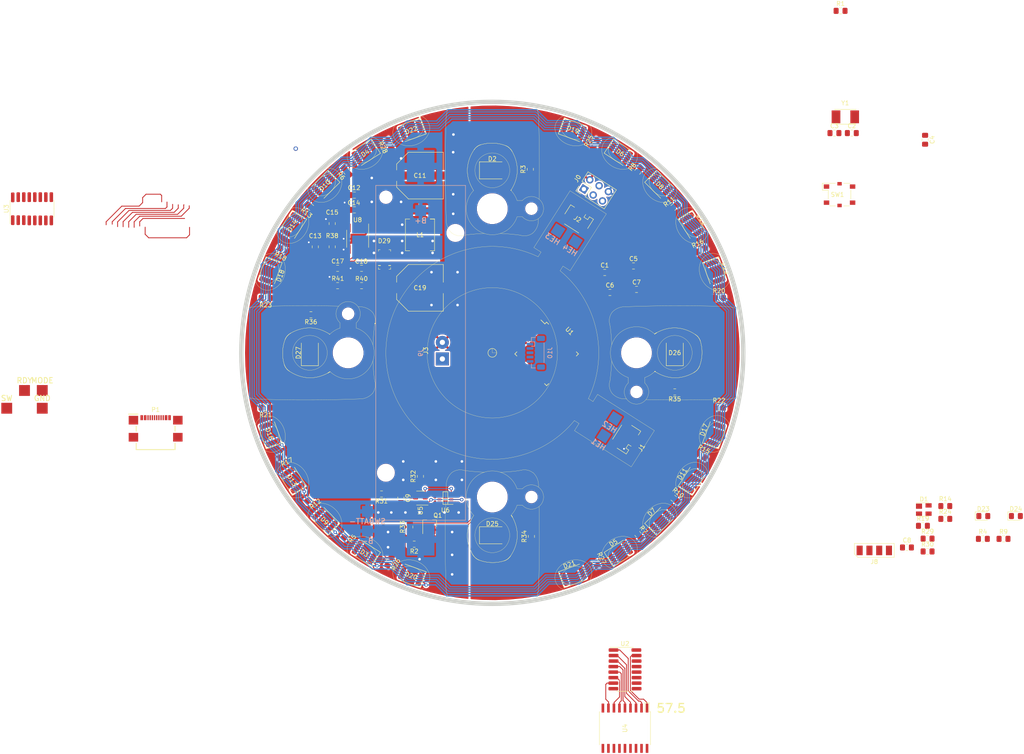
<source format=kicad_pcb>
(kicad_pcb (version 20171130) (host pcbnew "(5.1.5)-3")
  (layers (0 F.Cu signal) (31 B.Cu signal) (34 B.Paste user) (35 F.Paste user) (36 B.SilkS user hide) (37 F.SilkS user) (38 B.Mask user) (39 F.Mask user) (44 Edge.Cuts user))
  (net 0 "")
  (net 1 "Net-(D2-Pad2)")
  (net 2 "Net-(D3-Pad2)")
  (net 3 "Net-(D4-Pad2)")
  (net 4 "Net-(D5-Pad2)")
  (net 5 "Net-(D6-Pad2)")
  (net 6 "Net-(D7-Pad2)")
  (net 7 "Net-(D8-Pad2)")
  (net 8 "Net-(D9-Pad2)")
  (net 9 "Net-(D10-Pad2)")
  (net 10 "Net-(D11-Pad2)")
  (net 11 "Net-(D12-Pad2)")
  (net 12 "Net-(D13-Pad2)")
  (net 13 "Net-(D14-Pad2)")
  (net 14 "Net-(D15-Pad2)")
  (net 15 "Net-(D16-Pad2)")
  (net 16 "Net-(D17-Pad2)")
  (net 17 "Net-(D18-Pad2)")
  (net 18 "Net-(D19-Pad2)")
  (net 19 "Net-(D20-Pad2)")
  (net 20 "Net-(D21-Pad2)")
  (net 21 "Net-(D22-Pad2)")
  (net 22 +5V)
  (net 23 GND)
  (net 24 VBUS)
  (net 25 /XTAL1)
  (net 26 /XTAL2)
  (net 27 /AREF)
  (net 28 /UCAP)
  (net 29 /HALLEFF1)
  (net 30 /HALLEFF2)
  (net 31 /HALLEFF3)
  (net 32 /HALLEFF4)
  (net 33 /nRESET)
  (net 34 "/Shift Registers/BLUELT2")
  (net 35 "/Shift Registers/BLUELT3")
  (net 36 "/Shift Registers/BLUELT4")
  (net 37 "/Shift Registers/BLUELT5")
  (net 38 "/Shift Registers/BLUELT1")
  (net 39 "/Shift Registers/WHTLT")
  (net 40 "/Shift Registers/RDLT")
  (net 41 "/Shift Registers/GRNLT")
  (net 42 /SRLATCH)
  (net 43 /SRCLK)
  (net 44 /SRDATA)
  (net 45 "/Shift Registers/SR1OUT2IN")
  (net 46 "/Shift Registers/SRBLUELT2")
  (net 47 "/Shift Registers/SRBLUELT3")
  (net 48 "/Shift Registers/SRBLUELT4")
  (net 49 "/Shift Registers/SRBLUELT5")
  (net 50 "/Shift Registers/SRBLUELT1")
  (net 51 "/Shift Registers/SRWHTLT")
  (net 52 "/Shift Registers/SRRDLT")
  (net 53 "/Shift Registers/SRGRNLT")
  (net 54 /MISO)
  (net 55 /SCK)
  (net 56 /MOSI)
  (net 57 /Connectors/SHLD)
  (net 58 "Net-(D23-Pad2)")
  (net 59 "Net-(D24-Pad2)")
  (net 60 /D-)
  (net 61 /D+)
  (net 62 /Connectors/CC2)
  (net 63 /Connectors/CC1)
  (net 64 /TXLED)
  (net 65 /RXLED)
  (net 66 /Power/BATT-)
  (net 67 /Power/PVDD)
  (net 68 /Power/BATT+)
  (net 69 "Net-(C13-Pad1)")
  (net 70 /Power/COMP)
  (net 71 /Power/SS)
  (net 72 /Power/SW)
  (net 73 /Power/PVM)
  (net 74 /Power/FB)
  (net 75 /Power/SWITCH)
  (net 76 /MODESEL)
  (net 77 "Net-(D25-Pad2)")
  (net 78 "Net-(D26-Pad2)")
  (net 79 "Net-(D27-Pad2)")
  (net 80 /READY)
  (net 81 /Power/SWBATT-)
  (net 82 /Power/SWGATE)
  (net 83 /Power/PG1)
  (net 84 /Power/PG2)
  (module Naquadah_Generator:Keystone-1042 (layer B.Cu) (at 88.396822 103.658741 90)
    (fp_text reference J9 (at 0 0 270) (layer B.SilkS) (effects (justify mirror)))
    (fp_text value Power_Conn hide)
    (pad "" np_thru_hole circle (at 35.82 -8 90) (size 2.39 2.39) (drill 2.39) (layers *.Cu *.Mask))
    (pad 4 np_thru_hole circle (at 27.6 8 90) (size 3.45 0) (drill 3.45) (layers *.Cu *.Mask))
    (pad 3 np_thru_hole circle (at -27.6 -8 90) (size 3.45 0) (drill 3.45) (layers *.Cu *.Mask))
    (pad 2 smd rect (at 43 0) (size 6.35 7.34) (layers B.Cu B.Paste B.Mask) (net 68 /Power/BATT+))
    (pad 1 smd rect (at -43 0) (size 6.35 7.34) (layers B.Cu B.Paste B.Mask) (net 66 /Power/BATT-))
  )
  (module Naquadah_Generator:Oscillator_ABM3-16.000MHZ-B2-T (layer F.Cu) (at 186.159629 49.333798)
    (fp_text reference Y1 (at -0.02509 -3.175) (layer F.SilkS))
    (fp_text value 16MHz)
    (pad 2 smd rect (at 2.15 0) (size 2 2.95) (layers F.Cu F.Paste F.Mask) (net 26 /XTAL2))
    (pad 1 smd rect (at -2.15 0) (size 2 2.95) (layers F.Cu F.Paste F.Mask) (net 25 /XTAL1))
  )
  (module Naquadah_Generator:SOIC127P1030X265-18N (layer F.Cu) (at 135.431893 190.068771 270)
    (fp_text reference U4 (at 0 0 90) (layer F.SilkS))
    (fp_text value ULN2803ADWRG4)
    (pad 18 smd rect (at 4.64 -5.08 270) (size 2.06 0.6) (layers F.Cu F.Paste F.Mask) (net 41 "/Shift Registers/GRNLT"))
    (pad 17 smd rect (at 4.64 -3.81 270) (size 2.06 0.6) (layers F.Cu F.Paste F.Mask) (net 40 "/Shift Registers/RDLT"))
    (pad 16 smd rect (at 4.64 -2.54 270) (size 2.06 0.6) (layers F.Cu F.Paste F.Mask) (net 39 "/Shift Registers/WHTLT"))
    (pad 15 smd rect (at 4.64 -1.27 270) (size 2.06 0.6) (layers F.Cu F.Paste F.Mask) (net 38 "/Shift Registers/BLUELT1"))
    (pad 14 smd rect (at 4.64 0 270) (size 2.06 0.6) (layers F.Cu F.Paste F.Mask) (net 34 "/Shift Registers/BLUELT2"))
    (pad 13 smd rect (at 4.64 1.27 270) (size 2.06 0.6) (layers F.Cu F.Paste F.Mask) (net 35 "/Shift Registers/BLUELT3"))
    (pad 12 smd rect (at 4.64 2.54 270) (size 2.06 0.6) (layers F.Cu F.Paste F.Mask) (net 36 "/Shift Registers/BLUELT4"))
    (pad 11 smd rect (at 4.64 3.81 270) (size 2.06 0.6) (layers F.Cu F.Paste F.Mask) (net 37 "/Shift Registers/BLUELT5"))
    (pad 10 smd rect (at 4.64 5.08 270) (size 2.06 0.6) (layers F.Cu F.Paste F.Mask))
    (pad 9 smd rect (at -4.64 5.08 270) (size 2.06 0.6) (layers F.Cu F.Paste F.Mask) (net 23 GND))
    (pad 8 smd rect (at -4.64 3.81 270) (size 2.06 0.6) (layers F.Cu F.Paste F.Mask) (net 49 "/Shift Registers/SRBLUELT5"))
    (pad 7 smd rect (at -4.64 2.54 270) (size 2.06 0.6) (layers F.Cu F.Paste F.Mask) (net 48 "/Shift Registers/SRBLUELT4"))
    (pad 6 smd rect (at -4.64 1.27 270) (size 2.06 0.6) (layers F.Cu F.Paste F.Mask) (net 47 "/Shift Registers/SRBLUELT3"))
    (pad 5 smd rect (at -4.64 0 270) (size 2.06 0.6) (layers F.Cu F.Paste F.Mask) (net 46 "/Shift Registers/SRBLUELT2"))
    (pad 4 smd rect (at -4.64 -1.27 270) (size 2.06 0.6) (layers F.Cu F.Paste F.Mask) (net 50 "/Shift Registers/SRBLUELT1"))
    (pad 3 smd rect (at -4.64 -2.54 270) (size 2.06 0.6) (layers F.Cu F.Paste F.Mask) (net 51 "/Shift Registers/SRWHTLT"))
    (pad 2 smd rect (at -4.64 -3.81 270) (size 2.06 0.6) (layers F.Cu F.Paste F.Mask) (net 52 "/Shift Registers/SRRDLT"))
    (pad 1 smd rect (at -4.64 -5.08 270) (size 2.06 0.6) (layers F.Cu F.Paste F.Mask) (net 53 "/Shift Registers/SRGRNLT"))
  )
  (module Arduino:Connector_ISP (layer F.Cu) (at 128.796822 66.258727 57.5)
    (fp_text reference J0 (at 0 -5.08 57.5) (layer F.SilkS))
    (fp_text value Conn_ISP_Prog)
    (pad 1 thru_hole rect (at -1.27 -2.54 57.5) (size 1.7 1.7) (drill 1) (layers *.Cu *.Mask) (net 54 /MISO))
    (pad 2 thru_hole oval (at 1.27 -2.54 57.5) (size 1.7 1.7) (drill 1) (layers *.Cu *.Mask) (net 22 +5V))
    (pad 3 thru_hole oval (at -1.27 0 57.5) (size 1.7 1.7) (drill 1) (layers *.Cu *.Mask) (net 55 /SCK))
    (pad 4 thru_hole oval (at 1.27 0 57.5) (size 1.7 1.7) (drill 1) (layers *.Cu *.Mask) (net 56 /MOSI))
    (pad 5 thru_hole oval (at -1.27 2.54 57.5) (size 1.7 1.7) (drill 1) (layers *.Cu *.Mask) (net 33 /nRESET))
    (pad 6 thru_hole oval (at 1.27 2.54 57.5) (size 1.7 1.7) (drill 1) (layers *.Cu *.Mask) (net 23 GND))
  )
  (module "Li-ion 5A Boost 1A Charge Protect:L_MGV0605" (layer F.Cu) (at 88.246822 76.508727 270)
    (fp_text reference L1 (at 0 -0.03 180) (layer F.SilkS))
    (fp_text value 6.8uH)
    (pad 1 smd roundrect (at -3.1 0 270) (size 2.5 3.5) (layers F.Cu F.Paste F.Mask) (roundrect_rratio 0.078) (net 68 /Power/BATT+))
    (pad 2 smd roundrect (at 3.1 0 270) (size 2.5 3.5) (layers F.Cu F.Paste F.Mask) (roundrect_rratio 0.078) (net 72 /Power/SW))
  )
  (module "Li-ion 5A Boost 1A Charge Protect:DO-214AC" (layer F.Cu) (at 80.086822 82.158727 90)
    (fp_text reference D29 (at 4.26 -0.05 180) (layer F.SilkS))
    (fp_text value "5A 100V")
    (pad 2 smd rect (at 2 0 90) (size 2.5 1.7) (layers F.Cu F.Paste F.Mask) (net 72 /Power/SW))
    (pad 1 smd rect (at -2 0 90) (size 2.5 1.7) (layers F.Cu F.Paste F.Mask) (net 22 +5V))
  )
  (module Naquadah_Generator:Mother_Board_Hor_4_Pin_JST_Conn (layer F.Cu) (at 124.596866 72.758771 327.5)
    (fp_text reference J2 (at -0.03067 0.138056 147.5) (layer F.SilkS))
    (fp_text value State_Sensing_Conn)
    (pad MP smd roundrect (at 2.8 1.875 327.5) (size 1.2 1.8) (layers F.Cu F.Paste F.Mask) (roundrect_rratio 0.208333))
    (pad MP smd roundrect (at -2.8 1.875 327.5) (size 1.2 1.8) (layers F.Cu F.Paste F.Mask) (roundrect_rratio 0.208333))
    (pad 1 smd roundrect (at 1.5 -2 327.5) (size 0.6 1.55) (layers F.Cu F.Paste F.Mask) (net 23 GND))
    (pad 2 smd roundrect (at 0.5 -2 327.5) (size 0.6 1.55) (layers F.Cu F.Paste F.Mask) (net 22 +5V))
    (pad 3 smd roundrect (at -0.5 -2 327.5) (size 0.6 1.55) (layers F.Cu F.Paste F.Mask) (net 32 /HALLEFF4))
    (pad 4 smd roundrect (at -1.5 -2 327.5) (size 0.6 1.55) (layers F.Cu F.Paste F.Mask) (net 31 /HALLEFF3))
  )
  (module Naquadah_Generator:Mother_Board_Hor_4_Pin_JST_Conn (layer F.Cu) (at 135.896866 123.358771 237.5)
    (fp_text reference J1 (at 0 -3.98 57.5) (layer F.SilkS))
    (fp_text value State_Sensing_Conn)
    (pad MP smd roundrect (at 2.8 1.875 237.5) (size 1.2 1.8) (layers F.Cu F.Paste F.Mask) (roundrect_rratio 0.208333))
    (pad MP smd roundrect (at -2.8 1.875 237.5) (size 1.2 1.8) (layers F.Cu F.Paste F.Mask) (roundrect_rratio 0.208333))
    (pad 1 smd roundrect (at 1.5 -2 237.5) (size 0.6 1.55) (layers F.Cu F.Paste F.Mask) (net 23 GND))
    (pad 2 smd roundrect (at 0.5 -2 237.5) (size 0.6 1.55) (layers F.Cu F.Paste F.Mask) (net 22 +5V))
    (pad 3 smd roundrect (at -0.5 -2 237.5) (size 0.6 1.55) (layers F.Cu F.Paste F.Mask) (net 29 /HALLEFF1))
    (pad 4 smd roundrect (at -1.5 -2 237.5) (size 0.6 1.55) (layers F.Cu F.Paste F.Mask) (net 30 /HALLEFF2))
  )
  (module LED_SMD:LED_1812_4532Metric (layer F.Cu) (at 86.247906 52.421168 200)
    (fp_text reference D22 (at 0.013001 -0.003312 20) (layer F.SilkS))
    (fp_text value LED)
    (pad 2 smd roundrect (at 2.1375 0 200) (size 1.125 3.4) (layers F.Cu F.Paste F.Mask) (roundrect_rratio 0.222222) (net 21 "Net-(D22-Pad2)"))
    (pad 1 smd roundrect (at -2.1375 0 200) (size 1.125 3.4) (layers F.Cu F.Paste F.Mask) (roundrect_rratio 0.222222) (net 38 "/Shift Registers/BLUELT1"))
  )
  (module LED_SMD:LED_1812_4532Metric (layer F.Cu) (at 143.452522 65.103115 315)
    (fp_text reference D8 (at -0.000062 0.050425 135) (layer F.SilkS))
    (fp_text value LED)
    (pad 2 smd roundrect (at 2.1375 0 315) (size 1.125 3.4) (layers F.Cu F.Paste F.Mask) (roundrect_rratio 0.222222) (net 7 "Net-(D8-Pad2)"))
    (pad 1 smd roundrect (at -2.1375 0 315) (size 1.125 3.4) (layers F.Cu F.Paste F.Mask) (roundrect_rratio 0.222222) (net 35 "/Shift Registers/BLUELT3"))
  )
  (module LED_SMD:LED_1812_4532Metric (layer F.Cu) (at 62.896812 103.658727 90)
    (fp_text reference D27 (at 0 -2.65 90) (layer F.SilkS))
    (fp_text value LED)
    (pad 2 smd roundrect (at 2.1375 0 90) (size 1.125 3.4) (layers F.Cu F.Paste F.Mask) (roundrect_rratio 0.222222) (net 79 "Net-(D27-Pad2)"))
    (pad 1 smd roundrect (at -2.1375 0 90) (size 1.125 3.4) (layers F.Cu F.Paste F.Mask) (roundrect_rratio 0.222222) (net 41 "/Shift Registers/GRNLT"))
  )
  (module LED_SMD:LED_1812_4532Metric (layer F.Cu) (at 146.896833 103.658727 90)
    (fp_text reference D26 (at 0 -0.000011 180) (layer F.SilkS))
    (fp_text value LED)
    (pad 2 smd roundrect (at 2.1375 0 90) (size 1.125 3.4) (layers F.Cu F.Paste F.Mask) (roundrect_rratio 0.222222) (net 78 "Net-(D26-Pad2)"))
    (pad 1 smd roundrect (at -2.1375 0 90) (size 1.125 3.4) (layers F.Cu F.Paste F.Mask) (roundrect_rratio 0.222222) (net 41 "/Shift Registers/GRNLT"))
  )
  (module LED_SMD:LED_1812_4532Metric (layer F.Cu) (at 104.896822 145.658738)
    (fp_text reference D25 (at 0 -2.65) (layer F.SilkS))
    (fp_text value LED)
    (pad 2 smd roundrect (at 2.1375 0) (size 1.125 3.4) (layers F.Cu F.Paste F.Mask) (roundrect_rratio 0.222222) (net 77 "Net-(D25-Pad2)"))
    (pad 1 smd roundrect (at -2.1375 0) (size 1.125 3.4) (layers F.Cu F.Paste F.Mask) (roundrect_rratio 0.222222) (net 40 "/Shift Registers/RDLT"))
  )
  (module LED_SMD:LED_1812_4532Metric (layer F.Cu) (at 123.545824 154.896374 20)
    (fp_text reference D21 (at 0 -2.65 20) (layer F.SilkS))
    (fp_text value LED)
    (pad 2 smd roundrect (at 2.1375 0 20) (size 1.125 3.4) (layers F.Cu F.Paste F.Mask) (roundrect_rratio 0.222222) (net 20 "Net-(D21-Pad2)"))
    (pad 1 smd roundrect (at -2.1375 0 20) (size 1.125 3.4) (layers F.Cu F.Paste F.Mask) (roundrect_rratio 0.222222) (net 38 "/Shift Registers/BLUELT1"))
  )
  (module LED_SMD:LED_1812_4532Metric (layer F.Cu) (at 86.247906 154.896374 160)
    (fp_text reference D20 (at 0.016417 -0.104255 160) (layer F.SilkS))
    (fp_text value LED)
    (pad 2 smd roundrect (at 2.1375 0 160) (size 1.125 3.4) (layers F.Cu F.Paste F.Mask) (roundrect_rratio 0.222222) (net 19 "Net-(D20-Pad2)"))
    (pad 1 smd roundrect (at -2.1375 0 160) (size 1.125 3.4) (layers F.Cu F.Paste F.Mask) (roundrect_rratio 0.222222) (net 38 "/Shift Registers/BLUELT1"))
  )
  (module LED_SMD:LED_1812_4532Metric (layer F.Cu) (at 123.545824 52.421168 340)
    (fp_text reference D19 (at -0.140885 -0.068379 160) (layer F.SilkS))
    (fp_text value LED)
    (pad 2 smd roundrect (at 2.1375 0 340) (size 1.125 3.4) (layers F.Cu F.Paste F.Mask) (roundrect_rratio 0.222222) (net 18 "Net-(D19-Pad2)"))
    (pad 1 smd roundrect (at -2.1375 0 340) (size 1.125 3.4) (layers F.Cu F.Paste F.Mask) (roundrect_rratio 0.222222) (net 38 "/Shift Registers/BLUELT1"))
  )
  (module LED_SMD:LED_1812_4532Metric (layer F.Cu) (at 53.659262 85.009812 250)
    (fp_text reference D18 (at 0 -2.65 70) (layer F.SilkS))
    (fp_text value LED)
    (pad 2 smd roundrect (at 2.1375 0 250) (size 1.125 3.4) (layers F.Cu F.Paste F.Mask) (roundrect_rratio 0.222222) (net 17 "Net-(D18-Pad2)"))
    (pad 1 smd roundrect (at -2.1375 0 250) (size 1.125 3.4) (layers F.Cu F.Paste F.Mask) (roundrect_rratio 0.222222) (net 37 "/Shift Registers/BLUELT5"))
  )
  (module LED_SMD:LED_1812_4532Metric (layer F.Cu) (at 156.134469 122.30773 70)
    (fp_text reference D17 (at 0 -2.65 70) (layer F.SilkS))
    (fp_text value LED)
    (pad 2 smd roundrect (at 2.1375 0 70) (size 1.125 3.4) (layers F.Cu F.Paste F.Mask) (roundrect_rratio 0.222222) (net 16 "Net-(D17-Pad2)"))
    (pad 1 smd roundrect (at -2.1375 0 70) (size 1.125 3.4) (layers F.Cu F.Paste F.Mask) (roundrect_rratio 0.222222) (net 37 "/Shift Registers/BLUELT5"))
  )
  (module LED_SMD:LED_1812_4532Metric (layer F.Cu) (at 53.659262 122.30773 110)
    (fp_text reference D16 (at -0.004352 -0.078673 110) (layer F.SilkS))
    (fp_text value LED)
    (pad 2 smd roundrect (at 2.1375 0 110) (size 1.125 3.4) (layers F.Cu F.Paste F.Mask) (roundrect_rratio 0.222222) (net 15 "Net-(D16-Pad2)"))
    (pad 1 smd roundrect (at -2.1375 0 110) (size 1.125 3.4) (layers F.Cu F.Paste F.Mask) (roundrect_rratio 0.222222) (net 37 "/Shift Registers/BLUELT5"))
  )
  (module LED_SMD:LED_1812_4532Metric (layer F.Cu) (at 156.134469 85.009812 290)
    (fp_text reference D15 (at 0 -2.65 110) (layer F.SilkS))
    (fp_text value LED)
    (pad 2 smd roundrect (at 2.1375 0 290) (size 1.125 3.4) (layers F.Cu F.Paste F.Mask) (roundrect_rratio 0.222222) (net 14 "Net-(D15-Pad2)"))
    (pad 1 smd roundrect (at -2.1375 0 290) (size 1.125 3.4) (layers F.Cu F.Paste F.Mask) (roundrect_rratio 0.222222) (net 37 "/Shift Registers/BLUELT5"))
  )
  (module LED_SMD:LED_1812_4532Metric (layer F.Cu) (at 58.910166 74.362005 237.5)
    (fp_text reference D14 (at 0.071128 0.006079 57.5) (layer F.SilkS))
    (fp_text value LED)
    (pad 2 smd roundrect (at 2.1375 0 237.5) (size 1.125 3.4) (layers F.Cu F.Paste F.Mask) (roundrect_rratio 0.222222) (net 13 "Net-(D14-Pad2)"))
    (pad 1 smd roundrect (at -2.1375 0 237.5) (size 1.125 3.4) (layers F.Cu F.Paste F.Mask) (roundrect_rratio 0.222222) (net 36 "/Shift Registers/BLUELT4"))
  )
  (module LED_SMD:LED_1812_4532Metric (layer F.Cu) (at 58.910166 132.955537 122.5)
    (fp_text reference D13 (at 0.018352 -0.146413 122.5) (layer F.SilkS))
    (fp_text value LED)
    (pad 2 smd roundrect (at 2.1375 0 122.5) (size 1.125 3.4) (layers F.Cu F.Paste F.Mask) (roundrect_rratio 0.222222) (net 12 "Net-(D13-Pad2)"))
    (pad 1 smd roundrect (at -2.1375 0 122.5) (size 1.125 3.4) (layers F.Cu F.Paste F.Mask) (roundrect_rratio 0.222222) (net 36 "/Shift Registers/BLUELT4"))
  )
  (module LED_SMD:LED_1812_4532Metric (layer F.Cu) (at 150.883565 74.362005 302.5)
    (fp_text reference D12 (at 0 -2.65 122.5) (layer F.SilkS))
    (fp_text value LED)
    (pad 2 smd roundrect (at 2.1375 0 302.5) (size 1.125 3.4) (layers F.Cu F.Paste F.Mask) (roundrect_rratio 0.222222) (net 11 "Net-(D12-Pad2)"))
    (pad 1 smd roundrect (at -2.1375 0 302.5) (size 1.125 3.4) (layers F.Cu F.Paste F.Mask) (roundrect_rratio 0.222222) (net 36 "/Shift Registers/BLUELT4"))
  )
  (module LED_SMD:LED_1812_4532Metric (layer F.Cu) (at 150.883565 132.955537 57.5)
    (fp_text reference D11 (at 0 -2.65 57.5) (layer F.SilkS))
    (fp_text value LED)
    (pad 2 smd roundrect (at 2.1375 0 57.5) (size 1.125 3.4) (layers F.Cu F.Paste F.Mask) (roundrect_rratio 0.222222) (net 10 "Net-(D11-Pad2)"))
    (pad 1 smd roundrect (at -2.1375 0 57.5) (size 1.125 3.4) (layers F.Cu F.Paste F.Mask) (roundrect_rratio 0.222222) (net 36 "/Shift Registers/BLUELT4"))
  )
  (module LED_SMD:LED_1812_4532Metric (layer F.Cu) (at 66.341209 65.103115 225)
    (fp_text reference D10 (at 0.021212 -0.02915 45) (layer F.SilkS))
    (fp_text value LED)
    (pad 2 smd roundrect (at 2.1375 0 225) (size 1.125 3.4) (layers F.Cu F.Paste F.Mask) (roundrect_rratio 0.222222) (net 9 "Net-(D10-Pad2)"))
    (pad 1 smd roundrect (at -2.1375 0 225) (size 1.125 3.4) (layers F.Cu F.Paste F.Mask) (roundrect_rratio 0.222222) (net 35 "/Shift Registers/BLUELT3"))
  )
  (module LED_SMD:LED_1812_4532Metric (layer F.Cu) (at 66.341209 142.214427 135)
    (fp_text reference D9 (at -0.042365 -0.161706 135) (layer F.SilkS))
    (fp_text value LED)
    (pad 2 smd roundrect (at 2.1375 0 135) (size 1.125 3.4) (layers F.Cu F.Paste F.Mask) (roundrect_rratio 0.222222) (net 8 "Net-(D9-Pad2)"))
    (pad 1 smd roundrect (at -2.1375 0 135) (size 1.125 3.4) (layers F.Cu F.Paste F.Mask) (roundrect_rratio 0.222222) (net 35 "/Shift Registers/BLUELT3"))
  )
  (module LED_SMD:LED_1812_4532Metric (layer F.Cu) (at 143.452522 142.214427 45)
    (fp_text reference D7 (at 0 -2.65 45) (layer F.SilkS))
    (fp_text value LED)
    (pad 2 smd roundrect (at 2.1375 0 45) (size 1.125 3.4) (layers F.Cu F.Paste F.Mask) (roundrect_rratio 0.222222) (net 6 "Net-(D7-Pad2)"))
    (pad 1 smd roundrect (at -2.1375 0 45) (size 1.125 3.4) (layers F.Cu F.Paste F.Mask) (roundrect_rratio 0.222222) (net 35 "/Shift Registers/BLUELT3"))
  )
  (module LED_SMD:LED_1812_4532Metric (layer F.Cu) (at 134.193631 57.672071 327)
    (fp_text reference D6 (at 0.054984 -0.12316 147) (layer F.SilkS))
    (fp_text value LED)
    (pad 2 smd roundrect (at 2.1375 0 327) (size 1.125 3.4) (layers F.Cu F.Paste F.Mask) (roundrect_rratio 0.222222) (net 5 "Net-(D6-Pad2)"))
    (pad 1 smd roundrect (at -2.1375 0 327) (size 1.125 3.4) (layers F.Cu F.Paste F.Mask) (roundrect_rratio 0.222222) (net 34 "/Shift Registers/BLUELT2"))
  )
  (module LED_SMD:LED_1812_4532Metric (layer F.Cu) (at 134.193631 149.64547 32.5)
    (fp_text reference D5 (at 0 -2.65 32.5) (layer F.SilkS))
    (fp_text value LED)
    (pad 2 smd roundrect (at 2.1375 0 32.5) (size 1.125 3.4) (layers F.Cu F.Paste F.Mask) (roundrect_rratio 0.222222) (net 4 "Net-(D5-Pad2)"))
    (pad 1 smd roundrect (at -2.1375 0 32.5) (size 1.125 3.4) (layers F.Cu F.Paste F.Mask) (roundrect_rratio 0.222222) (net 34 "/Shift Registers/BLUELT2"))
  )
  (module LED_SMD:LED_1812_4532Metric (layer F.Cu) (at 75.6001 57.672071 212.5)
    (fp_text reference D4 (at -0.033517 -0.052958 32.5) (layer F.SilkS))
    (fp_text value LED)
    (pad 2 smd roundrect (at 2.1375 0 212.5) (size 1.125 3.4) (layers F.Cu F.Paste F.Mask) (roundrect_rratio 0.222222) (net 3 "Net-(D4-Pad2)"))
    (pad 1 smd roundrect (at -2.1375 0 212.5) (size 1.125 3.4) (layers F.Cu F.Paste F.Mask) (roundrect_rratio 0.222222) (net 34 "/Shift Registers/BLUELT2"))
  )
  (module LED_SMD:LED_1812_4532Metric (layer F.Cu) (at 75.6001 149.64547 147.5)
    (fp_text reference D3 (at 0.049989 -0.225419 147.5) (layer F.SilkS))
    (fp_text value LED)
    (pad 2 smd roundrect (at 2.1375 0 147.5) (size 1.125 3.4) (layers F.Cu F.Paste F.Mask) (roundrect_rratio 0.222222) (net 2 "Net-(D3-Pad2)"))
    (pad 1 smd roundrect (at -2.1375 0 147.5) (size 1.125 3.4) (layers F.Cu F.Paste F.Mask) (roundrect_rratio 0.222222) (net 34 "/Shift Registers/BLUELT2"))
  )
  (module LED_SMD:LED_1812_4532Metric (layer F.Cu) (at 104.896822 61.658716)
    (fp_text reference D2 (at 0 -2.65) (layer F.SilkS))
    (fp_text value LED)
    (pad 2 smd roundrect (at 2.1375 0) (size 1.125 3.4) (layers F.Cu F.Paste F.Mask) (roundrect_rratio 0.222222) (net 1 "Net-(D2-Pad2)"))
    (pad 1 smd roundrect (at -2.1375 0) (size 1.125 3.4) (layers F.Cu F.Paste F.Mask) (roundrect_rratio 0.222222) (net 40 "/Shift Registers/RDLT"))
  )
  (module Frequently_Used:Pad_2.5-2.5 (layer F.Cu) (at 1.300866 116.412771)
    (fp_text reference TP11 hide)
    (fp_text value TestPoint hide)
    (fp_text user GND (at 0 -2.3) (layer F.SilkS) (effects (font (size 1.25 1.25) (thickness 0.2))))
    (pad 1 smd rect (at 0 0) (size 2.5 2.5) (layers F.Cu F.Paste F.Mask) (net 23 GND))
  )
  (module Frequently_Used:Pad_2.5-2.5 (layer F.Cu) (at 1.300866 112.322771)
    (fp_text reference TP10 hide)
    (fp_text value TestPoint hide)
    (fp_text user MODE (at 0 -2.3) (layer F.SilkS) (effects (font (size 1.25 1.25) (thickness 0.2))))
    (pad 1 smd rect (at 0 0) (size 2.5 2.5) (layers F.Cu F.Paste F.Mask) (net 76 /MODESEL))
  )
  (module Frequently_Used:Pad_2.5-2.5 (layer B.Cu) (at 88.396822 70.918727)
    (fp_text reference TP9 hide)
    (fp_text value TestPoint hide)
    (fp_text user B+ (at 0 2.3) (layer B.SilkS) (effects (font (size 1.25 1.25) (thickness 0.2)) (justify mirror)))
    (pad 1 smd rect (at 0 0) (size 2.5 2.5) (layers B.Cu B.Paste B.Mask) (net 68 /Power/BATT+))
  )
  (module Frequently_Used:Pad_2.5-2.5 (layer F.Cu) (at -2.789134 112.322771)
    (fp_text reference TP8 hide)
    (fp_text value TestPoint hide)
    (fp_text user RDY (at 0 -2.3) (layer F.SilkS) (effects (font (size 1.25 1.25) (thickness 0.2))))
    (pad 1 smd rect (at 0 0) (size 2.5 2.5) (layers F.Cu F.Paste F.Mask) (net 80 /READY))
  )
  (module Frequently_Used:Pad_2.5-2.5 (layer F.Cu) (at -6.879134 116.412771)
    (fp_text reference TP7 hide)
    (fp_text value TestPoint hide)
    (fp_text user SW (at 0 -2.3) (layer F.SilkS) (effects (font (size 1.25 1.25) (thickness 0.2))))
    (pad 1 smd rect (at 0 0) (size 2.5 2.5) (layers F.Cu F.Paste F.Mask) (net 75 /Power/SWITCH))
  )
  (module Frequently_Used:Pad_2.5-2.5 (layer B.Cu) (at 76.146822 140.158727)
    (fp_text reference TP1 hide)
    (fp_text value TestPoint hide)
    (fp_text user SWBATT- (at 0 2.3) (layer B.SilkS) (effects (font (size 1.25 1.25) (thickness 0.2)) (justify mirror)))
    (pad 1 smd rect (at 0 0) (size 2.5 2.5) (layers B.Cu B.Paste B.Mask) (net 81 /Power/SWBATT-))
  )
  (module Frequently_Used:Pad_2.5-2.5 (layer B.Cu) (at 120.006822 75.528727 327.5)
    (fp_text reference TP6 hide)
    (fp_text value TestPoint hide)
    (fp_text user HE3 (at 0 2.3 327.5) (layer B.SilkS) (effects (font (size 1.25 1.25) (thickness 0.2)) (justify mirror)))
    (pad 1 smd rect (at 0 0 327.5) (size 2.5 2.5) (layers B.Cu B.Paste B.Mask) (net 31 /HALLEFF3))
  )
  (module Frequently_Used:Pad_2.5-2.5 (layer B.Cu) (at 124.016822 78.088727 327.5)
    (fp_text reference TP5 hide)
    (fp_text value TestPoint hide)
    (fp_text user HE4 (at 0 2.3 327.5) (layer B.SilkS) (effects (font (size 1.25 1.25) (thickness 0.2)) (justify mirror)))
    (pad 1 smd rect (at 0 0 327.5) (size 2.5 2.5) (layers B.Cu B.Paste B.Mask) (net 32 /HALLEFF4))
  )
  (module Frequently_Used:Pad_2.5-2.5 (layer B.Cu) (at 133.126822 118.778727 327.5)
    (fp_text reference TP4 hide)
    (fp_text value TestPoint hide)
    (fp_text user HE2 (at 0 2.3 147.5) (layer B.SilkS) (effects (font (size 1.25 1.25) (thickness 0.2)) (justify mirror)))
    (pad 1 smd rect (at 0 0 327.5) (size 2.5 2.5) (layers B.Cu B.Paste B.Mask) (net 30 /HALLEFF2))
  )
  (module Frequently_Used:Pad_2.5-2.5 (layer B.Cu) (at 130.566822 122.788727 327.5)
    (fp_text reference TP3 hide)
    (fp_text value TestPoint hide)
    (fp_text user HE1 (at 0 2.3 147.5) (layer B.SilkS) (effects (font (size 1.25 1.25) (thickness 0.2)) (justify mirror)))
    (pad 1 smd rect (at 0 0 327.5) (size 2.5 2.5) (layers B.Cu B.Paste B.Mask) (net 29 /HALLEFF1))
  )
  (module Frequently_Used:Pad_2.5-2.5 (layer B.Cu) (at 76.146822 144.658727)
    (fp_text reference TP2 hide)
    (fp_text value TestPoint hide)
    (fp_text user B- (at 0 2.3) (layer B.SilkS) (effects (font (size 1.25 1.25) (thickness 0.2)) (justify mirror)))
    (pad 1 smd rect (at 0 0) (size 2.5 2.5) (layers B.Cu B.Paste B.Mask) (net 66 /Power/BATT-))
  )
  (module Frequently_Used:0805_2012Metric_HandSolder (layer F.Cu) (at 63.146822 94.908727 180)
    (fp_text reference R36 (at 0 -1.65) (layer F.SilkS))
    (fp_text value 330)
    (pad 1 smd roundrect (at -1.025 0 180) (size 1.15 1.4) (layers F.Cu F.Paste F.Mask) (roundrect_rratio 0.217391) (net 22 +5V))
    (pad 2 smd roundrect (at 1.025 0 180) (size 1.15 1.4) (layers F.Cu F.Paste F.Mask) (roundrect_rratio 0.217391) (net 79 "Net-(D27-Pad2)"))
  )
  (module Frequently_Used:0805_2012Metric_HandSolder (layer F.Cu) (at 146.896822 112.658727 180)
    (fp_text reference R35 (at 0 -1.65) (layer F.SilkS))
    (fp_text value 330)
    (pad 1 smd roundrect (at -1.025 0 180) (size 1.15 1.4) (layers F.Cu F.Paste F.Mask) (roundrect_rratio 0.217391) (net 22 +5V))
    (pad 2 smd roundrect (at 1.025 0 180) (size 1.15 1.4) (layers F.Cu F.Paste F.Mask) (roundrect_rratio 0.217391) (net 78 "Net-(D26-Pad2)"))
  )
  (module Frequently_Used:0805_2012Metric_HandSolder (layer F.Cu) (at 113.896822 145.908727 90)
    (fp_text reference R34 (at 0 -1.65 90) (layer F.SilkS))
    (fp_text value 330)
    (pad 1 smd roundrect (at -1.025 0 90) (size 1.15 1.4) (layers F.Cu F.Paste F.Mask) (roundrect_rratio 0.217391) (net 22 +5V))
    (pad 2 smd roundrect (at 1.025 0 90) (size 1.15 1.4) (layers F.Cu F.Paste F.Mask) (roundrect_rratio 0.217391) (net 77 "Net-(D25-Pad2)"))
  )
  (module Frequently_Used:0805_2012Metric_HandSolder (layer F.Cu) (at 113.646822 61.408727 90)
    (fp_text reference R3 (at 0 -1.65 90) (layer F.SilkS))
    (fp_text value 330)
    (pad 1 smd roundrect (at -1.025 0 90) (size 1.15 1.4) (layers F.Cu F.Paste F.Mask) (roundrect_rratio 0.217391) (net 22 +5V))
    (pad 2 smd roundrect (at 1.025 0 90) (size 1.15 1.4) (layers F.Cu F.Paste F.Mask) (roundrect_rratio 0.217391) (net 1 "Net-(D2-Pad2)"))
  )
  (module Naquadah_Generator:Mother_Board_Vert_5_Pin_JST_Conn (layer B.Cu) (at 115.346866 103.638771 90)
    (fp_text reference J10 (at -0.025 2.82 90) (layer B.SilkS) (effects (justify mirror)))
    (fp_text value "Power Board Conn")
    (pad 5 smd roundrect (at -2 -1.775 270) (size 0.6 1.55) (layers B.Cu B.Paste B.Mask) (net 75 /Power/SWITCH))
    (pad MP smd roundrect (at -3.3 0.75 270) (size 1.2 1.8) (layers B.Cu B.Paste B.Mask))
    (pad 4 smd roundrect (at -1 -1.775 270) (size 0.6 1.55) (layers B.Cu B.Paste B.Mask) (net 80 /READY))
    (pad 3 smd roundrect (at 0 -1.775 270) (size 0.6 1.55) (layers B.Cu B.Paste B.Mask) (net 76 /MODESEL))
    (pad 2 smd roundrect (at 1 -1.775 270) (size 0.6 1.55) (layers B.Cu B.Paste B.Mask) (net 68 /Power/BATT+))
    (pad 1 smd roundrect (at 2 -1.775 270) (size 0.6 1.55) (layers B.Cu B.Paste B.Mask) (net 66 /Power/BATT-))
    (pad MP smd roundrect (at 3.3 0.75 270) (size 1.2 1.8) (layers B.Cu B.Paste B.Mask))
  )
  (module "Li-ion 5A Boost 1A Charge Protect:0805_2012Metric_HandSolder" (layer F.Cu) (at 85.896822 143.748683 90)
    (fp_text reference R33 (at 0 -1.65 90) (layer F.SilkS))
    (fp_text value 100)
    (pad 1 smd roundrect (at -1.025 0 90) (size 1.15 1.4) (layers F.Cu F.Paste F.Mask) (roundrect_rratio 0.217391) (net 82 /Power/SWGATE))
    (pad 2 smd roundrect (at 1.025 0 90) (size 1.15 1.4) (layers F.Cu F.Paste F.Mask) (roundrect_rratio 0.217391) (net 75 /Power/SWITCH))
  )
  (module "Li-ion 5A Boost 1A Charge Protect:0805_2012Metric_HandSolder" (layer F.Cu) (at 86.921822 147.698727 180)
    (fp_text reference R2 (at 0 -1.65) (layer F.SilkS))
    (fp_text value 1k)
    (pad 1 smd roundrect (at -1.025 0 180) (size 1.15 1.4) (layers F.Cu F.Paste F.Mask) (roundrect_rratio 0.217391) (net 66 /Power/BATT-))
    (pad 2 smd roundrect (at 1.025 0 180) (size 1.15 1.4) (layers F.Cu F.Paste F.Mask) (roundrect_rratio 0.217391) (net 82 /Power/SWGATE))
  )
  (module Naquadah_Generator:SOT-23_Handsoldering (layer F.Cu) (at 90.466866 142.898683 90)
    (fp_text reference Q1 (at 1.809956 1.879956 180) (layer F.SilkS))
    (fp_text value "30V 5A")
    (pad 1 smd rect (at -1.5 -0.95 90) (size 1.9 0.8) (layers F.Cu F.Paste F.Mask) (net 82 /Power/SWGATE))
    (pad 2 smd rect (at -1.5 0.95 90) (size 1.9 0.8) (layers F.Cu F.Paste F.Mask) (net 66 /Power/BATT-))
    (pad 3 smd rect (at 1.5 0 90) (size 1.9 0.8) (layers F.Cu F.Paste F.Mask) (net 81 /Power/SWBATT-))
  )
  (module Package_TO_SOT_SMD:SOT-143 (layer F.Cu) (at 204.216866 139.728771)
    (fp_text reference D1 (at 0.02 -2.38) (layer F.SilkS))
    (fp_text value SDP)
    (pad 1 smd rect (at -1.1 -0.77 270) (size 1.2 1.4) (layers F.Cu F.Paste F.Mask) (net 23 GND))
    (pad 2 smd rect (at -1.1 0.95 270) (size 1 1.4) (layers F.Cu F.Paste F.Mask) (net 61 /D+))
    (pad 3 smd rect (at 1.1 0.95 270) (size 1 1.4) (layers F.Cu F.Paste F.Mask) (net 60 /D-))
    (pad 4 smd rect (at 1.1 -0.95 270) (size 1 1.4) (layers F.Cu F.Paste F.Mask) (net 24 VBUS))
  )
  (module "Li-ion 5A Boost 1A Charge Protect:PAM2423AECADJR" (layer F.Cu) (at 73.896822 77.398727 270)
    (fp_text reference U8 (at -4.34 0.02 180) (layer F.SilkS))
    (fp_text value PAM2423AECADJR)
    (pad 9 smd rect (at 0 0 270) (size 2.28 3.3) (layers F.Cu F.Paste F.Mask) (net 23 GND))
    (pad 8 smd rect (at 2.475 -1.905 270) (size 1.97 0.6) (layers F.Cu F.Paste F.Mask) (net 72 /Power/SW))
    (pad 7 smd rect (at 2.475 -0.635 270) (size 1.97 0.6) (layers F.Cu F.Paste F.Mask) (net 71 /Power/SS))
    (pad 6 smd rect (at 2.475 0.635 270) (size 1.97 0.6) (layers F.Cu F.Paste F.Mask) (net 74 /Power/FB))
    (pad 5 smd rect (at 2.475 1.905 270) (size 1.97 0.6) (layers F.Cu F.Paste F.Mask) (net 23 GND))
    (pad 4 smd rect (at -2.475 1.905 270) (size 1.97 0.6) (layers F.Cu F.Paste F.Mask) (net 70 /Power/COMP))
    (pad 3 smd rect (at -2.475 0.635 270) (size 1.97 0.6) (layers F.Cu F.Paste F.Mask) (net 68 /Power/BATT+))
    (pad 2 smd rect (at -2.475 -0.635 270) (size 1.97 0.6) (layers F.Cu F.Paste F.Mask) (net 68 /Power/BATT+))
    (pad 1 smd rect (at -2.475 -1.905 270) (size 1.97 0.6) (layers F.Cu F.Paste F.Mask) (net 23 GND))
  )
  (module "Li-ion 5A Boost 1A Charge Protect:SOT65P280X95-8N" (layer F.Cu) (at 94.096822 137.088727 180)
    (fp_text reference U6 (at 0 -2.794) (layer F.SilkS))
    (fp_text value ECH8695R-TL-W hide)
    (pad 1 smd rect (at -1.35 -0.975 270) (size 0.45 0.9) (layers F.Cu F.Paste F.Mask) (net 81 /Power/SWBATT-))
    (pad 2 smd rect (at -1.35 -0.325 270) (size 0.45 0.9) (layers F.Cu F.Paste F.Mask) (net 83 /Power/PG1))
    (pad 3 smd rect (at -1.35 0.325 270) (size 0.45 0.9) (layers F.Cu F.Paste F.Mask) (net 23 GND))
    (pad 4 smd rect (at -1.35 0.975 270) (size 0.45 0.9) (layers F.Cu F.Paste F.Mask) (net 84 /Power/PG2))
    (pad 5 smd rect (at 1.35 0.975 270) (size 0.45 0.9) (layers F.Cu F.Paste F.Mask))
    (pad 6 smd rect (at 1.35 0.325 270) (size 0.45 0.9) (layers F.Cu F.Paste F.Mask))
    (pad 7 smd rect (at 1.35 -0.325 270) (size 0.45 0.9) (layers F.Cu F.Paste F.Mask))
    (pad 8 smd rect (at 1.35 -0.975 270) (size 0.45 0.9) (layers F.Cu F.Paste F.Mask))
  )
  (module "Li-ion 5A Boost 1A Charge Protect:SOT-23-6" (layer F.Cu) (at 88.346822 137.088727 180)
    (fp_text reference U5 (at 0 -2.9 270) (layer F.SilkS))
    (fp_text value AP9101CK6)
    (pad 1 smd rect (at -1.1 -0.95 180) (size 1.06 0.65) (layers F.Cu F.Paste F.Mask) (net 83 /Power/PG1))
    (pad 2 smd rect (at -1.1 0 180) (size 1.06 0.65) (layers F.Cu F.Paste F.Mask) (net 73 /Power/PVM))
    (pad 3 smd rect (at -1.1 0.95 180) (size 1.06 0.65) (layers F.Cu F.Paste F.Mask) (net 84 /Power/PG2))
    (pad 4 smd rect (at 1.1 0.95 180) (size 1.06 0.65) (layers F.Cu F.Paste F.Mask))
    (pad 6 smd rect (at 1.1 -0.95 180) (size 1.06 0.65) (layers F.Cu F.Paste F.Mask) (net 81 /Power/SWBATT-))
    (pad 5 smd rect (at 1.1 0 180) (size 1.06 0.65) (layers F.Cu F.Paste F.Mask) (net 67 /Power/PVDD))
  )
  (module "Li-ion 5A Boost 1A Charge Protect:0805_2012Metric_HandSolder" (layer F.Cu) (at 69.286778 88.198683 180)
    (fp_text reference R41 (at -0.060044 1.639956) (layer F.SilkS))
    (fp_text value 10k)
    (pad 1 smd roundrect (at -1.025 0 180) (size 1.15 1.4) (layers F.Cu F.Paste F.Mask) (roundrect_rratio 0.217391) (net 74 /Power/FB))
    (pad 2 smd roundrect (at 1.025 0 180) (size 1.15 1.4) (layers F.Cu F.Paste F.Mask) (roundrect_rratio 0.217391) (net 23 GND))
  )
  (module "Li-ion 5A Boost 1A Charge Protect:0805_2012Metric_HandSolder" (layer F.Cu) (at 74.796822 88.198683 180)
    (fp_text reference R40 (at 0.01 1.599956) (layer F.SilkS))
    (fp_text value 30k)
    (pad 1 smd roundrect (at -1.025 0 180) (size 1.15 1.4) (layers F.Cu F.Paste F.Mask) (roundrect_rratio 0.217391) (net 22 +5V))
    (pad 2 smd roundrect (at 1.025 0 180) (size 1.15 1.4) (layers F.Cu F.Paste F.Mask) (roundrect_rratio 0.217391) (net 74 /Power/FB))
  )
  (module "Li-ion 5A Boost 1A Charge Protect:0805_2012Metric_HandSolder" (layer F.Cu) (at 68.036822 79.258727 270)
    (fp_text reference R38 (at -2.54 0.01 180) (layer F.SilkS))
    (fp_text value 51k)
    (pad 1 smd roundrect (at -1.025 0 270) (size 1.15 1.4) (layers F.Cu F.Paste F.Mask) (roundrect_rratio 0.217391) (net 70 /Power/COMP))
    (pad 2 smd roundrect (at 1.025 0 270) (size 1.15 1.4) (layers F.Cu F.Paste F.Mask) (roundrect_rratio 0.217391) (net 69 "Net-(C13-Pad1)"))
  )
  (module "Li-ion 5A Boost 1A Charge Protect:0805_2012Metric_HandSolder" (layer F.Cu) (at 88.346822 132.088727 90)
    (fp_text reference R32 (at 0 -1.65 90) (layer F.SilkS))
    (fp_text value 2.7k)
    (pad 1 smd roundrect (at -1.025 0 90) (size 1.15 1.4) (layers F.Cu F.Paste F.Mask) (roundrect_rratio 0.217391) (net 73 /Power/PVM))
    (pad 2 smd roundrect (at 1.025 0 90) (size 1.15 1.4) (layers F.Cu F.Paste F.Mask) (roundrect_rratio 0.217391) (net 23 GND))
  )
  (module "Li-ion 5A Boost 1A Charge Protect:0805_2012Metric_HandSolder" (layer F.Cu) (at 79.396822 136.158727 180)
    (fp_text reference R31 (at 0 -1.65) (layer F.SilkS))
    (fp_text value 330)
    (pad 1 smd roundrect (at -1.025 0 180) (size 1.15 1.4) (layers F.Cu F.Paste F.Mask) (roundrect_rratio 0.217391) (net 67 /Power/PVDD))
    (pad 2 smd roundrect (at 1.025 0 180) (size 1.15 1.4) (layers F.Cu F.Paste F.Mask) (roundrect_rratio 0.217391) (net 68 /Power/BATT+))
  )
  (module Frequently_Used:LED_0805_2012Metric_HandSolder (layer F.Cu) (at 225.416866 141.228771)
    (fp_text reference D24 (at 0 -1.65) (layer F.SilkS))
    (fp_text value YELLOW)
    (pad 1 smd roundrect (at -1.025 0) (size 1.15 1.4) (layers F.Cu F.Paste F.Mask) (roundrect_rratio 0.217391) (net 22 +5V))
    (pad 2 smd roundrect (at 1.025 0) (size 1.15 1.4) (layers F.Cu F.Paste F.Mask) (roundrect_rratio 0.217391) (net 59 "Net-(D24-Pad2)"))
  )
  (module Frequently_Used:LED_0805_2012Metric_HandSolder (layer F.Cu) (at 217.916866 141.228771)
    (fp_text reference D23 (at 0 -1.65) (layer F.SilkS))
    (fp_text value GREEN)
    (pad 1 smd roundrect (at -1.025 0) (size 1.15 1.4) (layers F.Cu F.Paste F.Mask) (roundrect_rratio 0.217391) (net 22 +5V))
    (pad 2 smd roundrect (at 1.025 0) (size 1.15 1.4) (layers F.Cu F.Paste F.Mask) (roundrect_rratio 0.217391) (net 58 "Net-(D23-Pad2)"))
  )
  (module "Li-ion 5A Boost 1A Charge Protect:UCD1E471MNL1GS" (layer F.Cu) (at 88.246822 88.698727)
    (fp_text reference C19 (at 0 0) (layer F.SilkS))
    (fp_text value 470uF)
    (pad 2 smd rect (at 4.4 0) (size 4.9 1.9) (layers F.Cu F.Paste F.Mask) (net 23 GND))
    (pad 1 smd rect (at -4.4 0) (size 4.9 1.9) (layers F.Cu F.Paste F.Mask) (net 22 +5V))
  )
  (module "Li-ion 5A Boost 1A Charge Protect:0805_2012Metric_HandSolder" (layer F.Cu) (at 74.796822 84.198727 180)
    (fp_text reference C18 (at 0.05 1.59) (layer F.SilkS))
    (fp_text value 10uF)
    (pad 1 smd roundrect (at -1.025 0 180) (size 1.15 1.4) (layers F.Cu F.Paste F.Mask) (roundrect_rratio 0.217391) (net 22 +5V))
    (pad 2 smd roundrect (at 1.025 0 180) (size 1.15 1.4) (layers F.Cu F.Paste F.Mask) (roundrect_rratio 0.217391) (net 23 GND))
  )
  (module "Li-ion 5A Boost 1A Charge Protect:0805_2012Metric_HandSolder" (layer F.Cu) (at 69.286778 84.198727 180)
    (fp_text reference C17 (at -0.020044 1.63) (layer F.SilkS))
    (fp_text value 10nF)
    (pad 1 smd roundrect (at -1.025 0 180) (size 1.15 1.4) (layers F.Cu F.Paste F.Mask) (roundrect_rratio 0.217391) (net 71 /Power/SS))
    (pad 2 smd roundrect (at 1.025 0 180) (size 1.15 1.4) (layers F.Cu F.Paste F.Mask) (roundrect_rratio 0.217391) (net 23 GND))
  )
  (module "Li-ion 5A Boost 1A Charge Protect:0805_2012Metric_HandSolder" (layer F.Cu) (at 68.036822 73.908727 90)
    (fp_text reference C15 (at 2.59 -0.01 180) (layer F.SilkS))
    (fp_text value 47pF)
    (pad 1 smd roundrect (at -1.025 0 90) (size 1.15 1.4) (layers F.Cu F.Paste F.Mask) (roundrect_rratio 0.217391) (net 70 /Power/COMP))
    (pad 2 smd roundrect (at 1.025 0 90) (size 1.15 1.4) (layers F.Cu F.Paste F.Mask) (roundrect_rratio 0.217391) (net 23 GND))
  )
  (module "Li-ion 5A Boost 1A Charge Protect:0805_2012Metric_HandSolder" (layer F.Cu) (at 73.166822 70.748727 180)
    (fp_text reference C14 (at 0.13 1.62) (layer F.SilkS))
    (fp_text value 1uF)
    (pad 1 smd roundrect (at -1.025 0 180) (size 1.15 1.4) (layers F.Cu F.Paste F.Mask) (roundrect_rratio 0.217391) (net 68 /Power/BATT+))
    (pad 2 smd roundrect (at 1.025 0 180) (size 1.15 1.4) (layers F.Cu F.Paste F.Mask) (roundrect_rratio 0.217391) (net 23 GND))
  )
  (module "Li-ion 5A Boost 1A Charge Protect:0805_2012Metric_HandSolder" (layer F.Cu) (at 64.146822 79.258727 90)
    (fp_text reference C13 (at 2.52 -0.02 180) (layer F.SilkS))
    (fp_text value 2.2nF)
    (pad 1 smd roundrect (at -1.025 0 90) (size 1.15 1.4) (layers F.Cu F.Paste F.Mask) (roundrect_rratio 0.217391) (net 69 "Net-(C13-Pad1)"))
    (pad 2 smd roundrect (at 1.025 0 90) (size 1.15 1.4) (layers F.Cu F.Paste F.Mask) (roundrect_rratio 0.217391) (net 23 GND))
  )
  (module "Li-ion 5A Boost 1A Charge Protect:0805_2012Metric_HandSolder" (layer F.Cu) (at 73.166822 67.348727 180)
    (fp_text reference C12 (at 0.09 1.68) (layer F.SilkS))
    (fp_text value 10uF)
    (pad 1 smd roundrect (at -1.025 0 180) (size 1.15 1.4) (layers F.Cu F.Paste F.Mask) (roundrect_rratio 0.217391) (net 68 /Power/BATT+))
    (pad 2 smd roundrect (at 1.025 0 180) (size 1.15 1.4) (layers F.Cu F.Paste F.Mask) (roundrect_rratio 0.217391) (net 23 GND))
  )
  (module "Li-ion 5A Boost 1A Charge Protect:UCD1E471MNL1GS" (layer F.Cu) (at 88.246822 62.858727)
    (fp_text reference C11 (at 0 0) (layer F.SilkS))
    (fp_text value 470uF)
    (pad 2 smd rect (at 4.4 0) (size 4.9 1.9) (layers F.Cu F.Paste F.Mask) (net 23 GND))
    (pad 1 smd rect (at -4.4 0) (size 4.9 1.9) (layers F.Cu F.Paste F.Mask) (net 68 /Power/BATT+))
  )
  (module "Li-ion 5A Boost 1A Charge Protect:0805_2012Metric_HandSolder" (layer F.Cu) (at 83.846822 137.088727 270)
    (fp_text reference C9 (at 0 -1.65 90) (layer F.SilkS))
    (fp_text value 100nF)
    (pad 1 smd roundrect (at -1.025 0 270) (size 1.15 1.4) (layers F.Cu F.Paste F.Mask) (roundrect_rratio 0.217391) (net 67 /Power/PVDD))
    (pad 2 smd roundrect (at 1.025 0 270) (size 1.15 1.4) (layers F.Cu F.Paste F.Mask) (roundrect_rratio 0.217391) (net 81 /Power/SWBATT-))
  )
  (module Frequently_Used:0805_2012Metric_HandSolder (layer F.Cu) (at 205.086866 149.378771)
    (fp_text reference R30 (at 0 -1.65) (layer F.SilkS))
    (fp_text value 5.1k)
    (pad 2 smd roundrect (at 1.025 0) (size 1.15 1.4) (layers F.Cu F.Paste F.Mask) (roundrect_rratio 0.217391) (net 60 /D-))
    (pad 1 smd roundrect (at -1.025 0) (size 1.15 1.4) (layers F.Cu F.Paste F.Mask) (roundrect_rratio 0.217391) (net 60 /D-))
  )
  (module Frequently_Used:0805_2012Metric_HandSolder (layer F.Cu) (at 205.086866 146.428771)
    (fp_text reference R29 (at 0 -1.65) (layer F.SilkS))
    (fp_text value 5.1k)
    (pad 2 smd roundrect (at 1.025 0) (size 1.15 1.4) (layers F.Cu F.Paste F.Mask) (roundrect_rratio 0.217391) (net 61 /D+))
    (pad 1 smd roundrect (at -1.025 0) (size 1.15 1.4) (layers F.Cu F.Paste F.Mask) (roundrect_rratio 0.217391) (net 61 /D+))
  )
  (module Frequently_Used:0805_2012Metric_HandSolder (layer F.Cu) (at 209.166866 141.878771)
    (fp_text reference R24 (at 0 -1.65) (layer F.SilkS))
    (fp_text value 5.1k)
    (pad 2 smd roundrect (at 1.025 0) (size 1.15 1.4) (layers F.Cu F.Paste F.Mask) (roundrect_rratio 0.217391) (net 63 /Connectors/CC1))
    (pad 1 smd roundrect (at -1.025 0) (size 1.15 1.4) (layers F.Cu F.Paste F.Mask) (roundrect_rratio 0.217391) (net 23 GND))
  )
  (module Frequently_Used:0805_2012Metric_HandSolder (layer F.Cu) (at 204.016866 143.478771)
    (fp_text reference R19 (at 0 -1.65) (layer F.SilkS))
    (fp_text value 5.1k)
    (pad 2 smd roundrect (at 1.025 0) (size 1.15 1.4) (layers F.Cu F.Paste F.Mask) (roundrect_rratio 0.217391) (net 62 /Connectors/CC2))
    (pad 1 smd roundrect (at -1.025 0) (size 1.15 1.4) (layers F.Cu F.Paste F.Mask) (roundrect_rratio 0.217391) (net 23 GND))
  )
  (module Frequently_Used:0805_2012Metric_HandSolder (layer F.Cu) (at 209.166866 138.928771)
    (fp_text reference R14 (at 0 -1.65) (layer F.SilkS))
    (fp_text value 1M)
    (pad 2 smd roundrect (at 1.025 0) (size 1.15 1.4) (layers F.Cu F.Paste F.Mask) (roundrect_rratio 0.217391) (net 23 GND))
    (pad 1 smd roundrect (at -1.025 0) (size 1.15 1.4) (layers F.Cu F.Paste F.Mask) (roundrect_rratio 0.217391) (net 57 /Connectors/SHLD))
  )
  (module Frequently_Used:0805_2012Metric_HandSolder (layer F.Cu) (at 222.566866 146.478771)
    (fp_text reference R9 (at 0 -1.65) (layer F.SilkS))
    (fp_text value 1k)
    (pad 2 smd roundrect (at 1.025 0) (size 1.15 1.4) (layers F.Cu F.Paste F.Mask) (roundrect_rratio 0.217391) (net 65 /RXLED))
    (pad 1 smd roundrect (at -1.025 0) (size 1.15 1.4) (layers F.Cu F.Paste F.Mask) (roundrect_rratio 0.217391) (net 59 "Net-(D24-Pad2)"))
  )
  (module Frequently_Used:0805_2012Metric_HandSolder (layer F.Cu) (at 217.816866 146.478771)
    (fp_text reference R4 (at 0 -1.65) (layer F.SilkS))
    (fp_text value 1k)
    (pad 2 smd roundrect (at 1.025 0) (size 1.15 1.4) (layers F.Cu F.Paste F.Mask) (roundrect_rratio 0.217391) (net 64 /TXLED))
    (pad 1 smd roundrect (at -1.025 0) (size 1.15 1.4) (layers F.Cu F.Paste F.Mask) (roundrect_rratio 0.217391) (net 58 "Net-(D23-Pad2)"))
  )
  (module "Connectors LE:GCT_USB4110-GF-A" (layer F.Cu) (at 27.396822 119.658727)
    (fp_text reference P1 (at 0 -2.921) (layer F.SilkS))
    (fp_text value USB_C_Plug_USB2.0)
    (pad None np_thru_hole circle (at 2.89 0) (size 0.65 0.65) (drill 0.65) (layers *.Cu *.Mask))
    (pad None np_thru_hole circle (at -2.89 0) (size 0.65 0.65) (drill 0.65) (layers *.Cu *.Mask))
    (pad S4 smd rect (at 5.11 3.43) (size 2.18 2) (layers F.Cu F.Paste F.Mask))
    (pad S3 smd rect (at -5.11 3.43) (size 2.18 2) (layers F.Cu F.Paste F.Mask))
    (pad S2 smd rect (at 5.11 -0.5) (size 2.18 2) (layers F.Cu F.Paste F.Mask))
    (pad S1 smd rect (at -5.11 -0.5) (size 2.18 2) (layers F.Cu F.Paste F.Mask) (net 57 /Connectors/SHLD))
    (pad A7 smd rect (at 0.25 -1.075) (size 0.3 1.15) (layers F.Cu F.Paste F.Mask) (net 60 /D-))
    (pad A6 smd rect (at -0.25 -1.075) (size 0.3 1.15) (layers F.Cu F.Paste F.Mask) (net 61 /D+))
    (pad B6 smd rect (at 0.75 -1.075) (size 0.3 1.15) (layers F.Cu F.Paste F.Mask) (net 61 /D+))
    (pad B7 smd rect (at -0.75 -1.075) (size 0.3 1.15) (layers F.Cu F.Paste F.Mask) (net 60 /D-))
    (pad A8 smd rect (at 1.25 -1.075) (size 0.3 1.15) (layers F.Cu F.Paste F.Mask))
    (pad A5 smd rect (at -1.25 -1.075) (size 0.3 1.15) (layers F.Cu F.Paste F.Mask) (net 63 /Connectors/CC1))
    (pad B5 smd rect (at 1.75 -1.075) (size 0.3 1.15) (layers F.Cu F.Paste F.Mask) (net 62 /Connectors/CC2))
    (pad B8 smd rect (at -1.75 -1.075) (size 0.3 1.15) (layers F.Cu F.Paste F.Mask))
    (pad B1/A12 smd rect (at 3.2 -1.075) (size 0.6 1.15) (layers F.Cu F.Paste F.Mask) (net 23 GND))
    (pad B4/A9 smd rect (at 2.4 -1.075) (size 0.6 1.15) (layers F.Cu F.Paste F.Mask) (net 24 VBUS))
    (pad A4/B9 smd rect (at -2.4 -1.075) (size 0.6 1.15) (layers F.Cu F.Paste F.Mask) (net 24 VBUS))
    (pad A1/B12 smd rect (at -3.2 -1.075) (size 0.6 1.15) (layers F.Cu F.Paste F.Mask) (net 23 GND))
  )
  (module Naquadah_Generator:WireSoldPads_1x4_WOL (layer F.Cu) (at 192.826866 149.143771)
    (fp_text reference J8 (at 0 2.6) (layer F.SilkS))
    (fp_text value "USB Solder Pads")
    (pad 1 smd rect (at -3.375 0) (size 1.4 2.2) (layers F.Cu F.Paste F.Mask) (net 23 GND))
    (pad 2 smd rect (at -1.125 0) (size 1.4 2.2) (layers F.Cu F.Paste F.Mask) (net 60 /D-))
    (pad 3 smd rect (at 1.125 0) (size 1.4 2.2) (layers F.Cu F.Paste F.Mask) (net 61 /D+))
    (pad 4 smd rect (at 3.375 0) (size 1.4 2.2) (layers F.Cu F.Paste F.Mask) (net 24 VBUS))
  )
  (module Frequently_Used:0805_2012Metric_HandSolder (layer F.Cu) (at 200.336866 148.458771)
    (fp_text reference C8 (at 0 -1.65) (layer F.SilkS))
    (fp_text value 4.7uF)
    (pad 2 smd roundrect (at 1.025 0) (size 1.15 1.4) (layers F.Cu F.Paste F.Mask) (roundrect_rratio 0.217391) (net 23 GND))
    (pad 1 smd roundrect (at -1.025 0) (size 1.15 1.4) (layers F.Cu F.Paste F.Mask) (roundrect_rratio 0.217391) (net 57 /Connectors/SHLD))
  )
  (module Naquadah_Generator:MountingHole_2.2mm_M2 (layer F.Cu) (at 138.084322 112.658727)
    (fp_text reference H4 hide)
    (fp_text value "PCB Mounting Hole" hide)
    (pad "" np_thru_hole circle (at 0 0) (size 2.2 2.2) (drill 2.2) (layers *.Cu *.Mask))
  )
  (module Naquadah_Generator:MountingHole_2.2mm_M2 (layer F.Cu) (at 113.896822 136.846226)
    (fp_text reference H3 hide)
    (fp_text value "PCB Mounting Hole" hide)
    (pad "" np_thru_hole circle (at 0 0) (size 2.2 2.2) (drill 2.2) (layers *.Cu *.Mask))
  )
  (module Naquadah_Generator:MountingHole_2.2mm_M2 (layer F.Cu) (at 113.896822 70.471228)
    (fp_text reference H2 hide)
    (fp_text value "PCB Mounting Hole" hide)
    (pad "" np_thru_hole circle (at 0 0) (size 2.2 2.2) (drill 2.2) (layers *.Cu *.Mask))
  )
  (module Naquadah_Generator:MountingHole_2.2mm_M2 (layer F.Cu) (at 71.709323 94.658727)
    (fp_text reference H1 hide)
    (fp_text value "PCB Mounting Hole" hide)
    (pad "" np_thru_hole circle (at 0 0) (size 2.2 2.2) (drill 2.2) (layers *.Cu *.Mask))
  )
  (module Naquadah_Generator:MountingHole_Top_Conn_M6 (layer F.Cu) (at 104.896822 70.471228)
    (fp_text reference H8 hide)
    (fp_text value "Top Through Hole" hide)
    (pad "" np_thru_hole circle (at 0 0) (size 6.4 6.4) (drill 6.4) (layers *.Cu *.Mask))
  )
  (module Naquadah_Generator:MountingHole_Top_Conn_M6 (layer F.Cu) (at 71.709323 103.658727)
    (fp_text reference H7 hide)
    (fp_text value "Top Through Hole" hide)
    (pad "" np_thru_hole circle (at 0 0) (size 6.4 6.4) (drill 6.4) (layers *.Cu *.Mask))
  )
  (module Naquadah_Generator:MountingHole_Top_Conn_M6 (layer F.Cu) (at 138.084322 103.658727)
    (fp_text reference H6 hide)
    (fp_text value "Top Through Hole" hide)
    (pad "" np_thru_hole circle (at 0 0) (size 6.4 6.4) (drill 6.4) (layers *.Cu *.Mask))
  )
  (module Naquadah_Generator:MountingHole_Top_Conn_M6 (layer F.Cu) (at 104.896822 136.846226)
    (fp_text reference H5 hide)
    (fp_text value "Top Through Hole" hide)
    (pad "" np_thru_hole circle (at 0 0) (size 6.4 6.4) (drill 6.4) (layers *.Cu *.Mask))
  )
  (module Naquadah_Generator:SOIC-16_3.9x9.9mm_P1.27mm_Hand_Solder (layer F.Cu) (at 135.431893 176.516008)
    (fp_text reference U2 (at 0 -5.9) (layer F.SilkS))
    (fp_text value 74HC595)
    (pad 1 smd roundrect (at -2.625 -4.445) (size 2.25 0.8) (layers F.Cu F.Paste F.Mask) (net 52 "/Shift Registers/SRRDLT"))
    (pad 2 smd roundrect (at -2.625 -3.175) (size 2.25 0.8) (layers F.Cu F.Paste F.Mask) (net 51 "/Shift Registers/SRWHTLT"))
    (pad 3 smd roundrect (at -2.625 -1.905) (size 2.25 0.8) (layers F.Cu F.Paste F.Mask) (net 50 "/Shift Registers/SRBLUELT1"))
    (pad 4 smd roundrect (at -2.675 -0.635) (size 2.25 0.8) (layers F.Cu F.Paste F.Mask) (net 46 "/Shift Registers/SRBLUELT2"))
    (pad 5 smd roundrect (at -2.675 0.635) (size 2.25 0.8) (layers F.Cu F.Paste F.Mask) (net 47 "/Shift Registers/SRBLUELT3"))
    (pad 6 smd roundrect (at -2.675 1.905) (size 2.25 0.8) (layers F.Cu F.Paste F.Mask) (net 48 "/Shift Registers/SRBLUELT4"))
    (pad 7 smd roundrect (at -2.675 3.175) (size 2.25 0.8) (layers F.Cu F.Paste F.Mask) (net 49 "/Shift Registers/SRBLUELT5"))
    (pad 8 smd roundrect (at -2.675 4.445) (size 2.25 0.8) (layers F.Cu F.Paste F.Mask) (net 23 GND))
    (pad 9 smd roundrect (at 2.675 4.445) (size 2.25 0.8) (layers F.Cu F.Paste F.Mask) (net 45 "/Shift Registers/SR1OUT2IN"))
    (pad 10 smd roundrect (at 2.675 3.175) (size 2.25 0.8) (layers F.Cu F.Paste F.Mask) (net 22 +5V))
    (pad 11 smd roundrect (at 2.675 1.905) (size 2.25 0.8) (layers F.Cu F.Paste F.Mask) (net 43 /SRCLK))
    (pad 12 smd roundrect (at 2.675 0.635) (size 2.25 0.8) (layers F.Cu F.Paste F.Mask) (net 42 /SRLATCH))
    (pad 13 smd roundrect (at 2.675 -0.635) (size 2.25 0.8) (layers F.Cu F.Paste F.Mask) (net 23 GND))
    (pad 14 smd roundrect (at 2.675 -1.905) (size 2.25 0.8) (layers F.Cu F.Paste F.Mask) (net 44 /SRDATA))
    (pad 15 smd roundrect (at 2.675 -3.175) (size 2.25 0.8) (layers F.Cu F.Paste F.Mask) (net 53 "/Shift Registers/SRGRNLT"))
    (pad 16 smd roundrect (at 2.625 -4.445) (size 2.25 0.8) (layers F.Cu F.Paste F.Mask) (net 22 +5V))
  )
  (module Naquadah_Generator:SOIC-16_3.9x9.9mm_P1.27mm_Hand_Solder (layer F.Cu) (at -1.053178 70.498727 90)
    (fp_text reference U3 (at 0 -5.9 90) (layer F.SilkS))
    (fp_text value 74HC595)
    (pad 1 smd roundrect (at -2.625 -4.445 90) (size 2.25 0.8) (layers F.Cu F.Paste F.Mask))
    (pad 2 smd roundrect (at -2.625 -3.175 90) (size 2.25 0.8) (layers F.Cu F.Paste F.Mask))
    (pad 3 smd roundrect (at -2.625 -1.905 90) (size 2.25 0.8) (layers F.Cu F.Paste F.Mask))
    (pad 4 smd roundrect (at -2.675 -0.635 90) (size 2.25 0.8) (layers F.Cu F.Paste F.Mask))
    (pad 5 smd roundrect (at -2.675 0.635 90) (size 2.25 0.8) (layers F.Cu F.Paste F.Mask))
    (pad 6 smd roundrect (at -2.675 1.905 90) (size 2.25 0.8) (layers F.Cu F.Paste F.Mask))
    (pad 7 smd roundrect (at -2.675 3.175 90) (size 2.25 0.8) (layers F.Cu F.Paste F.Mask))
    (pad 8 smd roundrect (at -2.675 4.445 90) (size 2.25 0.8) (layers F.Cu F.Paste F.Mask) (net 23 GND))
    (pad 9 smd roundrect (at 2.675 4.445 90) (size 2.25 0.8) (layers F.Cu F.Paste F.Mask))
    (pad 10 smd roundrect (at 2.675 3.175 90) (size 2.25 0.8) (layers F.Cu F.Paste F.Mask) (net 22 +5V))
    (pad 11 smd roundrect (at 2.675 1.905 90) (size 2.25 0.8) (layers F.Cu F.Paste F.Mask) (net 43 /SRCLK))
    (pad 12 smd roundrect (at 2.675 0.635 90) (size 2.25 0.8) (layers F.Cu F.Paste F.Mask) (net 42 /SRLATCH))
    (pad 13 smd roundrect (at 2.675 -0.635 90) (size 2.25 0.8) (layers F.Cu F.Paste F.Mask) (net 23 GND))
    (pad 14 smd roundrect (at 2.675 -1.905 90) (size 2.25 0.8) (layers F.Cu F.Paste F.Mask) (net 45 "/Shift Registers/SR1OUT2IN"))
    (pad 15 smd roundrect (at 2.675 -3.175 90) (size 2.25 0.8) (layers F.Cu F.Paste F.Mask))
    (pad 16 smd roundrect (at 2.625 -4.445 90) (size 2.25 0.8) (layers F.Cu F.Paste F.Mask) (net 22 +5V))
  )
  (module Connector_Wire:SolderWirePad_1x02_P3.81mm_Drill1.2mm (layer F.Cu) (at 93.396822 105.058727 90)
    (fp_text reference J3 (at 1.905 -3.81 90) (layer F.SilkS))
    (fp_text value Conn_01x02)
    (pad 1 thru_hole rect (at 0 0 90) (size 2.99974 2.99974) (drill 1.19888) (layers *.Cu *.Mask) (net 39 "/Shift Registers/WHTLT"))
    (pad 2 thru_hole circle (at 3.81 0 90) (size 2.99974 2.99974) (drill 1.19888) (layers *.Cu *.Mask) (net 22 +5V))
  )
  (module Package_QFP:TQFP-44_10x10mm_P0.8mm (layer F.Cu) (at 117.396822 103.908727 315)
    (fp_text reference U1 (at 0 -7.45 135) (layer F.SilkS))
    (fp_text value ATmega32U4-AU)
    (pad 44 smd rect (at -4 -5.7 45) (size 1.5 0.55) (layers F.Cu F.Paste F.Mask) (net 22 +5V))
    (pad 43 smd rect (at -3.2 -5.7 45) (size 1.5 0.55) (layers F.Cu F.Paste F.Mask) (net 23 GND))
    (pad 42 smd rect (at -2.4 -5.7 45) (size 1.5 0.55) (layers F.Cu F.Paste F.Mask) (net 27 /AREF))
    (pad 41 smd rect (at -1.6 -5.7 45) (size 1.5 0.55) (layers F.Cu F.Paste F.Mask))
    (pad 40 smd rect (at -0.8 -5.7 45) (size 1.5 0.55) (layers F.Cu F.Paste F.Mask))
    (pad 39 smd rect (at 0 -5.7 45) (size 1.5 0.55) (layers F.Cu F.Paste F.Mask))
    (pad 38 smd rect (at 0.8 -5.7 45) (size 1.5 0.55) (layers F.Cu F.Paste F.Mask) (net 42 /SRLATCH))
    (pad 37 smd rect (at 1.6 -5.7 45) (size 1.5 0.55) (layers F.Cu F.Paste F.Mask) (net 43 /SRCLK))
    (pad 36 smd rect (at 2.4 -5.7 45) (size 1.5 0.55) (layers F.Cu F.Paste F.Mask) (net 44 /SRDATA))
    (pad 35 smd rect (at 3.2 -5.7 45) (size 1.5 0.55) (layers F.Cu F.Paste F.Mask) (net 23 GND))
    (pad 34 smd rect (at 4 -5.7 45) (size 1.5 0.55) (layers F.Cu F.Paste F.Mask) (net 22 +5V))
    (pad 33 smd rect (at 5.7 -4 315) (size 1.5 0.55) (layers F.Cu F.Paste F.Mask) (net 23 GND))
    (pad 32 smd rect (at 5.7 -3.2 315) (size 1.5 0.55) (layers F.Cu F.Paste F.Mask))
    (pad 31 smd rect (at 5.7 -2.4 315) (size 1.5 0.55) (layers F.Cu F.Paste F.Mask) (net 31 /HALLEFF3))
    (pad 30 smd rect (at 5.7 -1.6 315) (size 1.5 0.55) (layers F.Cu F.Paste F.Mask))
    (pad 29 smd rect (at 5.7 -0.8 315) (size 1.5 0.55) (layers F.Cu F.Paste F.Mask))
    (pad 28 smd rect (at 5.7 0 315) (size 1.5 0.55) (layers F.Cu F.Paste F.Mask) (net 80 /READY))
    (pad 27 smd rect (at 5.7 0.8 315) (size 1.5 0.55) (layers F.Cu F.Paste F.Mask) (net 32 /HALLEFF4))
    (pad 26 smd rect (at 5.7 1.6 315) (size 1.5 0.55) (layers F.Cu F.Paste F.Mask))
    (pad 25 smd rect (at 5.7 2.4 315) (size 1.5 0.55) (layers F.Cu F.Paste F.Mask) (net 30 /HALLEFF2))
    (pad 24 smd rect (at 5.7 3.2 315) (size 1.5 0.55) (layers F.Cu F.Paste F.Mask) (net 22 +5V))
    (pad 23 smd rect (at 5.7 4 315) (size 1.5 0.55) (layers F.Cu F.Paste F.Mask) (net 23 GND))
    (pad 22 smd rect (at 4 5.7 45) (size 1.5 0.55) (layers F.Cu F.Paste F.Mask) (net 64 /TXLED))
    (pad 21 smd rect (at 3.2 5.7 45) (size 1.5 0.55) (layers F.Cu F.Paste F.Mask))
    (pad 20 smd rect (at 2.4 5.7 45) (size 1.5 0.55) (layers F.Cu F.Paste F.Mask))
    (pad 19 smd rect (at 1.6 5.7 45) (size 1.5 0.55) (layers F.Cu F.Paste F.Mask) (net 76 /MODESEL))
    (pad 18 smd rect (at 0.8 5.7 45) (size 1.5 0.55) (layers F.Cu F.Paste F.Mask) (net 29 /HALLEFF1))
    (pad 17 smd rect (at 0 5.7 45) (size 1.5 0.55) (layers F.Cu F.Paste F.Mask) (net 25 /XTAL1))
    (pad 16 smd rect (at -0.8 5.7 45) (size 1.5 0.55) (layers F.Cu F.Paste F.Mask) (net 26 /XTAL2))
    (pad 15 smd rect (at -1.6 5.7 45) (size 1.5 0.55) (layers F.Cu F.Paste F.Mask) (net 23 GND))
    (pad 14 smd rect (at -2.4 5.7 45) (size 1.5 0.55) (layers F.Cu F.Paste F.Mask) (net 22 +5V))
    (pad 13 smd rect (at -3.2 5.7 45) (size 1.5 0.55) (layers F.Cu F.Paste F.Mask) (net 33 /nRESET))
    (pad 12 smd rect (at -4 5.7 45) (size 1.5 0.55) (layers F.Cu F.Paste F.Mask))
    (pad 11 smd rect (at -5.7 4 315) (size 1.5 0.55) (layers F.Cu F.Paste F.Mask) (net 54 /MISO))
    (pad 10 smd rect (at -5.7 3.2 315) (size 1.5 0.55) (layers F.Cu F.Paste F.Mask) (net 56 /MOSI))
    (pad 9 smd rect (at -5.7 2.4 315) (size 1.5 0.55) (layers F.Cu F.Paste F.Mask) (net 55 /SCK))
    (pad 8 smd rect (at -5.7 1.6 315) (size 1.5 0.55) (layers F.Cu F.Paste F.Mask) (net 65 /RXLED))
    (pad 7 smd rect (at -5.7 0.8 315) (size 1.5 0.55) (layers F.Cu F.Paste F.Mask) (net 24 VBUS))
    (pad 6 smd rect (at -5.7 0 315) (size 1.5 0.55) (layers F.Cu F.Paste F.Mask) (net 28 /UCAP))
    (pad 5 smd rect (at -5.7 -0.8 315) (size 1.5 0.55) (layers F.Cu F.Paste F.Mask) (net 23 GND))
    (pad 4 smd rect (at -5.7 -1.6 315) (size 1.5 0.55) (layers F.Cu F.Paste F.Mask) (net 61 /D+))
    (pad 3 smd rect (at -5.7 -2.4 315) (size 1.5 0.55) (layers F.Cu F.Paste F.Mask) (net 60 /D-))
    (pad 2 smd rect (at -5.7 -3.2 315) (size 1.5 0.55) (layers F.Cu F.Paste F.Mask) (net 24 VBUS))
    (pad 1 smd rect (at -5.7 -4 315) (size 1.5 0.55) (layers F.Cu F.Paste F.Mask))
  )
  (module Naquadah_Generator:PTS526SMG15SMTR2LFS_Hand_Solder (layer F.Cu) (at 184.826822 67.238727)
    (fp_text reference SW1 (at -0.475 0) (layer F.SilkS))
    (fp_text value RESET hide)
    (pad 1 smd rect (at -3 -1.85 90) (size 1 1.25) (layers F.Cu F.Paste F.Mask) (net 23 GND))
    (pad 2 smd rect (at 3 -1.85 90) (size 1 1.25) (layers F.Cu F.Paste F.Mask) (net 23 GND))
    (pad 3 smd rect (at -3 1.85 90) (size 1 1.25) (layers F.Cu F.Paste F.Mask) (net 33 /nRESET))
    (pad 4 smd rect (at 3 1.85 90) (size 1 1.25) (layers F.Cu F.Paste F.Mask) (net 33 /nRESET))
    (pad MP1 smd rect (at 0 -2.5 90) (size 0.8 1) (layers F.Cu F.Paste F.Mask))
    (pad MP2 smd rect (at 0 2.5 90) (size 0.8 1) (layers F.Cu F.Paste F.Mask))
  )
  (module Frequently_Used:0805_2012Metric_HandSolder (layer F.Cu) (at 81.21402 55.64609 116.3)
    (fp_text reference R28 (at 0 -1.65 116.3) (layer F.SilkS))
    (fp_text value 330)
    (pad 1 smd roundrect (at -1.025 0 116.3) (size 1.15 1.4) (layers F.Cu F.Paste F.Mask) (roundrect_rratio 0.217391) (net 22 +5V))
    (pad 2 smd roundrect (at 1.025 0 116.3) (size 1.15 1.4) (layers F.Cu F.Paste F.Mask) (roundrect_rratio 0.217391) (net 21 "Net-(D22-Pad2)"))
  )
  (module Frequently_Used:0805_2012Metric_HandSolder (layer F.Cu) (at 128.579625 151.671364 296.3)
    (fp_text reference R27 (at 0 -1.65 116.3) (layer F.SilkS))
    (fp_text value 330)
    (pad 1 smd roundrect (at -1.025 0 296.3) (size 1.15 1.4) (layers F.Cu F.Paste F.Mask) (roundrect_rratio 0.217391) (net 22 +5V))
    (pad 2 smd roundrect (at 1.025 0 296.3) (size 1.15 1.4) (layers F.Cu F.Paste F.Mask) (roundrect_rratio 0.217391) (net 20 "Net-(D21-Pad2)"))
  )
  (module Frequently_Used:0805_2012Metric_HandSolder (layer F.Cu) (at 81.21402 151.671364 243.7)
    (fp_text reference R26 (at 0 -1.65 63.7) (layer F.SilkS))
    (fp_text value 330)
    (pad 1 smd roundrect (at -1.025 0 243.7) (size 1.15 1.4) (layers F.Cu F.Paste F.Mask) (roundrect_rratio 0.217391) (net 22 +5V))
    (pad 2 smd roundrect (at 1.025 0 243.7) (size 1.15 1.4) (layers F.Cu F.Paste F.Mask) (roundrect_rratio 0.217391) (net 19 "Net-(D20-Pad2)"))
  )
  (module Frequently_Used:0805_2012Metric_HandSolder (layer F.Cu) (at 128.579625 55.64609 63.7)
    (fp_text reference R25 (at 0 -1.65 63.7) (layer F.SilkS))
    (fp_text value 330)
    (pad 1 smd roundrect (at -1.025 0 63.7) (size 1.15 1.4) (layers F.Cu F.Paste F.Mask) (roundrect_rratio 0.217391) (net 22 +5V))
    (pad 2 smd roundrect (at 1.025 0 63.7) (size 1.15 1.4) (layers F.Cu F.Paste F.Mask) (roundrect_rratio 0.217391) (net 18 "Net-(D19-Pad2)"))
  )
  (module Frequently_Used:0805_2012Metric_HandSolder (layer F.Cu) (at 52.718789 91.03629 180)
    (fp_text reference R23 (at 0 -1.65) (layer F.SilkS))
    (fp_text value 330)
    (pad 1 smd roundrect (at -1.025 0 180) (size 1.15 1.4) (layers F.Cu F.Paste F.Mask) (roundrect_rratio 0.217391) (net 22 +5V))
    (pad 2 smd roundrect (at 1.025 0 180) (size 1.15 1.4) (layers F.Cu F.Paste F.Mask) (roundrect_rratio 0.217391) (net 17 "Net-(D18-Pad2)"))
  )
  (module Frequently_Used:0805_2012Metric_HandSolder (layer F.Cu) (at 157.074856 116.281164)
    (fp_text reference R22 (at 0 -1.65) (layer F.SilkS))
    (fp_text value 330)
    (pad 1 smd roundrect (at -1.025 0) (size 1.15 1.4) (layers F.Cu F.Paste F.Mask) (roundrect_rratio 0.217391) (net 22 +5V))
    (pad 2 smd roundrect (at 1.025 0) (size 1.15 1.4) (layers F.Cu F.Paste F.Mask) (roundrect_rratio 0.217391) (net 16 "Net-(D17-Pad2)"))
  )
  (module Frequently_Used:0805_2012Metric_HandSolder (layer F.Cu) (at 52.718789 116.281164 180)
    (fp_text reference R21 (at 0 -1.65) (layer F.SilkS))
    (fp_text value 330)
    (pad 1 smd roundrect (at -1.025 0 180) (size 1.15 1.4) (layers F.Cu F.Paste F.Mask) (roundrect_rratio 0.217391) (net 22 +5V))
    (pad 2 smd roundrect (at 1.025 0 180) (size 1.15 1.4) (layers F.Cu F.Paste F.Mask) (roundrect_rratio 0.217391) (net 15 "Net-(D16-Pad2)"))
  )
  (module Frequently_Used:0805_2012Metric_HandSolder (layer F.Cu) (at 157.074856 91.03629)
    (fp_text reference R20 (at 0 -1.65) (layer F.SilkS))
    (fp_text value 330)
    (pad 2 smd roundrect (at 1.025 0) (size 1.15 1.4) (layers F.Cu F.Paste F.Mask) (roundrect_rratio 0.217391) (net 14 "Net-(D15-Pad2)"))
    (pad 1 smd roundrect (at -1.025 0) (size 1.15 1.4) (layers F.Cu F.Paste F.Mask) (roundrect_rratio 0.217391) (net 22 +5V))
  )
  (module Frequently_Used:0805_2012Metric_HandSolder (layer F.Cu) (at 56.879751 79.984918 153.8)
    (fp_text reference R18 (at 0 -1.65 153.8) (layer F.SilkS))
    (fp_text value 330)
    (pad 1 smd roundrect (at -1.025 0 153.8) (size 1.15 1.4) (layers F.Cu F.Paste F.Mask) (roundrect_rratio 0.217391) (net 22 +5V))
    (pad 2 smd roundrect (at 1.025 0 153.8) (size 1.15 1.4) (layers F.Cu F.Paste F.Mask) (roundrect_rratio 0.217391) (net 13 "Net-(D14-Pad2)"))
  )
  (module Frequently_Used:0805_2012Metric_HandSolder (layer F.Cu) (at 56.879751 127.332536 206.2)
    (fp_text reference R17 (at 0 -1.65 26.2) (layer F.SilkS))
    (fp_text value 330)
    (pad 1 smd roundrect (at -1.025 0 206.2) (size 1.15 1.4) (layers F.Cu F.Paste F.Mask) (roundrect_rratio 0.217391) (net 22 +5V))
    (pad 2 smd roundrect (at 1.025 0 206.2) (size 1.15 1.4) (layers F.Cu F.Paste F.Mask) (roundrect_rratio 0.217391) (net 12 "Net-(D13-Pad2)"))
  )
  (module Frequently_Used:0805_2012Metric_HandSolder (layer F.Cu) (at 152.913894 79.984918 26.2)
    (fp_text reference R16 (at 0 -1.65 26.2) (layer F.SilkS))
    (fp_text value 330)
    (pad 1 smd roundrect (at -1.025 0 26.2) (size 1.15 1.4) (layers F.Cu F.Paste F.Mask) (roundrect_rratio 0.217391) (net 22 +5V))
    (pad 2 smd roundrect (at 1.025 0 26.2) (size 1.15 1.4) (layers F.Cu F.Paste F.Mask) (roundrect_rratio 0.217391) (net 11 "Net-(D12-Pad2)"))
  )
  (module Frequently_Used:0805_2012Metric_HandSolder (layer F.Cu) (at 152.913894 127.332536 333.8)
    (fp_text reference R15 (at 0 -1.65 153.8) (layer F.SilkS))
    (fp_text value 330)
    (pad 1 smd roundrect (at -1.025 0 333.8) (size 1.15 1.4) (layers F.Cu F.Paste F.Mask) (roundrect_rratio 0.217391) (net 22 +5V))
    (pad 2 smd roundrect (at 1.025 0 333.8) (size 1.15 1.4) (layers F.Cu F.Paste F.Mask) (roundrect_rratio 0.217391) (net 10 "Net-(D11-Pad2)"))
  )
  (module Frequently_Used:0805_2012Metric_HandSolder (layer F.Cu) (at 63.141897 70.153285 141.3)
    (fp_text reference R13 (at 0 -1.65 141.3) (layer F.SilkS))
    (fp_text value 330)
    (pad 1 smd roundrect (at -1.025 0 141.3) (size 1.15 1.4) (layers F.Cu F.Paste F.Mask) (roundrect_rratio 0.217391) (net 22 +5V))
    (pad 2 smd roundrect (at 1.025 0 141.3) (size 1.15 1.4) (layers F.Cu F.Paste F.Mask) (roundrect_rratio 0.217391) (net 9 "Net-(D10-Pad2)"))
  )
  (module Frequently_Used:0805_2012Metric_HandSolder (layer F.Cu) (at 63.141897 137.164169 218.7)
    (fp_text reference R12 (at 0 -1.65 38.7) (layer F.SilkS))
    (fp_text value 330)
    (pad 1 smd roundrect (at -1.025 0 218.7) (size 1.15 1.4) (layers F.Cu F.Paste F.Mask) (roundrect_rratio 0.217391) (net 22 +5V))
    (pad 2 smd roundrect (at 1.025 0 218.7) (size 1.15 1.4) (layers F.Cu F.Paste F.Mask) (roundrect_rratio 0.217391) (net 8 "Net-(D9-Pad2)"))
  )
  (module Frequently_Used:0805_2012Metric_HandSolder (layer F.Cu) (at 146.651748 70.153285 38.7)
    (fp_text reference R11 (at 0 -1.65 38.7) (layer F.SilkS))
    (fp_text value 330)
    (pad 1 smd roundrect (at -1.025 0 38.7) (size 1.15 1.4) (layers F.Cu F.Paste F.Mask) (roundrect_rratio 0.217391) (net 22 +5V))
    (pad 2 smd roundrect (at 1.025 0 38.7) (size 1.15 1.4) (layers F.Cu F.Paste F.Mask) (roundrect_rratio 0.217391) (net 7 "Net-(D8-Pad2)"))
  )
  (module Frequently_Used:0805_2012Metric_HandSolder (layer F.Cu) (at 146.651748 137.164169 321.3)
    (fp_text reference R10 (at 0 -1.65 141.3) (layer F.SilkS))
    (fp_text value 330)
    (pad 1 smd roundrect (at -1.025 0 321.3) (size 1.15 1.4) (layers F.Cu F.Paste F.Mask) (roundrect_rratio 0.217391) (net 22 +5V))
    (pad 2 smd roundrect (at 1.025 0 321.3) (size 1.15 1.4) (layers F.Cu F.Paste F.Mask) (roundrect_rratio 0.217391) (net 6 "Net-(D7-Pad2)"))
  )
  (module Frequently_Used:0805_2012Metric_HandSolder (layer F.Cu) (at 138.410084 61.910078 51.2)
    (fp_text reference R8 (at 0 -1.65 51.2) (layer F.SilkS))
    (fp_text value 330)
    (pad 1 smd roundrect (at -1.025 0 51.2) (size 1.15 1.4) (layers F.Cu F.Paste F.Mask) (roundrect_rratio 0.217391) (net 22 +5V))
    (pad 2 smd roundrect (at 1.025 0 51.2) (size 1.15 1.4) (layers F.Cu F.Paste F.Mask) (roundrect_rratio 0.217391) (net 5 "Net-(D6-Pad2)"))
  )
  (module Frequently_Used:0805_2012Metric_HandSolder (layer F.Cu) (at 138.410084 145.407376 308.8)
    (fp_text reference R7 (at 0 -1.65 128.8) (layer F.SilkS))
    (fp_text value 330)
    (pad 1 smd roundrect (at -1.025 0 308.8) (size 1.15 1.4) (layers F.Cu F.Paste F.Mask) (roundrect_rratio 0.217391) (net 22 +5V))
    (pad 2 smd roundrect (at 1.025 0 308.8) (size 1.15 1.4) (layers F.Cu F.Paste F.Mask) (roundrect_rratio 0.217391) (net 4 "Net-(D5-Pad2)"))
  )
  (module Frequently_Used:0805_2012Metric_HandSolder (layer F.Cu) (at 71.38356 61.910078 128.8)
    (fp_text reference R6 (at 0 -1.65 128.8) (layer F.SilkS))
    (fp_text value 330)
    (pad 1 smd roundrect (at -1.025 0 128.8) (size 1.15 1.4) (layers F.Cu F.Paste F.Mask) (roundrect_rratio 0.217391) (net 22 +5V))
    (pad 2 smd roundrect (at 1.025 0 128.8) (size 1.15 1.4) (layers F.Cu F.Paste F.Mask) (roundrect_rratio 0.217391) (net 3 "Net-(D4-Pad2)"))
  )
  (module Frequently_Used:0805_2012Metric_HandSolder (layer F.Cu) (at 71.38356 145.407376 231.2)
    (fp_text reference R5 (at 0 -1.65 51.2) (layer F.SilkS))
    (fp_text value 330)
    (pad 1 smd roundrect (at -1.025 0 231.2) (size 1.15 1.4) (layers F.Cu F.Paste F.Mask) (roundrect_rratio 0.217391) (net 22 +5V))
    (pad 2 smd roundrect (at 1.025 0 231.2) (size 1.15 1.4) (layers F.Cu F.Paste F.Mask) (roundrect_rratio 0.217391) (net 2 "Net-(D3-Pad2)"))
  )
  (module Frequently_Used:0805_2012Metric_HandSolder (layer F.Cu) (at 185.060629 24.938798)
    (fp_text reference R1 (at 0 -1.65) (layer F.SilkS))
    (fp_text value 10k)
    (pad 1 smd roundrect (at -1.025 0) (size 1.15 1.4) (layers F.Cu F.Paste F.Mask) (roundrect_rratio 0.217391) (net 22 +5V))
    (pad 2 smd roundrect (at 1.025 0) (size 1.15 1.4) (layers F.Cu F.Paste F.Mask) (roundrect_rratio 0.217391) (net 33 /nRESET))
  )
  (module Frequently_Used:0805_2012Metric_HandSolder (layer F.Cu) (at 138.096866 89.058771)
    (fp_text reference C7 (at 0 -1.65) (layer F.SilkS))
    (fp_text value 0.1uF)
    (pad 1 smd roundrect (at -1.025 0) (size 1.15 1.4) (layers F.Cu F.Paste F.Mask) (roundrect_rratio 0.217391) (net 22 +5V))
    (pad 2 smd roundrect (at 1.025 0) (size 1.15 1.4) (layers F.Cu F.Paste F.Mask) (roundrect_rratio 0.217391) (net 23 GND))
  )
  (module Frequently_Used:0805_2012Metric_HandSolder (layer F.Cu) (at 131.971866 89.758771)
    (fp_text reference C6 (at 0 -1.65) (layer F.SilkS))
    (fp_text value 1.0uF)
    (pad 1 smd roundrect (at -1.025 0) (size 1.15 1.4) (layers F.Cu F.Paste F.Mask) (roundrect_rratio 0.217391) (net 22 +5V))
    (pad 2 smd roundrect (at 1.025 0) (size 1.15 1.4) (layers F.Cu F.Paste F.Mask) (roundrect_rratio 0.217391) (net 23 GND))
  )
  (module Frequently_Used:0805_2012Metric_HandSolder (layer F.Cu) (at 137.396866 83.658771)
    (fp_text reference C5 (at 0 -1.65) (layer F.SilkS))
    (fp_text value 1.0uF)
    (pad 1 smd roundrect (at -1.025 0) (size 1.15 1.4) (layers F.Cu F.Paste F.Mask) (roundrect_rratio 0.217391) (net 28 /UCAP))
    (pad 2 smd roundrect (at 1.025 0) (size 1.15 1.4) (layers F.Cu F.Paste F.Mask) (roundrect_rratio 0.217391) (net 23 GND))
  )
  (module Frequently_Used:0805_2012Metric_HandSolder (layer F.Cu) (at 204.516866 54.608771 270)
    (fp_text reference C4 (at 0 -1.65 90) (layer F.SilkS))
    (fp_text value 1.0uF)
    (pad 1 smd roundrect (at -1.025 0 270) (size 1.15 1.4) (layers F.Cu F.Paste F.Mask) (roundrect_rratio 0.217391) (net 27 /AREF))
    (pad 2 smd roundrect (at 1.025 0 270) (size 1.15 1.4) (layers F.Cu F.Paste F.Mask) (roundrect_rratio 0.217391) (net 23 GND))
  )
  (module Frequently_Used:0805_2012Metric_HandSolder (layer F.Cu) (at 183.649629 53.073798)
    (fp_text reference C3 (at 0 -1.65) (layer F.SilkS))
    (fp_text value 18pF)
    (pad 1 smd roundrect (at -1.025 0) (size 1.15 1.4) (layers F.Cu F.Paste F.Mask) (roundrect_rratio 0.217391) (net 26 /XTAL2))
    (pad 2 smd roundrect (at 1.025 0) (size 1.15 1.4) (layers F.Cu F.Paste F.Mask) (roundrect_rratio 0.217391) (net 23 GND))
  )
  (module Frequently_Used:0805_2012Metric_HandSolder (layer F.Cu) (at 187.649629 53.073798)
    (fp_text reference C2 (at 0 -1.65) (layer F.SilkS))
    (fp_text value 18pF)
    (pad 1 smd roundrect (at -1.025 0) (size 1.15 1.4) (layers F.Cu F.Paste F.Mask) (roundrect_rratio 0.217391) (net 25 /XTAL1))
    (pad 2 smd roundrect (at 1.025 0) (size 1.15 1.4) (layers F.Cu F.Paste F.Mask) (roundrect_rratio 0.217391) (net 23 GND))
  )
  (module Frequently_Used:0805_2012Metric_HandSolder (layer F.Cu) (at 130.771866 85.158771)
    (fp_text reference C1 (at 0 -1.65) (layer F.SilkS))
    (fp_text value 1.0uF)
    (pad 1 smd roundrect (at -1.025 0) (size 1.15 1.4) (layers F.Cu F.Paste F.Mask) (roundrect_rratio 0.217391) (net 24 VBUS))
    (pad 2 smd roundrect (at 1.025 0) (size 1.15 1.4) (layers F.Cu F.Paste F.Mask) (roundrect_rratio 0.217391) (net 23 GND))
  )
  (gr_text 57.5 (at 146.056866 185.468771) (layer F.SilkS) (effects (font (size 2 2) (thickness 0.3))))
  (gr_line (start 145.727764 142.26877) (end 145.681665 142.38837) (layer F.SilkS) (width 0.05))
  (gr_line (start 145.578965 140.36367) (end 145.635165 140.44387) (layer F.SilkS) (width 0.05))
  (gr_line (start 143.746965 144.39087) (end 143.627765 144.44227) (layer F.SilkS) (width 0.05))
  (gr_line (start 145.832664 141.91027) (end 145.803365 142.02947) (layer F.SilkS) (width 0.05))
  (gr_line (start 144.950265 143.51477) (end 144.853864 143.61447) (layer F.SilkS) (width 0.05))
  (gr_line (start 145.803365 142.02947) (end 145.768365 142.14897) (layer F.SilkS) (width 0.05))
  (gr_line (start 142.797865 144.64677) (end 142.683365 144.65287) (layer F.SilkS) (width 0.05))
  (gr_line (start 143.031365 144.61687) (end 142.913965 144.63477) (layer F.SilkS) (width 0.05))
  (gr_line (start 145.131864 143.30627) (end 145.042965 143.41197) (layer F.SilkS) (width 0.05))
  (gr_line (start 145.445064 142.85967) (end 145.373465 142.97437) (layer F.SilkS) (width 0.05))
  (gr_line (start 143.508164 144.48837) (end 143.388465 144.52897) (layer F.SilkS) (width 0.05))
  (gr_line (start 143.982865 144.27237) (end 143.865365 144.33417) (layer F.SilkS) (width 0.05))
  (gr_line (start 144.437264 143.97727) (end 144.326565 144.05787) (layer F.SilkS) (width 0.05))
  (gr_line (start 144.545665 143.89247) (end 144.437264 143.97727) (layer F.SilkS) (width 0.05))
  (gr_line (start 145.297365 143.08717) (end 145.216665 143.19787) (layer F.SilkS) (width 0.05))
  (gr_line (start 145.635165 140.44387) (end 145.686165 140.52837) (layer F.SilkS) (width 0.05))
  (gr_line (start 144.213765 144.13407) (end 144.099065 144.20557) (layer F.SilkS) (width 0.05))
  (gr_line (start 145.856364 141.79187) (end 145.832664 141.91027) (layer F.SilkS) (width 0.05))
  (gr_line (start 144.754165 143.71087) (end 144.651365 143.80357) (layer F.SilkS) (width 0.05))
  (gr_line (start 145.875465 141.11267) (end 145.886965 141.22077) (layer F.SilkS) (width 0.05))
  (gr_line (start 145.806265 140.80527) (end 145.835065 140.90467) (layer F.SilkS) (width 0.05))
  (gr_line (start 145.858165 141.00717) (end 145.875465 141.11267) (layer F.SilkS) (width 0.05))
  (gr_line (start 145.771765 140.70927) (end 145.806265 140.80527) (layer F.SilkS) (width 0.05))
  (gr_line (start 145.686165 140.52837) (end 145.731665 140.61687) (layer F.SilkS) (width 0.05))
  (gr_line (start 144.651365 143.80357) (end 144.545665 143.89247) (layer F.SilkS) (width 0.05))
  (gr_line (start 145.630265 142.50757) (end 145.573565 142.62597) (layer F.SilkS) (width 0.05))
  (gr_line (start 145.892265 141.44397) (end 145.886164 141.55847) (layer F.SilkS) (width 0.05))
  (gr_line (start 145.731665 140.61687) (end 145.771765 140.70927) (layer F.SilkS) (width 0.05))
  (gr_line (start 145.681665 142.38837) (end 145.630265 142.50757) (layer F.SilkS) (width 0.05))
  (gr_line (start 145.874164 141.67457) (end 145.856364 141.79187) (layer F.SilkS) (width 0.05))
  (gr_line (start 145.835065 140.90467) (end 145.858165 141.00717) (layer F.SilkS) (width 0.05))
  (gr_line (start 142.570765 144.65317) (end 142.460265 144.64757) (layer F.SilkS) (width 0.05))
  (gr_line (start 145.573565 142.62597) (end 145.511764 142.74347) (layer F.SilkS) (width 0.05))
  (gr_line (start 145.768365 142.14897) (end 145.727764 142.26877) (layer F.SilkS) (width 0.05))
  (gr_line (start 142.913965 144.63477) (end 142.797865 144.64677) (layer F.SilkS) (width 0.05))
  (gr_line (start 143.149765 144.59327) (end 143.031365 144.61687) (layer F.SilkS) (width 0.05))
  (gr_line (start 145.373465 142.97437) (end 145.297365 143.08717) (layer F.SilkS) (width 0.05))
  (gr_line (start 145.892565 141.33127) (end 145.892265 141.44397) (layer F.SilkS) (width 0.05))
  (gr_line (start 143.388465 144.52897) (end 143.268864 144.56397) (layer F.SilkS) (width 0.05))
  (gr_line (start 143.865365 144.33417) (end 143.746965 144.39087) (layer F.SilkS) (width 0.05))
  (gr_line (start 145.511764 142.74347) (end 145.445064 142.85967) (layer F.SilkS) (width 0.05))
  (gr_line (start 145.886965 141.22077) (end 145.892565 141.33127) (layer F.SilkS) (width 0.05))
  (gr_line (start 144.099065 144.20557) (end 143.982865 144.27237) (layer F.SilkS) (width 0.05))
  (gr_line (start 145.886164 141.55847) (end 145.874164 141.67457) (layer F.SilkS) (width 0.05))
  (gr_line (start 144.326565 144.05787) (end 144.213765 144.13407) (layer F.SilkS) (width 0.05))
  (gr_line (start 144.853864 143.61447) (end 144.754165 143.71087) (layer F.SilkS) (width 0.05))
  (gr_line (start 145.216665 143.19787) (end 145.131864 143.30627) (layer F.SilkS) (width 0.05))
  (gr_line (start 145.042965 143.41197) (end 144.950265 143.51477) (layer F.SilkS) (width 0.05))
  (gr_line (start 142.683365 144.65287) (end 142.570765 144.65317) (layer F.SilkS) (width 0.05))
  (gr_line (start 143.268864 144.56397) (end 143.149765 144.59327) (layer F.SilkS) (width 0.05))
  (gr_line (start 143.627765 144.44227) (end 143.508164 144.48837) (layer F.SilkS) (width 0.05))
  (gr_line (start 148.724365 134.45217) (end 148.694964 134.34547) (layer F.SilkS) (width 0.05))
  (gr_line (start 149.138365 135.15617) (end 149.070365 135.08477) (layer F.SilkS) (width 0.05))
  (gr_line (start 149.210565 135.22227) (end 149.138365 135.15617) (layer F.SilkS) (width 0.05))
  (gr_line (start 148.947564 134.92667) (end 148.893065 134.84037) (layer F.SilkS) (width 0.05))
  (gr_line (start 143.638765 139.86487) (end 143.757865 139.83547) (layer F.SilkS) (width 0.05))
  (gr_line (start 148.639265 133.52027) (end 148.653065 133.39457) (layer F.SilkS) (width 0.05))
  (gr_line (start 142.256165 140.62517) (end 142.361965 140.53627) (layer F.SilkS) (width 0.05))
  (gr_line (start 145.304465 140.08917) (end 145.380265 140.15047) (layer F.SilkS) (width 0.05))
  (gr_line (start 148.694964 134.34547) (end 148.670865 134.23547) (layer F.SilkS) (width 0.05))
  (gr_line (start 143.993665 139.79397) (end 144.109664 139.78197) (layer F.SilkS) (width 0.05))
  (gr_line (start 145.139865 139.98207) (end 145.224265 140.03297) (layer F.SilkS) (width 0.05))
  (gr_line (start 149.010264 132.25267) (end 149.074165 132.13027) (layer F.SilkS) (width 0.05))
  (gr_line (start 148.758964 134.55527) (end 148.724365 134.45217) (layer F.SilkS) (width 0.05))
  (gr_line (start 142.693865 140.29467) (end 142.808465 140.22317) (layer F.SilkS) (width 0.05))
  (gr_line (start 148.696565 133.14037) (end 148.726265 133.01247) (layer F.SilkS) (width 0.05))
  (gr_line (start 144.958964 139.89637) (end 145.051265 139.93647) (layer F.SilkS) (width 0.05))
  (gr_line (start 144.862865 139.86187) (end 144.958964 139.89637) (layer F.SilkS) (width 0.05))
  (gr_line (start 142.580964 140.37087) (end 142.693865 140.29467) (layer F.SilkS) (width 0.05))
  (gr_line (start 143.876264 139.81187) (end 143.993665 139.79397) (layer F.SilkS) (width 0.05))
  (gr_line (start 148.638665 134.00637) (end 148.630665 133.88797) (layer F.SilkS) (width 0.05))
  (gr_line (start 142.924664 140.15637) (end 143.042165 140.09457) (layer F.SilkS) (width 0.05))
  (gr_line (start 148.896065 132.50237) (end 148.950865 132.37687) (layer F.SilkS) (width 0.05))
  (gr_line (start 148.761065 132.88437) (end 148.801164 132.75647) (layer F.SilkS) (width 0.05))
  (gr_line (start 148.653065 133.39457) (end 148.672065 133.26787) (layer F.SilkS) (width 0.05))
  (gr_line (start 144.763465 139.83307) (end 144.862865 139.86187) (layer F.SilkS) (width 0.05))
  (gr_line (start 142.808465 140.22317) (end 142.924664 140.15637) (layer F.SilkS) (width 0.05))
  (gr_line (start 148.726265 133.01247) (end 148.761065 132.88437) (layer F.SilkS) (width 0.05))
  (gr_line (start 148.628165 133.76727) (end 148.630965 133.64457) (layer F.SilkS) (width 0.05))
  (gr_line (start 148.801164 132.75647) (end 148.846165 132.62907) (layer F.SilkS) (width 0.05))
  (gr_line (start 144.555464 139.79267) (end 144.660965 139.80997) (layer F.SilkS) (width 0.05))
  (gr_line (start 143.757865 139.83547) (end 143.876264 139.81187) (layer F.SilkS) (width 0.05))
  (gr_line (start 148.843465 134.74957) (end 148.798665 134.65447) (layer F.SilkS) (width 0.05))
  (gr_line (start 143.399465 139.94047) (end 143.519165 139.89987) (layer F.SilkS) (width 0.05))
  (gr_line (start 143.279865 139.98647) (end 143.399465 139.94047) (layer F.SilkS) (width 0.05))
  (gr_line (start 148.846165 132.62907) (end 148.896065 132.50237) (layer F.SilkS) (width 0.05))
  (gr_line (start 149.142365 132.00977) (end 149.214865 131.89157) (layer F.SilkS) (width 0.05))
  (gr_line (start 148.950865 132.37687) (end 149.010264 132.25267) (layer F.SilkS) (width 0.05))
  (gr_line (start 145.517665 140.28787) (end 145.578965 140.36367) (layer F.SilkS) (width 0.05))
  (gr_line (start 149.070365 135.08477) (end 149.006665 135.00817) (layer F.SilkS) (width 0.05))
  (gr_line (start 145.451365 140.21677) (end 145.517665 140.28787) (layer F.SilkS) (width 0.05))
  (gr_line (start 143.042165 140.09457) (end 143.160665 140.03797) (layer F.SilkS) (width 0.05))
  (gr_line (start 143.160665 140.03797) (end 143.279865 139.98647) (layer F.SilkS) (width 0.05))
  (gr_line (start 145.380265 140.15047) (end 145.451365 140.21677) (layer F.SilkS) (width 0.05))
  (gr_line (start 144.660965 139.80997) (end 144.763465 139.83307) (layer F.SilkS) (width 0.05))
  (gr_line (start 144.336865 139.77557) (end 144.447365 139.78117) (layer F.SilkS) (width 0.05))
  (gr_line (start 143.519165 139.89987) (end 143.638765 139.86487) (layer F.SilkS) (width 0.05))
  (gr_line (start 149.074165 132.13027) (end 149.142365 132.00977) (layer F.SilkS) (width 0.05))
  (gr_line (start 148.630965 133.64457) (end 148.639265 133.52027) (layer F.SilkS) (width 0.05))
  (gr_line (start 148.670865 134.23547) (end 148.652065 134.12237) (layer F.SilkS) (width 0.05))
  (gr_line (start 149.006665 135.00817) (end 148.947564 134.92667) (layer F.SilkS) (width 0.05))
  (gr_line (start 145.051265 139.93647) (end 145.139865 139.98207) (layer F.SilkS) (width 0.05))
  (gr_line (start 148.798665 134.65447) (end 148.758964 134.55527) (layer F.SilkS) (width 0.05))
  (gr_line (start 145.224265 140.03297) (end 145.304465 140.08917) (layer F.SilkS) (width 0.05))
  (gr_line (start 148.652065 134.12237) (end 148.638665 134.00637) (layer F.SilkS) (width 0.05))
  (gr_line (start 144.447365 139.78117) (end 144.555464 139.79267) (layer F.SilkS) (width 0.05))
  (gr_line (start 144.109664 139.78197) (end 144.224164 139.77587) (layer F.SilkS) (width 0.05))
  (gr_line (start 148.630665 133.88797) (end 148.628165 133.76727) (layer F.SilkS) (width 0.05))
  (gr_line (start 148.672065 133.26787) (end 148.696565 133.14037) (layer F.SilkS) (width 0.05))
  (gr_line (start 144.224164 139.77587) (end 144.336865 139.77557) (layer F.SilkS) (width 0.05))
  (gr_line (start 142.153365 140.71797) (end 142.256165 140.62517) (layer F.SilkS) (width 0.05))
  (gr_line (start 142.470264 140.45147) (end 142.580964 140.37087) (layer F.SilkS) (width 0.05))
  (gr_line (start 142.361965 140.53627) (end 142.470264 140.45147) (layer F.SilkS) (width 0.05))
  (gr_line (start 148.893065 134.84037) (end 148.843465 134.74957) (layer F.SilkS) (width 0.05))
  (gr_line (start 142.053665 140.81427) (end 142.153365 140.71797) (layer F.SilkS) (width 0.05))
  (gr_line (start 149.537965 135.43087) (end 149.450765 135.38737) (layer F.SilkS) (width 0.05))
  (gr_line (start 150.121565 135.56387) (end 150.018265 135.55717) (layer F.SilkS) (width 0.05))
  (gr_line (start 152.759465 133.65827) (end 152.695565 133.78077) (layer F.SilkS) (width 0.05))
  (gr_line (start 153.138665 132.26637) (end 153.130365 132.39067) (layer F.SilkS) (width 0.05))
  (gr_line (start 149.628465 135.46837) (end 149.537965 135.43087) (layer F.SilkS) (width 0.05))
  (gr_line (start 149.721965 135.49987) (end 149.628465 135.46837) (layer F.SilkS) (width 0.05))
  (gr_line (start 150.226665 135.56417) (end 150.121565 135.56387) (layer F.SilkS) (width 0.05))
  (gr_line (start 149.818265 135.52517) (end 149.721965 135.49987) (layer F.SilkS) (width 0.05))
  (gr_line (start 149.917065 135.54427) (end 149.818265 135.52517) (layer F.SilkS) (width 0.05))
  (gr_line (start 152.876565 131.07057) (end 152.926265 131.16137) (layer F.SilkS) (width 0.05))
  (gr_line (start 153.097565 132.64317) (end 153.073165 132.77057) (layer F.SilkS) (width 0.05))
  (gr_line (start 152.822065 130.98437) (end 152.876565 131.07057) (layer F.SilkS) (width 0.05))
  (gr_line (start 152.313965 134.35747) (end 152.226565 134.46377) (layer F.SilkS) (width 0.05))
  (gr_line (start 150.018265 135.55717) (end 149.917065 135.54427) (layer F.SilkS) (width 0.05))
  (gr_line (start 150.333364 135.55827) (end 150.226665 135.56417) (layer F.SilkS) (width 0.05))
  (gr_line (start 153.073165 132.77057) (end 153.043465 132.89857) (layer F.SilkS) (width 0.05))
  (gr_line (start 152.559065 130.68867) (end 152.631265 130.75477) (layer F.SilkS) (width 0.05))
  (gr_line (start 150.441465 135.54607) (end 150.333364 135.55827) (layer F.SilkS) (width 0.05))
  (gr_line (start 150.550565 135.52757) (end 150.441465 135.54607) (layer F.SilkS) (width 0.05))
  (gr_line (start 152.478265 134.13497) (end 152.397965 134.24777) (layer F.SilkS) (width 0.05))
  (gr_line (start 150.992365 135.39247) (end 150.881665 135.43537) (layer F.SilkS) (width 0.05))
  (gr_line (start 152.926265 131.16137) (end 152.970965 131.25657) (layer F.SilkS) (width 0.05))
  (gr_line (start 152.762965 130.90277) (end 152.822065 130.98437) (layer F.SilkS) (width 0.05))
  (gr_line (start 150.660464 135.50297) (end 150.550565 135.52757) (layer F.SilkS) (width 0.05))
  (gr_line (start 150.770965 135.47217) (end 150.660464 135.50297) (layer F.SilkS) (width 0.05))
  (gr_line (start 150.881665 135.43537) (end 150.770965 135.47217) (layer F.SilkS) (width 0.05))
  (gr_line (start 151.102865 135.34387) (end 150.992365 135.39247) (layer F.SilkS) (width 0.05))
  (gr_line (start 152.695565 133.78077) (end 152.627265 133.90117) (layer F.SilkS) (width 0.05))
  (gr_line (start 151.212764 135.28937) (end 151.102865 135.34387) (layer F.SilkS) (width 0.05))
  (gr_line (start 151.321965 135.22927) (end 151.212764 135.28937) (layer F.SilkS) (width 0.05))
  (gr_line (start 151.430065 135.16377) (end 151.321965 135.22927) (layer F.SilkS) (width 0.05))
  (gr_line (start 151.536865 135.09287) (end 151.430065 135.16377) (layer F.SilkS) (width 0.05))
  (gr_line (start 152.042264 134.66517) (end 151.945865 134.75987) (layer F.SilkS) (width 0.05))
  (gr_line (start 152.699365 130.82627) (end 152.762965 130.90277) (layer F.SilkS) (width 0.05))
  (gr_line (start 153.098765 131.67557) (end 153.117565 131.78867) (layer F.SilkS) (width 0.05))
  (gr_line (start 152.631265 130.75477) (end 152.699365 130.82627) (layer F.SilkS) (width 0.05))
  (gr_line (start 152.135965 134.56637) (end 152.042264 134.66517) (layer F.SilkS) (width 0.05))
  (gr_line (start 153.008565 133.02667) (end 152.968565 133.15457) (layer F.SilkS) (width 0.05))
  (gr_line (start 153.141565 132.14377) (end 153.138665 132.26637) (layer F.SilkS) (width 0.05))
  (gr_line (start 152.226565 134.46377) (end 152.135965 134.56637) (layer F.SilkS) (width 0.05))
  (gr_line (start 152.397965 134.24777) (end 152.313965 134.35747) (layer F.SilkS) (width 0.05))
  (gr_line (start 153.130965 131.90457) (end 153.138965 132.02307) (layer F.SilkS) (width 0.05))
  (gr_line (start 151.642064 135.01687) (end 151.536865 135.09287) (layer F.SilkS) (width 0.05))
  (gr_line (start 151.745465 134.93587) (end 151.642064 135.01687) (layer F.SilkS) (width 0.05))
  (gr_line (start 152.818865 133.53407) (end 152.759465 133.65827) (layer F.SilkS) (width 0.05))
  (gr_line (start 153.074665 131.56547) (end 153.098765 131.67557) (layer F.SilkS) (width 0.05))
  (gr_line (start 152.970965 131.25657) (end 153.010665 131.35577) (layer F.SilkS) (width 0.05))
  (gr_line (start 153.138965 132.02307) (end 153.141565 132.14377) (layer F.SilkS) (width 0.05))
  (gr_line (start 152.968565 133.15457) (end 152.923465 133.28197) (layer F.SilkS) (width 0.05))
  (gr_line (start 151.846865 134.85017) (end 151.745465 134.93587) (layer F.SilkS) (width 0.05))
  (gr_line (start 152.627265 133.90117) (end 152.554765 134.01937) (layer F.SilkS) (width 0.05))
  (gr_line (start 152.873565 133.40857) (end 152.818865 133.53407) (layer F.SilkS) (width 0.05))
  (gr_line (start 153.010665 131.35577) (end 153.045265 131.45887) (layer F.SilkS) (width 0.05))
  (gr_line (start 153.130365 132.39067) (end 153.116665 132.51637) (layer F.SilkS) (width 0.05))
  (gr_line (start 151.945865 134.75987) (end 151.846865 134.85017) (layer F.SilkS) (width 0.05))
  (gr_line (start 153.117565 131.78867) (end 153.130965 131.90457) (layer F.SilkS) (width 0.05))
  (gr_line (start 152.923465 133.28197) (end 152.873565 133.40857) (layer F.SilkS) (width 0.05))
  (gr_line (start 153.045265 131.45887) (end 153.074665 131.56547) (layer F.SilkS) (width 0.05))
  (gr_line (start 153.116665 132.51637) (end 153.097565 132.64317) (layer F.SilkS) (width 0.05))
  (gr_line (start 152.554765 134.01937) (end 152.478265 134.13497) (layer F.SilkS) (width 0.05))
  (gr_line (start 149.286865 135.28297) (end 149.210565 135.22227) (layer F.SilkS) (width 0.05))
  (gr_line (start 149.366965 135.33807) (end 149.286865 135.28297) (layer F.SilkS) (width 0.05))
  (gr_line (start 149.450765 135.38737) (end 149.366965 135.33807) (layer F.SilkS) (width 0.05))
  (gr_line (start 153.043465 132.89857) (end 153.008565 133.02667) (layer F.SilkS) (width 0.05))
  (gr_line (start 151.751365 130.35377) (end 151.852565 130.36667) (layer F.SilkS) (width 0.05))
  (gr_line (start 154.991765 124.88317) (end 154.906965 124.83427) (layer F.SilkS) (width 0.05))
  (gr_line (start 149.633765 131.34457) (end 149.727365 131.24577) (layer F.SilkS) (width 0.05))
  (gr_line (start 151.219064 130.38337) (end 151.328264 130.36497) (layer F.SilkS) (width 0.05))
  (gr_line (start 154.298665 124.13867) (end 154.251265 124.03647) (layer F.SilkS) (width 0.05))
  (gr_line (start 150.556864 130.62157) (end 150.666765 130.56717) (layer F.SilkS) (width 0.05))
  (gr_line (start 150.339565 130.74717) (end 150.447664 130.68167) (layer F.SilkS) (width 0.05))
  (gr_line (start 150.127565 130.89407) (end 150.232764 130.81807) (layer F.SilkS) (width 0.05))
  (gr_line (start 154.229865 121.76155) (end 154.275065 121.63048) (layer F.SilkS) (width 0.05))
  (gr_line (start 154.043065 123.09158) (end 154.039365 122.961829) (layer F.SilkS) (width 0.05))
  (gr_line (start 154.096065 122.2958) (end 154.122365 122.16138) (layer F.SilkS) (width 0.05))
  (gr_line (start 152.482865 130.62797) (end 152.559065 130.68867) (layer F.SilkS) (width 0.05))
  (gr_line (start 151.648064 130.34717) (end 151.751365 130.35377) (layer F.SilkS) (width 0.05))
  (gr_line (start 151.109165 130.40807) (end 151.219064 130.38337) (layer F.SilkS) (width 0.05))
  (gr_line (start 150.887965 130.47567) (end 150.998764 130.43877) (layer F.SilkS) (width 0.05))
  (gr_line (start 154.251265 124.03647) (end 154.208465 123.93017) (layer F.SilkS) (width 0.05))
  (gr_line (start 149.727365 131.24577) (end 149.823865 131.15117) (layer F.SilkS) (width 0.05))
  (gr_line (start 154.058365 122.56438) (end 154.074765 122.43024) (layer F.SilkS) (width 0.05))
  (gr_line (start 154.531065 124.50107) (end 154.466765 124.41787) (layer F.SilkS) (width 0.05))
  (gr_line (start 154.189365 121.89394) (end 154.229865 121.76155) (layer F.SilkS) (width 0.05))
  (gr_line (start 154.039365 122.961829) (end 154.040665 122.8305) (layer F.SilkS) (width 0.05))
  (gr_line (start 150.666765 130.56717) (end 150.777264 130.51847) (layer F.SilkS) (width 0.05))
  (gr_line (start 150.024165 130.97507) (end 150.127565 130.89407) (layer F.SilkS) (width 0.05))
  (gr_line (start 149.291365 131.77597) (end 149.371665 131.66317) (layer F.SilkS) (width 0.05))
  (gr_line (start 154.074765 122.43024) (end 154.096065 122.2958) (layer F.SilkS) (width 0.05))
  (gr_line (start 154.046965 122.69791) (end 154.058365 122.56438) (layer F.SilkS) (width 0.05))
  (gr_line (start 154.208465 123.93017) (end 154.170265 123.81987) (layer F.SilkS) (width 0.05))
  (gr_line (start 154.136865 123.70597) (end 154.108265 123.58867) (layer F.SilkS) (width 0.05))
  (gr_line (start 152.402665 130.57287) (end 152.482865 130.62797) (layer F.SilkS) (width 0.05))
  (gr_line (start 152.047765 130.41117) (end 152.141265 130.44257) (layer F.SilkS) (width 0.05))
  (gr_line (start 151.542965 130.34677) (end 151.648064 130.34717) (layer F.SilkS) (width 0.05))
  (gr_line (start 150.447664 130.68167) (end 150.556864 130.62157) (layer F.SilkS) (width 0.05))
  (gr_line (start 154.350465 124.23647) (end 154.298665 124.13867) (layer F.SilkS) (width 0.05))
  (gr_line (start 149.543065 131.44727) (end 149.633765 131.34457) (layer F.SilkS) (width 0.05))
  (gr_line (start 154.108265 123.58867) (end 154.084465 123.46827) (layer F.SilkS) (width 0.05))
  (gr_line (start 154.466765 124.41787) (end 154.406465 124.32967) (layer F.SilkS) (width 0.05))
  (gr_line (start 154.825065 124.77917) (end 154.746365 124.71827) (layer F.SilkS) (width 0.05))
  (gr_line (start 149.214865 131.89157) (end 149.291365 131.77597) (layer F.SilkS) (width 0.05))
  (gr_line (start 154.153465 122.02732) (end 154.189365 121.89394) (layer F.SilkS) (width 0.05))
  (gr_line (start 154.122365 122.16138) (end 154.153465 122.02732) (layer F.SilkS) (width 0.05))
  (gr_line (start 154.406465 124.32967) (end 154.350465 124.23647) (layer F.SilkS) (width 0.05))
  (gr_line (start 154.599165 124.57897) (end 154.531065 124.50107) (layer F.SilkS) (width 0.05))
  (gr_line (start 154.040665 122.8305) (end 154.046965 122.69791) (layer F.SilkS) (width 0.05))
  (gr_line (start 154.670965 124.65147) (end 154.599165 124.57897) (layer F.SilkS) (width 0.05))
  (gr_line (start 150.232764 130.81807) (end 150.339565 130.74717) (layer F.SilkS) (width 0.05))
  (gr_line (start 154.065665 123.34511) (end 154.051865 123.21944) (layer F.SilkS) (width 0.05))
  (gr_line (start 151.436265 130.35277) (end 151.542965 130.34677) (layer F.SilkS) (width 0.05))
  (gr_line (start 150.998764 130.43877) (end 151.109165 130.40807) (layer F.SilkS) (width 0.05))
  (gr_line (start 154.746365 124.71827) (end 154.670965 124.65147) (layer F.SilkS) (width 0.05))
  (gr_line (start 150.777264 130.51847) (end 150.887965 130.47567) (layer F.SilkS) (width 0.05))
  (gr_line (start 152.318965 130.52357) (end 152.402665 130.57287) (layer F.SilkS) (width 0.05))
  (gr_line (start 149.823865 131.15117) (end 149.922864 131.06077) (layer F.SilkS) (width 0.05))
  (gr_line (start 152.141265 130.44257) (end 152.231665 130.48007) (layer F.SilkS) (width 0.05))
  (gr_line (start 152.231665 130.48007) (end 152.318965 130.52357) (layer F.SilkS) (width 0.05))
  (gr_line (start 154.170265 123.81987) (end 154.136865 123.70597) (layer F.SilkS) (width 0.05))
  (gr_line (start 151.951465 130.38577) (end 152.047765 130.41117) (layer F.SilkS) (width 0.05))
  (gr_line (start 149.455665 131.55347) (end 149.543065 131.44727) (layer F.SilkS) (width 0.05))
  (gr_line (start 149.371665 131.66317) (end 149.455665 131.55347) (layer F.SilkS) (width 0.05))
  (gr_line (start 151.328264 130.36497) (end 151.436265 130.35277) (layer F.SilkS) (width 0.05))
  (gr_line (start 151.852565 130.36667) (end 151.951465 130.38577) (layer F.SilkS) (width 0.05))
  (gr_line (start 154.051865 123.21944) (end 154.043065 123.09158) (layer F.SilkS) (width 0.05))
  (gr_line (start 149.922864 131.06077) (end 150.024165 130.97507) (layer F.SilkS) (width 0.05))
  (gr_line (start 154.084465 123.46827) (end 154.065665 123.34511) (layer F.SilkS) (width 0.05))
  (gr_line (start 154.906965 124.83427) (end 154.825065 124.77917) (layer F.SilkS) (width 0.05))
  (gr_line (start 158.228365 121.52382) (end 158.232165 121.653569) (layer F.SilkS) (width 0.05))
  (gr_line (start 158.186965 121.14712) (end 158.205765 121.27029) (layer F.SilkS) (width 0.05))
  (gr_line (start 158.163265 121.02675) (end 158.186965 121.14712) (layer F.SilkS) (width 0.05))
  (gr_line (start 157.672265 120.0364) (end 157.740465 120.1143) (layer F.SilkS) (width 0.05))
  (gr_line (start 157.321265 124.15637) (end 157.234965 124.25337) (layer F.SilkS) (width 0.05))
  (gr_line (start 157.892765 123.241859) (end 157.834465 123.36707) (layer F.SilkS) (width 0.05))
  (gr_line (start 157.600465 119.963959) (end 157.672265 120.0364) (layer F.SilkS) (width 0.05))
  (gr_line (start 155.751265 125.04457) (end 155.650565 125.04737) (layer F.SilkS) (width 0.05))
  (gr_line (start 158.175365 122.319609) (end 158.149165 122.45402) (layer F.SilkS) (width 0.05))
  (gr_line (start 156.057864 124.99697) (end 155.955165 125.01947) (layer F.SilkS) (width 0.05))
  (gr_line (start 158.062965 120.68527) (end 158.101165 120.795539) (layer F.SilkS) (width 0.05))
  (gr_line (start 158.020164 120.578899) (end 158.062965 120.68527) (layer F.SilkS) (width 0.05))
  (gr_line (start 158.213165 122.05102) (end 158.196765 122.185159) (layer F.SilkS) (width 0.05))
  (gr_line (start 156.768165 124.66367) (end 156.669365 124.72947) (layer F.SilkS) (width 0.05))
  (gr_line (start 157.705865 123.60967) (end 157.635765 123.72637) (layer F.SilkS) (width 0.05))
  (gr_line (start 155.356565 125.01597) (end 155.261965 124.99237) (layer F.SilkS) (width 0.05))
  (gr_line (start 156.366065 124.89117) (end 156.263565 124.93277) (layer F.SilkS) (width 0.05))
  (gr_line (start 157.972865 120.4767) (end 158.020164 120.578899) (layer F.SilkS) (width 0.05))
  (gr_line (start 158.082165 122.72146) (end 158.041565 122.85385) (layer F.SilkS) (width 0.05))
  (gr_line (start 157.364465 119.78117) (end 157.446365 119.8362) (layer F.SilkS) (width 0.05))
  (gr_line (start 155.551065 125.04347) (end 155.452965 125.03297) (layer F.SilkS) (width 0.05))
  (gr_line (start 155.852865 125.03527) (end 155.751265 125.04457) (layer F.SilkS) (width 0.05))
  (gr_line (start 157.562165 123.83967) (end 157.484965 123.94927) (layer F.SilkS) (width 0.05))
  (gr_line (start 157.834465 123.36707) (end 157.772165 123.48977) (layer F.SilkS) (width 0.05))
  (gr_line (start 157.146065 124.34567) (end 157.054665 124.43297) (layer F.SilkS) (width 0.05))
  (gr_line (start 157.635765 123.72637) (end 157.562165 123.83967) (layer F.SilkS) (width 0.05))
  (gr_line (start 157.996365 122.98492) (end 157.946765 123.114359) (layer F.SilkS) (width 0.05))
  (gr_line (start 158.101165 120.795539) (end 158.134665 120.909459) (layer F.SilkS) (width 0.05))
  (gr_line (start 157.484965 123.94927) (end 157.404665 124.05487) (layer F.SilkS) (width 0.05))
  (gr_line (start 156.569265 124.78937) (end 156.468065 124.84337) (layer F.SilkS) (width 0.05))
  (gr_line (start 156.865565 124.59227) (end 156.768165 124.66367) (layer F.SilkS) (width 0.05))
  (gr_line (start 158.230865 121.7849) (end 158.224465 121.917489) (layer F.SilkS) (width 0.05))
  (gr_line (start 157.404665 124.05487) (end 157.321265 124.15637) (layer F.SilkS) (width 0.05))
  (gr_line (start 157.740465 120.1143) (end 157.804665 120.197489) (layer F.SilkS) (width 0.05))
  (gr_line (start 157.446365 119.8362) (end 157.525065 119.897179) (layer F.SilkS) (width 0.05))
  (gr_line (start 157.921065 120.378909) (end 157.972865 120.4767) (layer F.SilkS) (width 0.05))
  (gr_line (start 157.864965 120.28577) (end 157.921065 120.378909) (layer F.SilkS) (width 0.05))
  (gr_line (start 158.205765 121.27029) (end 158.219565 121.39596) (layer F.SilkS) (width 0.05))
  (gr_line (start 157.525065 119.897179) (end 157.600465 119.963959) (layer F.SilkS) (width 0.05))
  (gr_line (start 155.079365 124.92587) (end 154.991765 124.88317) (layer F.SilkS) (width 0.05))
  (gr_line (start 155.169565 124.96237) (end 155.079365 124.92587) (layer F.SilkS) (width 0.05))
  (gr_line (start 157.234965 124.25337) (end 157.146065 124.34567) (layer F.SilkS) (width 0.05))
  (gr_line (start 157.279665 119.732229) (end 157.364465 119.78117) (layer F.SilkS) (width 0.05))
  (gr_line (start 156.263565 124.93277) (end 156.160765 124.96807) (layer F.SilkS) (width 0.05))
  (gr_line (start 155.955165 125.01947) (end 155.852865 125.03527) (layer F.SilkS) (width 0.05))
  (gr_line (start 157.054665 124.43297) (end 156.961065 124.51527) (layer F.SilkS) (width 0.05))
  (gr_line (start 157.946765 123.114359) (end 157.892765 123.241859) (layer F.SilkS) (width 0.05))
  (gr_line (start 158.149165 122.45402) (end 158.118065 122.58808) (layer F.SilkS) (width 0.05))
  (gr_line (start 157.804665 120.197489) (end 157.864965 120.28577) (layer F.SilkS) (width 0.05))
  (gr_line (start 158.219565 121.39596) (end 158.228365 121.52382) (layer F.SilkS) (width 0.05))
  (gr_line (start 156.160765 124.96807) (end 156.057864 124.99697) (layer F.SilkS) (width 0.05))
  (gr_line (start 158.224465 121.917489) (end 158.213165 122.05102) (layer F.SilkS) (width 0.05))
  (gr_line (start 156.669365 124.72947) (end 156.569265 124.78937) (layer F.SilkS) (width 0.05))
  (gr_line (start 158.118065 122.58808) (end 158.082165 122.72146) (layer F.SilkS) (width 0.05))
  (gr_line (start 155.452965 125.03297) (end 155.356565 125.01597) (layer F.SilkS) (width 0.05))
  (gr_line (start 156.961065 124.51527) (end 156.865565 124.59227) (layer F.SilkS) (width 0.05))
  (gr_line (start 158.041565 122.85385) (end 157.996365 122.98492) (layer F.SilkS) (width 0.05))
  (gr_line (start 157.772165 123.48977) (end 157.705865 123.60967) (layer F.SilkS) (width 0.05))
  (gr_line (start 155.261965 124.99237) (end 155.169565 124.96237) (layer F.SilkS) (width 0.05))
  (gr_line (start 158.134665 120.909459) (end 158.163265 121.02675) (layer F.SilkS) (width 0.05))
  (gr_line (start 155.650565 125.04737) (end 155.551065 125.04347) (layer F.SilkS) (width 0.05))
  (gr_line (start 156.468065 124.84337) (end 156.366065 124.89117) (layer F.SilkS) (width 0.05))
  (gr_line (start 158.232165 121.653569) (end 158.230865 121.7849) (layer F.SilkS) (width 0.05))
  (gr_line (start 158.196765 122.185159) (end 158.175365 122.319609) (layer F.SilkS) (width 0.05))
  (gr_line (start 154.436965 121.248289) (end 154.499365 121.1256) (layer F.SilkS) (width 0.05))
  (gr_line (start 155.405965 87.29427) (end 155.310365 87.21737) (layer F.SilkS) (width 0.05))
  (gr_line (start 156.914865 119.59947) (end 157.009464 119.623039) (layer F.SilkS) (width 0.05))
  (gr_line (start 156.818465 119.582429) (end 156.914865 119.59947) (layer F.SilkS) (width 0.05))
  (gr_line (start 154.275065 121.63048) (end 154.324765 121.501039) (layer F.SilkS) (width 0.05))
  (gr_line (start 155.310365 120.10012) (end 155.405965 120.02317) (layer F.SilkS) (width 0.05))
  (gr_line (start 154.324765 121.501039) (end 154.378765 121.373539) (layer F.SilkS) (width 0.05))
  (gr_line (start 155.602065 87.43157) (end 155.503265 87.36577) (layer F.SilkS) (width 0.05))
  (gr_line (start 156.720365 119.571959) (end 156.818465 119.582429) (layer F.SilkS) (width 0.05))
  (gr_line (start 156.620865 119.568069) (end 156.720365 119.571959) (layer F.SilkS) (width 0.05))
  (gr_line (start 155.125465 120.26978) (end 155.216765 120.182389) (layer F.SilkS) (width 0.05))
  (gr_line (start 154.786465 120.666139) (end 154.866865 120.5605) (layer F.SilkS) (width 0.05))
  (gr_line (start 156.213664 119.618389) (end 156.316365 119.595979) (layer F.SilkS) (width 0.05))
  (gr_line (start 155.803365 119.772059) (end 155.905365 119.72421) (layer F.SilkS) (width 0.05))
  (gr_line (start 155.702265 119.826019) (end 155.803365 119.772059) (layer F.SilkS) (width 0.05))
  (gr_line (start 154.950265 120.459059) (end 155.036565 120.36207) (layer F.SilkS) (width 0.05))
  (gr_line (start 155.310365 87.21737) (end 155.216765 87.13507) (layer F.SilkS) (width 0.05))
  (gr_line (start 155.503265 87.36577) (end 155.405965 87.29427) (layer F.SilkS) (width 0.05))
  (gr_line (start 156.007865 87.63487) (end 155.905365 87.59327) (layer F.SilkS) (width 0.05))
  (gr_line (start 156.213664 87.69907) (end 156.110765 87.67017) (layer F.SilkS) (width 0.05))
  (gr_line (start 156.007865 119.682579) (end 156.110765 119.647279) (layer F.SilkS) (width 0.05))
  (gr_line (start 155.602065 119.88595) (end 155.702265 119.826019) (layer F.SilkS) (width 0.05))
  (gr_line (start 154.324765 85.81647) (end 154.275065 85.68697) (layer F.SilkS) (width 0.05))
  (gr_line (start 155.503265 119.951719) (end 155.602065 119.88595) (layer F.SilkS) (width 0.05))
  (gr_line (start 154.709364 86.54177) (end 154.635665 86.42847) (layer F.SilkS) (width 0.05))
  (gr_line (start 154.950265 86.85847) (end 154.866865 86.75697) (layer F.SilkS) (width 0.05))
  (gr_line (start 154.786465 86.65137) (end 154.709364 86.54177) (layer F.SilkS) (width 0.05))
  (gr_line (start 155.036565 86.95537) (end 154.950265 86.85847) (layer F.SilkS) (width 0.05))
  (gr_line (start 156.418665 87.73737) (end 156.316365 87.72147) (layer F.SilkS) (width 0.05))
  (gr_line (start 155.216765 87.13507) (end 155.125465 87.04767) (layer F.SilkS) (width 0.05))
  (gr_line (start 154.565565 121.005749) (end 154.635665 120.889039) (layer F.SilkS) (width 0.05))
  (gr_line (start 154.499365 121.1256) (end 154.565565 121.005749) (layer F.SilkS) (width 0.05))
  (gr_line (start 154.499365 86.19187) (end 154.436965 86.06917) (layer F.SilkS) (width 0.05))
  (gr_line (start 155.125465 87.04767) (end 155.036565 86.95537) (layer F.SilkS) (width 0.05))
  (gr_line (start 156.620865 87.74937) (end 156.520265 87.74667) (layer F.SilkS) (width 0.05))
  (gr_line (start 156.316365 87.72147) (end 156.213664 87.69907) (layer F.SilkS) (width 0.05))
  (gr_line (start 155.803365 87.54547) (end 155.702265 87.49147) (layer F.SilkS) (width 0.05))
  (gr_line (start 154.378765 85.94397) (end 154.324765 85.81647) (layer F.SilkS) (width 0.05))
  (gr_line (start 154.866865 86.75697) (end 154.786465 86.65137) (layer F.SilkS) (width 0.05))
  (gr_line (start 156.520265 119.570789) (end 156.620865 119.568069) (layer F.SilkS) (width 0.05))
  (gr_line (start 154.635665 120.889039) (end 154.709364 120.77575) (layer F.SilkS) (width 0.05))
  (gr_line (start 154.378765 121.373539) (end 154.436965 121.248289) (layer F.SilkS) (width 0.05))
  (gr_line (start 156.418665 119.5801) (end 156.520265 119.570789) (layer F.SilkS) (width 0.05))
  (gr_line (start 156.520265 87.74667) (end 156.418665 87.73737) (layer F.SilkS) (width 0.05))
  (gr_line (start 156.316365 119.595979) (end 156.418665 119.5801) (layer F.SilkS) (width 0.05))
  (gr_line (start 154.866865 120.5605) (end 154.950265 120.459059) (layer F.SilkS) (width 0.05))
  (gr_line (start 154.565565 86.31177) (end 154.499365 86.19187) (layer F.SilkS) (width 0.05))
  (gr_line (start 156.110765 119.647279) (end 156.213664 119.618389) (layer F.SilkS) (width 0.05))
  (gr_line (start 154.709364 120.77575) (end 154.786465 120.666139) (layer F.SilkS) (width 0.05))
  (gr_line (start 156.818465 87.73507) (end 156.720365 87.74557) (layer F.SilkS) (width 0.05))
  (gr_line (start 154.635665 86.42847) (end 154.565565 86.31177) (layer F.SilkS) (width 0.05))
  (gr_line (start 156.110765 87.67017) (end 156.007865 87.63487) (layer F.SilkS) (width 0.05))
  (gr_line (start 154.436965 86.06917) (end 154.378765 85.94397) (layer F.SilkS) (width 0.05))
  (gr_line (start 155.702265 87.49147) (end 155.602065 87.43157) (layer F.SilkS) (width 0.05))
  (gr_line (start 155.905365 87.59327) (end 155.803365 87.54547) (layer F.SilkS) (width 0.05))
  (gr_line (start 156.720365 87.74557) (end 156.620865 87.74937) (layer F.SilkS) (width 0.05))
  (gr_line (start 155.905365 119.72421) (end 156.007865 119.682579) (layer F.SilkS) (width 0.05))
  (gr_line (start 155.216765 120.182389) (end 155.310365 120.10012) (layer F.SilkS) (width 0.05))
  (gr_line (start 155.036565 120.36207) (end 155.125465 120.26978) (layer F.SilkS) (width 0.05))
  (gr_line (start 155.405965 120.02317) (end 155.503265 119.951719) (layer F.SilkS) (width 0.05))
  (gr_line (start 157.192065 119.6895) (end 157.279665 119.732229) (layer F.SilkS) (width 0.05))
  (gr_line (start 156.914865 87.71797) (end 156.818465 87.73507) (layer F.SilkS) (width 0.05))
  (gr_line (start 157.101965 119.653069) (end 157.192065 119.6895) (layer F.SilkS) (width 0.05))
  (gr_line (start 157.009464 119.623039) (end 157.101965 119.653069) (layer F.SilkS) (width 0.05))
  (gr_line (start 157.321265 83.16117) (end 157.404665 83.26257) (layer F.SilkS) (width 0.05))
  (gr_line (start 155.551065 82.27407) (end 155.650565 82.27017) (layer F.SilkS) (width 0.05))
  (gr_line (start 158.062965 86.63217) (end 158.020164 86.73857) (layer F.SilkS) (width 0.05))
  (gr_line (start 158.101165 86.52197) (end 158.062965 86.63217) (layer F.SilkS) (width 0.05))
  (gr_line (start 157.054665 82.88447) (end 157.146065 82.97187) (layer F.SilkS) (width 0.05))
  (gr_line (start 158.041565 84.46367) (end 158.082165 84.59597) (layer F.SilkS) (width 0.05))
  (gr_line (start 157.146065 82.97187) (end 157.234965 83.06417) (layer F.SilkS) (width 0.05))
  (gr_line (start 155.356565 82.30157) (end 155.452965 82.28447) (layer F.SilkS) (width 0.05))
  (gr_line (start 157.672265 87.28107) (end 157.600465 87.35347) (layer F.SilkS) (width 0.05))
  (gr_line (start 157.804665 87.11997) (end 157.740465 87.20317) (layer F.SilkS) (width 0.05))
  (gr_line (start 157.946765 84.20307) (end 157.996365 84.33257) (layer F.SilkS) (width 0.05))
  (gr_line (start 157.705865 83.70787) (end 157.772165 83.82767) (layer F.SilkS) (width 0.05))
  (gr_line (start 158.219565 85.92157) (end 158.205765 86.04717) (layer F.SilkS) (width 0.05))
  (gr_line (start 157.921065 86.93857) (end 157.864965 87.03167) (layer F.SilkS) (width 0.05))
  (gr_line (start 157.972865 86.84077) (end 157.921065 86.93857) (layer F.SilkS) (width 0.05))
  (gr_line (start 158.196765 85.13227) (end 158.213165 85.26647) (layer F.SilkS) (width 0.05))
  (gr_line (start 158.175365 84.99787) (end 158.196765 85.13227) (layer F.SilkS) (width 0.05))
  (gr_line (start 157.834465 83.95037) (end 157.892765 84.07557) (layer F.SilkS) (width 0.05))
  (gr_line (start 155.650565 82.27017) (end 155.751265 82.27287) (layer F.SilkS) (width 0.05))
  (gr_line (start 155.452965 82.28447) (end 155.551065 82.27407) (layer F.SilkS) (width 0.05))
  (gr_line (start 157.864965 87.03167) (end 157.804665 87.11997) (layer F.SilkS) (width 0.05))
  (gr_line (start 158.232165 85.66387) (end 158.228365 85.79367) (layer F.SilkS) (width 0.05))
  (gr_line (start 156.961065 82.80217) (end 157.054665 82.88447) (layer F.SilkS) (width 0.05))
  (gr_line (start 158.186965 86.17037) (end 158.163265 86.29077) (layer F.SilkS) (width 0.05))
  (gr_line (start 158.118065 84.72937) (end 158.149165 84.86347) (layer F.SilkS) (width 0.05))
  (gr_line (start 156.057864 82.32047) (end 156.160765 82.34937) (layer F.SilkS) (width 0.05))
  (gr_line (start 156.366065 82.42627) (end 156.468065 82.47417) (layer F.SilkS) (width 0.05))
  (gr_line (start 156.263565 82.38467) (end 156.366065 82.42627) (layer F.SilkS) (width 0.05))
  (gr_line (start 155.955165 82.29807) (end 156.057864 82.32047) (layer F.SilkS) (width 0.05))
  (gr_line (start 155.751265 82.27287) (end 155.852865 82.28217) (layer F.SilkS) (width 0.05))
  (gr_line (start 158.228365 85.79367) (end 158.219565 85.92157) (layer F.SilkS) (width 0.05))
  (gr_line (start 158.224465 85.39997) (end 158.230865 85.53257) (layer F.SilkS) (width 0.05))
  (gr_line (start 158.149165 84.86347) (end 158.175365 84.99787) (layer F.SilkS) (width 0.05))
  (gr_line (start 156.669365 82.58807) (end 156.768165 82.65377) (layer F.SilkS) (width 0.05))
  (gr_line (start 155.852865 82.28217) (end 155.955165 82.29807) (layer F.SilkS) (width 0.05))
  (gr_line (start 157.484965 83.36827) (end 157.562165 83.47787) (layer F.SilkS) (width 0.05))
  (gr_line (start 157.404665 83.26257) (end 157.484965 83.36827) (layer F.SilkS) (width 0.05))
  (gr_line (start 156.865565 82.72527) (end 156.961065 82.80217) (layer F.SilkS) (width 0.05))
  (gr_line (start 156.160765 82.34937) (end 156.263565 82.38467) (layer F.SilkS) (width 0.05))
  (gr_line (start 157.740465 87.20317) (end 157.672265 87.28107) (layer F.SilkS) (width 0.05))
  (gr_line (start 157.562165 83.47787) (end 157.635765 83.59117) (layer F.SilkS) (width 0.05))
  (gr_line (start 157.234965 83.06417) (end 157.321265 83.16117) (layer F.SilkS) (width 0.05))
  (gr_line (start 157.009464 87.69447) (end 156.914865 87.71797) (layer F.SilkS) (width 0.05))
  (gr_line (start 157.101965 87.66437) (end 157.009464 87.69447) (layer F.SilkS) (width 0.05))
  (gr_line (start 157.192065 87.62797) (end 157.101965 87.66437) (layer F.SilkS) (width 0.05))
  (gr_line (start 157.772165 83.82767) (end 157.834465 83.95037) (layer F.SilkS) (width 0.05))
  (gr_line (start 156.569265 82.52807) (end 156.669365 82.58807) (layer F.SilkS) (width 0.05))
  (gr_line (start 157.279665 87.58527) (end 157.192065 87.62797) (layer F.SilkS) (width 0.05))
  (gr_line (start 158.205765 86.04717) (end 158.186965 86.17037) (layer F.SilkS) (width 0.05))
  (gr_line (start 157.446365 87.48127) (end 157.364465 87.53627) (layer F.SilkS) (width 0.05))
  (gr_line (start 157.364465 87.53627) (end 157.279665 87.58527) (layer F.SilkS) (width 0.05))
  (gr_line (start 156.468065 82.47417) (end 156.569265 82.52807) (layer F.SilkS) (width 0.05))
  (gr_line (start 157.635765 83.59117) (end 157.705865 83.70787) (layer F.SilkS) (width 0.05))
  (gr_line (start 156.768165 82.65377) (end 156.865565 82.72527) (layer F.SilkS) (width 0.05))
  (gr_line (start 158.134665 86.40807) (end 158.101165 86.52197) (layer F.SilkS) (width 0.05))
  (gr_line (start 158.230865 85.53257) (end 158.232165 85.66387) (layer F.SilkS) (width 0.05))
  (gr_line (start 158.213165 85.26647) (end 158.224465 85.39997) (layer F.SilkS) (width 0.05))
  (gr_line (start 157.996365 84.33257) (end 158.041565 84.46367) (layer F.SilkS) (width 0.05))
  (gr_line (start 157.892765 84.07557) (end 157.946765 84.20307) (layer F.SilkS) (width 0.05))
  (gr_line (start 158.082165 84.59597) (end 158.118065 84.72937) (layer F.SilkS) (width 0.05))
  (gr_line (start 157.525065 87.42027) (end 157.446365 87.48127) (layer F.SilkS) (width 0.05))
  (gr_line (start 157.600465 87.35347) (end 157.525065 87.42027) (layer F.SilkS) (width 0.05))
  (gr_line (start 158.020164 86.73857) (end 157.972865 86.84077) (layer F.SilkS) (width 0.05))
  (gr_line (start 158.163265 86.29077) (end 158.134665 86.40807) (layer F.SilkS) (width 0.05))
  (gr_line (start 151.109165 76.90947) (end 150.998764 76.87867) (layer F.SilkS) (width 0.05))
  (gr_line (start 151.951465 76.93167) (end 151.852565 76.95077) (layer F.SilkS) (width 0.05))
  (gr_line (start 152.047765 76.90637) (end 151.951465 76.93167) (layer F.SilkS) (width 0.05))
  (gr_line (start 151.648064 76.97037) (end 151.542965 76.97067) (layer F.SilkS) (width 0.05))
  (gr_line (start 154.136865 83.61157) (end 154.170265 83.49767) (layer F.SilkS) (width 0.05))
  (gr_line (start 150.232764 76.49937) (end 150.127565 76.42337) (layer F.SilkS) (width 0.05))
  (gr_line (start 154.122365 85.15607) (end 154.096065 85.02167) (layer F.SilkS) (width 0.05))
  (gr_line (start 154.991765 82.43427) (end 155.079365 82.39157) (layer F.SilkS) (width 0.05))
  (gr_line (start 150.998764 76.87867) (end 150.887965 76.84177) (layer F.SilkS) (width 0.05))
  (gr_line (start 154.251265 83.28097) (end 154.298665 83.17877) (layer F.SilkS) (width 0.05))
  (gr_line (start 154.825065 82.53827) (end 154.906965 82.48327) (layer F.SilkS) (width 0.05))
  (gr_line (start 149.291365 75.54147) (end 149.214865 75.42587) (layer F.SilkS) (width 0.05))
  (gr_line (start 151.219064 76.93407) (end 151.109165 76.90947) (layer F.SilkS) (width 0.05))
  (gr_line (start 154.046965 84.61957) (end 154.040665 84.48697) (layer F.SilkS) (width 0.05))
  (gr_line (start 149.922864 76.25667) (end 149.823865 76.16637) (layer F.SilkS) (width 0.05))
  (gr_line (start 154.746365 82.59927) (end 154.825065 82.53827) (layer F.SilkS) (width 0.05))
  (gr_line (start 154.670965 82.66607) (end 154.746365 82.59927) (layer F.SilkS) (width 0.05))
  (gr_line (start 154.058365 84.75307) (end 154.046965 84.61957) (layer F.SilkS) (width 0.05))
  (gr_line (start 154.208465 83.38737) (end 154.251265 83.28097) (layer F.SilkS) (width 0.05))
  (gr_line (start 150.666765 76.75027) (end 150.556864 76.69587) (layer F.SilkS) (width 0.05))
  (gr_line (start 154.039365 84.35567) (end 154.043065 84.22587) (layer F.SilkS) (width 0.05))
  (gr_line (start 149.455665 75.76397) (end 149.371665 75.65427) (layer F.SilkS) (width 0.05))
  (gr_line (start 149.727365 76.07167) (end 149.633765 75.97287) (layer F.SilkS) (width 0.05))
  (gr_line (start 150.127565 76.42337) (end 150.024165 76.34237) (layer F.SilkS) (width 0.05))
  (gr_line (start 154.040665 84.48697) (end 154.039365 84.35567) (layer F.SilkS) (width 0.05))
  (gr_line (start 149.823865 76.16637) (end 149.727365 76.07167) (layer F.SilkS) (width 0.05))
  (gr_line (start 150.447664 76.63577) (end 150.339565 76.57027) (layer F.SilkS) (width 0.05))
  (gr_line (start 152.231665 76.83737) (end 152.141265 76.87487) (layer F.SilkS) (width 0.05))
  (gr_line (start 149.633765 75.97287) (end 149.543065 75.87027) (layer F.SilkS) (width 0.05))
  (gr_line (start 154.531065 82.81637) (end 154.599165 82.73847) (layer F.SilkS) (width 0.05))
  (gr_line (start 154.170265 83.49767) (end 154.208465 83.38737) (layer F.SilkS) (width 0.05))
  (gr_line (start 151.436265 76.96477) (end 151.328264 76.95257) (layer F.SilkS) (width 0.05))
  (gr_line (start 154.084465 83.84917) (end 154.108265 83.72887) (layer F.SilkS) (width 0.05))
  (gr_line (start 154.065665 83.97237) (end 154.084465 83.84917) (layer F.SilkS) (width 0.05))
  (gr_line (start 149.543065 75.87027) (end 149.455665 75.76397) (layer F.SilkS) (width 0.05))
  (gr_line (start 154.229865 85.55597) (end 154.189365 85.42357) (layer F.SilkS) (width 0.05))
  (gr_line (start 149.371665 75.65427) (end 149.291365 75.54147) (layer F.SilkS) (width 0.05))
  (gr_line (start 155.261965 82.32507) (end 155.356565 82.30157) (layer F.SilkS) (width 0.05))
  (gr_line (start 151.852565 76.95077) (end 151.751365 76.96367) (layer F.SilkS) (width 0.05))
  (gr_line (start 155.169565 82.35517) (end 155.261965 82.32507) (layer F.SilkS) (width 0.05))
  (gr_line (start 154.043065 84.22587) (end 154.051865 84.09807) (layer F.SilkS) (width 0.05))
  (gr_line (start 154.051865 84.09807) (end 154.065665 83.97237) (layer F.SilkS) (width 0.05))
  (gr_line (start 155.079365 82.39157) (end 155.169565 82.35517) (layer F.SilkS) (width 0.05))
  (gr_line (start 154.599165 82.73847) (end 154.670965 82.66607) (layer F.SilkS) (width 0.05))
  (gr_line (start 154.406465 82.98787) (end 154.466765 82.89957) (layer F.SilkS) (width 0.05))
  (gr_line (start 154.108265 83.72887) (end 154.136865 83.61157) (layer F.SilkS) (width 0.05))
  (gr_line (start 154.275065 85.68697) (end 154.229865 85.55597) (layer F.SilkS) (width 0.05))
  (gr_line (start 150.339565 76.57027) (end 150.232764 76.49937) (layer F.SilkS) (width 0.05))
  (gr_line (start 150.887965 76.84177) (end 150.777264 76.79897) (layer F.SilkS) (width 0.05))
  (gr_line (start 151.751365 76.96367) (end 151.648064 76.97037) (layer F.SilkS) (width 0.05))
  (gr_line (start 154.906965 82.48327) (end 154.991765 82.43427) (layer F.SilkS) (width 0.05))
  (gr_line (start 151.328264 76.95257) (end 151.219064 76.93407) (layer F.SilkS) (width 0.05))
  (gr_line (start 154.466765 82.89957) (end 154.531065 82.81637) (layer F.SilkS) (width 0.05))
  (gr_line (start 150.777264 76.79897) (end 150.666765 76.75027) (layer F.SilkS) (width 0.05))
  (gr_line (start 154.350465 83.08097) (end 154.406465 82.98787) (layer F.SilkS) (width 0.05))
  (gr_line (start 154.298665 83.17877) (end 154.350465 83.08097) (layer F.SilkS) (width 0.05))
  (gr_line (start 150.556864 76.69587) (end 150.447664 76.63577) (layer F.SilkS) (width 0.05))
  (gr_line (start 150.024165 76.34237) (end 149.922864 76.25667) (layer F.SilkS) (width 0.05))
  (gr_line (start 154.153465 85.29017) (end 154.122365 85.15607) (layer F.SilkS) (width 0.05))
  (gr_line (start 152.141265 76.87487) (end 152.047765 76.90637) (layer F.SilkS) (width 0.05))
  (gr_line (start 154.074765 84.88727) (end 154.058365 84.75307) (layer F.SilkS) (width 0.05))
  (gr_line (start 154.096065 85.02167) (end 154.074765 84.88727) (layer F.SilkS) (width 0.05))
  (gr_line (start 151.542965 76.97067) (end 151.436265 76.96477) (layer F.SilkS) (width 0.05))
  (gr_line (start 154.189365 85.42357) (end 154.153465 85.29017) (layer F.SilkS) (width 0.05))
  (gr_line (start 150.881665 71.882171) (end 150.992365 71.92497) (layer F.SilkS) (width 0.05))
  (gr_line (start 150.441465 71.77137) (end 150.550565 71.78987) (layer F.SilkS) (width 0.05))
  (gr_line (start 152.822065 76.33317) (end 152.762965 76.41467) (layer F.SilkS) (width 0.05))
  (gr_line (start 150.770965 71.84527) (end 150.881665 71.882171) (layer F.SilkS) (width 0.05))
  (gr_line (start 152.876565 76.24687) (end 152.822065 76.33317) (layer F.SilkS) (width 0.05))
  (gr_line (start 151.945865 72.55757) (end 152.042264 72.65227) (layer F.SilkS) (width 0.05))
  (gr_line (start 150.660464 71.81447) (end 150.770965 71.84527) (layer F.SilkS) (width 0.05))
  (gr_line (start 152.762965 76.41467) (end 152.699365 76.49127) (layer F.SilkS) (width 0.05))
  (gr_line (start 152.970965 76.06097) (end 152.926265 76.15607) (layer F.SilkS) (width 0.05))
  (gr_line (start 152.226565 72.853671) (end 152.313965 72.959971) (layer F.SilkS) (width 0.05))
  (gr_line (start 153.010665 75.96167) (end 152.970965 76.06097) (layer F.SilkS) (width 0.05))
  (gr_line (start 153.098765 75.64197) (end 153.074665 75.75197) (layer F.SilkS) (width 0.05))
  (gr_line (start 150.121565 71.75367) (end 150.226665 71.75327) (layer F.SilkS) (width 0.05))
  (gr_line (start 151.102865 71.973671) (end 151.212764 72.028071) (layer F.SilkS) (width 0.05))
  (gr_line (start 153.117565 75.52877) (end 153.098765 75.64197) (layer F.SilkS) (width 0.05))
  (gr_line (start 153.073165 74.54687) (end 153.097565 74.67437) (layer F.SilkS) (width 0.05))
  (gr_line (start 152.968565 74.16297) (end 153.008565 74.29087) (layer F.SilkS) (width 0.05))
  (gr_line (start 150.992365 71.92497) (end 151.102865 71.973671) (layer F.SilkS) (width 0.05))
  (gr_line (start 152.873565 73.90887) (end 152.923465 74.03557) (layer F.SilkS) (width 0.05))
  (gr_line (start 152.135965 72.75107) (end 152.226565 72.853671) (layer F.SilkS) (width 0.05))
  (gr_line (start 153.138965 75.29447) (end 153.130965 75.41287) (layer F.SilkS) (width 0.05))
  (gr_line (start 149.917065 71.77317) (end 150.018265 71.76027) (layer F.SilkS) (width 0.05))
  (gr_line (start 149.628465 71.84907) (end 149.721965 71.81757) (layer F.SilkS) (width 0.05))
  (gr_line (start 151.321965 72.088171) (end 151.430065 72.15367) (layer F.SilkS) (width 0.05))
  (gr_line (start 153.043465 74.41887) (end 153.073165 74.54687) (layer F.SilkS) (width 0.05))
  (gr_line (start 151.212764 72.028071) (end 151.321965 72.088171) (layer F.SilkS) (width 0.05))
  (gr_line (start 152.759465 73.65917) (end 152.818865 73.78337) (layer F.SilkS) (width 0.05))
  (gr_line (start 149.537965 71.88657) (end 149.628465 71.84907) (layer F.SilkS) (width 0.05))
  (gr_line (start 149.721965 71.81757) (end 149.818265 71.792271) (layer F.SilkS) (width 0.05))
  (gr_line (start 152.818865 73.78337) (end 152.873565 73.90887) (layer F.SilkS) (width 0.05))
  (gr_line (start 152.627265 73.41627) (end 152.695565 73.53677) (layer F.SilkS) (width 0.05))
  (gr_line (start 152.042264 72.65227) (end 152.135965 72.75107) (layer F.SilkS) (width 0.05))
  (gr_line (start 151.745465 72.38157) (end 151.846865 72.467271) (layer F.SilkS) (width 0.05))
  (gr_line (start 151.642064 72.30057) (end 151.745465 72.38157) (layer F.SilkS) (width 0.05))
  (gr_line (start 149.818265 71.792271) (end 149.917065 71.77317) (layer F.SilkS) (width 0.05))
  (gr_line (start 150.333364 71.75917) (end 150.441465 71.77137) (layer F.SilkS) (width 0.05))
  (gr_line (start 150.018265 71.76027) (end 150.121565 71.75367) (layer F.SilkS) (width 0.05))
  (gr_line (start 152.926265 76.15607) (end 152.876565 76.24687) (layer F.SilkS) (width 0.05))
  (gr_line (start 153.045265 75.85867) (end 153.010665 75.96167) (layer F.SilkS) (width 0.05))
  (gr_line (start 153.074665 75.75197) (end 153.045265 75.85867) (layer F.SilkS) (width 0.05))
  (gr_line (start 151.430065 72.15367) (end 151.536865 72.22457) (layer F.SilkS) (width 0.05))
  (gr_line (start 151.536865 72.22457) (end 151.642064 72.30057) (layer F.SilkS) (width 0.05))
  (gr_line (start 153.138665 75.05107) (end 153.141565 75.17377) (layer F.SilkS) (width 0.05))
  (gr_line (start 152.695565 73.53677) (end 152.759465 73.65917) (layer F.SilkS) (width 0.05))
  (gr_line (start 153.130965 75.41287) (end 153.117565 75.52877) (layer F.SilkS) (width 0.05))
  (gr_line (start 153.141565 75.17377) (end 153.138965 75.29447) (layer F.SilkS) (width 0.05))
  (gr_line (start 153.116665 74.80107) (end 153.130365 74.92677) (layer F.SilkS) (width 0.05))
  (gr_line (start 152.478265 73.18247) (end 152.554765 73.29807) (layer F.SilkS) (width 0.05))
  (gr_line (start 150.226665 71.75327) (end 150.333364 71.75917) (layer F.SilkS) (width 0.05))
  (gr_line (start 151.846865 72.467271) (end 151.945865 72.55757) (layer F.SilkS) (width 0.05))
  (gr_line (start 152.318965 76.79387) (end 152.231665 76.83737) (layer F.SilkS) (width 0.05))
  (gr_line (start 152.923465 74.03557) (end 152.968565 74.16297) (layer F.SilkS) (width 0.05))
  (gr_line (start 152.402665 76.74457) (end 152.318965 76.79387) (layer F.SilkS) (width 0.05))
  (gr_line (start 152.482865 76.68947) (end 152.402665 76.74457) (layer F.SilkS) (width 0.05))
  (gr_line (start 153.008565 74.29087) (end 153.043465 74.41887) (layer F.SilkS) (width 0.05))
  (gr_line (start 152.554765 73.29807) (end 152.627265 73.41627) (layer F.SilkS) (width 0.05))
  (gr_line (start 152.313965 72.959971) (end 152.397965 73.069671) (layer F.SilkS) (width 0.05))
  (gr_line (start 153.130365 74.92677) (end 153.138665 75.05107) (layer F.SilkS) (width 0.05))
  (gr_line (start 153.097565 74.67437) (end 153.116665 74.80107) (layer F.SilkS) (width 0.05))
  (gr_line (start 150.550565 71.78987) (end 150.660464 71.81447) (layer F.SilkS) (width 0.05))
  (gr_line (start 152.559065 76.62877) (end 152.482865 76.68947) (layer F.SilkS) (width 0.05))
  (gr_line (start 152.397965 73.069671) (end 152.478265 73.18247) (layer F.SilkS) (width 0.05))
  (gr_line (start 152.631265 76.56267) (end 152.559065 76.62877) (layer F.SilkS) (width 0.05))
  (gr_line (start 152.699365 76.49127) (end 152.631265 76.56267) (layer F.SilkS) (width 0.05))
  (gr_line (start 148.638665 73.31107) (end 148.652065 73.19517) (layer F.SilkS) (width 0.05))
  (gr_line (start 148.630965 73.67287) (end 148.628165 73.55027) (layer F.SilkS) (width 0.05))
  (gr_line (start 148.639265 73.79717) (end 148.630965 73.67287) (layer F.SilkS) (width 0.05))
  (gr_line (start 149.010264 75.06477) (end 148.950865 74.94057) (layer F.SilkS) (width 0.05))
  (gr_line (start 149.210565 72.09517) (end 149.286865 72.03447) (layer F.SilkS) (width 0.05))
  (gr_line (start 144.555464 67.52477) (end 144.447365 67.536271) (layer F.SilkS) (width 0.05))
  (gr_line (start 149.074165 75.18717) (end 149.010264 75.06477) (layer F.SilkS) (width 0.05))
  (gr_line (start 148.798665 72.662971) (end 148.843465 72.56787) (layer F.SilkS) (width 0.05))
  (gr_line (start 148.696565 74.17707) (end 148.672065 74.04957) (layer F.SilkS) (width 0.05))
  (gr_line (start 148.726265 74.30507) (end 148.696565 74.17707) (layer F.SilkS) (width 0.05))
  (gr_line (start 144.763465 67.48437) (end 144.660965 67.50747) (layer F.SilkS) (width 0.05))
  (gr_line (start 145.139865 67.33547) (end 145.051265 67.380971) (layer F.SilkS) (width 0.05))
  (gr_line (start 148.724365 72.86527) (end 148.758964 72.76227) (layer F.SilkS) (width 0.05))
  (gr_line (start 148.947564 72.39077) (end 149.006665 72.30927) (layer F.SilkS) (width 0.05))
  (gr_line (start 148.761065 74.43307) (end 148.726265 74.30507) (layer F.SilkS) (width 0.05))
  (gr_line (start 143.519165 67.41767) (end 143.399465 67.37707) (layer F.SilkS) (width 0.05))
  (gr_line (start 144.109664 67.53547) (end 143.993665 67.52347) (layer F.SilkS) (width 0.05))
  (gr_line (start 143.993665 67.52347) (end 143.876264 67.50557) (layer F.SilkS) (width 0.05))
  (gr_line (start 144.958964 67.421071) (end 144.862865 67.455571) (layer F.SilkS) (width 0.05))
  (gr_line (start 142.153365 66.59957) (end 142.053665 66.50317) (layer F.SilkS) (width 0.05))
  (gr_line (start 142.580964 66.94657) (end 142.470264 66.86597) (layer F.SilkS) (width 0.05))
  (gr_line (start 149.286865 72.03447) (end 149.366965 71.97937) (layer F.SilkS) (width 0.05))
  (gr_line (start 149.138365 72.161271) (end 149.210565 72.09517) (layer F.SilkS) (width 0.05))
  (gr_line (start 149.070365 72.23277) (end 149.138365 72.161271) (layer F.SilkS) (width 0.05))
  (gr_line (start 149.006665 72.30927) (end 149.070365 72.23277) (layer F.SilkS) (width 0.05))
  (gr_line (start 148.893065 72.47707) (end 148.947564 72.39077) (layer F.SilkS) (width 0.05))
  (gr_line (start 144.336865 67.54187) (end 144.224164 67.54157) (layer F.SilkS) (width 0.05))
  (gr_line (start 148.672065 74.04957) (end 148.653065 73.92287) (layer F.SilkS) (width 0.05))
  (gr_line (start 142.808465 67.09437) (end 142.693865 67.02277) (layer F.SilkS) (width 0.05))
  (gr_line (start 148.670865 73.08207) (end 148.694964 72.97197) (layer F.SilkS) (width 0.05))
  (gr_line (start 142.470264 66.86597) (end 142.361965 66.78117) (layer F.SilkS) (width 0.05))
  (gr_line (start 148.628165 73.55027) (end 148.630665 73.42947) (layer F.SilkS) (width 0.05))
  (gr_line (start 144.224164 67.54157) (end 144.109664 67.53547) (layer F.SilkS) (width 0.05))
  (gr_line (start 148.950865 74.94057) (end 148.896065 74.81507) (layer F.SilkS) (width 0.05))
  (gr_line (start 149.214865 75.42587) (end 149.142365 75.30767) (layer F.SilkS) (width 0.05))
  (gr_line (start 148.801164 74.56097) (end 148.761065 74.43307) (layer F.SilkS) (width 0.05))
  (gr_line (start 148.846165 74.68847) (end 148.801164 74.56097) (layer F.SilkS) (width 0.05))
  (gr_line (start 149.142365 75.30767) (end 149.074165 75.18717) (layer F.SilkS) (width 0.05))
  (gr_line (start 143.757865 67.48197) (end 143.638765 67.45267) (layer F.SilkS) (width 0.05))
  (gr_line (start 142.361965 66.78117) (end 142.256165 66.69227) (layer F.SilkS) (width 0.05))
  (gr_line (start 145.304465 67.22827) (end 145.224265 67.28447) (layer F.SilkS) (width 0.05))
  (gr_line (start 142.256165 66.69227) (end 142.153365 66.59957) (layer F.SilkS) (width 0.05))
  (gr_line (start 143.042165 67.22287) (end 142.924664 67.161071) (layer F.SilkS) (width 0.05))
  (gr_line (start 148.843465 72.56787) (end 148.893065 72.47707) (layer F.SilkS) (width 0.05))
  (gr_line (start 148.630665 73.42947) (end 148.638665 73.31107) (layer F.SilkS) (width 0.05))
  (gr_line (start 142.693865 67.02277) (end 142.580964 66.94657) (layer F.SilkS) (width 0.05))
  (gr_line (start 145.051265 67.380971) (end 144.958964 67.421071) (layer F.SilkS) (width 0.05))
  (gr_line (start 148.896065 74.81507) (end 148.846165 74.68847) (layer F.SilkS) (width 0.05))
  (gr_line (start 142.924664 67.161071) (end 142.808465 67.09437) (layer F.SilkS) (width 0.05))
  (gr_line (start 143.279865 67.330971) (end 143.160665 67.279571) (layer F.SilkS) (width 0.05))
  (gr_line (start 148.694964 72.97197) (end 148.724365 72.86527) (layer F.SilkS) (width 0.05))
  (gr_line (start 148.653065 73.92287) (end 148.639265 73.79717) (layer F.SilkS) (width 0.05))
  (gr_line (start 145.224265 67.28447) (end 145.139865 67.33547) (layer F.SilkS) (width 0.05))
  (gr_line (start 143.160665 67.279571) (end 143.042165 67.22287) (layer F.SilkS) (width 0.05))
  (gr_line (start 143.399465 67.37707) (end 143.279865 67.330971) (layer F.SilkS) (width 0.05))
  (gr_line (start 143.638765 67.45267) (end 143.519165 67.41767) (layer F.SilkS) (width 0.05))
  (gr_line (start 143.876264 67.50557) (end 143.757865 67.48197) (layer F.SilkS) (width 0.05))
  (gr_line (start 144.660965 67.50747) (end 144.555464 67.52477) (layer F.SilkS) (width 0.05))
  (gr_line (start 144.862865 67.455571) (end 144.763465 67.48437) (layer F.SilkS) (width 0.05))
  (gr_line (start 144.447365 67.536271) (end 144.336865 67.54187) (layer F.SilkS) (width 0.05))
  (gr_line (start 149.450765 71.93007) (end 149.537965 71.88657) (layer F.SilkS) (width 0.05))
  (gr_line (start 149.366965 71.97937) (end 149.450765 71.93007) (layer F.SilkS) (width 0.05))
  (gr_line (start 148.652065 73.19517) (end 148.670865 73.08207) (layer F.SilkS) (width 0.05))
  (gr_line (start 148.758964 72.76227) (end 148.798665 72.662971) (layer F.SilkS) (width 0.05))
  (gr_line (start 145.635165 66.87357) (end 145.578965 66.95377) (layer F.SilkS) (width 0.05))
  (gr_line (start 145.768365 65.16847) (end 145.803365 65.28807) (layer F.SilkS) (width 0.05))
  (gr_line (start 145.686165 66.78917) (end 145.635165 66.87357) (layer F.SilkS) (width 0.05))
  (gr_line (start 145.131864 64.01127) (end 145.216665 64.11957) (layer F.SilkS) (width 0.05))
  (gr_line (start 145.731665 66.700571) (end 145.686165 66.78917) (layer F.SilkS) (width 0.05))
  (gr_line (start 142.352065 62.68137) (end 142.460265 62.66987) (layer F.SilkS) (width 0.05))
  (gr_line (start 145.042965 63.905471) (end 145.131864 64.01127) (layer F.SilkS) (width 0.05))
  (gr_line (start 145.681665 64.92917) (end 145.727764 65.04877) (layer F.SilkS) (width 0.05))
  (gr_line (start 145.771765 66.608171) (end 145.731665 66.700571) (layer F.SilkS) (width 0.05))
  (gr_line (start 145.573565 64.69147) (end 145.630265 64.80997) (layer F.SilkS) (width 0.05))
  (gr_line (start 142.144065 62.72177) (end 142.246665 62.69867) (layer F.SilkS) (width 0.05))
  (gr_line (start 141.767765 62.87077) (end 141.856265 62.82517) (layer F.SilkS) (width 0.05))
  (gr_line (start 145.803365 65.28807) (end 145.832664 65.407171) (layer F.SilkS) (width 0.05))
  (gr_line (start 145.727764 65.04877) (end 145.768365 65.16847) (layer F.SilkS) (width 0.05))
  (gr_line (start 145.511764 64.57397) (end 145.573565 64.69147) (layer F.SilkS) (width 0.05))
  (gr_line (start 143.388465 62.78857) (end 143.508164 62.82917) (layer F.SilkS) (width 0.05))
  (gr_line (start 142.797865 62.670671) (end 142.913965 62.682671) (layer F.SilkS) (width 0.05))
  (gr_line (start 142.913965 62.682671) (end 143.031365 62.70057) (layer F.SilkS) (width 0.05))
  (gr_line (start 141.948665 62.78507) (end 142.044665 62.75057) (layer F.SilkS) (width 0.05))
  (gr_line (start 144.754165 63.60667) (end 144.853864 63.702971) (layer F.SilkS) (width 0.05))
  (gr_line (start 144.326565 63.25957) (end 144.437264 63.34017) (layer F.SilkS) (width 0.05))
  (gr_line (start 145.835065 66.41277) (end 145.806265 66.51217) (layer F.SilkS) (width 0.05))
  (gr_line (start 145.886965 66.09667) (end 145.875465 66.20477) (layer F.SilkS) (width 0.05))
  (gr_line (start 145.892565 65.986171) (end 145.886965 66.09667) (layer F.SilkS) (width 0.05))
  (gr_line (start 145.892265 65.87347) (end 145.892565 65.986171) (layer F.SilkS) (width 0.05))
  (gr_line (start 145.886164 65.75897) (end 145.892265 65.87347) (layer F.SilkS) (width 0.05))
  (gr_line (start 142.570765 62.66427) (end 142.683365 62.66457) (layer F.SilkS) (width 0.05))
  (gr_line (start 145.874164 65.642971) (end 145.886164 65.75897) (layer F.SilkS) (width 0.05))
  (gr_line (start 144.099065 63.11187) (end 144.213765 63.18337) (layer F.SilkS) (width 0.05))
  (gr_line (start 145.832664 65.407171) (end 145.856364 65.525571) (layer F.SilkS) (width 0.05))
  (gr_line (start 144.437264 63.34017) (end 144.545665 63.424971) (layer F.SilkS) (width 0.05))
  (gr_line (start 145.856364 65.525571) (end 145.874164 65.642971) (layer F.SilkS) (width 0.05))
  (gr_line (start 142.683365 62.66457) (end 142.797865 62.670671) (layer F.SilkS) (width 0.05))
  (gr_line (start 145.216665 64.11957) (end 145.297365 64.23027) (layer F.SilkS) (width 0.05))
  (gr_line (start 144.853864 63.702971) (end 144.950265 63.80267) (layer F.SilkS) (width 0.05))
  (gr_line (start 145.445064 64.45777) (end 145.511764 64.57397) (layer F.SilkS) (width 0.05))
  (gr_line (start 145.373465 64.34307) (end 145.445064 64.45777) (layer F.SilkS) (width 0.05))
  (gr_line (start 144.950265 63.80267) (end 145.042965 63.905471) (layer F.SilkS) (width 0.05))
  (gr_line (start 143.149765 62.724171) (end 143.268864 62.75357) (layer F.SilkS) (width 0.05))
  (gr_line (start 144.545665 63.424971) (end 144.651365 63.51387) (layer F.SilkS) (width 0.05))
  (gr_line (start 141.603065 62.97787) (end 141.683265 62.92167) (layer F.SilkS) (width 0.05))
  (gr_line (start 144.651365 63.51387) (end 144.754165 63.60667) (layer F.SilkS) (width 0.05))
  (gr_line (start 143.865365 62.98327) (end 143.982865 63.045071) (layer F.SilkS) (width 0.05))
  (gr_line (start 145.806265 66.51217) (end 145.771765 66.608171) (layer F.SilkS) (width 0.05))
  (gr_line (start 145.858165 66.31027) (end 145.835065 66.41277) (layer F.SilkS) (width 0.05))
  (gr_line (start 144.213765 63.18337) (end 144.326565 63.25957) (layer F.SilkS) (width 0.05))
  (gr_line (start 141.856265 62.82517) (end 141.948665 62.78507) (layer F.SilkS) (width 0.05))
  (gr_line (start 145.297365 64.23027) (end 145.373465 64.34307) (layer F.SilkS) (width 0.05))
  (gr_line (start 143.982865 63.045071) (end 144.099065 63.11187) (layer F.SilkS) (width 0.05))
  (gr_line (start 143.627765 62.87517) (end 143.746965 62.926671) (layer F.SilkS) (width 0.05))
  (gr_line (start 145.875465 66.20477) (end 145.858165 66.31027) (layer F.SilkS) (width 0.05))
  (gr_line (start 145.630265 64.80997) (end 145.681665 64.92917) (layer F.SilkS) (width 0.05))
  (gr_line (start 141.683265 62.92167) (end 141.767765 62.87077) (layer F.SilkS) (width 0.05))
  (gr_line (start 143.746965 62.926671) (end 143.865365 62.98327) (layer F.SilkS) (width 0.05))
  (gr_line (start 143.508164 62.82917) (end 143.627765 62.87517) (layer F.SilkS) (width 0.05))
  (gr_line (start 143.268864 62.75357) (end 143.388465 62.78857) (layer F.SilkS) (width 0.05))
  (gr_line (start 143.031365 62.70057) (end 143.149765 62.724171) (layer F.SilkS) (width 0.05))
  (gr_line (start 142.246665 62.69867) (end 142.352065 62.68137) (layer F.SilkS) (width 0.05))
  (gr_line (start 142.044665 62.75057) (end 142.144065 62.72177) (layer F.SilkS) (width 0.05))
  (gr_line (start 142.460265 62.66987) (end 142.570765 62.66427) (layer F.SilkS) (width 0.05))
  (gr_line (start 145.380265 67.166971) (end 145.304465 67.22827) (layer F.SilkS) (width 0.05))
  (gr_line (start 145.451365 67.10067) (end 145.380265 67.166971) (layer F.SilkS) (width 0.05))
  (gr_line (start 145.517665 67.02957) (end 145.451365 67.10067) (layer F.SilkS) (width 0.05))
  (gr_line (start 145.578965 66.95377) (end 145.517665 67.02957) (layer F.SilkS) (width 0.05))
  (gr_line (start 141.014964 143.09747) (end 141.015265 142.98477) (layer F.SilkS) (width 0.05))
  (gr_line (start 141.072465 143.52407) (end 141.049365 143.42157) (layer F.SilkS) (width 0.05))
  (gr_line (start 134.633965 147.41357) (end 134.759665 147.39987) (layer F.SilkS) (width 0.05))
  (gr_line (start 141.020564 143.20797) (end 141.014964 143.09747) (layer F.SilkS) (width 0.05))
  (gr_line (start 141.277365 141.92127) (end 141.334065 141.80277) (layer F.SilkS) (width 0.05))
  (gr_line (start 141.856265 144.49227) (end 141.767765 144.44677) (layer F.SilkS) (width 0.05))
  (gr_line (start 141.032065 143.31607) (end 141.020564 143.20797) (layer F.SilkS) (width 0.05))
  (gr_line (start 134.123764 147.52167) (end 134.251865 147.48677) (layer F.SilkS) (width 0.05))
  (gr_line (start 134.507265 147.43267) (end 134.633965 147.41357) (layer F.SilkS) (width 0.05))
  (gr_line (start 141.462564 141.56907) (end 141.534065 141.45437) (layer F.SilkS) (width 0.05))
  (gr_line (start 134.251865 147.48677) (end 134.379765 147.45707) (layer F.SilkS) (width 0.05))
  (gr_line (start 133.868465 147.60677) (end 133.995865 147.56167) (layer F.SilkS) (width 0.05))
  (gr_line (start 141.175865 143.81187) (end 141.135764 143.71947) (layer F.SilkS) (width 0.05))
  (gr_line (start 141.021365 142.87027) (end 141.033464 142.75427) (layer F.SilkS) (width 0.05))
  (gr_line (start 141.603065 144.33957) (end 141.527365 144.27827) (layer F.SilkS) (width 0.05))
  (gr_line (start 133.616265 147.71137) (end 133.741765 147.65667) (layer F.SilkS) (width 0.05))
  (gr_line (start 133.369665 147.83467) (end 133.492165 147.77077) (layer F.SilkS) (width 0.05))
  (gr_line (start 141.015265 142.98477) (end 141.021365 142.87027) (layer F.SilkS) (width 0.05))
  (gr_line (start 141.395764 141.68527) (end 141.462564 141.56907) (layer F.SilkS) (width 0.05))
  (gr_line (start 142.246665 144.61877) (end 142.144065 144.59567) (layer F.SilkS) (width 0.05))
  (gr_line (start 141.051265 142.63687) (end 141.074865 142.51847) (layer F.SilkS) (width 0.05))
  (gr_line (start 141.272365 143.98487) (end 141.221465 143.90047) (layer F.SilkS) (width 0.05))
  (gr_line (start 141.456165 144.21197) (end 141.389965 144.14087) (layer F.SilkS) (width 0.05))
  (gr_line (start 141.767765 144.44677) (end 141.683265 144.39577) (layer F.SilkS) (width 0.05))
  (gr_line (start 133.130965 147.97547) (end 133.249164 147.90297) (layer F.SilkS) (width 0.05))
  (gr_line (start 141.033464 142.75427) (end 141.051265 142.63687) (layer F.SilkS) (width 0.05))
  (gr_line (start 141.527365 144.27827) (end 141.456165 144.21197) (layer F.SilkS) (width 0.05))
  (gr_line (start 142.044665 144.56687) (end 141.948665 144.53237) (layer F.SilkS) (width 0.05))
  (gr_line (start 141.389965 144.14087) (end 141.328565 144.06507) (layer F.SilkS) (width 0.05))
  (gr_line (start 133.249164 147.90297) (end 133.369665 147.83467) (layer F.SilkS) (width 0.05))
  (gr_line (start 141.864565 141.01677) (end 141.957365 140.91397) (layer F.SilkS) (width 0.05))
  (gr_line (start 141.334065 141.80277) (end 141.395764 141.68527) (layer F.SilkS) (width 0.05))
  (gr_line (start 141.179864 142.15997) (end 141.225864 142.04037) (layer F.SilkS) (width 0.05))
  (gr_line (start 141.139265 142.27977) (end 141.179864 142.15997) (layer F.SilkS) (width 0.05))
  (gr_line (start 141.328565 144.06507) (end 141.272365 143.98487) (layer F.SilkS) (width 0.05))
  (gr_line (start 141.101264 143.62347) (end 141.072465 143.52407) (layer F.SilkS) (width 0.05))
  (gr_line (start 141.221465 143.90047) (end 141.175865 143.81187) (layer F.SilkS) (width 0.05))
  (gr_line (start 135.584865 147.45557) (end 135.691565 147.48497) (layer F.SilkS) (width 0.05))
  (gr_line (start 135.127365 147.39127) (end 135.245765 147.39927) (layer F.SilkS) (width 0.05))
  (gr_line (start 135.474865 147.43147) (end 135.584865 147.45557) (layer F.SilkS) (width 0.05))
  (gr_line (start 141.074865 142.51847) (end 141.104265 142.39937) (layer F.SilkS) (width 0.05))
  (gr_line (start 141.104265 142.39937) (end 141.139265 142.27977) (layer F.SilkS) (width 0.05))
  (gr_line (start 135.361765 147.41267) (end 135.474865 147.43147) (layer F.SilkS) (width 0.05))
  (gr_line (start 141.957365 140.91397) (end 142.053665 140.81427) (layer F.SilkS) (width 0.05))
  (gr_line (start 135.245765 147.39927) (end 135.361765 147.41267) (layer F.SilkS) (width 0.05))
  (gr_line (start 141.690865 141.23087) (end 141.775765 141.12247) (layer F.SilkS) (width 0.05))
  (gr_line (start 141.135764 143.71947) (end 141.101264 143.62347) (layer F.SilkS) (width 0.05))
  (gr_line (start 141.948665 144.53237) (end 141.856265 144.49227) (layer F.SilkS) (width 0.05))
  (gr_line (start 142.460265 144.64757) (end 142.352065 144.63607) (layer F.SilkS) (width 0.05))
  (gr_line (start 141.225864 142.04037) (end 141.277365 141.92127) (layer F.SilkS) (width 0.05))
  (gr_line (start 133.995865 147.56167) (end 134.123764 147.52167) (layer F.SilkS) (width 0.05))
  (gr_line (start 133.492165 147.77077) (end 133.616265 147.71137) (layer F.SilkS) (width 0.05))
  (gr_line (start 133.741765 147.65667) (end 133.868465 147.60677) (layer F.SilkS) (width 0.05))
  (gr_line (start 142.352065 144.63607) (end 142.246665 144.61877) (layer F.SilkS) (width 0.05))
  (gr_line (start 141.775765 141.12247) (end 141.864565 141.01677) (layer F.SilkS) (width 0.05))
  (gr_line (start 141.534065 141.45437) (end 141.610265 141.34157) (layer F.SilkS) (width 0.05))
  (gr_line (start 142.144065 144.59567) (end 142.044665 144.56687) (layer F.SilkS) (width 0.05))
  (gr_line (start 141.683265 144.39577) (end 141.603065 144.33957) (layer F.SilkS) (width 0.05))
  (gr_line (start 135.006665 147.38867) (end 135.127365 147.39127) (layer F.SilkS) (width 0.05))
  (gr_line (start 141.049365 143.42157) (end 141.032065 143.31607) (layer F.SilkS) (width 0.05))
  (gr_line (start 134.883964 147.39157) (end 135.006665 147.38867) (layer F.SilkS) (width 0.05))
  (gr_line (start 141.610265 141.34157) (end 141.690865 141.23087) (layer F.SilkS) (width 0.05))
  (gr_line (start 134.759665 147.39987) (end 134.883964 147.39157) (layer F.SilkS) (width 0.05))
  (gr_line (start 134.379765 147.45707) (end 134.507265 147.43267) (layer F.SilkS) (width 0.05))
  (gr_line (start 134.393965 55.58837) (end 134.521365 55.633371) (layer F.SilkS) (width 0.05))
  (gr_line (start 133.383164 55.41537) (end 133.505765 55.41817) (layer F.SilkS) (width 0.05))
  (gr_line (start 133.262465 55.41787) (end 133.383164 55.41537) (layer F.SilkS) (width 0.05))
  (gr_line (start 133.755765 55.44027) (end 133.882564 55.45927) (layer F.SilkS) (width 0.05))
  (gr_line (start 135.374365 56.07857) (end 135.487165 56.158871) (layer F.SilkS) (width 0.05))
  (gr_line (start 136.711565 57.78597) (end 136.742365 57.89637) (layer F.SilkS) (width 0.05))
  (gr_line (start 134.521365 55.633371) (end 134.647965 55.68327) (layer F.SilkS) (width 0.05))
  (gr_line (start 136.468765 57.23487) (end 136.528765 57.344071) (layer F.SilkS) (width 0.05))
  (gr_line (start 136.739265 58.83497) (end 136.707765 58.92847) (layer F.SilkS) (width 0.05))
  (gr_line (start 134.266065 55.54837) (end 134.393965 55.58837) (layer F.SilkS) (width 0.05))
  (gr_line (start 136.522365 59.27007) (end 136.461765 59.34627) (layer F.SilkS) (width 0.05))
  (gr_line (start 135.703164 56.33027) (end 135.805865 56.42097) (layer F.SilkS) (width 0.05))
  (gr_line (start 136.577465 59.18987) (end 136.522365 59.27007) (layer F.SilkS) (width 0.05))
  (gr_line (start 136.403165 57.12677) (end 136.468765 57.23487) (layer F.SilkS) (width 0.05))
  (gr_line (start 136.674765 57.67527) (end 136.711565 57.78597) (layer F.SilkS) (width 0.05))
  (gr_line (start 134.897665 55.79747) (end 135.020165 55.861371) (layer F.SilkS) (width 0.05))
  (gr_line (start 136.626765 59.10617) (end 136.577465 59.18987) (layer F.SilkS) (width 0.05))
  (gr_line (start 135.904565 56.51457) (end 135.999265 56.61107) (layer F.SilkS) (width 0.05))
  (gr_line (start 136.175365 56.81137) (end 136.256265 56.91477) (layer F.SilkS) (width 0.05))
  (gr_line (start 135.487165 56.158871) (end 135.596865 56.24287) (layer F.SilkS) (width 0.05))
  (gr_line (start 136.796664 58.53857) (end 136.783765 58.63977) (layer F.SilkS) (width 0.05))
  (gr_line (start 135.140565 55.92957) (end 135.258765 56.00207) (layer F.SilkS) (width 0.05))
  (gr_line (start 135.805865 56.42097) (end 135.904565 56.51457) (layer F.SilkS) (width 0.05))
  (gr_line (start 135.999265 56.61107) (end 136.089565 56.71007) (layer F.SilkS) (width 0.05))
  (gr_line (start 136.785465 58.115471) (end 136.797665 58.22347) (layer F.SilkS) (width 0.05))
  (gr_line (start 134.010065 55.48377) (end 134.137965 55.51347) (layer F.SilkS) (width 0.05))
  (gr_line (start 136.631965 57.56447) (end 136.674765 57.67527) (layer F.SilkS) (width 0.05))
  (gr_line (start 136.089565 56.71007) (end 136.175365 56.81137) (layer F.SilkS) (width 0.05))
  (gr_line (start 136.670265 59.01887) (end 136.626765 59.10617) (layer F.SilkS) (width 0.05))
  (gr_line (start 136.256265 56.91477) (end 136.332365 57.01997) (layer F.SilkS) (width 0.05))
  (gr_line (start 136.707765 58.92847) (end 136.670265 59.01887) (layer F.SilkS) (width 0.05))
  (gr_line (start 133.505765 55.41817) (end 133.630164 55.42647) (layer F.SilkS) (width 0.05))
  (gr_line (start 136.764564 58.73867) (end 136.739265 58.83497) (layer F.SilkS) (width 0.05))
  (gr_line (start 136.803565 58.330171) (end 136.803265 58.43527) (layer F.SilkS) (width 0.05))
  (gr_line (start 136.797665 58.22347) (end 136.803565 58.330171) (layer F.SilkS) (width 0.05))
  (gr_line (start 136.583265 57.45397) (end 136.631965 57.56447) (layer F.SilkS) (width 0.05))
  (gr_line (start 136.332365 57.01997) (end 136.403165 57.12677) (layer F.SilkS) (width 0.05))
  (gr_line (start 135.258765 56.00207) (end 135.374365 56.07857) (layer F.SilkS) (width 0.05))
  (gr_line (start 134.647965 55.68327) (end 134.773565 55.73807) (layer F.SilkS) (width 0.05))
  (gr_line (start 133.630164 55.42647) (end 133.755765 55.44027) (layer F.SilkS) (width 0.05))
  (gr_line (start 136.783765 58.63977) (end 136.764564 58.73867) (layer F.SilkS) (width 0.05))
  (gr_line (start 134.137965 55.51347) (end 134.266065 55.54837) (layer F.SilkS) (width 0.05))
  (gr_line (start 134.773565 55.73807) (end 134.897665 55.79747) (layer F.SilkS) (width 0.05))
  (gr_line (start 136.803265 58.43527) (end 136.796664 58.53857) (layer F.SilkS) (width 0.05))
  (gr_line (start 136.528765 57.344071) (end 136.583265 57.45397) (layer F.SilkS) (width 0.05))
  (gr_line (start 135.020165 55.861371) (end 135.140565 55.92957) (layer F.SilkS) (width 0.05))
  (gr_line (start 135.596865 56.24287) (end 135.703164 56.33027) (layer F.SilkS) (width 0.05))
  (gr_line (start 133.143965 55.42587) (end 133.262465 55.41787) (layer F.SilkS) (width 0.05))
  (gr_line (start 136.766965 58.00627) (end 136.785465 58.115471) (layer F.SilkS) (width 0.05))
  (gr_line (start 133.882564 55.45927) (end 134.010065 55.48377) (layer F.SilkS) (width 0.05))
  (gr_line (start 136.742365 57.89637) (end 136.766965 58.00627) (layer F.SilkS) (width 0.05))
  (gr_line (start 132.902565 59.18517) (end 132.792965 59.10127) (layer F.SilkS) (width 0.05))
  (gr_line (start 125.903064 51.78867) (end 125.968865 51.88747) (layer F.SilkS) (width 0.05))
  (gr_line (start 132.142265 55.79387) (end 132.223765 55.73477) (layer F.SilkS) (width 0.05))
  (gr_line (start 131.921064 58.10917) (end 131.860964 58.000071) (layer F.SilkS) (width 0.05))
  (gr_line (start 126.231765 53.29487) (end 126.201765 53.38737) (layer F.SilkS) (width 0.05))
  (gr_line (start 132.390565 58.73307) (end 132.300265 58.63407) (layer F.SilkS) (width 0.05))
  (gr_line (start 133.130965 59.34197) (end 133.015365 59.26557) (layer F.SilkS) (width 0.05))
  (gr_line (start 132.595165 55.54617) (end 132.698264 55.51157) (layer F.SilkS) (width 0.05))
  (gr_line (start 132.495965 55.58587) (end 132.595165 55.54617) (layer F.SilkS) (width 0.05))
  (gr_line (start 132.309965 55.680271) (end 132.400765 55.63067) (layer F.SilkS) (width 0.05))
  (gr_line (start 132.057465 58.32407) (end 131.986565 58.21727) (layer F.SilkS) (width 0.05))
  (gr_line (start 132.065665 55.857571) (end 132.142265 55.79387) (layer F.SilkS) (width 0.05))
  (gr_line (start 131.928064 55.99777) (end 131.994165 55.92557) (layer F.SilkS) (width 0.05))
  (gr_line (start 131.592165 57.12057) (end 131.586165 57.01387) (layer F.SilkS) (width 0.05))
  (gr_line (start 131.678165 57.55817) (end 131.647464 57.44767) (layer F.SilkS) (width 0.05))
  (gr_line (start 131.715065 57.66887) (end 131.678165 57.55817) (layer F.SilkS) (width 0.05))
  (gr_line (start 132.686665 59.01377) (end 132.583965 58.92317) (layer F.SilkS) (width 0.05))
  (gr_line (start 132.214465 58.53267) (end 132.133465 58.42927) (layer F.SilkS) (width 0.05))
  (gr_line (start 125.968865 51.88747) (end 126.028765 51.98767) (layer F.SilkS) (width 0.05))
  (gr_line (start 125.831665 51.69137) (end 125.903064 51.78867) (layer F.SilkS) (width 0.05))
  (gr_line (start 131.719464 56.32517) (end 131.762965 56.23797) (layer F.SilkS) (width 0.05))
  (gr_line (start 131.994165 55.92557) (end 132.065665 55.857571) (layer F.SilkS) (width 0.05))
  (gr_line (start 126.255365 53.20027) (end 126.231765 53.29487) (layer F.SilkS) (width 0.05))
  (gr_line (start 131.650565 56.50917) (end 131.681964 56.41567) (layer F.SilkS) (width 0.05))
  (gr_line (start 131.806564 57.890071) (end 131.757865 57.779571) (layer F.SilkS) (width 0.05))
  (gr_line (start 126.172164 52.29327) (end 126.207465 52.39617) (layer F.SilkS) (width 0.05))
  (gr_line (start 126.258764 52.60177) (end 126.274664 52.70407) (layer F.SilkS) (width 0.05))
  (gr_line (start 126.236365 52.49907) (end 126.258764 52.60177) (layer F.SilkS) (width 0.05))
  (gr_line (start 126.130565 52.19077) (end 126.172164 52.29327) (layer F.SilkS) (width 0.05))
  (gr_line (start 126.028765 51.98767) (end 126.082765 52.08877) (layer F.SilkS) (width 0.05))
  (gr_line (start 131.762965 56.23797) (end 131.812364 56.154171) (layer F.SilkS) (width 0.05))
  (gr_line (start 131.757865 57.779571) (end 131.715065 57.66887) (layer F.SilkS) (width 0.05))
  (gr_line (start 132.485165 58.82947) (end 132.390565 58.73307) (layer F.SilkS) (width 0.05))
  (gr_line (start 126.286765 52.906271) (end 126.282864 53.00577) (layer F.SilkS) (width 0.05))
  (gr_line (start 126.082765 52.08877) (end 126.130565 52.19077) (layer F.SilkS) (width 0.05))
  (gr_line (start 131.622765 57.33777) (end 131.604365 57.228671) (layer F.SilkS) (width 0.05))
  (gr_line (start 132.792965 59.10127) (end 132.686665 59.01377) (layer F.SilkS) (width 0.05))
  (gr_line (start 126.272365 53.10387) (end 126.255365 53.20027) (layer F.SilkS) (width 0.05))
  (gr_line (start 126.207465 52.39617) (end 126.236365 52.49907) (layer F.SilkS) (width 0.05))
  (gr_line (start 131.867365 56.07407) (end 131.928064 55.99777) (layer F.SilkS) (width 0.05))
  (gr_line (start 131.812364 56.154171) (end 131.867365 56.07407) (layer F.SilkS) (width 0.05))
  (gr_line (start 133.015365 59.26557) (end 132.902565 59.18517) (layer F.SilkS) (width 0.05))
  (gr_line (start 131.606065 56.70427) (end 131.625265 56.60547) (layer F.SilkS) (width 0.05))
  (gr_line (start 133.028065 55.43927) (end 133.143965 55.42587) (layer F.SilkS) (width 0.05))
  (gr_line (start 131.681964 56.41567) (end 131.719464 56.32517) (layer F.SilkS) (width 0.05))
  (gr_line (start 132.300265 58.63407) (end 132.214465 58.53267) (layer F.SilkS) (width 0.05))
  (gr_line (start 126.283965 52.80557) (end 126.286765 52.906271) (layer F.SilkS) (width 0.05))
  (gr_line (start 132.400765 55.63067) (end 132.495965 55.58587) (layer F.SilkS) (width 0.05))
  (gr_line (start 131.625265 56.60547) (end 131.650565 56.50917) (layer F.SilkS) (width 0.05))
  (gr_line (start 131.586565 56.90877) (end 131.593165 56.805471) (layer F.SilkS) (width 0.05))
  (gr_line (start 132.914965 55.45807) (end 133.028065 55.43927) (layer F.SilkS) (width 0.05))
  (gr_line (start 126.274664 52.70407) (end 126.283965 52.80557) (layer F.SilkS) (width 0.05))
  (gr_line (start 131.593165 56.805471) (end 131.606065 56.70427) (layer F.SilkS) (width 0.05))
  (gr_line (start 126.282864 53.00577) (end 126.272365 53.10387) (layer F.SilkS) (width 0.05))
  (gr_line (start 131.586165 57.01387) (end 131.586565 56.90877) (layer F.SilkS) (width 0.05))
  (gr_line (start 131.604365 57.228671) (end 131.592165 57.12057) (layer F.SilkS) (width 0.05))
  (gr_line (start 131.647464 57.44767) (end 131.622765 57.33777) (layer F.SilkS) (width 0.05))
  (gr_line (start 131.986565 58.21727) (end 131.921064 58.10917) (layer F.SilkS) (width 0.05))
  (gr_line (start 132.133465 58.42927) (end 132.057465 58.32407) (layer F.SilkS) (width 0.05))
  (gr_line (start 131.860964 58.000071) (end 131.806564 57.890071) (layer F.SilkS) (width 0.05))
  (gr_line (start 132.804965 55.48217) (end 132.914965 55.45807) (layer F.SilkS) (width 0.05))
  (gr_line (start 132.583965 58.92317) (end 132.485165 58.82947) (layer F.SilkS) (width 0.05))
  (gr_line (start 132.698264 55.51157) (end 132.804965 55.48217) (layer F.SilkS) (width 0.05))
  (gr_line (start 132.223765 55.73477) (end 132.309965 55.680271) (layer F.SilkS) (width 0.05))
  (gr_line (start 122.386465 50.36987) (end 122.509665 50.35107) (layer F.SilkS) (width 0.05))
  (gr_line (start 121.924665 50.49387) (end 122.034965 50.45567) (layer F.SilkS) (width 0.05))
  (gr_line (start 120.838865 51.64197) (end 120.862465 51.547371) (layer F.SilkS) (width 0.05))
  (gr_line (start 122.266165 50.39357) (end 122.386465 50.36987) (layer F.SilkS) (width 0.05))
  (gr_line (start 123.693365 50.40777) (end 123.827465 50.438871) (layer F.SilkS) (width 0.05))
  (gr_line (start 122.148865 50.42227) (end 122.266165 50.39357) (layer F.SilkS) (width 0.05))
  (gr_line (start 121.136565 51.03177) (end 121.203365 50.95637) (layer F.SilkS) (width 0.05))
  (gr_line (start 121.275765 50.88457) (end 121.353665 50.81647) (layer F.SilkS) (width 0.05))
  (gr_line (start 120.835365 52.24057) (end 120.819465 52.13827) (layer F.SilkS) (width 0.05))
  (gr_line (start 121.020565 51.19237) (end 121.075565 51.11047) (layer F.SilkS) (width 0.05))
  (gr_line (start 120.963565 52.65147) (end 120.921965 52.54897) (layer F.SilkS) (width 0.05))
  (gr_line (start 122.892965 50.32467) (end 123.024265 50.32597) (layer F.SilkS) (width 0.05))
  (gr_line (start 121.618265 50.63587) (end 121.716065 50.58407) (layer F.SilkS) (width 0.05))
  (gr_line (start 122.635365 50.33727) (end 122.763165 50.32847) (layer F.SilkS) (width 0.05))
  (gr_line (start 122.763165 50.32847) (end 122.892965 50.32467) (layer F.SilkS) (width 0.05))
  (gr_line (start 121.525165 50.69187) (end 121.618265 50.63587) (layer F.SilkS) (width 0.05))
  (gr_line (start 122.509665 50.35107) (end 122.635365 50.33727) (layer F.SilkS) (width 0.05))
  (gr_line (start 120.862465 51.547371) (end 120.892465 51.45497) (layer F.SilkS) (width 0.05))
  (gr_line (start 121.065365 52.85467) (end 121.011465 52.75347) (layer F.SilkS) (width 0.05))
  (gr_line (start 120.857765 52.34327) (end 120.835365 52.24057) (layer F.SilkS) (width 0.05))
  (gr_line (start 121.262565 53.150971) (end 121.191065 53.053571) (layer F.SilkS) (width 0.05))
  (gr_line (start 121.353665 50.81647) (end 121.436865 50.75217) (layer F.SilkS) (width 0.05))
  (gr_line (start 120.971665 51.27717) (end 121.020565 51.19237) (layer F.SilkS) (width 0.05))
  (gr_line (start 120.810165 52.03667) (end 120.807465 51.93597) (layer F.SilkS) (width 0.05))
  (gr_line (start 121.011465 52.75347) (end 120.963565 52.65147) (layer F.SilkS) (width 0.05))
  (gr_line (start 121.125365 52.95477) (end 121.065365 52.85467) (layer F.SilkS) (width 0.05))
  (gr_line (start 125.754665 51.59577) (end 125.831665 51.69137) (layer F.SilkS) (width 0.05))
  (gr_line (start 125.585065 51.41087) (end 125.672365 51.50217) (layer F.SilkS) (width 0.05))
  (gr_line (start 124.965765 50.92107) (end 125.079065 50.99477) (layer F.SilkS) (width 0.05))
  (gr_line (start 125.079065 50.99477) (end 125.188665 51.07187) (layer F.SilkS) (width 0.05))
  (gr_line (start 124.729165 50.78477) (end 124.849065 50.85097) (layer F.SilkS) (width 0.05))
  (gr_line (start 121.203365 50.95637) (end 121.275765 50.88457) (layer F.SilkS) (width 0.05))
  (gr_line (start 123.424565 50.36017) (end 123.558965 50.38147) (layer F.SilkS) (width 0.05))
  (gr_line (start 123.290365 50.34377) (end 123.424565 50.36017) (layer F.SilkS) (width 0.05))
  (gr_line (start 120.821865 51.73837) (end 120.838865 51.64197) (layer F.SilkS) (width 0.05))
  (gr_line (start 121.818265 50.536671) (end 121.924665 50.49387) (layer F.SilkS) (width 0.05))
  (gr_line (start 123.827465 50.438871) (end 123.960865 50.474771) (layer F.SilkS) (width 0.05))
  (gr_line (start 123.024265 50.32597) (end 123.156865 50.33237) (layer F.SilkS) (width 0.05))
  (gr_line (start 120.819465 52.13827) (end 120.810165 52.03667) (layer F.SilkS) (width 0.05))
  (gr_line (start 120.921965 52.54897) (end 120.886665 52.446171) (layer F.SilkS) (width 0.05))
  (gr_line (start 120.886665 52.446171) (end 120.857765 52.34327) (layer F.SilkS) (width 0.05))
  (gr_line (start 123.156865 50.33237) (end 123.290365 50.34377) (layer F.SilkS) (width 0.05))
  (gr_line (start 121.191065 53.053571) (end 121.125365 52.95477) (layer F.SilkS) (width 0.05))
  (gr_line (start 124.849065 50.85097) (end 124.965765 50.92107) (layer F.SilkS) (width 0.05))
  (gr_line (start 121.075565 51.11047) (end 121.136565 51.03177) (layer F.SilkS) (width 0.05))
  (gr_line (start 125.672365 51.50217) (end 125.754665 51.59577) (layer F.SilkS) (width 0.05))
  (gr_line (start 124.481265 50.66417) (end 124.606465 50.72237) (layer F.SilkS) (width 0.05))
  (gr_line (start 123.558965 50.38147) (end 123.693365 50.40777) (layer F.SilkS) (width 0.05))
  (gr_line (start 121.716065 50.58407) (end 121.818265 50.536671) (layer F.SilkS) (width 0.05))
  (gr_line (start 121.436865 50.75217) (end 121.525165 50.69187) (layer F.SilkS) (width 0.05))
  (gr_line (start 125.294265 51.152271) (end 125.395765 51.23567) (layer F.SilkS) (width 0.05))
  (gr_line (start 120.892465 51.45497) (end 120.928865 51.36477) (layer F.SilkS) (width 0.05))
  (gr_line (start 125.492765 51.32197) (end 125.585065 51.41087) (layer F.SilkS) (width 0.05))
  (gr_line (start 125.395765 51.23567) (end 125.492765 51.32197) (layer F.SilkS) (width 0.05))
  (gr_line (start 124.606465 50.72237) (end 124.729165 50.78477) (layer F.SilkS) (width 0.05))
  (gr_line (start 124.224265 50.56047) (end 124.353765 50.61017) (layer F.SilkS) (width 0.05))
  (gr_line (start 120.811365 51.83647) (end 120.821865 51.73837) (layer F.SilkS) (width 0.05))
  (gr_line (start 120.807465 51.93597) (end 120.811365 51.83647) (layer F.SilkS) (width 0.05))
  (gr_line (start 125.188665 51.07187) (end 125.294265 51.152271) (layer F.SilkS) (width 0.05))
  (gr_line (start 122.034965 50.45567) (end 122.148865 50.42227) (layer F.SilkS) (width 0.05))
  (gr_line (start 124.353765 50.61017) (end 124.481265 50.66417) (layer F.SilkS) (width 0.05))
  (gr_line (start 120.928865 51.36477) (end 120.971665 51.27717) (layer F.SilkS) (width 0.05))
  (gr_line (start 124.093265 50.51527) (end 124.224265 50.56047) (layer F.SilkS) (width 0.05))
  (gr_line (start 123.960865 50.474771) (end 124.093265 50.51527) (layer F.SilkS) (width 0.05))
  (gr_line (start 121.509165 53.43147) (end 121.421765 53.34007) (layer F.SilkS) (width 0.05))
  (gr_line (start 123.535165 54.46077) (end 123.400765 54.43457) (layer F.SilkS) (width 0.05))
  (gr_line (start 83.588756 154.92127) (end 83.559866 154.81837) (layer F.SilkS) (width 0.05))
  (gr_line (start 121.698465 53.60667) (end 121.601465 53.52037) (layer F.SilkS) (width 0.05))
  (gr_line (start 122.364965 54.05757) (end 122.245165 53.99127) (layer F.SilkS) (width 0.05))
  (gr_line (start 125.378065 54.25827) (end 125.275865 54.30557) (layer F.SilkS) (width 0.05))
  (gr_line (start 126.073664 53.64987) (end 126.018565 53.73177) (layer F.SilkS) (width 0.05))
  (gr_line (start 124.458865 54.50497) (end 124.330965 54.513771) (layer F.SilkS) (width 0.05))
  (gr_line (start 121.799865 53.69007) (end 121.698465 53.60667) (layer F.SilkS) (width 0.05))
  (gr_line (start 124.584465 54.49117) (end 124.458865 54.50497) (layer F.SilkS) (width 0.05))
  (gr_line (start 124.945365 54.42007) (end 124.828065 54.44867) (layer F.SilkS) (width 0.05))
  (gr_line (start 121.905565 53.77037) (end 121.799865 53.69007) (layer F.SilkS) (width 0.05))
  (gr_line (start 83.513425 154.31167) (end 83.523906 154.213569) (layer F.SilkS) (width 0.05))
  (gr_line (start 125.657265 54.09007) (end 125.569065 54.150371) (layer F.SilkS) (width 0.05))
  (gr_line (start 122.128465 53.92117) (end 122.015165 53.84757) (layer F.SilkS) (width 0.05))
  (gr_line (start 83.964645 155.62607) (end 83.893195 155.52877) (layer F.SilkS) (width 0.05))
  (gr_line (start 122.015165 53.84757) (end 121.905565 53.77037) (layer F.SilkS) (width 0.05))
  (gr_line (start 122.740465 54.23217) (end 122.612965 54.17817) (layer F.SilkS) (width 0.05))
  (gr_line (start 125.275865 54.30557) (end 125.169565 54.34837) (layer F.SilkS) (width 0.05))
  (gr_line (start 83.512265 154.51187) (end 83.509545 154.41117) (layer F.SilkS) (width 0.05))
  (gr_line (start 123.937265 54.50987) (end 123.803765 54.49857) (layer F.SilkS) (width 0.05))
  (gr_line (start 124.069865 54.51627) (end 123.937265 54.50987) (layer F.SilkS) (width 0.05))
  (gr_line (start 122.245165 53.99127) (end 122.128465 53.92117) (layer F.SilkS) (width 0.05))
  (gr_line (start 123.803765 54.49857) (end 123.669665 54.48217) (layer F.SilkS) (width 0.05))
  (gr_line (start 122.487665 54.11987) (end 122.364965 54.05757) (layer F.SilkS) (width 0.05))
  (gr_line (start 122.612965 54.17817) (end 122.487665 54.11987) (layer F.SilkS) (width 0.05))
  (gr_line (start 125.957565 53.81047) (end 125.890864 53.88587) (layer F.SilkS) (width 0.05))
  (gr_line (start 83.559866 154.81837) (end 83.537456 154.715669) (layer F.SilkS) (width 0.05))
  (gr_line (start 124.707665 54.47237) (end 124.584465 54.49117) (layer F.SilkS) (width 0.05))
  (gr_line (start 122.869865 54.281771) (end 122.740465 54.23217) (layer F.SilkS) (width 0.05))
  (gr_line (start 123.000965 54.32697) (end 122.869865 54.281771) (layer F.SilkS) (width 0.05))
  (gr_line (start 123.133365 54.36757) (end 123.000965 54.32697) (layer F.SilkS) (width 0.05))
  (gr_line (start 123.266665 54.40347) (end 123.133365 54.36757) (layer F.SilkS) (width 0.05))
  (gr_line (start 123.669665 54.48217) (end 123.535165 54.46077) (layer F.SilkS) (width 0.05))
  (gr_line (start 83.564506 154.02257) (end 83.594545 153.93007) (layer F.SilkS) (width 0.05))
  (gr_line (start 124.330965 54.513771) (end 124.201265 54.517571) (layer F.SilkS) (width 0.05))
  (gr_line (start 125.740464 54.02587) (end 125.657265 54.09007) (layer F.SilkS) (width 0.05))
  (gr_line (start 83.827425 155.429969) (end 83.767486 155.32987) (layer F.SilkS) (width 0.05))
  (gr_line (start 125.475865 54.20647) (end 125.378065 54.25827) (layer F.SilkS) (width 0.05))
  (gr_line (start 83.540945 154.11717) (end 83.564506 154.02257) (layer F.SilkS) (width 0.05))
  (gr_line (start 83.523906 154.213569) (end 83.540945 154.11717) (layer F.SilkS) (width 0.05))
  (gr_line (start 83.509545 154.41117) (end 83.513425 154.31167) (layer F.SilkS) (width 0.05))
  (gr_line (start 126.018565 53.73177) (end 125.957565 53.81047) (layer F.SilkS) (width 0.05))
  (gr_line (start 125.169565 54.34837) (end 125.059265 54.38657) (layer F.SilkS) (width 0.05))
  (gr_line (start 124.828065 54.44867) (end 124.707665 54.47237) (layer F.SilkS) (width 0.05))
  (gr_line (start 125.890864 53.88587) (end 125.818364 53.95767) (layer F.SilkS) (width 0.05))
  (gr_line (start 125.059265 54.38657) (end 124.945365 54.42007) (layer F.SilkS) (width 0.05))
  (gr_line (start 83.624056 155.024169) (end 83.588756 154.92127) (layer F.SilkS) (width 0.05))
  (gr_line (start 83.767486 155.32987) (end 83.713536 155.22867) (layer F.SilkS) (width 0.05))
  (gr_line (start 125.569065 54.150371) (end 125.475865 54.20647) (layer F.SilkS) (width 0.05))
  (gr_line (start 126.122565 53.56507) (end 126.073664 53.64987) (layer F.SilkS) (width 0.05))
  (gr_line (start 83.537456 154.715669) (end 83.521566 154.61347) (layer F.SilkS) (width 0.05))
  (gr_line (start 126.165265 53.47747) (end 126.122565 53.56507) (layer F.SilkS) (width 0.05))
  (gr_line (start 83.665686 155.126669) (end 83.624056 155.024169) (layer F.SilkS) (width 0.05))
  (gr_line (start 126.201765 53.38737) (end 126.165265 53.47747) (layer F.SilkS) (width 0.05))
  (gr_line (start 121.339465 53.24647) (end 121.262565 53.150971) (layer F.SilkS) (width 0.05))
  (gr_line (start 124.201265 54.517571) (end 124.069865 54.51627) (layer F.SilkS) (width 0.05))
  (gr_line (start 125.818364 53.95767) (end 125.740464 54.02587) (layer F.SilkS) (width 0.05))
  (gr_line (start 83.713536 155.22867) (end 83.665686 155.126669) (layer F.SilkS) (width 0.05))
  (gr_line (start 83.521566 154.61347) (end 83.512265 154.51187) (layer F.SilkS) (width 0.05))
  (gr_line (start 121.421765 53.34007) (end 121.339465 53.24647) (layer F.SilkS) (width 0.05))
  (gr_line (start 121.601465 53.52037) (end 121.509165 53.43147) (layer F.SilkS) (width 0.05))
  (gr_line (start 123.400765 54.43457) (end 123.266665 54.40347) (layer F.SilkS) (width 0.05))
  (gr_line (start 83.893195 155.52877) (end 83.827425 155.429969) (layer F.SilkS) (width 0.05))
  (gr_line (start 88.867374 155.95267) (end 88.824645 156.04027) (layer F.SilkS) (width 0.05))
  (gr_line (start 88.957405 155.675469) (end 88.933834 155.77007) (layer F.SilkS) (width 0.05))
  (gr_line (start 88.974445 155.57907) (end 88.957405 155.675469) (layer F.SilkS) (width 0.05))
  (gr_line (start 88.784814 154.56397) (end 88.832665 154.66597) (layer F.SilkS) (width 0.05))
  (gr_line (start 87.160915 156.98017) (end 87.033055 156.98897) (layer F.SilkS) (width 0.05))
  (gr_line (start 87.409755 156.94757) (end 87.286585 156.96637) (layer F.SilkS) (width 0.05))
  (gr_line (start 88.730855 154.46287) (end 88.784814 154.56397) (layer F.SilkS) (width 0.05))
  (gr_line (start 87.286585 156.96637) (end 87.160915 156.98017) (layer F.SilkS) (width 0.05))
  (gr_line (start 88.520474 156.43287) (end 88.442564 156.50107) (layer F.SilkS) (width 0.05))
  (gr_line (start 87.977975 156.78077) (end 87.871604 156.823569) (layer F.SilkS) (width 0.05))
  (gr_line (start 88.986084 155.280769) (end 88.988795 155.38147) (layer F.SilkS) (width 0.05))
  (gr_line (start 88.976774 155.17917) (end 88.986084 155.280769) (layer F.SilkS) (width 0.05))
  (gr_line (start 88.659694 156.285669) (end 88.592905 156.36107) (layer F.SilkS) (width 0.05))
  (gr_line (start 86.237267 156.935969) (end 86.102854 156.90977) (layer F.SilkS) (width 0.05))
  (gr_line (start 86.371709 156.957369) (end 86.237267 156.935969) (layer F.SilkS) (width 0.05))
  (gr_line (start 87.530124 156.92387) (end 87.409755 156.94757) (layer F.SilkS) (width 0.05))
  (gr_line (start 88.080174 156.733469) (end 87.977975 156.78077) (layer F.SilkS) (width 0.05))
  (gr_line (start 88.960895 155.076969) (end 88.976774 155.17917) (layer F.SilkS) (width 0.05))
  (gr_line (start 88.271105 156.625569) (end 88.177965 156.681669) (layer F.SilkS) (width 0.05))
  (gr_line (start 88.533705 154.16657) (end 88.605145 154.26387) (layer F.SilkS) (width 0.05))
  (gr_line (start 84.041596 155.721669) (end 83.964645 155.62607) (layer F.SilkS) (width 0.05))
  (gr_line (start 85.442508 156.70737) (end 85.31501 156.653269) (layer F.SilkS) (width 0.05))
  (gr_line (start 85.835409 156.84277) (end 85.703021 156.80217) (layer F.SilkS) (width 0.05))
  (gr_line (start 84.123856 155.815269) (end 84.041596 155.721669) (layer F.SilkS) (width 0.05))
  (gr_line (start 84.211245 155.90657) (end 84.123856 155.815269) (layer F.SilkS) (width 0.05))
  (gr_line (start 84.303545 155.99557) (end 84.211245 155.90657) (layer F.SilkS) (width 0.05))
  (gr_line (start 84.400525 156.081769) (end 84.303545 155.99557) (layer F.SilkS) (width 0.05))
  (gr_line (start 88.988795 155.38147) (end 88.984915 155.48097) (layer F.SilkS) (width 0.05))
  (gr_line (start 84.830511 156.396369) (end 84.717218 156.32267) (layer F.SilkS) (width 0.05))
  (gr_line (start 85.968794 156.878569) (end 85.835409 156.84277) (layer F.SilkS) (width 0.05))
  (gr_line (start 86.102854 156.90977) (end 85.968794 156.878569) (layer F.SilkS) (width 0.05))
  (gr_line (start 88.775705 156.12507) (end 88.720674 156.20697) (layer F.SilkS) (width 0.05))
  (gr_line (start 87.647414 156.89517) (end 87.530124 156.92387) (layer F.SilkS) (width 0.05))
  (gr_line (start 88.832665 154.66597) (end 88.874284 154.76847) (layer F.SilkS) (width 0.05))
  (gr_line (start 88.605145 154.26387) (end 88.670915 154.36267) (layer F.SilkS) (width 0.05))
  (gr_line (start 88.938484 154.97427) (end 88.960895 155.076969) (layer F.SilkS) (width 0.05))
  (gr_line (start 88.909584 154.871369) (end 88.938484 154.97427) (layer F.SilkS) (width 0.05))
  (gr_line (start 88.933834 155.77007) (end 88.903804 155.86257) (layer F.SilkS) (width 0.05))
  (gr_line (start 88.670915 154.36267) (end 88.730855 154.46287) (layer F.SilkS) (width 0.05))
  (gr_line (start 87.033055 156.98897) (end 86.903294 156.99277) (layer F.SilkS) (width 0.05))
  (gr_line (start 84.501965 156.165269) (end 84.400525 156.081769) (layer F.SilkS) (width 0.05))
  (gr_line (start 84.607616 156.24557) (end 84.501965 156.165269) (layer F.SilkS) (width 0.05))
  (gr_line (start 84.947221 156.46647) (end 84.830511 156.396369) (layer F.SilkS) (width 0.05))
  (gr_line (start 85.31501 156.653269) (end 85.189763 156.595069) (layer F.SilkS) (width 0.05))
  (gr_line (start 86.505855 156.97377) (end 86.371709 156.957369) (layer F.SilkS) (width 0.05))
  (gr_line (start 87.761324 156.86177) (end 87.647414 156.89517) (layer F.SilkS) (width 0.05))
  (gr_line (start 88.177965 156.681669) (end 88.080174 156.733469) (layer F.SilkS) (width 0.05))
  (gr_line (start 88.442564 156.50107) (end 88.359385 156.565269) (layer F.SilkS) (width 0.05))
  (gr_line (start 88.874284 154.76847) (end 88.909584 154.871369) (layer F.SilkS) (width 0.05))
  (gr_line (start 88.903804 155.86257) (end 88.867374 155.95267) (layer F.SilkS) (width 0.05))
  (gr_line (start 85.189763 156.595069) (end 85.067068 156.53277) (layer F.SilkS) (width 0.05))
  (gr_line (start 88.720674 156.20697) (end 88.659694 156.285669) (layer F.SilkS) (width 0.05))
  (gr_line (start 86.903294 156.99277) (end 86.771975 156.99147) (layer F.SilkS) (width 0.05))
  (gr_line (start 88.359385 156.565269) (end 88.271105 156.625569) (layer F.SilkS) (width 0.05))
  (gr_line (start 84.717218 156.32267) (end 84.607616 156.24557) (layer F.SilkS) (width 0.05))
  (gr_line (start 86.771975 156.99147) (end 86.639385 156.98507) (layer F.SilkS) (width 0.05))
  (gr_line (start 85.067068 156.53277) (end 84.947221 156.46647) (layer F.SilkS) (width 0.05))
  (gr_line (start 85.571948 156.75697) (end 85.442508 156.70737) (layer F.SilkS) (width 0.05))
  (gr_line (start 87.871604 156.823569) (end 87.761324 156.86177) (layer F.SilkS) (width 0.05))
  (gr_line (start 88.984915 155.48097) (end 88.974445 155.57907) (layer F.SilkS) (width 0.05))
  (gr_line (start 85.703021 156.80217) (end 85.571948 156.75697) (layer F.SilkS) (width 0.05))
  (gr_line (start 86.639385 156.98507) (end 86.505855 156.97377) (layer F.SilkS) (width 0.05))
  (gr_line (start 88.824645 156.04027) (end 88.775705 156.12507) (layer F.SilkS) (width 0.05))
  (gr_line (start 88.592905 156.36107) (end 88.520474 156.43287) (layer F.SilkS) (width 0.05))
  (gr_line (start 84.737015 152.93087) (end 84.850933 152.89747) (layer F.SilkS) (width 0.05))
  (gr_line (start 76.304165 147.77077) (end 76.426615 147.83467) (layer F.SilkS) (width 0.05))
  (gr_line (start 88.194794 153.79707) (end 88.287095 153.886069) (layer F.SilkS) (width 0.05))
  (gr_line (start 86.126635 152.83527) (end 86.261077 152.85667) (layer F.SilkS) (width 0.05))
  (gr_line (start 84.418175 153.05927) (end 84.520375 153.01187) (layer F.SilkS) (width 0.05))
  (gr_line (start 85.337428 152.81247) (end 85.465293 152.80367) (layer F.SilkS) (width 0.05))
  (gr_line (start 84.520375 153.01187) (end 84.626741 152.96907) (layer F.SilkS) (width 0.05))
  (gr_line (start 76.054475 147.65667) (end 76.180015 147.71137) (layer F.SilkS) (width 0.05))
  (gr_line (start 88.097814 153.71087) (end 88.194794 153.79707) (layer F.SilkS) (width 0.05))
  (gr_line (start 87.996374 153.62737) (end 88.097814 153.71087) (layer F.SilkS) (width 0.05))
  (gr_line (start 85.858961 152.80757) (end 85.992489 152.81897) (layer F.SilkS) (width 0.05))
  (gr_line (start 87.308585 153.19757) (end 87.431274 153.25987) (layer F.SilkS) (width 0.05))
  (gr_line (start 86.795325 152.99047) (end 86.926394 153.03567) (layer F.SilkS) (width 0.05))
  (gr_line (start 86.662935 152.94997) (end 86.795325 152.99047) (layer F.SilkS) (width 0.05))
  (gr_line (start 85.595045 152.79987) (end 85.726373 152.80117) (layer F.SilkS) (width 0.05))
  (gr_line (start 84.96822 152.86877) (end 85.088592 152.84507) (layer F.SilkS) (width 0.05))
  (gr_line (start 76.426615 147.83467) (end 76.547085 147.90297) (layer F.SilkS) (width 0.05))
  (gr_line (start 76.180015 147.71137) (end 76.304165 147.77077) (layer F.SilkS) (width 0.05))
  (gr_line (start 75.544445 147.48677) (end 75.672515 147.52167) (layer F.SilkS) (width 0.05))
  (gr_line (start 75.289065 147.43267) (end 75.416465 147.45707) (layer F.SilkS) (width 0.05))
  (gr_line (start 87.055835 153.08537) (end 87.183334 153.13937) (layer F.SilkS) (width 0.05))
  (gr_line (start 86.529554 152.91407) (end 86.662935 152.94997) (layer F.SilkS) (width 0.05))
  (gr_line (start 84.320386 153.11097) (end 84.418175 153.05927) (layer F.SilkS) (width 0.05))
  (gr_line (start 86.39549 152.88297) (end 86.529554 152.91407) (layer F.SilkS) (width 0.05))
  (gr_line (start 83.838645 153.50697) (end 83.905436 153.431569) (layer F.SilkS) (width 0.05))
  (gr_line (start 83.673706 153.75237) (end 83.722645 153.66757) (layer F.SilkS) (width 0.05))
  (gr_line (start 83.777666 153.58567) (end 83.838645 153.50697) (layer F.SilkS) (width 0.05))
  (gr_line (start 83.630965 153.83997) (end 83.673706 153.75237) (layer F.SilkS) (width 0.05))
  (gr_line (start 75.036565 147.39987) (end 75.162265 147.41357) (layer F.SilkS) (width 0.05))
  (gr_line (start 76.547085 147.90297) (end 76.665276 147.97547) (layer F.SilkS) (width 0.05))
  (gr_line (start 85.211761 152.82627) (end 85.337428 152.81247) (layer F.SilkS) (width 0.05))
  (gr_line (start 84.850933 152.89747) (end 84.96822 152.86877) (layer F.SilkS) (width 0.05))
  (gr_line (start 84.055776 153.29167) (end 84.138965 153.22737) (layer F.SilkS) (width 0.05))
  (gr_line (start 83.594545 153.93007) (end 83.630965 153.83997) (layer F.SilkS) (width 0.05))
  (gr_line (start 74.789665 147.38867) (end 74.912265 147.39157) (layer F.SilkS) (width 0.05))
  (gr_line (start 75.162265 147.41357) (end 75.289065 147.43267) (layer F.SilkS) (width 0.05))
  (gr_line (start 75.800415 147.56167) (end 75.927835 147.60677) (layer F.SilkS) (width 0.05))
  (gr_line (start 84.227236 153.16707) (end 84.320386 153.11097) (layer F.SilkS) (width 0.05))
  (gr_line (start 83.722645 153.66757) (end 83.777666 153.58567) (layer F.SilkS) (width 0.05))
  (gr_line (start 87.890724 153.547069) (end 87.996374 153.62737) (layer F.SilkS) (width 0.05))
  (gr_line (start 87.781125 153.46997) (end 87.890724 153.547069) (layer F.SilkS) (width 0.05))
  (gr_line (start 84.626741 152.96907) (end 84.737015 152.93087) (layer F.SilkS) (width 0.05))
  (gr_line (start 87.667834 153.39627) (end 87.781125 153.46997) (layer F.SilkS) (width 0.05))
  (gr_line (start 74.912265 147.39157) (end 75.036565 147.39987) (layer F.SilkS) (width 0.05))
  (gr_line (start 87.551125 153.32617) (end 87.667834 153.39627) (layer F.SilkS) (width 0.05))
  (gr_line (start 85.465293 152.80367) (end 85.595045 152.79987) (layer F.SilkS) (width 0.05))
  (gr_line (start 83.977865 153.35977) (end 84.055776 153.29167) (layer F.SilkS) (width 0.05))
  (gr_line (start 87.431274 153.25987) (end 87.551125 153.32617) (layer F.SilkS) (width 0.05))
  (gr_line (start 87.183334 153.13937) (end 87.308585 153.19757) (layer F.SilkS) (width 0.05))
  (gr_line (start 74.550465 147.39927) (end 74.668965 147.39127) (layer F.SilkS) (width 0.05))
  (gr_line (start 83.905436 153.431569) (end 83.977865 153.35977) (layer F.SilkS) (width 0.05))
  (gr_line (start 75.416465 147.45707) (end 75.544445 147.48677) (layer F.SilkS) (width 0.05))
  (gr_line (start 84.138965 153.22737) (end 84.227236 153.16707) (layer F.SilkS) (width 0.05))
  (gr_line (start 75.927835 147.60677) (end 76.054475 147.65667) (layer F.SilkS) (width 0.05))
  (gr_line (start 75.672515 147.52167) (end 75.800415 147.56167) (layer F.SilkS) (width 0.05))
  (gr_line (start 74.668965 147.39127) (end 74.789665 147.38867) (layer F.SilkS) (width 0.05))
  (gr_line (start 86.926394 153.03567) (end 87.055835 153.08537) (layer F.SilkS) (width 0.05))
  (gr_line (start 85.992489 152.81897) (end 86.126635 152.83527) (layer F.SilkS) (width 0.05))
  (gr_line (start 85.726373 152.80117) (end 85.858961 152.80757) (layer F.SilkS) (width 0.05))
  (gr_line (start 86.261077 152.85667) (end 86.39549 152.88297) (layer F.SilkS) (width 0.05))
  (gr_line (start 88.456754 154.07097) (end 88.533705 154.16657) (layer F.SilkS) (width 0.05))
  (gr_line (start 85.088592 152.84507) (end 85.211761 152.82627) (layer F.SilkS) (width 0.05))
  (gr_line (start 88.374485 153.97737) (end 88.456754 154.07097) (layer F.SilkS) (width 0.05))
  (gr_line (start 88.287095 153.886069) (end 88.374485 153.97737) (layer F.SilkS) (width 0.05))
  (gr_line (start 73.031665 148.57877) (end 73.057065 148.48247) (layer F.SilkS) (width 0.05))
  (gr_line (start 76.652295 151.89157) (end 76.533836 151.89957) (layer F.SilkS) (width 0.05))
  (gr_line (start 73.125965 148.29857) (end 73.169465 148.21137) (layer F.SilkS) (width 0.05))
  (gr_line (start 73.088465 148.38897) (end 73.125965 148.29857) (layer F.SilkS) (width 0.05))
  (gr_line (start 73.267465 149.97337) (end 73.213065 149.86347) (layer F.SilkS) (width 0.05))
  (gr_line (start 75.274965 151.68407) (end 75.148265 151.63417) (layer F.SilkS) (width 0.05))
  (gr_line (start 76.040485 151.87727) (end 75.913745 151.85817) (layer F.SilkS) (width 0.05))
  (gr_line (start 74.211365 147.45557) (end 74.321465 147.43147) (layer F.SilkS) (width 0.05))
  (gr_line (start 74.104765 147.48497) (end 74.211365 147.45557) (layer F.SilkS) (width 0.05))
  (gr_line (start 73.273865 148.04747) (end 73.334565 147.97117) (layer F.SilkS) (width 0.05))
  (gr_line (start 75.530255 151.76917) (end 75.402365 151.72917) (layer F.SilkS) (width 0.05))
  (gr_line (start 73.218765 148.12757) (end 73.273865 148.04747) (layer F.SilkS) (width 0.05))
  (gr_line (start 72.993065 148.88217) (end 72.999665 148.77887) (layer F.SilkS) (width 0.05))
  (gr_line (start 73.121565 149.64227) (end 73.084665 149.53147) (layer F.SilkS) (width 0.05))
  (gr_line (start 74.199365 151.07457) (end 74.093165 150.98717) (layer F.SilkS) (width 0.05))
  (gr_line (start 74.776165 151.45617) (end 74.655665 151.38787) (layer F.SilkS) (width 0.05))
  (gr_line (start 76.413135 151.90217) (end 76.290475 151.89927) (layer F.SilkS) (width 0.05))
  (gr_line (start 74.655665 151.38787) (end 74.537465 151.31537) (layer F.SilkS) (width 0.05))
  (gr_line (start 75.786255 151.83377) (end 75.658325 151.80407) (layer F.SilkS) (width 0.05))
  (gr_line (start 73.400665 147.89897) (end 73.472165 147.83097) (layer F.SilkS) (width 0.05))
  (gr_line (start 73.334565 147.97117) (end 73.400665 147.89897) (layer F.SilkS) (width 0.05))
  (gr_line (start 72.998665 149.09397) (end 72.992665 148.98727) (layer F.SilkS) (width 0.05))
  (gr_line (start 73.053965 149.42107) (end 73.029265 149.31117) (layer F.SilkS) (width 0.05))
  (gr_line (start 73.213065 149.86347) (end 73.164365 149.75297) (layer F.SilkS) (width 0.05))
  (gr_line (start 73.029265 149.31117) (end 73.010865 149.20207) (layer F.SilkS) (width 0.05))
  (gr_line (start 73.084665 149.53147) (end 73.053965 149.42107) (layer F.SilkS) (width 0.05))
  (gr_line (start 75.022765 151.57947) (end 74.898565 151.52007) (layer F.SilkS) (width 0.05))
  (gr_line (start 73.393065 150.19067) (end 73.327565 150.08257) (layer F.SilkS) (width 0.05))
  (gr_line (start 73.620965 150.50607) (end 73.539965 150.40267) (layer F.SilkS) (width 0.05))
  (gr_line (start 74.001665 147.51957) (end 74.104765 147.48497) (layer F.SilkS) (width 0.05))
  (gr_line (start 73.716465 147.65367) (end 73.807265 147.60407) (layer F.SilkS) (width 0.05))
  (gr_line (start 73.630265 147.70817) (end 73.716465 147.65367) (layer F.SilkS) (width 0.05))
  (gr_line (start 74.898565 151.52007) (end 74.776165 151.45617) (layer F.SilkS) (width 0.05))
  (gr_line (start 76.166165 151.89097) (end 76.040485 151.87727) (layer F.SilkS) (width 0.05))
  (gr_line (start 73.010865 149.20207) (end 72.998665 149.09397) (layer F.SilkS) (width 0.05))
  (gr_line (start 73.012565 148.67767) (end 73.031665 148.57877) (layer F.SilkS) (width 0.05))
  (gr_line (start 72.992665 148.98727) (end 72.993065 148.88217) (layer F.SilkS) (width 0.05))
  (gr_line (start 74.421865 151.23887) (end 74.309065 151.15857) (layer F.SilkS) (width 0.05))
  (gr_line (start 76.533836 151.89957) (end 76.413135 151.90217) (layer F.SilkS) (width 0.05))
  (gr_line (start 74.321465 147.43147) (end 74.434565 147.41267) (layer F.SilkS) (width 0.05))
  (gr_line (start 73.472165 147.83097) (end 73.548665 147.76727) (layer F.SilkS) (width 0.05))
  (gr_line (start 73.548665 147.76727) (end 73.630265 147.70817) (layer F.SilkS) (width 0.05))
  (gr_line (start 73.797065 150.70637) (end 73.706665 150.60737) (layer F.SilkS) (width 0.05))
  (gr_line (start 73.807265 147.60407) (end 73.902465 147.55927) (layer F.SilkS) (width 0.05))
  (gr_line (start 72.999665 148.77887) (end 73.012565 148.67767) (layer F.SilkS) (width 0.05))
  (gr_line (start 73.539965 150.40267) (end 73.463965 150.29747) (layer F.SilkS) (width 0.05))
  (gr_line (start 75.913745 151.85817) (end 75.786255 151.83377) (layer F.SilkS) (width 0.05))
  (gr_line (start 73.327565 150.08257) (end 73.267465 149.97337) (layer F.SilkS) (width 0.05))
  (gr_line (start 73.706665 150.60737) (end 73.620965 150.50607) (layer F.SilkS) (width 0.05))
  (gr_line (start 73.990465 150.89657) (end 73.891665 150.80287) (layer F.SilkS) (width 0.05))
  (gr_line (start 73.057065 148.48247) (end 73.088465 148.38897) (layer F.SilkS) (width 0.05))
  (gr_line (start 73.164365 149.75297) (end 73.121565 149.64227) (layer F.SilkS) (width 0.05))
  (gr_line (start 73.463965 150.29747) (end 73.393065 150.19067) (layer F.SilkS) (width 0.05))
  (gr_line (start 73.891665 150.80287) (end 73.797065 150.70637) (layer F.SilkS) (width 0.05))
  (gr_line (start 74.093165 150.98717) (end 73.990465 150.89657) (layer F.SilkS) (width 0.05))
  (gr_line (start 74.309065 151.15857) (end 74.199365 151.07457) (layer F.SilkS) (width 0.05))
  (gr_line (start 74.537465 151.31537) (end 74.421865 151.23887) (layer F.SilkS) (width 0.05))
  (gr_line (start 75.402365 151.72917) (end 75.274965 151.68407) (layer F.SilkS) (width 0.05))
  (gr_line (start 75.658325 151.80407) (end 75.530255 151.76917) (layer F.SilkS) (width 0.05))
  (gr_line (start 75.148265 151.63417) (end 75.022765 151.57947) (layer F.SilkS) (width 0.05))
  (gr_line (start 74.434565 147.41267) (end 74.550465 147.39927) (layer F.SilkS) (width 0.05))
  (gr_line (start 76.290475 151.89927) (end 76.166165 151.89097) (layer F.SilkS) (width 0.05))
  (gr_line (start 73.902465 147.55927) (end 74.001665 147.51957) (layer F.SilkS) (width 0.05))
  (gr_line (start 73.169465 148.21137) (end 73.218765 148.12757) (layer F.SilkS) (width 0.05))
  (gr_line (start 67.642865 140.71797) (end 67.742565 140.81427) (layer F.SilkS) (width 0.05))
  (gr_line (start 67.215265 140.37087) (end 67.325965 140.45147) (layer F.SilkS) (width 0.05))
  (gr_line (start 77.868216 151.31967) (end 77.802076 151.39187) (layer F.SilkS) (width 0.05))
  (gr_line (start 67.540065 140.62517) (end 67.642865 140.71797) (layer F.SilkS) (width 0.05))
  (gr_line (start 77.928895 151.24337) (end 77.868216 151.31967) (layer F.SilkS) (width 0.05))
  (gr_line (start 77.581815 148.78477) (end 77.662796 148.88817) (layer F.SilkS) (width 0.05))
  (gr_line (start 67.434365 140.53627) (end 67.540065 140.62517) (layer F.SilkS) (width 0.05))
  (gr_line (start 78.171065 150.71207) (end 78.145735 150.80837) (layer F.SilkS) (width 0.05))
  (gr_line (start 77.983965 151.16327) (end 77.928895 151.24337) (layer F.SilkS) (width 0.05))
  (gr_line (start 77.809666 149.10017) (end 77.875216 149.20827) (layer F.SilkS) (width 0.05))
  (gr_line (start 78.033296 151.07957) (end 77.983965 151.16327) (layer F.SilkS) (width 0.05))
  (gr_line (start 78.076776 150.99227) (end 78.033296 151.07957) (layer F.SilkS) (width 0.05))
  (gr_line (start 66.871565 140.15637) (end 66.987765 140.22317) (layer F.SilkS) (width 0.05))
  (gr_line (start 76.780905 148.05197) (end 76.893685 148.13227) (layer F.SilkS) (width 0.05))
  (gr_line (start 66.038465 139.83547) (end 66.157565 139.86487) (layer F.SilkS) (width 0.05))
  (gr_line (start 78.145735 150.80837) (end 78.114285 150.90187) (layer F.SilkS) (width 0.05))
  (gr_line (start 78.210085 150.30357) (end 78.209735 150.40867) (layer F.SilkS) (width 0.05))
  (gr_line (start 76.665276 147.97547) (end 76.780905 148.05197) (layer F.SilkS) (width 0.05))
  (gr_line (start 78.191946 150.08877) (end 78.204146 150.19687) (layer F.SilkS) (width 0.05))
  (gr_line (start 77.738805 148.99337) (end 77.809666 149.10017) (layer F.SilkS) (width 0.05))
  (gr_line (start 77.003355 148.21627) (end 77.109655 148.30367) (layer F.SilkS) (width 0.05))
  (gr_line (start 66.635665 140.03797) (end 66.754065 140.09457) (layer F.SilkS) (width 0.05))
  (gr_line (start 66.277165 139.89987) (end 66.396865 139.94047) (layer F.SilkS) (width 0.05))
  (gr_line (start 65.802665 139.79397) (end 65.920065 139.81187) (layer F.SilkS) (width 0.05))
  (gr_line (start 78.203105 150.51197) (end 78.190205 150.61317) (layer F.SilkS) (width 0.05))
  (gr_line (start 76.893685 148.13227) (end 77.003355 148.21627) (layer F.SilkS) (width 0.05))
  (gr_line (start 78.148845 149.86977) (end 78.173496 149.97967) (layer F.SilkS) (width 0.05))
  (gr_line (start 66.157565 139.86487) (end 66.277165 139.89987) (layer F.SilkS) (width 0.05))
  (gr_line (start 66.396865 139.94047) (end 66.516465 139.98647) (layer F.SilkS) (width 0.05))
  (gr_line (start 78.173496 149.97967) (end 78.191946 150.08877) (layer F.SilkS) (width 0.05))
  (gr_line (start 78.081226 149.64857) (end 78.118065 149.75937) (layer F.SilkS) (width 0.05))
  (gr_line (start 77.662796 148.88817) (end 77.738805 148.99337) (layer F.SilkS) (width 0.05))
  (gr_line (start 77.405755 148.58447) (end 77.496065 148.68347) (layer F.SilkS) (width 0.05))
  (gr_line (start 77.311096 148.48797) (end 77.405755 148.58447) (layer F.SilkS) (width 0.05))
  (gr_line (start 66.516465 139.98647) (end 66.635665 140.03797) (layer F.SilkS) (width 0.05))
  (gr_line (start 67.102465 140.29467) (end 67.215265 140.37087) (layer F.SilkS) (width 0.05))
  (gr_line (start 66.754065 140.09457) (end 66.871565 140.15637) (layer F.SilkS) (width 0.05))
  (gr_line (start 77.201115 151.77127) (end 77.098046 151.80587) (layer F.SilkS) (width 0.05))
  (gr_line (start 77.802076 151.39187) (end 77.730626 151.45997) (layer F.SilkS) (width 0.05))
  (gr_line (start 76.768215 151.87817) (end 76.652295 151.89157) (layer F.SilkS) (width 0.05))
  (gr_line (start 77.109655 148.30367) (end 77.212315 148.39427) (layer F.SilkS) (width 0.05))
  (gr_line (start 77.212315 148.39427) (end 77.311096 148.48797) (layer F.SilkS) (width 0.05))
  (gr_line (start 76.881335 151.85937) (end 76.768215 151.87817) (layer F.SilkS) (width 0.05))
  (gr_line (start 78.118065 149.75937) (end 78.148845 149.86977) (layer F.SilkS) (width 0.05))
  (gr_line (start 76.991365 151.83527) (end 76.881335 151.85937) (layer F.SilkS) (width 0.05))
  (gr_line (start 77.098046 151.80587) (end 76.991365 151.83527) (layer F.SilkS) (width 0.05))
  (gr_line (start 77.486276 151.63717) (end 77.395465 151.68687) (layer F.SilkS) (width 0.05))
  (gr_line (start 77.989715 149.42737) (end 78.038405 149.53787) (layer F.SilkS) (width 0.05))
  (gr_line (start 66.987765 140.22317) (end 67.102465 140.29467) (layer F.SilkS) (width 0.05))
  (gr_line (start 77.496065 148.68347) (end 77.581815 148.78477) (layer F.SilkS) (width 0.05))
  (gr_line (start 77.572546 151.58267) (end 77.486276 151.63717) (layer F.SilkS) (width 0.05))
  (gr_line (start 78.204146 150.19687) (end 78.210085 150.30357) (layer F.SilkS) (width 0.05))
  (gr_line (start 77.300335 151.73157) (end 77.201115 151.77127) (layer F.SilkS) (width 0.05))
  (gr_line (start 78.190205 150.61317) (end 78.171065 150.71207) (layer F.SilkS) (width 0.05))
  (gr_line (start 78.209735 150.40867) (end 78.203105 150.51197) (layer F.SilkS) (width 0.05))
  (gr_line (start 78.038405 149.53787) (end 78.081226 149.64857) (layer F.SilkS) (width 0.05))
  (gr_line (start 77.875216 149.20827) (end 77.935276 149.31747) (layer F.SilkS) (width 0.05))
  (gr_line (start 65.920065 139.81187) (end 66.038465 139.83547) (layer F.SilkS) (width 0.05))
  (gr_line (start 77.395465 151.68687) (end 77.300335 151.73157) (layer F.SilkS) (width 0.05))
  (gr_line (start 67.325965 140.45147) (end 67.434365 140.53627) (layer F.SilkS) (width 0.05))
  (gr_line (start 77.654055 151.52357) (end 77.572546 151.58267) (layer F.SilkS) (width 0.05))
  (gr_line (start 77.935276 149.31747) (end 77.989715 149.42737) (layer F.SilkS) (width 0.05))
  (gr_line (start 77.730626 151.45997) (end 77.654055 151.52357) (layer F.SilkS) (width 0.05))
  (gr_line (start 78.114285 150.90187) (end 78.076776 150.99227) (layer F.SilkS) (width 0.05))
  (gr_line (start 64.161065 140.44387) (end 64.217265 140.36367) (layer F.SilkS) (width 0.05))
  (gr_line (start 63.903965 141.44397) (end 63.903665 141.33127) (layer F.SilkS) (width 0.05))
  (gr_line (start 64.664465 143.30627) (end 64.579565 143.19787) (layer F.SilkS) (width 0.05))
  (gr_line (start 66.764965 144.61687) (end 66.646565 144.59327) (layer F.SilkS) (width 0.05))
  (gr_line (start 65.686565 139.78197) (end 65.802665 139.79397) (layer F.SilkS) (width 0.05))
  (gr_line (start 64.933365 139.86187) (end 65.032765 139.83307) (layer F.SilkS) (width 0.05))
  (gr_line (start 63.910165 141.55847) (end 63.903965 141.44397) (layer F.SilkS) (width 0.05))
  (gr_line (start 64.024465 140.70927) (end 64.064565 140.61687) (layer F.SilkS) (width 0.05))
  (gr_line (start 63.989965 140.80527) (end 64.024465 140.70927) (layer F.SilkS) (width 0.05))
  (gr_line (start 65.813365 144.27237) (end 65.697165 144.20557) (layer F.SilkS) (width 0.05))
  (gr_line (start 64.422765 142.97437) (end 64.351265 142.85967) (layer F.SilkS) (width 0.05))
  (gr_line (start 65.930865 144.33417) (end 65.813365 144.27237) (layer F.SilkS) (width 0.05))
  (gr_line (start 64.744965 139.93647) (end 64.837365 139.89637) (layer F.SilkS) (width 0.05))
  (gr_line (start 65.572065 139.77587) (end 65.686565 139.78197) (layer F.SilkS) (width 0.05))
  (gr_line (start 63.961165 140.90467) (end 63.989965 140.80527) (layer F.SilkS) (width 0.05))
  (gr_line (start 64.351265 142.85967) (end 64.284465 142.74347) (layer F.SilkS) (width 0.05))
  (gr_line (start 66.407865 144.52897) (end 66.288165 144.48837) (layer F.SilkS) (width 0.05))
  (gr_line (start 66.527465 144.56397) (end 66.407865 144.52897) (layer F.SilkS) (width 0.05))
  (gr_line (start 65.240765 139.79267) (end 65.348965 139.78117) (layer F.SilkS) (width 0.05))
  (gr_line (start 63.963565 141.91027) (end 63.939965 141.79187) (layer F.SilkS) (width 0.05))
  (gr_line (start 64.114565 142.38837) (end 64.068565 142.26877) (layer F.SilkS) (width 0.05))
  (gr_line (start 65.697165 144.20557) (end 65.582565 144.13407) (layer F.SilkS) (width 0.05))
  (gr_line (start 66.049365 144.39087) (end 65.930865 144.33417) (layer F.SilkS) (width 0.05))
  (gr_line (start 65.459465 139.77557) (end 65.572065 139.77587) (layer F.SilkS) (width 0.05))
  (gr_line (start 65.348965 139.78117) (end 65.459465 139.77557) (layer F.SilkS) (width 0.05))
  (gr_line (start 64.571965 140.03297) (end 64.656465 139.98207) (layer F.SilkS) (width 0.05))
  (gr_line (start 64.278665 140.28787) (end 64.344965 140.21677) (layer F.SilkS) (width 0.05))
  (gr_line (start 64.064565 140.61687) (end 64.110165 140.52837) (layer F.SilkS) (width 0.05))
  (gr_line (start 63.938065 141.00717) (end 63.961165 140.90467) (layer F.SilkS) (width 0.05))
  (gr_line (start 63.920765 141.11267) (end 63.938065 141.00717) (layer F.SilkS) (width 0.05))
  (gr_line (start 64.068565 142.26877) (end 64.027965 142.14897) (layer F.SilkS) (width 0.05))
  (gr_line (start 63.903665 141.33127) (end 63.909265 141.22077) (layer F.SilkS) (width 0.05))
  (gr_line (start 63.939965 141.79187) (end 63.922165 141.67457) (layer F.SilkS) (width 0.05))
  (gr_line (start 66.168565 144.44227) (end 66.049365 144.39087) (layer F.SilkS) (width 0.05))
  (gr_line (start 65.144865 143.80357) (end 65.042065 143.71087) (layer F.SilkS) (width 0.05))
  (gr_line (start 66.288165 144.48837) (end 66.168565 144.44227) (layer F.SilkS) (width 0.05))
  (gr_line (start 63.922165 141.67457) (end 63.910165 141.55847) (layer F.SilkS) (width 0.05))
  (gr_line (start 64.222765 142.62597) (end 64.166065 142.50757) (layer F.SilkS) (width 0.05))
  (gr_line (start 64.753365 143.41197) (end 64.664465 143.30627) (layer F.SilkS) (width 0.05))
  (gr_line (start 65.032765 139.83307) (end 65.135365 139.80997) (layer F.SilkS) (width 0.05))
  (gr_line (start 64.027965 142.14897) (end 63.992965 142.02947) (layer F.SilkS) (width 0.05))
  (gr_line (start 64.942365 143.61447) (end 64.846065 143.51477) (layer F.SilkS) (width 0.05))
  (gr_line (start 63.992965 142.02947) (end 63.963565 141.91027) (layer F.SilkS) (width 0.05))
  (gr_line (start 63.909265 141.22077) (end 63.920765 141.11267) (layer F.SilkS) (width 0.05))
  (gr_line (start 65.250665 143.89247) (end 65.144865 143.80357) (layer F.SilkS) (width 0.05))
  (gr_line (start 65.582565 144.13407) (end 65.469665 144.05787) (layer F.SilkS) (width 0.05))
  (gr_line (start 66.646565 144.59327) (end 66.527465 144.56397) (layer F.SilkS) (width 0.05))
  (gr_line (start 64.846065 143.51477) (end 64.753365 143.41197) (layer F.SilkS) (width 0.05))
  (gr_line (start 64.166065 142.50757) (end 64.114565 142.38837) (layer F.SilkS) (width 0.05))
  (gr_line (start 64.344965 140.21677) (end 64.416065 140.15047) (layer F.SilkS) (width 0.05))
  (gr_line (start 65.135365 139.80997) (end 65.240765 139.79267) (layer F.SilkS) (width 0.05))
  (gr_line (start 64.656465 139.98207) (end 64.744965 139.93647) (layer F.SilkS) (width 0.05))
  (gr_line (start 65.469665 144.05787) (end 65.358965 143.97727) (layer F.SilkS) (width 0.05))
  (gr_line (start 64.579565 143.19787) (end 64.498965 143.08717) (layer F.SilkS) (width 0.05))
  (gr_line (start 65.042065 143.71087) (end 64.942365 143.61447) (layer F.SilkS) (width 0.05))
  (gr_line (start 66.882365 144.63477) (end 66.764965 144.61687) (layer F.SilkS) (width 0.05))
  (gr_line (start 64.837365 139.89637) (end 64.933365 139.86187) (layer F.SilkS) (width 0.05))
  (gr_line (start 65.358965 143.97727) (end 65.250665 143.89247) (layer F.SilkS) (width 0.05))
  (gr_line (start 64.498965 143.08717) (end 64.422765 142.97437) (layer F.SilkS) (width 0.05))
  (gr_line (start 64.110165 140.52837) (end 64.161065 140.44387) (layer F.SilkS) (width 0.05))
  (gr_line (start 64.491765 140.08917) (end 64.571965 140.03297) (layer F.SilkS) (width 0.05))
  (gr_line (start 64.416065 140.15047) (end 64.491765 140.08917) (layer F.SilkS) (width 0.05))
  (gr_line (start 64.217265 140.36367) (end 64.278665 140.28787) (layer F.SilkS) (width 0.05))
  (gr_line (start 64.284465 142.74347) (end 64.222765 142.62597) (layer F.SilkS) (width 0.05))
  (gr_line (start 68.193265 144.33957) (end 68.112965 144.39577) (layer F.SilkS) (width 0.05))
  (gr_line (start 59.348565 130.68167) (end 59.456665 130.74717) (layer F.SilkS) (width 0.05))
  (gr_line (start 68.764165 143.31607) (end 68.746865 143.42157) (layer F.SilkS) (width 0.05))
  (gr_line (start 68.340065 144.21197) (end 68.268965 144.27827) (layer F.SilkS) (width 0.05))
  (gr_line (start 68.406365 144.14087) (end 68.340065 144.21197) (layer F.SilkS) (width 0.05))
  (gr_line (start 60.253165 131.44727) (end 60.340665 131.55347) (layer F.SilkS) (width 0.05))
  (gr_line (start 68.523865 143.98487) (end 68.467665 144.06507) (layer F.SilkS) (width 0.05))
  (gr_line (start 68.620365 143.81187) (end 68.574865 143.90047) (layer F.SilkS) (width 0.05))
  (gr_line (start 68.745065 142.63687) (end 68.762866 142.75427) (layer F.SilkS) (width 0.05))
  (gr_line (start 68.262165 141.45437) (end 68.333765 141.56907) (layer F.SilkS) (width 0.05))
  (gr_line (start 68.616465 142.15997) (end 68.657065 142.27977) (layer F.SilkS) (width 0.05))
  (gr_line (start 68.660465 143.71947) (end 68.620365 143.81187) (layer F.SilkS) (width 0.05))
  (gr_line (start 68.746865 143.42157) (end 68.723865 143.52407) (layer F.SilkS) (width 0.05))
  (gr_line (start 68.774865 142.87027) (end 68.780965 142.98477) (layer F.SilkS) (width 0.05))
  (gr_line (start 68.721365 142.51847) (end 68.745065 142.63687) (layer F.SilkS) (width 0.05))
  (gr_line (start 60.424565 131.66317) (end 60.504965 131.77597) (layer F.SilkS) (width 0.05))
  (gr_line (start 68.570365 142.04037) (end 68.616465 142.15997) (layer F.SilkS) (width 0.05))
  (gr_line (start 68.518965 141.92127) (end 68.570365 142.04037) (layer F.SilkS) (width 0.05))
  (gr_line (start 59.972465 131.15117) (end 60.068865 131.24577) (layer F.SilkS) (width 0.05))
  (gr_line (start 68.333765 141.56907) (end 68.400465 141.68527) (layer F.SilkS) (width 0.05))
  (gr_line (start 59.018965 130.51847) (end 59.129465 130.56717) (layer F.SilkS) (width 0.05))
  (gr_line (start 58.908265 130.47567) (end 59.018965 130.51847) (layer F.SilkS) (width 0.05))
  (gr_line (start 68.462265 141.80277) (end 68.518965 141.92127) (layer F.SilkS) (width 0.05))
  (gr_line (start 59.129465 130.56717) (end 59.239465 130.62157) (layer F.SilkS) (width 0.05))
  (gr_line (start 67.838965 140.91397) (end 67.931665 141.01677) (layer F.SilkS) (width 0.05))
  (gr_line (start 60.504965 131.77597) (end 60.581465 131.89157) (layer F.SilkS) (width 0.05))
  (gr_line (start 60.340665 131.55347) (end 60.424565 131.66317) (layer F.SilkS) (width 0.05))
  (gr_line (start 60.068865 131.24577) (end 60.162565 131.34457) (layer F.SilkS) (width 0.05))
  (gr_line (start 66.998365 144.64677) (end 66.882365 144.63477) (layer F.SilkS) (width 0.05))
  (gr_line (start 67.112865 144.65287) (end 66.998365 144.64677) (layer F.SilkS) (width 0.05))
  (gr_line (start 60.162565 131.34457) (end 60.253165 131.44727) (layer F.SilkS) (width 0.05))
  (gr_line (start 68.467665 144.06507) (end 68.406365 144.14087) (layer F.SilkS) (width 0.05))
  (gr_line (start 67.652165 144.59567) (end 67.549665 144.61877) (layer F.SilkS) (width 0.05))
  (gr_line (start 68.775665 143.20797) (end 68.764165 143.31607) (layer F.SilkS) (width 0.05))
  (gr_line (start 67.931665 141.01677) (end 68.020565 141.12247) (layer F.SilkS) (width 0.05))
  (gr_line (start 59.239465 130.62157) (end 59.348565 130.68167) (layer F.SilkS) (width 0.05))
  (gr_line (start 59.563465 130.81807) (end 59.668765 130.89407) (layer F.SilkS) (width 0.05))
  (gr_line (start 67.225565 144.65317) (end 67.112865 144.65287) (layer F.SilkS) (width 0.05))
  (gr_line (start 68.762866 142.75427) (end 68.774865 142.87027) (layer F.SilkS) (width 0.05))
  (gr_line (start 68.657065 142.27977) (end 68.692065 142.39937) (layer F.SilkS) (width 0.05))
  (gr_line (start 68.692065 142.39937) (end 68.721365 142.51847) (layer F.SilkS) (width 0.05))
  (gr_line (start 59.873465 131.06077) (end 59.972465 131.15117) (layer F.SilkS) (width 0.05))
  (gr_line (start 68.400465 141.68527) (end 68.462265 141.80277) (layer F.SilkS) (width 0.05))
  (gr_line (start 59.772065 130.97507) (end 59.873465 131.06077) (layer F.SilkS) (width 0.05))
  (gr_line (start 68.574865 143.90047) (end 68.523865 143.98487) (layer F.SilkS) (width 0.05))
  (gr_line (start 68.105465 141.23087) (end 68.186065 141.34157) (layer F.SilkS) (width 0.05))
  (gr_line (start 67.751565 144.56687) (end 67.652165 144.59567) (layer F.SilkS) (width 0.05))
  (gr_line (start 68.112965 144.39577) (end 68.028565 144.44677) (layer F.SilkS) (width 0.05))
  (gr_line (start 59.668765 130.89407) (end 59.772065 130.97507) (layer F.SilkS) (width 0.05))
  (gr_line (start 68.268965 144.27827) (end 68.193265 144.33957) (layer F.SilkS) (width 0.05))
  (gr_line (start 67.336065 144.64757) (end 67.225565 144.65317) (layer F.SilkS) (width 0.05))
  (gr_line (start 68.723865 143.52407) (end 68.694965 143.62347) (layer F.SilkS) (width 0.05))
  (gr_line (start 67.444165 144.63607) (end 67.336065 144.64757) (layer F.SilkS) (width 0.05))
  (gr_line (start 67.549665 144.61877) (end 67.444165 144.63607) (layer F.SilkS) (width 0.05))
  (gr_line (start 67.742565 140.81427) (end 67.838965 140.91397) (layer F.SilkS) (width 0.05))
  (gr_line (start 67.847665 144.53237) (end 67.751565 144.56687) (layer F.SilkS) (width 0.05))
  (gr_line (start 68.781266 143.09747) (end 68.775665 143.20797) (layer F.SilkS) (width 0.05))
  (gr_line (start 68.780965 142.98477) (end 68.781266 143.09747) (layer F.SilkS) (width 0.05))
  (gr_line (start 67.939965 144.49227) (end 67.847665 144.53237) (layer F.SilkS) (width 0.05))
  (gr_line (start 68.028565 144.44677) (end 67.939965 144.49227) (layer F.SilkS) (width 0.05))
  (gr_line (start 68.186065 141.34157) (end 68.262165 141.45437) (layer F.SilkS) (width 0.05))
  (gr_line (start 68.694965 143.62347) (end 68.660465 143.71947) (layer F.SilkS) (width 0.05))
  (gr_line (start 68.020565 141.12247) (end 68.105465 141.23087) (layer F.SilkS) (width 0.05))
  (gr_line (start 59.456665 130.74717) (end 59.563465 130.81807) (layer F.SilkS) (width 0.05))
  (gr_line (start 58.468065 130.36497) (end 58.577165 130.38337) (layer F.SilkS) (width 0.05))
  (gr_line (start 56.752865 132.89857) (end 56.723165 132.77057) (layer F.SilkS) (width 0.05))
  (gr_line (start 56.657665 132.26637) (end 56.654765 132.14377) (layer F.SilkS) (width 0.05))
  (gr_line (start 57.748565 130.41117) (end 57.844865 130.38577) (layer F.SilkS) (width 0.05))
  (gr_line (start 57.033265 130.90277) (end 57.096965 130.82627) (layer F.SilkS) (width 0.05))
  (gr_line (start 57.753965 134.66517) (end 57.660365 134.56637) (layer F.SilkS) (width 0.05))
  (gr_line (start 58.693465 135.34387) (end 58.583465 135.28937) (layer F.SilkS) (width 0.05))
  (gr_line (start 57.100765 133.78077) (end 57.036865 133.65827) (layer F.SilkS) (width 0.05))
  (gr_line (start 58.148165 130.34717) (end 58.253365 130.34677) (layer F.SilkS) (width 0.05))
  (gr_line (start 57.168965 133.90117) (end 57.100765 133.78077) (layer F.SilkS) (width 0.05))
  (gr_line (start 57.398265 134.24777) (end 57.317965 134.13497) (layer F.SilkS) (width 0.05))
  (gr_line (start 57.477365 130.52357) (end 57.564565 130.48007) (layer F.SilkS) (width 0.05))
  (gr_line (start 56.721565 131.56547) (end 56.750965 131.45887) (layer F.SilkS) (width 0.05))
  (gr_line (start 58.050765 134.93587) (end 57.949465 134.85017) (layer F.SilkS) (width 0.05))
  (gr_line (start 58.360065 130.35277) (end 58.468065 130.36497) (layer F.SilkS) (width 0.05))
  (gr_line (start 58.253365 130.34677) (end 58.360065 130.35277) (layer F.SilkS) (width 0.05))
  (gr_line (start 58.044865 130.35377) (end 58.148165 130.34717) (layer F.SilkS) (width 0.05))
  (gr_line (start 57.844865 130.38577) (end 57.943665 130.36667) (layer F.SilkS) (width 0.05))
  (gr_line (start 56.678665 131.78867) (end 56.697465 131.67557) (layer F.SilkS) (width 0.05))
  (gr_line (start 57.660365 134.56637) (end 57.569665 134.46377) (layer F.SilkS) (width 0.05))
  (gr_line (start 56.872765 133.28197) (end 56.827765 133.15457) (layer F.SilkS) (width 0.05))
  (gr_line (start 56.922665 133.40857) (end 56.872765 133.28197) (layer F.SilkS) (width 0.05))
  (gr_line (start 57.943665 130.36667) (end 58.044865 130.35377) (layer F.SilkS) (width 0.05))
  (gr_line (start 56.827765 133.15457) (end 56.787765 133.02667) (layer F.SilkS) (width 0.05))
  (gr_line (start 57.655065 130.44257) (end 57.748565 130.41117) (layer F.SilkS) (width 0.05))
  (gr_line (start 57.164965 130.75477) (end 57.237165 130.68867) (layer F.SilkS) (width 0.05))
  (gr_line (start 56.654765 132.14377) (end 56.657265 132.02307) (layer F.SilkS) (width 0.05))
  (gr_line (start 58.474265 135.22927) (end 58.366165 135.16377) (layer F.SilkS) (width 0.05))
  (gr_line (start 57.241465 134.01937) (end 57.168965 133.90117) (layer F.SilkS) (width 0.05))
  (gr_line (start 57.564565 130.48007) (end 57.655065 130.44257) (layer F.SilkS) (width 0.05))
  (gr_line (start 57.393565 130.57287) (end 57.477365 130.52357) (layer F.SilkS) (width 0.05))
  (gr_line (start 57.237165 130.68867) (end 57.313465 130.62797) (layer F.SilkS) (width 0.05))
  (gr_line (start 57.096965 130.82627) (end 57.164965 130.75477) (layer F.SilkS) (width 0.05))
  (gr_line (start 56.825265 131.25657) (end 56.870065 131.16137) (layer F.SilkS) (width 0.05))
  (gr_line (start 56.787765 133.02667) (end 56.752865 132.89857) (layer F.SilkS) (width 0.05))
  (gr_line (start 57.036865 133.65827) (end 56.977465 133.53407) (layer F.SilkS) (width 0.05))
  (gr_line (start 56.974165 130.98437) (end 57.033265 130.90277) (layer F.SilkS) (width 0.05))
  (gr_line (start 58.154165 135.01687) (end 58.050765 134.93587) (layer F.SilkS) (width 0.05))
  (gr_line (start 57.850465 134.75987) (end 57.753965 134.66517) (layer F.SilkS) (width 0.05))
  (gr_line (start 56.785565 131.35577) (end 56.825265 131.25657) (layer F.SilkS) (width 0.05))
  (gr_line (start 56.750965 131.45887) (end 56.785565 131.35577) (layer F.SilkS) (width 0.05))
  (gr_line (start 56.697465 131.67557) (end 56.721565 131.56547) (layer F.SilkS) (width 0.05))
  (gr_line (start 58.583465 135.28937) (end 58.474265 135.22927) (layer F.SilkS) (width 0.05))
  (gr_line (start 57.569665 134.46377) (end 57.482265 134.35747) (layer F.SilkS) (width 0.05))
  (gr_line (start 56.919665 131.07057) (end 56.974165 130.98437) (layer F.SilkS) (width 0.05))
  (gr_line (start 58.366165 135.16377) (end 58.259365 135.09287) (layer F.SilkS) (width 0.05))
  (gr_line (start 56.870065 131.16137) (end 56.919665 131.07057) (layer F.SilkS) (width 0.05))
  (gr_line (start 56.665965 132.39067) (end 56.657665 132.26637) (layer F.SilkS) (width 0.05))
  (gr_line (start 56.657265 132.02307) (end 56.665265 131.90457) (layer F.SilkS) (width 0.05))
  (gr_line (start 57.317965 134.13497) (end 57.241465 134.01937) (layer F.SilkS) (width 0.05))
  (gr_line (start 56.679665 132.51637) (end 56.665965 132.39067) (layer F.SilkS) (width 0.05))
  (gr_line (start 57.482265 134.35747) (end 57.398265 134.24777) (layer F.SilkS) (width 0.05))
  (gr_line (start 58.914665 135.43537) (end 58.803865 135.39247) (layer F.SilkS) (width 0.05))
  (gr_line (start 57.949465 134.85017) (end 57.850465 134.75987) (layer F.SilkS) (width 0.05))
  (gr_line (start 58.803865 135.39247) (end 58.693465 135.34387) (layer F.SilkS) (width 0.05))
  (gr_line (start 57.313465 130.62797) (end 57.393565 130.57287) (layer F.SilkS) (width 0.05))
  (gr_line (start 56.977465 133.53407) (end 56.922665 133.40857) (layer F.SilkS) (width 0.05))
  (gr_line (start 58.259365 135.09287) (end 58.154165 135.01687) (layer F.SilkS) (width 0.05))
  (gr_line (start 56.698765 132.64317) (end 56.679665 132.51637) (layer F.SilkS) (width 0.05))
  (gr_line (start 56.665265 131.90457) (end 56.678665 131.78867) (layer F.SilkS) (width 0.05))
  (gr_line (start 58.797565 130.43877) (end 58.908265 130.47567) (layer F.SilkS) (width 0.05))
  (gr_line (start 58.687065 130.40807) (end 58.797565 130.43877) (layer F.SilkS) (width 0.05))
  (gr_line (start 58.577165 130.38337) (end 58.687065 130.40807) (layer F.SilkS) (width 0.05))
  (gr_line (start 56.723165 132.77057) (end 56.698765 132.64317) (layer F.SilkS) (width 0.05))
  (gr_line (start 141.389965 63.17657) (end 141.456165 63.10547) (layer F.SilkS) (width 0.05))
  (gr_line (start 141.175865 63.50557) (end 141.221465 63.41707) (layer F.SilkS) (width 0.05))
  (gr_line (start 134.379765 59.86037) (end 134.251865 59.83067) (layer F.SilkS) (width 0.05))
  (gr_line (start 135.691565 59.83247) (end 135.584865 59.86187) (layer F.SilkS) (width 0.05))
  (gr_line (start 141.328565 63.25237) (end 141.389965 63.17657) (layer F.SilkS) (width 0.05))
  (gr_line (start 141.179864 65.15747) (end 141.139265 65.03767) (layer F.SilkS) (width 0.05))
  (gr_line (start 141.775765 66.19497) (end 141.690865 66.086571) (layer F.SilkS) (width 0.05))
  (gr_line (start 141.014964 64.220071) (end 141.020564 64.10947) (layer F.SilkS) (width 0.05))
  (gr_line (start 141.015265 64.332671) (end 141.014964 64.220071) (layer F.SilkS) (width 0.05))
  (gr_line (start 141.051265 64.68057) (end 141.033464 64.56327) (layer F.SilkS) (width 0.05))
  (gr_line (start 135.361765 59.90477) (end 135.245765 59.91817) (layer F.SilkS) (width 0.05))
  (gr_line (start 141.272365 63.33257) (end 141.328565 63.25237) (layer F.SilkS) (width 0.05))
  (gr_line (start 133.616265 59.60607) (end 133.492165 59.54667) (layer F.SilkS) (width 0.05))
  (gr_line (start 141.334065 65.51467) (end 141.277365 65.39627) (layer F.SilkS) (width 0.05))
  (gr_line (start 141.135764 63.59797) (end 141.175865 63.50557) (layer F.SilkS) (width 0.05))
  (gr_line (start 135.245765 59.91817) (end 135.127365 59.92617) (layer F.SilkS) (width 0.05))
  (gr_line (start 141.101264 63.69397) (end 141.135764 63.59797) (layer F.SilkS) (width 0.05))
  (gr_line (start 141.072465 63.79337) (end 141.101264 63.69397) (layer F.SilkS) (width 0.05))
  (gr_line (start 141.139265 65.03767) (end 141.104265 64.91817) (layer F.SilkS) (width 0.05))
  (gr_line (start 133.868465 59.71077) (end 133.741765 59.66077) (layer F.SilkS) (width 0.05))
  (gr_line (start 141.049365 63.89597) (end 141.072465 63.79337) (layer F.SilkS) (width 0.05))
  (gr_line (start 141.032065 64.001371) (end 141.049365 63.89597) (layer F.SilkS) (width 0.05))
  (gr_line (start 141.020564 64.10947) (end 141.032065 64.001371) (layer F.SilkS) (width 0.05))
  (gr_line (start 141.021365 64.447171) (end 141.015265 64.332671) (layer F.SilkS) (width 0.05))
  (gr_line (start 141.033464 64.56327) (end 141.021365 64.447171) (layer F.SilkS) (width 0.05))
  (gr_line (start 141.074865 64.79897) (end 141.051265 64.68057) (layer F.SilkS) (width 0.05))
  (gr_line (start 141.610265 65.975871) (end 141.534065 65.86307) (layer F.SilkS) (width 0.05))
  (gr_line (start 134.251865 59.83067) (end 134.123764 59.79577) (layer F.SilkS) (width 0.05))
  (gr_line (start 141.104265 64.91817) (end 141.074865 64.79897) (layer F.SilkS) (width 0.05))
  (gr_line (start 141.225864 65.27707) (end 141.179864 65.15747) (layer F.SilkS) (width 0.05))
  (gr_line (start 141.277365 65.39627) (end 141.225864 65.27707) (layer F.SilkS) (width 0.05))
  (gr_line (start 141.395764 65.632171) (end 141.334065 65.51467) (layer F.SilkS) (width 0.05))
  (gr_line (start 141.462564 65.74837) (end 141.395764 65.632171) (layer F.SilkS) (width 0.05))
  (gr_line (start 133.249164 59.41447) (end 133.130965 59.34197) (layer F.SilkS) (width 0.05))
  (gr_line (start 136.166065 59.60937) (end 136.079765 59.66377) (layer F.SilkS) (width 0.05))
  (gr_line (start 141.534065 65.86307) (end 141.462564 65.74837) (layer F.SilkS) (width 0.05))
  (gr_line (start 133.369665 59.482771) (end 133.249164 59.41447) (layer F.SilkS) (width 0.05))
  (gr_line (start 135.006665 59.92877) (end 134.883964 59.92587) (layer F.SilkS) (width 0.05))
  (gr_line (start 135.794665 59.79787) (end 135.691565 59.83247) (layer F.SilkS) (width 0.05))
  (gr_line (start 133.492165 59.54667) (end 133.369665 59.482771) (layer F.SilkS) (width 0.05))
  (gr_line (start 133.741765 59.66077) (end 133.616265 59.60607) (layer F.SilkS) (width 0.05))
  (gr_line (start 135.988965 59.713471) (end 135.893865 59.75817) (layer F.SilkS) (width 0.05))
  (gr_line (start 141.690865 66.086571) (end 141.610265 65.975871) (layer F.SilkS) (width 0.05))
  (gr_line (start 141.864565 66.30067) (end 141.775765 66.19497) (layer F.SilkS) (width 0.05))
  (gr_line (start 134.507265 59.88477) (end 134.379765 59.86037) (layer F.SilkS) (width 0.05))
  (gr_line (start 136.247565 59.550171) (end 136.166065 59.60937) (layer F.SilkS) (width 0.05))
  (gr_line (start 136.461765 59.34627) (end 136.395565 59.41847) (layer F.SilkS) (width 0.05))
  (gr_line (start 135.893865 59.75817) (end 135.794665 59.79787) (layer F.SilkS) (width 0.05))
  (gr_line (start 134.883964 59.92587) (end 134.759665 59.91757) (layer F.SilkS) (width 0.05))
  (gr_line (start 141.957365 66.40347) (end 141.864565 66.30067) (layer F.SilkS) (width 0.05))
  (gr_line (start 134.123764 59.79577) (end 133.995865 59.75577) (layer F.SilkS) (width 0.05))
  (gr_line (start 134.633965 59.90387) (end 134.507265 59.88477) (layer F.SilkS) (width 0.05))
  (gr_line (start 136.395565 59.41847) (end 136.324165 59.486571) (layer F.SilkS) (width 0.05))
  (gr_line (start 135.584865 59.86187) (end 135.474865 59.88597) (layer F.SilkS) (width 0.05))
  (gr_line (start 142.053665 66.50317) (end 141.957365 66.40347) (layer F.SilkS) (width 0.05))
  (gr_line (start 136.079765 59.66377) (end 135.988965 59.713471) (layer F.SilkS) (width 0.05))
  (gr_line (start 134.759665 59.91757) (end 134.633965 59.90387) (layer F.SilkS) (width 0.05))
  (gr_line (start 136.324165 59.486571) (end 136.247565 59.550171) (layer F.SilkS) (width 0.05))
  (gr_line (start 135.474865 59.88597) (end 135.361765 59.90477) (layer F.SilkS) (width 0.05))
  (gr_line (start 133.995865 59.75577) (end 133.868465 59.71077) (layer F.SilkS) (width 0.05))
  (gr_line (start 141.527365 63.03917) (end 141.603065 62.97787) (layer F.SilkS) (width 0.05))
  (gr_line (start 141.456165 63.10547) (end 141.527365 63.03917) (layer F.SilkS) (width 0.05))
  (gr_line (start 141.221465 63.41707) (end 141.272365 63.33257) (layer F.SilkS) (width 0.05))
  (gr_line (start 135.127365 59.92617) (end 135.006665 59.92877) (layer F.SilkS) (width 0.05))
  (gr_line (start 58.309065 107.967501) (end 58.277365 107.946831) (layer F.SilkS) (width 0.05))
  (gr_line (start 59.299465 108.52874) (end 59.265265 108.511961) (layer F.SilkS) (width 0.05))
  (gr_line (start 58.565765 108.128471) (end 58.533365 108.10878) (layer F.SilkS) (width 0.05))
  (gr_line (start 59.679565 108.70394) (end 59.644665 108.68873) (layer F.SilkS) (width 0.05))
  (gr_line (start 58.861265 108.29995) (end 58.828065 108.281411) (layer F.SilkS) (width 0.05))
  (gr_line (start 58.340865 107.988051) (end 58.309065 107.967501) (layer F.SilkS) (width 0.05))
  (gr_line (start 58.468865 108.06903) (end 58.436665 108.04897) (layer F.SilkS) (width 0.05))
  (gr_line (start 58.501065 108.08897) (end 58.468865 108.06903) (layer F.SilkS) (width 0.05))
  (gr_line (start 59.575065 108.65788) (end 59.540365 108.642241) (layer F.SilkS) (width 0.05))
  (gr_line (start 59.095565 108.42599) (end 59.061865 108.40839) (layer F.SilkS) (width 0.05))
  (gr_line (start 58.663465 108.18678) (end 58.630865 108.16747) (layer F.SilkS) (width 0.05))
  (gr_line (start 100.319665 149.98357) (end 100.303365 149.95447) (layer F.SilkS) (width 0.05))
  (gr_line (start 59.540365 108.642241) (end 59.505765 108.626451) (layer F.SilkS) (width 0.05))
  (gr_line (start 58.533365 108.10878) (end 58.501065 108.08897) (layer F.SilkS) (width 0.05))
  (gr_line (start 59.163265 108.46079) (end 59.129365 108.44346) (layer F.SilkS) (width 0.05))
  (gr_line (start 100.336165 150.01257) (end 100.319665 149.98357) (layer F.SilkS) (width 0.05))
  (gr_line (start 58.214365 107.90514) (end 58.182965 107.88411) (layer F.SilkS) (width 0.05))
  (gr_line (start 58.436665 108.04897) (end 58.404665 108.02879) (layer F.SilkS) (width 0.05))
  (gr_line (start 58.404665 108.02879) (end 58.372665 108.00848) (layer F.SilkS) (width 0.05))
  (gr_line (start 58.245765 107.92604) (end 58.214365 107.90514) (layer F.SilkS) (width 0.05))
  (gr_line (start 58.794965 108.26274) (end 58.761965 108.24395) (layer F.SilkS) (width 0.05))
  (gr_line (start 59.265265 108.511961) (end 59.231165 108.49504) (layer F.SilkS) (width 0.05))
  (gr_line (start 58.372665 108.00848) (end 58.340865 107.988051) (layer F.SilkS) (width 0.05))
  (gr_line (start 58.277365 107.946831) (end 58.245765 107.92604) (layer F.SilkS) (width 0.05))
  (gr_line (start 58.598265 108.14803) (end 58.565765 108.128471) (layer F.SilkS) (width 0.05))
  (gr_line (start 58.630865 108.16747) (end 58.598265 108.14803) (layer F.SilkS) (width 0.05))
  (gr_line (start 58.696265 108.20597) (end 58.663465 108.18678) (layer F.SilkS) (width 0.05))
  (gr_line (start 58.729065 108.22502) (end 58.696265 108.20597) (layer F.SilkS) (width 0.05))
  (gr_line (start 59.471165 108.610521) (end 59.436665 108.594451) (layer F.SilkS) (width 0.05))
  (gr_line (start 58.828065 108.281411) (end 58.794965 108.26274) (layer F.SilkS) (width 0.05))
  (gr_line (start 59.714465 108.719001) (end 59.679565 108.70394) (layer F.SilkS) (width 0.05))
  (gr_line (start 59.061865 108.40839) (end 59.028265 108.39065) (layer F.SilkS) (width 0.05))
  (gr_line (start 59.129365 108.44346) (end 59.095565 108.42599) (layer F.SilkS) (width 0.05))
  (gr_line (start 59.028265 108.39065) (end 58.994665 108.372771) (layer F.SilkS) (width 0.05))
  (gr_line (start 58.761965 108.24395) (end 58.729065 108.22502) (layer F.SilkS) (width 0.05))
  (gr_line (start 58.894465 108.318351) (end 58.861265 108.29995) (layer F.SilkS) (width 0.05))
  (gr_line (start 58.994665 108.372771) (end 58.961265 108.354771) (layer F.SilkS) (width 0.05))
  (gr_line (start 59.333665 108.54538) (end 59.299465 108.52874) (layer F.SilkS) (width 0.05))
  (gr_line (start 59.436665 108.594451) (end 59.402265 108.57823) (layer F.SilkS) (width 0.05))
  (gr_line (start 58.927765 108.33663) (end 58.894465 108.318351) (layer F.SilkS) (width 0.05))
  (gr_line (start 59.231165 108.49504) (end 59.197165 108.47798) (layer F.SilkS) (width 0.05))
  (gr_line (start 59.367965 108.56187) (end 59.333665 108.54538) (layer F.SilkS) (width 0.05))
  (gr_line (start 59.644665 108.68873) (end 59.609865 108.67338) (layer F.SilkS) (width 0.05))
  (gr_line (start 58.961265 108.354771) (end 58.927765 108.33663) (layer F.SilkS) (width 0.05))
  (gr_line (start 59.197165 108.47798) (end 59.163265 108.46079) (layer F.SilkS) (width 0.05))
  (gr_line (start 59.402265 108.57823) (end 59.367965 108.56187) (layer F.SilkS) (width 0.05))
  (gr_line (start 59.609865 108.67338) (end 59.575065 108.65788) (layer F.SilkS) (width 0.05))
  (gr_line (start 100.270865 149.89587) (end 100.254665 149.86647) (layer F.SilkS) (width 0.05))
  (gr_line (start 100.287065 149.92527) (end 100.270865 149.89587) (layer F.SilkS) (width 0.05))
  (gr_line (start 100.303365 149.95447) (end 100.287065 149.92527) (layer F.SilkS) (width 0.05))
  (gr_line (start 59.505765 108.626451) (end 59.471165 108.610521) (layer F.SilkS) (width 0.05))
  (gr_line (start 60.533365 109.02333) (end 60.497265 109.01183) (layer F.SilkS) (width 0.05))
  (gr_line (start 61.815665 109.31903) (end 61.778765 109.313531) (layer F.SilkS) (width 0.05))
  (gr_line (start 60.605865 109.045851) (end 60.569565 109.034671) (layer F.SilkS) (width 0.05))
  (gr_line (start 60.860465 109.11944) (end 60.824065 109.10944) (layer F.SilkS) (width 0.05))
  (gr_line (start 61.373165 109.241501) (end 61.336465 109.23391) (layer F.SilkS) (width 0.05))
  (gr_line (start 61.226265 109.21008) (end 61.189665 109.20179) (layer F.SilkS) (width 0.05))
  (gr_line (start 61.079765 109.17589) (end 61.043165 109.166911) (layer F.SilkS) (width 0.05))
  (gr_line (start 62.000865 109.343881) (end 61.963765 109.339261) (layer F.SilkS) (width 0.05))
  (gr_line (start 60.067165 108.86137) (end 60.031565 108.84781) (layer F.SilkS) (width 0.05))
  (gr_line (start 61.852665 109.32435) (end 61.815665 109.31903) (layer F.SilkS) (width 0.05))
  (gr_line (start 60.933465 109.138951) (end 60.896965 109.12928) (layer F.SilkS) (width 0.05))
  (gr_line (start 61.926765 109.33447) (end 61.889665 109.329501) (layer F.SilkS) (width 0.05))
  (gr_line (start 61.889665 109.329501) (end 61.852665 109.32435) (layer F.SilkS) (width 0.05))
  (gr_line (start 59.819665 108.76329) (end 59.784565 108.74867) (layer F.SilkS) (width 0.05))
  (gr_line (start 60.714765 109.07839) (end 60.678365 109.06771) (layer F.SilkS) (width 0.05))
  (gr_line (start 61.189665 109.20179) (end 61.152965 109.19333) (layer F.SilkS) (width 0.05))
  (gr_line (start 61.299665 109.226141) (end 61.262965 109.218201) (layer F.SilkS) (width 0.05))
  (gr_line (start 60.678365 109.06771) (end 60.642065 109.056861) (layer F.SilkS) (width 0.05))
  (gr_line (start 61.006565 109.157761) (end 60.970065 109.14844) (layer F.SilkS) (width 0.05))
  (gr_line (start 61.963765 109.339261) (end 61.926765 109.33447) (layer F.SilkS) (width 0.05))
  (gr_line (start 59.854865 108.777751) (end 59.819665 108.76329) (layer F.SilkS) (width 0.05))
  (gr_line (start 60.138365 108.888021) (end 60.102665 108.87477) (layer F.SilkS) (width 0.05))
  (gr_line (start 61.409965 109.248921) (end 61.373165 109.241501) (layer F.SilkS) (width 0.05))
  (gr_line (start 60.245465 108.926821) (end 60.209765 108.91404) (layer F.SilkS) (width 0.05))
  (gr_line (start 60.317165 108.951901) (end 60.281365 108.93944) (layer F.SilkS) (width 0.05))
  (gr_line (start 61.741765 109.30786) (end 61.704865 109.302011) (layer F.SilkS) (width 0.05))
  (gr_line (start 60.787565 109.099261) (end 60.751165 109.088911) (layer F.SilkS) (width 0.05))
  (gr_line (start 61.630965 109.28979) (end 61.594065 109.28341) (layer F.SilkS) (width 0.05))
  (gr_line (start 61.667865 109.29599) (end 61.630965 109.28979) (layer F.SilkS) (width 0.05))
  (gr_line (start 61.778765 109.313531) (end 61.741765 109.30786) (layer F.SilkS) (width 0.05))
  (gr_line (start 60.569565 109.034671) (end 60.533365 109.02333) (layer F.SilkS) (width 0.05))
  (gr_line (start 60.751165 109.088911) (end 60.714765 109.07839) (layer F.SilkS) (width 0.05))
  (gr_line (start 61.116365 109.184701) (end 61.079765 109.17589) (layer F.SilkS) (width 0.05))
  (gr_line (start 61.520365 109.27014) (end 61.483565 109.26324) (layer F.SilkS) (width 0.05))
  (gr_line (start 59.749465 108.73391) (end 59.714465 108.719001) (layer F.SilkS) (width 0.05))
  (gr_line (start 60.031565 108.84781) (end 59.996165 108.83411) (layer F.SilkS) (width 0.05))
  (gr_line (start 60.173965 108.901111) (end 60.138365 108.888021) (layer F.SilkS) (width 0.05))
  (gr_line (start 61.446765 109.256171) (end 61.409965 109.248921) (layer F.SilkS) (width 0.05))
  (gr_line (start 61.704865 109.302011) (end 61.667865 109.29599) (layer F.SilkS) (width 0.05))
  (gr_line (start 59.784565 108.74867) (end 59.749465 108.73391) (layer F.SilkS) (width 0.05))
  (gr_line (start 59.890065 108.79207) (end 59.854865 108.777751) (layer F.SilkS) (width 0.05))
  (gr_line (start 59.925365 108.806231) (end 59.890065 108.79207) (layer F.SilkS) (width 0.05))
  (gr_line (start 60.389065 108.976351) (end 60.353065 108.964211) (layer F.SilkS) (width 0.05))
  (gr_line (start 59.960765 108.820251) (end 59.925365 108.806231) (layer F.SilkS) (width 0.05))
  (gr_line (start 60.281365 108.93944) (end 60.245465 108.926821) (layer F.SilkS) (width 0.05))
  (gr_line (start 61.043165 109.166911) (end 61.006565 109.157761) (layer F.SilkS) (width 0.05))
  (gr_line (start 61.557265 109.276861) (end 61.520365 109.27014) (layer F.SilkS) (width 0.05))
  (gr_line (start 60.353065 108.964211) (end 60.317165 108.951901) (layer F.SilkS) (width 0.05))
  (gr_line (start 60.461165 109.000161) (end 60.425065 108.988341) (layer F.SilkS) (width 0.05))
  (gr_line (start 61.262965 109.218201) (end 61.226265 109.21008) (layer F.SilkS) (width 0.05))
  (gr_line (start 61.336465 109.23391) (end 61.299665 109.226141) (layer F.SilkS) (width 0.05))
  (gr_line (start 61.594065 109.28341) (end 61.557265 109.276861) (layer F.SilkS) (width 0.05))
  (gr_line (start 60.209765 108.91404) (end 60.173965 108.901111) (layer F.SilkS) (width 0.05))
  (gr_line (start 61.483565 109.26324) (end 61.446765 109.256171) (layer F.SilkS) (width 0.05))
  (gr_line (start 60.425065 108.988341) (end 60.389065 108.976351) (layer F.SilkS) (width 0.05))
  (gr_line (start 62.037965 109.348311) (end 62.000865 109.343881) (layer F.SilkS) (width 0.05))
  (gr_line (start 60.642065 109.056861) (end 60.605865 109.045851) (layer F.SilkS) (width 0.05))
  (gr_line (start 60.896965 109.12928) (end 60.860465 109.11944) (layer F.SilkS) (width 0.05))
  (gr_line (start 60.970065 109.14844) (end 60.933465 109.138951) (layer F.SilkS) (width 0.05))
  (gr_line (start 60.824065 109.10944) (end 60.787565 109.099261) (layer F.SilkS) (width 0.05))
  (gr_line (start 60.497265 109.01183) (end 60.461165 109.000161) (layer F.SilkS) (width 0.05))
  (gr_line (start 61.152965 109.19333) (end 61.116365 109.184701) (layer F.SilkS) (width 0.05))
  (gr_line (start 59.996165 108.83411) (end 59.960765 108.820251) (layer F.SilkS) (width 0.05))
  (gr_line (start 60.102665 108.87477) (end 60.067165 108.86137) (layer F.SilkS) (width 0.05))
  (gr_line (start 63.986465 109.33097) (end 63.949065 109.33592) (layer F.SilkS) (width 0.05))
  (gr_line (start 64.319965 109.27893) (end 64.283265 109.28536) (layer F.SilkS) (width 0.05))
  (gr_line (start 62.484265 109.38772) (end 62.446965 109.385411) (layer F.SilkS) (width 0.05))
  (gr_line (start 63.082865 109.40004) (end 63.045365 109.40062) (layer F.SilkS) (width 0.05))
  (gr_line (start 62.670865 109.39653) (end 62.633565 109.39513) (layer F.SilkS) (width 0.05))
  (gr_line (start 63.685165 109.36571) (end 63.647465 109.36923) (layer F.SilkS) (width 0.05))
  (gr_line (start 63.120465 109.39926) (end 63.082865 109.40004) (layer F.SilkS) (width 0.05))
  (gr_line (start 62.521565 109.38984) (end 62.484265 109.38772) (layer F.SilkS) (width 0.05))
  (gr_line (start 63.949065 109.33592) (end 63.911465 109.340701) (layer F.SilkS) (width 0.05))
  (gr_line (start 62.558865 109.39178) (end 62.521565 109.38984) (layer F.SilkS) (width 0.05))
  (gr_line (start 64.429665 109.258701) (end 64.393165 109.265601) (layer F.SilkS) (width 0.05))
  (gr_line (start 62.970365 109.401261) (end 62.932865 109.401301) (layer F.SilkS) (width 0.05))
  (gr_line (start 64.023865 109.325841) (end 63.986465 109.33097) (layer F.SilkS) (width 0.05))
  (gr_line (start 63.383565 109.388751) (end 63.345965 109.390801) (layer F.SilkS) (width 0.05))
  (gr_line (start 63.571965 109.37573) (end 63.534265 109.378701) (layer F.SilkS) (width 0.05))
  (gr_line (start 62.596165 109.39354) (end 62.558865 109.39178) (layer F.SilkS) (width 0.05))
  (gr_line (start 62.895365 109.40116) (end 62.857965 109.40084) (layer F.SilkS) (width 0.05))
  (gr_line (start 63.007865 109.40103) (end 62.970365 109.401261) (layer F.SilkS) (width 0.05))
  (gr_line (start 62.932865 109.401301) (end 62.895365 109.40116) (layer F.SilkS) (width 0.05))
  (gr_line (start 63.836265 109.349751) (end 63.798465 109.35401) (layer F.SilkS) (width 0.05))
  (gr_line (start 64.098365 109.315101) (end 64.061165 109.320561) (layer F.SilkS) (width 0.05))
  (gr_line (start 63.496565 109.38149) (end 63.458965 109.38409) (layer F.SilkS) (width 0.05))
  (gr_line (start 63.534265 109.378701) (end 63.496565 109.38149) (layer F.SilkS) (width 0.05))
  (gr_line (start 63.647465 109.36923) (end 63.609665 109.372571) (layer F.SilkS) (width 0.05))
  (gr_line (start 64.283265 109.28536) (end 64.246465 109.29163) (layer F.SilkS) (width 0.05))
  (gr_line (start 64.246465 109.29163) (end 64.209565 109.297741) (layer F.SilkS) (width 0.05))
  (gr_line (start 63.760665 109.358101) (end 63.722965 109.36199) (layer F.SilkS) (width 0.05))
  (gr_line (start 64.393165 109.265601) (end 64.356565 109.272351) (layer F.SilkS) (width 0.05))
  (gr_line (start 63.458965 109.38409) (end 63.421265 109.386511) (layer F.SilkS) (width 0.05))
  (gr_line (start 62.260765 109.371221) (end 62.223565 109.367851) (layer F.SilkS) (width 0.05))
  (gr_line (start 62.372465 109.38027) (end 62.335165 109.37743) (layer F.SilkS) (width 0.05))
  (gr_line (start 63.345965 109.390801) (end 63.308365 109.39267) (layer F.SilkS) (width 0.05))
  (gr_line (start 62.633565 109.39513) (end 62.596165 109.39354) (layer F.SilkS) (width 0.05))
  (gr_line (start 62.745665 109.398801) (end 62.708265 109.397751) (layer F.SilkS) (width 0.05))
  (gr_line (start 62.783065 109.399661) (end 62.745665 109.398801) (layer F.SilkS) (width 0.05))
  (gr_line (start 63.233165 109.395861) (end 63.195565 109.39718) (layer F.SilkS) (width 0.05))
  (gr_line (start 62.820465 109.40034) (end 62.783065 109.399661) (layer F.SilkS) (width 0.05))
  (gr_line (start 62.857965 109.40084) (end 62.820465 109.40034) (layer F.SilkS) (width 0.05))
  (gr_line (start 63.308365 109.39267) (end 63.270765 109.394351) (layer F.SilkS) (width 0.05))
  (gr_line (start 64.135465 109.30948) (end 64.098365 109.315101) (layer F.SilkS) (width 0.05))
  (gr_line (start 63.421265 109.386511) (end 63.383565 109.388751) (layer F.SilkS) (width 0.05))
  (gr_line (start 64.172565 109.30369) (end 64.135465 109.30948) (layer F.SilkS) (width 0.05))
  (gr_line (start 62.335165 109.37743) (end 62.297965 109.374421) (layer F.SilkS) (width 0.05))
  (gr_line (start 62.446965 109.385411) (end 62.409665 109.38293) (layer F.SilkS) (width 0.05))
  (gr_line (start 62.075065 109.35258) (end 62.037965 109.348311) (layer F.SilkS) (width 0.05))
  (gr_line (start 63.270765 109.394351) (end 63.233165 109.395861) (layer F.SilkS) (width 0.05))
  (gr_line (start 63.722965 109.36199) (end 63.685165 109.36571) (layer F.SilkS) (width 0.05))
  (gr_line (start 63.911465 109.340701) (end 63.873865 109.345311) (layer F.SilkS) (width 0.05))
  (gr_line (start 64.209565 109.297741) (end 64.172565 109.30369) (layer F.SilkS) (width 0.05))
  (gr_line (start 62.708265 109.397751) (end 62.670865 109.39653) (layer F.SilkS) (width 0.05))
  (gr_line (start 62.112165 109.35666) (end 62.075065 109.35258) (layer F.SilkS) (width 0.05))
  (gr_line (start 62.186465 109.364301) (end 62.149265 109.360571) (layer F.SilkS) (width 0.05))
  (gr_line (start 62.149265 109.360571) (end 62.112165 109.35666) (layer F.SilkS) (width 0.05))
  (gr_line (start 63.873865 109.345311) (end 63.836265 109.349751) (layer F.SilkS) (width 0.05))
  (gr_line (start 62.223565 109.367851) (end 62.186465 109.364301) (layer F.SilkS) (width 0.05))
  (gr_line (start 63.157965 109.39831) (end 63.120465 109.39926) (layer F.SilkS) (width 0.05))
  (gr_line (start 63.798465 109.35401) (end 63.760665 109.358101) (layer F.SilkS) (width 0.05))
  (gr_line (start 63.609665 109.372571) (end 63.571965 109.37573) (layer F.SilkS) (width 0.05))
  (gr_line (start 64.061165 109.320561) (end 64.023865 109.325841) (layer F.SilkS) (width 0.05))
  (gr_line (start 64.356565 109.272351) (end 64.319965 109.27893) (layer F.SilkS) (width 0.05))
  (gr_line (start 62.297965 109.374421) (end 62.260765 109.371221) (layer F.SilkS) (width 0.05))
  (gr_line (start 62.409665 109.38293) (end 62.372465 109.38027) (layer F.SilkS) (width 0.05))
  (gr_line (start 63.045365 109.40062) (end 63.007865 109.40103) (layer F.SilkS) (width 0.05))
  (gr_line (start 63.195565 109.39718) (end 63.157965 109.39831) (layer F.SilkS) (width 0.05))
  (gr_line (start 65.278965 109.049661) (end 65.244665 109.05992) (layer F.SilkS) (width 0.05))
  (gr_line (start 66.416865 108.620821) (end 66.386165 108.634711) (layer F.SilkS) (width 0.05))
  (gr_line (start 65.347365 109.02877) (end 65.313165 109.03928) (layer F.SilkS) (width 0.05))
  (gr_line (start 65.583665 108.951851) (end 65.550165 108.96319) (layer F.SilkS) (width 0.05))
  (gr_line (start 66.041265 108.781751) (end 66.009265 108.794571) (layer F.SilkS) (width 0.05))
  (gr_line (start 65.912565 108.83242) (end 65.880165 108.84484) (layer F.SilkS) (width 0.05))
  (gr_line (start 65.782265 108.88148) (end 65.749365 108.893481) (layer F.SilkS) (width 0.05))
  (gr_line (start 66.568565 108.550181) (end 66.538465 108.564461) (layer F.SilkS) (width 0.05))
  (gr_line (start 64.825365 109.17289) (end 64.789765 109.181421) (layer F.SilkS) (width 0.05))
  (gr_line (start 66.447465 108.606851) (end 66.416865 108.620821) (layer F.SilkS) (width 0.05))
  (gr_line (start 65.650265 108.92883) (end 65.616965 108.940401) (layer F.SilkS) (width 0.05))
  (gr_line (start 66.508265 108.57867) (end 66.477865 108.592801) (layer F.SilkS) (width 0.05))
  (gr_line (start 66.477865 108.592801) (end 66.447465 108.606851) (layer F.SilkS) (width 0.05))
  (gr_line (start 64.538565 109.23708) (end 64.502365 109.24444) (layer F.SilkS) (width 0.05))
  (gr_line (start 65.449165 108.99651) (end 65.415365 109.00738) (layer F.SilkS) (width 0.05))
  (gr_line (start 65.880165 108.84484) (end 65.847665 108.857161) (layer F.SilkS) (width 0.05))
  (gr_line (start 65.977165 108.807291) (end 65.944965 108.819911) (layer F.SilkS) (width 0.05))
  (gr_line (start 65.415365 109.00738) (end 65.381365 109.01814) (layer F.SilkS) (width 0.05))
  (gr_line (start 65.716465 108.90537) (end 65.683365 108.91716) (layer F.SilkS) (width 0.05))
  (gr_line (start 66.538465 108.564461) (end 66.508265 108.57867) (layer F.SilkS) (width 0.05))
  (gr_line (start 64.574765 109.22957) (end 64.538565 109.23708) (layer F.SilkS) (width 0.05))
  (gr_line (start 64.896165 109.15541) (end 64.860765 109.164221) (layer F.SilkS) (width 0.05))
  (gr_line (start 66.073165 108.76884) (end 66.041265 108.781751) (layer F.SilkS) (width 0.05))
  (gr_line (start 65.001665 109.128161) (end 64.966565 109.137381) (layer F.SilkS) (width 0.05))
  (gr_line (start 65.071565 109.109321) (end 65.036665 109.11881) (layer F.SilkS) (width 0.05))
  (gr_line (start 66.355365 108.64851) (end 66.324465 108.662231) (layer F.SilkS) (width 0.05))
  (gr_line (start 65.516565 108.97441) (end 65.482965 108.985521) (layer F.SilkS) (width 0.05))
  (gr_line (start 66.262265 108.689421) (end 66.231065 108.70288) (layer F.SilkS) (width 0.05))
  (gr_line (start 66.293465 108.67587) (end 66.262265 108.689421) (layer F.SilkS) (width 0.05))
  (gr_line (start 66.386165 108.634711) (end 66.355365 108.64851) (layer F.SilkS) (width 0.05))
  (gr_line (start 65.313165 109.03928) (end 65.278965 109.049661) (layer F.SilkS) (width 0.05))
  (gr_line (start 65.482965 108.985521) (end 65.449165 108.99651) (layer F.SilkS) (width 0.05))
  (gr_line (start 65.814965 108.86937) (end 65.782265 108.88148) (layer F.SilkS) (width 0.05))
  (gr_line (start 66.168165 108.729541) (end 66.136665 108.74273) (layer F.SilkS) (width 0.05))
  (gr_line (start 64.646765 109.214101) (end 64.610765 109.221911) (layer F.SilkS) (width 0.05))
  (gr_line (start 64.789765 109.181421) (end 64.754165 109.189811) (layer F.SilkS) (width 0.05))
  (gr_line (start 64.931365 109.146461) (end 64.896165 109.15541) (layer F.SilkS) (width 0.05))
  (gr_line (start 66.104965 108.755841) (end 66.073165 108.76884) (layer F.SilkS) (width 0.05))
  (gr_line (start 66.324465 108.662231) (end 66.293465 108.67587) (layer F.SilkS) (width 0.05))
  (gr_line (start 64.466065 109.251651) (end 64.429665 109.258701) (layer F.SilkS) (width 0.05))
  (gr_line (start 64.502365 109.24444) (end 64.466065 109.251651) (layer F.SilkS) (width 0.05))
  (gr_line (start 64.610765 109.221911) (end 64.574765 109.22957) (layer F.SilkS) (width 0.05))
  (gr_line (start 65.141065 109.08995) (end 65.106365 109.099701) (layer F.SilkS) (width 0.05))
  (gr_line (start 64.682665 109.206151) (end 64.646765 109.214101) (layer F.SilkS) (width 0.05))
  (gr_line (start 65.036665 109.11881) (end 65.001665 109.128161) (layer F.SilkS) (width 0.05))
  (gr_line (start 65.749365 108.893481) (end 65.716465 108.90537) (layer F.SilkS) (width 0.05))
  (gr_line (start 66.199665 108.716261) (end 66.168165 108.729541) (layer F.SilkS) (width 0.05))
  (gr_line (start 65.106365 109.099701) (end 65.071565 109.109321) (layer F.SilkS) (width 0.05))
  (gr_line (start 65.210165 109.07006) (end 65.175665 109.080071) (layer F.SilkS) (width 0.05))
  (gr_line (start 65.944965 108.819911) (end 65.912565 108.83242) (layer F.SilkS) (width 0.05))
  (gr_line (start 66.009265 108.794571) (end 65.977165 108.807291) (layer F.SilkS) (width 0.05))
  (gr_line (start 66.231065 108.70288) (end 66.199665 108.716261) (layer F.SilkS) (width 0.05))
  (gr_line (start 64.718465 109.198051) (end 64.682665 109.206151) (layer F.SilkS) (width 0.05))
  (gr_line (start 66.136665 108.74273) (end 66.104965 108.755841) (layer F.SilkS) (width 0.05))
  (gr_line (start 64.966565 109.137381) (end 64.931365 109.146461) (layer F.SilkS) (width 0.05))
  (gr_line (start 65.175665 109.080071) (end 65.141065 109.08995) (layer F.SilkS) (width 0.05))
  (gr_line (start 65.381365 109.01814) (end 65.347365 109.02877) (layer F.SilkS) (width 0.05))
  (gr_line (start 65.616965 108.940401) (end 65.583665 108.951851) (layer F.SilkS) (width 0.05))
  (gr_line (start 65.683365 108.91716) (end 65.650265 108.92883) (layer F.SilkS) (width 0.05))
  (gr_line (start 65.550165 108.96319) (end 65.516565 108.97441) (layer F.SilkS) (width 0.05))
  (gr_line (start 65.244665 109.05992) (end 65.210165 109.07006) (layer F.SilkS) (width 0.05))
  (gr_line (start 65.847665 108.857161) (end 65.814965 108.86937) (layer F.SilkS) (width 0.05))
  (gr_line (start 64.754165 109.189811) (end 64.718465 109.198051) (layer F.SilkS) (width 0.05))
  (gr_line (start 64.860765 109.164221) (end 64.825365 109.17289) (layer F.SilkS) (width 0.05))
  (gr_line (start 150.428365 98.75557) (end 150.462664 98.77207) (layer F.SilkS) (width 0.05))
  (gr_line (start 150.116764 98.61357) (end 150.151665 98.62877) (layer F.SilkS) (width 0.05))
  (gr_line (start 66.805365 108.433311) (end 66.776165 108.448161) (layer F.SilkS) (width 0.05))
  (gr_line (start 151.230465 99.18897) (end 151.262865 99.20867) (layer F.SilkS) (width 0.05))
  (gr_line (start 151.581965 99.41237) (end 151.613364 99.43337) (layer F.SilkS) (width 0.05))
  (gr_line (start 150.700664 98.89147) (end 150.734365 98.90907) (layer F.SilkS) (width 0.05))
  (gr_line (start 151.198065 99.16947) (end 151.230465 99.18897) (layer F.SilkS) (width 0.05))
  (gr_line (start 66.949465 108.358101) (end 66.920865 108.37327) (layer F.SilkS) (width 0.05))
  (gr_line (start 150.462664 98.77207) (end 150.496865 98.78877) (layer F.SilkS) (width 0.05))
  (gr_line (start 67.006165 108.327601) (end 66.977865 108.342881) (layer F.SilkS) (width 0.05))
  (gr_line (start 66.977865 108.342881) (end 66.949465 108.358101) (layer F.SilkS) (width 0.05))
  (gr_line (start 151.327465 99.24847) (end 151.359565 99.26847) (layer F.SilkS) (width 0.05))
  (gr_line (start 150.393965 98.73927) (end 150.428365 98.75557) (layer F.SilkS) (width 0.05))
  (gr_line (start 150.968165 99.03607) (end 151.001265 99.05477) (layer F.SilkS) (width 0.05))
  (gr_line (start 150.801565 98.94467) (end 150.835064 98.96267) (layer F.SilkS) (width 0.05))
  (gr_line (start 67.034365 108.312261) (end 67.006165 108.327601) (layer F.SilkS) (width 0.05))
  (gr_line (start 151.391665 99.28867) (end 151.423565 99.30897) (layer F.SilkS) (width 0.05))
  (gr_line (start 151.295264 99.22847) (end 151.327465 99.24847) (layer F.SilkS) (width 0.05))
  (gr_line (start 151.359565 99.26847) (end 151.391665 99.28867) (layer F.SilkS) (width 0.05))
  (gr_line (start 150.565065 98.82247) (end 150.599065 98.83947) (layer F.SilkS) (width 0.05))
  (gr_line (start 150.325065 98.70697) (end 150.359565 98.72307) (layer F.SilkS) (width 0.05))
  (gr_line (start 150.868464 98.98087) (end 150.901765 98.99907) (layer F.SilkS) (width 0.05))
  (gr_line (start 150.835064 98.96267) (end 150.868464 98.98087) (layer F.SilkS) (width 0.05))
  (gr_line (start 150.734365 98.90907) (end 150.768065 98.92687) (layer F.SilkS) (width 0.05))
  (gr_line (start 150.151665 98.62877) (end 150.186465 98.64407) (layer F.SilkS) (width 0.05))
  (gr_line (start 150.186465 98.64407) (end 150.221165 98.65957) (layer F.SilkS) (width 0.05))
  (gr_line (start 150.633064 98.85667) (end 150.666864 98.87397) (layer F.SilkS) (width 0.05))
  (gr_line (start 150.046765 98.58357) (end 150.081765 98.59847) (layer F.SilkS) (width 0.05))
  (gr_line (start 150.901765 98.99907) (end 150.935065 99.01757) (layer F.SilkS) (width 0.05))
  (gr_line (start 66.776165 108.448161) (end 66.746865 108.46294) (layer F.SilkS) (width 0.05))
  (gr_line (start 66.863365 108.40342) (end 66.834365 108.418401) (layer F.SilkS) (width 0.05))
  (gr_line (start 151.001265 99.05477) (end 151.034265 99.07357) (layer F.SilkS) (width 0.05))
  (gr_line (start 67.062465 108.296871) (end 67.034365 108.312261) (layer F.SilkS) (width 0.05))
  (gr_line (start 151.518865 99.37067) (end 151.550464 99.39147) (layer F.SilkS) (width 0.05))
  (gr_line (start 151.487265 99.34997) (end 151.518865 99.37067) (layer F.SilkS) (width 0.05))
  (gr_line (start 151.100064 99.11147) (end 151.132765 99.13067) (layer F.SilkS) (width 0.05))
  (gr_line (start 151.455465 99.32947) (end 151.487265 99.34997) (layer F.SilkS) (width 0.05))
  (gr_line (start 151.423565 99.30897) (end 151.455465 99.32947) (layer F.SilkS) (width 0.05))
  (gr_line (start 151.034265 99.07357) (end 151.067164 99.09247) (layer F.SilkS) (width 0.05))
  (gr_line (start 150.290465 98.69097) (end 150.325065 98.70697) (layer F.SilkS) (width 0.05))
  (gr_line (start 150.935065 99.01757) (end 150.968165 99.03607) (layer F.SilkS) (width 0.05))
  (gr_line (start 150.255864 98.67527) (end 150.290465 98.69097) (layer F.SilkS) (width 0.05))
  (gr_line (start 66.834365 108.418401) (end 66.805365 108.433311) (layer F.SilkS) (width 0.05))
  (gr_line (start 66.920865 108.37327) (end 66.892165 108.388371) (layer F.SilkS) (width 0.05))
  (gr_line (start 66.598565 108.535821) (end 66.568565 108.550181) (layer F.SilkS) (width 0.05))
  (gr_line (start 151.067164 99.09247) (end 151.100064 99.11147) (layer F.SilkS) (width 0.05))
  (gr_line (start 150.666864 98.87397) (end 150.700664 98.89147) (layer F.SilkS) (width 0.05))
  (gr_line (start 150.496865 98.78877) (end 150.530965 98.80547) (layer F.SilkS) (width 0.05))
  (gr_line (start 150.221165 98.65957) (end 150.255864 98.67527) (layer F.SilkS) (width 0.05))
  (gr_line (start 151.550464 99.39147) (end 151.581965 99.41237) (layer F.SilkS) (width 0.05))
  (gr_line (start 66.628465 108.52139) (end 66.598565 108.535821) (layer F.SilkS) (width 0.05))
  (gr_line (start 66.717465 108.477661) (end 66.687865 108.49231) (layer F.SilkS) (width 0.05))
  (gr_line (start 66.658265 108.50688) (end 66.628465 108.52139) (layer F.SilkS) (width 0.05))
  (gr_line (start 150.530965 98.80547) (end 150.565065 98.82247) (layer F.SilkS) (width 0.05))
  (gr_line (start 66.687865 108.49231) (end 66.658265 108.50688) (layer F.SilkS) (width 0.05))
  (gr_line (start 151.165465 99.14997) (end 151.198065 99.16947) (layer F.SilkS) (width 0.05))
  (gr_line (start 150.599065 98.83947) (end 150.633064 98.85667) (layer F.SilkS) (width 0.05))
  (gr_line (start 150.768065 98.92687) (end 150.801565 98.94467) (layer F.SilkS) (width 0.05))
  (gr_line (start 150.359565 98.72307) (end 150.393965 98.73927) (layer F.SilkS) (width 0.05))
  (gr_line (start 150.081765 98.59847) (end 150.116764 98.61357) (layer F.SilkS) (width 0.05))
  (gr_line (start 66.746865 108.46294) (end 66.717465 108.477661) (layer F.SilkS) (width 0.05))
  (gr_line (start 66.892165 108.388371) (end 66.863365 108.40342) (layer F.SilkS) (width 0.05))
  (gr_line (start 151.262865 99.20867) (end 151.295264 99.22847) (layer F.SilkS) (width 0.05))
  (gr_line (start 151.132765 99.13067) (end 151.165465 99.14997) (layer F.SilkS) (width 0.05))
  (gr_line (start 149.906164 98.52537) (end 149.941465 98.53967) (layer F.SilkS) (width 0.05))
  (gr_line (start 149.693565 98.44267) (end 149.729165 98.45607) (layer F.SilkS) (width 0.05))
  (gr_line (start 148.606664 98.11567) (end 148.643264 98.12417) (layer F.SilkS) (width 0.05))
  (gr_line (start 148.202165 98.03407) (end 148.239064 98.04057) (layer F.SilkS) (width 0.05))
  (gr_line (start 149.657964 98.42947) (end 149.693565 98.44267) (layer F.SilkS) (width 0.05))
  (gr_line (start 149.407164 98.34107) (end 149.443165 98.35327) (layer F.SilkS) (width 0.05))
  (gr_line (start 149.081564 98.23907) (end 149.117865 98.24977) (layer F.SilkS) (width 0.05))
  (gr_line (start 149.514965 98.37807) (end 149.550765 98.39067) (layer F.SilkS) (width 0.05))
  (gr_line (start 149.479065 98.36557) (end 149.514965 98.37807) (layer F.SilkS) (width 0.05))
  (gr_line (start 147.795465 97.97357) (end 147.832464 97.97817) (layer F.SilkS) (width 0.05))
  (gr_line (start 148.312665 98.05427) (end 148.349564 98.06127) (layer F.SilkS) (width 0.05))
  (gr_line (start 147.758364 97.96917) (end 147.795465 97.97357) (layer F.SilkS) (width 0.05))
  (gr_line (start 148.826264 98.16907) (end 148.862765 98.17857) (layer F.SilkS) (width 0.05))
  (gr_line (start 149.299065 98.30567) (end 149.335164 98.31727) (layer F.SilkS) (width 0.05))
  (gr_line (start 149.870865 98.51127) (end 149.906164 98.52537) (layer F.SilkS) (width 0.05))
  (gr_line (start 148.349564 98.06127) (end 148.386265 98.06857) (layer F.SilkS) (width 0.05))
  (gr_line (start 149.835564 98.49727) (end 149.870865 98.51127) (layer F.SilkS) (width 0.05))
  (gr_line (start 149.800165 98.48337) (end 149.835564 98.49727) (layer F.SilkS) (width 0.05))
  (gr_line (start 149.443165 98.35327) (end 149.479065 98.36557) (layer F.SilkS) (width 0.05))
  (gr_line (start 148.753165 98.15057) (end 148.789664 98.15967) (layer F.SilkS) (width 0.05))
  (gr_line (start 149.550765 98.39067) (end 149.586565 98.40347) (layer F.SilkS) (width 0.05))
  (gr_line (start 147.832464 97.97817) (end 147.869565 97.98297) (layer F.SilkS) (width 0.05))
  (gr_line (start 147.721265 97.96487) (end 147.758364 97.96917) (layer F.SilkS) (width 0.05))
  (gr_line (start 149.586565 98.40347) (end 149.622265 98.41637) (layer F.SilkS) (width 0.05))
  (gr_line (start 149.764665 98.46967) (end 149.800165 98.48337) (layer F.SilkS) (width 0.05))
  (gr_line (start 149.622265 98.41637) (end 149.657964 98.42947) (layer F.SilkS) (width 0.05))
  (gr_line (start 149.154165 98.26057) (end 149.190465 98.27167) (layer F.SilkS) (width 0.05))
  (gr_line (start 148.643264 98.12417) (end 148.679965 98.13277) (layer F.SilkS) (width 0.05))
  (gr_line (start 148.054565 98.00957) (end 148.091464 98.01547) (layer F.SilkS) (width 0.05))
  (gr_line (start 148.017564 98.00397) (end 148.054565 98.00957) (layer F.SilkS) (width 0.05))
  (gr_line (start 149.729165 98.45607) (end 149.764665 98.46967) (layer F.SilkS) (width 0.05))
  (gr_line (start 149.371165 98.32917) (end 149.407164 98.34107) (layer F.SilkS) (width 0.05))
  (gr_line (start 149.335164 98.31727) (end 149.371165 98.32917) (layer F.SilkS) (width 0.05))
  (gr_line (start 149.262864 98.29417) (end 149.299065 98.30567) (layer F.SilkS) (width 0.05))
  (gr_line (start 149.226665 98.28277) (end 149.262864 98.29417) (layer F.SilkS) (width 0.05))
  (gr_line (start 149.190465 98.27167) (end 149.226665 98.28277) (layer F.SilkS) (width 0.05))
  (gr_line (start 148.423065 98.07597) (end 148.459865 98.08357) (layer F.SilkS) (width 0.05))
  (gr_line (start 148.165265 98.02767) (end 148.202165 98.03407) (layer F.SilkS) (width 0.05))
  (gr_line (start 148.128365 98.02147) (end 148.165265 98.02767) (layer F.SilkS) (width 0.05))
  (gr_line (start 148.862765 98.17857) (end 148.899265 98.18817) (layer F.SilkS) (width 0.05))
  (gr_line (start 148.091464 98.01547) (end 148.128365 98.02147) (layer F.SilkS) (width 0.05))
  (gr_line (start 148.789664 98.15967) (end 148.826264 98.16907) (layer F.SilkS) (width 0.05))
  (gr_line (start 149.117865 98.24977) (end 149.154165 98.26057) (layer F.SilkS) (width 0.05))
  (gr_line (start 148.899265 98.18817) (end 148.935765 98.19807) (layer F.SilkS) (width 0.05))
  (gr_line (start 148.935765 98.19807) (end 148.972265 98.20807) (layer F.SilkS) (width 0.05))
  (gr_line (start 147.980565 97.99847) (end 148.017564 98.00397) (layer F.SilkS) (width 0.05))
  (gr_line (start 147.869565 97.98297) (end 147.906565 97.98797) (layer F.SilkS) (width 0.05))
  (gr_line (start 148.569965 98.10737) (end 148.606664 98.11567) (layer F.SilkS) (width 0.05))
  (gr_line (start 148.459865 98.08357) (end 148.496565 98.09137) (layer F.SilkS) (width 0.05))
  (gr_line (start 149.045164 98.22857) (end 149.081564 98.23907) (layer F.SilkS) (width 0.05))
  (gr_line (start 148.679965 98.13277) (end 148.716565 98.14157) (layer F.SilkS) (width 0.05))
  (gr_line (start 148.533265 98.09927) (end 148.569965 98.10737) (layer F.SilkS) (width 0.05))
  (gr_line (start 147.906565 97.98797) (end 147.943565 97.99307) (layer F.SilkS) (width 0.05))
  (gr_line (start 148.239064 98.04057) (end 148.275865 98.04737) (layer F.SilkS) (width 0.05))
  (gr_line (start 149.008665 98.21817) (end 149.045164 98.22857) (layer F.SilkS) (width 0.05))
  (gr_line (start 148.972265 98.20807) (end 149.008665 98.21817) (layer F.SilkS) (width 0.05))
  (gr_line (start 148.496565 98.09137) (end 148.533265 98.09927) (layer F.SilkS) (width 0.05))
  (gr_line (start 147.943565 97.99307) (end 147.980565 97.99847) (layer F.SilkS) (width 0.05))
  (gr_line (start 148.275865 98.04737) (end 148.312665 98.05427) (layer F.SilkS) (width 0.05))
  (gr_line (start 148.716565 98.14157) (end 148.753165 98.15057) (layer F.SilkS) (width 0.05))
  (gr_line (start 150.011765 98.56877) (end 150.046765 98.58357) (layer F.SilkS) (width 0.05))
  (gr_line (start 149.976565 98.55417) (end 150.011765 98.56877) (layer F.SilkS) (width 0.05))
  (gr_line (start 149.941465 98.53967) (end 149.976565 98.55417) (layer F.SilkS) (width 0.05))
  (gr_line (start 148.386265 98.06857) (end 148.423065 98.07597) (layer F.SilkS) (width 0.05))
  (gr_line (start 147.087965 97.91967) (end 147.125365 97.92097) (layer F.SilkS) (width 0.05))
  (gr_line (start 145.439664 98.04517) (end 145.476365 98.03857) (layer F.SilkS) (width 0.05))
  (gr_line (start 147.050565 97.91867) (end 147.087965 97.91967) (layer F.SilkS) (width 0.05))
  (gr_line (start 146.788465 97.91647) (end 146.825965 97.91617) (layer F.SilkS) (width 0.05))
  (gr_line (start 146.148865 97.94827) (end 146.186565 97.94487) (layer F.SilkS) (width 0.05))
  (gr_line (start 145.549865 98.02587) (end 145.586764 98.01977) (layer F.SilkS) (width 0.05))
  (gr_line (start 146.600765 97.92027) (end 146.638265 97.91917) (layer F.SilkS) (width 0.05))
  (gr_line (start 146.713365 97.91747) (end 146.750865 97.91687) (layer F.SilkS) (width 0.05))
  (gr_line (start 146.299665 97.93597) (end 146.337365 97.93337) (layer F.SilkS) (width 0.05))
  (gr_line (start 145.922365 97.97217) (end 145.960065 97.96777) (layer F.SilkS) (width 0.05))
  (gr_line (start 146.863365 97.91617) (end 146.900865 97.91627) (layer F.SilkS) (width 0.05))
  (gr_line (start 146.975765 97.91717) (end 147.013165 97.91777) (layer F.SilkS) (width 0.05))
  (gr_line (start 146.638265 97.91917) (end 146.675865 97.91817) (layer F.SilkS) (width 0.05))
  (gr_line (start 146.525565 97.92307) (end 146.563165 97.92157) (layer F.SilkS) (width 0.05))
  (gr_line (start 146.186565 97.94487) (end 146.224265 97.94177) (layer F.SilkS) (width 0.05))
  (gr_line (start 145.623765 98.01377) (end 145.660765 98.00797) (layer F.SilkS) (width 0.05))
  (gr_line (start 146.450265 97.92667) (end 146.487965 97.92477) (layer F.SilkS) (width 0.05))
  (gr_line (start 146.412664 97.92877) (end 146.450265 97.92667) (layer F.SilkS) (width 0.05))
  (gr_line (start 146.374965 97.93097) (end 146.412664 97.92877) (layer F.SilkS) (width 0.05))
  (gr_line (start 146.261965 97.93877) (end 146.299665 97.93597) (layer F.SilkS) (width 0.05))
  (gr_line (start 145.960065 97.96777) (end 145.997765 97.96347) (layer F.SilkS) (width 0.05))
  (gr_line (start 146.900865 97.91627) (end 146.938364 97.91667) (layer F.SilkS) (width 0.05))
  (gr_line (start 146.675865 97.91817) (end 146.713365 97.91747) (layer F.SilkS) (width 0.05))
  (gr_line (start 146.035565 97.95937) (end 146.073365 97.95547) (layer F.SilkS) (width 0.05))
  (gr_line (start 145.735165 97.99687) (end 145.772465 97.99167) (layer F.SilkS) (width 0.05))
  (gr_line (start 145.660765 98.00797) (end 145.697865 98.00237) (layer F.SilkS) (width 0.05))
  (gr_line (start 145.586764 98.01977) (end 145.623765 98.01377) (layer F.SilkS) (width 0.05))
  (gr_line (start 145.476365 98.03857) (end 145.513065 98.03207) (layer F.SilkS) (width 0.05))
  (gr_line (start 147.684165 97.96077) (end 147.721265 97.96487) (layer F.SilkS) (width 0.05))
  (gr_line (start 147.646965 97.95687) (end 147.684165 97.96077) (layer F.SilkS) (width 0.05))
  (gr_line (start 145.513065 98.03207) (end 145.549865 98.02587) (layer F.SilkS) (width 0.05))
  (gr_line (start 146.825965 97.91617) (end 146.863365 97.91617) (layer F.SilkS) (width 0.05))
  (gr_line (start 147.609865 97.95317) (end 147.646965 97.95687) (layer F.SilkS) (width 0.05))
  (gr_line (start 147.572665 97.94967) (end 147.609865 97.95317) (layer F.SilkS) (width 0.05))
  (gr_line (start 147.535465 97.94627) (end 147.572665 97.94967) (layer F.SilkS) (width 0.05))
  (gr_line (start 147.349265 97.93207) (end 147.386565 97.93457) (layer F.SilkS) (width 0.05))
  (gr_line (start 145.772465 97.99167) (end 145.809765 97.98647) (layer F.SilkS) (width 0.05))
  (gr_line (start 147.274765 97.92767) (end 147.312065 97.92977) (layer F.SilkS) (width 0.05))
  (gr_line (start 146.337365 97.93337) (end 146.374965 97.93097) (layer F.SilkS) (width 0.05))
  (gr_line (start 146.224265 97.94177) (end 146.261965 97.93877) (layer F.SilkS) (width 0.05))
  (gr_line (start 145.366665 98.05877) (end 145.403064 98.05187) (layer F.SilkS) (width 0.05))
  (gr_line (start 146.563165 97.92157) (end 146.600765 97.92027) (layer F.SilkS) (width 0.05))
  (gr_line (start 145.997765 97.96347) (end 146.035565 97.95937) (layer F.SilkS) (width 0.05))
  (gr_line (start 146.750865 97.91687) (end 146.788465 97.91647) (layer F.SilkS) (width 0.05))
  (gr_line (start 146.487965 97.92477) (end 146.525565 97.92307) (layer F.SilkS) (width 0.05))
  (gr_line (start 145.847265 97.98157) (end 145.884765 97.97677) (layer F.SilkS) (width 0.05))
  (gr_line (start 147.498265 97.94307) (end 147.535465 97.94627) (layer F.SilkS) (width 0.05))
  (gr_line (start 147.423865 97.93717) (end 147.461064 97.94007) (layer F.SilkS) (width 0.05))
  (gr_line (start 147.013165 97.91777) (end 147.050565 97.91867) (layer F.SilkS) (width 0.05))
  (gr_line (start 146.938364 97.91667) (end 146.975765 97.91717) (layer F.SilkS) (width 0.05))
  (gr_line (start 147.125365 97.92097) (end 147.162765 97.92237) (layer F.SilkS) (width 0.05))
  (gr_line (start 147.312065 97.92977) (end 147.349265 97.93207) (layer F.SilkS) (width 0.05))
  (gr_line (start 145.330265 98.06587) (end 145.366665 98.05877) (layer F.SilkS) (width 0.05))
  (gr_line (start 147.237365 97.92567) (end 147.274765 97.92767) (layer F.SilkS) (width 0.05))
  (gr_line (start 145.697865 98.00237) (end 145.735165 97.99687) (layer F.SilkS) (width 0.05))
  (gr_line (start 147.461064 97.94007) (end 147.498265 97.94307) (layer F.SilkS) (width 0.05))
  (gr_line (start 147.200065 97.92397) (end 147.237365 97.92567) (layer F.SilkS) (width 0.05))
  (gr_line (start 146.111065 97.95177) (end 146.148865 97.94827) (layer F.SilkS) (width 0.05))
  (gr_line (start 147.386565 97.93457) (end 147.423865 97.93717) (layer F.SilkS) (width 0.05))
  (gr_line (start 146.073365 97.95547) (end 146.111065 97.95177) (layer F.SilkS) (width 0.05))
  (gr_line (start 145.884765 97.97677) (end 145.922365 97.97217) (layer F.SilkS) (width 0.05))
  (gr_line (start 147.162765 97.92237) (end 147.200065 97.92397) (layer F.SilkS) (width 0.05))
  (gr_line (start 145.809765 97.98647) (end 145.847265 97.98157) (layer F.SilkS) (width 0.05))
  (gr_line (start 145.403064 98.05187) (end 145.439664 98.04517) (layer F.SilkS) (width 0.05))
  (gr_line (start 145.185465 98.09557) (end 145.221565 98.08787) (layer F.SilkS) (width 0.05))
  (gr_line (start 144.935465 98.15327) (end 144.970965 98.14457) (layer F.SilkS) (width 0.05))
  (gr_line (start 144.551665 98.25757) (end 144.586065 98.24737) (layer F.SilkS) (width 0.05))
  (gr_line (start 143.916165 98.47267) (end 143.948665 98.46027) (layer F.SilkS) (width 0.05))
  (gr_line (start 144.689965 98.21777) (end 144.724765 98.20817) (layer F.SilkS) (width 0.05))
  (gr_line (start 144.655265 98.22757) (end 144.689965 98.21777) (layer F.SilkS) (width 0.05))
  (gr_line (start 143.318365 98.72467) (end 143.348864 98.71067) (layer F.SilkS) (width 0.05))
  (gr_line (start 144.179265 98.37707) (end 144.212665 98.36567) (layer F.SilkS) (width 0.05))
  (gr_line (start 143.565265 98.61457) (end 143.596565 98.60117) (layer F.SilkS) (width 0.05))
  (gr_line (start 143.257765 98.75297) (end 143.288065 98.73877) (layer F.SilkS) (width 0.05))
  (gr_line (start 143.379465 98.69667) (end 143.410065 98.68277) (layer F.SilkS) (width 0.05))
  (gr_line (start 144.146065 98.38867) (end 144.179265 98.37707) (layer F.SilkS) (width 0.05))
  (gr_line (start 144.014065 98.43597) (end 144.046864 98.42397) (layer F.SilkS) (width 0.05))
  (gr_line (start 143.981265 98.44807) (end 144.014065 98.43597) (layer F.SilkS) (width 0.05))
  (gr_line (start 143.197665 98.78167) (end 143.227665 98.76727) (layer F.SilkS) (width 0.05))
  (gr_line (start 143.471865 98.65527) (end 143.502865 98.64157) (layer F.SilkS) (width 0.05))
  (gr_line (start 143.628065 98.58797) (end 143.659665 98.57477) (layer F.SilkS) (width 0.05))
  (gr_line (start 143.533965 98.62807) (end 143.565265 98.61457) (layer F.SilkS) (width 0.05))
  (gr_line (start 145.113665 98.11137) (end 145.149464 98.10337) (layer F.SilkS) (width 0.05))
  (gr_line (start 145.077865 98.11947) (end 145.113665 98.11137) (layer F.SilkS) (width 0.05))
  (gr_line (start 144.212665 98.36567) (end 144.246065 98.35427) (layer F.SilkS) (width 0.05))
  (gr_line (start 144.112865 98.40027) (end 144.146065 98.38867) (layer F.SilkS) (width 0.05))
  (gr_line (start 143.410065 98.68277) (end 143.440865 98.66897) (layer F.SilkS) (width 0.05))
  (gr_line (start 145.149464 98.10337) (end 145.185465 98.09557) (layer F.SilkS) (width 0.05))
  (gr_line (start 145.006465 98.13607) (end 145.042065 98.12767) (layer F.SilkS) (width 0.05))
  (gr_line (start 143.227665 98.76727) (end 143.257765 98.75297) (layer F.SilkS) (width 0.05))
  (gr_line (start 144.970965 98.14457) (end 145.006465 98.13607) (layer F.SilkS) (width 0.05))
  (gr_line (start 144.900165 98.16207) (end 144.935465 98.15327) (layer F.SilkS) (width 0.05))
  (gr_line (start 144.414865 98.29937) (end 144.448965 98.28867) (layer F.SilkS) (width 0.05))
  (gr_line (start 144.380965 98.31007) (end 144.414865 98.29937) (layer F.SilkS) (width 0.05))
  (gr_line (start 144.864865 98.17097) (end 144.900165 98.16207) (layer F.SilkS) (width 0.05))
  (gr_line (start 143.348864 98.71067) (end 143.379465 98.69667) (layer F.SilkS) (width 0.05))
  (gr_line (start 144.829665 98.18007) (end 144.864865 98.17097) (layer F.SilkS) (width 0.05))
  (gr_line (start 144.079865 98.41207) (end 144.112865 98.40027) (layer F.SilkS) (width 0.05))
  (gr_line (start 144.759665 98.19867) (end 144.794665 98.18927) (layer F.SilkS) (width 0.05))
  (gr_line (start 144.046864 98.42397) (end 144.079865 98.41207) (layer F.SilkS) (width 0.05))
  (gr_line (start 144.517265 98.26777) (end 144.551665 98.25757) (layer F.SilkS) (width 0.05))
  (gr_line (start 143.787065 98.52287) (end 143.819165 98.51017) (layer F.SilkS) (width 0.05))
  (gr_line (start 144.483065 98.27817) (end 144.517265 98.26777) (layer F.SilkS) (width 0.05))
  (gr_line (start 144.794665 98.18927) (end 144.829665 98.18007) (layer F.SilkS) (width 0.05))
  (gr_line (start 144.448965 98.28867) (end 144.483065 98.27817) (layer F.SilkS) (width 0.05))
  (gr_line (start 144.620565 98.23737) (end 144.655265 98.22757) (layer F.SilkS) (width 0.05))
  (gr_line (start 144.347065 98.32097) (end 144.380965 98.31007) (layer F.SilkS) (width 0.05))
  (gr_line (start 143.723165 98.54867) (end 143.755065 98.53567) (layer F.SilkS) (width 0.05))
  (gr_line (start 143.288065 98.73877) (end 143.318365 98.72467) (layer F.SilkS) (width 0.05))
  (gr_line (start 144.246065 98.35427) (end 144.279665 98.34307) (layer F.SilkS) (width 0.05))
  (gr_line (start 143.948665 98.46027) (end 143.981265 98.44807) (layer F.SilkS) (width 0.05))
  (gr_line (start 144.586065 98.24737) (end 144.620565 98.23737) (layer F.SilkS) (width 0.05))
  (gr_line (start 143.502865 98.64157) (end 143.533965 98.62807) (layer F.SilkS) (width 0.05))
  (gr_line (start 143.440865 98.66897) (end 143.471865 98.65527) (layer F.SilkS) (width 0.05))
  (gr_line (start 143.596565 98.60117) (end 143.628065 98.58797) (layer F.SilkS) (width 0.05))
  (gr_line (start 144.279665 98.34307) (end 144.313364 98.33197) (layer F.SilkS) (width 0.05))
  (gr_line (start 143.851365 98.49757) (end 143.883665 98.48507) (layer F.SilkS) (width 0.05))
  (gr_line (start 143.755065 98.53567) (end 143.787065 98.52287) (layer F.SilkS) (width 0.05))
  (gr_line (start 143.691364 98.56167) (end 143.723165 98.54867) (layer F.SilkS) (width 0.05))
  (gr_line (start 143.883665 98.48507) (end 143.916165 98.47267) (layer F.SilkS) (width 0.05))
  (gr_line (start 143.659665 98.57477) (end 143.691364 98.56167) (layer F.SilkS) (width 0.05))
  (gr_line (start 144.313364 98.33197) (end 144.347065 98.32097) (layer F.SilkS) (width 0.05))
  (gr_line (start 143.819165 98.51017) (end 143.851365 98.49757) (layer F.SilkS) (width 0.05))
  (gr_line (start 145.042065 98.12767) (end 145.077865 98.11947) (layer F.SilkS) (width 0.05))
  (gr_line (start 145.293865 98.07307) (end 145.330265 98.06587) (layer F.SilkS) (width 0.05))
  (gr_line (start 145.257665 98.08037) (end 145.293865 98.07307) (layer F.SilkS) (width 0.05))
  (gr_line (start 145.221565 98.08787) (end 145.257665 98.08037) (layer F.SilkS) (width 0.05))
  (gr_line (start 144.724765 98.20817) (end 144.759665 98.19867) (layer F.SilkS) (width 0.05))
  (gr_line (start 100.350865 57.45687) (end 100.370065 57.42407) (layer F.SilkS) (width 0.05))
  (gr_line (start 100.238565 57.65507) (end 100.256965 57.621871) (layer F.SilkS) (width 0.05))
  (gr_line (start 142.904165 98.92907) (end 142.932965 98.91407) (layer F.SilkS) (width 0.05))
  (gr_line (start 142.818365 98.97457) (end 142.846865 98.95937) (layer F.SilkS) (width 0.05))
  (gr_line (start 100.408865 57.35887) (end 100.428365 57.32637) (layer F.SilkS) (width 0.05))
  (gr_line (start 99.978665 58.16287) (end 99.994965 58.12857) (layer F.SilkS) (width 0.05))
  (gr_line (start 99.837865 58.47507) (end 99.852965 58.440171) (layer F.SilkS) (width 0.05))
  (gr_line (start 100.113465 57.88997) (end 100.130865 57.85617) (layer F.SilkS) (width 0.05))
  (gr_line (start 100.610065 57.037971) (end 100.630865 57.00637) (layer F.SilkS) (width 0.05))
  (gr_line (start 100.096065 57.92387) (end 100.113465 57.88997) (layer F.SilkS) (width 0.05))
  (gr_line (start 100.011465 58.09427) (end 100.028165 58.05997) (layer F.SilkS) (width 0.05))
  (gr_line (start 100.028165 58.05997) (end 100.044965 58.02587) (layer F.SilkS) (width 0.05))
  (gr_line (start 142.846865 98.95937) (end 142.875465 98.94417) (layer F.SilkS) (width 0.05))
  (gr_line (start 99.930465 58.266371) (end 99.946365 58.23177) (layer F.SilkS) (width 0.05))
  (gr_line (start 142.733765 99.02057) (end 142.761865 99.00517) (layer F.SilkS) (width 0.05))
  (gr_line (start 100.448065 57.29397) (end 100.467865 57.26167) (layer F.SilkS) (width 0.05))
  (gr_line (start 100.630865 57.00637) (end 100.651765 56.97487) (layer F.SilkS) (width 0.05))
  (gr_line (start 100.507865 57.19727) (end 100.528065 57.16527) (layer F.SilkS) (width 0.05))
  (gr_line (start 100.202065 57.72177) (end 100.220265 57.68837) (layer F.SilkS) (width 0.05))
  (gr_line (start 99.994965 58.12857) (end 100.011465 58.09427) (layer F.SilkS) (width 0.05))
  (gr_line (start 100.184065 57.75527) (end 100.202065 57.72177) (layer F.SilkS) (width 0.05))
  (gr_line (start 100.166265 57.78887) (end 100.184065 57.75527) (layer F.SilkS) (width 0.05))
  (gr_line (start 100.044965 58.02587) (end 100.061865 57.99177) (layer F.SilkS) (width 0.05))
  (gr_line (start 100.061865 57.99177) (end 100.078865 57.95777) (layer F.SilkS) (width 0.05))
  (gr_line (start 100.467865 57.26167) (end 100.487865 57.22947) (layer F.SilkS) (width 0.05))
  (gr_line (start 100.428365 57.32637) (end 100.448065 57.29397) (layer F.SilkS) (width 0.05))
  (gr_line (start 100.370065 57.42407) (end 100.389365 57.39147) (layer F.SilkS) (width 0.05))
  (gr_line (start 99.868165 58.405271) (end 99.883465 58.37047) (layer F.SilkS) (width 0.05))
  (gr_line (start 100.078865 57.95777) (end 100.096065 57.92387) (layer F.SilkS) (width 0.05))
  (gr_line (start 143.167765 98.79607) (end 143.197665 98.78167) (layer F.SilkS) (width 0.05))
  (gr_line (start 100.389365 57.39147) (end 100.408865 57.35887) (layer F.SilkS) (width 0.05))
  (gr_line (start 143.138065 98.81057) (end 143.167765 98.79607) (layer F.SilkS) (width 0.05))
  (gr_line (start 142.961865 98.89907) (end 142.990965 98.88417) (layer F.SilkS) (width 0.05))
  (gr_line (start 100.528065 57.16527) (end 100.548365 57.13327) (layer F.SilkS) (width 0.05))
  (gr_line (start 100.220265 57.68837) (end 100.238565 57.65507) (layer F.SilkS) (width 0.05))
  (gr_line (start 100.130865 57.85617) (end 100.148465 57.82247) (layer F.SilkS) (width 0.05))
  (gr_line (start 100.275465 57.58867) (end 100.294165 57.55557) (layer F.SilkS) (width 0.05))
  (gr_line (start 99.914665 58.30097) (end 99.930465 58.266371) (layer F.SilkS) (width 0.05))
  (gr_line (start 99.962465 58.19727) (end 99.978665 58.16287) (layer F.SilkS) (width 0.05))
  (gr_line (start 142.875465 98.94417) (end 142.904165 98.92907) (layer F.SilkS) (width 0.05))
  (gr_line (start 100.312965 57.52257) (end 100.331865 57.48967) (layer F.SilkS) (width 0.05))
  (gr_line (start 100.651765 56.97487) (end 100.672765 56.94357) (layer F.SilkS) (width 0.05))
  (gr_line (start 99.852965 58.440171) (end 99.868165 58.405271) (layer F.SilkS) (width 0.05))
  (gr_line (start 143.078865 98.83977) (end 143.108364 98.82517) (layer F.SilkS) (width 0.05))
  (gr_line (start 100.568865 57.10147) (end 100.589365 57.06967) (layer F.SilkS) (width 0.05))
  (gr_line (start 99.883465 58.37047) (end 99.898965 58.33567) (layer F.SilkS) (width 0.05))
  (gr_line (start 143.108364 98.82517) (end 143.138065 98.81057) (layer F.SilkS) (width 0.05))
  (gr_line (start 143.049464 98.85457) (end 143.078865 98.83977) (layer F.SilkS) (width 0.05))
  (gr_line (start 143.020164 98.86927) (end 143.049464 98.85457) (layer F.SilkS) (width 0.05))
  (gr_line (start 142.990965 98.88417) (end 143.020164 98.86927) (layer F.SilkS) (width 0.05))
  (gr_line (start 142.932965 98.91407) (end 142.961865 98.89907) (layer F.SilkS) (width 0.05))
  (gr_line (start 100.487865 57.22947) (end 100.507865 57.19727) (layer F.SilkS) (width 0.05))
  (gr_line (start 100.294165 57.55557) (end 100.312965 57.52257) (layer F.SilkS) (width 0.05))
  (gr_line (start 99.946365 58.23177) (end 99.962465 58.19727) (layer F.SilkS) (width 0.05))
  (gr_line (start 99.822965 58.51007) (end 99.837865 58.47507) (layer F.SilkS) (width 0.05))
  (gr_line (start 142.790065 98.98987) (end 142.818365 98.97457) (layer F.SilkS) (width 0.05))
  (gr_line (start 100.148465 57.82247) (end 100.166265 57.78887) (layer F.SilkS) (width 0.05))
  (gr_line (start 99.898965 58.33567) (end 99.914665 58.30097) (layer F.SilkS) (width 0.05))
  (gr_line (start 142.761865 99.00517) (end 142.790065 98.98987) (layer F.SilkS) (width 0.05))
  (gr_line (start 99.808165 58.54517) (end 99.822965 58.51007) (layer F.SilkS) (width 0.05))
  (gr_line (start 100.589365 57.06967) (end 100.610065 57.037971) (layer F.SilkS) (width 0.05))
  (gr_line (start 100.548365 57.13327) (end 100.568865 57.10147) (layer F.SilkS) (width 0.05))
  (gr_line (start 100.331865 57.48967) (end 100.350865 57.45687) (layer F.SilkS) (width 0.05))
  (gr_line (start 100.256965 57.621871) (end 100.275465 57.58867) (layer F.SilkS) (width 0.05))
  (gr_line (start 99.478465 59.47537) (end 99.489165 59.43897) (layer F.SilkS) (width 0.05))
  (gr_line (start 99.212965 60.76147) (end 99.217565 60.724371) (layer F.SilkS) (width 0.05))
  (gr_line (start 99.457665 59.54817) (end 99.467965 59.51177) (layer F.SilkS) (width 0.05))
  (gr_line (start 99.389965 59.803771) (end 99.399065 59.767171) (layer F.SilkS) (width 0.05))
  (gr_line (start 99.279965 60.31787) (end 99.286765 60.28097) (layer F.SilkS) (width 0.05))
  (gr_line (start 99.307965 60.17057) (end 99.315365 60.13377) (layer F.SilkS) (width 0.05))
  (gr_line (start 99.338665 60.02357) (end 99.346765 59.98687) (layer F.SilkS) (width 0.05))
  (gr_line (start 99.736665 58.72137) (end 99.750665 58.68597) (layer F.SilkS) (width 0.05))
  (gr_line (start 99.630065 59.006071) (end 99.642865 58.97027) (layer F.SilkS) (width 0.05))
  (gr_line (start 99.208565 60.79857) (end 99.212965 60.76147) (layer F.SilkS) (width 0.05))
  (gr_line (start 99.372165 59.876971) (end 99.380965 59.840371) (layer F.SilkS) (width 0.05))
  (gr_line (start 99.200165 60.87277) (end 99.204265 60.83567) (layer F.SilkS) (width 0.05))
  (gr_line (start 99.204265 60.83567) (end 99.208565 60.79857) (layer F.SilkS) (width 0.05))
  (gr_line (start 99.793565 58.58027) (end 99.808165 58.54517) (layer F.SilkS) (width 0.05))
  (gr_line (start 99.427565 59.65757) (end 99.437465 59.62107) (layer F.SilkS) (width 0.05))
  (gr_line (start 99.315365 60.13377) (end 99.322965 60.09707) (layer F.SilkS) (width 0.05))
  (gr_line (start 99.293665 60.24417) (end 99.300665 60.20737) (layer F.SilkS) (width 0.05))
  (gr_line (start 99.437465 59.62107) (end 99.447465 59.58467) (layer F.SilkS) (width 0.05))
  (gr_line (start 99.355065 59.95027) (end 99.363565 59.913571) (layer F.SilkS) (width 0.05))
  (gr_line (start 99.709065 58.79217) (end 99.722765 58.75677) (layer F.SilkS) (width 0.05))
  (gr_line (start 99.779165 58.615471) (end 99.793565 58.58027) (layer F.SilkS) (width 0.05))
  (gr_line (start 99.604965 59.07777) (end 99.617465 59.04187) (layer F.SilkS) (width 0.05))
  (gr_line (start 99.273465 60.35467) (end 99.279965 60.31787) (layer F.SilkS) (width 0.05))
  (gr_line (start 99.568565 59.18567) (end 99.580565 59.149671) (layer F.SilkS) (width 0.05))
  (gr_line (start 99.545065 59.25787) (end 99.556665 59.22177) (layer F.SilkS) (width 0.05))
  (gr_line (start 99.222365 60.68737) (end 99.227365 60.65027) (layer F.SilkS) (width 0.05))
  (gr_line (start 99.408465 59.73067) (end 99.417965 59.69407) (layer F.SilkS) (width 0.05))
  (gr_line (start 99.237865 60.57627) (end 99.243365 60.539271) (layer F.SilkS) (width 0.05))
  (gr_line (start 99.232565 60.61327) (end 99.237865 60.57627) (layer F.SilkS) (width 0.05))
  (gr_line (start 99.217565 60.724371) (end 99.222365 60.68737) (layer F.SilkS) (width 0.05))
  (gr_line (start 99.467965 59.51177) (end 99.478465 59.47537) (layer F.SilkS) (width 0.05))
  (gr_line (start 99.417965 59.69407) (end 99.427565 59.65757) (layer F.SilkS) (width 0.05))
  (gr_line (start 99.330765 60.06027) (end 99.338665 60.02357) (layer F.SilkS) (width 0.05))
  (gr_line (start 99.254865 60.465371) (end 99.260865 60.42847) (layer F.SilkS) (width 0.05))
  (gr_line (start 99.682065 58.86327) (end 99.695465 58.827771) (layer F.SilkS) (width 0.05))
  (gr_line (start 99.642865 58.97027) (end 99.655765 58.93457) (layer F.SilkS) (width 0.05))
  (gr_line (start 99.592665 59.11367) (end 99.604965 59.07777) (layer F.SilkS) (width 0.05))
  (gr_line (start 99.267065 60.39157) (end 99.273465 60.35467) (layer F.SilkS) (width 0.05))
  (gr_line (start 99.227365 60.65027) (end 99.232565 60.61327) (layer F.SilkS) (width 0.05))
  (gr_line (start 99.764765 58.65067) (end 99.779165 58.615471) (layer F.SilkS) (width 0.05))
  (gr_line (start 99.750665 58.68597) (end 99.764765 58.65067) (layer F.SilkS) (width 0.05))
  (gr_line (start 99.722765 58.75677) (end 99.736665 58.72137) (layer F.SilkS) (width 0.05))
  (gr_line (start 99.522165 59.33017) (end 99.533565 59.293971) (layer F.SilkS) (width 0.05))
  (gr_line (start 99.695465 58.827771) (end 99.709065 58.79217) (layer F.SilkS) (width 0.05))
  (gr_line (start 99.556665 59.22177) (end 99.568565 59.18567) (layer F.SilkS) (width 0.05))
  (gr_line (start 99.346765 59.98687) (end 99.355065 59.95027) (layer F.SilkS) (width 0.05))
  (gr_line (start 99.248965 60.50237) (end 99.254865 60.465371) (layer F.SilkS) (width 0.05))
  (gr_line (start 99.533565 59.293971) (end 99.545065 59.25787) (layer F.SilkS) (width 0.05))
  (gr_line (start 99.500065 59.40267) (end 99.511065 59.36637) (layer F.SilkS) (width 0.05))
  (gr_line (start 99.300665 60.20737) (end 99.307965 60.17057) (layer F.SilkS) (width 0.05))
  (gr_line (start 99.286765 60.28097) (end 99.293665 60.24417) (layer F.SilkS) (width 0.05))
  (gr_line (start 99.243365 60.539271) (end 99.248965 60.50237) (layer F.SilkS) (width 0.05))
  (gr_line (start 99.668865 58.898871) (end 99.682065 58.86327) (layer F.SilkS) (width 0.05))
  (gr_line (start 99.260865 60.42847) (end 99.267065 60.39157) (layer F.SilkS) (width 0.05))
  (gr_line (start 99.580565 59.149671) (end 99.592665 59.11367) (layer F.SilkS) (width 0.05))
  (gr_line (start 99.511065 59.36637) (end 99.522165 59.33017) (layer F.SilkS) (width 0.05))
  (gr_line (start 99.447465 59.58467) (end 99.457665 59.54817) (layer F.SilkS) (width 0.05))
  (gr_line (start 99.380965 59.840371) (end 99.389965 59.803771) (layer F.SilkS) (width 0.05))
  (gr_line (start 99.363565 59.913571) (end 99.372165 59.876971) (layer F.SilkS) (width 0.05))
  (gr_line (start 99.399065 59.767171) (end 99.408465 59.73067) (layer F.SilkS) (width 0.05))
  (gr_line (start 99.489165 59.43897) (end 99.500065 59.40267) (layer F.SilkS) (width 0.05))
  (gr_line (start 99.322965 60.09707) (end 99.330765 60.06027) (layer F.SilkS) (width 0.05))
  (gr_line (start 99.655765 58.93457) (end 99.668865 58.898871) (layer F.SilkS) (width 0.05))
  (gr_line (start 99.617465 59.04187) (end 99.630065 59.006071) (layer F.SilkS) (width 0.05))
  (gr_line (start 99.253465 62.93367) (end 99.247665 62.89647) (layer F.SilkS) (width 0.05))
  (gr_line (start 99.314765 63.26647) (end 99.307165 63.22957) (layer F.SilkS) (width 0.05))
  (gr_line (start 99.173965 61.17027) (end 99.176565 61.13307) (layer F.SilkS) (width 0.05))
  (gr_line (start 99.162565 62.031371) (end 99.161065 61.99377) (layer F.SilkS) (width 0.05))
  (gr_line (start 99.156065 61.61857) (end 99.156565 61.58107) (layer F.SilkS) (width 0.05))
  (gr_line (start 99.211565 62.63447) (end 99.207165 62.59687) (layer F.SilkS) (width 0.05))
  (gr_line (start 99.164165 62.06897) (end 99.162565 62.031371) (layer F.SilkS) (width 0.05))
  (gr_line (start 99.169165 61.24487) (end 99.171465 61.20757) (layer F.SilkS) (width 0.05))
  (gr_line (start 99.247665 62.89647) (end 99.241965 62.85917) (layer F.SilkS) (width 0.05))
  (gr_line (start 99.158065 61.50627) (end 99.159165 61.46887) (layer F.SilkS) (width 0.05))
  (gr_line (start 99.159165 61.46887) (end 99.160365 61.43147) (layer F.SilkS) (width 0.05))
  (gr_line (start 99.158565 61.91857) (end 99.157565 61.88107) (layer F.SilkS) (width 0.05))
  (gr_line (start 99.259565 62.970771) (end 99.253465 62.93367) (layer F.SilkS) (width 0.05))
  (gr_line (start 99.181165 62.33257) (end 99.178165 62.29487) (layer F.SilkS) (width 0.05))
  (gr_line (start 99.198765 62.521271) (end 99.194865 62.48357) (layer F.SilkS) (width 0.05))
  (gr_line (start 99.160365 61.43147) (end 99.161765 61.394171) (layer F.SilkS) (width 0.05))
  (gr_line (start 99.157165 61.54367) (end 99.158065 61.50627) (layer F.SilkS) (width 0.05))
  (gr_line (start 99.159665 61.95617) (end 99.158565 61.91857) (layer F.SilkS) (width 0.05))
  (gr_line (start 99.156865 61.84347) (end 99.156265 61.80597) (layer F.SilkS) (width 0.05))
  (gr_line (start 99.231065 62.78457) (end 99.225965 62.74717) (layer F.SilkS) (width 0.05))
  (gr_line (start 99.272265 63.04497) (end 99.265865 63.00787) (layer F.SilkS) (width 0.05))
  (gr_line (start 99.157565 61.88107) (end 99.156865 61.84347) (layer F.SilkS) (width 0.05))
  (gr_line (start 99.191165 62.44577) (end 99.187665 62.40807) (layer F.SilkS) (width 0.05))
  (gr_line (start 99.207165 62.59687) (end 99.202865 62.55907) (layer F.SilkS) (width 0.05))
  (gr_line (start 99.307165 63.22957) (end 99.299865 63.19277) (layer F.SilkS) (width 0.05))
  (gr_line (start 99.299865 63.19277) (end 99.292665 63.155871) (layer F.SilkS) (width 0.05))
  (gr_line (start 99.194865 62.48357) (end 99.191165 62.44577) (layer F.SilkS) (width 0.05))
  (gr_line (start 99.220965 62.70967) (end 99.216165 62.67217) (layer F.SilkS) (width 0.05))
  (gr_line (start 99.187665 62.40807) (end 99.184265 62.37027) (layer F.SilkS) (width 0.05))
  (gr_line (start 99.171465 61.20757) (end 99.173965 61.17027) (layer F.SilkS) (width 0.05))
  (gr_line (start 99.165065 61.31947) (end 99.167065 61.28217) (layer F.SilkS) (width 0.05))
  (gr_line (start 99.178165 62.29487) (end 99.175365 62.25717) (layer F.SilkS) (width 0.05))
  (gr_line (start 99.156565 61.58107) (end 99.157165 61.54367) (layer F.SilkS) (width 0.05))
  (gr_line (start 99.155565 61.69347) (end 99.155665 61.65597) (layer F.SilkS) (width 0.05))
  (gr_line (start 99.155665 61.73097) (end 99.155565 61.69347) (layer F.SilkS) (width 0.05))
  (gr_line (start 99.170365 62.18187) (end 99.168165 62.144171) (layer F.SilkS) (width 0.05))
  (gr_line (start 99.155865 61.76847) (end 99.155665 61.73097) (layer F.SilkS) (width 0.05))
  (gr_line (start 99.156265 61.80597) (end 99.155865 61.76847) (layer F.SilkS) (width 0.05))
  (gr_line (start 99.175365 62.25717) (end 99.172765 62.21957) (layer F.SilkS) (width 0.05))
  (gr_line (start 99.278865 63.08197) (end 99.272265 63.04497) (layer F.SilkS) (width 0.05))
  (gr_line (start 99.184265 62.37027) (end 99.181165 62.33257) (layer F.SilkS) (width 0.05))
  (gr_line (start 99.285665 63.11887) (end 99.278865 63.08197) (layer F.SilkS) (width 0.05))
  (gr_line (start 99.167065 61.28217) (end 99.169165 61.24487) (layer F.SilkS) (width 0.05))
  (gr_line (start 99.161765 61.394171) (end 99.163365 61.35677) (layer F.SilkS) (width 0.05))
  (gr_line (start 99.196265 60.90987) (end 99.200165 60.87277) (layer F.SilkS) (width 0.05))
  (gr_line (start 99.172765 62.21957) (end 99.170365 62.18187) (layer F.SilkS) (width 0.05))
  (gr_line (start 99.216165 62.67217) (end 99.211565 62.63447) (layer F.SilkS) (width 0.05))
  (gr_line (start 99.241965 62.85917) (end 99.236465 62.82187) (layer F.SilkS) (width 0.05))
  (gr_line (start 99.292665 63.155871) (end 99.285665 63.11887) (layer F.SilkS) (width 0.05))
  (gr_line (start 99.155665 61.65597) (end 99.156065 61.61857) (layer F.SilkS) (width 0.05))
  (gr_line (start 99.192565 60.94707) (end 99.196265 60.90987) (layer F.SilkS) (width 0.05))
  (gr_line (start 99.176565 61.13307) (end 99.179465 61.095771) (layer F.SilkS) (width 0.05))
  (gr_line (start 99.189065 60.98417) (end 99.192565 60.94707) (layer F.SilkS) (width 0.05))
  (gr_line (start 99.236465 62.82187) (end 99.231065 62.78457) (layer F.SilkS) (width 0.05))
  (gr_line (start 99.182465 61.05857) (end 99.185665 61.02137) (layer F.SilkS) (width 0.05))
  (gr_line (start 99.185665 61.02137) (end 99.189065 60.98417) (layer F.SilkS) (width 0.05))
  (gr_line (start 99.225965 62.74717) (end 99.220965 62.70967) (layer F.SilkS) (width 0.05))
  (gr_line (start 99.202865 62.55907) (end 99.198765 62.521271) (layer F.SilkS) (width 0.05))
  (gr_line (start 99.166065 62.10657) (end 99.164165 62.06897) (layer F.SilkS) (width 0.05))
  (gr_line (start 99.265865 63.00787) (end 99.259565 62.970771) (layer F.SilkS) (width 0.05))
  (gr_line (start 99.179465 61.095771) (end 99.182465 61.05857) (layer F.SilkS) (width 0.05))
  (gr_line (start 99.163365 61.35677) (end 99.165065 61.31947) (layer F.SilkS) (width 0.05))
  (gr_line (start 99.161065 61.99377) (end 99.159665 61.95617) (layer F.SilkS) (width 0.05))
  (gr_line (start 99.168165 62.144171) (end 99.166065 62.10657) (layer F.SilkS) (width 0.05))
  (gr_line (start 99.881265 64.97437) (end 99.864065 64.936071) (layer F.SilkS) (width 0.05))
  (gr_line (start 100.045965 65.32357) (end 100.026665 65.28437) (layer F.SilkS) (width 0.05))
  (gr_line (start 99.391365 63.59707) (end 99.382065 63.56037) (layer F.SilkS) (width 0.05))
  (gr_line (start 99.530565 64.07477) (end 99.518665 64.037971) (layer F.SilkS) (width 0.05))
  (gr_line (start 99.410565 63.67047) (end 99.400865 63.63377) (layer F.SilkS) (width 0.05))
  (gr_line (start 99.750265 64.67037) (end 99.734965 64.63267) (layer F.SilkS) (width 0.05))
  (gr_line (start 99.542665 64.11167) (end 99.530565 64.07477) (layer F.SilkS) (width 0.05))
  (gr_line (start 99.400865 63.63377) (end 99.391365 63.59707) (layer F.SilkS) (width 0.05))
  (gr_line (start 99.864065 64.936071) (end 99.847165 64.89787) (layer F.SilkS) (width 0.05))
  (gr_line (start 99.495365 63.96427) (end 99.484065 63.92747) (layer F.SilkS) (width 0.05))
  (gr_line (start 100.105065 65.44197) (end 100.085065 65.40237) (layer F.SilkS) (width 0.05))
  (gr_line (start 100.125265 65.48167) (end 100.105065 65.44197) (layer F.SilkS) (width 0.05))
  (gr_line (start 99.898565 65.01277) (end 99.881265 64.97437) (layer F.SilkS) (width 0.05))
  (gr_line (start 99.633565 64.37097) (end 99.619965 64.33377) (layer F.SilkS) (width 0.05))
  (gr_line (start 99.704865 64.55757) (end 99.690165 64.52017) (layer F.SilkS) (width 0.05))
  (gr_line (start 99.472965 63.89077) (end 99.462065 63.85397) (layer F.SilkS) (width 0.05))
  (gr_line (start 99.506865 64.00107) (end 99.495365 63.96427) (layer F.SilkS) (width 0.05))
  (gr_line (start 100.145665 65.52147) (end 100.125265 65.48167) (layer F.SilkS) (width 0.05))
  (gr_line (start 99.484065 63.92747) (end 99.472965 63.89077) (layer F.SilkS) (width 0.05))
  (gr_line (start 99.813965 64.82167) (end 99.797765 64.78377) (layer F.SilkS) (width 0.05))
  (gr_line (start 99.934065 65.08987) (end 99.916165 65.051271) (layer F.SilkS) (width 0.05))
  (gr_line (start 99.675665 64.482771) (end 99.661465 64.44547) (layer F.SilkS) (width 0.05))
  (gr_line (start 99.690165 64.52017) (end 99.675665 64.482771) (layer F.SilkS) (width 0.05))
  (gr_line (start 99.734965 64.63267) (end 99.719765 64.59507) (layer F.SilkS) (width 0.05))
  (gr_line (start 100.026665 65.28437) (end 100.007665 65.24517) (layer F.SilkS) (width 0.05))
  (gr_line (start 100.007665 65.24517) (end 99.988965 65.20617) (layer F.SilkS) (width 0.05))
  (gr_line (start 99.781665 64.74587) (end 99.765865 64.708071) (layer F.SilkS) (width 0.05))
  (gr_line (start 100.085065 65.40237) (end 100.065365 65.362871) (layer F.SilkS) (width 0.05))
  (gr_line (start 99.661465 64.44547) (end 99.647365 64.40817) (layer F.SilkS) (width 0.05))
  (gr_line (start 99.430565 63.74387) (end 99.420465 63.70717) (layer F.SilkS) (width 0.05))
  (gr_line (start 99.440865 63.78057) (end 99.430565 63.74387) (layer F.SilkS) (width 0.05))
  (gr_line (start 99.619965 64.33377) (end 99.606565 64.29667) (layer F.SilkS) (width 0.05))
  (gr_line (start 99.451365 63.81727) (end 99.440865 63.78057) (layer F.SilkS) (width 0.05))
  (gr_line (start 99.580365 64.22257) (end 99.567565 64.18557) (layer F.SilkS) (width 0.05))
  (gr_line (start 100.229665 65.68207) (end 100.208265 65.641771) (layer F.SilkS) (width 0.05))
  (gr_line (start 100.166265 65.56147) (end 100.145665 65.52147) (layer F.SilkS) (width 0.05))
  (gr_line (start 100.187165 65.60147) (end 100.166265 65.56147) (layer F.SilkS) (width 0.05))
  (gr_line (start 99.462065 63.85397) (end 99.451365 63.81727) (layer F.SilkS) (width 0.05))
  (gr_line (start 99.606565 64.29667) (end 99.593365 64.25957) (layer F.SilkS) (width 0.05))
  (gr_line (start 99.952165 65.12857) (end 99.934065 65.08987) (layer F.SilkS) (width 0.05))
  (gr_line (start 99.647365 64.40817) (end 99.633565 64.37097) (layer F.SilkS) (width 0.05))
  (gr_line (start 99.970465 65.16727) (end 99.952165 65.12857) (layer F.SilkS) (width 0.05))
  (gr_line (start 99.322465 63.30327) (end 99.314765 63.26647) (layer F.SilkS) (width 0.05))
  (gr_line (start 99.330465 63.34007) (end 99.322465 63.30327) (layer F.SilkS) (width 0.05))
  (gr_line (start 99.593365 64.25957) (end 99.580365 64.22257) (layer F.SilkS) (width 0.05))
  (gr_line (start 99.765865 64.708071) (end 99.750265 64.67037) (layer F.SilkS) (width 0.05))
  (gr_line (start 99.847165 64.89787) (end 99.830465 64.85977) (layer F.SilkS) (width 0.05))
  (gr_line (start 99.988965 65.20617) (end 99.970465 65.16727) (layer F.SilkS) (width 0.05))
  (gr_line (start 100.208265 65.641771) (end 100.187165 65.60147) (layer F.SilkS) (width 0.05))
  (gr_line (start 99.420465 63.70717) (end 99.410565 63.67047) (layer F.SilkS) (width 0.05))
  (gr_line (start 99.338565 63.37677) (end 99.330465 63.34007) (layer F.SilkS) (width 0.05))
  (gr_line (start 99.346865 63.41357) (end 99.338565 63.37677) (layer F.SilkS) (width 0.05))
  (gr_line (start 99.355365 63.45027) (end 99.346865 63.41357) (layer F.SilkS) (width 0.05))
  (gr_line (start 99.830465 64.85977) (end 99.813965 64.82167) (layer F.SilkS) (width 0.05))
  (gr_line (start 99.364065 63.48697) (end 99.355365 63.45027) (layer F.SilkS) (width 0.05))
  (gr_line (start 99.555065 64.14857) (end 99.542665 64.11167) (layer F.SilkS) (width 0.05))
  (gr_line (start 99.797765 64.78377) (end 99.781665 64.74587) (layer F.SilkS) (width 0.05))
  (gr_line (start 99.719765 64.59507) (end 99.704865 64.55757) (layer F.SilkS) (width 0.05))
  (gr_line (start 99.916165 65.051271) (end 99.898565 65.01277) (layer F.SilkS) (width 0.05))
  (gr_line (start 100.065365 65.362871) (end 100.045965 65.32357) (layer F.SilkS) (width 0.05))
  (gr_line (start 99.372965 63.52367) (end 99.364065 63.48697) (layer F.SilkS) (width 0.05))
  (gr_line (start 99.382065 63.56037) (end 99.372965 63.52367) (layer F.SilkS) (width 0.05))
  (gr_line (start 99.518665 64.037971) (end 99.506865 64.00107) (layer F.SilkS) (width 0.05))
  (gr_line (start 99.567565 64.18557) (end 99.555065 64.14857) (layer F.SilkS) (width 0.05))
  (gr_line (start 157.454165 125.99487) (end 157.308865 126.08157) (layer F.SilkS) (width 0.05))
  (gr_line (start 158.265065 125.33727) (end 158.138365 125.46227) (layer F.SilkS) (width 0.05))
  (gr_line (start 152.317964 128.93167) (end 152.465865 128.96997) (layer F.SilkS) (width 0.05))
  (gr_line (start 154.606665 132.62397) (end 154.584565 132.80047) (layer F.SilkS) (width 0.05))
  (gr_line (start 154.533065 131.26077) (end 154.566465 131.42337) (layer F.SilkS) (width 0.05))
  (gr_line (start 153.939065 129.97297) (end 154.029765 130.09717) (layer F.SilkS) (width 0.05))
  (gr_line (start 157.596965 125.90137) (end 157.454165 125.99487) (layer F.SilkS) (width 0.05))
  (gr_line (start 154.621765 132.44797) (end 154.606665 132.62397) (layer F.SilkS) (width 0.05))
  (gr_line (start 154.625365 131.92707) (end 154.631165 132.09927) (layer F.SilkS) (width 0.05))
  (gr_line (start 157.736965 125.80107) (end 157.596965 125.90137) (layer F.SilkS) (width 0.05))
  (gr_line (start 153.155865 129.27037) (end 153.282165 129.35157) (layer F.SilkS) (width 0.05))
  (gr_line (start 154.392565 130.79297) (end 154.446065 130.94527) (layer F.SilkS) (width 0.05))
  (gr_line (start 157.874165 125.69437) (end 157.736965 125.80107) (layer F.SilkS) (width 0.05))
  (gr_line (start 158.007965 125.58137) (end 157.874165 125.69437) (layer F.SilkS) (width 0.05))
  (gr_line (start 154.566465 131.42337) (end 154.592964 131.58887) (layer F.SilkS) (width 0.05))
  (gr_line (start 152.890765 129.12877) (end 153.025265 129.19607) (layer F.SilkS) (width 0.05))
  (gr_line (start 158.387765 125.20667) (end 158.265065 125.33727) (layer F.SilkS) (width 0.05))
  (gr_line (start 158.506265 125.07067) (end 158.387765 125.20667) (layer F.SilkS) (width 0.05))
  (gr_line (start 154.519965 133.15417) (end 154.477465 133.33067) (layer F.SilkS) (width 0.05))
  (gr_line (start 154.555664 132.97737) (end 154.519965 133.15417) (layer F.SilkS) (width 0.05))
  (gr_line (start 154.584565 132.80047) (end 154.555664 132.97737) (layer F.SilkS) (width 0.05))
  (gr_line (start 154.114565 130.22667) (end 154.193465 130.36127) (layer F.SilkS) (width 0.05))
  (gr_line (start 152.465865 128.96997) (end 152.610764 129.01557) (layer F.SilkS) (width 0.05))
  (gr_line (start 154.629865 132.27297) (end 154.621765 132.44797) (layer F.SilkS) (width 0.05))
  (gr_line (start 154.631165 132.09927) (end 154.629865 132.27297) (layer F.SilkS) (width 0.05))
  (gr_line (start 154.612664 131.75687) (end 154.625365 131.92707) (layer F.SilkS) (width 0.05))
  (gr_line (start 154.592964 131.58887) (end 154.612664 131.75687) (layer F.SilkS) (width 0.05))
  (gr_line (start 153.521265 129.53377) (end 153.633565 129.63447) (layer F.SilkS) (width 0.05))
  (gr_line (start 154.492965 131.10127) (end 154.533065 131.26077) (layer F.SilkS) (width 0.05))
  (gr_line (start 151.544165 128.85367) (end 151.702565 128.85407) (layer F.SilkS) (width 0.05))
  (gr_line (start 154.332565 130.64467) (end 154.392565 130.79297) (layer F.SilkS) (width 0.05))
  (gr_line (start 153.404065 129.43937) (end 153.521265 129.53377) (layer F.SilkS) (width 0.05))
  (gr_line (start 153.282165 129.35157) (end 153.404065 129.43937) (layer F.SilkS) (width 0.05))
  (gr_line (start 153.025265 129.19607) (end 153.155865 129.27037) (layer F.SilkS) (width 0.05))
  (gr_line (start 154.029765 130.09717) (end 154.114565 130.22667) (layer F.SilkS) (width 0.05))
  (gr_line (start 154.446065 130.94527) (end 154.492965 131.10127) (layer F.SilkS) (width 0.05))
  (gr_line (start 154.193465 130.36127) (end 154.266165 130.50067) (layer F.SilkS) (width 0.05))
  (gr_line (start 153.842665 129.85437) (end 153.939065 129.97297) (layer F.SilkS) (width 0.05))
  (gr_line (start 152.167365 128.90097) (end 152.317964 128.93167) (layer F.SilkS) (width 0.05))
  (gr_line (start 151.702565 128.85407) (end 151.859464 128.86207) (layer F.SilkS) (width 0.05))
  (gr_line (start 153.740765 129.74147) (end 153.842665 129.85437) (layer F.SilkS) (width 0.05))
  (gr_line (start 152.610764 129.01557) (end 152.752465 129.06857) (layer F.SilkS) (width 0.05))
  (gr_line (start 153.633565 129.63447) (end 153.740765 129.74147) (layer F.SilkS) (width 0.05))
  (gr_line (start 152.014464 128.87777) (end 152.167365 128.90097) (layer F.SilkS) (width 0.05))
  (gr_line (start 158.620465 124.92957) (end 158.506265 125.07067) (layer F.SilkS) (width 0.05))
  (gr_line (start 154.266165 130.50067) (end 154.332565 130.64467) (layer F.SilkS) (width 0.05))
  (gr_line (start 151.859464 128.86207) (end 152.014464 128.87777) (layer F.SilkS) (width 0.05))
  (gr_line (start 152.752465 129.06857) (end 152.890765 129.12877) (layer F.SilkS) (width 0.05))
  (gr_line (start 157.161464 126.16127) (end 157.012065 126.23377) (layer F.SilkS) (width 0.05))
  (gr_line (start 157.308865 126.08157) (end 157.161464 126.16127) (layer F.SilkS) (width 0.05))
  (gr_line (start 158.138365 125.46227) (end 158.007965 125.58137) (layer F.SilkS) (width 0.05))
  (gr_line (start 148.771765 130.08347) (end 148.907065 129.95987) (layer F.SilkS) (width 0.05))
  (gr_line (start 147.513265 135.42997) (end 147.445965 135.28667) (layer F.SilkS) (width 0.05))
  (gr_line (start 148.897865 136.79107) (end 148.762865 136.72467) (layer F.SilkS) (width 0.05))
  (gr_line (start 147.947565 131.08427) (end 148.050565 130.92857) (layer F.SilkS) (width 0.05))
  (gr_line (start 147.591965 131.73857) (end 147.672064 131.57087) (layer F.SilkS) (width 0.05))
  (gr_line (start 147.517965 131.90857) (end 147.591965 131.73857) (layer F.SilkS) (width 0.05))
  (gr_line (start 147.450265 132.08057) (end 147.517965 131.90857) (layer F.SilkS) (width 0.05))
  (gr_line (start 147.209465 132.95827) (end 147.244265 132.78147) (layer F.SilkS) (width 0.05))
  (gr_line (start 148.043465 136.18477) (end 147.940865 136.07277) (layer F.SilkS) (width 0.05))
  (gr_line (start 147.145665 134.00777) (end 147.138865 133.83587) (layer F.SilkS) (width 0.05))
  (gr_line (start 148.504765 136.57117) (end 148.382265 136.48427) (layer F.SilkS) (width 0.05))
  (gr_line (start 148.640365 130.21247) (end 148.771765 130.08347) (layer F.SilkS) (width 0.05))
  (gr_line (start 148.272065 130.62887) (end 148.390265 130.48547) (layer F.SilkS) (width 0.05))
  (gr_line (start 148.158765 130.77677) (end 148.272065 130.62887) (layer F.SilkS) (width 0.05))
  (gr_line (start 147.388865 132.25417) (end 147.450265 132.08057) (layer F.SilkS) (width 0.05))
  (gr_line (start 147.146265 133.48747) (end 147.160465 133.31157) (layer F.SilkS) (width 0.05))
  (gr_line (start 147.181565 133.13507) (end 147.209465 132.95827) (layer F.SilkS) (width 0.05))
  (gr_line (start 147.179865 134.34537) (end 147.159265 134.17767) (layer F.SilkS) (width 0.05))
  (gr_line (start 148.762865 136.72467) (end 148.631665 136.65137) (layer F.SilkS) (width 0.05))
  (gr_line (start 147.445965 135.28667) (end 147.385064 135.13897) (layer F.SilkS) (width 0.05))
  (gr_line (start 148.151365 136.29087) (end 148.043465 136.18477) (layer F.SilkS) (width 0.05))
  (gr_line (start 147.241765 134.67267) (end 147.207365 134.51047) (layer F.SilkS) (width 0.05))
  (gr_line (start 147.138865 133.83587) (end 147.139165 133.66227) (layer F.SilkS) (width 0.05))
  (gr_line (start 151.384665 128.86087) (end 151.544165 128.85367) (layer F.SilkS) (width 0.05))
  (gr_line (start 147.843665 135.95487) (end 147.752165 135.83147) (layer F.SilkS) (width 0.05))
  (gr_line (start 148.631665 136.65137) (end 148.504765 136.57117) (layer F.SilkS) (width 0.05))
  (gr_line (start 151.224065 128.87567) (end 151.384665 128.86087) (layer F.SilkS) (width 0.05))
  (gr_line (start 151.062965 128.89807) (end 151.224065 128.87567) (layer F.SilkS) (width 0.05))
  (gr_line (start 150.901464 128.92807) (end 151.062965 128.89807) (layer F.SilkS) (width 0.05))
  (gr_line (start 150.739965 128.96547) (end 150.901464 128.92807) (layer F.SilkS) (width 0.05))
  (gr_line (start 149.942365 129.26207) (end 150.099565 129.18847) (layer F.SilkS) (width 0.05))
  (gr_line (start 147.159265 134.17767) (end 147.145665 134.00777) (layer F.SilkS) (width 0.05))
  (gr_line (start 147.334065 132.42907) (end 147.388865 132.25417) (layer F.SilkS) (width 0.05))
  (gr_line (start 148.513064 130.34657) (end 148.640365 130.21247) (layer F.SilkS) (width 0.05))
  (gr_line (start 147.586765 135.56877) (end 147.513265 135.42997) (layer F.SilkS) (width 0.05))
  (gr_line (start 148.390265 130.48547) (end 148.513064 130.34657) (layer F.SilkS) (width 0.05))
  (gr_line (start 150.418065 129.06247) (end 150.578664 129.01027) (layer F.SilkS) (width 0.05))
  (gr_line (start 147.672064 131.57087) (end 147.758165 131.40567) (layer F.SilkS) (width 0.05))
  (gr_line (start 147.940865 136.07277) (end 147.843665 135.95487) (layer F.SilkS) (width 0.05))
  (gr_line (start 148.382265 136.48427) (end 148.264364 136.39077) (layer F.SilkS) (width 0.05))
  (gr_line (start 148.264364 136.39077) (end 148.151365 136.29087) (layer F.SilkS) (width 0.05))
  (gr_line (start 150.578664 129.01027) (end 150.739965 128.96547) (layer F.SilkS) (width 0.05))
  (gr_line (start 150.258265 129.12197) (end 150.418065 129.06247) (layer F.SilkS) (width 0.05))
  (gr_line (start 149.633564 129.42957) (end 149.786965 129.34247) (layer F.SilkS) (width 0.05))
  (gr_line (start 149.188465 129.72957) (end 149.334065 129.623369) (layer F.SilkS) (width 0.05))
  (gr_line (start 148.050565 130.92857) (end 148.158765 130.77677) (layer F.SilkS) (width 0.05))
  (gr_line (start 147.285765 132.60487) (end 147.334065 132.42907) (layer F.SilkS) (width 0.05))
  (gr_line (start 147.207365 134.51047) (end 147.179865 134.34537) (layer F.SilkS) (width 0.05))
  (gr_line (start 147.160465 133.31157) (end 147.181565 133.13507) (layer F.SilkS) (width 0.05))
  (gr_line (start 147.139165 133.66227) (end 147.146265 133.48747) (layer F.SilkS) (width 0.05))
  (gr_line (start 149.334065 129.623369) (end 149.482565 129.52327) (layer F.SilkS) (width 0.05))
  (gr_line (start 147.385064 135.13897) (end 147.330665 134.98717) (layer F.SilkS) (width 0.05))
  (gr_line (start 147.758165 131.40567) (end 147.849965 131.24337) (layer F.SilkS) (width 0.05))
  (gr_line (start 150.099565 129.18847) (end 150.258265 129.12197) (layer F.SilkS) (width 0.05))
  (gr_line (start 149.482565 129.52327) (end 149.633564 129.42957) (layer F.SilkS) (width 0.05))
  (gr_line (start 147.849965 131.24337) (end 147.947565 131.08427) (layer F.SilkS) (width 0.05))
  (gr_line (start 147.666465 135.70267) (end 147.586765 135.56877) (layer F.SilkS) (width 0.05))
  (gr_line (start 147.752165 135.83147) (end 147.666465 135.70267) (layer F.SilkS) (width 0.05))
  (gr_line (start 147.244265 132.78147) (end 147.285765 132.60487) (layer F.SilkS) (width 0.05))
  (gr_line (start 149.786965 129.34247) (end 149.942365 129.26207) (layer F.SilkS) (width 0.05))
  (gr_line (start 147.282865 134.83167) (end 147.241765 134.67267) (layer F.SilkS) (width 0.05))
  (gr_line (start 147.330665 134.98717) (end 147.282865 134.83167) (layer F.SilkS) (width 0.05))
  (gr_line (start 149.046065 129.84187) (end 149.188465 129.72957) (layer F.SilkS) (width 0.05))
  (gr_line (start 148.907065 129.95987) (end 149.046065 129.84187) (layer F.SilkS) (width 0.05))
  (gr_line (start 147.319965 140.70457) (end 147.346465 140.86227) (layer F.SilkS) (width 0.05))
  (gr_line (start 147.142764 140.10447) (end 147.197565 140.24937) (layer F.SilkS) (width 0.05))
  (gr_line (start 147.286265 140.54967) (end 147.319965 140.70457) (layer F.SilkS) (width 0.05))
  (gr_line (start 146.937665 139.69467) (end 147.012665 139.82697) (layer F.SilkS) (width 0.05))
  (gr_line (start 147.257865 142.35867) (end 147.211965 142.52777) (layer F.SilkS) (width 0.05))
  (gr_line (start 145.859965 138.66547) (end 145.991565 138.74147) (layer F.SilkS) (width 0.05))
  (gr_line (start 147.245465 140.39777) (end 147.286265 140.54967) (layer F.SilkS) (width 0.05))
  (gr_line (start 150.890665 136.97817) (end 150.729165 137.00917) (layer F.SilkS) (width 0.05))
  (gr_line (start 149.931965 137.05047) (end 149.776665 137.03587) (layer F.SilkS) (width 0.05))
  (gr_line (start 147.099365 142.86387) (end 147.032865 143.03027) (layer F.SilkS) (width 0.05))
  (gr_line (start 150.407365 137.04857) (end 150.247565 137.05677) (layer F.SilkS) (width 0.05))
  (gr_line (start 150.729165 137.00917) (end 150.567964 137.03267) (layer F.SilkS) (width 0.05))
  (gr_line (start 151.533565 136.78017) (end 151.373865 136.84067) (layer F.SilkS) (width 0.05))
  (gr_line (start 147.365665 141.02257) (end 147.377665 141.18507) (layer F.SilkS) (width 0.05))
  (gr_line (start 146.240465 138.91257) (end 146.357165 139.00737) (layer F.SilkS) (width 0.05))
  (gr_line (start 151.848964 136.63817) (end 151.692065 136.71267) (layer F.SilkS) (width 0.05))
  (gr_line (start 147.159165 142.69627) (end 147.099365 142.86387) (layer F.SilkS) (width 0.05))
  (gr_line (start 147.346465 140.86227) (end 147.365665 141.02257) (layer F.SilkS) (width 0.05))
  (gr_line (start 146.674365 139.32687) (end 146.768365 139.44437) (layer F.SilkS) (width 0.05))
  (gr_line (start 145.291265 138.42897) (end 145.439265 138.47777) (layer F.SilkS) (width 0.05))
  (gr_line (start 150.089065 137.05747) (end 149.931965 137.05047) (layer F.SilkS) (width 0.05))
  (gr_line (start 147.382365 141.34947) (end 147.379765 141.51547) (layer F.SilkS) (width 0.05))
  (gr_line (start 146.468565 139.10817) (end 146.574365 139.21477) (layer F.SilkS) (width 0.05))
  (gr_line (start 145.991565 138.74147) (end 146.118465 138.82387) (layer F.SilkS) (width 0.05))
  (gr_line (start 152.157265 136.46877) (end 152.004164 136.55677) (layer F.SilkS) (width 0.05))
  (gr_line (start 147.377665 141.18507) (end 147.382365 141.34947) (layer F.SilkS) (width 0.05))
  (gr_line (start 146.357165 139.00737) (end 146.468565 139.10817) (layer F.SilkS) (width 0.05))
  (gr_line (start 145.583465 138.53357) (end 145.723864 138.59617) (layer F.SilkS) (width 0.05))
  (gr_line (start 146.574365 139.21477) (end 146.674365 139.32687) (layer F.SilkS) (width 0.05))
  (gr_line (start 150.247565 137.05677) (end 150.089065 137.05747) (layer F.SilkS) (width 0.05))
  (gr_line (start 151.213365 136.89387) (end 151.052164 136.93967) (layer F.SilkS) (width 0.05))
  (gr_line (start 152.004164 136.55677) (end 151.848964 136.63817) (layer F.SilkS) (width 0.05))
  (gr_line (start 152.456065 136.27317) (end 152.307965 136.37417) (layer F.SilkS) (width 0.05))
  (gr_line (start 147.328265 142.01997) (end 147.296565 142.18927) (layer F.SilkS) (width 0.05))
  (gr_line (start 147.352665 141.85097) (end 147.328265 142.01997) (layer F.SilkS) (width 0.05))
  (gr_line (start 147.081065 139.96367) (end 147.142764 140.10447) (layer F.SilkS) (width 0.05))
  (gr_line (start 147.211965 142.52777) (end 147.159165 142.69627) (layer F.SilkS) (width 0.05))
  (gr_line (start 149.036665 136.85027) (end 148.897865 136.79107) (layer F.SilkS) (width 0.05))
  (gr_line (start 149.623365 137.01377) (end 149.472465 136.98397) (layer F.SilkS) (width 0.05))
  (gr_line (start 149.178865 136.90217) (end 149.036665 136.85027) (layer F.SilkS) (width 0.05))
  (gr_line (start 147.379765 141.51547) (end 147.369864 141.68267) (layer F.SilkS) (width 0.05))
  (gr_line (start 147.369864 141.68267) (end 147.352665 141.85097) (layer F.SilkS) (width 0.05))
  (gr_line (start 152.307965 136.37417) (end 152.157265 136.46877) (layer F.SilkS) (width 0.05))
  (gr_line (start 146.768365 139.44437) (end 146.856165 139.56707) (layer F.SilkS) (width 0.05))
  (gr_line (start 152.743165 136.05297) (end 152.601165 136.16607) (layer F.SilkS) (width 0.05))
  (gr_line (start 146.856165 139.56707) (end 146.937665 139.69467) (layer F.SilkS) (width 0.05))
  (gr_line (start 147.012665 139.82697) (end 147.081065 139.96367) (layer F.SilkS) (width 0.05))
  (gr_line (start 145.723864 138.59617) (end 145.859965 138.66547) (layer F.SilkS) (width 0.05))
  (gr_line (start 144.985365 138.35247) (end 145.139865 138.38717) (layer F.SilkS) (width 0.05))
  (gr_line (start 147.296565 142.18927) (end 147.257865 142.35867) (layer F.SilkS) (width 0.05))
  (gr_line (start 151.052164 136.93967) (end 150.890665 136.97817) (layer F.SilkS) (width 0.05))
  (gr_line (start 151.692065 136.71267) (end 151.533565 136.78017) (layer F.SilkS) (width 0.05))
  (gr_line (start 151.373865 136.84067) (end 151.213365 136.89387) (layer F.SilkS) (width 0.05))
  (gr_line (start 145.139865 138.38717) (end 145.291265 138.42897) (layer F.SilkS) (width 0.05))
  (gr_line (start 152.601165 136.16607) (end 152.456065 136.27317) (layer F.SilkS) (width 0.05))
  (gr_line (start 147.032865 143.03027) (end 146.959764 143.19517) (layer F.SilkS) (width 0.05))
  (gr_line (start 145.439265 138.47777) (end 145.583465 138.53357) (layer F.SilkS) (width 0.05))
  (gr_line (start 146.118465 138.82387) (end 146.240465 138.91257) (layer F.SilkS) (width 0.05))
  (gr_line (start 149.324265 136.94677) (end 149.178865 136.90217) (layer F.SilkS) (width 0.05))
  (gr_line (start 147.197565 140.24937) (end 147.245465 140.39777) (layer F.SilkS) (width 0.05))
  (gr_line (start 149.472465 136.98397) (end 149.324265 136.94677) (layer F.SilkS) (width 0.05))
  (gr_line (start 146.959764 143.19517) (end 146.880065 143.35827) (layer F.SilkS) (width 0.05))
  (gr_line (start 149.776665 137.03587) (end 149.623365 137.01377) (layer F.SilkS) (width 0.05))
  (gr_line (start 150.567964 137.03267) (end 150.407365 137.04857) (layer F.SilkS) (width 0.05))
  (gr_line (start 143.163964 138.44937) (end 143.333065 138.40447) (layer F.SilkS) (width 0.05))
  (gr_line (start 139.980865 144.75217) (end 139.904865 144.62057) (layer F.SilkS) (width 0.05))
  (gr_line (start 141.406565 139.37747) (end 141.552965 139.26297) (layer F.SilkS) (width 0.05))
  (gr_line (start 143.840665 138.31267) (end 144.008765 138.29647) (layer F.SilkS) (width 0.05))
  (gr_line (start 140.246765 145.11787) (end 140.151965 145.00107) (layer F.SilkS) (width 0.05))
  (gr_line (start 139.525365 143.10237) (end 139.526965 142.93657) (layer F.SilkS) (width 0.05))
  (gr_line (start 140.151965 145.00107) (end 140.063265 144.87907) (layer F.SilkS) (width 0.05))
  (gr_line (start 144.505865 138.29167) (end 144.668064 138.30467) (layer F.SilkS) (width 0.05))
  (gr_line (start 142.660964 138.62557) (end 142.827565 138.55997) (layer F.SilkS) (width 0.05))
  (gr_line (start 142.495865 138.69777) (end 142.660964 138.62557) (layer F.SilkS) (width 0.05))
  (gr_line (start 139.544065 143.42867) (end 139.531064 143.26647) (layer F.SilkS) (width 0.05))
  (gr_line (start 139.668365 144.05187) (end 139.626565 143.90047) (layer F.SilkS) (width 0.05))
  (gr_line (start 144.341765 138.28597) (end 144.505865 138.29167) (layer F.SilkS) (width 0.05))
  (gr_line (start 142.332565 138.77657) (end 142.495865 138.69777) (layer F.SilkS) (width 0.05))
  (gr_line (start 141.552965 139.26297) (end 141.702965 139.15397) (layer F.SilkS) (width 0.05))
  (gr_line (start 139.799365 141.58817) (end 139.864965 141.42157) (layer F.SilkS) (width 0.05))
  (gr_line (start 139.575465 142.43237) (end 139.606065 142.26307) (layer F.SilkS) (width 0.05))
  (gr_line (start 139.606065 142.26307) (end 139.643865 142.09377) (layer F.SilkS) (width 0.05))
  (gr_line (start 139.591865 143.74597) (end 139.564365 143.58857) (layer F.SilkS) (width 0.05))
  (gr_line (start 140.991165 139.75177) (end 141.125365 139.62207) (layer F.SilkS) (width 0.05))
  (gr_line (start 140.502364 140.31357) (end 140.616864 140.16717) (layer F.SilkS) (width 0.05))
  (gr_line (start 144.175965 138.28757) (end 144.341765 138.28597) (layer F.SilkS) (width 0.05))
  (gr_line (start 140.347565 145.22917) (end 140.246765 145.11787) (layer F.SilkS) (width 0.05))
  (gr_line (start 143.502465 138.36667) (end 143.671765 138.33607) (layer F.SilkS) (width 0.05))
  (gr_line (start 141.702965 139.15397) (end 141.856165 139.05057) (layer F.SilkS) (width 0.05))
  (gr_line (start 142.827565 138.55997) (end 142.995365 138.50127) (layer F.SilkS) (width 0.05))
  (gr_line (start 139.535865 142.76947) (end 139.552065 142.60127) (layer F.SilkS) (width 0.05))
  (gr_line (start 140.683765 145.52897) (end 140.566265 145.43497) (layer F.SilkS) (width 0.05))
  (gr_line (start 140.289965 140.61677) (end 140.393265 140.46357) (layer F.SilkS) (width 0.05))
  (gr_line (start 142.171265 138.86177) (end 142.332565 138.77657) (layer F.SilkS) (width 0.05))
  (gr_line (start 140.616864 140.16717) (end 140.736665 140.02457) (layer F.SilkS) (width 0.05))
  (gr_line (start 142.012365 138.95317) (end 142.171265 138.86177) (layer F.SilkS) (width 0.05))
  (gr_line (start 139.552065 142.60127) (end 139.575465 142.43237) (layer F.SilkS) (width 0.05))
  (gr_line (start 141.125365 139.62207) (end 141.263965 139.49727) (layer F.SilkS) (width 0.05))
  (gr_line (start 140.861465 139.88597) (end 140.991165 139.75177) (layer F.SilkS) (width 0.05))
  (gr_line (start 139.835565 144.48447) (end 139.772965 144.34407) (layer F.SilkS) (width 0.05))
  (gr_line (start 139.688764 141.92457) (end 139.740665 141.75597) (layer F.SilkS) (width 0.05))
  (gr_line (start 139.904865 144.62057) (end 139.835565 144.48447) (layer F.SilkS) (width 0.05))
  (gr_line (start 140.454165 145.33497) (end 140.347565 145.22917) (layer F.SilkS) (width 0.05))
  (gr_line (start 140.736665 140.02457) (end 140.861465 139.88597) (layer F.SilkS) (width 0.05))
  (gr_line (start 139.772965 144.34407) (end 139.717165 144.19987) (layer F.SilkS) (width 0.05))
  (gr_line (start 140.063265 144.87907) (end 139.980865 144.75217) (layer F.SilkS) (width 0.05))
  (gr_line (start 140.101165 140.93187) (end 140.192565 140.77297) (layer F.SilkS) (width 0.05))
  (gr_line (start 143.671765 138.33607) (end 143.840665 138.31267) (layer F.SilkS) (width 0.05))
  (gr_line (start 141.263965 139.49727) (end 141.406565 139.37747) (layer F.SilkS) (width 0.05))
  (gr_line (start 140.393265 140.46357) (end 140.502364 140.31357) (layer F.SilkS) (width 0.05))
  (gr_line (start 139.626565 143.90047) (end 139.591865 143.74597) (layer F.SilkS) (width 0.05))
  (gr_line (start 141.856165 139.05057) (end 142.012365 138.95317) (layer F.SilkS) (width 0.05))
  (gr_line (start 140.192565 140.77297) (end 140.289965 140.61677) (layer F.SilkS) (width 0.05))
  (gr_line (start 139.937165 141.25647) (end 140.015965 141.09317) (layer F.SilkS) (width 0.05))
  (gr_line (start 142.995365 138.50127) (end 143.163964 138.44937) (layer F.SilkS) (width 0.05))
  (gr_line (start 140.015965 141.09317) (end 140.101165 140.93187) (layer F.SilkS) (width 0.05))
  (gr_line (start 139.717165 144.19987) (end 139.668365 144.05187) (layer F.SilkS) (width 0.05))
  (gr_line (start 140.566265 145.43497) (end 140.454165 145.33497) (layer F.SilkS) (width 0.05))
  (gr_line (start 139.864965 141.42157) (end 139.937165 141.25647) (layer F.SilkS) (width 0.05))
  (gr_line (start 139.740665 141.75597) (end 139.799365 141.58817) (layer F.SilkS) (width 0.05))
  (gr_line (start 139.643865 142.09377) (end 139.688764 141.92457) (layer F.SilkS) (width 0.05))
  (gr_line (start 139.531064 143.26647) (end 139.525365 143.10237) (layer F.SilkS) (width 0.05))
  (gr_line (start 139.564365 143.58857) (end 139.544065 143.42867) (layer F.SilkS) (width 0.05))
  (gr_line (start 139.526965 142.93657) (end 139.535865 142.76947) (layer F.SilkS) (width 0.05))
  (gr_line (start 144.827965 138.32497) (end 144.985365 138.35247) (layer F.SilkS) (width 0.05))
  (gr_line (start 144.668064 138.30467) (end 144.827965 138.32497) (layer F.SilkS) (width 0.05))
  (gr_line (start 144.008765 138.29647) (end 144.175965 138.28757) (layer F.SilkS) (width 0.05))
  (gr_line (start 143.333065 138.40447) (end 143.502465 138.36667) (layer F.SilkS) (width 0.05))
  (gr_line (start 142.922065 146.13047) (end 142.754765 146.140369) (layer F.SilkS) (width 0.05))
  (gr_line (start 137.405464 151.36177) (end 137.292365 151.50377) (layer F.SilkS) (width 0.05))
  (gr_line (start 137.877564 150.60957) (end 137.796165 150.76477) (layer F.SilkS) (width 0.05))
  (gr_line (start 138.253065 148.38407) (end 138.275265 148.53727) (layer F.SilkS) (width 0.05))
  (gr_line (start 144.269665 145.79347) (end 144.103265 145.859969) (layer F.SilkS) (width 0.05))
  (gr_line (start 138.217565 149.65127) (end 138.179065 149.81277) (layer F.SilkS) (width 0.05))
  (gr_line (start 137.964064 147.52347) (end 138.030365 147.65847) (layer F.SilkS) (width 0.05))
  (gr_line (start 138.089565 147.79727) (end 138.141565 147.93947) (layer F.SilkS) (width 0.05))
  (gr_line (start 138.030365 147.65847) (end 138.089565 147.79727) (layer F.SilkS) (width 0.05))
  (gr_line (start 137.530265 146.911969) (end 137.630165 147.02497) (layer F.SilkS) (width 0.05))
  (gr_line (start 136.808165 146.34737) (end 136.942065 146.42707) (layer F.SilkS) (width 0.05))
  (gr_line (start 138.248565 149.48977) (end 138.217565 149.65127) (layer F.SilkS) (width 0.05))
  (gr_line (start 137.708065 150.91787) (end 137.613565 151.06857) (layer F.SilkS) (width 0.05))
  (gr_line (start 144.103265 145.859969) (end 143.935665 145.91977) (layer F.SilkS) (width 0.05))
  (gr_line (start 138.296865 148.84967) (end 138.296165 149.00817) (layer F.SilkS) (width 0.05))
  (gr_line (start 137.194265 146.60427) (end 137.312165 146.70147) (layer F.SilkS) (width 0.05))
  (gr_line (start 138.289865 148.69257) (end 138.296865 148.84967) (layer F.SilkS) (width 0.05))
  (gr_line (start 137.424165 146.804069) (end 137.530265 146.911969) (layer F.SilkS) (width 0.05))
  (gr_line (start 137.890765 147.39227) (end 137.964064 147.52347) (layer F.SilkS) (width 0.05))
  (gr_line (start 136.526065 146.20657) (end 136.669365 146.27387) (layer F.SilkS) (width 0.05))
  (gr_line (start 138.179065 149.81277) (end 138.133165 149.97397) (layer F.SilkS) (width 0.05))
  (gr_line (start 138.272065 149.32857) (end 138.248565 149.48977) (layer F.SilkS) (width 0.05))
  (gr_line (start 136.942065 146.42707) (end 137.070765 146.512769) (layer F.SilkS) (width 0.05))
  (gr_line (start 140.806465 145.61677) (end 140.683765 145.52897) (layer F.SilkS) (width 0.05))
  (gr_line (start 141.066265 145.773269) (end 140.934064 145.69827) (layer F.SilkS) (width 0.05))
  (gr_line (start 141.202965 145.841769) (end 141.066265 145.773269) (layer F.SilkS) (width 0.05))
  (gr_line (start 141.343865 145.90337) (end 141.202965 145.841769) (layer F.SilkS) (width 0.05))
  (gr_line (start 142.754765 146.140369) (end 142.588765 146.14297) (layer F.SilkS) (width 0.05))
  (gr_line (start 141.488765 145.95817) (end 141.343865 145.90337) (layer F.SilkS) (width 0.05))
  (gr_line (start 141.637165 146.00607) (end 141.488765 145.95817) (layer F.SilkS) (width 0.05))
  (gr_line (start 141.789065 146.04687) (end 141.637165 146.00607) (layer F.SilkS) (width 0.05))
  (gr_line (start 136.669365 146.27387) (end 136.808165 146.34737) (layer F.SilkS) (width 0.05))
  (gr_line (start 137.810565 147.26537) (end 137.890765 147.39227) (layer F.SilkS) (width 0.05))
  (gr_line (start 138.287864 149.16797) (end 138.272065 149.32857) (layer F.SilkS) (width 0.05))
  (gr_line (start 137.796165 150.76477) (end 137.708065 150.91787) (layer F.SilkS) (width 0.05))
  (gr_line (start 138.296165 149.00817) (end 138.287864 149.16797) (layer F.SilkS) (width 0.05))
  (gr_line (start 142.101664 146.10707) (end 141.943965 146.08057) (layer F.SilkS) (width 0.05))
  (gr_line (start 143.767065 145.97257) (end 143.598065 146.01847) (layer F.SilkS) (width 0.05))
  (gr_line (start 137.512565 151.21667) (end 137.405464 151.36177) (layer F.SilkS) (width 0.05))
  (gr_line (start 138.141565 147.93947) (end 138.186165 148.08487) (layer F.SilkS) (width 0.05))
  (gr_line (start 142.588765 146.14297) (end 142.424464 146.13827) (layer F.SilkS) (width 0.05))
  (gr_line (start 143.090365 146.11327) (end 142.922065 146.13047) (layer F.SilkS) (width 0.05))
  (gr_line (start 143.598065 146.01847) (end 143.428665 146.05717) (layer F.SilkS) (width 0.05))
  (gr_line (start 137.613565 151.06857) (end 137.512565 151.21667) (layer F.SilkS) (width 0.05))
  (gr_line (start 137.952065 150.45267) (end 137.877564 150.60957) (layer F.SilkS) (width 0.05))
  (gr_line (start 138.133165 149.97397) (end 138.079965 150.13457) (layer F.SilkS) (width 0.05))
  (gr_line (start 138.275265 148.53727) (end 138.289865 148.69257) (layer F.SilkS) (width 0.05))
  (gr_line (start 137.723664 147.14287) (end 137.810565 147.26537) (layer F.SilkS) (width 0.05))
  (gr_line (start 137.312165 146.70147) (end 137.424165 146.804069) (layer F.SilkS) (width 0.05))
  (gr_line (start 137.070765 146.512769) (end 137.194265 146.60427) (layer F.SilkS) (width 0.05))
  (gr_line (start 143.259365 146.08887) (end 143.090365 146.11327) (layer F.SilkS) (width 0.05))
  (gr_line (start 138.079965 150.13457) (end 138.019565 150.29417) (layer F.SilkS) (width 0.05))
  (gr_line (start 138.186165 148.08487) (end 138.223365 148.23317) (layer F.SilkS) (width 0.05))
  (gr_line (start 144.597664 145.64067) (end 144.434565 145.72037) (layer F.SilkS) (width 0.05))
  (gr_line (start 143.428665 146.05717) (end 143.259365 146.08887) (layer F.SilkS) (width 0.05))
  (gr_line (start 138.223365 148.23317) (end 138.253065 148.38407) (layer F.SilkS) (width 0.05))
  (gr_line (start 144.434565 145.72037) (end 144.269665 145.79347) (layer F.SilkS) (width 0.05))
  (gr_line (start 138.019565 150.29417) (end 137.952065 150.45267) (layer F.SilkS) (width 0.05))
  (gr_line (start 137.630165 147.02497) (end 137.723664 147.14287) (layer F.SilkS) (width 0.05))
  (gr_line (start 142.424464 146.13827) (end 142.261964 146.12627) (layer F.SilkS) (width 0.05))
  (gr_line (start 140.934064 145.69827) (end 140.806465 145.61677) (layer F.SilkS) (width 0.05))
  (gr_line (start 141.943965 146.08057) (end 141.789065 146.04687) (layer F.SilkS) (width 0.05))
  (gr_line (start 142.261964 146.12627) (end 142.101664 146.10707) (layer F.SilkS) (width 0.05))
  (gr_line (start 143.935665 145.91977) (end 143.767065 145.97257) (layer F.SilkS) (width 0.05))
  (gr_line (start 135.417065 145.919869) (end 135.584765 145.94047) (layer F.SilkS) (width 0.05))
  (gr_line (start 130.361265 149.01887) (end 130.427865 148.86017) (layer F.SilkS) (width 0.05))
  (gr_line (start 135.247165 145.90627) (end 135.417065 145.919869) (layer F.SilkS) (width 0.05))
  (gr_line (start 134.374465 145.94217) (end 134.550964 145.92107) (layer F.SilkS) (width 0.05))
  (gr_line (start 131.322865 147.53237) (end 131.451864 147.40097) (layer F.SilkS) (width 0.05))
  (gr_line (start 133.668465 146.09467) (end 133.844265 146.04647) (layer F.SilkS) (width 0.05))
  (gr_line (start 130.254965 151.37137) (end 130.209364 151.22647) (layer F.SilkS) (width 0.05))
  (gr_line (start 130.100265 150.14527) (end 130.115065 149.98467) (layer F.SilkS) (width 0.05))
  (gr_line (start 132.645065 146.518769) (end 132.810265 146.43267) (layer F.SilkS) (width 0.05))
  (gr_line (start 130.092964 150.30487) (end 130.100265 150.14527) (layer F.SilkS) (width 0.05))
  (gr_line (start 130.117065 150.77507) (end 130.101464 150.62007) (layer F.SilkS) (width 0.05))
  (gr_line (start 134.726865 145.90697) (end 134.901665 145.899769) (layer F.SilkS) (width 0.05))
  (gr_line (start 134.550964 145.92107) (end 134.726865 145.90697) (layer F.SilkS) (width 0.05))
  (gr_line (start 130.435464 151.78597) (end 130.368164 151.65137) (layer F.SilkS) (width 0.05))
  (gr_line (start 134.197665 145.97007) (end 134.374465 145.94217) (layer F.SilkS) (width 0.05))
  (gr_line (start 131.451864 147.40097) (end 131.585865 147.27377) (layer F.SilkS) (width 0.05))
  (gr_line (start 134.020764 146.004869) (end 134.197665 145.97007) (layer F.SilkS) (width 0.05))
  (gr_line (start 133.319965 146.21087) (end 133.493565 146.14947) (layer F.SilkS) (width 0.05))
  (gr_line (start 130.862765 148.09467) (end 130.968964 147.94907) (layer F.SilkS) (width 0.05))
  (gr_line (start 130.209364 151.22647) (end 130.171064 151.07857) (layer F.SilkS) (width 0.05))
  (gr_line (start 132.810265 146.43267) (end 132.977964 146.35257) (layer F.SilkS) (width 0.05))
  (gr_line (start 133.844265 146.04647) (end 134.020764 146.004869) (layer F.SilkS) (width 0.05))
  (gr_line (start 133.493565 146.14947) (end 133.668465 146.09467) (layer F.SilkS) (width 0.05))
  (gr_line (start 133.147965 146.27857) (end 133.319965 146.21087) (layer F.SilkS) (width 0.05))
  (gr_line (start 132.977964 146.35257) (end 133.147965 146.27857) (layer F.SilkS) (width 0.05))
  (gr_line (start 132.016165 146.91937) (end 132.167965 146.811169) (layer F.SilkS) (width 0.05))
  (gr_line (start 131.585865 147.27377) (end 131.724765 147.15087) (layer F.SilkS) (width 0.05))
  (gr_line (start 131.868265 147.03277) (end 132.016165 146.91937) (layer F.SilkS) (width 0.05))
  (gr_line (start 130.093465 150.46317) (end 130.092964 150.30487) (layer F.SilkS) (width 0.05))
  (gr_line (start 130.249664 149.33937) (end 130.301865 149.17867) (layer F.SilkS) (width 0.05))
  (gr_line (start 131.199265 147.66767) (end 131.322865 147.53237) (layer F.SilkS) (width 0.05))
  (gr_line (start 130.968964 147.94907) (end 131.081265 147.80667) (layer F.SilkS) (width 0.05))
  (gr_line (start 130.137465 149.82357) (end 130.167364 149.66207) (layer F.SilkS) (width 0.05))
  (gr_line (start 130.301865 149.17867) (end 130.361265 149.01887) (layer F.SilkS) (width 0.05))
  (gr_line (start 130.115065 149.98467) (end 130.137465 149.82357) (layer F.SilkS) (width 0.05))
  (gr_line (start 130.773165 152.28187) (end 130.678764 152.16467) (layer F.SilkS) (width 0.05))
  (gr_line (start 130.501365 148.70297) (end 130.581864 148.54757) (layer F.SilkS) (width 0.05))
  (gr_line (start 130.509765 151.91647) (end 130.435464 151.78597) (layer F.SilkS) (width 0.05))
  (gr_line (start 130.307965 151.51307) (end 130.254965 151.37137) (layer F.SilkS) (width 0.05))
  (gr_line (start 131.081265 147.80667) (end 131.199265 147.66767) (layer F.SilkS) (width 0.05))
  (gr_line (start 130.762665 148.24317) (end 130.862765 148.09467) (layer F.SilkS) (width 0.05))
  (gr_line (start 130.668965 148.39417) (end 130.762665 148.24317) (layer F.SilkS) (width 0.05))
  (gr_line (start 130.167364 149.66207) (end 130.204864 149.50057) (layer F.SilkS) (width 0.05))
  (gr_line (start 130.171064 151.07857) (end 130.140365 150.92797) (layer F.SilkS) (width 0.05))
  (gr_line (start 132.323664 146.70817) (end 132.482765 146.61067) (layer F.SilkS) (width 0.05))
  (gr_line (start 130.678764 152.16467) (end 130.590965 152.04277) (layer F.SilkS) (width 0.05))
  (gr_line (start 136.378365 146.14567) (end 136.526065 146.20657) (layer F.SilkS) (width 0.05))
  (gr_line (start 136.226565 146.09127) (end 136.378365 146.14567) (layer F.SilkS) (width 0.05))
  (gr_line (start 130.581864 148.54757) (end 130.668965 148.39417) (layer F.SilkS) (width 0.05))
  (gr_line (start 130.101464 150.62007) (end 130.093465 150.46317) (layer F.SilkS) (width 0.05))
  (gr_line (start 135.749865 145.96797) (end 135.912065 146.00237) (layer F.SilkS) (width 0.05))
  (gr_line (start 130.140365 150.92797) (end 130.117065 150.77507) (layer F.SilkS) (width 0.05))
  (gr_line (start 136.071064 146.04347) (end 136.226565 146.09127) (layer F.SilkS) (width 0.05))
  (gr_line (start 130.368164 151.65137) (end 130.307965 151.51307) (layer F.SilkS) (width 0.05))
  (gr_line (start 131.724765 147.15087) (end 131.868265 147.03277) (layer F.SilkS) (width 0.05))
  (gr_line (start 135.075265 145.89947) (end 135.247165 145.90627) (layer F.SilkS) (width 0.05))
  (gr_line (start 134.901665 145.899769) (end 135.075265 145.89947) (layer F.SilkS) (width 0.05))
  (gr_line (start 130.590965 152.04277) (end 130.509765 151.91647) (layer F.SilkS) (width 0.05))
  (gr_line (start 130.204864 149.50057) (end 130.249664 149.33937) (layer F.SilkS) (width 0.05))
  (gr_line (start 135.912065 146.00237) (end 136.071064 146.04347) (layer F.SilkS) (width 0.05))
  (gr_line (start 132.482765 146.61067) (end 132.645065 146.518769) (layer F.SilkS) (width 0.05))
  (gr_line (start 135.584765 145.94047) (end 135.749865 145.96797) (layer F.SilkS) (width 0.05))
  (gr_line (start 132.167965 146.811169) (end 132.323664 146.70817) (layer F.SilkS) (width 0.05))
  (gr_line (start 130.427865 148.86017) (end 130.501365 148.70297) (layer F.SilkS) (width 0.05))
  (gr_line (start 126.933765 156.634769) (end 126.820765 156.76857) (layer F.SilkS) (width 0.05))
  (gr_line (start 127.724065 155.007269) (end 127.689065 155.16187) (layer F.SilkS) (width 0.05))
  (gr_line (start 127.781564 154.23667) (end 127.785764 154.38947) (layer F.SilkS) (width 0.05))
  (gr_line (start 126.925665 152.34887) (end 127.032865 152.46047) (layer F.SilkS) (width 0.05))
  (gr_line (start 131.212365 152.69967) (end 131.093665 152.60327) (layer F.SilkS) (width 0.05))
  (gr_line (start 131.884065 153.09317) (end 131.740065 153.02677) (layer F.SilkS) (width 0.05))
  (gr_line (start 133.338665 153.39177) (end 133.166465 153.38597) (layer F.SilkS) (width 0.05))
  (gr_line (start 131.336565 152.79037) (end 131.212365 152.69967) (layer F.SilkS) (width 0.05))
  (gr_line (start 134.570065 153.23807) (end 134.393565 153.28057) (layer F.SilkS) (width 0.05))
  (gr_line (start 127.592165 153.35527) (end 127.643065 153.496569) (layer F.SilkS) (width 0.05))
  (gr_line (start 127.596165 155.46947) (end 127.538365 155.62177) (layer F.SilkS) (width 0.05))
  (gr_line (start 127.533864 153.21687) (end 127.592165 153.35527) (layer F.SilkS) (width 0.05))
  (gr_line (start 127.782165 154.543169) (end 127.770665 154.697569) (layer F.SilkS) (width 0.05))
  (gr_line (start 132.340665 153.25357) (end 132.184665 153.20667) (layer F.SilkS) (width 0.05))
  (gr_line (start 131.466065 152.87517) (end 131.336565 152.79037) (layer F.SilkS) (width 0.05))
  (gr_line (start 127.538365 155.62177) (end 127.473165 155.77277) (layer F.SilkS) (width 0.05))
  (gr_line (start 127.227665 152.69687) (end 127.314865 152.82127) (layer F.SilkS) (width 0.05))
  (gr_line (start 127.133564 152.57647) (end 127.227665 152.69687) (layer F.SilkS) (width 0.05))
  (gr_line (start 131.740065 153.02677) (end 131.600665 152.95407) (layer F.SilkS) (width 0.05))
  (gr_line (start 126.446065 157.14837) (end 126.310064 157.26687) (layer F.SilkS) (width 0.05))
  (gr_line (start 131.600665 152.95407) (end 131.466065 152.87517) (layer F.SilkS) (width 0.05))
  (gr_line (start 127.643065 153.496569) (end 127.686265 153.64047) (layer F.SilkS) (width 0.05))
  (gr_line (start 127.468065 153.08157) (end 127.533864 153.21687) (layer F.SilkS) (width 0.05))
  (gr_line (start 132.032365 153.15317) (end 131.884065 153.09317) (layer F.SilkS) (width 0.05))
  (gr_line (start 132.184665 153.20667) (end 132.032365 153.15317) (layer F.SilkS) (width 0.05))
  (gr_line (start 132.500165 153.29367) (end 132.340665 153.25357) (layer F.SilkS) (width 0.05))
  (gr_line (start 132.996265 153.37327) (end 132.828165 153.35357) (layer F.SilkS) (width 0.05))
  (gr_line (start 126.820765 156.76857) (end 126.701664 156.89897) (layer F.SilkS) (width 0.05))
  (gr_line (start 132.662765 153.32707) (end 132.500165 153.29367) (layer F.SilkS) (width 0.05))
  (gr_line (start 132.828165 153.35357) (end 132.662765 153.32707) (layer F.SilkS) (width 0.05))
  (gr_line (start 133.166465 153.38597) (end 132.996265 153.37327) (layer F.SilkS) (width 0.05))
  (gr_line (start 133.512365 153.390569) (end 133.338665 153.39177) (layer F.SilkS) (width 0.05))
  (gr_line (start 134.039865 153.34517) (end 133.863365 153.36727) (layer F.SilkS) (width 0.05))
  (gr_line (start 127.395065 152.94957) (end 127.468065 153.08157) (layer F.SilkS) (width 0.05))
  (gr_line (start 127.785764 154.38947) (end 127.782165 154.543169) (layer F.SilkS) (width 0.05))
  (gr_line (start 127.314865 152.82127) (end 127.395065 152.94957) (layer F.SilkS) (width 0.05))
  (gr_line (start 134.216765 153.31627) (end 134.039865 153.34517) (layer F.SilkS) (width 0.05))
  (gr_line (start 127.400664 155.92207) (end 127.320965 156.06947) (layer F.SilkS) (width 0.05))
  (gr_line (start 127.751265 154.852369) (end 127.724065 155.007269) (layer F.SilkS) (width 0.05))
  (gr_line (start 126.567264 152.04357) (end 126.692665 152.14027) (layer F.SilkS) (width 0.05))
  (gr_line (start 134.393565 153.28057) (end 134.216765 153.31627) (layer F.SilkS) (width 0.05))
  (gr_line (start 126.310064 157.26687) (end 126.168965 157.38107) (layer F.SilkS) (width 0.05))
  (gr_line (start 133.687364 153.38237) (end 133.512365 153.390569) (layer F.SilkS) (width 0.05))
  (gr_line (start 127.770665 154.697569) (end 127.751265 154.852369) (layer F.SilkS) (width 0.05))
  (gr_line (start 127.769464 154.08507) (end 127.781564 154.23667) (layer F.SilkS) (width 0.05))
  (gr_line (start 127.686265 153.64047) (end 127.721764 153.78667) (layer F.SilkS) (width 0.05))
  (gr_line (start 127.032865 152.46047) (end 127.133564 152.57647) (layer F.SilkS) (width 0.05))
  (gr_line (start 127.040464 156.49767) (end 126.933765 156.634769) (layer F.SilkS) (width 0.05))
  (gr_line (start 127.320965 156.06947) (end 127.234265 156.21477) (layer F.SilkS) (width 0.05))
  (gr_line (start 126.701664 156.89897) (end 126.576664 157.02567) (layer F.SilkS) (width 0.05))
  (gr_line (start 127.140765 156.35757) (end 127.040464 156.49767) (layer F.SilkS) (width 0.05))
  (gr_line (start 127.721764 153.78667) (end 127.749465 153.93497) (layer F.SilkS) (width 0.05))
  (gr_line (start 126.692665 152.14027) (end 126.812164 152.24207) (layer F.SilkS) (width 0.05))
  (gr_line (start 127.689065 155.16187) (end 127.646464 155.316069) (layer F.SilkS) (width 0.05))
  (gr_line (start 133.863365 153.36727) (end 133.687364 153.38237) (layer F.SilkS) (width 0.05))
  (gr_line (start 126.812164 152.24207) (end 126.925665 152.34887) (layer F.SilkS) (width 0.05))
  (gr_line (start 127.234265 156.21477) (end 127.140765 156.35757) (layer F.SilkS) (width 0.05))
  (gr_line (start 127.749465 153.93497) (end 127.769464 154.08507) (layer F.SilkS) (width 0.05))
  (gr_line (start 127.646464 155.316069) (end 127.596165 155.46947) (layer F.SilkS) (width 0.05))
  (gr_line (start 126.576664 157.02567) (end 126.446065 157.14837) (layer F.SilkS) (width 0.05))
  (gr_line (start 130.873865 152.39417) (end 130.773165 152.28187) (layer F.SilkS) (width 0.05))
  (gr_line (start 130.980865 152.50137) (end 130.873865 152.39417) (layer F.SilkS) (width 0.05))
  (gr_line (start 131.093665 152.60327) (end 130.980865 152.50137) (layer F.SilkS) (width 0.05))
  (gr_line (start 127.473165 155.77277) (end 127.400664 155.92207) (layer F.SilkS) (width 0.05))
  (gr_line (start 126.158364 151.78577) (end 126.299864 151.86617) (layer F.SilkS) (width 0.05))
  (gr_line (start 119.348065 155.87847) (end 119.327065 155.72867) (layer F.SilkS) (width 0.05))
  (gr_line (start 122.710765 151.50827) (end 122.890665 151.46007) (layer F.SilkS) (width 0.05))
  (gr_line (start 126.012065 151.71127) (end 126.158364 151.78577) (layer F.SilkS) (width 0.05))
  (gr_line (start 119.490565 154.34457) (end 119.547265 154.19207) (layer F.SilkS) (width 0.05))
  (gr_line (start 125.861165 151.64267) (end 126.012065 151.71127) (layer F.SilkS) (width 0.05))
  (gr_line (start 125.383665 151.47357) (end 125.546664 151.52367) (layer F.SilkS) (width 0.05))
  (gr_line (start 124.345265 151.30867) (end 124.523965 151.31967) (layer F.SilkS) (width 0.05))
  (gr_line (start 121.675465 151.92637) (end 121.841165 151.84197) (layer F.SilkS) (width 0.05))
  (gr_line (start 120.257265 153.04247) (end 120.375565 152.91157) (layer F.SilkS) (width 0.05))
  (gr_line (start 121.050565 152.31707) (end 121.200565 152.21177) (layer F.SilkS) (width 0.05))
  (gr_line (start 125.217365 151.42977) (end 125.383665 151.47357) (layer F.SilkS) (width 0.05))
  (gr_line (start 124.875565 151.36157) (end 125.047865 151.39237) (layer F.SilkS) (width 0.05))
  (gr_line (start 124.523965 151.31967) (end 124.700865 151.33737) (layer F.SilkS) (width 0.05))
  (gr_line (start 123.983765 151.30677) (end 124.165065 151.30437) (layer F.SilkS) (width 0.05))
  (gr_line (start 119.547265 154.19207) (end 119.611465 154.040869) (layer F.SilkS) (width 0.05))
  (gr_line (start 122.890665 151.46007) (end 123.071765 151.41817) (layer F.SilkS) (width 0.05))
  (gr_line (start 120.764765 152.54197) (end 120.905265 152.42727) (layer F.SilkS) (width 0.05))
  (gr_line (start 119.339765 154.96187) (end 119.365865 154.80697) (layer F.SilkS) (width 0.05))
  (gr_line (start 121.513265 152.01617) (end 121.675465 151.92637) (layer F.SilkS) (width 0.05))
  (gr_line (start 120.375565 152.91157) (end 120.499765 152.78437) (layer F.SilkS) (width 0.05))
  (gr_line (start 123.619065 151.33147) (end 123.801665 151.31577) (layer F.SilkS) (width 0.05))
  (gr_line (start 124.165065 151.30437) (end 124.345265 151.30867) (layer F.SilkS) (width 0.05))
  (gr_line (start 122.009965 151.76337) (end 122.181665 151.69057) (layer F.SilkS) (width 0.05))
  (gr_line (start 120.905265 152.42727) (end 121.050565 152.31707) (layer F.SilkS) (width 0.05))
  (gr_line (start 120.629565 152.66117) (end 120.764765 152.54197) (layer F.SilkS) (width 0.05))
  (gr_line (start 119.611465 154.040869) (end 119.682965 153.89127) (layer F.SilkS) (width 0.05))
  (gr_line (start 119.761665 153.74357) (end 119.847365 153.59807) (layer F.SilkS) (width 0.05))
  (gr_line (start 122.532365 151.56287) (end 122.710765 151.50827) (layer F.SilkS) (width 0.05))
  (gr_line (start 119.413465 156.17237) (end 119.376865 156.026469) (layer F.SilkS) (width 0.05))
  (gr_line (start 121.841165 151.84197) (end 122.009965 151.76337) (layer F.SilkS) (width 0.05))
  (gr_line (start 119.441365 154.49807) (end 119.490565 154.34457) (layer F.SilkS) (width 0.05))
  (gr_line (start 119.569065 156.59487) (end 119.509665 156.45687) (layer F.SilkS) (width 0.05))
  (gr_line (start 119.847365 153.59807) (end 119.939965 153.45487) (layer F.SilkS) (width 0.05))
  (gr_line (start 119.365865 154.80697) (end 119.399765 154.65227) (layer F.SilkS) (width 0.05))
  (gr_line (start 119.376865 156.026469) (end 119.348065 155.87847) (layer F.SilkS) (width 0.05))
  (gr_line (start 119.313865 155.57727) (end 119.308465 155.42457) (layer F.SilkS) (width 0.05))
  (gr_line (start 121.354865 152.11137) (end 121.513265 152.01617) (layer F.SilkS) (width 0.05))
  (gr_line (start 121.200565 152.21177) (end 121.354865 152.11137) (layer F.SilkS) (width 0.05))
  (gr_line (start 120.499765 152.78437) (end 120.629565 152.66117) (layer F.SilkS) (width 0.05))
  (gr_line (start 119.399765 154.65227) (end 119.441365 154.49807) (layer F.SilkS) (width 0.05))
  (gr_line (start 119.321465 155.116569) (end 119.339765 154.96187) (layer F.SilkS) (width 0.05))
  (gr_line (start 119.509665 156.45687) (end 119.457765 156.31597) (layer F.SilkS) (width 0.05))
  (gr_line (start 119.311065 155.270969) (end 119.321465 155.116569) (layer F.SilkS) (width 0.05))
  (gr_line (start 125.705865 151.58007) (end 125.861165 151.64267) (layer F.SilkS) (width 0.05))
  (gr_line (start 120.039365 153.31437) (end 120.145165 153.17687) (layer F.SilkS) (width 0.05))
  (gr_line (start 125.047865 151.39237) (end 125.217365 151.42977) (layer F.SilkS) (width 0.05))
  (gr_line (start 123.801665 151.31577) (end 123.983765 151.30677) (layer F.SilkS) (width 0.05))
  (gr_line (start 119.308465 155.42457) (end 119.311065 155.270969) (layer F.SilkS) (width 0.05))
  (gr_line (start 124.700865 151.33737) (end 124.875565 151.36157) (layer F.SilkS) (width 0.05))
  (gr_line (start 126.436265 151.95207) (end 126.567264 152.04357) (layer F.SilkS) (width 0.05))
  (gr_line (start 123.071765 151.41817) (end 123.253765 151.38267) (layer F.SilkS) (width 0.05))
  (gr_line (start 126.299864 151.86617) (end 126.436265 151.95207) (layer F.SilkS) (width 0.05))
  (gr_line (start 125.546664 151.52367) (end 125.705865 151.58007) (layer F.SilkS) (width 0.05))
  (gr_line (start 119.682965 153.89127) (end 119.761665 153.74357) (layer F.SilkS) (width 0.05))
  (gr_line (start 123.436265 151.35377) (end 123.619065 151.33147) (layer F.SilkS) (width 0.05))
  (gr_line (start 122.355965 151.62367) (end 122.532365 151.56287) (layer F.SilkS) (width 0.05))
  (gr_line (start 122.181665 151.69057) (end 122.355965 151.62367) (layer F.SilkS) (width 0.05))
  (gr_line (start 119.457765 156.31597) (end 119.413465 156.17237) (layer F.SilkS) (width 0.05))
  (gr_line (start 123.253765 151.38267) (end 123.436265 151.35377) (layer F.SilkS) (width 0.05))
  (gr_line (start 120.145165 153.17687) (end 120.257265 153.04247) (layer F.SilkS) (width 0.05))
  (gr_line (start 119.635865 156.72967) (end 119.569065 156.59487) (layer F.SilkS) (width 0.05))
  (gr_line (start 119.939965 153.45487) (end 120.039365 153.31437) (layer F.SilkS) (width 0.05))
  (gr_line (start 119.327065 155.72867) (end 119.313865 155.57727) (layer F.SilkS) (width 0.05))
  (gr_line (start 158.228365 88.76577) (end 158.352265 88.67767) (layer F.SilkS) (width 0.05))
  (gr_line (start 158.100565 88.84697) (end 158.228365 88.76577) (layer F.SilkS) (width 0.05))
  (gr_line (start 156.510365 89.24577) (end 156.663965 89.24837) (layer F.SilkS) (width 0.05))
  (gr_line (start 158.587465 88.48097) (end 158.698365 88.37297) (layer F.SilkS) (width 0.05))
  (gr_line (start 120.075865 157.34807) (end 119.974265 157.23257) (layer F.SilkS) (width 0.05))
  (gr_line (start 159.607865 86.65657) (end 159.644365 86.48667) (layer F.SilkS) (width 0.05))
  (gr_line (start 121.733465 158.32567) (end 121.569965 158.27637) (layer F.SilkS) (width 0.05))
  (gr_line (start 119.879265 157.11287) (end 119.791065 156.98897) (layer F.SilkS) (width 0.05))
  (gr_line (start 159.177465 87.74317) (end 159.256965 87.60097) (layer F.SilkS) (width 0.05))
  (gr_line (start 121.102865 158.09127) (end 120.955865 158.01757) (layer F.SilkS) (width 0.05))
  (gr_line (start 157.696265 89.04717) (end 157.834265 88.98777) (layer F.SilkS) (width 0.05))
  (gr_line (start 157.555365 89.09907) (end 157.696265 89.04717) (layer F.SilkS) (width 0.05))
  (gr_line (start 159.001565 88.01207) (end 159.092265 87.88027) (layer F.SilkS) (width 0.05))
  (gr_line (start 121.254465 158.15907) (end 121.102865 158.09127) (layer F.SilkS) (width 0.05))
  (gr_line (start 159.697565 86.13907) (end 159.714265 85.96187) (layer F.SilkS) (width 0.05))
  (gr_line (start 123.135765 158.485069) (end 122.954265 158.488369) (layer F.SilkS) (width 0.05))
  (gr_line (start 156.663965 89.24837) (end 156.816665 89.24307) (layer F.SilkS) (width 0.05))
  (gr_line (start 157.411765 89.14337) (end 157.555365 89.09907) (layer F.SilkS) (width 0.05))
  (gr_line (start 159.398465 87.30247) (end 159.460165 87.14667) (layer F.SilkS) (width 0.05))
  (gr_line (start 156.046365 89.19097) (end 156.201265 89.21707) (layer F.SilkS) (width 0.05))
  (gr_line (start 120.813665 157.938069) (end 120.676565 157.852869) (layer F.SilkS) (width 0.05))
  (gr_line (start 120.955865 158.01757) (end 120.813665 157.938069) (layer F.SilkS) (width 0.05))
  (gr_line (start 159.724364 85.78297) (end 159.727665 85.60257) (layer F.SilkS) (width 0.05))
  (gr_line (start 159.644365 86.48667) (end 159.674265 86.31407) (layer F.SilkS) (width 0.05))
  (gr_line (start 156.816665 89.24307) (end 156.968065 89.22987) (layer F.SilkS) (width 0.05))
  (gr_line (start 159.714265 85.96187) (end 159.724364 85.78297) (layer F.SilkS) (width 0.05))
  (gr_line (start 159.515765 86.98687) (end 159.564965 86.82337) (layer F.SilkS) (width 0.05))
  (gr_line (start 157.834265 88.98777) (end 157.969065 88.92107) (layer F.SilkS) (width 0.05))
  (gr_line (start 159.727665 85.60257) (end 159.724465 85.42107) (layer F.SilkS) (width 0.05))
  (gr_line (start 119.974265 157.23257) (end 119.879265 157.11287) (layer F.SilkS) (width 0.05))
  (gr_line (start 120.298265 157.56507) (end 120.183965 157.45897) (layer F.SilkS) (width 0.05))
  (gr_line (start 158.804465 88.25857) (end 158.905565 88.13827) (layer F.SilkS) (width 0.05))
  (gr_line (start 120.418665 157.66617) (end 120.298265 157.56507) (layer F.SilkS) (width 0.05))
  (gr_line (start 122.242765 158.434869) (end 122.070165 158.40497) (layer F.SilkS) (width 0.05))
  (gr_line (start 156.201265 89.21707) (end 156.355965 89.23537) (layer F.SilkS) (width 0.05))
  (gr_line (start 157.265864 89.17997) (end 157.411765 89.14337) (layer F.SilkS) (width 0.05))
  (gr_line (start 157.117865 89.20877) (end 157.265864 89.17997) (layer F.SilkS) (width 0.05))
  (gr_line (start 120.183965 157.45897) (end 120.075865 157.34807) (layer F.SilkS) (width 0.05))
  (gr_line (start 158.352265 88.67767) (end 158.471965 88.58267) (layer F.SilkS) (width 0.05))
  (gr_line (start 120.544865 157.76217) (end 120.418665 157.66617) (layer F.SilkS) (width 0.05))
  (gr_line (start 120.676565 157.852869) (end 120.544865 157.76217) (layer F.SilkS) (width 0.05))
  (gr_line (start 122.417865 158.45817) (end 122.242765 158.434869) (layer F.SilkS) (width 0.05))
  (gr_line (start 155.891665 89.15717) (end 156.046365 89.19097) (layer F.SilkS) (width 0.05))
  (gr_line (start 122.954265 158.488369) (end 122.773965 158.48497) (layer F.SilkS) (width 0.05))
  (gr_line (start 122.773965 158.48497) (end 122.594965 158.474869) (layer F.SilkS) (width 0.05))
  (gr_line (start 159.564965 86.82337) (end 159.607865 86.65657) (layer F.SilkS) (width 0.05))
  (gr_line (start 156.355965 89.23537) (end 156.510365 89.24577) (layer F.SilkS) (width 0.05))
  (gr_line (start 159.256965 87.60097) (end 159.330665 87.45397) (layer F.SilkS) (width 0.05))
  (gr_line (start 156.968065 89.22987) (end 157.117865 89.20877) (layer F.SilkS) (width 0.05))
  (gr_line (start 158.471965 88.58267) (end 158.587465 88.48097) (layer F.SilkS) (width 0.05))
  (gr_line (start 119.709865 156.86117) (end 119.635865 156.72967) (layer F.SilkS) (width 0.05))
  (gr_line (start 158.905565 88.13827) (end 159.001565 88.01207) (layer F.SilkS) (width 0.05))
  (gr_line (start 119.791065 156.98897) (end 119.709865 156.86117) (layer F.SilkS) (width 0.05))
  (gr_line (start 159.330665 87.45397) (end 159.398465 87.30247) (layer F.SilkS) (width 0.05))
  (gr_line (start 121.410265 158.22087) (end 121.254465 158.15907) (layer F.SilkS) (width 0.05))
  (gr_line (start 121.569965 158.27637) (end 121.410265 158.22087) (layer F.SilkS) (width 0.05))
  (gr_line (start 159.460165 87.14667) (end 159.515765 86.98687) (layer F.SilkS) (width 0.05))
  (gr_line (start 159.674265 86.31407) (end 159.697565 86.13907) (layer F.SilkS) (width 0.05))
  (gr_line (start 121.900265 158.36847) (end 121.733465 158.32567) (layer F.SilkS) (width 0.05))
  (gr_line (start 157.969065 88.92107) (end 158.100565 88.84697) (layer F.SilkS) (width 0.05))
  (gr_line (start 122.070165 158.40497) (end 121.900265 158.36847) (layer F.SilkS) (width 0.05))
  (gr_line (start 122.594965 158.474869) (end 122.417865 158.45817) (layer F.SilkS) (width 0.05))
  (gr_line (start 158.698365 88.37297) (end 158.804465 88.25857) (layer F.SilkS) (width 0.05))
  (gr_line (start 159.092265 87.88027) (end 159.177465 87.74317) (layer F.SilkS) (width 0.05))
  (gr_line (start 152.593165 85.12057) (end 152.622065 85.30317) (layer F.SilkS) (width 0.05))
  (gr_line (start 153.191465 82.12057) (end 153.105565 82.25697) (layer F.SilkS) (width 0.05))
  (gr_line (start 152.576765 83.85597) (end 152.559065 84.03287) (layer F.SilkS) (width 0.05))
  (gr_line (start 153.255565 87.04357) (end 153.350765 87.20197) (layer F.SilkS) (width 0.05))
  (gr_line (start 152.546164 84.57307) (end 152.555164 84.75527) (layer F.SilkS) (width 0.05))
  (gr_line (start 152.555164 84.75527) (end 152.570865 84.93787) (layer F.SilkS) (width 0.05))
  (gr_line (start 155.026065 80.835071) (end 154.879865 80.87067) (layer F.SilkS) (width 0.05))
  (gr_line (start 153.379665 81.86417) (end 153.282865 81.98957) (layer F.SilkS) (width 0.05))
  (gr_line (start 154.281865 88.29957) (end 154.416265 88.41177) (layer F.SilkS) (width 0.05))
  (gr_line (start 152.669164 83.33957) (end 152.631764 83.50897) (layer F.SilkS) (width 0.05))
  (gr_line (start 153.081365 86.71567) (end 153.165664 86.88137) (layer F.SilkS) (width 0.05))
  (gr_line (start 152.802265 86.02447) (end 152.863065 86.20097) (layer F.SilkS) (width 0.05))
  (gr_line (start 153.781365 87.79207) (end 153.900565 87.92727) (layer F.SilkS) (width 0.05))
  (gr_line (start 152.600964 83.68127) (end 152.576765 83.85597) (layer F.SilkS) (width 0.05))
  (gr_line (start 153.666665 87.65167) (end 153.781365 87.79207) (layer F.SilkS) (width 0.05))
  (gr_line (start 152.929965 86.37517) (end 153.002765 86.54687) (layer F.SilkS) (width 0.05))
  (gr_line (start 153.105565 82.25697) (end 153.025165 82.39847) (layer F.SilkS) (width 0.05))
  (gr_line (start 153.282865 81.98957) (end 153.191465 82.12057) (layer F.SilkS) (width 0.05))
  (gr_line (start 153.815865 81.42327) (end 153.699765 81.52397) (layer F.SilkS) (width 0.05))
  (gr_line (start 154.060665 81.24207) (end 153.936265 81.329271) (layer F.SilkS) (width 0.05))
  (gr_line (start 155.280265 88.94537) (end 155.431465 89.00957) (layer F.SilkS) (width 0.05))
  (gr_line (start 155.130665 88.87387) (end 155.280265 88.94537) (layer F.SilkS) (width 0.05))
  (gr_line (start 152.543765 84.39177) (end 152.546164 84.57307) (layer F.SilkS) (width 0.05))
  (gr_line (start 154.023765 88.05717) (end 154.150965 88.18127) (layer F.SilkS) (width 0.05))
  (gr_line (start 153.451165 87.35637) (end 153.556465 87.50627) (layer F.SilkS) (width 0.05))
  (gr_line (start 152.819465 82.85097) (end 152.763065 83.01017) (layer F.SilkS) (width 0.05))
  (gr_line (start 152.712865 83.17317) (end 152.669164 83.33957) (layer F.SilkS) (width 0.05))
  (gr_line (start 152.882065 82.69577) (end 152.819465 82.85097) (layer F.SilkS) (width 0.05))
  (gr_line (start 154.320965 81.08877) (end 154.188965 81.16187) (layer F.SilkS) (width 0.05))
  (gr_line (start 153.025165 82.39847) (end 152.950665 82.54477) (layer F.SilkS) (width 0.05))
  (gr_line (start 153.556465 87.50627) (end 153.666665 87.65167) (layer F.SilkS) (width 0.05))
  (gr_line (start 152.657565 85.48517) (end 152.699365 85.66627) (layer F.SilkS) (width 0.05))
  (gr_line (start 152.622065 85.30317) (end 152.657565 85.48517) (layer F.SilkS) (width 0.05))
  (gr_line (start 152.950665 82.54477) (end 152.882065 82.69577) (layer F.SilkS) (width 0.05))
  (gr_line (start 154.594665 80.96467) (end 154.456265 81.02307) (layer F.SilkS) (width 0.05))
  (gr_line (start 154.188965 81.16187) (end 154.060665 81.24207) (layer F.SilkS) (width 0.05))
  (gr_line (start 153.588265 81.63117) (end 153.481465 81.74467) (layer F.SilkS) (width 0.05))
  (gr_line (start 152.548065 84.21157) (end 152.543765 84.39177) (layer F.SilkS) (width 0.05))
  (gr_line (start 152.763065 83.01017) (end 152.712865 83.17317) (layer F.SilkS) (width 0.05))
  (gr_line (start 154.982965 88.79517) (end 155.130665 88.87387) (layer F.SilkS) (width 0.05))
  (gr_line (start 152.699365 85.66627) (end 152.747665 85.84617) (layer F.SilkS) (width 0.05))
  (gr_line (start 152.570865 84.93787) (end 152.593165 85.12057) (layer F.SilkS) (width 0.05))
  (gr_line (start 154.837365 88.70947) (end 154.982965 88.79517) (layer F.SilkS) (width 0.05))
  (gr_line (start 154.456265 81.02307) (end 154.320965 81.08877) (layer F.SilkS) (width 0.05))
  (gr_line (start 154.694265 88.61687) (end 154.837365 88.70947) (layer F.SilkS) (width 0.05))
  (gr_line (start 154.553765 88.51757) (end 154.694265 88.61687) (layer F.SilkS) (width 0.05))
  (gr_line (start 152.863065 86.20097) (end 152.929965 86.37517) (layer F.SilkS) (width 0.05))
  (gr_line (start 154.416265 88.41177) (end 154.553765 88.51757) (layer F.SilkS) (width 0.05))
  (gr_line (start 154.150965 88.18127) (end 154.281865 88.29957) (layer F.SilkS) (width 0.05))
  (gr_line (start 154.879865 80.87067) (end 154.735965 80.91387) (layer F.SilkS) (width 0.05))
  (gr_line (start 152.747665 85.84617) (end 152.802265 86.02447) (layer F.SilkS) (width 0.05))
  (gr_line (start 153.936265 81.329271) (end 153.815865 81.42327) (layer F.SilkS) (width 0.05))
  (gr_line (start 152.559065 84.03287) (end 152.548065 84.21157) (layer F.SilkS) (width 0.05))
  (gr_line (start 153.481465 81.74467) (end 153.379665 81.86417) (layer F.SilkS) (width 0.05))
  (gr_line (start 153.699765 81.52397) (end 153.588265 81.63117) (layer F.SilkS) (width 0.05))
  (gr_line (start 154.735965 80.91387) (end 154.594665 80.96467) (layer F.SilkS) (width 0.05))
  (gr_line (start 153.900565 87.92727) (end 154.023765 88.05717) (layer F.SilkS) (width 0.05))
  (gr_line (start 153.165664 86.88137) (end 153.255565 87.04357) (layer F.SilkS) (width 0.05))
  (gr_line (start 153.002765 86.54687) (end 153.081365 86.71567) (layer F.SilkS) (width 0.05))
  (gr_line (start 153.350765 87.20197) (end 153.451165 87.35637) (layer F.SilkS) (width 0.05))
  (gr_line (start 155.737465 89.11557) (end 155.891665 89.15717) (layer F.SilkS) (width 0.05))
  (gr_line (start 152.631764 83.50897) (end 152.600964 83.68127) (layer F.SilkS) (width 0.05))
  (gr_line (start 155.583964 89.06637) (end 155.737465 89.11557) (layer F.SilkS) (width 0.05))
  (gr_line (start 155.431465 89.00957) (end 155.583964 89.06637) (layer F.SilkS) (width 0.05))
  (gr_line (start 158.007965 81.73617) (end 157.874165 81.62307) (layer F.SilkS) (width 0.05))
  (gr_line (start 158.506265 82.24677) (end 158.387765 82.11077) (layer F.SilkS) (width 0.05))
  (gr_line (start 154.606665 74.69357) (end 154.584565 74.51697) (layer F.SilkS) (width 0.05))
  (gr_line (start 154.193465 76.95617) (end 154.266165 76.81677) (layer F.SilkS) (width 0.05))
  (gr_line (start 158.138365 81.85527) (end 158.007965 81.73617) (layer F.SilkS) (width 0.05))
  (gr_line (start 154.592964 75.72867) (end 154.612664 75.56067) (layer F.SilkS) (width 0.05))
  (gr_line (start 153.633565 77.68297) (end 153.740765 77.57607) (layer F.SilkS) (width 0.05))
  (gr_line (start 153.842665 77.46317) (end 153.939065 77.34447) (layer F.SilkS) (width 0.05))
  (gr_line (start 153.740765 77.57607) (end 153.842665 77.46317) (layer F.SilkS) (width 0.05))
  (gr_line (start 153.025265 78.12137) (end 153.155865 78.04707) (layer F.SilkS) (width 0.05))
  (gr_line (start 152.167365 78.41657) (end 152.317964 78.38577) (layer F.SilkS) (width 0.05))
  (gr_line (start 154.566465 75.89417) (end 154.592964 75.72867) (layer F.SilkS) (width 0.05))
  (gr_line (start 154.555664 74.34007) (end 154.519965 74.16327) (layer F.SilkS) (width 0.05))
  (gr_line (start 154.612664 75.56067) (end 154.625365 75.39037) (layer F.SilkS) (width 0.05))
  (gr_line (start 154.392565 76.52457) (end 154.446065 76.37227) (layer F.SilkS) (width 0.05))
  (gr_line (start 152.610764 78.30187) (end 152.752465 78.24887) (layer F.SilkS) (width 0.05))
  (gr_line (start 154.332565 76.67277) (end 154.392565 76.52457) (layer F.SilkS) (width 0.05))
  (gr_line (start 152.890765 78.18867) (end 153.025265 78.12137) (layer F.SilkS) (width 0.05))
  (gr_line (start 153.521265 77.78367) (end 153.633565 77.68297) (layer F.SilkS) (width 0.05))
  (gr_line (start 151.859464 78.45537) (end 152.014464 78.43977) (layer F.SilkS) (width 0.05))
  (gr_line (start 154.533065 76.05677) (end 154.566465 75.89417) (layer F.SilkS) (width 0.05))
  (gr_line (start 151.544165 78.46387) (end 151.702565 78.46347) (layer F.SilkS) (width 0.05))
  (gr_line (start 152.317964 78.38577) (end 152.465865 78.34757) (layer F.SilkS) (width 0.05))
  (gr_line (start 155.174365 80.80737) (end 155.026065 80.835071) (layer F.SilkS) (width 0.05))
  (gr_line (start 155.324465 80.78737) (end 155.174365 80.80737) (layer F.SilkS) (width 0.05))
  (gr_line (start 155.476064 80.77527) (end 155.324465 80.78737) (layer F.SilkS) (width 0.05))
  (gr_line (start 155.628865 80.771071) (end 155.476064 80.77527) (layer F.SilkS) (width 0.05))
  (gr_line (start 156.861165 81.01847) (end 156.708865 80.96067) (layer F.SilkS) (width 0.05))
  (gr_line (start 155.782565 80.77477) (end 155.628865 80.771071) (layer F.SilkS) (width 0.05))
  (gr_line (start 155.936965 80.786271) (end 155.782565 80.77477) (layer F.SilkS) (width 0.05))
  (gr_line (start 156.246665 80.83277) (end 156.091765 80.80567) (layer F.SilkS) (width 0.05))
  (gr_line (start 152.014464 78.43977) (end 152.167365 78.41657) (layer F.SilkS) (width 0.05))
  (gr_line (start 153.404065 77.87807) (end 153.521265 77.78367) (layer F.SilkS) (width 0.05))
  (gr_line (start 154.492965 76.21617) (end 154.533065 76.05677) (layer F.SilkS) (width 0.05))
  (gr_line (start 154.584565 74.51697) (end 154.555664 74.34007) (layer F.SilkS) (width 0.05))
  (gr_line (start 154.446065 76.37227) (end 154.492965 76.21617) (layer F.SilkS) (width 0.05))
  (gr_line (start 156.708865 80.96067) (end 156.555465 80.91037) (layer F.SilkS) (width 0.05))
  (gr_line (start 157.736965 81.51637) (end 157.596965 81.41617) (layer F.SilkS) (width 0.05))
  (gr_line (start 158.620465 82.38787) (end 158.506265 82.24677) (layer F.SilkS) (width 0.05))
  (gr_line (start 153.939065 77.34447) (end 154.029765 77.22027) (layer F.SilkS) (width 0.05))
  (gr_line (start 157.161464 81.15627) (end 157.012065 81.08367) (layer F.SilkS) (width 0.05))
  (gr_line (start 157.596965 81.41617) (end 157.454165 81.32257) (layer F.SilkS) (width 0.05))
  (gr_line (start 154.519965 74.16327) (end 154.477465 73.98687) (layer F.SilkS) (width 0.05))
  (gr_line (start 154.621765 74.86947) (end 154.606665 74.69357) (layer F.SilkS) (width 0.05))
  (gr_line (start 154.625365 75.39037) (end 154.631165 75.21827) (layer F.SilkS) (width 0.05))
  (gr_line (start 154.266165 76.81677) (end 154.332565 76.67277) (layer F.SilkS) (width 0.05))
  (gr_line (start 153.282165 77.96597) (end 153.404065 77.87807) (layer F.SilkS) (width 0.05))
  (gr_line (start 151.702565 78.46347) (end 151.859464 78.45537) (layer F.SilkS) (width 0.05))
  (gr_line (start 152.752465 78.24887) (end 152.890765 78.18867) (layer F.SilkS) (width 0.05))
  (gr_line (start 152.465865 78.34757) (end 152.610764 78.30187) (layer F.SilkS) (width 0.05))
  (gr_line (start 157.308865 81.23587) (end 157.161464 81.15627) (layer F.SilkS) (width 0.05))
  (gr_line (start 154.631165 75.21827) (end 154.629865 75.04447) (layer F.SilkS) (width 0.05))
  (gr_line (start 154.029765 77.22027) (end 154.114565 77.09077) (layer F.SilkS) (width 0.05))
  (gr_line (start 158.387765 82.11077) (end 158.265065 81.98017) (layer F.SilkS) (width 0.05))
  (gr_line (start 157.454165 81.32257) (end 157.308865 81.23587) (layer F.SilkS) (width 0.05))
  (gr_line (start 154.114565 77.09077) (end 154.193465 76.95617) (layer F.SilkS) (width 0.05))
  (gr_line (start 158.265065 81.98017) (end 158.138365 81.85527) (layer F.SilkS) (width 0.05))
  (gr_line (start 154.629865 75.04447) (end 154.621765 74.86947) (layer F.SilkS) (width 0.05))
  (gr_line (start 153.155865 78.04707) (end 153.282165 77.96597) (layer F.SilkS) (width 0.05))
  (gr_line (start 156.555465 80.91037) (end 156.401265 80.86777) (layer F.SilkS) (width 0.05))
  (gr_line (start 156.091765 80.80567) (end 155.936965 80.786271) (layer F.SilkS) (width 0.05))
  (gr_line (start 156.401265 80.86777) (end 156.246665 80.83277) (layer F.SilkS) (width 0.05))
  (gr_line (start 157.012065 81.08367) (end 156.861165 81.01847) (layer F.SilkS) (width 0.05))
  (gr_line (start 157.874165 81.62307) (end 157.736965 81.51637) (layer F.SilkS) (width 0.05))
  (gr_line (start 153.002765 120.770609) (end 153.081365 120.60177) (layer F.SilkS) (width 0.05))
  (gr_line (start 152.546164 122.74439) (end 152.555164 122.56225) (layer F.SilkS) (width 0.05))
  (gr_line (start 152.929965 120.942309) (end 153.002765 120.770609) (layer F.SilkS) (width 0.05))
  (gr_line (start 152.802265 121.293) (end 152.863065 121.11655) (layer F.SilkS) (width 0.05))
  (gr_line (start 156.861165 126.29897) (end 156.708865 126.35677) (layer F.SilkS) (width 0.05))
  (gr_line (start 153.699765 125.79347) (end 153.588265 125.68627) (layer F.SilkS) (width 0.05))
  (gr_line (start 152.747665 121.47134) (end 152.802265 121.293) (layer F.SilkS) (width 0.05))
  (gr_line (start 152.548065 123.1059) (end 152.543765 122.92572) (layer F.SilkS) (width 0.05))
  (gr_line (start 153.379665 125.45327) (end 153.282865 125.32787) (layer F.SilkS) (width 0.05))
  (gr_line (start 155.476064 126.54217) (end 155.324465 126.53007) (layer F.SilkS) (width 0.05))
  (gr_line (start 152.657565 121.83235) (end 152.699365 121.65123) (layer F.SilkS) (width 0.05))
  (gr_line (start 152.622065 122.01434) (end 152.657565 121.83235) (layer F.SilkS) (width 0.05))
  (gr_line (start 152.555164 122.56225) (end 152.570865 122.37963) (layer F.SilkS) (width 0.05))
  (gr_line (start 154.735965 126.40367) (end 154.594665 126.35277) (layer F.SilkS) (width 0.05))
  (gr_line (start 152.543765 122.92572) (end 152.546164 122.74439) (layer F.SilkS) (width 0.05))
  (gr_line (start 156.708865 126.35677) (end 156.555465 126.40707) (layer F.SilkS) (width 0.05))
  (gr_line (start 152.631764 123.80847) (end 152.600964 123.63617) (layer F.SilkS) (width 0.05))
  (gr_line (start 154.879865 126.44687) (end 154.735965 126.40367) (layer F.SilkS) (width 0.05))
  (gr_line (start 152.712865 124.14437) (end 152.669164 123.97797) (layer F.SilkS) (width 0.05))
  (gr_line (start 153.481465 125.57287) (end 153.379665 125.45327) (layer F.SilkS) (width 0.05))
  (gr_line (start 155.324465 126.53007) (end 155.174365 126.51017) (layer F.SilkS) (width 0.05))
  (gr_line (start 152.593165 122.19688) (end 152.622065 122.01434) (layer F.SilkS) (width 0.05))
  (gr_line (start 152.570865 122.37963) (end 152.593165 122.19688) (layer F.SilkS) (width 0.05))
  (gr_line (start 154.456265 126.29447) (end 154.320965 126.22867) (layer F.SilkS) (width 0.05))
  (gr_line (start 154.594665 126.35277) (end 154.456265 126.29447) (layer F.SilkS) (width 0.05))
  (gr_line (start 155.026065 126.48237) (end 154.879865 126.44687) (layer F.SilkS) (width 0.05))
  (gr_line (start 156.555465 126.40707) (end 156.401265 126.44967) (layer F.SilkS) (width 0.05))
  (gr_line (start 156.246665 126.48467) (end 156.091765 126.51187) (layer F.SilkS) (width 0.05))
  (gr_line (start 152.819465 124.46657) (end 152.763065 124.30727) (layer F.SilkS) (width 0.05))
  (gr_line (start 152.576765 123.46147) (end 152.559065 123.2846) (layer F.SilkS) (width 0.05))
  (gr_line (start 152.763065 124.30727) (end 152.712865 124.14437) (layer F.SilkS) (width 0.05))
  (gr_line (start 152.950665 124.77267) (end 152.882065 124.62177) (layer F.SilkS) (width 0.05))
  (gr_line (start 157.012065 126.23377) (end 156.861165 126.29897) (layer F.SilkS) (width 0.05))
  (gr_line (start 153.936265 125.98827) (end 153.815865 125.89417) (layer F.SilkS) (width 0.05))
  (gr_line (start 154.060665 126.07547) (end 153.936265 125.98827) (layer F.SilkS) (width 0.05))
  (gr_line (start 153.588265 125.68627) (end 153.481465 125.57287) (layer F.SilkS) (width 0.05))
  (gr_line (start 156.091765 126.51187) (end 155.936965 126.53127) (layer F.SilkS) (width 0.05))
  (gr_line (start 153.165664 120.4361) (end 153.255565 120.273909) (layer F.SilkS) (width 0.05))
  (gr_line (start 152.699365 121.65123) (end 152.747665 121.47134) (layer F.SilkS) (width 0.05))
  (gr_line (start 153.556465 119.81118) (end 153.666665 119.66585) (layer F.SilkS) (width 0.05))
  (gr_line (start 154.320965 126.22867) (end 154.188965 126.15567) (layer F.SilkS) (width 0.05))
  (gr_line (start 154.188965 126.15567) (end 154.060665 126.07547) (layer F.SilkS) (width 0.05))
  (gr_line (start 155.174365 126.51017) (end 155.026065 126.48237) (layer F.SilkS) (width 0.05))
  (gr_line (start 152.882065 124.62177) (end 152.819465 124.46657) (layer F.SilkS) (width 0.05))
  (gr_line (start 153.900565 119.39017) (end 154.023765 119.260349) (layer F.SilkS) (width 0.05))
  (gr_line (start 155.782565 126.54277) (end 155.628865 126.54637) (layer F.SilkS) (width 0.05))
  (gr_line (start 153.781365 119.52543) (end 153.900565 119.39017) (layer F.SilkS) (width 0.05))
  (gr_line (start 153.666665 119.66585) (end 153.781365 119.52543) (layer F.SilkS) (width 0.05))
  (gr_line (start 153.105565 125.06047) (end 153.025165 124.91907) (layer F.SilkS) (width 0.05))
  (gr_line (start 153.815865 125.89417) (end 153.699765 125.79347) (layer F.SilkS) (width 0.05))
  (gr_line (start 153.081365 120.60177) (end 153.165664 120.4361) (layer F.SilkS) (width 0.05))
  (gr_line (start 152.669164 123.97797) (end 152.631764 123.80847) (layer F.SilkS) (width 0.05))
  (gr_line (start 152.559065 123.2846) (end 152.548065 123.1059) (layer F.SilkS) (width 0.05))
  (gr_line (start 152.600964 123.63617) (end 152.576765 123.46147) (layer F.SilkS) (width 0.05))
  (gr_line (start 156.401265 126.44967) (end 156.246665 126.48467) (layer F.SilkS) (width 0.05))
  (gr_line (start 153.025165 124.91907) (end 152.950665 124.77267) (layer F.SilkS) (width 0.05))
  (gr_line (start 153.282865 125.32787) (end 153.191465 125.19687) (layer F.SilkS) (width 0.05))
  (gr_line (start 153.451165 119.961159) (end 153.556465 119.81118) (layer F.SilkS) (width 0.05))
  (gr_line (start 153.350765 120.115489) (end 153.451165 119.961159) (layer F.SilkS) (width 0.05))
  (gr_line (start 152.863065 121.11655) (end 152.929965 120.942309) (layer F.SilkS) (width 0.05))
  (gr_line (start 155.628865 126.54637) (end 155.476064 126.54217) (layer F.SilkS) (width 0.05))
  (gr_line (start 153.191465 125.19687) (end 153.105565 125.06047) (layer F.SilkS) (width 0.05))
  (gr_line (start 155.936965 126.53127) (end 155.782565 126.54277) (layer F.SilkS) (width 0.05))
  (gr_line (start 153.255565 120.273909) (end 153.350765 120.115489) (layer F.SilkS) (width 0.05))
  (gr_line (start 147.244265 74.53607) (end 147.285765 74.71257) (layer F.SilkS) (width 0.05))
  (gr_line (start 147.145665 73.309771) (end 147.138865 73.48167) (layer F.SilkS) (width 0.05))
  (gr_line (start 151.062965 78.41937) (end 151.224065 78.44177) (layer F.SilkS) (width 0.05))
  (gr_line (start 147.160465 74.00587) (end 147.181565 74.18237) (layer F.SilkS) (width 0.05))
  (gr_line (start 148.050565 76.38887) (end 148.158765 76.54077) (layer F.SilkS) (width 0.05))
  (gr_line (start 147.181565 74.18237) (end 147.209465 74.35917) (layer F.SilkS) (width 0.05))
  (gr_line (start 150.901464 78.38947) (end 151.062965 78.41937) (layer F.SilkS) (width 0.05))
  (gr_line (start 147.207365 72.806971) (end 147.179865 72.972071) (layer F.SilkS) (width 0.05))
  (gr_line (start 147.849965 76.07417) (end 147.947565 76.23327) (layer F.SilkS) (width 0.05))
  (gr_line (start 147.517965 75.40887) (end 147.591965 75.57887) (layer F.SilkS) (width 0.05))
  (gr_line (start 147.159265 73.13977) (end 147.145665 73.309771) (layer F.SilkS) (width 0.05))
  (gr_line (start 149.188465 77.58787) (end 149.334065 77.69417) (layer F.SilkS) (width 0.05))
  (gr_line (start 148.640365 77.10497) (end 148.771765 77.23397) (layer F.SilkS) (width 0.05))
  (gr_line (start 148.513064 76.97097) (end 148.640365 77.10497) (layer F.SilkS) (width 0.05))
  (gr_line (start 147.672064 75.74667) (end 147.758165 75.91187) (layer F.SilkS) (width 0.05))
  (gr_line (start 150.578664 78.30717) (end 150.739965 78.35207) (layer F.SilkS) (width 0.05))
  (gr_line (start 150.418065 78.25497) (end 150.578664 78.30717) (layer F.SilkS) (width 0.05))
  (gr_line (start 147.146265 73.83007) (end 147.160465 74.00587) (layer F.SilkS) (width 0.05))
  (gr_line (start 150.099565 78.12897) (end 150.258265 78.19557) (layer F.SilkS) (width 0.05))
  (gr_line (start 148.272065 76.68857) (end 148.390265 76.83207) (layer F.SilkS) (width 0.05))
  (gr_line (start 147.330665 72.330271) (end 147.282865 72.485771) (layer F.SilkS) (width 0.05))
  (gr_line (start 147.241765 72.64477) (end 147.207365 72.806971) (layer F.SilkS) (width 0.05))
  (gr_line (start 147.385064 72.17857) (end 147.330665 72.330271) (layer F.SilkS) (width 0.05))
  (gr_line (start 147.513265 71.88747) (end 147.445965 72.030871) (layer F.SilkS) (width 0.05))
  (gr_line (start 148.907065 77.35757) (end 149.046065 77.47567) (layer F.SilkS) (width 0.05))
  (gr_line (start 148.390265 76.83207) (end 148.513064 76.97097) (layer F.SilkS) (width 0.05))
  (gr_line (start 147.334065 74.88847) (end 147.388865 75.06337) (layer F.SilkS) (width 0.05))
  (gr_line (start 147.445965 72.030871) (end 147.385064 72.17857) (layer F.SilkS) (width 0.05))
  (gr_line (start 147.285765 74.71257) (end 147.334065 74.88847) (layer F.SilkS) (width 0.05))
  (gr_line (start 147.139165 73.65517) (end 147.146265 73.83007) (layer F.SilkS) (width 0.05))
  (gr_line (start 147.282865 72.485771) (end 147.241765 72.64477) (layer F.SilkS) (width 0.05))
  (gr_line (start 150.739965 78.35207) (end 150.901464 78.38947) (layer F.SilkS) (width 0.05))
  (gr_line (start 147.388865 75.06337) (end 147.450265 75.23697) (layer F.SilkS) (width 0.05))
  (gr_line (start 147.209465 74.35917) (end 147.244265 74.53607) (layer F.SilkS) (width 0.05))
  (gr_line (start 149.786965 77.97507) (end 149.942365 78.05547) (layer F.SilkS) (width 0.05))
  (gr_line (start 150.258265 78.19557) (end 150.418065 78.25497) (layer F.SilkS) (width 0.05))
  (gr_line (start 149.942365 78.05547) (end 150.099565 78.12897) (layer F.SilkS) (width 0.05))
  (gr_line (start 147.591965 75.57887) (end 147.672064 75.74667) (layer F.SilkS) (width 0.05))
  (gr_line (start 149.633564 77.88787) (end 149.786965 77.97507) (layer F.SilkS) (width 0.05))
  (gr_line (start 149.482565 77.79417) (end 149.633564 77.88787) (layer F.SilkS) (width 0.05))
  (gr_line (start 149.334065 77.69417) (end 149.482565 77.79417) (layer F.SilkS) (width 0.05))
  (gr_line (start 147.450265 75.23697) (end 147.517965 75.40887) (layer F.SilkS) (width 0.05))
  (gr_line (start 149.046065 77.47567) (end 149.188465 77.58787) (layer F.SilkS) (width 0.05))
  (gr_line (start 147.138865 73.48167) (end 147.139165 73.65517) (layer F.SilkS) (width 0.05))
  (gr_line (start 148.771765 77.23397) (end 148.907065 77.35757) (layer F.SilkS) (width 0.05))
  (gr_line (start 148.158765 76.54077) (end 148.272065 76.68857) (layer F.SilkS) (width 0.05))
  (gr_line (start 147.758165 75.91187) (end 147.849965 76.07417) (layer F.SilkS) (width 0.05))
  (gr_line (start 147.947565 76.23327) (end 148.050565 76.38887) (layer F.SilkS) (width 0.05))
  (gr_line (start 151.384665 78.45667) (end 151.544165 78.46387) (layer F.SilkS) (width 0.05))
  (gr_line (start 147.179865 72.972071) (end 147.159265 73.13977) (layer F.SilkS) (width 0.05))
  (gr_line (start 151.224065 78.44177) (end 151.384665 78.45667) (layer F.SilkS) (width 0.05))
  (gr_line (start 148.264364 70.92677) (end 148.151365 71.026571) (layer F.SilkS) (width 0.05))
  (gr_line (start 147.032865 64.28717) (end 146.959764 64.12237) (layer F.SilkS) (width 0.05))
  (gr_line (start 148.504765 70.74637) (end 148.382265 70.83327) (layer F.SilkS) (width 0.05))
  (gr_line (start 149.178865 70.41527) (end 149.036665 70.467271) (layer F.SilkS) (width 0.05))
  (gr_line (start 151.533565 70.53727) (end 151.373865 70.476871) (layer F.SilkS) (width 0.05))
  (gr_line (start 147.286265 66.767871) (end 147.319965 66.612871) (layer F.SilkS) (width 0.05))
  (gr_line (start 146.674365 67.99057) (end 146.768365 67.87307) (layer F.SilkS) (width 0.05))
  (gr_line (start 147.352665 65.466471) (end 147.328265 65.29757) (layer F.SilkS) (width 0.05))
  (gr_line (start 150.089065 70.260071) (end 149.931965 70.26697) (layer F.SilkS) (width 0.05))
  (gr_line (start 147.369864 65.63477) (end 147.352665 65.466471) (layer F.SilkS) (width 0.05))
  (gr_line (start 147.377665 66.13247) (end 147.382365 65.96807) (layer F.SilkS) (width 0.05))
  (gr_line (start 148.631665 70.66607) (end 148.504765 70.74637) (layer F.SilkS) (width 0.05))
  (gr_line (start 148.762865 70.592771) (end 148.631665 70.66607) (layer F.SilkS) (width 0.05))
  (gr_line (start 147.142764 67.212971) (end 147.197565 67.068171) (layer F.SilkS) (width 0.05))
  (gr_line (start 148.897865 70.52647) (end 148.762865 70.592771) (layer F.SilkS) (width 0.05))
  (gr_line (start 151.373865 70.476871) (end 151.213365 70.42367) (layer F.SilkS) (width 0.05))
  (gr_line (start 149.036665 70.467271) (end 148.897865 70.52647) (layer F.SilkS) (width 0.05))
  (gr_line (start 149.472465 70.33347) (end 149.324265 70.37067) (layer F.SilkS) (width 0.05))
  (gr_line (start 152.157265 70.84877) (end 152.004164 70.76067) (layer F.SilkS) (width 0.05))
  (gr_line (start 147.319965 66.612871) (end 147.346465 66.455171) (layer F.SilkS) (width 0.05))
  (gr_line (start 149.931965 70.26697) (end 149.776665 70.281571) (layer F.SilkS) (width 0.05))
  (gr_line (start 149.324265 70.37067) (end 149.178865 70.41527) (layer F.SilkS) (width 0.05))
  (gr_line (start 149.623365 70.30377) (end 149.472465 70.33347) (layer F.SilkS) (width 0.05))
  (gr_line (start 149.776665 70.281571) (end 149.623365 70.30377) (layer F.SilkS) (width 0.05))
  (gr_line (start 150.729165 70.30827) (end 150.567964 70.28487) (layer F.SilkS) (width 0.05))
  (gr_line (start 150.890665 70.33927) (end 150.729165 70.30827) (layer F.SilkS) (width 0.05))
  (gr_line (start 151.213365 70.42367) (end 151.052164 70.37777) (layer F.SilkS) (width 0.05))
  (gr_line (start 146.856165 67.75037) (end 146.937665 67.62287) (layer F.SilkS) (width 0.05))
  (gr_line (start 147.379765 65.80207) (end 147.369864 65.63477) (layer F.SilkS) (width 0.05))
  (gr_line (start 147.159165 64.62127) (end 147.099365 64.453671) (layer F.SilkS) (width 0.05))
  (gr_line (start 151.692065 70.60477) (end 151.533565 70.53727) (layer F.SilkS) (width 0.05))
  (gr_line (start 151.848964 70.67937) (end 151.692065 70.60477) (layer F.SilkS) (width 0.05))
  (gr_line (start 147.296565 65.12817) (end 147.257865 64.95887) (layer F.SilkS) (width 0.05))
  (gr_line (start 152.004164 70.76067) (end 151.848964 70.67937) (layer F.SilkS) (width 0.05))
  (gr_line (start 147.099365 64.453671) (end 147.032865 64.28717) (layer F.SilkS) (width 0.05))
  (gr_line (start 147.328265 65.29757) (end 147.296565 65.12817) (layer F.SilkS) (width 0.05))
  (gr_line (start 152.743165 71.26447) (end 152.601165 71.151371) (layer F.SilkS) (width 0.05))
  (gr_line (start 147.081065 67.35387) (end 147.142764 67.212971) (layer F.SilkS) (width 0.05))
  (gr_line (start 147.245465 66.91967) (end 147.286265 66.767871) (layer F.SilkS) (width 0.05))
  (gr_line (start 152.307965 70.94337) (end 152.157265 70.84877) (layer F.SilkS) (width 0.05))
  (gr_line (start 152.456065 71.04427) (end 152.307965 70.94337) (layer F.SilkS) (width 0.05))
  (gr_line (start 147.257865 64.95887) (end 147.211965 64.78977) (layer F.SilkS) (width 0.05))
  (gr_line (start 146.768365 67.87307) (end 146.856165 67.75037) (layer F.SilkS) (width 0.05))
  (gr_line (start 147.346465 66.455171) (end 147.365665 66.29487) (layer F.SilkS) (width 0.05))
  (gr_line (start 150.407365 70.26897) (end 150.247565 70.26067) (layer F.SilkS) (width 0.05))
  (gr_line (start 146.937665 67.62287) (end 147.012665 67.49057) (layer F.SilkS) (width 0.05))
  (gr_line (start 147.586765 71.74877) (end 147.513265 71.88747) (layer F.SilkS) (width 0.05))
  (gr_line (start 147.666465 71.61487) (end 147.586765 71.74877) (layer F.SilkS) (width 0.05))
  (gr_line (start 152.601165 71.151371) (end 152.456065 71.04427) (layer F.SilkS) (width 0.05))
  (gr_line (start 147.382365 65.96807) (end 147.379765 65.80207) (layer F.SilkS) (width 0.05))
  (gr_line (start 148.382265 70.83327) (end 148.264364 70.92677) (layer F.SilkS) (width 0.05))
  (gr_line (start 147.365665 66.29487) (end 147.377665 66.13247) (layer F.SilkS) (width 0.05))
  (gr_line (start 148.151365 71.026571) (end 148.043465 71.13267) (layer F.SilkS) (width 0.05))
  (gr_line (start 147.197565 67.068171) (end 147.245465 66.91967) (layer F.SilkS) (width 0.05))
  (gr_line (start 151.052164 70.37777) (end 150.890665 70.33927) (layer F.SilkS) (width 0.05))
  (gr_line (start 147.940865 71.24477) (end 147.843665 71.36257) (layer F.SilkS) (width 0.05))
  (gr_line (start 147.752165 71.48607) (end 147.666465 71.61487) (layer F.SilkS) (width 0.05))
  (gr_line (start 147.012665 67.49057) (end 147.081065 67.35387) (layer F.SilkS) (width 0.05))
  (gr_line (start 147.211965 64.78977) (end 147.159165 64.62127) (layer F.SilkS) (width 0.05))
  (gr_line (start 147.843665 71.36257) (end 147.752165 71.48607) (layer F.SilkS) (width 0.05))
  (gr_line (start 150.247565 70.26067) (end 150.089065 70.260071) (layer F.SilkS) (width 0.05))
  (gr_line (start 148.043465 71.13267) (end 147.940865 71.24477) (layer F.SilkS) (width 0.05))
  (gr_line (start 150.567964 70.28487) (end 150.407365 70.26897) (layer F.SilkS) (width 0.05))
  (gr_line (start 146.959764 64.12237) (end 146.880065 63.95927) (layer F.SilkS) (width 0.05))
  (gr_line (start 143.163964 68.868171) (end 143.333065 68.912971) (layer F.SilkS) (width 0.05))
  (gr_line (start 142.332565 68.540871) (end 142.495865 68.619671) (layer F.SilkS) (width 0.05))
  (gr_line (start 141.406565 67.939971) (end 141.552965 68.05457) (layer F.SilkS) (width 0.05))
  (gr_line (start 140.393265 66.85387) (end 140.502364 67.00387) (layer F.SilkS) (width 0.05))
  (gr_line (start 140.015965 66.22437) (end 140.101165 66.38557) (layer F.SilkS) (width 0.05))
  (gr_line (start 139.864965 65.895871) (end 139.937165 66.06097) (layer F.SilkS) (width 0.05))
  (gr_line (start 139.564365 63.72887) (end 139.544065 63.88887) (layer F.SilkS) (width 0.05))
  (gr_line (start 139.937165 66.06097) (end 140.015965 66.22437) (layer F.SilkS) (width 0.05))
  (gr_line (start 139.606065 65.05437) (end 139.643865 65.22377) (layer F.SilkS) (width 0.05))
  (gr_line (start 139.626565 63.41697) (end 139.591865 63.571571) (layer F.SilkS) (width 0.05))
  (gr_line (start 139.531064 64.05097) (end 139.525365 64.21517) (layer F.SilkS) (width 0.05))
  (gr_line (start 141.263965 67.82027) (end 141.406565 67.939971) (layer F.SilkS) (width 0.05))
  (gr_line (start 142.660964 68.691871) (end 142.827565 68.75747) (layer F.SilkS) (width 0.05))
  (gr_line (start 143.840665 69.00487) (end 144.008765 69.02097) (layer F.SilkS) (width 0.05))
  (gr_line (start 140.736665 67.29297) (end 140.861465 67.43147) (layer F.SilkS) (width 0.05))
  (gr_line (start 139.535865 64.54807) (end 139.552065 64.71617) (layer F.SilkS) (width 0.05))
  (gr_line (start 140.616864 67.15027) (end 140.736665 67.29297) (layer F.SilkS) (width 0.05))
  (gr_line (start 139.575465 64.88507) (end 139.606065 65.05437) (layer F.SilkS) (width 0.05))
  (gr_line (start 139.799365 65.729271) (end 139.864965 65.895871) (layer F.SilkS) (width 0.05))
  (gr_line (start 145.583465 68.78397) (end 145.723864 68.72137) (layer F.SilkS) (width 0.05))
  (gr_line (start 141.552965 68.05457) (end 141.702965 68.163571) (layer F.SilkS) (width 0.05))
  (gr_line (start 141.125365 67.69537) (end 141.263965 67.82027) (layer F.SilkS) (width 0.05))
  (gr_line (start 139.525365 64.21517) (end 139.526965 64.38097) (layer F.SilkS) (width 0.05))
  (gr_line (start 146.574365 68.10277) (end 146.674365 67.99057) (layer F.SilkS) (width 0.05))
  (gr_line (start 146.468565 68.20927) (end 146.574365 68.10277) (layer F.SilkS) (width 0.05))
  (gr_line (start 146.357165 68.31007) (end 146.468565 68.20927) (layer F.SilkS) (width 0.05))
  (gr_line (start 146.240465 68.40497) (end 146.357165 68.31007) (layer F.SilkS) (width 0.05))
  (gr_line (start 145.139865 68.93037) (end 145.291265 68.888571) (layer F.SilkS) (width 0.05))
  (gr_line (start 146.118465 68.493671) (end 146.240465 68.40497) (layer F.SilkS) (width 0.05))
  (gr_line (start 145.991565 68.576071) (end 146.118465 68.493671) (layer F.SilkS) (width 0.05))
  (gr_line (start 145.723864 68.72137) (end 145.859965 68.65197) (layer F.SilkS) (width 0.05))
  (gr_line (start 139.544065 63.88887) (end 139.531064 64.05097) (layer F.SilkS) (width 0.05))
  (gr_line (start 139.740665 65.56157) (end 139.799365 65.729271) (layer F.SilkS) (width 0.05))
  (gr_line (start 140.991165 67.565771) (end 141.125365 67.69537) (layer F.SilkS) (width 0.05))
  (gr_line (start 142.495865 68.619671) (end 142.660964 68.691871) (layer F.SilkS) (width 0.05))
  (gr_line (start 140.861465 67.43147) (end 140.991165 67.565771) (layer F.SilkS) (width 0.05))
  (gr_line (start 145.291265 68.888571) (end 145.439265 68.83967) (layer F.SilkS) (width 0.05))
  (gr_line (start 144.175965 69.02987) (end 144.341765 69.03147) (layer F.SilkS) (width 0.05))
  (gr_line (start 142.995365 68.81627) (end 143.163964 68.868171) (layer F.SilkS) (width 0.05))
  (gr_line (start 140.101165 66.38557) (end 140.192565 66.54447) (layer F.SilkS) (width 0.05))
  (gr_line (start 144.827965 68.99247) (end 144.985365 68.964971) (layer F.SilkS) (width 0.05))
  (gr_line (start 144.341765 69.03147) (end 144.505865 69.025771) (layer F.SilkS) (width 0.05))
  (gr_line (start 142.827565 68.75747) (end 142.995365 68.81627) (layer F.SilkS) (width 0.05))
  (gr_line (start 142.171265 68.45577) (end 142.332565 68.540871) (layer F.SilkS) (width 0.05))
  (gr_line (start 139.591865 63.571571) (end 139.564365 63.72887) (layer F.SilkS) (width 0.05))
  (gr_line (start 141.702965 68.163571) (end 141.856165 68.26687) (layer F.SilkS) (width 0.05))
  (gr_line (start 140.502364 67.00387) (end 140.616864 67.15027) (layer F.SilkS) (width 0.05))
  (gr_line (start 139.688764 65.392871) (end 139.740665 65.56157) (layer F.SilkS) (width 0.05))
  (gr_line (start 139.552065 64.71617) (end 139.575465 64.88507) (layer F.SilkS) (width 0.05))
  (gr_line (start 139.526965 64.38097) (end 139.535865 64.54807) (layer F.SilkS) (width 0.05))
  (gr_line (start 144.668064 69.01277) (end 144.827965 68.99247) (layer F.SilkS) (width 0.05))
  (gr_line (start 141.856165 68.26687) (end 142.012365 68.364371) (layer F.SilkS) (width 0.05))
  (gr_line (start 140.192565 66.54447) (end 140.289965 66.70067) (layer F.SilkS) (width 0.05))
  (gr_line (start 143.333065 68.912971) (end 143.502465 68.95077) (layer F.SilkS) (width 0.05))
  (gr_line (start 144.505865 69.025771) (end 144.668064 69.01277) (layer F.SilkS) (width 0.05))
  (gr_line (start 140.289965 66.70067) (end 140.393265 66.85387) (layer F.SilkS) (width 0.05))
  (gr_line (start 143.502465 68.95077) (end 143.671765 68.98137) (layer F.SilkS) (width 0.05))
  (gr_line (start 142.012365 68.364371) (end 142.171265 68.45577) (layer F.SilkS) (width 0.05))
  (gr_line (start 139.643865 65.22377) (end 139.688764 65.392871) (layer F.SilkS) (width 0.05))
  (gr_line (start 145.439265 68.83967) (end 145.583465 68.78397) (layer F.SilkS) (width 0.05))
  (gr_line (start 145.859965 68.65197) (end 145.991565 68.576071) (layer F.SilkS) (width 0.05))
  (gr_line (start 144.985365 68.964971) (end 145.139865 68.93037) (layer F.SilkS) (width 0.05))
  (gr_line (start 144.008765 69.02097) (end 144.175965 69.02987) (layer F.SilkS) (width 0.05))
  (gr_line (start 143.671765 68.98137) (end 143.840665 69.00487) (layer F.SilkS) (width 0.05))
  (gr_line (start 143.598065 61.29907) (end 143.428665 61.26027) (layer F.SilkS) (width 0.05))
  (gr_line (start 138.217565 57.66617) (end 138.179065 57.50467) (layer F.SilkS) (width 0.05))
  (gr_line (start 137.405464 55.95567) (end 137.292365 55.81377) (layer F.SilkS) (width 0.05))
  (gr_line (start 140.246765 62.19967) (end 140.151965 62.31647) (layer F.SilkS) (width 0.05))
  (gr_line (start 144.103265 61.45747) (end 143.935665 61.39777) (layer F.SilkS) (width 0.05))
  (gr_line (start 141.789065 61.270571) (end 141.637165 61.31137) (layer F.SilkS) (width 0.05))
  (gr_line (start 143.935665 61.39777) (end 143.767065 61.34487) (layer F.SilkS) (width 0.05))
  (gr_line (start 138.272065 57.98887) (end 138.248565 57.82767) (layer F.SilkS) (width 0.05))
  (gr_line (start 140.454165 61.98247) (end 140.347565 62.08827) (layer F.SilkS) (width 0.05))
  (gr_line (start 137.708065 56.39967) (end 137.613565 56.24887) (layer F.SilkS) (width 0.05))
  (gr_line (start 142.101664 61.210471) (end 141.943965 61.23697) (layer F.SilkS) (width 0.05))
  (gr_line (start 142.754765 61.17707) (end 142.588765 61.17447) (layer F.SilkS) (width 0.05))
  (gr_line (start 141.066265 61.54417) (end 140.934064 61.61917) (layer F.SilkS) (width 0.05))
  (gr_line (start 137.512565 56.10087) (end 137.405464 55.95567) (layer F.SilkS) (width 0.05))
  (gr_line (start 141.202965 61.47577) (end 141.066265 61.54417) (layer F.SilkS) (width 0.05))
  (gr_line (start 142.424464 61.17917) (end 142.261964 61.19117) (layer F.SilkS) (width 0.05))
  (gr_line (start 138.179065 57.50467) (end 138.133165 57.34357) (layer F.SilkS) (width 0.05))
  (gr_line (start 138.248565 57.82767) (end 138.217565 57.66617) (layer F.SilkS) (width 0.05))
  (gr_line (start 138.289865 58.624871) (end 138.296865 58.46787) (layer F.SilkS) (width 0.05))
  (gr_line (start 138.253065 58.93347) (end 138.275265 58.78017) (layer F.SilkS) (width 0.05))
  (gr_line (start 140.566265 61.88247) (end 140.454165 61.98247) (layer F.SilkS) (width 0.05))
  (gr_line (start 140.347565 62.08827) (end 140.246765 62.19967) (layer F.SilkS) (width 0.05))
  (gr_line (start 144.269665 61.52397) (end 144.103265 61.45747) (layer F.SilkS) (width 0.05))
  (gr_line (start 140.806465 61.70067) (end 140.683765 61.788571) (layer F.SilkS) (width 0.05))
  (gr_line (start 141.488765 61.35927) (end 141.343865 61.414071) (layer F.SilkS) (width 0.05))
  (gr_line (start 137.952065 56.86487) (end 137.877564 56.707871) (layer F.SilkS) (width 0.05))
  (gr_line (start 137.796165 56.55267) (end 137.708065 56.39967) (layer F.SilkS) (width 0.05))
  (gr_line (start 138.019565 57.02327) (end 137.952065 56.86487) (layer F.SilkS) (width 0.05))
  (gr_line (start 138.186165 59.23267) (end 138.223365 59.08437) (layer F.SilkS) (width 0.05))
  (gr_line (start 138.133165 57.34357) (end 138.079965 57.18297) (layer F.SilkS) (width 0.05))
  (gr_line (start 141.343865 61.414071) (end 141.202965 61.47577) (layer F.SilkS) (width 0.05))
  (gr_line (start 143.259365 61.22867) (end 143.090365 61.20417) (layer F.SilkS) (width 0.05))
  (gr_line (start 143.428665 61.26027) (end 143.259365 61.22867) (layer F.SilkS) (width 0.05))
  (gr_line (start 138.079965 57.18297) (end 138.019565 57.02327) (layer F.SilkS) (width 0.05))
  (gr_line (start 138.089565 59.52017) (end 138.141565 59.37797) (layer F.SilkS) (width 0.05))
  (gr_line (start 138.223365 59.08437) (end 138.253065 58.93347) (layer F.SilkS) (width 0.05))
  (gr_line (start 138.296165 58.30927) (end 138.287864 58.14957) (layer F.SilkS) (width 0.05))
  (gr_line (start 144.434565 61.59717) (end 144.269665 61.52397) (layer F.SilkS) (width 0.05))
  (gr_line (start 137.877564 56.707871) (end 137.796165 56.55267) (layer F.SilkS) (width 0.05))
  (gr_line (start 139.668365 63.26557) (end 139.626565 63.41697) (layer F.SilkS) (width 0.05))
  (gr_line (start 143.090365 61.20417) (end 142.922065 61.186971) (layer F.SilkS) (width 0.05))
  (gr_line (start 143.767065 61.34487) (end 143.598065 61.29907) (layer F.SilkS) (width 0.05))
  (gr_line (start 139.717165 63.11767) (end 139.668365 63.26557) (layer F.SilkS) (width 0.05))
  (gr_line (start 138.141565 59.37797) (end 138.186165 59.23267) (layer F.SilkS) (width 0.05))
  (gr_line (start 139.772965 62.97337) (end 139.717165 63.11767) (layer F.SilkS) (width 0.05))
  (gr_line (start 140.063265 62.43837) (end 139.980865 62.56527) (layer F.SilkS) (width 0.05))
  (gr_line (start 142.588765 61.17447) (end 142.424464 61.17917) (layer F.SilkS) (width 0.05))
  (gr_line (start 140.151965 62.31647) (end 140.063265 62.43837) (layer F.SilkS) (width 0.05))
  (gr_line (start 140.683765 61.788571) (end 140.566265 61.88247) (layer F.SilkS) (width 0.05))
  (gr_line (start 137.964064 59.79407) (end 138.030365 59.65897) (layer F.SilkS) (width 0.05))
  (gr_line (start 142.922065 61.186971) (end 142.754765 61.17707) (layer F.SilkS) (width 0.05))
  (gr_line (start 138.275265 58.78017) (end 138.289865 58.624871) (layer F.SilkS) (width 0.05))
  (gr_line (start 144.597664 61.67677) (end 144.434565 61.59717) (layer F.SilkS) (width 0.05))
  (gr_line (start 138.287864 58.14957) (end 138.272065 57.98887) (layer F.SilkS) (width 0.05))
  (gr_line (start 138.296865 58.46787) (end 138.296165 58.30927) (layer F.SilkS) (width 0.05))
  (gr_line (start 138.030365 59.65897) (end 138.089565 59.52017) (layer F.SilkS) (width 0.05))
  (gr_line (start 140.934064 61.61917) (end 140.806465 61.70067) (layer F.SilkS) (width 0.05))
  (gr_line (start 141.943965 61.23697) (end 141.789065 61.270571) (layer F.SilkS) (width 0.05))
  (gr_line (start 142.261964 61.19117) (end 142.101664 61.210471) (layer F.SilkS) (width 0.05))
  (gr_line (start 141.637165 61.31137) (end 141.488765 61.35927) (layer F.SilkS) (width 0.05))
  (gr_line (start 139.835565 62.833071) (end 139.772965 62.97337) (layer F.SilkS) (width 0.05))
  (gr_line (start 137.613565 56.24887) (end 137.512565 56.10087) (layer F.SilkS) (width 0.05))
  (gr_line (start 139.904865 62.696971) (end 139.835565 62.833071) (layer F.SilkS) (width 0.05))
  (gr_line (start 139.980865 62.56527) (end 139.904865 62.696971) (layer F.SilkS) (width 0.05))
  (gr_line (start 131.199265 59.64977) (end 131.322865 59.78517) (layer F.SilkS) (width 0.05))
  (gr_line (start 130.862765 59.22277) (end 130.968964 59.36837) (layer F.SilkS) (width 0.05))
  (gr_line (start 130.762665 59.074371) (end 130.862765 59.22277) (layer F.SilkS) (width 0.05))
  (gr_line (start 130.137465 57.49397) (end 130.167364 57.65537) (layer F.SilkS) (width 0.05))
  (gr_line (start 135.749865 61.34947) (end 135.912065 61.31517) (layer F.SilkS) (width 0.05))
  (gr_line (start 133.147965 61.03887) (end 133.319965 61.10667) (layer F.SilkS) (width 0.05))
  (gr_line (start 130.115065 57.33277) (end 130.137465 57.49397) (layer F.SilkS) (width 0.05))
  (gr_line (start 137.723664 60.17467) (end 137.810565 60.05207) (layer F.SilkS) (width 0.05))
  (gr_line (start 132.016165 60.39807) (end 132.167965 60.50637) (layer F.SilkS) (width 0.05))
  (gr_line (start 137.630165 60.292471) (end 137.723664 60.17467) (layer F.SilkS) (width 0.05))
  (gr_line (start 130.501365 58.61447) (end 130.581864 58.76987) (layer F.SilkS) (width 0.05))
  (gr_line (start 130.427865 58.45727) (end 130.501365 58.61447) (layer F.SilkS) (width 0.05))
  (gr_line (start 131.724765 60.16657) (end 131.868265 60.28477) (layer F.SilkS) (width 0.05))
  (gr_line (start 136.378365 61.17187) (end 136.526065 61.110971) (layer F.SilkS) (width 0.05))
  (gr_line (start 133.668465 61.22277) (end 133.844265 61.27107) (layer F.SilkS) (width 0.05))
  (gr_line (start 136.226565 61.22627) (end 136.378365 61.17187) (layer F.SilkS) (width 0.05))
  (gr_line (start 134.374465 61.37537) (end 134.550964 61.39637) (layer F.SilkS) (width 0.05))
  (gr_line (start 130.361265 58.29867) (end 130.427865 58.45727) (layer F.SilkS) (width 0.05))
  (gr_line (start 132.482765 60.70687) (end 132.645065 60.79877) (layer F.SilkS) (width 0.05))
  (gr_line (start 130.093465 56.854271) (end 130.092964 57.01267) (layer F.SilkS) (width 0.05))
  (gr_line (start 137.530265 60.40547) (end 137.630165 60.292471) (layer F.SilkS) (width 0.05))
  (gr_line (start 136.669365 61.04367) (end 136.808165 60.97007) (layer F.SilkS) (width 0.05))
  (gr_line (start 134.020764 61.312571) (end 134.197665 61.34737) (layer F.SilkS) (width 0.05))
  (gr_line (start 133.319965 61.10667) (end 133.493565 61.16797) (layer F.SilkS) (width 0.05))
  (gr_line (start 136.526065 61.110971) (end 136.669365 61.04367) (layer F.SilkS) (width 0.05))
  (gr_line (start 133.844265 61.27107) (end 134.020764 61.312571) (layer F.SilkS) (width 0.05))
  (gr_line (start 132.810265 60.884871) (end 132.977964 60.96497) (layer F.SilkS) (width 0.05))
  (gr_line (start 130.581864 58.76987) (end 130.668965 58.923271) (layer F.SilkS) (width 0.05))
  (gr_line (start 134.197665 61.34737) (end 134.374465 61.37537) (layer F.SilkS) (width 0.05))
  (gr_line (start 137.194265 60.71317) (end 137.312165 60.61607) (layer F.SilkS) (width 0.05))
  (gr_line (start 137.070765 60.80467) (end 137.194265 60.71317) (layer F.SilkS) (width 0.05))
  (gr_line (start 131.451864 59.91657) (end 131.585865 60.043771) (layer F.SilkS) (width 0.05))
  (gr_line (start 135.247165 61.411271) (end 135.417065 61.39757) (layer F.SilkS) (width 0.05))
  (gr_line (start 130.167364 57.65537) (end 130.204864 57.816871) (layer F.SilkS) (width 0.05))
  (gr_line (start 130.092964 57.01267) (end 130.100265 57.17227) (layer F.SilkS) (width 0.05))
  (gr_line (start 130.301865 58.13887) (end 130.361265 58.29867) (layer F.SilkS) (width 0.05))
  (gr_line (start 130.249664 57.97817) (end 130.301865 58.13887) (layer F.SilkS) (width 0.05))
  (gr_line (start 130.968964 59.36837) (end 131.081265 59.51077) (layer F.SilkS) (width 0.05))
  (gr_line (start 130.100265 57.17227) (end 130.115065 57.33277) (layer F.SilkS) (width 0.05))
  (gr_line (start 137.890765 59.92517) (end 137.964064 59.79407) (layer F.SilkS) (width 0.05))
  (gr_line (start 136.808165 60.97007) (end 136.942065 60.89037) (layer F.SilkS) (width 0.05))
  (gr_line (start 136.942065 60.89037) (end 137.070765 60.80467) (layer F.SilkS) (width 0.05))
  (gr_line (start 137.312165 60.61607) (end 137.424165 60.51337) (layer F.SilkS) (width 0.05))
  (gr_line (start 134.550964 61.39637) (end 134.726865 61.41057) (layer F.SilkS) (width 0.05))
  (gr_line (start 135.075265 61.41797) (end 135.247165 61.411271) (layer F.SilkS) (width 0.05))
  (gr_line (start 134.726865 61.41057) (end 134.901665 61.41777) (layer F.SilkS) (width 0.05))
  (gr_line (start 132.977964 60.96497) (end 133.147965 61.03887) (layer F.SilkS) (width 0.05))
  (gr_line (start 132.167965 60.50637) (end 132.323664 60.60937) (layer F.SilkS) (width 0.05))
  (gr_line (start 130.204864 57.816871) (end 130.249664 57.97817) (layer F.SilkS) (width 0.05))
  (gr_line (start 131.081265 59.51077) (end 131.199265 59.64977) (layer F.SilkS) (width 0.05))
  (gr_line (start 137.810565 60.05207) (end 137.890765 59.92517) (layer F.SilkS) (width 0.05))
  (gr_line (start 131.585865 60.043771) (end 131.724765 60.16657) (layer F.SilkS) (width 0.05))
  (gr_line (start 137.424165 60.51337) (end 137.530265 60.40547) (layer F.SilkS) (width 0.05))
  (gr_line (start 132.323664 60.60937) (end 132.482765 60.70687) (layer F.SilkS) (width 0.05))
  (gr_line (start 136.071064 61.274071) (end 136.226565 61.22627) (layer F.SilkS) (width 0.05))
  (gr_line (start 135.912065 61.31517) (end 136.071064 61.274071) (layer F.SilkS) (width 0.05))
  (gr_line (start 132.645065 60.79877) (end 132.810265 60.884871) (layer F.SilkS) (width 0.05))
  (gr_line (start 133.493565 61.16797) (end 133.668465 61.22277) (layer F.SilkS) (width 0.05))
  (gr_line (start 135.584765 61.37697) (end 135.749865 61.34947) (layer F.SilkS) (width 0.05))
  (gr_line (start 130.668965 58.923271) (end 130.762665 59.074371) (layer F.SilkS) (width 0.05))
  (gr_line (start 135.417065 61.39757) (end 135.584765 61.37697) (layer F.SilkS) (width 0.05))
  (gr_line (start 134.901665 61.41777) (end 135.075265 61.41797) (layer F.SilkS) (width 0.05))
  (gr_line (start 131.322865 59.78517) (end 131.451864 59.91657) (layer F.SilkS) (width 0.05))
  (gr_line (start 131.868265 60.28477) (end 132.016165 60.39807) (layer F.SilkS) (width 0.05))
  (gr_line (start 127.724065 52.31027) (end 127.689065 52.15557) (layer F.SilkS) (width 0.05))
  (gr_line (start 127.785764 52.92807) (end 127.782165 52.77427) (layer F.SilkS) (width 0.05))
  (gr_line (start 127.751265 52.46507) (end 127.724065 52.31027) (layer F.SilkS) (width 0.05))
  (gr_line (start 127.749465 53.38247) (end 127.769464 53.23247) (layer F.SilkS) (width 0.05))
  (gr_line (start 130.117065 56.54237) (end 130.101464 56.69747) (layer F.SilkS) (width 0.05))
  (gr_line (start 127.040464 50.819871) (end 126.933765 50.68277) (layer F.SilkS) (width 0.05))
  (gr_line (start 127.770665 52.61987) (end 127.751265 52.46507) (layer F.SilkS) (width 0.05))
  (gr_line (start 132.662765 53.99037) (end 132.500165 54.02377) (layer F.SilkS) (width 0.05))
  (gr_line (start 131.212365 54.61787) (end 131.093665 54.71427) (layer F.SilkS) (width 0.05))
  (gr_line (start 126.701664 50.418471) (end 126.576664 50.291771) (layer F.SilkS) (width 0.05))
  (gr_line (start 130.140365 56.38947) (end 130.117065 56.54237) (layer F.SilkS) (width 0.05))
  (gr_line (start 130.678764 55.15277) (end 130.590965 55.27467) (layer F.SilkS) (width 0.05))
  (gr_line (start 130.980865 54.81607) (end 130.873865 54.92327) (layer F.SilkS) (width 0.05))
  (gr_line (start 127.646464 52.00147) (end 127.596165 51.84807) (layer F.SilkS) (width 0.05))
  (gr_line (start 132.184665 54.11077) (end 132.032365 54.16427) (layer F.SilkS) (width 0.05))
  (gr_line (start 132.500165 54.02377) (end 132.340665 54.06397) (layer F.SilkS) (width 0.05))
  (gr_line (start 133.338665 53.92577) (end 133.166465 53.93147) (layer F.SilkS) (width 0.05))
  (gr_line (start 127.689065 52.15557) (end 127.646464 52.00147) (layer F.SilkS) (width 0.05))
  (gr_line (start 133.687364 53.93517) (end 133.512365 53.92697) (layer F.SilkS) (width 0.05))
  (gr_line (start 126.820765 50.548871) (end 126.701664 50.418471) (layer F.SilkS) (width 0.05))
  (gr_line (start 130.171064 56.23897) (end 130.140365 56.38947) (layer F.SilkS) (width 0.05))
  (gr_line (start 130.254965 55.94607) (end 130.209364 56.091071) (layer F.SilkS) (width 0.05))
  (gr_line (start 131.336565 54.52717) (end 131.212365 54.61787) (layer F.SilkS) (width 0.05))
  (gr_line (start 127.538365 51.69577) (end 127.473165 51.54477) (layer F.SilkS) (width 0.05))
  (gr_line (start 131.600665 54.36347) (end 131.466065 54.44227) (layer F.SilkS) (width 0.05))
  (gr_line (start 127.596165 51.84807) (end 127.538365 51.69577) (layer F.SilkS) (width 0.05))
  (gr_line (start 131.740065 54.29077) (end 131.600665 54.36347) (layer F.SilkS) (width 0.05))
  (gr_line (start 131.884065 54.22427) (end 131.740065 54.29077) (layer F.SilkS) (width 0.05))
  (gr_line (start 134.039865 53.972271) (end 133.863365 53.95027) (layer F.SilkS) (width 0.05))
  (gr_line (start 132.032365 54.16427) (end 131.884065 54.22427) (layer F.SilkS) (width 0.05))
  (gr_line (start 132.996265 53.94427) (end 132.828165 53.963871) (layer F.SilkS) (width 0.05))
  (gr_line (start 133.863365 53.95027) (end 133.687364 53.93517) (layer F.SilkS) (width 0.05))
  (gr_line (start 134.393565 54.03687) (end 134.216765 54.001171) (layer F.SilkS) (width 0.05))
  (gr_line (start 127.234265 51.10277) (end 127.140765 50.95997) (layer F.SilkS) (width 0.05))
  (gr_line (start 127.320965 51.247971) (end 127.234265 51.10277) (layer F.SilkS) (width 0.05))
  (gr_line (start 127.781564 53.08087) (end 127.785764 52.92807) (layer F.SilkS) (width 0.05))
  (gr_line (start 126.933765 50.68277) (end 126.820765 50.548871) (layer F.SilkS) (width 0.05))
  (gr_line (start 130.209364 56.091071) (end 130.171064 56.23897) (layer F.SilkS) (width 0.05))
  (gr_line (start 131.466065 54.44227) (end 131.336565 54.52717) (layer F.SilkS) (width 0.05))
  (gr_line (start 130.368164 55.66607) (end 130.307965 55.80437) (layer F.SilkS) (width 0.05))
  (gr_line (start 127.473165 51.54477) (end 127.400664 51.39547) (layer F.SilkS) (width 0.05))
  (gr_line (start 127.400664 51.39547) (end 127.320965 51.247971) (layer F.SilkS) (width 0.05))
  (gr_line (start 134.216765 54.001171) (end 134.039865 53.972271) (layer F.SilkS) (width 0.05))
  (gr_line (start 127.686265 53.67707) (end 127.721764 53.53077) (layer F.SilkS) (width 0.05))
  (gr_line (start 130.307965 55.80437) (end 130.254965 55.94607) (layer F.SilkS) (width 0.05))
  (gr_line (start 127.721764 53.53077) (end 127.749465 53.38247) (layer F.SilkS) (width 0.05))
  (gr_line (start 130.509765 55.40097) (end 130.435464 55.53157) (layer F.SilkS) (width 0.05))
  (gr_line (start 126.310064 50.050571) (end 126.168965 49.93647) (layer F.SilkS) (width 0.05))
  (gr_line (start 127.769464 53.23247) (end 127.781564 53.08087) (layer F.SilkS) (width 0.05))
  (gr_line (start 127.140765 50.95997) (end 127.040464 50.819871) (layer F.SilkS) (width 0.05))
  (gr_line (start 130.101464 56.69747) (end 130.093465 56.854271) (layer F.SilkS) (width 0.05))
  (gr_line (start 133.512365 53.92697) (end 133.338665 53.92577) (layer F.SilkS) (width 0.05))
  (gr_line (start 130.773165 55.035571) (end 130.678764 55.15277) (layer F.SilkS) (width 0.05))
  (gr_line (start 132.828165 53.963871) (end 132.662765 53.99037) (layer F.SilkS) (width 0.05))
  (gr_line (start 133.166465 53.93147) (end 132.996265 53.94427) (layer F.SilkS) (width 0.05))
  (gr_line (start 134.570065 54.07937) (end 134.393565 54.03687) (layer F.SilkS) (width 0.05))
  (gr_line (start 126.576664 50.291771) (end 126.446065 50.16907) (layer F.SilkS) (width 0.05))
  (gr_line (start 130.435464 55.53157) (end 130.368164 55.66607) (layer F.SilkS) (width 0.05))
  (gr_line (start 130.590965 55.27467) (end 130.509765 55.40097) (layer F.SilkS) (width 0.05))
  (gr_line (start 127.782165 52.77427) (end 127.770665 52.61987) (layer F.SilkS) (width 0.05))
  (gr_line (start 131.093665 54.71427) (end 130.980865 54.81607) (layer F.SilkS) (width 0.05))
  (gr_line (start 126.446065 50.16907) (end 126.310064 50.050571) (layer F.SilkS) (width 0.05))
  (gr_line (start 130.873865 54.92327) (end 130.773165 55.035571) (layer F.SilkS) (width 0.05))
  (gr_line (start 132.340665 54.06397) (end 132.184665 54.11077) (layer F.SilkS) (width 0.05))
  (gr_line (start 125.383665 55.84397) (end 125.546664 55.79387) (layer F.SilkS) (width 0.05))
  (gr_line (start 124.875565 55.95587) (end 125.047865 55.92507) (layer F.SilkS) (width 0.05))
  (gr_line (start 124.700865 55.98017) (end 124.875565 55.95587) (layer F.SilkS) (width 0.05))
  (gr_line (start 122.890665 55.85747) (end 123.071765 55.89937) (layer F.SilkS) (width 0.05))
  (gr_line (start 127.133564 54.74097) (end 127.227665 54.62067) (layer F.SilkS) (width 0.05))
  (gr_line (start 119.547265 53.12547) (end 119.611465 53.27657) (layer F.SilkS) (width 0.05))
  (gr_line (start 122.710765 55.80917) (end 122.890665 55.85747) (layer F.SilkS) (width 0.05))
  (gr_line (start 127.395065 54.36787) (end 127.468065 54.235971) (layer F.SilkS) (width 0.05))
  (gr_line (start 126.299864 55.45137) (end 126.436265 55.36537) (layer F.SilkS) (width 0.05))
  (gr_line (start 124.165065 56.01307) (end 124.345265 56.00877) (layer F.SilkS) (width 0.05))
  (gr_line (start 119.441365 52.81947) (end 119.490565 52.97297) (layer F.SilkS) (width 0.05))
  (gr_line (start 123.983765 56.01067) (end 124.165065 56.01307) (layer F.SilkS) (width 0.05))
  (gr_line (start 126.012065 55.60617) (end 126.158364 55.53167) (layer F.SilkS) (width 0.05))
  (gr_line (start 126.692665 55.177271) (end 126.812164 55.07537) (layer F.SilkS) (width 0.05))
  (gr_line (start 123.801665 56.00167) (end 123.983765 56.01067) (layer F.SilkS) (width 0.05))
  (gr_line (start 120.375565 54.405871) (end 120.499765 54.53307) (layer F.SilkS) (width 0.05))
  (gr_line (start 119.847365 53.71947) (end 119.939965 53.86257) (layer F.SilkS) (width 0.05))
  (gr_line (start 119.939965 53.86257) (end 120.039365 54.003071) (layer F.SilkS) (width 0.05))
  (gr_line (start 119.365865 52.51047) (end 119.399765 52.66517) (layer F.SilkS) (width 0.05))
  (gr_line (start 122.181665 55.62697) (end 122.355965 55.69377) (layer F.SilkS) (width 0.05))
  (gr_line (start 121.513265 55.30127) (end 121.675465 55.391171) (layer F.SilkS) (width 0.05))
  (gr_line (start 127.533864 54.100671) (end 127.592165 53.96217) (layer F.SilkS) (width 0.05))
  (gr_line (start 127.468065 54.235971) (end 127.533864 54.100671) (layer F.SilkS) (width 0.05))
  (gr_line (start 127.227665 54.62067) (end 127.314865 54.49617) (layer F.SilkS) (width 0.05))
  (gr_line (start 127.314865 54.49617) (end 127.395065 54.36787) (layer F.SilkS) (width 0.05))
  (gr_line (start 126.925665 54.96857) (end 127.032865 54.85707) (layer F.SilkS) (width 0.05))
  (gr_line (start 119.682965 53.42617) (end 119.761665 53.57387) (layer F.SilkS) (width 0.05))
  (gr_line (start 124.345265 56.00877) (end 124.523965 55.99777) (layer F.SilkS) (width 0.05))
  (gr_line (start 121.200565 55.10577) (end 121.354865 55.20617) (layer F.SilkS) (width 0.05))
  (gr_line (start 125.705865 55.73737) (end 125.861165 55.67487) (layer F.SilkS) (width 0.05))
  (gr_line (start 121.675465 55.391171) (end 121.841165 55.475471) (layer F.SilkS) (width 0.05))
  (gr_line (start 125.047865 55.92507) (end 125.217365 55.88777) (layer F.SilkS) (width 0.05))
  (gr_line (start 119.761665 53.57387) (end 119.847365 53.71947) (layer F.SilkS) (width 0.05))
  (gr_line (start 123.071765 55.89937) (end 123.253765 55.93477) (layer F.SilkS) (width 0.05))
  (gr_line (start 122.355965 55.69377) (end 122.532365 55.75457) (layer F.SilkS) (width 0.05))
  (gr_line (start 123.619065 55.985971) (end 123.801665 56.00167) (layer F.SilkS) (width 0.05))
  (gr_line (start 123.436265 55.963671) (end 123.619065 55.985971) (layer F.SilkS) (width 0.05))
  (gr_line (start 122.532365 55.75457) (end 122.710765 55.80917) (layer F.SilkS) (width 0.05))
  (gr_line (start 120.145165 54.14067) (end 120.257265 54.27497) (layer F.SilkS) (width 0.05))
  (gr_line (start 127.032865 54.85707) (end 127.133564 54.74097) (layer F.SilkS) (width 0.05))
  (gr_line (start 121.841165 55.475471) (end 122.009965 55.55417) (layer F.SilkS) (width 0.05))
  (gr_line (start 122.009965 55.55417) (end 122.181665 55.62697) (layer F.SilkS) (width 0.05))
  (gr_line (start 120.905265 54.89027) (end 121.050565 55.00037) (layer F.SilkS) (width 0.05))
  (gr_line (start 126.812164 55.07537) (end 126.925665 54.96857) (layer F.SilkS) (width 0.05))
  (gr_line (start 126.436265 55.36537) (end 126.567264 55.27397) (layer F.SilkS) (width 0.05))
  (gr_line (start 125.217365 55.88777) (end 125.383665 55.84397) (layer F.SilkS) (width 0.05))
  (gr_line (start 121.354865 55.20617) (end 121.513265 55.30127) (layer F.SilkS) (width 0.05))
  (gr_line (start 123.253765 55.93477) (end 123.436265 55.963671) (layer F.SilkS) (width 0.05))
  (gr_line (start 121.050565 55.00037) (end 121.200565 55.10577) (layer F.SilkS) (width 0.05))
  (gr_line (start 120.629565 54.656371) (end 120.764765 54.77547) (layer F.SilkS) (width 0.05))
  (gr_line (start 126.567264 55.27397) (end 126.692665 55.177271) (layer F.SilkS) (width 0.05))
  (gr_line (start 125.861165 55.67487) (end 126.012065 55.60617) (layer F.SilkS) (width 0.05))
  (gr_line (start 124.523965 55.99777) (end 124.700865 55.98017) (layer F.SilkS) (width 0.05))
  (gr_line (start 120.764765 54.77547) (end 120.905265 54.89027) (layer F.SilkS) (width 0.05))
  (gr_line (start 120.499765 54.53307) (end 120.629565 54.656371) (layer F.SilkS) (width 0.05))
  (gr_line (start 120.257265 54.27497) (end 120.375565 54.405871) (layer F.SilkS) (width 0.05))
  (gr_line (start 120.039365 54.003071) (end 120.145165 54.14067) (layer F.SilkS) (width 0.05))
  (gr_line (start 119.490565 52.97297) (end 119.547265 53.12547) (layer F.SilkS) (width 0.05))
  (gr_line (start 119.399765 52.66517) (end 119.441365 52.81947) (layer F.SilkS) (width 0.05))
  (gr_line (start 119.611465 53.27657) (end 119.682965 53.42617) (layer F.SilkS) (width 0.05))
  (gr_line (start 127.643065 53.82087) (end 127.686265 53.67707) (layer F.SilkS) (width 0.05))
  (gr_line (start 127.592165 53.96217) (end 127.643065 53.82087) (layer F.SilkS) (width 0.05))
  (gr_line (start 125.546664 55.79387) (end 125.705865 55.73737) (layer F.SilkS) (width 0.05))
  (gr_line (start 126.158364 55.53167) (end 126.299864 55.45137) (layer F.SilkS) (width 0.05))
  (gr_line (start 122.242765 48.88267) (end 122.070165 48.91257) (layer F.SilkS) (width 0.05))
  (gr_line (start 122.773965 48.83257) (end 122.594965 48.84257) (layer F.SilkS) (width 0.05))
  (gr_line (start 122.954265 48.82917) (end 122.773965 48.83257) (layer F.SilkS) (width 0.05))
  (gr_arc (start 135.371801 96.984038) (end 135.469226 93.054041) (angle -48.58611627) (layer F.SilkS) (width 0.05))
  (gr_line (start 119.457765 51.00157) (end 119.413465 51.14507) (layer F.SilkS) (width 0.05))
  (gr_line (start 120.298265 49.75247) (end 120.183965 49.85857) (layer F.SilkS) (width 0.05))
  (gr_arc (start 135.051486 96.265869) (end 132.488943 94.311306) (angle -50.22863891) (layer F.SilkS) (width 0.05))
  (gr_line (start 119.321465 52.20087) (end 119.339765 52.35567) (layer F.SilkS) (width 0.05))
  (gr_line (start 121.254465 49.15837) (end 121.102865 49.226171) (layer F.SilkS) (width 0.05))
  (gr_line (start 119.308465 51.89287) (end 119.311065 52.04657) (layer F.SilkS) (width 0.05))
  (gr_arc (start 98.223427 73.185072) (end 94.29343 73.087646) (angle -48.58611627) (layer F.SilkS) (width 0.05))
  (gr_arc (start 97.505259 73.505387) (end 95.550695 76.06793) (angle -50.22863891) (layer F.SilkS) (width 0.05))
  (gr_line (start 121.569965 49.04107) (end 121.410265 49.09667) (layer F.SilkS) (width 0.05))
  (gr_line (start 119.313865 51.74027) (end 119.308465 51.89287) (layer F.SilkS) (width 0.05))
  (gr_line (start 119.974265 50.08487) (end 119.879265 50.20467) (layer F.SilkS) (width 0.05))
  (gr_line (start 119.635865 50.58777) (end 119.569065 50.72257) (layer F.SilkS) (width 0.05))
  (gr_arc (start 101.924823 95.367061) (end 100.581328 76.33213) (angle -7.144165088) (layer F.SilkS) (width 0.05))
  (gr_arc (start 96.606451 106.63205) (end 77.57152 107.975544) (angle -7.144165088) (layer F.SilkS) (width 0.05))
  (gr_line (start 120.813665 49.37947) (end 120.676565 49.46457) (layer F.SilkS) (width 0.05))
  (gr_arc (start 135.371801 110.333445) (end 132.488943 113.006177) (angle -48.58611627) (layer F.SilkS) (width 0.05))
  (gr_arc (start 112.291003 133.812095) (end 114.245567 131.249552) (angle -50.22863891) (layer F.SilkS) (width 0.05))
  (gr_line (start 119.509665 50.86067) (end 119.457765 51.00157) (layer F.SilkS) (width 0.05))
  (gr_line (start 119.791065 50.32857) (end 119.709865 50.45637) (layer F.SilkS) (width 0.05))
  (gr_line (start 120.183965 49.85857) (end 120.075865 49.96947) (layer F.SilkS) (width 0.05))
  (gr_line (start 119.709865 50.45637) (end 119.635865 50.58777) (layer F.SilkS) (width 0.05))
  (gr_line (start 119.879265 50.20467) (end 119.791065 50.32857) (layer F.SilkS) (width 0.05))
  (gr_line (start 120.544865 49.55527) (end 120.418665 49.65127) (layer F.SilkS) (width 0.05))
  (gr_arc (start 414.848365 60.713452) (end 94.236171 49.924202) (angle -4.138049514) (layer F.SilkS) (width 0.05))
  (gr_arc (start 414.848365 146.604029) (end 94.29343 134.229835) (angle -0.05911166665) (layer F.SilkS) (width 0.05))
  (gr_line (start 119.327065 51.58887) (end 119.313865 51.74027) (layer F.SilkS) (width 0.05))
  (gr_arc (start 111.572835 134.13241) (end 115.516866 134.558771) (angle -53.33590536) (layer F.SilkS) (width 0.05))
  (gr_line (start 121.900265 48.94897) (end 121.733465 48.99187) (layer F.SilkS) (width 0.05))
  (gr_line (start 119.569065 50.72257) (end 119.509665 50.86067) (layer F.SilkS) (width 0.05))
  (gr_arc (start 147.84342 413.608974) (end 158.63267 92.996781) (angle -4.138049514) (layer F.SilkS) (width 0.05))
  (gr_arc (start 147.84342 -206.291492) (end 135.469226 114.263441) (angle -0.05911166665) (layer F.SilkS) (width 0.05))
  (gr_arc (start -205.052102 60.713452) (end 115.502832 73.087646) (angle -0.05911166665) (layer F.SilkS) (width 0.05))
  (gr_arc (start 111.572835 73.185072) (end 114.245567 76.06793) (angle -48.58611627) (layer F.SilkS) (width 0.05))
  (gr_line (start 122.594965 48.84257) (end 122.417865 48.85927) (layer F.SilkS) (width 0.05))
  (gr_arc (start 113.189811 100.685433) (end 132.224743 99.341939) (angle -7.144165088) (layer F.SilkS) (width 0.05))
  (gr_line (start 119.376865 51.290971) (end 119.348065 51.43897) (layer F.SilkS) (width 0.05))
  (gr_arc (start -205.052102 146.60403) (end 115.560091 157.39328) (angle -3.280486672) (layer F.SilkS) (width 0.05))
  (gr_arc (start 135.051486 111.051614) (end 131.985226 110.059142) (angle -55.26981949) (layer F.SilkS) (width 0.05))
  (gr_arc (start 97.505259 133.812095) (end 98.49773 130.745836) (angle -55.26981949) (layer F.SilkS) (width 0.05))
  (gr_line (start 120.418665 49.65127) (end 120.298265 49.75247) (layer F.SilkS) (width 0.05))
  (gr_line (start 121.102865 49.226171) (end 120.955865 49.299871) (layer F.SilkS) (width 0.05))
  (gr_line (start 122.417865 48.85927) (end 122.242765 48.88267) (layer F.SilkS) (width 0.05))
  (gr_arc (start 107.871439 111.950422) (end 109.214934 130.985352) (angle -7.144165088) (layer F.SilkS) (width 0.05))
  (gr_arc (start 112.291003 73.505387) (end 111.298532 76.571646) (angle -55.26981949) (layer F.SilkS) (width 0.05))
  (gr_arc (start 98.223427 134.13241) (end 95.550695 131.249552) (angle -48.58611627) (layer F.SilkS) (width 0.05))
  (gr_arc (start 74.424462 110.333445) (end 74.327037 114.263441) (angle -48.58611627) (layer F.SilkS) (width 0.05))
  (gr_line (start 119.339765 52.35567) (end 119.365865 52.51047) (layer F.SilkS) (width 0.05))
  (gr_line (start 121.733465 48.99187) (end 121.569965 49.04107) (layer F.SilkS) (width 0.05))
  (gr_line (start 119.311065 52.04657) (end 119.321465 52.20087) (layer F.SilkS) (width 0.05))
  (gr_line (start 120.955865 49.299871) (end 120.813665 49.37947) (layer F.SilkS) (width 0.05))
  (gr_line (start 120.075865 49.96947) (end 119.974265 50.08487) (layer F.SilkS) (width 0.05))
  (gr_line (start 120.676565 49.46457) (end 120.544865 49.55527) (layer F.SilkS) (width 0.05))
  (gr_line (start 123.135765 48.83247) (end 122.954265 48.82917) (layer F.SilkS) (width 0.05))
  (gr_arc (start 61.952842 -206.291492) (end 51.163593 114.320701) (angle -4.138049514) (layer F.SilkS) (width 0.05))
  (gr_arc (start 74.744777 111.051614) (end 77.30732 113.006177) (angle -50.22863891) (layer F.SilkS) (width 0.05))
  (gr_arc (start 61.952842 413.608974) (end 74.327037 93.054041) (angle -0.05911166665) (layer F.SilkS) (width 0.05))
  (gr_line (start 119.348065 51.43897) (end 119.327065 51.58887) (layer F.SilkS) (width 0.05))
  (gr_line (start 119.413465 51.14507) (end 119.376865 51.290971) (layer F.SilkS) (width 0.05))
  (gr_line (start 122.070165 48.91257) (end 121.900265 48.94897) (layer F.SilkS) (width 0.05))
  (gr_line (start 121.410265 49.09667) (end 121.254465 49.15837) (layer F.SilkS) (width 0.05))
  (gr_line (start 123.808247 121.574961) (end 124.855978 119.930355) (layer F.SilkS) (width 0.05))
  (gr_line (start 121.191065 154.26387) (end 121.262565 154.16657) (layer F.SilkS) (width 0.05))
  (gr_line (start 122.245165 153.32617) (end 122.364965 153.25987) (layer F.SilkS) (width 0.05))
  (gr_line (start 129.127502 113.225385) (end 142.200069 121.553529) (layer F.SilkS) (width 0.05))
  (gr_line (start 122.740465 153.08537) (end 122.869865 153.03567) (layer F.SilkS) (width 0.05))
  (gr_line (start 121.075565 156.20697) (end 121.020565 156.12507) (layer F.SilkS) (width 0.05))
  (gr_line (start 142.200069 121.553529) (end 136.880814 129.903106) (layer F.SilkS) (width 0.05))
  (gr_line (start 121.065365 154.46287) (end 121.125365 154.36267) (layer F.SilkS) (width 0.05))
  (gr_line (start 121.905565 153.547069) (end 122.015165 153.46997) (layer F.SilkS) (width 0.05))
  (gr_line (start 120.928865 155.95267) (end 120.892465 155.86257) (layer F.SilkS) (width 0.05))
  (gr_line (start 127.017638 114.193333) (end 128.079771 114.869989) (layer F.SilkS) (width 0.05))
  (gr_line (start 122.792939 66.356803) (end 131.142516 71.676058) (layer F.SilkS) (width 0.05))
  (gr_line (start 122.81437 84.748626) (end 121.169746 83.700895) (layer F.SilkS) (width 0.05))
  (gr_line (start 122.128465 153.39627) (end 122.245165 153.32617) (layer F.SilkS) (width 0.05))
  (gr_line (start 116.109399 80.477101) (end 114.464793 79.42937) (layer F.SilkS) (width 0.05))
  (gr_line (start 121.262565 154.16657) (end 121.339465 154.07097) (layer F.SilkS) (width 0.05))
  (gr_line (start 121.125365 154.36267) (end 121.191065 154.26387) (layer F.SilkS) (width 0.05))
  (gr_line (start 120.886665 154.871369) (end 120.921965 154.76847) (layer F.SilkS) (width 0.05))
  (gr_line (start 120.835365 155.076969) (end 120.857765 154.97427) (layer F.SilkS) (width 0.05))
  (gr_line (start 120.971665 156.04027) (end 120.928865 155.95267) (layer F.SilkS) (width 0.05))
  (gr_line (start 115.432743 81.539234) (end 116.109399 80.477101) (layer F.SilkS) (width 0.05))
  (gr_line (start 124.855978 119.930355) (end 123.793845 119.253699) (layer F.SilkS) (width 0.05))
  (gr_line (start 122.612965 153.13937) (end 122.740465 153.08537) (layer F.SilkS) (width 0.05))
  (gr_line (start 121.525165 156.625569) (end 121.436865 156.565269) (layer F.SilkS) (width 0.05))
  (gr_line (start 121.601465 153.79707) (end 121.698465 153.71087) (layer F.SilkS) (width 0.05))
  (gr_line (start 121.618265 156.681669) (end 121.525165 156.625569) (layer F.SilkS) (width 0.05))
  (gr_line (start 121.799865 153.62737) (end 121.905565 153.547069) (layer F.SilkS) (width 0.05))
  (gr_line (start 121.509165 153.886069) (end 121.601465 153.79707) (layer F.SilkS) (width 0.05))
  (gr_line (start 120.810165 155.280769) (end 120.819465 155.17917) (layer F.SilkS) (width 0.05))
  (gr_line (start 121.339465 154.07097) (end 121.421765 153.97737) (layer F.SilkS) (width 0.05))
  (gr_line (start 121.421765 153.97737) (end 121.509165 153.886069) (layer F.SilkS) (width 0.05))
  (gr_line (start 120.963565 154.66597) (end 121.011465 154.56397) (layer F.SilkS) (width 0.05))
  (gr_line (start 120.811365 155.48097) (end 120.807465 155.38147) (layer F.SilkS) (width 0.05))
  (gr_line (start 121.203365 156.36107) (end 121.136565 156.285669) (layer F.SilkS) (width 0.05))
  (gr_line (start 121.275765 156.43287) (end 121.203365 156.36107) (layer F.SilkS) (width 0.05))
  (gr_line (start 120.819465 155.17917) (end 120.835365 155.076969) (layer F.SilkS) (width 0.05))
  (gr_line (start 121.020565 156.12507) (end 120.971665 156.04027) (layer F.SilkS) (width 0.05))
  (gr_line (start 122.487665 153.19757) (end 122.612965 153.13937) (layer F.SilkS) (width 0.05))
  (gr_line (start 121.698465 153.71087) (end 121.799865 153.62737) (layer F.SilkS) (width 0.05))
  (gr_line (start 136.880814 129.903106) (end 123.808247 121.574961) (layer F.SilkS) (width 0.05))
  (gr_line (start 121.436865 156.565269) (end 121.353665 156.50107) (layer F.SilkS) (width 0.05))
  (gr_line (start 121.353665 156.50107) (end 121.275765 156.43287) (layer F.SilkS) (width 0.05))
  (gr_arc (start 74.424462 96.984038) (end 77.30732 94.311306) (angle -48.58611627) (layer F.SilkS) (width 0.05))
  (gr_line (start 120.807465 155.38147) (end 120.810165 155.280769) (layer F.SilkS) (width 0.05))
  (gr_arc (start 74.744777 96.265869) (end 77.811037 97.258341) (angle -55.26981949) (layer F.SilkS) (width 0.05))
  (gr_line (start 104.898131 102.658741) (end 104.898131 103.658741) (layer F.SilkS) (width 0.05))
  (gr_line (start 131.142516 71.676058) (end 122.81437 84.748626) (layer F.SilkS) (width 0.05))
  (gr_line (start 104.898131 103.658741) (end 105.898131 103.658741) (layer F.SilkS) (width 0.05))
  (gr_line (start 120.838865 155.675469) (end 120.821865 155.57907) (layer F.SilkS) (width 0.05))
  (gr_line (start 121.136565 156.285669) (end 121.075565 156.20697) (layer F.SilkS) (width 0.05))
  (gr_line (start 114.464793 79.42937) (end 122.792939 66.356803) (layer F.SilkS) (width 0.05))
  (gr_line (start 120.857765 154.97427) (end 120.886665 154.871369) (layer F.SilkS) (width 0.05))
  (gr_line (start 122.364965 153.25987) (end 122.487665 153.19757) (layer F.SilkS) (width 0.05))
  (gr_line (start 121.011465 154.56397) (end 121.065365 154.46287) (layer F.SilkS) (width 0.05))
  (gr_line (start 120.921965 154.76847) (end 120.963565 154.66597) (layer F.SilkS) (width 0.05))
  (gr_line (start 120.821865 155.57907) (end 120.811365 155.48097) (layer F.SilkS) (width 0.05))
  (gr_line (start 120.892465 155.86257) (end 120.862465 155.77007) (layer F.SilkS) (width 0.05))
  (gr_line (start 128.079771 114.869989) (end 129.127502 113.225385) (layer F.SilkS) (width 0.05))
  (gr_line (start 121.169746 83.700895) (end 120.493089 84.763046) (layer F.SilkS) (width 0.05))
  (gr_line (start 115.432736 81.539245) (end 115.432743 81.539234) (layer F.SilkS) (width 0.05))
  (gr_line (start 122.015165 153.46997) (end 122.128465 153.39627) (layer F.SilkS) (width 0.05))
  (gr_line (start 120.862465 155.77007) (end 120.838865 155.675469) (layer F.SilkS) (width 0.05))
  (gr_line (start 127.017634 114.193331) (end 127.017638 114.193333) (layer F.SilkS) (width 0.05))
  (gr_line (start 123.793845 119.253699) (end 123.793832 119.253692) (layer F.SilkS) (width 0.05))
  (gr_line (start 122.386465 156.94757) (end 122.266165 156.92387) (layer F.SilkS) (width 0.05))
  (gr_line (start 126.018565 153.58567) (end 126.073664 153.66757) (layer F.SilkS) (width 0.05))
  (gr_line (start 124.353765 156.70737) (end 124.224265 156.75697) (layer F.SilkS) (width 0.05))
  (gr_line (start 123.156865 156.98507) (end 123.024265 156.99147) (layer F.SilkS) (width 0.05))
  (gr_line (start 126.283965 154.51187) (end 126.274664 154.61347) (layer F.SilkS) (width 0.05))
  (gr_line (start 123.424565 156.957369) (end 123.290365 156.97377) (layer F.SilkS) (width 0.05))
  (gr_line (start 123.693365 156.90977) (end 123.558965 156.935969) (layer F.SilkS) (width 0.05))
  (gr_line (start 125.475865 153.11097) (end 125.569065 153.16707) (layer F.SilkS) (width 0.05))
  (gr_line (start 125.079065 156.32267) (end 124.965765 156.396369) (layer F.SilkS) (width 0.05))
  (gr_line (start 125.968865 155.429969) (end 125.903064 155.52877) (layer F.SilkS) (width 0.05))
  (gr_line (start 125.492765 155.99557) (end 125.395765 156.081769) (layer F.SilkS) (width 0.05))
  (gr_line (start 122.509665 156.96637) (end 122.386465 156.94757) (layer F.SilkS) (width 0.05))
  (gr_line (start 122.763165 156.98897) (end 122.635365 156.98017) (layer F.SilkS) (width 0.05))
  (gr_line (start 123.024265 156.99147) (end 122.892965 156.99277) (layer F.SilkS) (width 0.05))
  (gr_line (start 123.290365 156.97377) (end 123.156865 156.98507) (layer F.SilkS) (width 0.05))
  (gr_line (start 126.274664 154.61347) (end 126.258764 154.715669) (layer F.SilkS) (width 0.05))
  (gr_line (start 124.224265 156.75697) (end 124.093265 156.80217) (layer F.SilkS) (width 0.05))
  (gr_line (start 125.672365 155.815269) (end 125.585065 155.90657) (layer F.SilkS) (width 0.05))
  (gr_line (start 126.255365 154.11717) (end 126.272365 154.213569) (layer F.SilkS) (width 0.05))
  (gr_line (start 125.188665 156.24557) (end 125.079065 156.32267) (layer F.SilkS) (width 0.05))
  (gr_line (start 125.903064 155.52877) (end 125.831665 155.62607) (layer F.SilkS) (width 0.05))
  (gr_line (start 123.827465 156.878569) (end 123.693365 156.90977) (layer F.SilkS) (width 0.05))
  (gr_line (start 124.481265 156.653269) (end 124.353765 156.70737) (layer F.SilkS) (width 0.05))
  (gr_line (start 124.849065 156.46647) (end 124.729165 156.53277) (layer F.SilkS) (width 0.05))
  (gr_line (start 125.585065 155.90657) (end 125.492765 155.99557) (layer F.SilkS) (width 0.05))
  (gr_line (start 125.754665 155.721669) (end 125.672365 155.815269) (layer F.SilkS) (width 0.05))
  (gr_line (start 126.258764 154.715669) (end 126.236365 154.81837) (layer F.SilkS) (width 0.05))
  (gr_line (start 126.207465 154.92127) (end 126.172164 155.024169) (layer F.SilkS) (width 0.05))
  (gr_line (start 124.965765 156.396369) (end 124.849065 156.46647) (layer F.SilkS) (width 0.05))
  (gr_line (start 125.890864 153.431569) (end 125.957565 153.50697) (layer F.SilkS) (width 0.05))
  (gr_line (start 126.172164 155.024169) (end 126.130565 155.126669) (layer F.SilkS) (width 0.05))
  (gr_line (start 126.286765 154.41117) (end 126.283965 154.51187) (layer F.SilkS) (width 0.05))
  (gr_line (start 125.657265 153.22737) (end 125.740464 153.29167) (layer F.SilkS) (width 0.05))
  (gr_line (start 126.272365 154.213569) (end 126.282864 154.31167) (layer F.SilkS) (width 0.05))
  (gr_line (start 125.957565 153.50697) (end 126.018565 153.58567) (layer F.SilkS) (width 0.05))
  (gr_line (start 125.569065 153.16707) (end 125.657265 153.22737) (layer F.SilkS) (width 0.05))
  (gr_line (start 126.122565 153.75237) (end 126.165265 153.83997) (layer F.SilkS) (width 0.05))
  (gr_line (start 125.294265 156.165269) (end 125.188665 156.24557) (layer F.SilkS) (width 0.05))
  (gr_line (start 125.395765 156.081769) (end 125.294265 156.165269) (layer F.SilkS) (width 0.05))
  (gr_line (start 125.831665 155.62607) (end 125.754665 155.721669) (layer F.SilkS) (width 0.05))
  (gr_line (start 126.282864 154.31167) (end 126.286765 154.41117) (layer F.SilkS) (width 0.05))
  (gr_line (start 126.231765 154.02257) (end 126.255365 154.11717) (layer F.SilkS) (width 0.05))
  (gr_line (start 125.740464 153.29167) (end 125.818364 153.35977) (layer F.SilkS) (width 0.05))
  (gr_line (start 126.201765 153.93007) (end 126.231765 154.02257) (layer F.SilkS) (width 0.05))
  (gr_line (start 123.558965 156.935969) (end 123.424565 156.957369) (layer F.SilkS) (width 0.05))
  (gr_line (start 126.082765 155.22867) (end 126.028765 155.32987) (layer F.SilkS) (width 0.05))
  (gr_line (start 121.716065 156.733469) (end 121.618265 156.681669) (layer F.SilkS) (width 0.05))
  (gr_line (start 122.635365 156.98017) (end 122.509665 156.96637) (layer F.SilkS) (width 0.05))
  (gr_line (start 126.165265 153.83997) (end 126.201765 153.93007) (layer F.SilkS) (width 0.05))
  (gr_line (start 121.818265 156.78077) (end 121.716065 156.733469) (layer F.SilkS) (width 0.05))
  (gr_line (start 121.924665 156.823569) (end 121.818265 156.78077) (layer F.SilkS) (width 0.05))
  (gr_line (start 124.093265 156.80217) (end 123.960865 156.84277) (layer F.SilkS) (width 0.05))
  (gr_line (start 122.034965 156.86177) (end 121.924665 156.823569) (layer F.SilkS) (width 0.05))
  (gr_line (start 122.148865 156.89517) (end 122.034965 156.86177) (layer F.SilkS) (width 0.05))
  (gr_line (start 126.236365 154.81837) (end 126.207465 154.92127) (layer F.SilkS) (width 0.05))
  (gr_line (start 122.892965 156.99277) (end 122.763165 156.98897) (layer F.SilkS) (width 0.05))
  (gr_line (start 124.606465 156.595069) (end 124.481265 156.653269) (layer F.SilkS) (width 0.05))
  (gr_line (start 124.729165 156.53277) (end 124.606465 156.595069) (layer F.SilkS) (width 0.05))
  (gr_line (start 125.818364 153.35977) (end 125.890864 153.431569) (layer F.SilkS) (width 0.05))
  (gr_line (start 122.266165 156.92387) (end 122.148865 156.89517) (layer F.SilkS) (width 0.05))
  (gr_line (start 126.028765 155.32987) (end 125.968865 155.429969) (layer F.SilkS) (width 0.05))
  (gr_line (start 123.960865 156.84277) (end 123.827465 156.878569) (layer F.SilkS) (width 0.05))
  (gr_line (start 126.130565 155.126669) (end 126.082765 155.22867) (layer F.SilkS) (width 0.05))
  (gr_line (start 126.073664 153.66757) (end 126.122565 153.75237) (layer F.SilkS) (width 0.05))
  (gr_line (start 125.059265 152.93087) (end 125.169565 152.96907) (layer F.SilkS) (width 0.05))
  (gr_line (start 132.214465 148.78477) (end 132.300265 148.68347) (layer F.SilkS) (width 0.05))
  (gr_line (start 131.622765 149.97967) (end 131.647464 149.86977) (layer F.SilkS) (width 0.05))
  (gr_line (start 132.309965 151.63717) (end 132.223765 151.58267) (layer F.SilkS) (width 0.05))
  (gr_line (start 124.945365 152.89747) (end 125.059265 152.93087) (layer F.SilkS) (width 0.05))
  (gr_line (start 124.584465 152.82627) (end 124.707665 152.84507) (layer F.SilkS) (width 0.05))
  (gr_line (start 123.400765 152.88297) (end 123.535165 152.85667) (layer F.SilkS) (width 0.05))
  (gr_line (start 124.828065 152.86877) (end 124.945365 152.89747) (layer F.SilkS) (width 0.05))
  (gr_line (start 131.762965 151.07957) (end 131.719464 150.99227) (layer F.SilkS) (width 0.05))
  (gr_line (start 132.698264 151.80587) (end 132.595165 151.77127) (layer F.SilkS) (width 0.05))
  (gr_line (start 131.715065 149.64857) (end 131.757865 149.53787) (layer F.SilkS) (width 0.05))
  (gr_line (start 131.812364 151.16327) (end 131.762965 151.07957) (layer F.SilkS) (width 0.05))
  (gr_line (start 132.792965 148.21627) (end 132.902565 148.13227) (layer F.SilkS) (width 0.05))
  (gr_line (start 124.201265 152.79987) (end 124.330965 152.80367) (layer F.SilkS) (width 0.05))
  (gr_line (start 124.707665 152.84507) (end 124.828065 152.86877) (layer F.SilkS) (width 0.05))
  (gr_line (start 131.757865 149.53787) (end 131.806564 149.42737) (layer F.SilkS) (width 0.05))
  (gr_line (start 132.065665 151.45997) (end 131.994165 151.39187) (layer F.SilkS) (width 0.05))
  (gr_line (start 132.142265 151.52357) (end 132.065665 151.45997) (layer F.SilkS) (width 0.05))
  (gr_line (start 124.458865 152.81247) (end 124.584465 152.82627) (layer F.SilkS) (width 0.05))
  (gr_line (start 132.583965 148.39427) (end 132.686665 148.30367) (layer F.SilkS) (width 0.05))
  (gr_line (start 124.330965 152.80367) (end 124.458865 152.81247) (layer F.SilkS) (width 0.05))
  (gr_line (start 131.719464 150.99227) (end 131.681964 150.90187) (layer F.SilkS) (width 0.05))
  (gr_line (start 131.867365 151.24337) (end 131.812364 151.16327) (layer F.SilkS) (width 0.05))
  (gr_line (start 124.069865 152.80117) (end 124.201265 152.79987) (layer F.SilkS) (width 0.05))
  (gr_line (start 123.937265 152.80757) (end 124.069865 152.80117) (layer F.SilkS) (width 0.05))
  (gr_line (start 123.803765 152.81897) (end 123.937265 152.80757) (layer F.SilkS) (width 0.05))
  (gr_line (start 123.669665 152.83527) (end 123.803765 152.81897) (layer F.SilkS) (width 0.05))
  (gr_line (start 132.300265 148.68347) (end 132.390565 148.58447) (layer F.SilkS) (width 0.05))
  (gr_line (start 123.535165 152.85667) (end 123.669665 152.83527) (layer F.SilkS) (width 0.05))
  (gr_line (start 123.266665 152.91407) (end 123.400765 152.88297) (layer F.SilkS) (width 0.05))
  (gr_line (start 123.133365 152.94997) (end 123.266665 152.91407) (layer F.SilkS) (width 0.05))
  (gr_line (start 122.869865 153.03567) (end 123.000965 152.99047) (layer F.SilkS) (width 0.05))
  (gr_line (start 133.015365 148.05197) (end 133.130965 147.97547) (layer F.SilkS) (width 0.05))
  (gr_line (start 131.928064 151.31967) (end 131.867365 151.24337) (layer F.SilkS) (width 0.05))
  (gr_line (start 131.593165 150.51197) (end 131.586565 150.40867) (layer F.SilkS) (width 0.05))
  (gr_line (start 131.994165 151.39187) (end 131.928064 151.31967) (layer F.SilkS) (width 0.05))
  (gr_line (start 132.902565 148.13227) (end 133.015365 148.05197) (layer F.SilkS) (width 0.05))
  (gr_line (start 131.860964 149.31747) (end 131.921064 149.20827) (layer F.SilkS) (width 0.05))
  (gr_line (start 131.604365 150.08877) (end 131.622765 149.97967) (layer F.SilkS) (width 0.05))
  (gr_line (start 132.595165 151.77127) (end 132.495965 151.73157) (layer F.SilkS) (width 0.05))
  (gr_line (start 132.686665 148.30367) (end 132.792965 148.21627) (layer F.SilkS) (width 0.05))
  (gr_line (start 131.586165 150.30357) (end 131.592165 150.19687) (layer F.SilkS) (width 0.05))
  (gr_line (start 123.000965 152.99047) (end 123.133365 152.94997) (layer F.SilkS) (width 0.05))
  (gr_line (start 132.133465 148.88817) (end 132.214465 148.78477) (layer F.SilkS) (width 0.05))
  (gr_line (start 131.606065 150.61317) (end 131.593165 150.51197) (layer F.SilkS) (width 0.05))
  (gr_line (start 131.681964 150.90187) (end 131.650565 150.80837) (layer F.SilkS) (width 0.05))
  (gr_line (start 132.223765 151.58267) (end 132.142265 151.52357) (layer F.SilkS) (width 0.05))
  (gr_line (start 131.592165 150.19687) (end 131.604365 150.08877) (layer F.SilkS) (width 0.05))
  (gr_line (start 131.921064 149.20827) (end 131.986565 149.10017) (layer F.SilkS) (width 0.05))
  (gr_line (start 132.390565 148.58447) (end 132.485165 148.48797) (layer F.SilkS) (width 0.05))
  (gr_line (start 132.057465 148.99337) (end 132.133465 148.88817) (layer F.SilkS) (width 0.05))
  (gr_line (start 131.650565 150.80837) (end 131.625265 150.71207) (layer F.SilkS) (width 0.05))
  (gr_line (start 132.495965 151.73157) (end 132.400765 151.68687) (layer F.SilkS) (width 0.05))
  (gr_line (start 131.647464 149.86977) (end 131.678165 149.75937) (layer F.SilkS) (width 0.05))
  (gr_line (start 131.586565 150.40867) (end 131.586165 150.30357) (layer F.SilkS) (width 0.05))
  (gr_line (start 132.400765 151.68687) (end 132.309965 151.63717) (layer F.SilkS) (width 0.05))
  (gr_line (start 131.986565 149.10017) (end 132.057465 148.99337) (layer F.SilkS) (width 0.05))
  (gr_line (start 131.625265 150.71207) (end 131.606065 150.61317) (layer F.SilkS) (width 0.05))
  (gr_line (start 131.678165 149.75937) (end 131.715065 149.64857) (layer F.SilkS) (width 0.05))
  (gr_line (start 132.485165 148.48797) (end 132.583965 148.39427) (layer F.SilkS) (width 0.05))
  (gr_line (start 125.378065 153.05927) (end 125.475865 153.11097) (layer F.SilkS) (width 0.05))
  (gr_line (start 125.275865 153.01187) (end 125.378065 153.05927) (layer F.SilkS) (width 0.05))
  (gr_line (start 125.169565 152.96907) (end 125.275865 153.01187) (layer F.SilkS) (width 0.05))
  (gr_line (start 131.806564 149.42737) (end 131.860964 149.31747) (layer F.SilkS) (width 0.05))
  (gr_line (start 133.505765 151.89927) (end 133.383164 151.90217) (layer F.SilkS) (width 0.05))
  (gr_line (start 135.893865 147.55927) (end 135.988965 147.60407) (layer F.SilkS) (width 0.05))
  (gr_line (start 135.904565 150.80287) (end 135.805865 150.89657) (layer F.SilkS) (width 0.05))
  (gr_line (start 134.137965 151.80407) (end 134.010065 151.83377) (layer F.SilkS) (width 0.05))
  (gr_line (start 136.626765 148.21137) (end 136.670265 148.29857) (layer F.SilkS) (width 0.05))
  (gr_line (start 134.897665 151.52007) (end 134.773565 151.57947) (layer F.SilkS) (width 0.05))
  (gr_line (start 135.140565 151.38787) (end 135.020165 151.45617) (layer F.SilkS) (width 0.05))
  (gr_line (start 135.374365 151.23887) (end 135.258765 151.31537) (layer F.SilkS) (width 0.05))
  (gr_line (start 136.403165 150.19067) (end 136.332365 150.29747) (layer F.SilkS) (width 0.05))
  (gr_line (start 136.797665 149.09397) (end 136.785465 149.20207) (layer F.SilkS) (width 0.05))
  (gr_line (start 136.631965 149.75297) (end 136.583265 149.86347) (layer F.SilkS) (width 0.05))
  (gr_line (start 133.630164 151.89097) (end 133.505765 151.89927) (layer F.SilkS) (width 0.05))
  (gr_line (start 133.882564 151.85817) (end 133.755765 151.87727) (layer F.SilkS) (width 0.05))
  (gr_line (start 134.266065 151.76917) (end 134.137965 151.80407) (layer F.SilkS) (width 0.05))
  (gr_line (start 134.521365 151.68407) (end 134.393965 151.72917) (layer F.SilkS) (width 0.05))
  (gr_line (start 136.670265 148.29857) (end 136.707765 148.38897) (layer F.SilkS) (width 0.05))
  (gr_line (start 135.805865 150.89657) (end 135.703164 150.98717) (layer F.SilkS) (width 0.05))
  (gr_line (start 136.711565 149.53147) (end 136.674765 149.64227) (layer F.SilkS) (width 0.05))
  (gr_line (start 136.395565 147.89897) (end 136.461765 147.97117) (layer F.SilkS) (width 0.05))
  (gr_line (start 136.468765 150.08257) (end 136.403165 150.19067) (layer F.SilkS) (width 0.05))
  (gr_line (start 136.785465 149.20207) (end 136.766965 149.31117) (layer F.SilkS) (width 0.05))
  (gr_line (start 134.773565 151.57947) (end 134.647965 151.63417) (layer F.SilkS) (width 0.05))
  (gr_line (start 135.487165 151.15857) (end 135.374365 151.23887) (layer F.SilkS) (width 0.05))
  (gr_line (start 136.256265 150.40267) (end 136.175365 150.50607) (layer F.SilkS) (width 0.05))
  (gr_line (start 136.674765 149.64227) (end 136.631965 149.75297) (layer F.SilkS) (width 0.05))
  (gr_line (start 136.742365 149.42107) (end 136.711565 149.53147) (layer F.SilkS) (width 0.05))
  (gr_line (start 136.707765 148.38897) (end 136.739265 148.48247) (layer F.SilkS) (width 0.05))
  (gr_line (start 136.764564 148.57877) (end 136.783765 148.67767) (layer F.SilkS) (width 0.05))
  (gr_line (start 133.755765 151.87727) (end 133.630164 151.89097) (layer F.SilkS) (width 0.05))
  (gr_line (start 135.691565 147.48497) (end 135.794665 147.51957) (layer F.SilkS) (width 0.05))
  (gr_line (start 135.020165 151.45617) (end 134.897665 151.52007) (layer F.SilkS) (width 0.05))
  (gr_line (start 135.999265 150.70637) (end 135.904565 150.80287) (layer F.SilkS) (width 0.05))
  (gr_line (start 136.577465 148.12757) (end 136.626765 148.21137) (layer F.SilkS) (width 0.05))
  (gr_line (start 136.783765 148.67767) (end 136.796664 148.77887) (layer F.SilkS) (width 0.05))
  (gr_line (start 136.461765 147.97117) (end 136.522365 148.04747) (layer F.SilkS) (width 0.05))
  (gr_line (start 135.794665 147.51957) (end 135.893865 147.55927) (layer F.SilkS) (width 0.05))
  (gr_line (start 136.079765 147.65367) (end 136.166065 147.70817) (layer F.SilkS) (width 0.05))
  (gr_line (start 136.332365 150.29747) (end 136.256265 150.40267) (layer F.SilkS) (width 0.05))
  (gr_line (start 136.528765 149.97337) (end 136.468765 150.08257) (layer F.SilkS) (width 0.05))
  (gr_line (start 136.583265 149.86347) (end 136.528765 149.97337) (layer F.SilkS) (width 0.05))
  (gr_line (start 136.522365 148.04747) (end 136.577465 148.12757) (layer F.SilkS) (width 0.05))
  (gr_line (start 136.324165 147.83097) (end 136.395565 147.89897) (layer F.SilkS) (width 0.05))
  (gr_line (start 136.766965 149.31117) (end 136.742365 149.42107) (layer F.SilkS) (width 0.05))
  (gr_line (start 136.247565 147.76727) (end 136.324165 147.83097) (layer F.SilkS) (width 0.05))
  (gr_line (start 135.258765 151.31537) (end 135.140565 151.38787) (layer F.SilkS) (width 0.05))
  (gr_line (start 136.803265 148.88217) (end 136.803565 148.98727) (layer F.SilkS) (width 0.05))
  (gr_line (start 134.010065 151.83377) (end 133.882564 151.85817) (layer F.SilkS) (width 0.05))
  (gr_line (start 134.393965 151.72917) (end 134.266065 151.76917) (layer F.SilkS) (width 0.05))
  (gr_line (start 136.166065 147.70817) (end 136.247565 147.76727) (layer F.SilkS) (width 0.05))
  (gr_line (start 134.647965 151.63417) (end 134.521365 151.68407) (layer F.SilkS) (width 0.05))
  (gr_line (start 132.804965 151.83527) (end 132.698264 151.80587) (layer F.SilkS) (width 0.05))
  (gr_line (start 135.703164 150.98717) (end 135.596865 151.07457) (layer F.SilkS) (width 0.05))
  (gr_line (start 132.914965 151.85937) (end 132.804965 151.83527) (layer F.SilkS) (width 0.05))
  (gr_line (start 133.028065 151.87817) (end 132.914965 151.85937) (layer F.SilkS) (width 0.05))
  (gr_line (start 136.739265 148.48247) (end 136.764564 148.57877) (layer F.SilkS) (width 0.05))
  (gr_line (start 133.143965 151.89157) (end 133.028065 151.87817) (layer F.SilkS) (width 0.05))
  (gr_line (start 136.089565 150.60737) (end 135.999265 150.70637) (layer F.SilkS) (width 0.05))
  (gr_line (start 136.175365 150.50607) (end 136.089565 150.60737) (layer F.SilkS) (width 0.05))
  (gr_line (start 133.383164 151.90217) (end 133.262465 151.89957) (layer F.SilkS) (width 0.05))
  (gr_line (start 133.262465 151.89957) (end 133.143965 151.89157) (layer F.SilkS) (width 0.05))
  (gr_line (start 136.803565 148.98727) (end 136.797665 149.09397) (layer F.SilkS) (width 0.05))
  (gr_line (start 135.596865 151.07457) (end 135.487165 151.15857) (layer F.SilkS) (width 0.05))
  (gr_line (start 136.796664 148.77887) (end 136.803265 148.88217) (layer F.SilkS) (width 0.05))
  (gr_line (start 135.988965 147.60407) (end 136.079765 147.65367) (layer F.SilkS) (width 0.05))
  (gr_arc (start 104.953638 81.766473) (end 106.743419 131.137045) (angle -2.872065823) (layer F.SilkS) (width 0.05))
  (gr_line (start 111.816 138.721212) (end 110.59502 138.721212) (layer F.SilkS) (width 0.05))
  (gr_line (start 69.835632 96.738254) (end 69.835632 97.959235) (layer F.SilkS) (width 0.05))
  (gr_arc (start 71.710632 94.658741) (end 73.585632 96.738255) (angle -275.9209873) (layer F.SilkS) (width 0.05))
  (gr_arc (start 158.546165 100.523788) (end 161.217611 93.486268) (angle -20.12833268) (layer F.SilkS) (width 0.05))
  (gr_arc (start 414.848365 146.60403) (end 94.280834 134.560557) (angle -4.078937645) (layer F.SilkS) (width 0.05))
  (gr_arc (start 51.250097 106.793695) (end 48.578652 113.831214) (angle -20.12833268) (layer F.SilkS) (width 0.05))
  (gr_arc (start 104.898131 70.471242) (end 100.579817 66.305649) (angle -205.7587583) (layer F.SilkS) (width 0.05))
  (gr_arc (start 112.47394 48.454651) (end 114.936768 47.046917) (angle -7.964013692) (layer F.SilkS) (width 0.05))
  (gr_arc (start 101.763177 50.010707) (end 94.725657 47.339262) (angle -20.12833268) (layer F.SilkS) (width 0.05))
  (gr_arc (start 104.953638 81.766473) (end 98.49773 130.745836) (angle -5.317141951) (layer F.SilkS) (width 0.05))
  (gr_arc (start 126.790399 103.714248) (end 77.419827 105.50403) (angle -2.872065823) (layer F.SilkS) (width 0.05))
  (gr_arc (start 112.408908 158.847903) (end 114.709704 160.599641) (angle -14.27523656) (layer F.SilkS) (width 0.05))
  (gr_arc (start 126.790399 103.714248) (end 77.811037 97.258341) (angle -5.317141951) (layer F.SilkS) (width 0.05))
  (gr_arc (start 138.085631 112.658741) (end 136.210631 110.579228) (angle -275.9209873) (layer F.SilkS) (width 0.05))
  (gr_line (start 111.816 134.971212) (end 110.59502 134.971212) (layer F.SilkS) (width 0.05))
  (gr_line (start 73.585632 96.738254) (end 73.585632 97.959235) (layer F.SilkS) (width 0.05))
  (gr_arc (start 160.087293 96.147965) (end 161.839031 93.847168) (angle -14.27523656) (layer F.SilkS) (width 0.05))
  (gr_arc (start 104.898131 70.471242) (end 110.597637 68.596242) (angle -26.44603374) (layer F.SilkS) (width 0.05))
  (gr_arc (start 104.842624 125.551009) (end 103.052843 76.180437) (angle -2.872065823) (layer F.SilkS) (width 0.05))
  (gr_line (start 111.818618 68.596242) (end 110.597637 68.596242) (layer F.SilkS) (width 0.05))
  (gr_line (start 136.210631 110.579228) (end 136.210631 109.358248) (layer F.SilkS) (width 0.05))
  (gr_arc (start 138.085631 103.658741) (end 142.251224 99.340428) (angle -205.7587583) (layer F.SilkS) (width 0.05))
  (gr_arc (start -205.052102 60.713452) (end 115.652126 68.288697) (angle -3.280504098) (layer F.SilkS) (width 0.05))
  (gr_arc (start 109.694439 49.688753) (end 115.560091 49.924202) (angle -29.04414649) (layer F.SilkS) (width 0.05))
  (gr_arc (start 83.005864 103.603235) (end 131.985226 110.059142) (angle -5.317141951) (layer F.SilkS) (width 0.05))
  (gr_arc (start 104.898131 136.84624) (end 109.219265 141.01537) (angle -25.75692317) (layer F.SilkS) (width 0.05))
  (gr_arc (start 50.928144 98.862434) (end 51.163593 92.996781) (angle -29.04414649) (layer F.SilkS) (width 0.05))
  (gr_arc (start 71.710632 103.658741) (end 69.835632 97.959235) (angle -26.44603374) (layer F.SilkS) (width 0.05))
  (gr_line (start 50.068565 85.60257) (end 50.071865 85.42107) (layer F.SilkS) (width 0.05))
  (gr_arc (start 49.70897 111.169518) (end 47.957232 113.470314) (angle -14.27523656) (layer F.SilkS) (width 0.05))
  (gr_line (start 139.960631 110.579228) (end 139.960631 109.358248) (layer F.SilkS) (width 0.05))
  (gr_arc (start 108.033084 157.306775) (end 115.070605 159.97822) (angle -20.12833268) (layer F.SilkS) (width 0.05))
  (gr_arc (start 97.322321 158.862831) (end 94.859494 160.270565) (angle -7.964013692) (layer F.SilkS) (width 0.05))
  (gr_arc (start 71.710632 103.658741) (end 67.545039 107.977055) (angle -205.7587583) (layer F.SilkS) (width 0.05))
  (gr_line (start 111.818618 72.346242) (end 110.597637 72.346242) (layer F.SilkS) (width 0.05))
  (gr_arc (start 49.694042 96.082932) (end 48.286307 93.620105) (angle -7.964013692) (layer F.SilkS) (width 0.05))
  (gr_arc (start 61.952842 413.608974) (end 69.528087 92.904746) (angle -3.280504098) (layer F.SilkS) (width 0.05))
  (gr_arc (start 158.868119 108.455049) (end 158.63267 114.320701) (angle -29.04414649) (layer F.SilkS) (width 0.05))
  (gr_arc (start 104.898131 103.658741) (end 115.432736 81.539245) (angle -255.9330866) (layer F.SilkS) (width 0.05))
  (gr_arc (start 138.085631 103.658741) (end 139.960631 109.358248) (angle -26.44603374) (layer F.SilkS) (width 0.05))
  (gr_arc (start 97.387354 48.469579) (end 95.086558 46.717841) (angle -14.27523656) (layer F.SilkS) (width 0.05))
  (gr_arc (start 160.102221 111.234551) (end 161.509956 113.697377) (angle -7.964013692) (layer F.SilkS) (width 0.05))
  (gr_arc (start 100.101823 157.628729) (end 94.236171 157.39328) (angle -29.04414649) (layer F.SilkS) (width 0.05))
  (gr_arc (start 147.84342 -206.291492) (end 140.268176 114.412736) (angle -3.280504098) (layer F.SilkS) (width 0.05))
  (gr_circle (center 104.898131 103.658741) (end 162.678171 103.658741) (layer Edge.Cuts) (width 1))
  (gr_circle (center 104.898131 103.658741) (end 119.898131 103.658741) (layer F.SilkS) (width 0.05))
  (gr_arc (start 104.898131 136.84624) (end 110.59502 134.971212) (angle -206.4380364) (layer F.SilkS) (width 0.05))
  (gr_arc (start 113.895513 136.846212) (end 111.816 138.721212) (angle -275.9209873) (layer F.SilkS) (width 0.05))
  (gr_arc (start 104.898131 103.658741) (end 127.017634 114.193331) (angle -75.9330246) (layer F.SilkS) (width 0.05))
  (gr_arc (start 104.842624 125.551009) (end 111.298532 76.571646) (angle -5.317141951) (layer F.SilkS) (width 0.05))
  (gr_arc (start 113.898131 70.471242) (end 111.818618 72.346242) (angle -275.9209873) (layer F.SilkS) (width 0.05))
  (gr_arc (start 83.005864 103.603235) (end 132.376436 101.813453) (angle -2.872065823) (layer F.SilkS) (width 0.05))
  (gr_line (start 50.991865 88.25857) (end 50.890665 88.13827) (layer F.SilkS) (width 0.05))
  (gr_line (start 51.324265 88.58267) (end 51.208865 88.48097) (layer F.SilkS) (width 0.05))
  (gr_line (start 51.961965 88.98777) (end 51.827165 88.92107) (layer F.SilkS) (width 0.05))
  (gr_line (start 54.058865 89.11557) (end 53.904565 89.15717) (layer F.SilkS) (width 0.05))
  (gr_line (start 51.695765 88.84697) (end 51.567965 88.76577) (layer F.SilkS) (width 0.05))
  (gr_line (start 52.828266 89.22987) (end 52.678365 89.20877) (layer F.SilkS) (width 0.05))
  (gr_line (start 54.958865 88.70947) (end 54.813265 88.79517) (layer F.SilkS) (width 0.05))
  (gr_line (start 54.665565 88.87387) (end 54.515965 88.94537) (layer F.SilkS) (width 0.05))
  (gr_line (start 54.813265 88.79517) (end 54.665565 88.87387) (layer F.SilkS) (width 0.05))
  (gr_line (start 55.645265 88.18127) (end 55.514365 88.29957) (layer F.SilkS) (width 0.05))
  (gr_line (start 56.345165 87.35637) (end 56.239765 87.50627) (layer F.SilkS) (width 0.05))
  (gr_line (start 52.979665 89.24307) (end 52.828266 89.22987) (layer F.SilkS) (width 0.05))
  (gr_line (start 52.678365 89.20877) (end 52.530366 89.17997) (layer F.SilkS) (width 0.05))
  (gr_line (start 53.594965 89.21707) (end 53.440265 89.23537) (layer F.SilkS) (width 0.05))
  (gr_line (start 53.749865 89.19097) (end 53.594965 89.21707) (layer F.SilkS) (width 0.05))
  (gr_line (start 56.014865 87.79207) (end 55.895765 87.92727) (layer F.SilkS) (width 0.05))
  (gr_line (start 55.101965 88.61687) (end 54.958865 88.70947) (layer F.SilkS) (width 0.05))
  (gr_line (start 55.772465 88.05717) (end 55.645265 88.18127) (layer F.SilkS) (width 0.05))
  (gr_line (start 56.540665 87.04357) (end 56.445465 87.20197) (layer F.SilkS) (width 0.05))
  (gr_line (start 56.993965 86.02447) (end 56.933165 86.20097) (layer F.SilkS) (width 0.05))
  (gr_line (start 53.132265 89.24837) (end 52.979665 89.24307) (layer F.SilkS) (width 0.05))
  (gr_line (start 56.714865 86.71567) (end 56.630565 86.88137) (layer F.SilkS) (width 0.05))
  (gr_line (start 56.239765 87.50627) (end 56.129665 87.65167) (layer F.SilkS) (width 0.05))
  (gr_line (start 50.071965 85.78297) (end 50.068565 85.60257) (layer F.SilkS) (width 0.05))
  (gr_line (start 50.081965 85.96187) (end 50.071965 85.78297) (layer F.SilkS) (width 0.05))
  (gr_line (start 50.098665 86.13907) (end 50.081965 85.96187) (layer F.SilkS) (width 0.05))
  (gr_line (start 50.122065 86.31407) (end 50.098665 86.13907) (layer F.SilkS) (width 0.05))
  (gr_line (start 50.280465 86.98687) (end 50.231265 86.82337) (layer F.SilkS) (width 0.05))
  (gr_line (start 50.151965 86.48667) (end 50.122065 86.31407) (layer F.SilkS) (width 0.05))
  (gr_line (start 50.188365 86.65657) (end 50.151965 86.48667) (layer F.SilkS) (width 0.05))
  (gr_line (start 50.231265 86.82337) (end 50.188365 86.65657) (layer F.SilkS) (width 0.05))
  (gr_line (start 56.445465 87.20197) (end 56.345165 87.35637) (layer F.SilkS) (width 0.05))
  (gr_line (start 55.242465 88.51757) (end 55.101965 88.61687) (layer F.SilkS) (width 0.05))
  (gr_line (start 53.285965 89.24577) (end 53.132265 89.24837) (layer F.SilkS) (width 0.05))
  (gr_line (start 51.827165 88.92107) (end 51.695765 88.84697) (layer F.SilkS) (width 0.05))
  (gr_line (start 53.440265 89.23537) (end 53.285965 89.24577) (layer F.SilkS) (width 0.05))
  (gr_line (start 50.336065 87.14667) (end 50.280465 86.98687) (layer F.SilkS) (width 0.05))
  (gr_line (start 50.703965 87.88027) (end 50.618765 87.74317) (layer F.SilkS) (width 0.05))
  (gr_line (start 51.444065 88.67767) (end 51.324265 88.58267) (layer F.SilkS) (width 0.05))
  (gr_line (start 54.515965 88.94537) (end 54.364765 89.00957) (layer F.SilkS) (width 0.05))
  (gr_line (start 50.397765 87.30247) (end 50.336065 87.14667) (layer F.SilkS) (width 0.05))
  (gr_line (start 50.539265 87.60097) (end 50.465565 87.45397) (layer F.SilkS) (width 0.05))
  (gr_line (start 51.567965 88.76577) (end 51.444065 88.67767) (layer F.SilkS) (width 0.05))
  (gr_line (start 52.100065 89.04717) (end 51.961965 88.98777) (layer F.SilkS) (width 0.05))
  (gr_line (start 52.530366 89.17997) (end 52.384465 89.14337) (layer F.SilkS) (width 0.05))
  (gr_line (start 53.904565 89.15717) (end 53.749865 89.19097) (layer F.SilkS) (width 0.05))
  (gr_line (start 55.380065 88.41177) (end 55.242465 88.51757) (layer F.SilkS) (width 0.05))
  (gr_line (start 56.630565 86.88137) (end 56.540665 87.04357) (layer F.SilkS) (width 0.05))
  (gr_line (start 55.895765 87.92727) (end 55.772465 88.05717) (layer F.SilkS) (width 0.05))
  (gr_line (start 56.129665 87.65167) (end 56.014865 87.79207) (layer F.SilkS) (width 0.05))
  (gr_line (start 52.384465 89.14337) (end 52.240966 89.09907) (layer F.SilkS) (width 0.05))
  (gr_line (start 56.933165 86.20097) (end 56.866365 86.37517) (layer F.SilkS) (width 0.05))
  (gr_line (start 54.364765 89.00957) (end 54.212365 89.06637) (layer F.SilkS) (width 0.05))
  (gr_line (start 51.208865 88.48097) (end 51.097965 88.37297) (layer F.SilkS) (width 0.05))
  (gr_line (start 50.465565 87.45397) (end 50.397765 87.30247) (layer F.SilkS) (width 0.05))
  (gr_line (start 54.212365 89.06637) (end 54.058865 89.11557) (layer F.SilkS) (width 0.05))
  (gr_line (start 51.097965 88.37297) (end 50.991865 88.25857) (layer F.SilkS) (width 0.05))
  (gr_line (start 52.240966 89.09907) (end 52.100065 89.04717) (layer F.SilkS) (width 0.05))
  (gr_line (start 55.514365 88.29957) (end 55.380065 88.41177) (layer F.SilkS) (width 0.05))
  (gr_line (start 50.618765 87.74317) (end 50.539265 87.60097) (layer F.SilkS) (width 0.05))
  (gr_line (start 56.793565 86.54687) (end 56.714865 86.71567) (layer F.SilkS) (width 0.05))
  (gr_line (start 56.866365 86.37517) (end 56.793565 86.54687) (layer F.SilkS) (width 0.05))
  (gr_line (start 50.794665 88.01207) (end 50.703965 87.88027) (layer F.SilkS) (width 0.05))
  (gr_line (start 50.890665 88.13827) (end 50.794665 88.01207) (layer F.SilkS) (width 0.05))
  (gr_line (start 55.060265 80.91387) (end 55.201565 80.96467) (layer F.SilkS) (width 0.05))
  (gr_line (start 53.859265 80.786271) (end 54.013665 80.77477) (layer F.SilkS) (width 0.05))
  (gr_line (start 53.087466 80.96067) (end 53.240865 80.91037) (layer F.SilkS) (width 0.05))
  (gr_line (start 51.175865 82.38787) (end 51.289965 82.24677) (layer F.SilkS) (width 0.05))
  (gr_line (start 57.096865 85.66627) (end 57.048565 85.84617) (layer F.SilkS) (width 0.05))
  (gr_line (start 57.241065 84.75527) (end 57.225365 84.93787) (layer F.SilkS) (width 0.05))
  (gr_line (start 57.237165 84.03287) (end 57.248165 84.21157) (layer F.SilkS) (width 0.05))
  (gr_line (start 57.033165 83.01017) (end 57.083365 83.17317) (layer F.SilkS) (width 0.05))
  (gr_line (start 55.980365 81.42327) (end 56.096465 81.52397) (layer F.SilkS) (width 0.05))
  (gr_line (start 52.199365 81.41617) (end 52.342165 81.32257) (layer F.SilkS) (width 0.05))
  (gr_line (start 54.320265 80.77527) (end 54.471865 80.78737) (layer F.SilkS) (width 0.05))
  (gr_line (start 52.059265 81.51637) (end 52.199365 81.41617) (layer F.SilkS) (width 0.05))
  (gr_line (start 53.394965 80.86777) (end 53.549665 80.83277) (layer F.SilkS) (width 0.05))
  (gr_line (start 57.195265 83.68127) (end 57.219565 83.85597) (layer F.SilkS) (width 0.05))
  (gr_line (start 56.416665 81.86417) (end 56.513365 81.98957) (layer F.SilkS) (width 0.05))
  (gr_line (start 54.471865 80.78737) (end 54.621865 80.80737) (layer F.SilkS) (width 0.05))
  (gr_line (start 51.531165 81.98017) (end 51.657865 81.85527) (layer F.SilkS) (width 0.05))
  (gr_line (start 51.408465 82.11077) (end 51.531165 81.98017) (layer F.SilkS) (width 0.05))
  (gr_line (start 55.860065 81.329271) (end 55.980365 81.42327) (layer F.SilkS) (width 0.05))
  (gr_line (start 57.250065 84.57307) (end 57.241065 84.75527) (layer F.SilkS) (width 0.05))
  (gr_line (start 57.083365 83.17317) (end 57.127165 83.33957) (layer F.SilkS) (width 0.05))
  (gr_line (start 52.342165 81.32257) (end 52.487365 81.23587) (layer F.SilkS) (width 0.05))
  (gr_line (start 51.922165 81.62307) (end 52.059265 81.51637) (layer F.SilkS) (width 0.05))
  (gr_line (start 57.203065 85.12057) (end 57.174165 85.30317) (layer F.SilkS) (width 0.05))
  (gr_line (start 57.219565 83.85597) (end 57.237165 84.03287) (layer F.SilkS) (width 0.05))
  (gr_line (start 57.164465 83.50897) (end 57.195265 83.68127) (layer F.SilkS) (width 0.05))
  (gr_line (start 56.513365 81.98957) (end 56.604765 82.12057) (layer F.SilkS) (width 0.05))
  (gr_line (start 56.690765 82.25697) (end 56.771065 82.39847) (layer F.SilkS) (width 0.05))
  (gr_line (start 57.225365 84.93787) (end 57.203065 85.12057) (layer F.SilkS) (width 0.05))
  (gr_line (start 54.770165 80.835071) (end 54.916465 80.87067) (layer F.SilkS) (width 0.05))
  (gr_line (start 57.252465 84.39177) (end 57.250065 84.57307) (layer F.SilkS) (width 0.05))
  (gr_line (start 56.771065 82.39847) (end 56.845565 82.54477) (layer F.SilkS) (width 0.05))
  (gr_line (start 54.916465 80.87067) (end 55.060265 80.91387) (layer F.SilkS) (width 0.05))
  (gr_line (start 51.788265 81.73617) (end 51.922165 81.62307) (layer F.SilkS) (width 0.05))
  (gr_line (start 53.240865 80.91037) (end 53.394965 80.86777) (layer F.SilkS) (width 0.05))
  (gr_line (start 51.657865 81.85527) (end 51.788265 81.73617) (layer F.SilkS) (width 0.05))
  (gr_line (start 55.340065 81.02307) (end 55.475365 81.08877) (layer F.SilkS) (width 0.05))
  (gr_line (start 57.248165 84.21157) (end 57.252465 84.39177) (layer F.SilkS) (width 0.05))
  (gr_line (start 53.704465 80.80567) (end 53.859265 80.786271) (layer F.SilkS) (width 0.05))
  (gr_line (start 57.127165 83.33957) (end 57.164465 83.50897) (layer F.SilkS) (width 0.05))
  (gr_line (start 56.914265 82.69577) (end 56.976765 82.85097) (layer F.SilkS) (width 0.05))
  (gr_line (start 55.735565 81.24207) (end 55.860065 81.329271) (layer F.SilkS) (width 0.05))
  (gr_line (start 55.607265 81.16187) (end 55.735565 81.24207) (layer F.SilkS) (width 0.05))
  (gr_line (start 53.549665 80.83277) (end 53.704465 80.80567) (layer F.SilkS) (width 0.05))
  (gr_line (start 52.935165 81.01847) (end 53.087466 80.96067) (layer F.SilkS) (width 0.05))
  (gr_line (start 52.487365 81.23587) (end 52.634865 81.15627) (layer F.SilkS) (width 0.05))
  (gr_line (start 51.289965 82.24677) (end 51.408465 82.11077) (layer F.SilkS) (width 0.05))
  (gr_line (start 57.138765 85.48517) (end 57.096865 85.66627) (layer F.SilkS) (width 0.05))
  (gr_line (start 55.475365 81.08877) (end 55.607265 81.16187) (layer F.SilkS) (width 0.05))
  (gr_line (start 57.174165 85.30317) (end 57.138765 85.48517) (layer F.SilkS) (width 0.05))
  (gr_line (start 56.604765 82.12057) (end 56.690765 82.25697) (layer F.SilkS) (width 0.05))
  (gr_line (start 56.314765 81.74467) (end 56.416665 81.86417) (layer F.SilkS) (width 0.05))
  (gr_line (start 52.634865 81.15627) (end 52.784165 81.08367) (layer F.SilkS) (width 0.05))
  (gr_line (start 54.013665 80.77477) (end 54.167465 80.771071) (layer F.SilkS) (width 0.05))
  (gr_line (start 56.207965 81.63117) (end 56.314765 81.74467) (layer F.SilkS) (width 0.05))
  (gr_line (start 55.276265 74.16327) (end 55.318765 73.98687) (layer F.SilkS) (width 0.05))
  (gr_line (start 54.621865 80.80737) (end 54.770165 80.835071) (layer F.SilkS) (width 0.05))
  (gr_line (start 52.784165 81.08367) (end 52.935165 81.01847) (layer F.SilkS) (width 0.05))
  (gr_line (start 54.167465 80.771071) (end 54.320265 80.77527) (layer F.SilkS) (width 0.05))
  (gr_line (start 57.048565 85.84617) (end 56.993965 86.02447) (layer F.SilkS) (width 0.05))
  (gr_line (start 56.976765 82.85097) (end 57.033165 83.01017) (layer F.SilkS) (width 0.05))
  (gr_line (start 56.845565 82.54477) (end 56.914265 82.69577) (layer F.SilkS) (width 0.05))
  (gr_line (start 56.096465 81.52397) (end 56.207965 81.63117) (layer F.SilkS) (width 0.05))
  (gr_line (start 55.201565 80.96467) (end 55.340065 81.02307) (layer F.SilkS) (width 0.05))
  (gr_line (start 60.462165 77.69417) (end 60.313765 77.79417) (layer F.SilkS) (width 0.05))
  (gr_line (start 61.524165 76.68857) (end 61.405965 76.83207) (layer F.SilkS) (width 0.05))
  (gr_line (start 56.392165 77.87807) (end 56.274965 77.78367) (layer F.SilkS) (width 0.05))
  (gr_line (start 55.174565 74.86947) (end 55.189665 74.69357) (layer F.SilkS) (width 0.05))
  (gr_line (start 55.166365 75.04447) (end 55.174565 74.86947) (layer F.SilkS) (width 0.05))
  (gr_line (start 55.229765 75.89417) (end 55.203265 75.72867) (layer F.SilkS) (width 0.05))
  (gr_line (start 55.530165 76.81677) (end 55.463665 76.67277) (layer F.SilkS) (width 0.05))
  (gr_line (start 57.185465 78.30187) (end 57.043765 78.24887) (layer F.SilkS) (width 0.05))
  (gr_line (start 57.781765 78.43977) (end 57.628865 78.41657) (layer F.SilkS) (width 0.05))
  (gr_line (start 58.733265 78.41937) (end 58.572165 78.44177) (layer F.SilkS) (width 0.05))
  (gr_line (start 60.607765 77.58787) (end 60.462165 77.69417) (layer F.SilkS) (width 0.05))
  (gr_line (start 55.165165 75.21827) (end 55.166365 75.04447) (layer F.SilkS) (width 0.05))
  (gr_line (start 55.263165 76.05677) (end 55.229765 75.89417) (layer F.SilkS) (width 0.05))
  (gr_line (start 55.350165 76.37227) (end 55.303365 76.21617) (layer F.SilkS) (width 0.05))
  (gr_line (start 55.681665 77.09077) (end 55.602865 76.95617) (layer F.SilkS) (width 0.05))
  (gr_line (start 60.009265 77.97507) (end 59.853865 78.05547) (layer F.SilkS) (width 0.05))
  (gr_line (start 56.274965 77.78367) (end 56.162665 77.68297) (layer F.SilkS) (width 0.05))
  (gr_line (start 58.093665 78.46347) (end 57.936865 78.45537) (layer F.SilkS) (width 0.05))
  (gr_line (start 60.750165 77.47567) (end 60.607765 77.58787) (layer F.SilkS) (width 0.05))
  (gr_line (start 57.330465 78.34757) (end 57.185465 78.30187) (layer F.SilkS) (width 0.05))
  (gr_line (start 58.572165 78.44177) (end 58.411665 78.45667) (layer F.SilkS) (width 0.05))
  (gr_line (start 55.857265 77.34447) (end 55.766565 77.22027) (layer F.SilkS) (width 0.05))
  (gr_line (start 55.463665 76.67277) (end 55.403665 76.52457) (layer F.SilkS) (width 0.05))
  (gr_line (start 56.905465 78.18867) (end 56.770965 78.12137) (layer F.SilkS) (width 0.05))
  (gr_line (start 57.936865 78.45537) (end 57.781765 78.43977) (layer F.SilkS) (width 0.05))
  (gr_line (start 58.252065 78.46387) (end 58.093665 78.46347) (layer F.SilkS) (width 0.05))
  (gr_line (start 59.853865 78.05547) (end 59.696665 78.12897) (layer F.SilkS) (width 0.05))
  (gr_line (start 59.538065 78.19557) (end 59.378265 78.25497) (layer F.SilkS) (width 0.05))
  (gr_line (start 55.240565 74.34007) (end 55.276265 74.16327) (layer F.SilkS) (width 0.05))
  (gr_line (start 61.745765 76.38887) (end 61.637465 76.54077) (layer F.SilkS) (width 0.05))
  (gr_line (start 55.211665 74.51697) (end 55.240565 74.34007) (layer F.SilkS) (width 0.05))
  (gr_line (start 55.602865 76.95617) (end 55.530165 76.81677) (layer F.SilkS) (width 0.05))
  (gr_line (start 55.170865 75.39037) (end 55.165165 75.21827) (layer F.SilkS) (width 0.05))
  (gr_line (start 56.514065 77.96597) (end 56.392165 77.87807) (layer F.SilkS) (width 0.05))
  (gr_line (start 59.378265 78.25497) (end 59.217565 78.30717) (layer F.SilkS) (width 0.05))
  (gr_line (start 61.637465 76.54077) (end 61.524165 76.68857) (layer F.SilkS) (width 0.05))
  (gr_line (start 61.283165 76.97097) (end 61.155965 77.10497) (layer F.SilkS) (width 0.05))
  (gr_line (start 57.043765 78.24887) (end 56.905465 78.18867) (layer F.SilkS) (width 0.05))
  (gr_line (start 57.478365 78.38577) (end 57.330465 78.34757) (layer F.SilkS) (width 0.05))
  (gr_line (start 57.628865 78.41657) (end 57.478365 78.38577) (layer F.SilkS) (width 0.05))
  (gr_line (start 58.411665 78.45667) (end 58.252065 78.46387) (layer F.SilkS) (width 0.05))
  (gr_line (start 60.889165 77.35757) (end 60.750165 77.47567) (layer F.SilkS) (width 0.05))
  (gr_line (start 61.946265 76.07417) (end 61.848765 76.23327) (layer F.SilkS) (width 0.05))
  (gr_line (start 61.024565 77.23397) (end 60.889165 77.35757) (layer F.SilkS) (width 0.05))
  (gr_line (start 55.183665 75.56067) (end 55.170865 75.39037) (layer F.SilkS) (width 0.05))
  (gr_line (start 59.056265 78.35207) (end 58.894765 78.38947) (layer F.SilkS) (width 0.05))
  (gr_line (start 55.303365 76.21617) (end 55.263165 76.05677) (layer F.SilkS) (width 0.05))
  (gr_line (start 55.766565 77.22027) (end 55.681665 77.09077) (layer F.SilkS) (width 0.05))
  (gr_line (start 61.155965 77.10497) (end 61.024565 77.23397) (layer F.SilkS) (width 0.05))
  (gr_line (start 55.403665 76.52457) (end 55.350165 76.37227) (layer F.SilkS) (width 0.05))
  (gr_line (start 55.189665 74.69357) (end 55.211665 74.51697) (layer F.SilkS) (width 0.05))
  (gr_line (start 56.162665 77.68297) (end 56.055465 77.57607) (layer F.SilkS) (width 0.05))
  (gr_line (start 59.696665 78.12897) (end 59.538065 78.19557) (layer F.SilkS) (width 0.05))
  (gr_line (start 60.162665 77.88787) (end 60.009265 77.97507) (layer F.SilkS) (width 0.05))
  (gr_line (start 60.313765 77.79417) (end 60.162665 77.88787) (layer F.SilkS) (width 0.05))
  (gr_line (start 55.203265 75.72867) (end 55.183665 75.56067) (layer F.SilkS) (width 0.05))
  (gr_line (start 56.640365 78.04707) (end 56.514065 77.96597) (layer F.SilkS) (width 0.05))
  (gr_line (start 56.770965 78.12137) (end 56.640365 78.04707) (layer F.SilkS) (width 0.05))
  (gr_line (start 61.848765 76.23327) (end 61.745765 76.38887) (layer F.SilkS) (width 0.05))
  (gr_line (start 55.953665 77.46317) (end 55.857265 77.34447) (layer F.SilkS) (width 0.05))
  (gr_line (start 58.894765 78.38947) (end 58.733265 78.41937) (layer F.SilkS) (width 0.05))
  (gr_line (start 56.055465 77.57607) (end 55.953665 77.46317) (layer F.SilkS) (width 0.05))
  (gr_line (start 59.217565 78.30717) (end 59.056265 78.35207) (layer F.SilkS) (width 0.05))
  (gr_line (start 61.405965 76.83207) (end 61.283165 76.97097) (layer F.SilkS) (width 0.05))
  (gr_line (start 62.462165 74.88847) (end 62.407365 75.06337) (layer F.SilkS) (width 0.05))
  (gr_line (start 61.531865 70.92677) (end 61.644865 71.026571) (layer F.SilkS) (width 0.05))
  (gr_line (start 57.488265 70.94337) (end 57.639065 70.84877) (layer F.SilkS) (width 0.05))
  (gr_line (start 62.586765 74.35917) (end 62.551965 74.53607) (layer F.SilkS) (width 0.05))
  (gr_line (start 62.614765 74.18237) (end 62.586765 74.35917) (layer F.SilkS) (width 0.05))
  (gr_line (start 62.554565 72.64477) (end 62.588865 72.806971) (layer F.SilkS) (width 0.05))
  (gr_line (start 60.617365 70.41527) (end 60.759565 70.467271) (layer F.SilkS) (width 0.05))
  (gr_line (start 61.414065 70.83327) (end 61.531865 70.92677) (layer F.SilkS) (width 0.05))
  (gr_line (start 62.657165 73.65517) (end 62.649965 73.83007) (layer F.SilkS) (width 0.05))
  (gr_line (start 59.864265 70.26697) (end 60.019565 70.281571) (layer F.SilkS) (width 0.05))
  (gr_line (start 58.905565 70.33927) (end 59.067065 70.30827) (layer F.SilkS) (width 0.05))
  (gr_line (start 62.129765 71.61487) (end 62.209465 71.74877) (layer F.SilkS) (width 0.05))
  (gr_line (start 61.033465 70.592771) (end 61.164565 70.66607) (layer F.SilkS) (width 0.05))
  (gr_line (start 61.952565 71.36257) (end 62.044065 71.48607) (layer F.SilkS) (width 0.05))
  (gr_line (start 61.291465 70.74637) (end 61.414065 70.83327) (layer F.SilkS) (width 0.05))
  (gr_line (start 59.388965 70.26897) (end 59.548665 70.26067) (layer F.SilkS) (width 0.05))
  (gr_line (start 60.472065 70.37067) (end 60.617365 70.41527) (layer F.SilkS) (width 0.05))
  (gr_line (start 59.707265 70.260071) (end 59.864265 70.26697) (layer F.SilkS) (width 0.05))
  (gr_line (start 58.582965 70.42367) (end 58.744065 70.37777) (layer F.SilkS) (width 0.05))
  (gr_line (start 57.639065 70.84877) (end 57.792065 70.76067) (layer F.SilkS) (width 0.05))
  (gr_line (start 62.038165 75.91187) (end 61.946265 76.07417) (layer F.SilkS) (width 0.05))
  (gr_line (start 58.262665 70.53727) (end 58.422365 70.476871) (layer F.SilkS) (width 0.05))
  (gr_line (start 59.067065 70.30827) (end 59.228265 70.28487) (layer F.SilkS) (width 0.05))
  (gr_line (start 62.124265 75.74667) (end 62.038165 75.91187) (layer F.SilkS) (width 0.05))
  (gr_line (start 62.204365 75.57887) (end 62.124265 75.74667) (layer F.SilkS) (width 0.05))
  (gr_line (start 62.836565 64.12237) (end 62.916165 63.95927) (layer F.SilkS) (width 0.05))
  (gr_line (start 62.616365 72.972071) (end 62.636965 73.13977) (layer F.SilkS) (width 0.05))
  (gr_line (start 61.644865 71.026571) (end 61.752765 71.13267) (layer F.SilkS) (width 0.05))
  (gr_line (start 62.346065 75.23697) (end 62.278265 75.40887) (layer F.SilkS) (width 0.05))
  (gr_line (start 62.407365 75.06337) (end 62.346065 75.23697) (layer F.SilkS) (width 0.05))
  (gr_line (start 62.510465 74.71257) (end 62.462165 74.88847) (layer F.SilkS) (width 0.05))
  (gr_line (start 58.744065 70.37777) (end 58.905565 70.33927) (layer F.SilkS) (width 0.05))
  (gr_line (start 60.323765 70.33347) (end 60.472065 70.37067) (layer F.SilkS) (width 0.05))
  (gr_line (start 62.350365 72.030871) (end 62.411265 72.17857) (layer F.SilkS) (width 0.05))
  (gr_line (start 57.340265 71.04427) (end 57.488265 70.94337) (layer F.SilkS) (width 0.05))
  (gr_line (start 62.551965 74.53607) (end 62.510465 74.71257) (layer F.SilkS) (width 0.05))
  (gr_line (start 62.657365 73.48167) (end 62.657165 73.65517) (layer F.SilkS) (width 0.05))
  (gr_line (start 60.898365 70.52647) (end 61.033465 70.592771) (layer F.SilkS) (width 0.05))
  (gr_line (start 62.635765 74.00587) (end 62.614765 74.18237) (layer F.SilkS) (width 0.05))
  (gr_line (start 62.283065 71.88747) (end 62.350365 72.030871) (layer F.SilkS) (width 0.05))
  (gr_line (start 62.209465 71.74877) (end 62.283065 71.88747) (layer F.SilkS) (width 0.05))
  (gr_line (start 62.044065 71.48607) (end 62.129765 71.61487) (layer F.SilkS) (width 0.05))
  (gr_line (start 62.588865 72.806971) (end 62.616365 72.972071) (layer F.SilkS) (width 0.05))
  (gr_line (start 62.649965 73.83007) (end 62.635765 74.00587) (layer F.SilkS) (width 0.05))
  (gr_line (start 62.636965 73.13977) (end 62.650665 73.309771) (layer F.SilkS) (width 0.05))
  (gr_line (start 61.752765 71.13267) (end 61.855465 71.24477) (layer F.SilkS) (width 0.05))
  (gr_line (start 60.172865 70.30377) (end 60.323765 70.33347) (layer F.SilkS) (width 0.05))
  (gr_line (start 58.422365 70.476871) (end 58.582965 70.42367) (layer F.SilkS) (width 0.05))
  (gr_line (start 59.548665 70.26067) (end 59.707265 70.260071) (layer F.SilkS) (width 0.05))
  (gr_line (start 59.228265 70.28487) (end 59.388965 70.26897) (layer F.SilkS) (width 0.05))
  (gr_line (start 61.164565 70.66607) (end 61.291465 70.74637) (layer F.SilkS) (width 0.05))
  (gr_line (start 57.792065 70.76067) (end 57.947265 70.67937) (layer F.SilkS) (width 0.05))
  (gr_line (start 62.465665 72.330271) (end 62.513465 72.485771) (layer F.SilkS) (width 0.05))
  (gr_line (start 62.513465 72.485771) (end 62.554565 72.64477) (layer F.SilkS) (width 0.05))
  (gr_line (start 62.411265 72.17857) (end 62.465665 72.330271) (layer F.SilkS) (width 0.05))
  (gr_line (start 62.650665 73.309771) (end 62.657365 73.48167) (layer F.SilkS) (width 0.05))
  (gr_line (start 57.195065 71.151371) (end 57.340265 71.04427) (layer F.SilkS) (width 0.05))
  (gr_line (start 57.053165 71.26447) (end 57.195065 71.151371) (layer F.SilkS) (width 0.05))
  (gr_line (start 60.019565 70.281571) (end 60.172865 70.30377) (layer F.SilkS) (width 0.05))
  (gr_line (start 61.855465 71.24477) (end 61.952565 71.36257) (layer F.SilkS) (width 0.05))
  (gr_line (start 58.104265 70.60477) (end 58.262665 70.53727) (layer F.SilkS) (width 0.05))
  (gr_line (start 57.947265 70.67937) (end 58.104265 70.60477) (layer F.SilkS) (width 0.05))
  (gr_line (start 62.278265 75.40887) (end 62.204365 75.57887) (layer F.SilkS) (width 0.05))
  (gr_line (start 60.759565 70.467271) (end 60.898365 70.52647) (layer F.SilkS) (width 0.05))
  (gr_line (start 62.940065 67.75037) (end 62.858565 67.62287) (layer F.SilkS) (width 0.05))
  (gr_line (start 63.804665 68.576071) (end 63.677765 68.493671) (layer F.SilkS) (width 0.05))
  (gr_line (start 62.538465 64.95887) (end 62.584265 64.78977) (layer F.SilkS) (width 0.05))
  (gr_line (start 62.499665 65.12817) (end 62.538465 64.95887) (layer F.SilkS) (width 0.05))
  (gr_line (start 62.418565 66.13247) (end 62.413865 65.96807) (layer F.SilkS) (width 0.05))
  (gr_line (start 66.124465 68.98137) (end 65.955565 69.00487) (layer F.SilkS) (width 0.05))
  (gr_line (start 67.624965 68.45577) (end 67.463765 68.540871) (layer F.SilkS) (width 0.05))
  (gr_line (start 64.810965 68.964971) (end 64.656365 68.93037) (layer F.SilkS) (width 0.05))
  (gr_line (start 63.027965 67.87307) (end 62.940065 67.75037) (layer F.SilkS) (width 0.05))
  (gr_line (start 64.968265 68.99247) (end 64.810965 68.964971) (layer F.SilkS) (width 0.05))
  (gr_line (start 65.454565 69.03147) (end 65.290365 69.025771) (layer F.SilkS) (width 0.05))
  (gr_line (start 62.468065 65.29757) (end 62.499665 65.12817) (layer F.SilkS) (width 0.05))
  (gr_line (start 68.670865 67.69537) (end 68.532365 67.82027) (layer F.SilkS) (width 0.05))
  (gr_line (start 66.632265 68.868171) (end 66.463165 68.912971) (layer F.SilkS) (width 0.05))
  (gr_line (start 62.443565 65.466471) (end 62.468065 65.29757) (layer F.SilkS) (width 0.05))
  (gr_line (start 62.715165 67.35387) (end 62.653465 67.212971) (layer F.SilkS) (width 0.05))
  (gr_line (start 62.426365 65.63477) (end 62.443565 65.466471) (layer F.SilkS) (width 0.05))
  (gr_line (start 63.121865 67.99057) (end 63.027965 67.87307) (layer F.SilkS) (width 0.05))
  (gr_line (start 65.955565 69.00487) (end 65.787465 69.02097) (layer F.SilkS) (width 0.05))
  (gr_line (start 68.934765 67.43147) (end 68.805165 67.565771) (layer F.SilkS) (width 0.05))
  (gr_line (start 62.413865 65.96807) (end 62.416465 65.80207) (layer F.SilkS) (width 0.05))
  (gr_line (start 62.416465 65.80207) (end 62.426365 65.63477) (layer F.SilkS) (width 0.05))
  (gr_line (start 62.449865 66.455171) (end 62.430565 66.29487) (layer F.SilkS) (width 0.05))
  (gr_line (start 62.509965 66.767871) (end 62.476365 66.612871) (layer F.SilkS) (width 0.05))
  (gr_line (start 62.550765 66.91967) (end 62.509965 66.767871) (layer F.SilkS) (width 0.05))
  (gr_line (start 62.653465 67.212971) (end 62.598665 67.068171) (layer F.SilkS) (width 0.05))
  (gr_line (start 63.221865 68.10277) (end 63.121865 67.99057) (layer F.SilkS) (width 0.05))
  (gr_line (start 67.300365 68.619671) (end 67.135265 68.691871) (layer F.SilkS) (width 0.05))
  (gr_line (start 65.128265 69.01277) (end 64.968265 68.99247) (layer F.SilkS) (width 0.05))
  (gr_line (start 64.072465 68.72137) (end 63.936365 68.65197) (layer F.SilkS) (width 0.05))
  (gr_line (start 63.327665 68.20927) (end 63.221865 68.10277) (layer F.SilkS) (width 0.05))
  (gr_line (start 63.555865 68.40497) (end 63.439065 68.31007) (layer F.SilkS) (width 0.05))
  (gr_line (start 64.504965 68.888571) (end 64.357065 68.83967) (layer F.SilkS) (width 0.05))
  (gr_line (start 63.936365 68.65197) (end 63.804665 68.576071) (layer F.SilkS) (width 0.05))
  (gr_line (start 68.243265 68.05457) (end 68.093265 68.163571) (layer F.SilkS) (width 0.05))
  (gr_line (start 64.656365 68.93037) (end 64.504965 68.888571) (layer F.SilkS) (width 0.05))
  (gr_line (start 64.357065 68.83967) (end 64.212765 68.78397) (layer F.SilkS) (width 0.05))
  (gr_line (start 66.800965 68.81627) (end 66.632265 68.868171) (layer F.SilkS) (width 0.05))
  (gr_line (start 66.293765 68.95077) (end 66.124465 68.98137) (layer F.SilkS) (width 0.05))
  (gr_line (start 68.389665 67.939971) (end 68.243265 68.05457) (layer F.SilkS) (width 0.05))
  (gr_line (start 68.532365 67.82027) (end 68.389665 67.939971) (layer F.SilkS) (width 0.05))
  (gr_line (start 68.805165 67.565771) (end 68.670865 67.69537) (layer F.SilkS) (width 0.05))
  (gr_line (start 67.463765 68.540871) (end 67.300365 68.619671) (layer F.SilkS) (width 0.05))
  (gr_line (start 65.787465 69.02097) (end 65.620365 69.02987) (layer F.SilkS) (width 0.05))
  (gr_line (start 62.598665 67.068171) (end 62.550765 66.91967) (layer F.SilkS) (width 0.05))
  (gr_line (start 67.135265 68.691871) (end 66.968665 68.75747) (layer F.SilkS) (width 0.05))
  (gr_line (start 62.783565 67.49057) (end 62.715165 67.35387) (layer F.SilkS) (width 0.05))
  (gr_line (start 62.858565 67.62287) (end 62.783565 67.49057) (layer F.SilkS) (width 0.05))
  (gr_line (start 63.439065 68.31007) (end 63.327665 68.20927) (layer F.SilkS) (width 0.05))
  (gr_line (start 65.290365 69.025771) (end 65.128265 69.01277) (layer F.SilkS) (width 0.05))
  (gr_line (start 65.620365 69.02987) (end 65.454565 69.03147) (layer F.SilkS) (width 0.05))
  (gr_line (start 66.463165 68.912971) (end 66.293765 68.95077) (layer F.SilkS) (width 0.05))
  (gr_line (start 67.940065 68.26687) (end 67.783865 68.364371) (layer F.SilkS) (width 0.05))
  (gr_line (start 67.783865 68.364371) (end 67.624965 68.45577) (layer F.SilkS) (width 0.05))
  (gr_line (start 68.093265 68.163571) (end 67.940065 68.26687) (layer F.SilkS) (width 0.05))
  (gr_line (start 62.763365 64.28717) (end 62.836565 64.12237) (layer F.SilkS) (width 0.05))
  (gr_line (start 62.696865 64.453671) (end 62.763365 64.28717) (layer F.SilkS) (width 0.05))
  (gr_line (start 66.968665 68.75747) (end 66.800965 68.81627) (layer F.SilkS) (width 0.05))
  (gr_line (start 64.212765 68.78397) (end 64.072465 68.72137) (layer F.SilkS) (width 0.05))
  (gr_line (start 62.637165 64.62127) (end 62.696865 64.453671) (layer F.SilkS) (width 0.05))
  (gr_line (start 62.430565 66.29487) (end 62.418565 66.13247) (layer F.SilkS) (width 0.05))
  (gr_line (start 62.584265 64.78977) (end 62.637165 64.62127) (layer F.SilkS) (width 0.05))
  (gr_line (start 62.476365 66.612871) (end 62.449865 66.455171) (layer F.SilkS) (width 0.05))
  (gr_line (start 63.677765 68.493671) (end 63.555865 68.40497) (layer F.SilkS) (width 0.05))
  (gr_line (start 69.780265 66.22437) (end 69.695165 66.38557) (layer F.SilkS) (width 0.05))
  (gr_line (start 70.190165 65.05437) (end 70.152365 65.22377) (layer F.SilkS) (width 0.05))
  (gr_line (start 70.270865 64.21517) (end 70.269265 64.38097) (layer F.SilkS) (width 0.05))
  (gr_line (start 69.549465 62.19967) (end 69.644365 62.31647) (layer F.SilkS) (width 0.05))
  (gr_line (start 69.996865 65.729271) (end 69.931265 65.895871) (layer F.SilkS) (width 0.05))
  (gr_line (start 65.526565 61.52397) (end 65.693065 61.45747) (layer F.SilkS) (width 0.05))
  (gr_line (start 70.055665 65.56157) (end 69.996865 65.729271) (layer F.SilkS) (width 0.05))
  (gr_line (start 70.127965 63.26557) (end 70.169765 63.41697) (layer F.SilkS) (width 0.05))
  (gr_line (start 68.989765 61.70067) (end 69.112465 61.788571) (layer F.SilkS) (width 0.05))
  (gr_line (start 69.112465 61.788571) (end 69.229965 61.88247) (layer F.SilkS) (width 0.05))
  (gr_line (start 65.198665 61.67677) (end 65.361765 61.59717) (layer F.SilkS) (width 0.05))
  (gr_line (start 70.079065 63.11767) (end 70.127965 63.26557) (layer F.SilkS) (width 0.05))
  (gr_line (start 70.260365 64.54807) (end 70.244265 64.71617) (layer F.SilkS) (width 0.05))
  (gr_line (start 69.815465 62.56527) (end 69.891365 62.696971) (layer F.SilkS) (width 0.05))
  (gr_line (start 69.733065 62.43837) (end 69.815465 62.56527) (layer F.SilkS) (width 0.05))
  (gr_line (start 67.041465 61.17707) (end 67.207465 61.17447) (layer F.SilkS) (width 0.05))
  (gr_line (start 66.198265 61.29907) (end 66.367565 61.26027) (layer F.SilkS) (width 0.05))
  (gr_line (start 66.367565 61.26027) (end 66.536965 61.22867) (layer F.SilkS) (width 0.05))
  (gr_line (start 69.059665 67.29297) (end 68.934765 67.43147) (layer F.SilkS) (width 0.05))
  (gr_line (start 68.862265 61.61917) (end 68.989765 61.70067) (layer F.SilkS) (width 0.05))
  (gr_line (start 68.307565 61.35927) (end 68.452365 61.414071) (layer F.SilkS) (width 0.05))
  (gr_line (start 70.169765 63.41697) (end 70.204365 63.571571) (layer F.SilkS) (width 0.05))
  (gr_line (start 70.023365 62.97337) (end 70.079065 63.11767) (layer F.SilkS) (width 0.05))
  (gr_line (start 69.179365 67.15027) (end 69.059665 67.29297) (layer F.SilkS) (width 0.05))
  (gr_line (start 69.293965 67.00387) (end 69.179365 67.15027) (layer F.SilkS) (width 0.05))
  (gr_line (start 69.695165 66.38557) (end 69.603765 66.54447) (layer F.SilkS) (width 0.05))
  (gr_line (start 65.860665 61.39777) (end 66.029165 61.34487) (layer F.SilkS) (width 0.05))
  (gr_line (start 69.859065 66.06097) (end 69.780265 66.22437) (layer F.SilkS) (width 0.05))
  (gr_line (start 68.007265 61.270571) (end 68.159065 61.31137) (layer F.SilkS) (width 0.05))
  (gr_line (start 70.107565 65.392871) (end 70.055665 65.56157) (layer F.SilkS) (width 0.05))
  (gr_line (start 68.452365 61.414071) (end 68.593265 61.47577) (layer F.SilkS) (width 0.05))
  (gr_line (start 70.152365 65.22377) (end 70.107565 65.392871) (layer F.SilkS) (width 0.05))
  (gr_line (start 66.029165 61.34487) (end 66.198265 61.29907) (layer F.SilkS) (width 0.05))
  (gr_line (start 69.960765 62.833071) (end 70.023365 62.97337) (layer F.SilkS) (width 0.05))
  (gr_line (start 70.269265 64.38097) (end 70.260365 64.54807) (layer F.SilkS) (width 0.05))
  (gr_line (start 69.891365 62.696971) (end 69.960765 62.833071) (layer F.SilkS) (width 0.05))
  (gr_line (start 70.220765 64.88507) (end 70.190165 65.05437) (layer F.SilkS) (width 0.05))
  (gr_line (start 70.244265 64.71617) (end 70.220765 64.88507) (layer F.SilkS) (width 0.05))
  (gr_line (start 66.705865 61.20417) (end 66.874165 61.186971) (layer F.SilkS) (width 0.05))
  (gr_line (start 69.229965 61.88247) (end 69.342166 61.98247) (layer F.SilkS) (width 0.05))
  (gr_line (start 68.593265 61.47577) (end 68.729965 61.54417) (layer F.SilkS) (width 0.05))
  (gr_line (start 68.729965 61.54417) (end 68.862265 61.61917) (layer F.SilkS) (width 0.05))
  (gr_line (start 67.694565 61.210471) (end 67.852265 61.23697) (layer F.SilkS) (width 0.05))
  (gr_line (start 70.265165 64.05097) (end 70.270865 64.21517) (layer F.SilkS) (width 0.05))
  (gr_line (start 70.204365 63.571571) (end 70.231865 63.72887) (layer F.SilkS) (width 0.05))
  (gr_line (start 69.644365 62.31647) (end 69.733065 62.43837) (layer F.SilkS) (width 0.05))
  (gr_line (start 68.159065 61.31137) (end 68.307565 61.35927) (layer F.SilkS) (width 0.05))
  (gr_line (start 70.252165 63.88887) (end 70.265165 64.05097) (layer F.SilkS) (width 0.05))
  (gr_line (start 67.852265 61.23697) (end 68.007265 61.270571) (layer F.SilkS) (width 0.05))
  (gr_line (start 67.371865 61.17917) (end 67.534265 61.19117) (layer F.SilkS) (width 0.05))
  (gr_line (start 70.231865 63.72887) (end 70.252165 63.88887) (layer F.SilkS) (width 0.05))
  (gr_line (start 69.448665 62.08827) (end 69.549465 62.19967) (layer F.SilkS) (width 0.05))
  (gr_line (start 69.342166 61.98247) (end 69.448665 62.08827) (layer F.SilkS) (width 0.05))
  (gr_line (start 67.534265 61.19117) (end 67.694565 61.210471) (layer F.SilkS) (width 0.05))
  (gr_line (start 67.207465 61.17447) (end 67.371865 61.17917) (layer F.SilkS) (width 0.05))
  (gr_line (start 66.874165 61.186971) (end 67.041465 61.17707) (layer F.SilkS) (width 0.05))
  (gr_line (start 66.536965 61.22867) (end 66.705865 61.20417) (layer F.SilkS) (width 0.05))
  (gr_line (start 65.361765 61.59717) (end 65.526565 61.52397) (layer F.SilkS) (width 0.05))
  (gr_line (start 72.390765 55.95567) (end 72.503865 55.81377) (layer F.SilkS) (width 0.05))
  (gr_line (start 65.693065 61.45747) (end 65.860665 61.39777) (layer F.SilkS) (width 0.05))
  (gr_line (start 69.402965 66.85387) (end 69.293965 67.00387) (layer F.SilkS) (width 0.05))
  (gr_line (start 69.506265 66.70067) (end 69.402965 66.85387) (layer F.SilkS) (width 0.05))
  (gr_line (start 69.603765 66.54447) (end 69.506265 66.70067) (layer F.SilkS) (width 0.05))
  (gr_line (start 69.931265 65.895871) (end 69.859065 66.06097) (layer F.SilkS) (width 0.05))
  (gr_line (start 76.302735 61.16797) (end 76.127845 61.22277) (layer F.SilkS) (width 0.05))
  (gr_line (start 76.986045 60.884871) (end 76.818296 60.96497) (layer F.SilkS) (width 0.05))
  (gr_line (start 76.476326 61.10667) (end 76.302735 61.16797) (layer F.SilkS) (width 0.05))
  (gr_line (start 77.472636 60.60937) (end 77.313525 60.70687) (layer F.SilkS) (width 0.05))
  (gr_line (start 71.578665 57.66617) (end 71.617165 57.50467) (layer F.SilkS) (width 0.05))
  (gr_line (start 74.549165 61.411271) (end 74.379165 61.39757) (layer F.SilkS) (width 0.05))
  (gr_line (start 76.648285 61.03887) (end 76.476326 61.10667) (layer F.SilkS) (width 0.05))
  (gr_line (start 72.072665 60.17467) (end 71.985765 60.05207) (layer F.SilkS) (width 0.05))
  (gr_line (start 71.520965 58.78017) (end 71.506365 58.624871) (layer F.SilkS) (width 0.05))
  (gr_line (start 74.046365 61.34947) (end 73.884165 61.31517) (layer F.SilkS) (width 0.05))
  (gr_line (start 72.283665 56.10087) (end 72.390765 55.95567) (layer F.SilkS) (width 0.05))
  (gr_line (start 71.499465 58.46787) (end 71.500065 58.30927) (layer F.SilkS) (width 0.05))
  (gr_line (start 75.421765 61.37537) (end 75.245265 61.39637) (layer F.SilkS) (width 0.05))
  (gr_line (start 71.832165 59.79407) (end 71.765865 59.65897) (layer F.SilkS) (width 0.05))
  (gr_line (start 71.985765 60.05207) (end 71.905465 59.92517) (layer F.SilkS) (width 0.05))
  (gr_line (start 75.951976 61.27107) (end 75.775455 61.312571) (layer F.SilkS) (width 0.05))
  (gr_line (start 72.484165 60.61607) (end 72.372065 60.51337) (layer F.SilkS) (width 0.05))
  (gr_line (start 76.127845 61.22277) (end 75.951976 61.27107) (layer F.SilkS) (width 0.05))
  (gr_line (start 72.725465 60.80467) (end 72.601965 60.71317) (layer F.SilkS) (width 0.05))
  (gr_line (start 74.211465 61.37697) (end 74.046365 61.34947) (layer F.SilkS) (width 0.05))
  (gr_line (start 71.918765 56.707871) (end 72.000065 56.55267) (layer F.SilkS) (width 0.05))
  (gr_line (start 75.598615 61.34737) (end 75.421765 61.37537) (layer F.SilkS) (width 0.05))
  (gr_line (start 71.547665 57.82767) (end 71.578665 57.66617) (layer F.SilkS) (width 0.05))
  (gr_line (start 71.776665 57.02327) (end 71.844165 56.86487) (layer F.SilkS) (width 0.05))
  (gr_line (start 71.543165 58.93347) (end 71.520965 58.78017) (layer F.SilkS) (width 0.05))
  (gr_line (start 71.610065 59.23267) (end 71.572865 59.08437) (layer F.SilkS) (width 0.05))
  (gr_line (start 71.654665 59.37797) (end 71.610065 59.23267) (layer F.SilkS) (width 0.05))
  (gr_line (start 71.706665 59.52017) (end 71.654665 59.37797) (layer F.SilkS) (width 0.05))
  (gr_line (start 72.988165 60.97007) (end 72.854265 60.89037) (layer F.SilkS) (width 0.05))
  (gr_line (start 71.765865 59.65897) (end 71.706665 59.52017) (layer F.SilkS) (width 0.05))
  (gr_line (start 72.265965 60.40547) (end 72.166165 60.292471) (layer F.SilkS) (width 0.05))
  (gr_line (start 72.854265 60.89037) (end 72.725465 60.80467) (layer F.SilkS) (width 0.05))
  (gr_line (start 73.270265 61.110971) (end 73.126865 61.04367) (layer F.SilkS) (width 0.05))
  (gr_line (start 74.894565 61.41777) (end 74.721065 61.41797) (layer F.SilkS) (width 0.05))
  (gr_line (start 75.069465 61.41057) (end 74.894565 61.41777) (layer F.SilkS) (width 0.05))
  (gr_line (start 77.151225 60.79877) (end 76.986045 60.884871) (layer F.SilkS) (width 0.05))
  (gr_line (start 74.379165 61.39757) (end 74.211465 61.37697) (layer F.SilkS) (width 0.05))
  (gr_line (start 71.524265 57.98887) (end 71.547665 57.82767) (layer F.SilkS) (width 0.05))
  (gr_line (start 71.572865 59.08437) (end 71.543165 58.93347) (layer F.SilkS) (width 0.05))
  (gr_line (start 72.182765 56.24887) (end 72.283665 56.10087) (layer F.SilkS) (width 0.05))
  (gr_line (start 71.663065 57.34357) (end 71.716265 57.18297) (layer F.SilkS) (width 0.05))
  (gr_line (start 75.245265 61.39637) (end 75.069465 61.41057) (layer F.SilkS) (width 0.05))
  (gr_line (start 72.088165 56.39967) (end 72.182765 56.24887) (layer F.SilkS) (width 0.05))
  (gr_line (start 73.126865 61.04367) (end 72.988165 60.97007) (layer F.SilkS) (width 0.05))
  (gr_line (start 72.000065 56.55267) (end 72.088165 56.39967) (layer F.SilkS) (width 0.05))
  (gr_line (start 77.628276 60.50637) (end 77.472636 60.60937) (layer F.SilkS) (width 0.05))
  (gr_line (start 71.844165 56.86487) (end 71.918765 56.707871) (layer F.SilkS) (width 0.05))
  (gr_line (start 73.569665 61.22627) (end 73.417965 61.17187) (layer F.SilkS) (width 0.05))
  (gr_line (start 77.313525 60.70687) (end 77.151225 60.79877) (layer F.SilkS) (width 0.05))
  (gr_line (start 74.721065 61.41797) (end 74.549165 61.411271) (layer F.SilkS) (width 0.05))
  (gr_line (start 71.716265 57.18297) (end 71.776665 57.02327) (layer F.SilkS) (width 0.05))
  (gr_line (start 72.601965 60.71317) (end 72.484165 60.61607) (layer F.SilkS) (width 0.05))
  (gr_line (start 71.508365 58.14957) (end 71.524265 57.98887) (layer F.SilkS) (width 0.05))
  (gr_line (start 72.166165 60.292471) (end 72.072665 60.17467) (layer F.SilkS) (width 0.05))
  (gr_line (start 72.372065 60.51337) (end 72.265965 60.40547) (layer F.SilkS) (width 0.05))
  (gr_line (start 73.417965 61.17187) (end 73.270265 61.110971) (layer F.SilkS) (width 0.05))
  (gr_line (start 73.884165 61.31517) (end 73.725165 61.274071) (layer F.SilkS) (width 0.05))
  (gr_line (start 71.617165 57.50467) (end 71.663065 57.34357) (layer F.SilkS) (width 0.05))
  (gr_line (start 75.775455 61.312571) (end 75.598615 61.34737) (layer F.SilkS) (width 0.05))
  (gr_line (start 76.818296 60.96497) (end 76.648285 61.03887) (layer F.SilkS) (width 0.05))
  (gr_line (start 71.506365 58.624871) (end 71.499465 58.46787) (layer F.SilkS) (width 0.05))
  (gr_line (start 73.725165 61.274071) (end 73.569665 61.22627) (layer F.SilkS) (width 0.05))
  (gr_line (start 71.500065 58.30927) (end 71.508365 58.14957) (layer F.SilkS) (width 0.05))
  (gr_line (start 71.905465 59.92517) (end 71.832165 59.79407) (layer F.SilkS) (width 0.05))
  (gr_line (start 77.455616 54.06397) (end 77.611646 54.11077) (layer F.SilkS) (width 0.05))
  (gr_line (start 76.800035 53.94427) (end 76.968045 53.963871) (layer F.SilkS) (width 0.05))
  (gr_line (start 77.296146 54.02377) (end 77.455616 54.06397) (layer F.SilkS) (width 0.05))
  (gr_line (start 76.283905 53.92697) (end 76.457645 53.92577) (layer F.SilkS) (width 0.05))
  (gr_line (start 78.827286 59.36837) (end 78.715026 59.51077) (layer F.SilkS) (width 0.05))
  (gr_line (start 79.214436 58.76987) (end 79.127296 58.923271) (layer F.SilkS) (width 0.05))
  (gr_line (start 77.133515 53.99037) (end 77.296146 54.02377) (layer F.SilkS) (width 0.05))
  (gr_line (start 78.195585 54.36347) (end 78.330176 54.44227) (layer F.SilkS) (width 0.05))
  (gr_line (start 79.434955 58.29867) (end 79.368406 58.45727) (layer F.SilkS) (width 0.05))
  (gr_line (start 79.546566 57.97817) (end 79.494375 58.13887) (layer F.SilkS) (width 0.05))
  (gr_line (start 79.625175 56.23897) (end 79.655935 56.38947) (layer F.SilkS) (width 0.05))
  (gr_line (start 79.586926 56.091071) (end 79.625175 56.23897) (layer F.SilkS) (width 0.05))
  (gr_line (start 79.541275 55.94607) (end 79.586926 56.091071) (layer F.SilkS) (width 0.05))
  (gr_line (start 77.763926 54.16427) (end 77.912196 54.22427) (layer F.SilkS) (width 0.05))
  (gr_line (start 83.486175 50.050571) (end 83.627295 49.93647) (layer F.SilkS) (width 0.05))
  (gr_line (start 79.205346 55.27467) (end 79.286496 55.40097) (layer F.SilkS) (width 0.05))
  (gr_line (start 78.056176 54.29077) (end 78.195585 54.36347) (layer F.SilkS) (width 0.05))
  (gr_line (start 77.611646 54.11077) (end 77.763926 54.16427) (layer F.SilkS) (width 0.05))
  (gr_line (start 78.815446 54.81607) (end 78.922366 54.92327) (layer F.SilkS) (width 0.05))
  (gr_line (start 75.756365 53.972271) (end 75.932935 53.95027) (layer F.SilkS) (width 0.05))
  (gr_line (start 78.715026 59.51077) (end 78.596976 59.64977) (layer F.SilkS) (width 0.05))
  (gr_line (start 79.033616 59.074371) (end 78.933546 59.22277) (layer F.SilkS) (width 0.05))
  (gr_line (start 75.402665 54.03687) (end 75.579505 54.001171) (layer F.SilkS) (width 0.05))
  (gr_line (start 79.655935 56.38947) (end 79.679155 56.54237) (layer F.SilkS) (width 0.05))
  (gr_line (start 79.286496 55.40097) (end 79.360796 55.53157) (layer F.SilkS) (width 0.05))
  (gr_line (start 77.912196 54.22427) (end 78.056176 54.29077) (layer F.SilkS) (width 0.05))
  (gr_line (start 78.459685 54.52717) (end 78.583885 54.61787) (layer F.SilkS) (width 0.05))
  (gr_line (start 75.226265 54.07937) (end 75.402665 54.03687) (layer F.SilkS) (width 0.05))
  (gr_line (start 75.579505 54.001171) (end 75.756365 53.972271) (layer F.SilkS) (width 0.05))
  (gr_line (start 77.780146 60.39807) (end 77.628276 60.50637) (layer F.SilkS) (width 0.05))
  (gr_line (start 77.927955 60.28477) (end 77.780146 60.39807) (layer F.SilkS) (width 0.05))
  (gr_line (start 79.628855 57.65537) (end 79.591415 57.816871) (layer F.SilkS) (width 0.05))
  (gr_line (start 78.071455 60.16657) (end 77.927955 60.28477) (layer F.SilkS) (width 0.05))
  (gr_line (start 79.488305 55.80437) (end 79.541275 55.94607) (layer F.SilkS) (width 0.05))
  (gr_line (start 78.922366 54.92327) (end 79.023106 55.035571) (layer F.SilkS) (width 0.05))
  (gr_line (start 76.629795 53.93147) (end 76.800035 53.94427) (layer F.SilkS) (width 0.05))
  (gr_line (start 79.428106 55.66607) (end 79.488305 55.80437) (layer F.SilkS) (width 0.05))
  (gr_line (start 78.210355 60.043771) (end 78.071455 60.16657) (layer F.SilkS) (width 0.05))
  (gr_line (start 79.703255 57.01267) (end 79.696035 57.17227) (layer F.SilkS) (width 0.05))
  (gr_line (start 78.344405 59.91657) (end 78.210355 60.043771) (layer F.SilkS) (width 0.05))
  (gr_line (start 78.473366 59.78517) (end 78.344405 59.91657) (layer F.SilkS) (width 0.05))
  (gr_line (start 78.596976 59.64977) (end 78.473366 59.78517) (layer F.SilkS) (width 0.05))
  (gr_line (start 78.933546 59.22277) (end 78.827286 59.36837) (layer F.SilkS) (width 0.05))
  (gr_line (start 75.932935 53.95027) (end 76.108895 53.93517) (layer F.SilkS) (width 0.05))
  (gr_line (start 79.368406 58.45727) (end 79.294856 58.61447) (layer F.SilkS) (width 0.05))
  (gr_line (start 76.108895 53.93517) (end 76.283905 53.92697) (layer F.SilkS) (width 0.05))
  (gr_line (start 79.023106 55.035571) (end 79.117496 55.15277) (layer F.SilkS) (width 0.05))
  (gr_line (start 79.360796 55.53157) (end 79.428106 55.66607) (layer F.SilkS) (width 0.05))
  (gr_line (start 76.457645 53.92577) (end 76.629795 53.93147) (layer F.SilkS) (width 0.05))
  (gr_line (start 79.696035 57.17227) (end 79.681216 57.33277) (layer F.SilkS) (width 0.05))
  (gr_line (start 79.591415 57.816871) (end 79.546566 57.97817) (layer F.SilkS) (width 0.05))
  (gr_line (start 78.583885 54.61787) (end 78.702545 54.71427) (layer F.SilkS) (width 0.05))
  (gr_line (start 79.127296 58.923271) (end 79.033616 59.074371) (layer F.SilkS) (width 0.05))
  (gr_line (start 79.294856 58.61447) (end 79.214436 58.76987) (layer F.SilkS) (width 0.05))
  (gr_line (start 79.494375 58.13887) (end 79.434955 58.29867) (layer F.SilkS) (width 0.05))
  (gr_line (start 79.658806 57.49397) (end 79.628855 57.65537) (layer F.SilkS) (width 0.05))
  (gr_line (start 79.681216 57.33277) (end 79.658806 57.49397) (layer F.SilkS) (width 0.05))
  (gr_line (start 79.679155 56.54237) (end 79.694805 56.69747) (layer F.SilkS) (width 0.05))
  (gr_line (start 78.702545 54.71427) (end 78.815446 54.81607) (layer F.SilkS) (width 0.05))
  (gr_line (start 76.968045 53.963871) (end 77.133515 53.99037) (layer F.SilkS) (width 0.05))
  (gr_line (start 79.702835 56.854271) (end 79.703255 57.01267) (layer F.SilkS) (width 0.05))
  (gr_line (start 79.694805 56.69747) (end 79.702835 56.854271) (layer F.SilkS) (width 0.05))
  (gr_line (start 79.117496 55.15277) (end 79.205346 55.27467) (layer F.SilkS) (width 0.05))
  (gr_line (start 78.330176 54.44227) (end 78.459685 54.52717) (layer F.SilkS) (width 0.05))
  (gr_line (start 82.014125 52.77427) (end 82.025646 52.61987) (layer F.SilkS) (width 0.05))
  (gr_line (start 82.010475 52.92807) (end 82.014125 52.77427) (layer F.SilkS) (width 0.05))
  (gr_line (start 82.481425 54.49617) (end 82.401225 54.36787) (layer F.SilkS) (width 0.05))
  (gr_line (start 82.072206 52.31027) (end 82.107165 52.15557) (layer F.SilkS) (width 0.05))
  (gr_line (start 83.094625 50.418471) (end 83.219586 50.291771) (layer F.SilkS) (width 0.05))
  (gr_line (start 85.994631 56.00167) (end 85.81249 56.01067) (layer F.SilkS) (width 0.05))
  (gr_line (start 83.219586 50.291771) (end 83.350185 50.16907) (layer F.SilkS) (width 0.05))
  (gr_line (start 82.655545 50.95997) (end 82.755776 50.819871) (layer F.SilkS) (width 0.05))
  (gr_line (start 82.395625 51.39547) (end 82.475306 51.247971) (layer F.SilkS) (width 0.05))
  (gr_line (start 82.046756 53.38247) (end 82.026806 53.23247) (layer F.SilkS) (width 0.05))
  (gr_line (start 86.359993 55.963671) (end 86.177245 55.985971) (layer F.SilkS) (width 0.05))
  (gr_line (start 82.074516 53.53077) (end 82.046756 53.38247) (layer F.SilkS) (width 0.05))
  (gr_line (start 82.257886 51.69577) (end 82.323106 51.54477) (layer F.SilkS) (width 0.05))
  (gr_line (start 82.110035 53.67707) (end 82.074516 53.53077) (layer F.SilkS) (width 0.05))
  (gr_line (start 82.401225 54.36787) (end 82.328186 54.235971) (layer F.SilkS) (width 0.05))
  (gr_line (start 84.412555 55.84397) (end 84.249595 55.79387) (layer F.SilkS) (width 0.05))
  (gr_line (start 85.272284 55.99777) (end 85.095402 55.98017) (layer F.SilkS) (width 0.05))
  (gr_line (start 85.095402 55.98017) (end 84.920666 55.95587) (layer F.SilkS) (width 0.05))
  (gr_line (start 86.724535 55.89937) (end 86.542535 55.93477) (layer F.SilkS) (width 0.05))
  (gr_line (start 82.763395 54.85707) (end 82.662675 54.74097) (layer F.SilkS) (width 0.05))
  (gr_line (start 83.228985 55.27397) (end 83.103596 55.177271) (layer F.SilkS) (width 0.05))
  (gr_line (start 82.975515 50.548871) (end 83.094625 50.418471) (layer F.SilkS) (width 0.05))
  (gr_line (start 82.862495 50.68277) (end 82.975515 50.548871) (layer F.SilkS) (width 0.05))
  (gr_line (start 82.755776 50.819871) (end 82.862495 50.68277) (layer F.SilkS) (width 0.05))
  (gr_line (start 82.328186 54.235971) (end 82.262425 54.100671) (layer F.SilkS) (width 0.05))
  (gr_line (start 82.026806 53.23247) (end 82.014705 53.08087) (layer F.SilkS) (width 0.05))
  (gr_line (start 85.63116 56.01307) (end 85.45098 56.00877) (layer F.SilkS) (width 0.05))
  (gr_line (start 83.496366 55.45137) (end 83.359986 55.36537) (layer F.SilkS) (width 0.05))
  (gr_line (start 87.440324 55.69377) (end 87.263874 55.75457) (layer F.SilkS) (width 0.05))
  (gr_line (start 82.561995 51.10277) (end 82.655545 50.95997) (layer F.SilkS) (width 0.05))
  (gr_line (start 83.103596 55.177271) (end 82.984056 55.07537) (layer F.SilkS) (width 0.05))
  (gr_line (start 82.149815 52.00147) (end 82.200085 51.84807) (layer F.SilkS) (width 0.05))
  (gr_line (start 85.45098 56.00877) (end 85.272284 55.99777) (layer F.SilkS) (width 0.05))
  (gr_line (start 82.475306 51.247971) (end 82.561995 51.10277) (layer F.SilkS) (width 0.05))
  (gr_line (start 82.662675 54.74097) (end 82.568636 54.62067) (layer F.SilkS) (width 0.05))
  (gr_line (start 82.153246 53.82087) (end 82.110035 53.67707) (layer F.SilkS) (width 0.05))
  (gr_line (start 82.204075 53.96217) (end 82.153246 53.82087) (layer F.SilkS) (width 0.05))
  (gr_line (start 82.025646 52.61987) (end 82.045026 52.46507) (layer F.SilkS) (width 0.05))
  (gr_line (start 84.748399 55.92507) (end 84.578923 55.88777) (layer F.SilkS) (width 0.05))
  (gr_line (start 82.200085 51.84807) (end 82.257886 51.69577) (layer F.SilkS) (width 0.05))
  (gr_line (start 82.984056 55.07537) (end 82.870585 54.96857) (layer F.SilkS) (width 0.05))
  (gr_line (start 82.870585 54.96857) (end 82.763395 54.85707) (layer F.SilkS) (width 0.05))
  (gr_line (start 83.784195 55.60617) (end 83.637856 55.53167) (layer F.SilkS) (width 0.05))
  (gr_line (start 82.045026 52.46507) (end 82.072206 52.31027) (layer F.SilkS) (width 0.05))
  (gr_line (start 82.568636 54.62067) (end 82.481425 54.49617) (layer F.SilkS) (width 0.05))
  (gr_line (start 83.359986 55.36537) (end 83.228985 55.27397) (layer F.SilkS) (width 0.05))
  (gr_line (start 86.905644 55.85747) (end 86.724535 55.89937) (layer F.SilkS) (width 0.05))
  (gr_line (start 82.262425 54.100671) (end 82.204075 53.96217) (layer F.SilkS) (width 0.05))
  (gr_line (start 83.637856 55.53167) (end 83.496366 55.45137) (layer F.SilkS) (width 0.05))
  (gr_line (start 84.090355 55.73737) (end 83.935125 55.67487) (layer F.SilkS) (width 0.05))
  (gr_line (start 82.014705 53.08087) (end 82.010475 52.92807) (layer F.SilkS) (width 0.05))
  (gr_line (start 83.935125 55.67487) (end 83.784195 55.60617) (layer F.SilkS) (width 0.05))
  (gr_line (start 84.249595 55.79387) (end 84.090355 55.73737) (layer F.SilkS) (width 0.05))
  (gr_line (start 84.578923 55.88777) (end 84.412555 55.84397) (layer F.SilkS) (width 0.05))
  (gr_line (start 84.920666 55.95587) (end 84.748399 55.92507) (layer F.SilkS) (width 0.05))
  (gr_line (start 85.81249 56.01067) (end 85.63116 56.01307) (layer F.SilkS) (width 0.05))
  (gr_line (start 87.263874 55.75457) (end 87.085535 55.80917) (layer F.SilkS) (width 0.05))
  (gr_line (start 86.177245 55.985971) (end 85.994631 56.00167) (layer F.SilkS) (width 0.05))
  (gr_line (start 86.542535 55.93477) (end 86.359993 55.963671) (layer F.SilkS) (width 0.05))
  (gr_line (start 87.614564 55.62697) (end 87.440324 55.69377) (layer F.SilkS) (width 0.05))
  (gr_line (start 83.350185 50.16907) (end 83.486175 50.050571) (layer F.SilkS) (width 0.05))
  (gr_line (start 82.323106 51.54477) (end 82.395625 51.39547) (layer F.SilkS) (width 0.05))
  (gr_line (start 82.107165 52.15557) (end 82.149815 52.00147) (layer F.SilkS) (width 0.05))
  (gr_line (start 87.085535 55.80917) (end 86.905644 55.85747) (layer F.SilkS) (width 0.05))
  (gr_line (start 88.282974 55.30127) (end 88.120774 55.391171) (layer F.SilkS) (width 0.05))
  (gr_line (start 88.595725 55.10577) (end 88.441385 55.20617) (layer F.SilkS) (width 0.05))
  (gr_line (start 89.538965 54.27497) (end 89.420695 54.405871) (layer F.SilkS) (width 0.05))
  (gr_line (start 89.651115 54.14067) (end 89.538965 54.27497) (layer F.SilkS) (width 0.05))
  (gr_line (start 90.248974 53.12547) (end 90.184784 53.27657) (layer F.SilkS) (width 0.05))
  (gr_line (start 90.482434 51.74027) (end 90.487764 51.89287) (layer F.SilkS) (width 0.05))
  (gr_line (start 89.948855 53.71947) (end 89.856255 53.86257) (layer F.SilkS) (width 0.05))
  (gr_line (start 89.720404 49.96947) (end 89.822034 50.08487) (layer F.SilkS) (width 0.05))
  (gr_line (start 88.982574 49.37947) (end 89.119674 49.46457) (layer F.SilkS) (width 0.05))
  (gr_line (start 90.184784 53.27657) (end 90.113274 53.42617) (layer F.SilkS) (width 0.05))
  (gr_line (start 90.227204 50.72257) (end 90.286595 50.86067) (layer F.SilkS) (width 0.05))
  (gr_line (start 90.396524 52.66517) (end 90.354945 52.81947) (layer F.SilkS) (width 0.05))
  (gr_line (start 89.377624 49.65127) (end 89.497995 49.75247) (layer F.SilkS) (width 0.05))
  (gr_line (start 89.612324 49.85857) (end 89.720404 49.96947) (layer F.SilkS) (width 0.05))
  (gr_line (start 90.086374 50.45637) (end 90.160425 50.58777) (layer F.SilkS) (width 0.05))
  (gr_line (start 88.693384 49.226171) (end 88.840384 49.299871) (layer F.SilkS) (width 0.05))
  (gr_line (start 88.745694 55.00037) (end 88.595725 55.10577) (layer F.SilkS) (width 0.05))
  (gr_line (start 88.891024 54.89027) (end 88.745694 55.00037) (layer F.SilkS) (width 0.05))
  (gr_line (start 89.119674 49.46457) (end 89.251445 49.55527) (layer F.SilkS) (width 0.05))
  (gr_line (start 89.166705 54.656371) (end 89.031454 54.77547) (layer F.SilkS) (width 0.05))
  (gr_line (start 89.296534 54.53307) (end 89.166705 54.656371) (layer F.SilkS) (width 0.05))
  (gr_line (start 89.420695 54.405871) (end 89.296534 54.53307) (layer F.SilkS) (width 0.05))
  (gr_line (start 90.485215 52.04657) (end 90.474784 52.20087) (layer F.SilkS) (width 0.05))
  (gr_line (start 89.756945 54.003071) (end 89.651115 54.14067) (layer F.SilkS) (width 0.05))
  (gr_line (start 89.856255 53.86257) (end 89.756945 54.003071) (layer F.SilkS) (width 0.05))
  (gr_line (start 88.840384 49.299871) (end 88.982574 49.37947) (layer F.SilkS) (width 0.05))
  (gr_line (start 90.005184 50.32857) (end 90.086374 50.45637) (layer F.SilkS) (width 0.05))
  (gr_line (start 90.382765 51.14507) (end 90.419355 51.290971) (layer F.SilkS) (width 0.05))
  (gr_line (start 90.034585 53.57387) (end 89.948855 53.71947) (layer F.SilkS) (width 0.05))
  (gr_line (start 90.305734 52.97297) (end 90.248974 53.12547) (layer F.SilkS) (width 0.05))
  (gr_line (start 90.430405 52.51047) (end 90.396524 52.66517) (layer F.SilkS) (width 0.05))
  (gr_line (start 90.338475 51.00157) (end 90.382765 51.14507) (layer F.SilkS) (width 0.05))
  (gr_line (start 90.286595 50.86067) (end 90.338475 51.00157) (layer F.SilkS) (width 0.05))
  (gr_line (start 90.160425 50.58777) (end 90.227204 50.72257) (layer F.SilkS) (width 0.05))
  (gr_line (start 90.487764 51.89287) (end 90.485215 52.04657) (layer F.SilkS) (width 0.05))
  (gr_line (start 90.113274 53.42617) (end 90.034585 53.57387) (layer F.SilkS) (width 0.05))
  (gr_line (start 90.474784 52.20087) (end 90.456505 52.35567) (layer F.SilkS) (width 0.05))
  (gr_line (start 89.917024 50.20467) (end 90.005184 50.32857) (layer F.SilkS) (width 0.05))
  (gr_line (start 89.497995 49.75247) (end 89.612324 49.85857) (layer F.SilkS) (width 0.05))
  (gr_line (start 89.251445 49.55527) (end 89.377624 49.65127) (layer F.SilkS) (width 0.05))
  (gr_line (start 90.354945 52.81947) (end 90.305734 52.97297) (layer F.SilkS) (width 0.05))
  (gr_line (start 90.448204 51.43897) (end 90.469245 51.58887) (layer F.SilkS) (width 0.05))
  (gr_line (start 90.469245 51.58887) (end 90.482434 51.74027) (layer F.SilkS) (width 0.05))
  (gr_line (start 90.419355 51.290971) (end 90.448204 51.43897) (layer F.SilkS) (width 0.05))
  (gr_line (start 87.786264 55.55417) (end 87.614564 55.62697) (layer F.SilkS) (width 0.05))
  (gr_line (start 89.031454 54.77547) (end 88.891024 54.89027) (layer F.SilkS) (width 0.05))
  (gr_line (start 90.456505 52.35567) (end 90.430405 52.51047) (layer F.SilkS) (width 0.05))
  (gr_line (start 89.822034 50.08487) (end 89.917024 50.20467) (layer F.SilkS) (width 0.05))
  (gr_line (start 87.955105 55.475471) (end 87.786264 55.55417) (layer F.SilkS) (width 0.05))
  (gr_line (start 88.120774 55.391171) (end 87.955105 55.475471) (layer F.SilkS) (width 0.05))
  (gr_line (start 88.441385 55.20617) (end 88.282974 55.30127) (layer F.SilkS) (width 0.05))
  (gr_line (start 87.553474 48.88267) (end 87.726105 48.91257) (layer F.SilkS) (width 0.05))
  (gr_line (start 52.530366 118.13752) (end 52.384465 118.17412) (layer F.SilkS) (width 0.05))
  (gr_line (start 50.068565 121.714899) (end 50.071865 121.896359) (layer F.SilkS) (width 0.05))
  (gr_line (start 50.122065 121.003409) (end 50.098665 121.178459) (layer F.SilkS) (width 0.05))
  (gr_line (start 50.397765 120.01503) (end 50.336065 120.17084) (layer F.SilkS) (width 0.05))
  (gr_line (start 51.324265 118.734839) (end 51.208865 118.83647) (layer F.SilkS) (width 0.05))
  (gr_line (start 54.813265 118.522289) (end 54.665565 118.443599) (layer F.SilkS) (width 0.05))
  (gr_line (start 53.594965 118.100369) (end 53.440265 118.08209) (layer F.SilkS) (width 0.05))
  (gr_line (start 51.208865 118.83647) (end 51.097965 118.94455) (layer F.SilkS) (width 0.05))
  (gr_line (start 53.749865 118.12647) (end 53.594965 118.100369) (layer F.SilkS) (width 0.05))
  (gr_line (start 54.212365 118.251149) (end 54.058865 118.201929) (layer F.SilkS) (width 0.05))
  (gr_line (start 87.378414 48.85927) (end 87.553474 48.88267) (layer F.SilkS) (width 0.05))
  (gr_line (start 86.841975 48.82917) (end 87.022344 48.83257) (layer F.SilkS) (width 0.05))
  (gr_line (start 55.242465 118.799929) (end 55.101965 118.700619) (layer F.SilkS) (width 0.05))
  (gr_line (start 86.660514 48.83247) (end 86.841975 48.82917) (layer F.SilkS) (width 0.05))
  (gr_line (start 51.097965 118.94455) (end 50.991865 119.05888) (layer F.SilkS) (width 0.05))
  (gr_line (start 50.071965 121.534539) (end 50.068565 121.714899) (layer F.SilkS) (width 0.05))
  (gr_line (start 50.188365 120.660889) (end 50.151965 120.83078) (layer F.SilkS) (width 0.05))
  (gr_line (start 51.695765 118.470509) (end 51.567965 118.551689) (layer F.SilkS) (width 0.05))
  (gr_line (start 54.665565 118.443599) (end 54.515965 118.3721) (layer F.SilkS) (width 0.05))
  (gr_line (start 50.336065 120.17084) (end 50.280465 120.330619) (layer F.SilkS) (width 0.05))
  (gr_line (start 50.081965 121.35562) (end 50.071965 121.534539) (layer F.SilkS) (width 0.05))
  (gr_line (start 51.567965 118.551689) (end 51.444065 118.63986) (layer F.SilkS) (width 0.05))
  (gr_line (start 50.151965 120.83078) (end 50.122065 121.003409) (layer F.SilkS) (width 0.05))
  (gr_line (start 50.231265 120.494069) (end 50.188365 120.660889) (layer F.SilkS) (width 0.05))
  (gr_line (start 50.794665 119.305439) (end 50.703965 119.4372) (layer F.SilkS) (width 0.05))
  (gr_line (start 50.991865 119.05888) (end 50.890665 119.17925) (layer F.SilkS) (width 0.05))
  (gr_line (start 55.772465 119.260349) (end 55.645265 119.136179) (layer F.SilkS) (width 0.05))
  (gr_line (start 53.904565 118.16035) (end 53.749865 118.12647) (layer F.SilkS) (width 0.05))
  (gr_line (start 52.828266 118.087639) (end 52.678365 118.108679) (layer F.SilkS) (width 0.05))
  (gr_line (start 50.098665 121.178459) (end 50.081965 121.35562) (layer F.SilkS) (width 0.05))
  (gr_line (start 50.280465 120.330619) (end 50.231265 120.494069) (layer F.SilkS) (width 0.05))
  (gr_line (start 53.285965 118.07166) (end 53.132265 118.06911) (layer F.SilkS) (width 0.05))
  (gr_line (start 50.703965 119.4372) (end 50.618765 119.57431) (layer F.SilkS) (width 0.05))
  (gr_line (start 52.678365 118.108679) (end 52.530366 118.13752) (layer F.SilkS) (width 0.05))
  (gr_line (start 53.440265 118.08209) (end 53.285965 118.07166) (layer F.SilkS) (width 0.05))
  (gr_line (start 52.240966 118.218399) (end 52.100065 118.270279) (layer F.SilkS) (width 0.05))
  (gr_line (start 55.380065 118.905759) (end 55.242465 118.799929) (layer F.SilkS) (width 0.05))
  (gr_line (start 54.958865 118.608019) (end 54.813265 118.522289) (layer F.SilkS) (width 0.05))
  (gr_line (start 51.444065 118.63986) (end 51.324265 118.734839) (layer F.SilkS) (width 0.05))
  (gr_line (start 51.827165 118.39645) (end 51.695765 118.470509) (layer F.SilkS) (width 0.05))
  (gr_line (start 51.961965 118.32967) (end 51.827165 118.39645) (layer F.SilkS) (width 0.05))
  (gr_line (start 53.132265 118.06911) (end 52.979665 118.07444) (layer F.SilkS) (width 0.05))
  (gr_line (start 54.515965 118.3721) (end 54.364765 118.3079) (layer F.SilkS) (width 0.05))
  (gr_line (start 50.539265 119.716489) (end 50.465565 119.863489) (layer F.SilkS) (width 0.05))
  (gr_line (start 55.645265 119.136179) (end 55.514365 119.01791) (layer F.SilkS) (width 0.05))
  (gr_line (start 88.541845 49.15837) (end 88.693384 49.226171) (layer F.SilkS) (width 0.05))
  (gr_line (start 88.386044 49.09667) (end 88.541845 49.15837) (layer F.SilkS) (width 0.05))
  (gr_line (start 52.100065 118.270279) (end 51.961965 118.32967) (layer F.SilkS) (width 0.05))
  (gr_line (start 54.058865 118.201929) (end 53.904565 118.16035) (layer F.SilkS) (width 0.05))
  (gr_line (start 87.895985 48.94897) (end 88.062814 48.99187) (layer F.SilkS) (width 0.05))
  (gr_line (start 54.364765 118.3079) (end 54.212365 118.251149) (layer F.SilkS) (width 0.05))
  (gr_line (start 88.226264 49.04107) (end 88.386044 49.09667) (layer F.SilkS) (width 0.05))
  (gr_line (start 55.101965 118.700619) (end 54.958865 118.608019) (layer F.SilkS) (width 0.05))
  (gr_line (start 50.890665 119.17925) (end 50.794665 119.305439) (layer F.SilkS) (width 0.05))
  (gr_line (start 87.201264 48.84257) (end 87.378414 48.85927) (layer F.SilkS) (width 0.05))
  (gr_line (start 87.022344 48.83257) (end 87.201264 48.84257) (layer F.SilkS) (width 0.05))
  (gr_line (start 55.514365 119.01791) (end 55.380065 118.905759) (layer F.SilkS) (width 0.05))
  (gr_line (start 52.979665 118.07444) (end 52.828266 118.087639) (layer F.SilkS) (width 0.05))
  (gr_line (start 88.062814 48.99187) (end 88.226264 49.04107) (layer F.SilkS) (width 0.05))
  (gr_line (start 50.465565 119.863489) (end 50.397765 120.01503) (layer F.SilkS) (width 0.05))
  (gr_line (start 87.726105 48.91257) (end 87.895985 48.94897) (layer F.SilkS) (width 0.05))
  (gr_line (start 50.618765 119.57431) (end 50.539265 119.716489) (layer F.SilkS) (width 0.05))
  (gr_line (start 52.384465 118.17412) (end 52.240966 118.218399) (layer F.SilkS) (width 0.05))
  (gr_line (start 54.167465 126.54637) (end 54.320265 126.54217) (layer F.SilkS) (width 0.05))
  (gr_line (start 52.935165 126.29897) (end 53.087466 126.35677) (layer F.SilkS) (width 0.05))
  (gr_line (start 52.784165 126.23377) (end 52.935165 126.29897) (layer F.SilkS) (width 0.05))
  (gr_line (start 53.394965 126.44967) (end 53.549665 126.48467) (layer F.SilkS) (width 0.05))
  (gr_line (start 57.248165 123.1059) (end 57.252465 122.92572) (layer F.SilkS) (width 0.05))
  (gr_line (start 56.513365 125.32787) (end 56.604765 125.19687) (layer F.SilkS) (width 0.05))
  (gr_line (start 54.770165 126.48237) (end 54.916465 126.44687) (layer F.SilkS) (width 0.05))
  (gr_line (start 54.916465 126.44687) (end 55.060265 126.40367) (layer F.SilkS) (width 0.05))
  (gr_line (start 54.320265 126.54217) (end 54.471865 126.53007) (layer F.SilkS) (width 0.05))
  (gr_line (start 55.060265 126.40367) (end 55.201565 126.35277) (layer F.SilkS) (width 0.05))
  (gr_line (start 57.083365 124.14437) (end 57.127165 123.97797) (layer F.SilkS) (width 0.05))
  (gr_line (start 56.416665 125.45327) (end 56.513365 125.32787) (layer F.SilkS) (width 0.05))
  (gr_line (start 54.013665 126.54277) (end 54.167465 126.54637) (layer F.SilkS) (width 0.05))
  (gr_line (start 55.895765 119.39017) (end 55.772465 119.260349) (layer F.SilkS) (width 0.05))
  (gr_line (start 56.014865 119.52543) (end 55.895765 119.39017) (layer F.SilkS) (width 0.05))
  (gr_line (start 57.252465 122.92572) (end 57.250065 122.74439) (layer F.SilkS) (width 0.05))
  (gr_line (start 55.980365 125.89417) (end 56.096465 125.79347) (layer F.SilkS) (width 0.05))
  (gr_line (start 55.860065 125.98827) (end 55.980365 125.89417) (layer F.SilkS) (width 0.05))
  (gr_line (start 56.129665 119.66585) (end 56.014865 119.52543) (layer F.SilkS) (width 0.05))
  (gr_line (start 56.866365 120.942309) (end 56.793565 120.770609) (layer F.SilkS) (width 0.05))
  (gr_line (start 56.239765 119.81118) (end 56.129665 119.66585) (layer F.SilkS) (width 0.05))
  (gr_line (start 56.604765 125.19687) (end 56.690765 125.06047) (layer F.SilkS) (width 0.05))
  (gr_line (start 56.314765 125.57287) (end 56.416665 125.45327) (layer F.SilkS) (width 0.05))
  (gr_line (start 56.345165 119.961159) (end 56.239765 119.81118) (layer F.SilkS) (width 0.05))
  (gr_line (start 56.445465 120.115489) (end 56.345165 119.961159) (layer F.SilkS) (width 0.05))
  (gr_line (start 56.540665 120.273909) (end 56.445465 120.115489) (layer F.SilkS) (width 0.05))
  (gr_line (start 56.630565 120.4361) (end 56.540665 120.273909) (layer F.SilkS) (width 0.05))
  (gr_line (start 57.048565 121.47134) (end 56.993965 121.293) (layer F.SilkS) (width 0.05))
  (gr_line (start 56.714865 120.60177) (end 56.630565 120.4361) (layer F.SilkS) (width 0.05))
  (gr_line (start 56.793565 120.770609) (end 56.714865 120.60177) (layer F.SilkS) (width 0.05))
  (gr_line (start 56.933165 121.11655) (end 56.866365 120.942309) (layer F.SilkS) (width 0.05))
  (gr_line (start 53.704465 126.51187) (end 53.859265 126.53127) (layer F.SilkS) (width 0.05))
  (gr_line (start 56.993965 121.293) (end 56.933165 121.11655) (layer F.SilkS) (width 0.05))
  (gr_line (start 56.207965 125.68627) (end 56.314765 125.57287) (layer F.SilkS) (width 0.05))
  (gr_line (start 57.033165 124.30727) (end 57.083365 124.14437) (layer F.SilkS) (width 0.05))
  (gr_line (start 56.096465 125.79347) (end 56.207965 125.68627) (layer F.SilkS) (width 0.05))
  (gr_line (start 57.241065 122.56225) (end 57.225365 122.37963) (layer F.SilkS) (width 0.05))
  (gr_line (start 57.164465 123.80847) (end 57.195265 123.63617) (layer F.SilkS) (width 0.05))
  (gr_line (start 53.087466 126.35677) (end 53.240865 126.40707) (layer F.SilkS) (width 0.05))
  (gr_line (start 55.201565 126.35277) (end 55.340065 126.29447) (layer F.SilkS) (width 0.05))
  (gr_line (start 57.138765 121.83235) (end 57.096865 121.65123) (layer F.SilkS) (width 0.05))
  (gr_line (start 57.174165 122.01434) (end 57.138765 121.83235) (layer F.SilkS) (width 0.05))
  (gr_line (start 57.225365 122.37963) (end 57.203065 122.19688) (layer F.SilkS) (width 0.05))
  (gr_line (start 57.127165 123.97797) (end 57.164465 123.80847) (layer F.SilkS) (width 0.05))
  (gr_line (start 56.914265 124.62177) (end 56.976765 124.46657) (layer F.SilkS) (width 0.05))
  (gr_line (start 56.690765 125.06047) (end 56.771065 124.91907) (layer F.SilkS) (width 0.05))
  (gr_line (start 55.735565 126.07547) (end 55.860065 125.98827) (layer F.SilkS) (width 0.05))
  (gr_line (start 57.219565 123.46147) (end 57.237165 123.2846) (layer F.SilkS) (width 0.05))
  (gr_line (start 54.471865 126.53007) (end 54.621865 126.51017) (layer F.SilkS) (width 0.05))
  (gr_line (start 53.240865 126.40707) (end 53.394965 126.44967) (layer F.SilkS) (width 0.05))
  (gr_line (start 56.771065 124.91907) (end 56.845565 124.77267) (layer F.SilkS) (width 0.05))
  (gr_line (start 53.859265 126.53127) (end 54.013665 126.54277) (layer F.SilkS) (width 0.05))
  (gr_line (start 55.340065 126.29447) (end 55.475365 126.22867) (layer F.SilkS) (width 0.05))
  (gr_line (start 54.621865 126.51017) (end 54.770165 126.48237) (layer F.SilkS) (width 0.05))
  (gr_line (start 57.096865 121.65123) (end 57.048565 121.47134) (layer F.SilkS) (width 0.05))
  (gr_line (start 55.475365 126.22867) (end 55.607265 126.15567) (layer F.SilkS) (width 0.05))
  (gr_line (start 57.203065 122.19688) (end 57.174165 122.01434) (layer F.SilkS) (width 0.05))
  (gr_line (start 56.845565 124.77267) (end 56.914265 124.62177) (layer F.SilkS) (width 0.05))
  (gr_line (start 57.237165 123.2846) (end 57.248165 123.1059) (layer F.SilkS) (width 0.05))
  (gr_line (start 57.250065 122.74439) (end 57.241065 122.56225) (layer F.SilkS) (width 0.05))
  (gr_line (start 57.195265 123.63617) (end 57.219565 123.46147) (layer F.SilkS) (width 0.05))
  (gr_line (start 56.976765 124.46657) (end 57.033165 124.30727) (layer F.SilkS) (width 0.05))
  (gr_line (start 53.549665 126.48467) (end 53.704465 126.51187) (layer F.SilkS) (width 0.05))
  (gr_line (start 55.607265 126.15567) (end 55.735565 126.07547) (layer F.SilkS) (width 0.05))
  (gr_line (start 57.478365 128.93167) (end 57.330465 128.96997) (layer F.SilkS) (width 0.05))
  (gr_line (start 60.313765 129.52327) (end 60.162665 129.42957) (layer F.SilkS) (width 0.05))
  (gr_line (start 58.572165 128.87567) (end 58.411665 128.86087) (layer F.SilkS) (width 0.05))
  (gr_line (start 52.059265 125.80107) (end 52.199365 125.90137) (layer F.SilkS) (width 0.05))
  (gr_line (start 57.936865 128.86207) (end 57.781765 128.87777) (layer F.SilkS) (width 0.05))
  (gr_line (start 56.055465 129.74147) (end 55.953665 129.85437) (layer F.SilkS) (width 0.05))
  (gr_line (start 57.781765 128.87777) (end 57.628865 128.90097) (layer F.SilkS) (width 0.05))
  (gr_line (start 51.922165 125.69437) (end 52.059265 125.80107) (layer F.SilkS) (width 0.05))
  (gr_line (start 51.788265 125.58137) (end 51.922165 125.69437) (layer F.SilkS) (width 0.05))
  (gr_line (start 59.056265 128.96547) (end 58.894765 128.92807) (layer F.SilkS) (width 0.05))
  (gr_line (start 56.274965 129.53377) (end 56.162665 129.63447) (layer F.SilkS) (width 0.05))
  (gr_line (start 56.770965 129.19607) (end 56.640365 129.27037) (layer F.SilkS) (width 0.05))
  (gr_line (start 51.408465 125.20667) (end 51.531165 125.33727) (layer F.SilkS) (width 0.05))
  (gr_line (start 58.733265 128.89807) (end 58.572165 128.87567) (layer F.SilkS) (width 0.05))
  (gr_line (start 55.350165 130.94527) (end 55.303365 131.10127) (layer F.SilkS) (width 0.05))
  (gr_line (start 55.602865 130.36127) (end 55.530165 130.50067) (layer F.SilkS) (width 0.05))
  (gr_line (start 55.681665 130.22667) (end 55.602865 130.36127) (layer F.SilkS) (width 0.05))
  (gr_line (start 56.514065 129.35157) (end 56.392165 129.43937) (layer F.SilkS) (width 0.05))
  (gr_line (start 60.162665 129.42957) (end 60.009265 129.34247) (layer F.SilkS) (width 0.05))
  (gr_line (start 55.240565 132.97737) (end 55.276265 133.15417) (layer F.SilkS) (width 0.05))
  (gr_line (start 55.166365 132.27297) (end 55.174565 132.44797) (layer F.SilkS) (width 0.05))
  (gr_line (start 51.531165 125.33727) (end 51.657865 125.46227) (layer F.SilkS) (width 0.05))
  (gr_line (start 58.093665 128.85407) (end 57.936865 128.86207) (layer F.SilkS) (width 0.05))
  (gr_line (start 55.276265 133.15417) (end 55.318765 133.33067) (layer F.SilkS) (width 0.05))
  (gr_line (start 55.170865 131.92707) (end 55.165165 132.09927) (layer F.SilkS) (width 0.05))
  (gr_line (start 59.538065 129.12197) (end 59.378265 129.06247) (layer F.SilkS) (width 0.05))
  (gr_line (start 55.857265 129.97297) (end 55.766565 130.09717) (layer F.SilkS) (width 0.05))
  (gr_line (start 59.217565 129.01027) (end 59.056265 128.96547) (layer F.SilkS) (width 0.05))
  (gr_line (start 59.696665 129.18847) (end 59.538065 129.12197) (layer F.SilkS) (width 0.05))
  (gr_line (start 60.009265 129.34247) (end 59.853865 129.26207) (layer F.SilkS) (width 0.05))
  (gr_line (start 55.174565 132.44797) (end 55.189665 132.62397) (layer F.SilkS) (width 0.05))
  (gr_line (start 55.766565 130.09717) (end 55.681665 130.22667) (layer F.SilkS) (width 0.05))
  (gr_line (start 57.185465 129.01557) (end 57.043765 129.06857) (layer F.SilkS) (width 0.05))
  (gr_line (start 55.463665 130.64467) (end 55.403665 130.79297) (layer F.SilkS) (width 0.05))
  (gr_line (start 59.853865 129.26207) (end 59.696665 129.18847) (layer F.SilkS) (width 0.05))
  (gr_line (start 56.905465 129.12877) (end 56.770965 129.19607) (layer F.SilkS) (width 0.05))
  (gr_line (start 57.330465 128.96997) (end 57.185465 129.01557) (layer F.SilkS) (width 0.05))
  (gr_line (start 58.252065 128.85367) (end 58.093665 128.85407) (layer F.SilkS) (width 0.05))
  (gr_line (start 59.378265 129.06247) (end 59.217565 129.01027) (layer F.SilkS) (width 0.05))
  (gr_line (start 55.211665 132.80047) (end 55.240565 132.97737) (layer F.SilkS) (width 0.05))
  (gr_line (start 55.189665 132.62397) (end 55.211665 132.80047) (layer F.SilkS) (width 0.05))
  (gr_line (start 57.628865 128.90097) (end 57.478365 128.93167) (layer F.SilkS) (width 0.05))
  (gr_line (start 55.203265 131.58887) (end 55.183665 131.75687) (layer F.SilkS) (width 0.05))
  (gr_line (start 52.634865 126.16127) (end 52.784165 126.23377) (layer F.SilkS) (width 0.05))
  (gr_line (start 51.175865 124.92957) (end 51.289965 125.07067) (layer F.SilkS) (width 0.05))
  (gr_line (start 55.165165 132.09927) (end 55.166365 132.27297) (layer F.SilkS) (width 0.05))
  (gr_line (start 56.640365 129.27037) (end 56.514065 129.35157) (layer F.SilkS) (width 0.05))
  (gr_line (start 51.657865 125.46227) (end 51.788265 125.58137) (layer F.SilkS) (width 0.05))
  (gr_line (start 55.183665 131.75687) (end 55.170865 131.92707) (layer F.SilkS) (width 0.05))
  (gr_line (start 55.263165 131.26077) (end 55.229765 131.42337) (layer F.SilkS) (width 0.05))
  (gr_line (start 52.487365 126.08157) (end 52.634865 126.16127) (layer F.SilkS) (width 0.05))
  (gr_line (start 55.229765 131.42337) (end 55.203265 131.58887) (layer F.SilkS) (width 0.05))
  (gr_line (start 57.043765 129.06857) (end 56.905465 129.12877) (layer F.SilkS) (width 0.05))
  (gr_line (start 58.411665 128.86087) (end 58.252065 128.85367) (layer F.SilkS) (width 0.05))
  (gr_line (start 55.303365 131.10127) (end 55.263165 131.26077) (layer F.SilkS) (width 0.05))
  (gr_line (start 55.403665 130.79297) (end 55.350165 130.94527) (layer F.SilkS) (width 0.05))
  (gr_line (start 55.530165 130.50067) (end 55.463665 130.64467) (layer F.SilkS) (width 0.05))
  (gr_line (start 56.162665 129.63447) (end 56.055465 129.74147) (layer F.SilkS) (width 0.05))
  (gr_line (start 56.392165 129.43937) (end 56.274965 129.53377) (layer F.SilkS) (width 0.05))
  (gr_line (start 55.953665 129.85437) (end 55.857265 129.97297) (layer F.SilkS) (width 0.05))
  (gr_line (start 52.342165 125.99487) (end 52.487365 126.08157) (layer F.SilkS) (width 0.05))
  (gr_line (start 58.894765 128.92807) (end 58.733265 128.89807) (layer F.SilkS) (width 0.05))
  (gr_line (start 52.199365 125.90137) (end 52.342165 125.99487) (layer F.SilkS) (width 0.05))
  (gr_line (start 51.289965 125.07067) (end 51.408465 125.20667) (layer F.SilkS) (width 0.05))
  (gr_line (start 62.350365 135.28667) (end 62.411265 135.13897) (layer F.SilkS) (width 0.05))
  (gr_line (start 60.172865 137.01377) (end 60.323765 136.98397) (layer F.SilkS) (width 0.05))
  (gr_line (start 60.019565 137.03587) (end 60.172865 137.01377) (layer F.SilkS) (width 0.05))
  (gr_line (start 60.617365 136.90217) (end 60.759565 136.85027) (layer F.SilkS) (width 0.05))
  (gr_line (start 62.462165 132.42907) (end 62.407365 132.25417) (layer F.SilkS) (width 0.05))
  (gr_line (start 61.414065 136.48427) (end 61.531865 136.39077) (layer F.SilkS) (width 0.05))
  (gr_line (start 62.588865 134.51047) (end 62.616365 134.34537) (layer F.SilkS) (width 0.05))
  (gr_line (start 60.889165 129.95987) (end 60.750165 129.84187) (layer F.SilkS) (width 0.05))
  (gr_line (start 61.155965 130.21247) (end 61.024565 130.08347) (layer F.SilkS) (width 0.05))
  (gr_line (start 62.278265 131.90857) (end 62.204365 131.73857) (layer F.SilkS) (width 0.05))
  (gr_line (start 59.548665 137.05677) (end 59.707265 137.05747) (layer F.SilkS) (width 0.05))
  (gr_line (start 59.388965 137.04857) (end 59.548665 137.05677) (layer F.SilkS) (width 0.05))
  (gr_line (start 61.405965 130.48547) (end 61.283165 130.34657) (layer F.SilkS) (width 0.05))
  (gr_line (start 62.657365 133.83587) (end 62.657165 133.66227) (layer F.SilkS) (width 0.05))
  (gr_line (start 61.752765 136.18477) (end 61.855465 136.07277) (layer F.SilkS) (width 0.05))
  (gr_line (start 62.346065 132.08057) (end 62.278265 131.90857) (layer F.SilkS) (width 0.05))
  (gr_line (start 62.650665 134.00777) (end 62.657365 133.83587) (layer F.SilkS) (width 0.05))
  (gr_line (start 59.228265 137.03267) (end 59.388965 137.04857) (layer F.SilkS) (width 0.05))
  (gr_line (start 62.129765 135.70267) (end 62.209465 135.56877) (layer F.SilkS) (width 0.05))
  (gr_line (start 60.898365 136.79107) (end 61.033465 136.72467) (layer F.SilkS) (width 0.05))
  (gr_line (start 61.637465 130.77677) (end 61.524165 130.62887) (layer F.SilkS) (width 0.05))
  (gr_line (start 62.649965 133.48747) (end 62.635765 133.31157) (layer F.SilkS) (width 0.05))
  (gr_line (start 61.952565 135.95487) (end 62.044065 135.83147) (layer F.SilkS) (width 0.05))
  (gr_line (start 61.531865 136.39077) (end 61.644865 136.29087) (layer F.SilkS) (width 0.05))
  (gr_line (start 62.657165 133.66227) (end 62.649965 133.48747) (layer F.SilkS) (width 0.05))
  (gr_line (start 61.855465 136.07277) (end 61.952565 135.95487) (layer F.SilkS) (width 0.05))
  (gr_line (start 61.164565 136.65137) (end 61.291465 136.57117) (layer F.SilkS) (width 0.05))
  (gr_line (start 59.707265 137.05747) (end 59.864265 137.05047) (layer F.SilkS) (width 0.05))
  (gr_line (start 62.044065 135.83147) (end 62.129765 135.70267) (layer F.SilkS) (width 0.05))
  (gr_line (start 61.524165 130.62887) (end 61.405965 130.48547) (layer F.SilkS) (width 0.05))
  (gr_line (start 61.848765 131.08427) (end 61.745765 130.92857) (layer F.SilkS) (width 0.05))
  (gr_line (start 62.407365 132.25417) (end 62.346065 132.08057) (layer F.SilkS) (width 0.05))
  (gr_line (start 62.551965 132.78147) (end 62.510465 132.60487) (layer F.SilkS) (width 0.05))
  (gr_line (start 62.586765 132.95827) (end 62.551965 132.78147) (layer F.SilkS) (width 0.05))
  (gr_line (start 62.465665 134.98717) (end 62.513465 134.83167) (layer F.SilkS) (width 0.05))
  (gr_line (start 59.067065 137.00917) (end 59.228265 137.03267) (layer F.SilkS) (width 0.05))
  (gr_line (start 58.905565 136.97817) (end 59.067065 137.00917) (layer F.SilkS) (width 0.05))
  (gr_line (start 60.462165 129.623369) (end 60.313765 129.52327) (layer F.SilkS) (width 0.05))
  (gr_line (start 60.323765 136.98397) (end 60.472065 136.94677) (layer F.SilkS) (width 0.05))
  (gr_line (start 60.607765 129.72957) (end 60.462165 129.623369) (layer F.SilkS) (width 0.05))
  (gr_line (start 62.635765 133.31157) (end 62.614765 133.13507) (layer F.SilkS) (width 0.05))
  (gr_line (start 62.614765 133.13507) (end 62.586765 132.95827) (layer F.SilkS) (width 0.05))
  (gr_line (start 61.745765 130.92857) (end 61.637465 130.77677) (layer F.SilkS) (width 0.05))
  (gr_line (start 62.209465 135.56877) (end 62.283065 135.42997) (layer F.SilkS) (width 0.05))
  (gr_line (start 62.038165 131.40567) (end 61.946265 131.24337) (layer F.SilkS) (width 0.05))
  (gr_line (start 62.283065 135.42997) (end 62.350365 135.28667) (layer F.SilkS) (width 0.05))
  (gr_line (start 62.510465 132.60487) (end 62.462165 132.42907) (layer F.SilkS) (width 0.05))
  (gr_line (start 62.411265 135.13897) (end 62.465665 134.98717) (layer F.SilkS) (width 0.05))
  (gr_line (start 61.291465 136.57117) (end 61.414065 136.48427) (layer F.SilkS) (width 0.05))
  (gr_line (start 60.472065 136.94677) (end 60.617365 136.90217) (layer F.SilkS) (width 0.05))
  (gr_line (start 60.750165 129.84187) (end 60.607765 129.72957) (layer F.SilkS) (width 0.05))
  (gr_line (start 61.283165 130.34657) (end 61.155965 130.21247) (layer F.SilkS) (width 0.05))
  (gr_line (start 61.024565 130.08347) (end 60.889165 129.95987) (layer F.SilkS) (width 0.05))
  (gr_line (start 61.946265 131.24337) (end 61.848765 131.08427) (layer F.SilkS) (width 0.05))
  (gr_line (start 62.124265 131.57087) (end 62.038165 131.40567) (layer F.SilkS) (width 0.05))
  (gr_line (start 62.204365 131.73857) (end 62.124265 131.57087) (layer F.SilkS) (width 0.05))
  (gr_line (start 61.033465 136.72467) (end 61.164565 136.65137) (layer F.SilkS) (width 0.05))
  (gr_line (start 61.644865 136.29087) (end 61.752765 136.18477) (layer F.SilkS) (width 0.05))
  (gr_line (start 62.554565 134.67267) (end 62.588865 134.51047) (layer F.SilkS) (width 0.05))
  (gr_line (start 59.864265 137.05047) (end 60.019565 137.03587) (layer F.SilkS) (width 0.05))
  (gr_line (start 62.636965 134.17767) (end 62.650665 134.00777) (layer F.SilkS) (width 0.05))
  (gr_line (start 62.616365 134.34537) (end 62.636965 134.17767) (layer F.SilkS) (width 0.05))
  (gr_line (start 60.759565 136.85027) (end 60.898365 136.79107) (layer F.SilkS) (width 0.05))
  (gr_line (start 62.513465 134.83167) (end 62.554565 134.67267) (layer F.SilkS) (width 0.05))
  (gr_line (start 63.221865 139.21477) (end 63.121865 139.32687) (layer F.SilkS) (width 0.05))
  (gr_line (start 65.787465 138.29647) (end 65.620365 138.28757) (layer F.SilkS) (width 0.05))
  (gr_line (start 64.072465 138.59617) (end 63.936365 138.66547) (layer F.SilkS) (width 0.05))
  (gr_line (start 58.422365 136.84067) (end 58.582965 136.89387) (layer F.SilkS) (width 0.05))
  (gr_line (start 63.555865 138.91257) (end 63.439065 139.00737) (layer F.SilkS) (width 0.05))
  (gr_line (start 62.476365 140.70457) (end 62.449865 140.86227) (layer F.SilkS) (width 0.05))
  (gr_line (start 63.439065 139.00737) (end 63.327665 139.10817) (layer F.SilkS) (width 0.05))
  (gr_line (start 66.124465 138.33607) (end 65.955565 138.31267) (layer F.SilkS) (width 0.05))
  (gr_line (start 57.792065 136.55677) (end 57.947265 136.63817) (layer F.SilkS) (width 0.05))
  (gr_line (start 64.504965 138.42897) (end 64.357065 138.47777) (layer F.SilkS) (width 0.05))
  (gr_line (start 62.550765 140.39777) (end 62.509965 140.54967) (layer F.SilkS) (width 0.05))
  (gr_line (start 62.783565 139.82697) (end 62.715165 139.96367) (layer F.SilkS) (width 0.05))
  (gr_line (start 62.499665 142.18927) (end 62.538465 142.35867) (layer F.SilkS) (width 0.05))
  (gr_line (start 64.212765 138.53357) (end 64.072465 138.59617) (layer F.SilkS) (width 0.05))
  (gr_line (start 62.416465 141.51547) (end 62.426365 141.68267) (layer F.SilkS) (width 0.05))
  (gr_line (start 62.413865 141.34947) (end 62.416465 141.51547) (layer F.SilkS) (width 0.05))
  (gr_line (start 62.653465 140.10447) (end 62.598665 140.24937) (layer F.SilkS) (width 0.05))
  (gr_line (start 65.620365 138.28757) (end 65.454565 138.28597) (layer F.SilkS) (width 0.05))
  (gr_line (start 66.800965 138.50127) (end 66.632265 138.44937) (layer F.SilkS) (width 0.05))
  (gr_line (start 65.955565 138.31267) (end 65.787465 138.29647) (layer F.SilkS) (width 0.05))
  (gr_line (start 57.195065 136.16607) (end 57.340265 136.27317) (layer F.SilkS) (width 0.05))
  (gr_line (start 57.947265 136.63817) (end 58.104265 136.71267) (layer F.SilkS) (width 0.05))
  (gr_line (start 63.677765 138.82387) (end 63.555865 138.91257) (layer F.SilkS) (width 0.05))
  (gr_line (start 57.340265 136.27317) (end 57.488265 136.37417) (layer F.SilkS) (width 0.05))
  (gr_line (start 62.836565 143.19517) (end 62.916165 143.35827) (layer F.SilkS) (width 0.05))
  (gr_line (start 64.968265 138.32497) (end 64.810965 138.35247) (layer F.SilkS) (width 0.05))
  (gr_line (start 62.430565 141.02257) (end 62.418565 141.18507) (layer F.SilkS) (width 0.05))
  (gr_line (start 64.656365 138.38717) (end 64.504965 138.42897) (layer F.SilkS) (width 0.05))
  (gr_line (start 65.128265 138.30467) (end 64.968265 138.32497) (layer F.SilkS) (width 0.05))
  (gr_line (start 65.454565 138.28597) (end 65.290365 138.29167) (layer F.SilkS) (width 0.05))
  (gr_line (start 62.443565 141.85097) (end 62.468065 142.01997) (layer F.SilkS) (width 0.05))
  (gr_line (start 62.418565 141.18507) (end 62.413865 141.34947) (layer F.SilkS) (width 0.05))
  (gr_line (start 63.027965 139.44437) (end 62.940065 139.56707) (layer F.SilkS) (width 0.05))
  (gr_line (start 62.858565 139.69467) (end 62.783565 139.82697) (layer F.SilkS) (width 0.05))
  (gr_line (start 65.290365 138.29167) (end 65.128265 138.30467) (layer F.SilkS) (width 0.05))
  (gr_line (start 63.121865 139.32687) (end 63.027965 139.44437) (layer F.SilkS) (width 0.05))
  (gr_line (start 66.463165 138.40447) (end 66.293765 138.36667) (layer F.SilkS) (width 0.05))
  (gr_line (start 63.804665 138.74147) (end 63.677765 138.82387) (layer F.SilkS) (width 0.05))
  (gr_line (start 64.810965 138.35247) (end 64.656365 138.38717) (layer F.SilkS) (width 0.05))
  (gr_line (start 57.639065 136.46877) (end 57.792065 136.55677) (layer F.SilkS) (width 0.05))
  (gr_line (start 57.488265 136.37417) (end 57.639065 136.46877) (layer F.SilkS) (width 0.05))
  (gr_line (start 63.327665 139.10817) (end 63.221865 139.21477) (layer F.SilkS) (width 0.05))
  (gr_line (start 62.696865 142.86387) (end 62.763365 143.03027) (layer F.SilkS) (width 0.05))
  (gr_line (start 58.104265 136.71267) (end 58.262665 136.78017) (layer F.SilkS) (width 0.05))
  (gr_line (start 57.053165 136.05297) (end 57.195065 136.16607) (layer F.SilkS) (width 0.05))
  (gr_line (start 62.763365 143.03027) (end 62.836565 143.19517) (layer F.SilkS) (width 0.05))
  (gr_line (start 62.715165 139.96367) (end 62.653465 140.10447) (layer F.SilkS) (width 0.05))
  (gr_line (start 62.637165 142.69627) (end 62.696865 142.86387) (layer F.SilkS) (width 0.05))
  (gr_line (start 62.584265 142.52777) (end 62.637165 142.69627) (layer F.SilkS) (width 0.05))
  (gr_line (start 62.538465 142.35867) (end 62.584265 142.52777) (layer F.SilkS) (width 0.05))
  (gr_line (start 62.468065 142.01997) (end 62.499665 142.18927) (layer F.SilkS) (width 0.05))
  (gr_line (start 66.968665 138.55997) (end 66.800965 138.50127) (layer F.SilkS) (width 0.05))
  (gr_line (start 62.940065 139.56707) (end 62.858565 139.69467) (layer F.SilkS) (width 0.05))
  (gr_line (start 63.936365 138.66547) (end 63.804665 138.74147) (layer F.SilkS) (width 0.05))
  (gr_line (start 66.632265 138.44937) (end 66.463165 138.40447) (layer F.SilkS) (width 0.05))
  (gr_line (start 66.293765 138.36667) (end 66.124465 138.33607) (layer F.SilkS) (width 0.05))
  (gr_line (start 62.426365 141.68267) (end 62.443565 141.85097) (layer F.SilkS) (width 0.05))
  (gr_line (start 62.509965 140.54967) (end 62.476365 140.70457) (layer F.SilkS) (width 0.05))
  (gr_line (start 62.598665 140.24937) (end 62.550765 140.39777) (layer F.SilkS) (width 0.05))
  (gr_line (start 62.449865 140.86227) (end 62.430565 141.02257) (layer F.SilkS) (width 0.05))
  (gr_line (start 58.744065 136.93967) (end 58.905565 136.97817) (layer F.SilkS) (width 0.05))
  (gr_line (start 64.357065 138.47777) (end 64.212765 138.53357) (layer F.SilkS) (width 0.05))
  (gr_line (start 58.582965 136.89387) (end 58.744065 136.93967) (layer F.SilkS) (width 0.05))
  (gr_line (start 58.262665 136.78017) (end 58.422365 136.84067) (layer F.SilkS) (width 0.05))
  (gr_line (start 69.448665 145.22917) (end 69.549465 145.11787) (layer F.SilkS) (width 0.05))
  (gr_line (start 70.152365 142.09377) (end 70.107565 141.92457) (layer F.SilkS) (width 0.05))
  (gr_line (start 69.996865 141.58817) (end 69.931265 141.42157) (layer F.SilkS) (width 0.05))
  (gr_line (start 70.244265 142.60127) (end 70.220765 142.43237) (layer F.SilkS) (width 0.05))
  (gr_line (start 70.055665 141.75597) (end 69.996865 141.58817) (layer F.SilkS) (width 0.05))
  (gr_line (start 70.079065 144.19987) (end 70.127965 144.05187) (layer F.SilkS) (width 0.05))
  (gr_line (start 68.159065 146.00607) (end 68.307565 145.95817) (layer F.SilkS) (width 0.05))
  (gr_line (start 67.463765 138.77657) (end 67.300365 138.69777) (layer F.SilkS) (width 0.05))
  (gr_line (start 69.549465 145.11787) (end 69.644365 145.00107) (layer F.SilkS) (width 0.05))
  (gr_line (start 68.532365 139.49727) (end 68.389665 139.37747) (layer F.SilkS) (width 0.05))
  (gr_line (start 68.729965 145.773269) (end 68.862265 145.69827) (layer F.SilkS) (width 0.05))
  (gr_line (start 69.780265 141.09317) (end 69.695165 140.93187) (layer F.SilkS) (width 0.05))
  (gr_line (start 69.342166 145.33497) (end 69.448665 145.22917) (layer F.SilkS) (width 0.05))
  (gr_line (start 67.694565 146.10707) (end 67.852265 146.08057) (layer F.SilkS) (width 0.05))
  (gr_line (start 70.204365 143.74597) (end 70.231865 143.58857) (layer F.SilkS) (width 0.05))
  (gr_line (start 68.670865 139.62207) (end 68.532365 139.49727) (layer F.SilkS) (width 0.05))
  (gr_line (start 69.859065 141.25647) (end 69.780265 141.09317) (layer F.SilkS) (width 0.05))
  (gr_line (start 70.270865 143.10237) (end 70.269265 142.93657) (layer F.SilkS) (width 0.05))
  (gr_line (start 69.815465 144.75217) (end 69.891365 144.62057) (layer F.SilkS) (width 0.05))
  (gr_line (start 68.307565 145.95817) (end 68.452365 145.90337) (layer F.SilkS) (width 0.05))
  (gr_line (start 67.624965 138.86177) (end 67.463765 138.77657) (layer F.SilkS) (width 0.05))
  (gr_line (start 69.603765 140.77297) (end 69.506265 140.61677) (layer F.SilkS) (width 0.05))
  (gr_line (start 70.252165 143.42867) (end 70.265165 143.26647) (layer F.SilkS) (width 0.05))
  (gr_line (start 70.127965 144.05187) (end 70.169765 143.90047) (layer F.SilkS) (width 0.05))
  (gr_line (start 69.695165 140.93187) (end 69.603765 140.77297) (layer F.SilkS) (width 0.05))
  (gr_line (start 70.265165 143.26647) (end 70.270865 143.10237) (layer F.SilkS) (width 0.05))
  (gr_line (start 70.231865 143.58857) (end 70.252165 143.42867) (layer F.SilkS) (width 0.05))
  (gr_line (start 69.960765 144.48447) (end 70.023365 144.34407) (layer F.SilkS) (width 0.05))
  (gr_line (start 68.989765 145.61677) (end 69.112465 145.52897) (layer F.SilkS) (width 0.05))
  (gr_line (start 67.783865 138.95317) (end 67.624965 138.86177) (layer F.SilkS) (width 0.05))
  (gr_line (start 67.940065 139.05057) (end 67.783865 138.95317) (layer F.SilkS) (width 0.05))
  (gr_line (start 69.112465 145.52897) (end 69.229965 145.43497) (layer F.SilkS) (width 0.05))
  (gr_line (start 68.093265 139.15397) (end 67.940065 139.05057) (layer F.SilkS) (width 0.05))
  (gr_line (start 69.179365 140.16717) (end 69.059665 140.02457) (layer F.SilkS) (width 0.05))
  (gr_line (start 69.293965 140.31357) (end 69.179365 140.16717) (layer F.SilkS) (width 0.05))
  (gr_line (start 70.190165 142.26307) (end 70.152365 142.09377) (layer F.SilkS) (width 0.05))
  (gr_line (start 68.805165 139.75177) (end 68.670865 139.62207) (layer F.SilkS) (width 0.05))
  (gr_line (start 67.534265 146.12627) (end 67.694565 146.10707) (layer F.SilkS) (width 0.05))
  (gr_line (start 68.007265 146.04687) (end 68.159065 146.00607) (layer F.SilkS) (width 0.05))
  (gr_line (start 69.059665 140.02457) (end 68.934765 139.88597) (layer F.SilkS) (width 0.05))
  (gr_line (start 69.506265 140.61677) (end 69.402965 140.46357) (layer F.SilkS) (width 0.05))
  (gr_line (start 69.402965 140.46357) (end 69.293965 140.31357) (layer F.SilkS) (width 0.05))
  (gr_line (start 70.269265 142.93657) (end 70.260365 142.76947) (layer F.SilkS) (width 0.05))
  (gr_line (start 68.452365 145.90337) (end 68.593265 145.841769) (layer F.SilkS) (width 0.05))
  (gr_line (start 70.260365 142.76947) (end 70.244265 142.60127) (layer F.SilkS) (width 0.05))
  (gr_line (start 67.207465 146.14297) (end 67.371865 146.13827) (layer F.SilkS) (width 0.05))
  (gr_line (start 70.220765 142.43237) (end 70.190165 142.26307) (layer F.SilkS) (width 0.05))
  (gr_line (start 70.023365 144.34407) (end 70.079065 144.19987) (layer F.SilkS) (width 0.05))
  (gr_line (start 69.644365 145.00107) (end 69.733065 144.87907) (layer F.SilkS) (width 0.05))
  (gr_line (start 68.862265 145.69827) (end 68.989765 145.61677) (layer F.SilkS) (width 0.05))
  (gr_line (start 69.229965 145.43497) (end 69.342166 145.33497) (layer F.SilkS) (width 0.05))
  (gr_line (start 68.593265 145.841769) (end 68.729965 145.773269) (layer F.SilkS) (width 0.05))
  (gr_line (start 69.733065 144.87907) (end 69.815465 144.75217) (layer F.SilkS) (width 0.05))
  (gr_line (start 67.852265 146.08057) (end 68.007265 146.04687) (layer F.SilkS) (width 0.05))
  (gr_line (start 68.389665 139.37747) (end 68.243265 139.26297) (layer F.SilkS) (width 0.05))
  (gr_line (start 70.169765 143.90047) (end 70.204365 143.74597) (layer F.SilkS) (width 0.05))
  (gr_line (start 69.891365 144.62057) (end 69.960765 144.48447) (layer F.SilkS) (width 0.05))
  (gr_line (start 67.371865 146.13827) (end 67.534265 146.12627) (layer F.SilkS) (width 0.05))
  (gr_line (start 67.135265 138.62557) (end 66.968665 138.55997) (layer F.SilkS) (width 0.05))
  (gr_line (start 70.107565 141.92457) (end 70.055665 141.75597) (layer F.SilkS) (width 0.05))
  (gr_line (start 67.300365 138.69777) (end 67.135265 138.62557) (layer F.SilkS) (width 0.05))
  (gr_line (start 68.243265 139.26297) (end 68.093265 139.15397) (layer F.SilkS) (width 0.05))
  (gr_line (start 68.934765 139.88597) (end 68.805165 139.75177) (layer F.SilkS) (width 0.05))
  (gr_line (start 69.931265 141.42157) (end 69.859065 141.25647) (layer F.SilkS) (width 0.05))
  (gr_line (start 72.088165 150.91787) (end 72.182765 151.06857) (layer F.SilkS) (width 0.05))
  (gr_line (start 71.508365 149.16797) (end 71.524265 149.32857) (layer F.SilkS) (width 0.05))
  (gr_line (start 71.543165 148.38407) (end 71.520965 148.53727) (layer F.SilkS) (width 0.05))
  (gr_line (start 72.601965 146.60427) (end 72.484165 146.70147) (layer F.SilkS) (width 0.05))
  (gr_line (start 71.578665 149.65127) (end 71.617165 149.81277) (layer F.SilkS) (width 0.05))
  (gr_line (start 71.832165 147.52347) (end 71.765865 147.65847) (layer F.SilkS) (width 0.05))
  (gr_line (start 73.417965 146.14567) (end 73.270265 146.20657) (layer F.SilkS) (width 0.05))
  (gr_line (start 73.126865 146.27387) (end 72.988165 146.34737) (layer F.SilkS) (width 0.05))
  (gr_line (start 73.270265 146.20657) (end 73.126865 146.27387) (layer F.SilkS) (width 0.05))
  (gr_line (start 74.211465 145.94047) (end 74.046365 145.96797) (layer F.SilkS) (width 0.05))
  (gr_line (start 75.245265 145.92107) (end 75.069465 145.90697) (layer F.SilkS) (width 0.05))
  (gr_line (start 71.905465 147.39227) (end 71.832165 147.52347) (layer F.SilkS) (width 0.05))
  (gr_line (start 71.506365 148.69257) (end 71.499465 148.84967) (layer F.SilkS) (width 0.05))
  (gr_line (start 71.617165 149.81277) (end 71.663065 149.97397) (layer F.SilkS) (width 0.05))
  (gr_line (start 72.265965 146.911969) (end 72.166165 147.02497) (layer F.SilkS) (width 0.05))
  (gr_line (start 74.721065 145.89947) (end 74.549165 145.90627) (layer F.SilkS) (width 0.05))
  (gr_line (start 72.372065 146.804069) (end 72.265965 146.911969) (layer F.SilkS) (width 0.05))
  (gr_line (start 74.379165 145.919869) (end 74.211465 145.94047) (layer F.SilkS) (width 0.05))
  (gr_line (start 73.569665 146.09127) (end 73.417965 146.14567) (layer F.SilkS) (width 0.05))
  (gr_line (start 65.198665 145.64067) (end 65.361765 145.72037) (layer F.SilkS) (width 0.05))
  (gr_line (start 71.765865 147.65847) (end 71.706665 147.79727) (layer F.SilkS) (width 0.05))
  (gr_line (start 71.985765 147.26537) (end 71.905465 147.39227) (layer F.SilkS) (width 0.05))
  (gr_line (start 75.069465 145.90697) (end 74.894565 145.899769) (layer F.SilkS) (width 0.05))
  (gr_line (start 66.874165 146.13047) (end 67.041465 146.140369) (layer F.SilkS) (width 0.05))
  (gr_line (start 66.536965 146.08887) (end 66.705865 146.11327) (layer F.SilkS) (width 0.05))
  (gr_line (start 66.367565 146.05717) (end 66.536965 146.08887) (layer F.SilkS) (width 0.05))
  (gr_line (start 66.198265 146.01847) (end 66.367565 146.05717) (layer F.SilkS) (width 0.05))
  (gr_line (start 72.182765 151.06857) (end 72.283665 151.21667) (layer F.SilkS) (width 0.05))
  (gr_line (start 66.029165 145.97257) (end 66.198265 146.01847) (layer F.SilkS) (width 0.05))
  (gr_line (start 65.860665 145.91977) (end 66.029165 145.97257) (layer F.SilkS) (width 0.05))
  (gr_line (start 65.693065 145.859969) (end 65.860665 145.91977) (layer F.SilkS) (width 0.05))
  (gr_line (start 75.421765 145.94217) (end 75.245265 145.92107) (layer F.SilkS) (width 0.05))
  (gr_line (start 73.725165 146.04347) (end 73.569665 146.09127) (layer F.SilkS) (width 0.05))
  (gr_line (start 72.072665 147.14287) (end 71.985765 147.26537) (layer F.SilkS) (width 0.05))
  (gr_line (start 71.520965 148.53727) (end 71.506365 148.69257) (layer F.SilkS) (width 0.05))
  (gr_line (start 72.166165 147.02497) (end 72.072665 147.14287) (layer F.SilkS) (width 0.05))
  (gr_line (start 65.361765 145.72037) (end 65.526565 145.79347) (layer F.SilkS) (width 0.05))
  (gr_line (start 71.716265 150.13457) (end 71.776665 150.29417) (layer F.SilkS) (width 0.05))
  (gr_line (start 71.500065 149.00817) (end 71.508365 149.16797) (layer F.SilkS) (width 0.05))
  (gr_line (start 72.988165 146.34737) (end 72.854265 146.42707) (layer F.SilkS) (width 0.05))
  (gr_line (start 72.283665 151.21667) (end 72.390765 151.36177) (layer F.SilkS) (width 0.05))
  (gr_line (start 72.000065 150.76477) (end 72.088165 150.91787) (layer F.SilkS) (width 0.05))
  (gr_line (start 71.776665 150.29417) (end 71.844165 150.45267) (layer F.SilkS) (width 0.05))
  (gr_line (start 71.499465 148.84967) (end 71.500065 149.00817) (layer F.SilkS) (width 0.05))
  (gr_line (start 71.572865 148.23317) (end 71.543165 148.38407) (layer F.SilkS) (width 0.05))
  (gr_line (start 71.706665 147.79727) (end 71.654665 147.93947) (layer F.SilkS) (width 0.05))
  (gr_line (start 72.484165 146.70147) (end 72.372065 146.804069) (layer F.SilkS) (width 0.05))
  (gr_line (start 73.884165 146.00237) (end 73.725165 146.04347) (layer F.SilkS) (width 0.05))
  (gr_line (start 74.549165 145.90627) (end 74.379165 145.919869) (layer F.SilkS) (width 0.05))
  (gr_line (start 74.894565 145.899769) (end 74.721065 145.89947) (layer F.SilkS) (width 0.05))
  (gr_line (start 71.918765 150.60957) (end 72.000065 150.76477) (layer F.SilkS) (width 0.05))
  (gr_line (start 71.654665 147.93947) (end 71.610065 148.08487) (layer F.SilkS) (width 0.05))
  (gr_line (start 72.854265 146.42707) (end 72.725465 146.512769) (layer F.SilkS) (width 0.05))
  (gr_line (start 71.524265 149.32857) (end 71.547665 149.48977) (layer F.SilkS) (width 0.05))
  (gr_line (start 71.844165 150.45267) (end 71.918765 150.60957) (layer F.SilkS) (width 0.05))
  (gr_line (start 72.725465 146.512769) (end 72.601965 146.60427) (layer F.SilkS) (width 0.05))
  (gr_line (start 71.547665 149.48977) (end 71.578665 149.65127) (layer F.SilkS) (width 0.05))
  (gr_line (start 71.610065 148.08487) (end 71.572865 148.23317) (layer F.SilkS) (width 0.05))
  (gr_line (start 74.046365 145.96797) (end 73.884165 146.00237) (layer F.SilkS) (width 0.05))
  (gr_line (start 72.390765 151.36177) (end 72.503865 151.50377) (layer F.SilkS) (width 0.05))
  (gr_line (start 67.041465 146.140369) (end 67.207465 146.14297) (layer F.SilkS) (width 0.05))
  (gr_line (start 66.705865 146.11327) (end 66.874165 146.13047) (layer F.SilkS) (width 0.05))
  (gr_line (start 65.526565 145.79347) (end 65.693065 145.859969) (layer F.SilkS) (width 0.05))
  (gr_line (start 71.663065 149.97397) (end 71.716265 150.13457) (layer F.SilkS) (width 0.05))
  (gr_line (start 76.818296 146.35257) (end 76.648285 146.27857) (layer F.SilkS) (width 0.05))
  (gr_line (start 79.586926 151.22647) (end 79.625175 151.07857) (layer F.SilkS) (width 0.05))
  (gr_line (start 77.780146 146.91937) (end 77.628276 146.811169) (layer F.SilkS) (width 0.05))
  (gr_line (start 78.344405 147.40097) (end 78.210355 147.27377) (layer F.SilkS) (width 0.05))
  (gr_line (start 79.033616 148.24317) (end 78.933546 148.09467) (layer F.SilkS) (width 0.05))
  (gr_line (start 78.330176 152.87517) (end 78.459685 152.79037) (layer F.SilkS) (width 0.05))
  (gr_line (start 79.658806 149.82357) (end 79.628855 149.66207) (layer F.SilkS) (width 0.05))
  (gr_line (start 79.117496 152.16467) (end 79.205346 152.04277) (layer F.SilkS) (width 0.05))
  (gr_line (start 77.296146 153.29367) (end 77.455616 153.25357) (layer F.SilkS) (width 0.05))
  (gr_line (start 79.023106 152.28187) (end 79.117496 152.16467) (layer F.SilkS) (width 0.05))
  (gr_line (start 79.628855 149.66207) (end 79.591415 149.50057) (layer F.SilkS) (width 0.05))
  (gr_line (start 77.472636 146.70817) (end 77.313525 146.61067) (layer F.SilkS) (width 0.05))
  (gr_line (start 77.927955 147.03277) (end 77.780146 146.91937) (layer F.SilkS) (width 0.05))
  (gr_line (start 78.473366 147.53237) (end 78.344405 147.40097) (layer F.SilkS) (width 0.05))
  (gr_line (start 78.702545 152.60327) (end 78.815446 152.50137) (layer F.SilkS) (width 0.05))
  (gr_line (start 79.591415 149.50057) (end 79.546566 149.33937) (layer F.SilkS) (width 0.05))
  (gr_line (start 78.596976 147.66767) (end 78.473366 147.53237) (layer F.SilkS) (width 0.05))
  (gr_line (start 78.715026 147.80667) (end 78.596976 147.66767) (layer F.SilkS) (width 0.05))
  (gr_line (start 79.703255 150.30487) (end 79.696035 150.14527) (layer F.SilkS) (width 0.05))
  (gr_line (start 77.763926 153.15317) (end 77.912196 153.09317) (layer F.SilkS) (width 0.05))
  (gr_line (start 78.933546 148.09467) (end 78.827286 147.94907) (layer F.SilkS) (width 0.05))
  (gr_line (start 79.696035 150.14527) (end 79.681216 149.98467) (layer F.SilkS) (width 0.05))
  (gr_line (start 78.922366 152.39417) (end 79.023106 152.28187) (layer F.SilkS) (width 0.05))
  (gr_line (start 78.459685 152.79037) (end 78.583885 152.69967) (layer F.SilkS) (width 0.05))
  (gr_line (start 79.434955 149.01887) (end 79.368406 148.86017) (layer F.SilkS) (width 0.05))
  (gr_line (start 79.546566 149.33937) (end 79.494375 149.17867) (layer F.SilkS) (width 0.05))
  (gr_line (start 78.815446 152.50137) (end 78.922366 152.39417) (layer F.SilkS) (width 0.05))
  (gr_line (start 78.056176 153.02677) (end 78.195585 152.95407) (layer F.SilkS) (width 0.05))
  (gr_line (start 75.598615 145.97007) (end 75.421765 145.94217) (layer F.SilkS) (width 0.05))
  (gr_line (start 79.488305 151.51307) (end 79.541275 151.37137) (layer F.SilkS) (width 0.05))
  (gr_line (start 76.986045 146.43267) (end 76.818296 146.35257) (layer F.SilkS) (width 0.05))
  (gr_line (start 77.628276 146.811169) (end 77.472636 146.70817) (layer F.SilkS) (width 0.05))
  (gr_line (start 79.286496 151.91647) (end 79.360796 151.78597) (layer F.SilkS) (width 0.05))
  (gr_line (start 79.368406 148.86017) (end 79.294856 148.70297) (layer F.SilkS) (width 0.05))
  (gr_line (start 79.541275 151.37137) (end 79.586926 151.22647) (layer F.SilkS) (width 0.05))
  (gr_line (start 79.205346 152.04277) (end 79.286496 151.91647) (layer F.SilkS) (width 0.05))
  (gr_line (start 79.655935 150.92797) (end 79.679155 150.77507) (layer F.SilkS) (width 0.05))
  (gr_line (start 78.071455 147.15087) (end 77.927955 147.03277) (layer F.SilkS) (width 0.05))
  (gr_line (start 78.210355 147.27377) (end 78.071455 147.15087) (layer F.SilkS) (width 0.05))
  (gr_line (start 78.827286 147.94907) (end 78.715026 147.80667) (layer F.SilkS) (width 0.05))
  (gr_line (start 79.681216 149.98467) (end 79.658806 149.82357) (layer F.SilkS) (width 0.05))
  (gr_line (start 79.702835 150.46317) (end 79.703255 150.30487) (layer F.SilkS) (width 0.05))
  (gr_line (start 79.360796 151.78597) (end 79.428106 151.65137) (layer F.SilkS) (width 0.05))
  (gr_line (start 79.694805 150.62007) (end 79.702835 150.46317) (layer F.SilkS) (width 0.05))
  (gr_line (start 75.775455 146.004869) (end 75.598615 145.97007) (layer F.SilkS) (width 0.05))
  (gr_line (start 79.214436 148.54757) (end 79.127296 148.39417) (layer F.SilkS) (width 0.05))
  (gr_line (start 79.679155 150.77507) (end 79.694805 150.62007) (layer F.SilkS) (width 0.05))
  (gr_line (start 78.195585 152.95407) (end 78.330176 152.87517) (layer F.SilkS) (width 0.05))
  (gr_line (start 77.455616 153.25357) (end 77.611646 153.20667) (layer F.SilkS) (width 0.05))
  (gr_line (start 75.951976 146.04647) (end 75.775455 146.004869) (layer F.SilkS) (width 0.05))
  (gr_line (start 76.127845 146.09467) (end 75.951976 146.04647) (layer F.SilkS) (width 0.05))
  (gr_line (start 76.476326 146.21087) (end 76.302735 146.14947) (layer F.SilkS) (width 0.05))
  (gr_line (start 77.151225 146.518769) (end 76.986045 146.43267) (layer F.SilkS) (width 0.05))
  (gr_line (start 77.611646 153.20667) (end 77.763926 153.15317) (layer F.SilkS) (width 0.05))
  (gr_line (start 79.494375 149.17867) (end 79.434955 149.01887) (layer F.SilkS) (width 0.05))
  (gr_line (start 77.313525 146.61067) (end 77.151225 146.518769) (layer F.SilkS) (width 0.05))
  (gr_line (start 77.912196 153.09317) (end 78.056176 153.02677) (layer F.SilkS) (width 0.05))
  (gr_line (start 78.583885 152.69967) (end 78.702545 152.60327) (layer F.SilkS) (width 0.05))
  (gr_line (start 79.428106 151.65137) (end 79.488305 151.51307) (layer F.SilkS) (width 0.05))
  (gr_line (start 76.302735 146.14947) (end 76.127845 146.09467) (layer F.SilkS) (width 0.05))
  (gr_line (start 79.127296 148.39417) (end 79.033616 148.24317) (layer F.SilkS) (width 0.05))
  (gr_line (start 76.648285 146.27857) (end 76.476326 146.21087) (layer F.SilkS) (width 0.05))
  (gr_line (start 79.294856 148.70297) (end 79.214436 148.54757) (layer F.SilkS) (width 0.05))
  (gr_line (start 79.625175 151.07857) (end 79.655935 150.92797) (layer F.SilkS) (width 0.05))
  (gr_line (start 82.561995 156.21477) (end 82.655545 156.35757) (layer F.SilkS) (width 0.05))
  (gr_line (start 83.935125 151.64267) (end 83.784195 151.71127) (layer F.SilkS) (width 0.05))
  (gr_line (start 85.095402 151.33737) (end 84.920666 151.36157) (layer F.SilkS) (width 0.05))
  (gr_line (start 76.283905 153.390569) (end 76.457645 153.39177) (layer F.SilkS) (width 0.05))
  (gr_line (start 84.412555 151.47357) (end 84.249595 151.52367) (layer F.SilkS) (width 0.05))
  (gr_line (start 82.568636 152.69687) (end 82.481425 152.82127) (layer F.SilkS) (width 0.05))
  (gr_line (start 84.249595 151.52367) (end 84.090355 151.58007) (layer F.SilkS) (width 0.05))
  (gr_line (start 76.968045 153.35357) (end 77.133515 153.32707) (layer F.SilkS) (width 0.05))
  (gr_line (start 83.486175 157.26687) (end 83.627295 157.38107) (layer F.SilkS) (width 0.05))
  (gr_line (start 83.350185 157.14837) (end 83.486175 157.26687) (layer F.SilkS) (width 0.05))
  (gr_line (start 82.763395 152.46047) (end 82.662675 152.57647) (layer F.SilkS) (width 0.05))
  (gr_line (start 83.228985 152.04357) (end 83.103596 152.14027) (layer F.SilkS) (width 0.05))
  (gr_line (start 83.219586 157.02567) (end 83.350185 157.14837) (layer F.SilkS) (width 0.05))
  (gr_line (start 85.272284 151.31967) (end 85.095402 151.33737) (layer F.SilkS) (width 0.05))
  (gr_line (start 82.655545 156.35757) (end 82.755776 156.49767) (layer F.SilkS) (width 0.05))
  (gr_line (start 82.046756 153.93497) (end 82.026806 154.08507) (layer F.SilkS) (width 0.05))
  (gr_line (start 82.262425 153.21687) (end 82.204075 153.35527) (layer F.SilkS) (width 0.05))
  (gr_line (start 82.204075 153.35527) (end 82.153246 153.496569) (layer F.SilkS) (width 0.05))
  (gr_line (start 82.984056 152.24207) (end 82.870585 152.34887) (layer F.SilkS) (width 0.05))
  (gr_line (start 82.323106 155.77277) (end 82.395625 155.92207) (layer F.SilkS) (width 0.05))
  (gr_line (start 82.107165 155.16187) (end 82.149815 155.316069) (layer F.SilkS) (width 0.05))
  (gr_line (start 76.800035 153.37327) (end 76.968045 153.35357) (layer F.SilkS) (width 0.05))
  (gr_line (start 84.578923 151.42977) (end 84.412555 151.47357) (layer F.SilkS) (width 0.05))
  (gr_line (start 76.629795 153.38597) (end 76.800035 153.37327) (layer F.SilkS) (width 0.05))
  (gr_line (start 82.755776 156.49767) (end 82.862495 156.634769) (layer F.SilkS) (width 0.05))
  (gr_line (start 75.932935 153.36727) (end 76.108895 153.38237) (layer F.SilkS) (width 0.05))
  (gr_line (start 82.401225 152.94957) (end 82.328186 153.08157) (layer F.SilkS) (width 0.05))
  (gr_line (start 75.226265 153.23807) (end 75.402665 153.28057) (layer F.SilkS) (width 0.05))
  (gr_line (start 82.045026 154.852369) (end 82.072206 155.007269) (layer F.SilkS) (width 0.05))
  (gr_line (start 83.094625 156.89897) (end 83.219586 157.02567) (layer F.SilkS) (width 0.05))
  (gr_line (start 82.149815 155.316069) (end 82.200085 155.46947) (layer F.SilkS) (width 0.05))
  (gr_line (start 82.328186 153.08157) (end 82.262425 153.21687) (layer F.SilkS) (width 0.05))
  (gr_line (start 83.637856 151.78577) (end 83.496366 151.86617) (layer F.SilkS) (width 0.05))
  (gr_line (start 82.975515 156.76857) (end 83.094625 156.89897) (layer F.SilkS) (width 0.05))
  (gr_line (start 82.395625 155.92207) (end 82.475306 156.06947) (layer F.SilkS) (width 0.05))
  (gr_line (start 82.110035 153.64047) (end 82.074516 153.78667) (layer F.SilkS) (width 0.05))
  (gr_line (start 83.359986 151.95207) (end 83.228985 152.04357) (layer F.SilkS) (width 0.05))
  (gr_line (start 83.784195 151.71127) (end 83.637856 151.78577) (layer F.SilkS) (width 0.05))
  (gr_line (start 84.748399 151.39237) (end 84.578923 151.42977) (layer F.SilkS) (width 0.05))
  (gr_line (start 82.257886 155.62177) (end 82.323106 155.77277) (layer F.SilkS) (width 0.05))
  (gr_line (start 82.200085 155.46947) (end 82.257886 155.62177) (layer F.SilkS) (width 0.05))
  (gr_line (start 84.090355 151.58007) (end 83.935125 151.64267) (layer F.SilkS) (width 0.05))
  (gr_line (start 82.014125 154.543169) (end 82.025646 154.697569) (layer F.SilkS) (width 0.05))
  (gr_line (start 76.108895 153.38237) (end 76.283905 153.390569) (layer F.SilkS) (width 0.05))
  (gr_line (start 82.475306 156.06947) (end 82.561995 156.21477) (layer F.SilkS) (width 0.05))
  (gr_line (start 82.072206 155.007269) (end 82.107165 155.16187) (layer F.SilkS) (width 0.05))
  (gr_line (start 83.103596 152.14027) (end 82.984056 152.24207) (layer F.SilkS) (width 0.05))
  (gr_line (start 82.862495 156.634769) (end 82.975515 156.76857) (layer F.SilkS) (width 0.05))
  (gr_line (start 82.025646 154.697569) (end 82.045026 154.852369) (layer F.SilkS) (width 0.05))
  (gr_line (start 82.014705 154.23667) (end 82.010475 154.38947) (layer F.SilkS) (width 0.05))
  (gr_line (start 75.402665 153.28057) (end 75.579505 153.31627) (layer F.SilkS) (width 0.05))
  (gr_line (start 82.010475 154.38947) (end 82.014125 154.543169) (layer F.SilkS) (width 0.05))
  (gr_line (start 83.496366 151.86617) (end 83.359986 151.95207) (layer F.SilkS) (width 0.05))
  (gr_line (start 84.920666 151.36157) (end 84.748399 151.39237) (layer F.SilkS) (width 0.05))
  (gr_line (start 82.026806 154.08507) (end 82.014705 154.23667) (layer F.SilkS) (width 0.05))
  (gr_line (start 82.074516 153.78667) (end 82.046756 153.93497) (layer F.SilkS) (width 0.05))
  (gr_line (start 82.153246 153.496569) (end 82.110035 153.64047) (layer F.SilkS) (width 0.05))
  (gr_line (start 82.662675 152.57647) (end 82.568636 152.69687) (layer F.SilkS) (width 0.05))
  (gr_line (start 82.870585 152.34887) (end 82.763395 152.46047) (layer F.SilkS) (width 0.05))
  (gr_line (start 82.481425 152.82127) (end 82.401225 152.94957) (layer F.SilkS) (width 0.05))
  (gr_line (start 77.133515 153.32707) (end 77.296146 153.29367) (layer F.SilkS) (width 0.05))
  (gr_line (start 76.457645 153.39177) (end 76.629795 153.38597) (layer F.SilkS) (width 0.05))
  (gr_line (start 75.756365 153.34517) (end 75.932935 153.36727) (layer F.SilkS) (width 0.05))
  (gr_line (start 75.579505 153.31627) (end 75.756365 153.34517) (layer F.SilkS) (width 0.05))
  (gr_line (start 90.469245 155.72867) (end 90.482434 155.57727) (layer F.SilkS) (width 0.05))
  (gr_line (start 90.382765 156.17237) (end 90.419355 156.026469) (layer F.SilkS) (width 0.05))
  (gr_line (start 89.720404 157.34807) (end 89.822034 157.23257) (layer F.SilkS) (width 0.05))
  (gr_line (start 89.119674 157.852869) (end 89.251445 157.76217) (layer F.SilkS) (width 0.05))
  (gr_line (start 85.63116 151.30437) (end 85.45098 151.30867) (layer F.SilkS) (width 0.05))
  (gr_line (start 89.948855 153.59807) (end 89.856255 153.45487) (layer F.SilkS) (width 0.05))
  (gr_line (start 90.487764 155.42457) (end 90.485215 155.270969) (layer F.SilkS) (width 0.05))
  (gr_line (start 87.440324 151.62367) (end 87.263874 151.56287) (layer F.SilkS) (width 0.05))
  (gr_line (start 86.905644 151.46007) (end 86.724535 151.41817) (layer F.SilkS) (width 0.05))
  (gr_line (start 89.651115 153.17687) (end 89.538965 153.04247) (layer F.SilkS) (width 0.05))
  (gr_line (start 90.005184 156.98897) (end 90.086374 156.86117) (layer F.SilkS) (width 0.05))
  (gr_line (start 87.263874 151.56287) (end 87.085535 151.50827) (layer F.SilkS) (width 0.05))
  (gr_line (start 89.377624 157.66617) (end 89.497995 157.56507) (layer F.SilkS) (width 0.05))
  (gr_line (start 90.430405 154.80697) (end 90.396524 154.65227) (layer F.SilkS) (width 0.05))
  (gr_line (start 88.120774 151.92637) (end 87.955105 151.84197) (layer F.SilkS) (width 0.05))
  (gr_line (start 90.086374 156.86117) (end 90.160425 156.72967) (layer F.SilkS) (width 0.05))
  (gr_line (start 88.441385 152.11137) (end 88.282974 152.01617) (layer F.SilkS) (width 0.05))
  (gr_line (start 90.456505 154.96187) (end 90.430405 154.80697) (layer F.SilkS) (width 0.05))
  (gr_line (start 89.756945 153.31437) (end 89.651115 153.17687) (layer F.SilkS) (width 0.05))
  (gr_line (start 90.227204 156.59487) (end 90.286595 156.45687) (layer F.SilkS) (width 0.05))
  (gr_line (start 85.81249 151.30677) (end 85.63116 151.30437) (layer F.SilkS) (width 0.05))
  (gr_line (start 86.177245 151.33147) (end 85.994631 151.31577) (layer F.SilkS) (width 0.05))
  (gr_line (start 86.359993 151.35377) (end 86.177245 151.33147) (layer F.SilkS) (width 0.05))
  (gr_line (start 90.354945 154.49807) (end 90.305734 154.34457) (layer F.SilkS) (width 0.05))
  (gr_line (start 86.542535 151.38267) (end 86.359993 151.35377) (layer F.SilkS) (width 0.05))
  (gr_line (start 90.396524 154.65227) (end 90.354945 154.49807) (layer F.SilkS) (width 0.05))
  (gr_line (start 86.724535 151.41817) (end 86.542535 151.38267) (layer F.SilkS) (width 0.05))
  (gr_line (start 88.745694 152.31707) (end 88.595725 152.21177) (layer F.SilkS) (width 0.05))
  (gr_line (start 90.160425 156.72967) (end 90.227204 156.59487) (layer F.SilkS) (width 0.05))
  (gr_line (start 87.786264 151.76337) (end 87.614564 151.69057) (layer F.SilkS) (width 0.05))
  (gr_line (start 88.595725 152.21177) (end 88.441385 152.11137) (layer F.SilkS) (width 0.05))
  (gr_line (start 89.031454 152.54197) (end 88.891024 152.42727) (layer F.SilkS) (width 0.05))
  (gr_line (start 90.113274 153.89127) (end 90.034585 153.74357) (layer F.SilkS) (width 0.05))
  (gr_line (start 90.184784 154.040869) (end 90.113274 153.89127) (layer F.SilkS) (width 0.05))
  (gr_line (start 89.251445 157.76217) (end 89.377624 157.66617) (layer F.SilkS) (width 0.05))
  (gr_line (start 90.448204 155.87847) (end 90.469245 155.72867) (layer F.SilkS) (width 0.05))
  (gr_line (start 89.856255 153.45487) (end 89.756945 153.31437) (layer F.SilkS) (width 0.05))
  (gr_line (start 85.994631 151.31577) (end 85.81249 151.30677) (layer F.SilkS) (width 0.05))
  (gr_line (start 89.612324 157.45897) (end 89.720404 157.34807) (layer F.SilkS) (width 0.05))
  (gr_line (start 85.45098 151.30867) (end 85.272284 151.31967) (layer F.SilkS) (width 0.05))
  (gr_line (start 90.305734 154.34457) (end 90.248974 154.19207) (layer F.SilkS) (width 0.05))
  (gr_line (start 90.248974 154.19207) (end 90.184784 154.040869) (layer F.SilkS) (width 0.05))
  (gr_line (start 88.891024 152.42727) (end 88.745694 152.31707) (layer F.SilkS) (width 0.05))
  (gr_line (start 90.286595 156.45687) (end 90.338475 156.31597) (layer F.SilkS) (width 0.05))
  (gr_line (start 90.338475 156.31597) (end 90.382765 156.17237) (layer F.SilkS) (width 0.05))
  (gr_line (start 89.497995 157.56507) (end 89.612324 157.45897) (layer F.SilkS) (width 0.05))
  (gr_line (start 88.982574 157.938069) (end 89.119674 157.852869) (layer F.SilkS) (width 0.05))
  (gr_line (start 89.296534 152.78437) (end 89.166705 152.66117) (layer F.SilkS) (width 0.05))
  (gr_line (start 90.419355 156.026469) (end 90.448204 155.87847) (layer F.SilkS) (width 0.05))
  (gr_line (start 90.034585 153.74357) (end 89.948855 153.59807) (layer F.SilkS) (width 0.05))
  (gr_line (start 87.614564 151.69057) (end 87.440324 151.62367) (layer F.SilkS) (width 0.05))
  (gr_line (start 88.282974 152.01617) (end 88.120774 151.92637) (layer F.SilkS) (width 0.05))
  (gr_line (start 88.693384 158.09127) (end 88.840384 158.01757) (layer F.SilkS) (width 0.05))
  (gr_line (start 89.822034 157.23257) (end 89.917024 157.11287) (layer F.SilkS) (width 0.05))
  (gr_line (start 87.955105 151.84197) (end 87.786264 151.76337) (layer F.SilkS) (width 0.05))
  (gr_line (start 89.166705 152.66117) (end 89.031454 152.54197) (layer F.SilkS) (width 0.05))
  (gr_line (start 89.538965 153.04247) (end 89.420695 152.91157) (layer F.SilkS) (width 0.05))
  (gr_line (start 88.840384 158.01757) (end 88.982574 157.938069) (layer F.SilkS) (width 0.05))
  (gr_line (start 89.917024 157.11287) (end 90.005184 156.98897) (layer F.SilkS) (width 0.05))
  (gr_line (start 90.482434 155.57727) (end 90.487764 155.42457) (layer F.SilkS) (width 0.05))
  (gr_line (start 87.085535 151.50827) (end 86.905644 151.46007) (layer F.SilkS) (width 0.05))
  (gr_line (start 89.420695 152.91157) (end 89.296534 152.78437) (layer F.SilkS) (width 0.05))
  (gr_line (start 90.474784 155.116569) (end 90.456505 154.96187) (layer F.SilkS) (width 0.05))
  (gr_line (start 90.485215 155.270969) (end 90.474784 155.116569) (layer F.SilkS) (width 0.05))
  (gr_line (start 159.714265 121.35562) (end 159.724364 121.534539) (layer F.SilkS) (width 0.05))
  (gr_line (start 159.697565 121.178459) (end 159.714265 121.35562) (layer F.SilkS) (width 0.05))
  (gr_line (start 157.969065 118.39645) (end 158.100565 118.470509) (layer F.SilkS) (width 0.05))
  (gr_line (start 159.674265 121.003409) (end 159.697565 121.178459) (layer F.SilkS) (width 0.05))
  (gr_line (start 159.460165 120.17084) (end 159.515765 120.330619) (layer F.SilkS) (width 0.05))
  (gr_line (start 159.001565 119.305439) (end 159.092265 119.4372) (layer F.SilkS) (width 0.05))
  (gr_line (start 157.117865 118.108679) (end 157.265864 118.13752) (layer F.SilkS) (width 0.05))
  (gr_line (start 154.150965 119.136179) (end 154.281865 119.01791) (layer F.SilkS) (width 0.05))
  (gr_line (start 156.510365 118.07166) (end 156.663965 118.06911) (layer F.SilkS) (width 0.05))
  (gr_line (start 155.583964 118.251149) (end 155.737465 118.201929) (layer F.SilkS) (width 0.05))
  (gr_line (start 154.281865 119.01791) (end 154.416265 118.905759) (layer F.SilkS) (width 0.05))
  (gr_line (start 87.201264 158.474869) (end 87.378414 158.45817) (layer F.SilkS) (width 0.05))
  (gr_line (start 159.644365 120.83078) (end 159.674265 121.003409) (layer F.SilkS) (width 0.05))
  (gr_line (start 159.398465 120.01503) (end 159.460165 120.17084) (layer F.SilkS) (width 0.05))
  (gr_line (start 159.256965 119.716489) (end 159.330665 119.863489) (layer F.SilkS) (width 0.05))
  (gr_line (start 154.416265 118.905759) (end 154.553765 118.799929) (layer F.SilkS) (width 0.05))
  (gr_line (start 158.804465 119.05888) (end 158.905565 119.17925) (layer F.SilkS) (width 0.05))
  (gr_line (start 158.100565 118.470509) (end 158.228365 118.551689) (layer F.SilkS) (width 0.05))
  (gr_line (start 156.201265 118.100369) (end 156.355965 118.08209) (layer F.SilkS) (width 0.05))
  (gr_line (start 156.968065 118.087639) (end 157.117865 118.108679) (layer F.SilkS) (width 0.05))
  (gr_line (start 155.737465 118.201929) (end 155.891665 118.16035) (layer F.SilkS) (width 0.05))
  (gr_line (start 158.587465 118.83647) (end 158.698365 118.94455) (layer F.SilkS) (width 0.05))
  (gr_line (start 159.092265 119.4372) (end 159.177465 119.57431) (layer F.SilkS) (width 0.05))
  (gr_line (start 157.411765 118.17412) (end 157.555365 118.218399) (layer F.SilkS) (width 0.05))
  (gr_line (start 156.355965 118.08209) (end 156.510365 118.07166) (layer F.SilkS) (width 0.05))
  (gr_line (start 156.046365 118.12647) (end 156.201265 118.100369) (layer F.SilkS) (width 0.05))
  (gr_line (start 154.553765 118.799929) (end 154.694265 118.700619) (layer F.SilkS) (width 0.05))
  (gr_line (start 154.837365 118.608019) (end 154.982965 118.522289) (layer F.SilkS) (width 0.05))
  (gr_line (start 88.541845 158.15907) (end 88.693384 158.09127) (layer F.SilkS) (width 0.05))
  (gr_line (start 88.386044 158.22087) (end 88.541845 158.15907) (layer F.SilkS) (width 0.05))
  (gr_line (start 88.226264 158.27637) (end 88.386044 158.22087) (layer F.SilkS) (width 0.05))
  (gr_line (start 158.905565 119.17925) (end 159.001565 119.305439) (layer F.SilkS) (width 0.05))
  (gr_line (start 159.607865 120.660889) (end 159.644365 120.83078) (layer F.SilkS) (width 0.05))
  (gr_line (start 87.726105 158.40497) (end 87.895985 158.36847) (layer F.SilkS) (width 0.05))
  (gr_line (start 157.834265 118.32967) (end 157.969065 118.39645) (layer F.SilkS) (width 0.05))
  (gr_line (start 87.553474 158.434869) (end 87.726105 158.40497) (layer F.SilkS) (width 0.05))
  (gr_line (start 154.982965 118.522289) (end 155.130665 118.443599) (layer F.SilkS) (width 0.05))
  (gr_line (start 159.724364 121.534539) (end 159.727665 121.714899) (layer F.SilkS) (width 0.05))
  (gr_line (start 157.265864 118.13752) (end 157.411765 118.17412) (layer F.SilkS) (width 0.05))
  (gr_line (start 156.663965 118.06911) (end 156.816665 118.07444) (layer F.SilkS) (width 0.05))
  (gr_line (start 156.816665 118.07444) (end 156.968065 118.087639) (layer F.SilkS) (width 0.05))
  (gr_line (start 155.891665 118.16035) (end 156.046365 118.12647) (layer F.SilkS) (width 0.05))
  (gr_line (start 154.023765 119.260349) (end 154.150965 119.136179) (layer F.SilkS) (width 0.05))
  (gr_line (start 88.062814 158.32567) (end 88.226264 158.27637) (layer F.SilkS) (width 0.05))
  (gr_line (start 87.022344 158.48497) (end 87.201264 158.474869) (layer F.SilkS) (width 0.05))
  (gr_line (start 155.280265 118.3721) (end 155.431465 118.3079) (layer F.SilkS) (width 0.05))
  (gr_line (start 159.564965 120.494069) (end 159.607865 120.660889) (layer F.SilkS) (width 0.05))
  (gr_line (start 158.698365 118.94455) (end 158.804465 119.05888) (layer F.SilkS) (width 0.05))
  (gr_line (start 159.330665 119.863489) (end 159.398465 120.01503) (layer F.SilkS) (width 0.05))
  (gr_line (start 159.177465 119.57431) (end 159.256965 119.716489) (layer F.SilkS) (width 0.05))
  (gr_line (start 87.895985 158.36847) (end 88.062814 158.32567) (layer F.SilkS) (width 0.05))
  (gr_line (start 158.228365 118.551689) (end 158.352265 118.63986) (layer F.SilkS) (width 0.05))
  (gr_line (start 159.727665 121.714899) (end 159.724465 121.896359) (layer F.SilkS) (width 0.05))
  (gr_line (start 87.378414 158.45817) (end 87.553474 158.434869) (layer F.SilkS) (width 0.05))
  (gr_line (start 154.694265 118.700619) (end 154.837365 118.608019) (layer F.SilkS) (width 0.05))
  (gr_line (start 86.660514 158.485069) (end 86.841975 158.488369) (layer F.SilkS) (width 0.05))
  (gr_line (start 157.696265 118.270279) (end 157.834265 118.32967) (layer F.SilkS) (width 0.05))
  (gr_line (start 157.555365 118.218399) (end 157.696265 118.270279) (layer F.SilkS) (width 0.05))
  (gr_line (start 159.515765 120.330619) (end 159.564965 120.494069) (layer F.SilkS) (width 0.05))
  (gr_line (start 158.471965 118.734839) (end 158.587465 118.83647) (layer F.SilkS) (width 0.05))
  (gr_line (start 155.431465 118.3079) (end 155.583964 118.251149) (layer F.SilkS) (width 0.05))
  (gr_line (start 158.352265 118.63986) (end 158.471965 118.734839) (layer F.SilkS) (width 0.05))
  (gr_line (start 155.130665 118.443599) (end 155.280265 118.3721) (layer F.SilkS) (width 0.05))
  (gr_line (start 86.841975 158.488369) (end 87.022344 158.48497) (layer F.SilkS) (width 0.05))
  (gr_line (start 57.478865 107.239771) (end 57.472265 107.23148) (layer F.SilkS) (width 0.05))
  (gr_line (start 57.608665 107.39232) (end 57.601565 107.38454) (layer F.SilkS) (width 0.05))
  (gr_line (start 57.408765 107.14749) (end 57.402565 107.138981) (layer F.SilkS) (width 0.05))
  (gr_line (start 57.498665 107.2645) (end 57.491965 107.256281) (layer F.SilkS) (width 0.05))
  (gr_line (start 57.446465 107.198121) (end 57.440065 107.18974) (layer F.SilkS) (width 0.05))
  (gr_line (start 57.491965 107.256281) (end 57.485365 107.24803) (layer F.SilkS) (width 0.05))
  (gr_line (start 57.319965 107.017801) (end 57.314265 107.009001) (layer F.SilkS) (width 0.05))
  (gr_line (start 57.325665 107.02659) (end 57.319965 107.017801) (layer F.SilkS) (width 0.05))
  (gr_line (start 57.421165 107.164451) (end 57.414965 107.15598) (layer F.SilkS) (width 0.05))
  (gr_line (start 57.331365 107.035351) (end 57.325665 107.02659) (layer F.SilkS) (width 0.05))
  (gr_line (start 57.378265 107.104751) (end 57.372265 107.096151) (layer F.SilkS) (width 0.05))
  (gr_line (start 57.384365 107.113341) (end 57.378265 107.104751) (layer F.SilkS) (width 0.05))
  (gr_line (start 57.465765 107.22317) (end 57.459265 107.21484) (layer F.SilkS) (width 0.05))
  (gr_line (start 57.594465 107.37672) (end 57.587465 107.36888) (layer F.SilkS) (width 0.05))
  (gr_line (start 57.433765 107.18133) (end 57.427465 107.172901) (layer F.SilkS) (width 0.05))
  (gr_line (start 57.342865 107.05282) (end 57.337065 107.04409) (layer F.SilkS) (width 0.05))
  (gr_line (start 57.360465 107.078871) (end 57.354565 107.070211) (layer F.SilkS) (width 0.05))
  (gr_line (start 57.505265 107.27269) (end 57.498665 107.2645) (layer F.SilkS) (width 0.05))
  (gr_line (start 57.390365 107.12191) (end 57.384365 107.113341) (layer F.SilkS) (width 0.05))
  (gr_line (start 57.396465 107.130461) (end 57.390365 107.12191) (layer F.SilkS) (width 0.05))
  (gr_line (start 57.566565 107.34519) (end 57.559665 107.33724) (layer F.SilkS) (width 0.05))
  (gr_line (start 57.545865 107.321271) (end 57.539065 107.31324) (layer F.SilkS) (width 0.05))
  (gr_line (start 57.552765 107.329271) (end 57.545865 107.321271) (layer F.SilkS) (width 0.05))
  (gr_line (start 57.573465 107.35312) (end 57.566565 107.34519) (layer F.SilkS) (width 0.05))
  (gr_line (start 57.452865 107.20649) (end 57.446465 107.198121) (layer F.SilkS) (width 0.05))
  (gr_line (start 57.525465 107.297101) (end 57.518765 107.288991) (layer F.SilkS) (width 0.05))
  (gr_line (start 57.580465 107.361011) (end 57.573465 107.35312) (layer F.SilkS) (width 0.05))
  (gr_line (start 57.472265 107.23148) (end 57.465765 107.22317) (layer F.SilkS) (width 0.05))
  (gr_line (start 57.511965 107.280851) (end 57.505265 107.27269) (layer F.SilkS) (width 0.05))
  (gr_line (start 57.559665 107.33724) (end 57.552765 107.329271) (layer F.SilkS) (width 0.05))
  (gr_line (start 57.601565 107.38454) (end 57.594465 107.37672) (layer F.SilkS) (width 0.05))
  (gr_line (start 57.292065 106.973601) (end 57.286565 106.964711) (layer F.SilkS) (width 0.05))
  (gr_line (start 57.303165 106.991341) (end 57.297565 106.98248) (layer F.SilkS) (width 0.05))
  (gr_line (start 57.485365 107.24803) (end 57.478865 107.239771) (layer F.SilkS) (width 0.05))
  (gr_line (start 57.297565 106.98248) (end 57.292065 106.973601) (layer F.SilkS) (width 0.05))
  (gr_line (start 57.337065 107.04409) (end 57.331365 107.035351) (layer F.SilkS) (width 0.05))
  (gr_line (start 57.440065 107.18974) (end 57.433765 107.18133) (layer F.SilkS) (width 0.05))
  (gr_line (start 57.532265 107.305181) (end 57.525465 107.297101) (layer F.SilkS) (width 0.05))
  (gr_line (start 57.348665 107.06152) (end 57.342865 107.05282) (layer F.SilkS) (width 0.05))
  (gr_line (start 57.308665 107.000181) (end 57.303165 106.991341) (layer F.SilkS) (width 0.05))
  (gr_line (start 57.314265 107.009001) (end 57.308665 107.000181) (layer F.SilkS) (width 0.05))
  (gr_line (start 57.539065 107.31324) (end 57.532265 107.305181) (layer F.SilkS) (width 0.05))
  (gr_line (start 57.354565 107.070211) (end 57.348665 107.06152) (layer F.SilkS) (width 0.05))
  (gr_line (start 57.518765 107.288991) (end 57.511965 107.280851) (layer F.SilkS) (width 0.05))
  (gr_line (start 57.372265 107.096151) (end 57.366365 107.08752) (layer F.SilkS) (width 0.05))
  (gr_line (start 57.402565 107.138981) (end 57.396465 107.130461) (layer F.SilkS) (width 0.05))
  (gr_line (start 57.427465 107.172901) (end 57.421165 107.164451) (layer F.SilkS) (width 0.05))
  (gr_line (start 57.414965 107.15598) (end 57.408765 107.14749) (layer F.SilkS) (width 0.05))
  (gr_line (start 57.459265 107.21484) (end 57.452865 107.20649) (layer F.SilkS) (width 0.05))
  (gr_line (start 57.587465 107.36888) (end 57.580465 107.361011) (layer F.SilkS) (width 0.05))
  (gr_line (start 57.366365 107.08752) (end 57.360465 107.078871) (layer F.SilkS) (width 0.05))
  (gr_line (start 57.978265 107.735121) (end 57.970065 107.72859) (layer F.SilkS) (width 0.05))
  (gr_line (start 58.011565 107.760971) (end 58.003165 107.754551) (layer F.SilkS) (width 0.05))
  (gr_line (start 57.725465 107.513321) (end 57.717965 107.505951) (layer F.SilkS) (width 0.05))
  (gr_line (start 57.986565 107.741621) (end 57.978265 107.735121) (layer F.SilkS) (width 0.05))
  (gr_line (start 57.733065 107.520651) (end 57.725465 107.513321) (layer F.SilkS) (width 0.05))
  (gr_line (start 57.896665 107.66867) (end 57.888665 107.661881) (layer F.SilkS) (width 0.05))
  (gr_line (start 57.994865 107.7481) (end 57.986565 107.741621) (layer F.SilkS) (width 0.05))
  (gr_line (start 57.755765 107.542511) (end 57.748165 107.535251) (layer F.SilkS) (width 0.05))
  (gr_line (start 57.740565 107.527961) (end 57.733065 107.520651) (layer F.SilkS) (width 0.05))
  (gr_line (start 57.872665 107.64823) (end 57.864765 107.64136) (layer F.SilkS) (width 0.05))
  (gr_line (start 57.748165 107.535251) (end 57.740565 107.527961) (layer F.SilkS) (width 0.05))
  (gr_line (start 57.864765 107.64136) (end 57.856765 107.634471) (layer F.SilkS) (width 0.05))
  (gr_line (start 57.961765 107.722031) (end 57.953565 107.715451) (layer F.SilkS) (width 0.05))
  (gr_line (start 58.053565 107.792711) (end 58.045165 107.78642) (layer F.SilkS) (width 0.05))
  (gr_line (start 58.096165 107.82382) (end 58.087665 107.817651) (layer F.SilkS) (width 0.05))
  (gr_line (start 57.786365 107.57128) (end 57.778665 107.56412) (layer F.SilkS) (width 0.05))
  (gr_line (start 57.856765 107.634471) (end 57.848865 107.62756) (layer F.SilkS) (width 0.05))
  (gr_line (start 57.970065 107.72859) (end 57.961765 107.722031) (layer F.SilkS) (width 0.05))
  (gr_line (start 57.801865 107.585501) (end 57.794165 107.578401) (layer F.SilkS) (width 0.05))
  (gr_line (start 57.880665 107.655071) (end 57.872665 107.64823) (layer F.SilkS) (width 0.05))
  (gr_line (start 57.703065 107.491151) (end 57.695665 107.483711) (layer F.SilkS) (width 0.05))
  (gr_line (start 57.945365 107.70885) (end 57.937265 107.70222) (layer F.SilkS) (width 0.05))
  (gr_line (start 58.079065 107.811451) (end 58.070565 107.80523) (layer F.SilkS) (width 0.05))
  (gr_line (start 58.113365 107.83608) (end 58.104765 107.82996) (layer F.SilkS) (width 0.05))
  (gr_line (start 57.710565 107.498561) (end 57.703065 107.491151) (layer F.SilkS) (width 0.05))
  (gr_line (start 57.953565 107.715451) (end 57.945365 107.70885) (layer F.SilkS) (width 0.05))
  (gr_line (start 57.817465 107.59962) (end 57.809665 107.59258) (layer F.SilkS) (width 0.05))
  (gr_line (start 58.087665 107.817651) (end 58.079065 107.811451) (layer F.SilkS) (width 0.05))
  (gr_line (start 58.070565 107.80523) (end 58.062065 107.79899) (layer F.SilkS) (width 0.05))
  (gr_line (start 57.771065 107.55694) (end 57.763365 107.54974) (layer F.SilkS) (width 0.05))
  (gr_line (start 57.809665 107.59258) (end 57.801865 107.585501) (layer F.SilkS) (width 0.05))
  (gr_line (start 58.045165 107.78642) (end 58.036765 107.78009) (layer F.SilkS) (width 0.05))
  (gr_line (start 57.833065 107.61364) (end 57.825265 107.606651) (layer F.SilkS) (width 0.05))
  (gr_line (start 57.912865 107.682171) (end 57.904765 107.67543) (layer F.SilkS) (width 0.05))
  (gr_line (start 57.920965 107.688881) (end 57.912865 107.682171) (layer F.SilkS) (width 0.05))
  (gr_line (start 58.019965 107.76737) (end 58.011565 107.760971) (layer F.SilkS) (width 0.05))
  (gr_line (start 57.888665 107.661881) (end 57.880665 107.655071) (layer F.SilkS) (width 0.05))
  (gr_line (start 57.695665 107.483711) (end 57.688265 107.47624) (layer F.SilkS) (width 0.05))
  (gr_line (start 58.036765 107.78009) (end 58.028265 107.773751) (layer F.SilkS) (width 0.05))
  (gr_line (start 57.937265 107.70222) (end 57.929065 107.695561) (layer F.SilkS) (width 0.05))
  (gr_line (start 58.062065 107.79899) (end 58.053565 107.792711) (layer F.SilkS) (width 0.05))
  (gr_line (start 57.929065 107.695561) (end 57.920965 107.688881) (layer F.SilkS) (width 0.05))
  (gr_line (start 57.825265 107.606651) (end 57.817465 107.59962) (layer F.SilkS) (width 0.05))
  (gr_line (start 57.848865 107.62756) (end 57.840965 107.620611) (layer F.SilkS) (width 0.05))
  (gr_line (start 57.615765 107.40009) (end 57.608665 107.39232) (layer F.SilkS) (width 0.05))
  (gr_line (start 57.622865 107.407821) (end 57.615765 107.40009) (layer F.SilkS) (width 0.05))
  (gr_line (start 57.666265 107.45367) (end 57.658965 107.44609) (layer F.SilkS) (width 0.05))
  (gr_line (start 57.630065 107.41553) (end 57.622865 107.407821) (layer F.SilkS) (width 0.05))
  (gr_line (start 58.028265 107.773751) (end 58.019965 107.76737) (layer F.SilkS) (width 0.05))
  (gr_line (start 57.904765 107.67543) (end 57.896665 107.66867) (layer F.SilkS) (width 0.05))
  (gr_line (start 57.673565 107.46122) (end 57.666265 107.45367) (layer F.SilkS) (width 0.05))
  (gr_line (start 57.794165 107.578401) (end 57.786365 107.57128) (layer F.SilkS) (width 0.05))
  (gr_line (start 57.637265 107.423211) (end 57.630065 107.41553) (layer F.SilkS) (width 0.05))
  (gr_line (start 57.651665 107.43849) (end 57.644465 107.430861) (layer F.SilkS) (width 0.05))
  (gr_line (start 57.778665 107.56412) (end 57.771065 107.55694) (layer F.SilkS) (width 0.05))
  (gr_line (start 57.763365 107.54974) (end 57.755765 107.542511) (layer F.SilkS) (width 0.05))
  (gr_line (start 57.644465 107.430861) (end 57.637265 107.423211) (layer F.SilkS) (width 0.05))
  (gr_line (start 58.104765 107.82996) (end 58.096165 107.82382) (layer F.SilkS) (width 0.05))
  (gr_line (start 57.658965 107.44609) (end 57.651665 107.43849) (layer F.SilkS) (width 0.05))
  (gr_line (start 58.003165 107.754551) (end 57.994865 107.7481) (layer F.SilkS) (width 0.05))
  (gr_line (start 57.680865 107.46874) (end 57.673565 107.46122) (layer F.SilkS) (width 0.05))
  (gr_line (start 57.688265 107.47624) (end 57.680865 107.46874) (layer F.SilkS) (width 0.05))
  (gr_line (start 57.717965 107.505951) (end 57.710565 107.498561) (layer F.SilkS) (width 0.05))
  (gr_line (start 57.840965 107.620611) (end 57.833065 107.61364) (layer F.SilkS) (width 0.05))
  (gr_line (start 56.868565 101.67187) (end 56.875665 101.64247) (layer F.SilkS) (width 0.05))
  (gr_line (start 56.960765 101.32017) (end 56.969065 101.29107) (layer F.SilkS) (width 0.05))
  (gr_line (start 56.994665 101.20377) (end 57.003365 101.17477) (layer F.SilkS) (width 0.05))
  (gr_line (start 56.985965 101.23287) (end 56.994665 101.20377) (layer F.SilkS) (width 0.05))
  (gr_line (start 56.854565 101.73087) (end 56.861465 101.70137) (layer F.SilkS) (width 0.05))
  (gr_line (start 56.808765 101.93787) (end 56.815065 101.90827) (layer F.SilkS) (width 0.05))
  (gr_line (start 56.773565 102.11627) (end 56.779165 102.08647) (layer F.SilkS) (width 0.05))
  (gr_line (start 58.182965 107.88411) (end 58.174165 107.878191) (layer F.SilkS) (width 0.05))
  (gr_line (start 56.969065 101.29107) (end 56.977465 101.26197) (layer F.SilkS) (width 0.05))
  (gr_line (start 57.057765 101.00117) (end 57.067165 100.97237) (layer F.SilkS) (width 0.05))
  (gr_line (start 56.796665 101.99727) (end 56.802665 101.96757) (layer F.SilkS) (width 0.05))
  (gr_line (start 57.048465 101.03007) (end 57.057765 101.00117) (layer F.SilkS) (width 0.05))
  (gr_line (start 57.166565 100.68577) (end 57.177065 100.65727) (layer F.SilkS) (width 0.05))
  (gr_line (start 57.039165 101.05897) (end 57.048465 101.03007) (layer F.SilkS) (width 0.05))
  (gr_line (start 56.840965 101.78987) (end 56.847765 101.76037) (layer F.SilkS) (width 0.05))
  (gr_line (start 56.834365 101.81947) (end 56.840965 101.78987) (layer F.SilkS) (width 0.05))
  (gr_line (start 56.757265 102.20567) (end 56.762565 102.17587) (layer F.SilkS) (width 0.05))
  (gr_line (start 56.762565 102.17587) (end 56.767965 102.14597) (layer F.SilkS) (width 0.05))
  (gr_line (start 56.784865 102.05667) (end 56.790665 102.02697) (layer F.SilkS) (width 0.05))
  (gr_line (start 58.156665 107.86629) (end 58.147965 107.860301) (layer F.SilkS) (width 0.05))
  (gr_line (start 58.139365 107.854281) (end 58.130665 107.84824) (layer F.SilkS) (width 0.05))
  (gr_line (start 57.105765 100.85737) (end 57.115665 100.82867) (layer F.SilkS) (width 0.05))
  (gr_line (start 56.952465 101.34937) (end 56.960765 101.32017) (layer F.SilkS) (width 0.05))
  (gr_line (start 56.928365 101.43707) (end 56.936365 101.40777) (layer F.SilkS) (width 0.05))
  (gr_line (start 57.095965 100.88607) (end 57.105765 100.85737) (layer F.SilkS) (width 0.05))
  (gr_line (start 56.821365 101.87867) (end 56.827865 101.84907) (layer F.SilkS) (width 0.05))
  (gr_line (start 56.746865 102.26537) (end 56.751965 102.23547) (layer F.SilkS) (width 0.05))
  (gr_line (start 57.067165 100.97237) (end 57.076665 100.94357) (layer F.SilkS) (width 0.05))
  (gr_line (start 57.145965 100.74277) (end 57.156265 100.71427) (layer F.SilkS) (width 0.05))
  (gr_line (start 56.912865 101.49557) (end 56.920565 101.46627) (layer F.SilkS) (width 0.05))
  (gr_line (start 56.861465 101.70137) (end 56.868565 101.67187) (layer F.SilkS) (width 0.05))
  (gr_line (start 56.827865 101.84907) (end 56.834365 101.81947) (layer F.SilkS) (width 0.05))
  (gr_line (start 56.751965 102.23547) (end 56.757265 102.20567) (layer F.SilkS) (width 0.05))
  (gr_line (start 57.030065 101.08787) (end 57.039165 101.05897) (layer F.SilkS) (width 0.05))
  (gr_line (start 57.003365 101.17477) (end 57.012165 101.14577) (layer F.SilkS) (width 0.05))
  (gr_line (start 57.021065 101.11677) (end 57.030065 101.08787) (layer F.SilkS) (width 0.05))
  (gr_line (start 56.944365 101.37857) (end 56.952465 101.34937) (layer F.SilkS) (width 0.05))
  (gr_line (start 58.121965 107.842171) (end 58.113365 107.83608) (layer F.SilkS) (width 0.05))
  (gr_line (start 56.977465 101.26197) (end 56.985965 101.23287) (layer F.SilkS) (width 0.05))
  (gr_line (start 58.130665 107.84824) (end 58.121965 107.842171) (layer F.SilkS) (width 0.05))
  (gr_line (start 58.147965 107.860301) (end 58.139365 107.854281) (layer F.SilkS) (width 0.05))
  (gr_line (start 58.165465 107.872251) (end 58.156665 107.86629) (layer F.SilkS) (width 0.05))
  (gr_line (start 56.897665 101.55427) (end 56.905165 101.52497) (layer F.SilkS) (width 0.05))
  (gr_line (start 58.174165 107.878191) (end 58.165465 107.872251) (layer F.SilkS) (width 0.05))
  (gr_line (start 56.920565 101.46627) (end 56.928365 101.43707) (layer F.SilkS) (width 0.05))
  (gr_line (start 57.115665 100.82867) (end 57.125665 100.79997) (layer F.SilkS) (width 0.05))
  (gr_line (start 56.779165 102.08647) (end 56.784865 102.05667) (layer F.SilkS) (width 0.05))
  (gr_line (start 57.012165 101.14577) (end 57.021065 101.11677) (layer F.SilkS) (width 0.05))
  (gr_line (start 56.905165 101.52497) (end 56.912865 101.49557) (layer F.SilkS) (width 0.05))
  (gr_line (start 56.882865 101.61307) (end 56.890265 101.58367) (layer F.SilkS) (width 0.05))
  (gr_line (start 57.177065 100.65727) (end 57.187665 100.62877) (layer F.SilkS) (width 0.05))
  (gr_line (start 57.156265 100.71427) (end 57.166565 100.68577) (layer F.SilkS) (width 0.05))
  (gr_line (start 57.135765 100.77137) (end 57.145965 100.74277) (layer F.SilkS) (width 0.05))
  (gr_line (start 57.076665 100.94357) (end 57.086265 100.91477) (layer F.SilkS) (width 0.05))
  (gr_line (start 56.890265 101.58367) (end 56.897665 101.55427) (layer F.SilkS) (width 0.05))
  (gr_line (start 56.847765 101.76037) (end 56.854565 101.73087) (layer F.SilkS) (width 0.05))
  (gr_line (start 56.802665 101.96757) (end 56.808765 101.93787) (layer F.SilkS) (width 0.05))
  (gr_line (start 56.767965 102.14597) (end 56.773565 102.11627) (layer F.SilkS) (width 0.05))
  (gr_line (start 56.790665 102.02697) (end 56.796665 101.99727) (layer F.SilkS) (width 0.05))
  (gr_line (start 56.815065 101.90827) (end 56.821365 101.87867) (layer F.SilkS) (width 0.05))
  (gr_line (start 56.875665 101.64247) (end 56.882865 101.61307) (layer F.SilkS) (width 0.05))
  (gr_line (start 56.936365 101.40777) (end 56.944365 101.37857) (layer F.SilkS) (width 0.05))
  (gr_line (start 57.125665 100.79997) (end 57.135765 100.77137) (layer F.SilkS) (width 0.05))
  (gr_line (start 57.086265 100.91477) (end 57.095965 100.88607) (layer F.SilkS) (width 0.05))
  (gr_line (start 56.628865 104.11017) (end 56.627665 104.07986) (layer F.SilkS) (width 0.05))
  (gr_line (start 56.622965 103.59409) (end 56.623465 103.5637) (layer F.SilkS) (width 0.05))
  (gr_line (start 56.682265 102.71547) (end 56.685865 102.68537) (layer F.SilkS) (width 0.05))
  (gr_line (start 56.630165 104.14047) (end 56.628865 104.11017) (layer F.SilkS) (width 0.05))
  (gr_line (start 56.678765 102.74557) (end 56.682265 102.71547) (layer F.SilkS) (width 0.05))
  (gr_line (start 56.621765 103.80677) (end 56.621565 103.7764) (layer F.SilkS) (width 0.05))
  (gr_line (start 56.631565 104.170771) (end 56.630165 104.14047) (layer F.SilkS) (width 0.05))
  (gr_line (start 56.635165 103.25987) (end 56.636865 103.22947) (layer F.SilkS) (width 0.05))
  (gr_line (start 56.642665 103.13847) (end 56.644865 103.10817) (layer F.SilkS) (width 0.05))
  (gr_line (start 56.621665 103.715651) (end 56.621765 103.68526) (layer F.SilkS) (width 0.05))
  (gr_line (start 56.640665 103.16887) (end 56.642665 103.13847) (layer F.SilkS) (width 0.05))
  (gr_line (start 56.638765 103.19917) (end 56.640665 103.16887) (layer F.SilkS) (width 0.05))
  (gr_line (start 56.621765 103.68526) (end 56.622065 103.654881) (layer F.SilkS) (width 0.05))
  (gr_line (start 56.626565 104.04954) (end 56.625665 104.01921) (layer F.SilkS) (width 0.05))
  (gr_line (start 56.636865 103.22947) (end 56.638765 103.19917) (layer F.SilkS) (width 0.05))
  (gr_line (start 56.629265 103.3813) (end 56.630565 103.35087) (layer F.SilkS) (width 0.05))
  (gr_line (start 56.622065 103.654881) (end 56.622465 103.62449) (layer F.SilkS) (width 0.05))
  (gr_line (start 56.627665 104.07986) (end 56.626565 104.04954) (layer F.SilkS) (width 0.05))
  (gr_line (start 56.626865 103.44209) (end 56.628065 103.41169) (layer F.SilkS) (width 0.05))
  (gr_line (start 56.621565 103.74603) (end 56.621665 103.715651) (layer F.SilkS) (width 0.05))
  (gr_line (start 56.705365 102.53497) (end 56.709565 102.50497) (layer F.SilkS) (width 0.05))
  (gr_line (start 56.693365 102.62517) (end 56.697265 102.59507) (layer F.SilkS) (width 0.05))
  (gr_line (start 56.675365 102.77577) (end 56.678765 102.74557) (layer F.SilkS) (width 0.05))
  (gr_line (start 56.624765 103.98888) (end 56.623965 103.95854) (layer F.SilkS) (width 0.05))
  (gr_line (start 56.649465 103.04767) (end 56.651965 103.01737) (layer F.SilkS) (width 0.05))
  (gr_line (start 56.625665 104.01921) (end 56.624765 103.98888) (layer F.SilkS) (width 0.05))
  (gr_line (start 56.657165 102.95687) (end 56.659965 102.92667) (layer F.SilkS) (width 0.05))
  (gr_line (start 56.654465 102.98717) (end 56.657165 102.95687) (layer F.SilkS) (width 0.05))
  (gr_line (start 56.624965 103.5029) (end 56.625865 103.47249) (layer F.SilkS) (width 0.05))
  (gr_line (start 56.647065 103.07797) (end 56.649465 103.04767) (layer F.SilkS) (width 0.05))
  (gr_line (start 56.665765 102.86627) (end 56.668865 102.83607) (layer F.SilkS) (width 0.05))
  (gr_line (start 56.631965 103.32057) (end 56.633465 103.29017) (layer F.SilkS) (width 0.05))
  (gr_line (start 56.623465 103.5637) (end 56.624165 103.5333) (layer F.SilkS) (width 0.05))
  (gr_line (start 56.622365 103.8675) (end 56.621965 103.837131) (layer F.SilkS) (width 0.05))
  (gr_line (start 56.622765 103.89785) (end 56.622365 103.8675) (layer F.SilkS) (width 0.05))
  (gr_line (start 56.625865 103.47249) (end 56.626865 103.44209) (layer F.SilkS) (width 0.05))
  (gr_line (start 56.621565 103.7764) (end 56.621565 103.74603) (layer F.SilkS) (width 0.05))
  (gr_line (start 56.672065 102.80587) (end 56.675365 102.77577) (layer F.SilkS) (width 0.05))
  (gr_line (start 56.651965 103.01737) (end 56.654465 102.98717) (layer F.SilkS) (width 0.05))
  (gr_line (start 56.685865 102.68537) (end 56.689565 102.65527) (layer F.SilkS) (width 0.05))
  (gr_line (start 56.623965 103.95854) (end 56.623365 103.9282) (layer F.SilkS) (width 0.05))
  (gr_line (start 56.623365 103.9282) (end 56.622765 103.89785) (layer F.SilkS) (width 0.05))
  (gr_line (start 56.624165 103.5333) (end 56.624965 103.5029) (layer F.SilkS) (width 0.05))
  (gr_line (start 56.622465 103.62449) (end 56.622965 103.59409) (layer F.SilkS) (width 0.05))
  (gr_line (start 56.741865 102.29527) (end 56.746865 102.26537) (layer F.SilkS) (width 0.05))
  (gr_line (start 56.713865 102.47497) (end 56.718265 102.44497) (layer F.SilkS) (width 0.05))
  (gr_line (start 56.662865 102.89647) (end 56.665765 102.86627) (layer F.SilkS) (width 0.05))
  (gr_line (start 56.736965 102.32517) (end 56.741865 102.29527) (layer F.SilkS) (width 0.05))
  (gr_line (start 56.732165 102.35507) (end 56.736965 102.32517) (layer F.SilkS) (width 0.05))
  (gr_line (start 56.621965 103.837131) (end 56.621765 103.80677) (layer F.SilkS) (width 0.05))
  (gr_line (start 56.659965 102.92667) (end 56.662865 102.89647) (layer F.SilkS) (width 0.05))
  (gr_line (start 56.628065 103.41169) (end 56.629265 103.3813) (layer F.SilkS) (width 0.05))
  (gr_line (start 56.727365 102.38497) (end 56.732165 102.35507) (layer F.SilkS) (width 0.05))
  (gr_line (start 56.668865 102.83607) (end 56.672065 102.80587) (layer F.SilkS) (width 0.05))
  (gr_line (start 56.630565 103.35087) (end 56.631965 103.32057) (layer F.SilkS) (width 0.05))
  (gr_line (start 56.633465 103.29017) (end 56.635165 103.25987) (layer F.SilkS) (width 0.05))
  (gr_line (start 56.722765 102.41497) (end 56.727365 102.38497) (layer F.SilkS) (width 0.05))
  (gr_line (start 56.718265 102.44497) (end 56.722765 102.41497) (layer F.SilkS) (width 0.05))
  (gr_line (start 56.709565 102.50497) (end 56.713865 102.47497) (layer F.SilkS) (width 0.05))
  (gr_line (start 56.633065 104.20106) (end 56.631565 104.170771) (layer F.SilkS) (width 0.05))
  (gr_line (start 56.701265 102.56497) (end 56.705365 102.53497) (layer F.SilkS) (width 0.05))
  (gr_line (start 56.697265 102.59507) (end 56.701265 102.56497) (layer F.SilkS) (width 0.05))
  (gr_line (start 56.689565 102.65527) (end 56.693365 102.62517) (layer F.SilkS) (width 0.05))
  (gr_line (start 56.644865 103.10817) (end 56.647065 103.07797) (layer F.SilkS) (width 0.05))
  (gr_line (start 56.691765 104.864981) (end 56.687965 104.83492) (layer F.SilkS) (width 0.05))
  (gr_line (start 56.687965 104.83492) (end 56.684365 104.804851) (layer F.SilkS) (width 0.05))
  (gr_line (start 56.695565 104.89502) (end 56.691765 104.864981) (layer F.SilkS) (width 0.05))
  (gr_line (start 56.770765 105.37372) (end 56.765365 105.343931) (layer F.SilkS) (width 0.05))
  (gr_line (start 56.878865 105.877431) (end 56.871665 105.84796) (layer F.SilkS) (width 0.05))
  (gr_line (start 56.799565 105.522451) (end 56.793565 105.49274) (layer F.SilkS) (width 0.05))
  (gr_line (start 56.931665 106.083081) (end 56.923765 106.053771) (layer F.SilkS) (width 0.05))
  (gr_line (start 56.729965 105.13487) (end 56.725265 105.104941) (layer F.SilkS) (width 0.05))
  (gr_line (start 56.850765 105.759431) (end 56.844065 105.729871) (layer F.SilkS) (width 0.05))
  (gr_line (start 56.781965 105.433271) (end 56.776365 105.40351) (layer F.SilkS) (width 0.05))
  (gr_line (start 56.759965 105.31411) (end 56.754665 105.28428) (layer F.SilkS) (width 0.05))
  (gr_line (start 56.720765 105.074991) (end 56.716265 105.04504) (layer F.SilkS) (width 0.05))
  (gr_line (start 56.734665 105.164781) (end 56.729965 105.13487) (layer F.SilkS) (width 0.05))
  (gr_line (start 56.744465 105.22456) (end 56.739565 105.194681) (layer F.SilkS) (width 0.05))
  (gr_line (start 56.793565 105.49274) (end 56.787765 105.46301) (layer F.SilkS) (width 0.05))
  (gr_line (start 56.871665 105.84796) (end 56.864665 105.81847) (layer F.SilkS) (width 0.05))
  (gr_line (start 56.811765 105.58181) (end 56.805665 105.55214) (layer F.SilkS) (width 0.05))
  (gr_line (start 56.824365 105.641101) (end 56.818065 105.61146) (layer F.SilkS) (width 0.05))
  (gr_line (start 56.830865 105.67071) (end 56.824365 105.641101) (layer F.SilkS) (width 0.05))
  (gr_line (start 56.837365 105.700301) (end 56.830865 105.67071) (layer F.SilkS) (width 0.05))
  (gr_line (start 56.857665 105.78896) (end 56.850765 105.759431) (layer F.SilkS) (width 0.05))
  (gr_line (start 56.651065 104.47327) (end 56.648665 104.443061) (layer F.SilkS) (width 0.05))
  (gr_line (start 56.754665 105.28428) (end 56.749565 105.25443) (layer F.SilkS) (width 0.05))
  (gr_line (start 56.661765 104.594) (end 56.658865 104.56384) (layer F.SilkS) (width 0.05))
  (gr_line (start 56.653565 104.50347) (end 56.651065 104.47327) (layer F.SilkS) (width 0.05))
  (gr_line (start 56.787765 105.46301) (end 56.781965 105.433271) (layer F.SilkS) (width 0.05))
  (gr_line (start 56.670765 104.68444) (end 56.667665 104.654301) (layer F.SilkS) (width 0.05))
  (gr_line (start 56.916065 106.02444) (end 56.908465 105.995081) (layer F.SilkS) (width 0.05))
  (gr_line (start 56.648665 104.443061) (end 56.646365 104.412841) (layer F.SilkS) (width 0.05))
  (gr_line (start 56.636265 104.26161) (end 56.634565 104.23134) (layer F.SilkS) (width 0.05))
  (gr_line (start 56.641965 104.352381) (end 56.639965 104.32213) (layer F.SilkS) (width 0.05))
  (gr_line (start 56.765365 105.343931) (end 56.759965 105.31411) (layer F.SilkS) (width 0.05))
  (gr_line (start 56.638065 104.29188) (end 56.636265 104.26161) (layer F.SilkS) (width 0.05))
  (gr_line (start 56.639965 104.32213) (end 56.638065 104.29188) (layer F.SilkS) (width 0.05))
  (gr_line (start 56.646365 104.412841) (end 56.644065 104.38262) (layer F.SilkS) (width 0.05))
  (gr_line (start 56.658865 104.56384) (end 56.656165 104.53366) (layer F.SilkS) (width 0.05))
  (gr_line (start 56.667665 104.654301) (end 56.664665 104.62416) (layer F.SilkS) (width 0.05))
  (gr_line (start 56.674065 104.71456) (end 56.670765 104.68444) (layer F.SilkS) (width 0.05))
  (gr_line (start 56.844065 105.729871) (end 56.837365 105.700301) (layer F.SilkS) (width 0.05))
  (gr_line (start 56.707665 104.98507) (end 56.703565 104.955071) (layer F.SilkS) (width 0.05))
  (gr_line (start 56.864665 105.81847) (end 56.857665 105.78896) (layer F.SilkS) (width 0.05))
  (gr_line (start 56.805665 105.55214) (end 56.799565 105.522451) (layer F.SilkS) (width 0.05))
  (gr_line (start 56.923765 106.053771) (end 56.916065 106.02444) (layer F.SilkS) (width 0.05))
  (gr_line (start 56.776365 105.40351) (end 56.770765 105.37372) (layer F.SilkS) (width 0.05))
  (gr_line (start 56.818065 105.61146) (end 56.811765 105.58181) (layer F.SilkS) (width 0.05))
  (gr_line (start 56.908465 105.995081) (end 56.900865 105.965701) (layer F.SilkS) (width 0.05))
  (gr_line (start 56.680765 104.77476) (end 56.677365 104.74467) (layer F.SilkS) (width 0.05))
  (gr_line (start 56.684365 104.804851) (end 56.680765 104.77476) (layer F.SilkS) (width 0.05))
  (gr_line (start 56.739565 105.194681) (end 56.734665 105.164781) (layer F.SilkS) (width 0.05))
  (gr_line (start 56.749565 105.25443) (end 56.744465 105.22456) (layer F.SilkS) (width 0.05))
  (gr_line (start 56.725265 105.104941) (end 56.720765 105.074991) (layer F.SilkS) (width 0.05))
  (gr_line (start 56.699465 104.92505) (end 56.695565 104.89502) (layer F.SilkS) (width 0.05))
  (gr_line (start 56.703565 104.955071) (end 56.699465 104.92505) (layer F.SilkS) (width 0.05))
  (gr_line (start 56.711965 105.01506) (end 56.707665 104.98507) (layer F.SilkS) (width 0.05))
  (gr_line (start 56.939565 106.112371) (end 56.931665 106.083081) (layer F.SilkS) (width 0.05))
  (gr_line (start 56.716265 105.04504) (end 56.711965 105.01506) (layer F.SilkS) (width 0.05))
  (gr_line (start 56.886065 105.90687) (end 56.878865 105.877431) (layer F.SilkS) (width 0.05))
  (gr_line (start 56.900865 105.965701) (end 56.893465 105.936301) (layer F.SilkS) (width 0.05))
  (gr_line (start 56.634565 104.23134) (end 56.633065 104.20106) (layer F.SilkS) (width 0.05))
  (gr_line (start 56.644065 104.38262) (end 56.641965 104.352381) (layer F.SilkS) (width 0.05))
  (gr_line (start 56.893465 105.936301) (end 56.886065 105.90687) (layer F.SilkS) (width 0.05))
  (gr_line (start 56.656165 104.53366) (end 56.653565 104.50347) (layer F.SilkS) (width 0.05))
  (gr_line (start 56.664665 104.62416) (end 56.661765 104.594) (layer F.SilkS) (width 0.05))
  (gr_line (start 56.677365 104.74467) (end 56.674065 104.71456) (layer F.SilkS) (width 0.05))
  (gr_line (start 56.972365 106.22929) (end 56.964065 106.2001) (layer F.SilkS) (width 0.05))
  (gr_line (start 102.189765 55.774071) (end 102.199765 55.77097) (layer F.SilkS) (width 0.05))
  (gr_line (start 102.080365 55.81157) (end 102.090165 55.80797) (layer F.SilkS) (width 0.05))
  (gr_line (start 101.896265 55.88647) (end 101.905864 55.88217) (layer F.SilkS) (width 0.05))
  (gr_line (start 56.989365 106.287601) (end 56.980765 106.25846) (layer F.SilkS) (width 0.05))
  (gr_line (start 102.109965 55.80087) (end 102.119865 55.79737) (layer F.SilkS) (width 0.05))
  (gr_line (start 101.718765 55.97427) (end 101.727865 55.96937) (layer F.SilkS) (width 0.05))
  (gr_line (start 101.972964 55.85337) (end 101.982665 55.84937) (layer F.SilkS) (width 0.05))
  (gr_line (start 101.792665 55.93577) (end 101.802065 55.93107) (layer F.SilkS) (width 0.05))
  (gr_line (start 101.700465 55.984271) (end 101.709565 55.97927) (layer F.SilkS) (width 0.05))
  (gr_line (start 101.737065 55.96447) (end 101.746365 55.95957) (layer F.SilkS) (width 0.05))
  (gr_line (start 101.963365 55.85737) (end 101.972964 55.85337) (layer F.SilkS) (width 0.05))
  (gr_line (start 102.119865 55.79737) (end 102.129765 55.79397) (layer F.SilkS) (width 0.05))
  (gr_line (start 101.924965 55.87377) (end 101.934465 55.86957) (layer F.SilkS) (width 0.05))
  (gr_line (start 101.915365 55.87797) (end 101.924965 55.87377) (layer F.SilkS) (width 0.05))
  (gr_line (start 101.764865 55.94997) (end 101.774065 55.94517) (layer F.SilkS) (width 0.05))
  (gr_line (start 101.811364 55.92647) (end 101.820765 55.92187) (layer F.SilkS) (width 0.05))
  (gr_line (start 101.783365 55.94047) (end 101.792665 55.93577) (layer F.SilkS) (width 0.05))
  (gr_line (start 56.980765 106.25846) (end 56.972365 106.22929) (layer F.SilkS) (width 0.05))
  (gr_line (start 102.230065 55.76157) (end 102.240165 55.75857) (layer F.SilkS) (width 0.05))
  (gr_line (start 101.982665 55.84937) (end 101.992365 55.845371) (layer F.SilkS) (width 0.05))
  (gr_line (start 101.953765 55.861371) (end 101.963365 55.85737) (layer F.SilkS) (width 0.05))
  (gr_line (start 101.746365 55.95957) (end 101.755565 55.95477) (layer F.SilkS) (width 0.05))
  (gr_line (start 56.997965 106.316721) (end 56.989365 106.287601) (layer F.SilkS) (width 0.05))
  (gr_line (start 102.209865 55.76777) (end 102.219964 55.764671) (layer F.SilkS) (width 0.05))
  (gr_line (start 101.691265 55.98937) (end 101.700465 55.984271) (layer F.SilkS) (width 0.05))
  (gr_line (start 102.199765 55.77097) (end 102.209865 55.76777) (layer F.SilkS) (width 0.05))
  (gr_line (start 102.179765 55.77737) (end 102.189765 55.774071) (layer F.SilkS) (width 0.05))
  (gr_line (start 102.041065 55.82627) (end 102.050864 55.82247) (layer F.SilkS) (width 0.05))
  (gr_line (start 102.031265 55.82997) (end 102.041065 55.82627) (layer F.SilkS) (width 0.05))
  (gr_line (start 102.169664 55.78057) (end 102.179765 55.77737) (layer F.SilkS) (width 0.05))
  (gr_line (start 101.727865 55.96937) (end 101.737065 55.96447) (layer F.SilkS) (width 0.05))
  (gr_line (start 102.159665 55.78387) (end 102.169664 55.78057) (layer F.SilkS) (width 0.05))
  (gr_line (start 101.944064 55.86547) (end 101.953765 55.861371) (layer F.SilkS) (width 0.05))
  (gr_line (start 102.139765 55.79057) (end 102.149764 55.78717) (layer F.SilkS) (width 0.05))
  (gr_line (start 101.934465 55.86957) (end 101.944064 55.86547) (layer F.SilkS) (width 0.05))
  (gr_line (start 102.070464 55.815171) (end 102.080365 55.81157) (layer F.SilkS) (width 0.05))
  (gr_line (start 101.858365 55.90387) (end 101.867864 55.89947) (layer F.SilkS) (width 0.05))
  (gr_line (start 102.060665 55.81877) (end 102.070464 55.815171) (layer F.SilkS) (width 0.05))
  (gr_line (start 102.149764 55.78717) (end 102.159665 55.78387) (layer F.SilkS) (width 0.05))
  (gr_line (start 102.050864 55.82247) (end 102.060665 55.81877) (layer F.SilkS) (width 0.05))
  (gr_line (start 102.100065 55.80437) (end 102.109965 55.80087) (layer F.SilkS) (width 0.05))
  (gr_line (start 102.021565 55.83377) (end 102.031265 55.82997) (layer F.SilkS) (width 0.05))
  (gr_line (start 101.839465 55.91287) (end 101.848965 55.90837) (layer F.SilkS) (width 0.05))
  (gr_line (start 101.709565 55.97927) (end 101.718765 55.97427) (layer F.SilkS) (width 0.05))
  (gr_line (start 101.992365 55.845371) (end 102.002064 55.841471) (layer F.SilkS) (width 0.05))
  (gr_line (start 101.905864 55.88217) (end 101.915365 55.87797) (layer F.SilkS) (width 0.05))
  (gr_line (start 102.090165 55.80797) (end 102.100065 55.80437) (layer F.SilkS) (width 0.05))
  (gr_line (start 101.774065 55.94517) (end 101.783365 55.94047) (layer F.SilkS) (width 0.05))
  (gr_line (start 101.755565 55.95477) (end 101.764865 55.94997) (layer F.SilkS) (width 0.05))
  (gr_line (start 101.802065 55.93107) (end 101.811364 55.92647) (layer F.SilkS) (width 0.05))
  (gr_line (start 102.002064 55.841471) (end 102.011765 55.83767) (layer F.SilkS) (width 0.05))
  (gr_line (start 101.877265 55.89507) (end 101.886765 55.89077) (layer F.SilkS) (width 0.05))
  (gr_line (start 101.848965 55.90837) (end 101.858365 55.90387) (layer F.SilkS) (width 0.05))
  (gr_line (start 101.830065 55.91737) (end 101.839465 55.91287) (layer F.SilkS) (width 0.05))
  (gr_line (start 101.886765 55.89077) (end 101.896265 55.88647) (layer F.SilkS) (width 0.05))
  (gr_line (start 101.820765 55.92187) (end 101.830065 55.91737) (layer F.SilkS) (width 0.05))
  (gr_line (start 102.011765 55.83767) (end 102.021565 55.83377) (layer F.SilkS) (width 0.05))
  (gr_line (start 101.867864 55.89947) (end 101.877265 55.89507) (layer F.SilkS) (width 0.05))
  (gr_line (start 102.219964 55.764671) (end 102.230065 55.76157) (layer F.SilkS) (width 0.05))
  (gr_line (start 56.947665 106.14164) (end 56.939565 106.112371) (layer F.SilkS) (width 0.05))
  (gr_line (start 56.955765 106.170881) (end 56.947665 106.14164) (layer F.SilkS) (width 0.05))
  (gr_line (start 56.964065 106.2001) (end 56.955765 106.170881) (layer F.SilkS) (width 0.05))
  (gr_line (start 102.129765 55.79397) (end 102.139765 55.79057) (layer F.SilkS) (width 0.05))
  (gr_line (start 101.565565 56.06367) (end 101.574365 56.05817) (layer F.SilkS) (width 0.05))
  (gr_line (start 101.350365 56.21347) (end 101.358765 56.20707) (layer F.SilkS) (width 0.05))
  (gr_line (start 101.539065 56.08057) (end 101.547864 56.07487) (layer F.SilkS) (width 0.05))
  (gr_line (start 101.521565 56.09197) (end 101.530265 56.08627) (layer F.SilkS) (width 0.05))
  (gr_line (start 101.426465 56.15707) (end 101.434965 56.15097) (layer F.SilkS) (width 0.05))
  (gr_line (start 101.149065 56.38347) (end 101.156765 56.376371) (layer F.SilkS) (width 0.05))
  (gr_line (start 101.227565 56.31337) (end 101.235565 56.30647) (layer F.SilkS) (width 0.05))
  (gr_line (start 101.292365 56.259271) (end 101.300565 56.25257) (layer F.SilkS) (width 0.05))
  (gr_line (start 101.512765 56.09767) (end 101.521565 56.09197) (layer F.SilkS) (width 0.05))
  (gr_line (start 101.284165 56.265871) (end 101.292365 56.259271) (layer F.SilkS) (width 0.05))
  (gr_line (start 101.243665 56.29967) (end 101.251665 56.29287) (layer F.SilkS) (width 0.05))
  (gr_line (start 101.251665 56.29287) (end 101.259765 56.28607) (layer F.SilkS) (width 0.05))
  (gr_line (start 101.469365 56.126971) (end 101.477965 56.12107) (layer F.SilkS) (width 0.05))
  (gr_line (start 101.203765 56.33407) (end 101.211665 56.32717) (layer F.SilkS) (width 0.05))
  (gr_line (start 101.443565 56.14487) (end 101.452165 56.13887) (layer F.SilkS) (width 0.05))
  (gr_line (start 101.400865 56.17557) (end 101.409365 56.16937) (layer F.SilkS) (width 0.05))
  (gr_line (start 101.180165 56.35507) (end 101.187965 56.34807) (layer F.SilkS) (width 0.05))
  (gr_line (start 101.187965 56.34807) (end 101.195865 56.34107) (layer F.SilkS) (width 0.05))
  (gr_line (start 101.333665 56.22637) (end 101.342065 56.219871) (layer F.SilkS) (width 0.05))
  (gr_line (start 101.235565 56.30647) (end 101.243665 56.29967) (layer F.SilkS) (width 0.05))
  (gr_line (start 101.325365 56.23287) (end 101.333665 56.22637) (layer F.SilkS) (width 0.05))
  (gr_line (start 101.317065 56.23947) (end 101.325365 56.23287) (layer F.SilkS) (width 0.05))
  (gr_line (start 101.259765 56.28607) (end 101.267865 56.27937) (layer F.SilkS) (width 0.05))
  (gr_line (start 101.267865 56.27937) (end 101.276065 56.27257) (layer F.SilkS) (width 0.05))
  (gr_line (start 101.452165 56.13887) (end 101.460765 56.13287) (layer F.SilkS) (width 0.05))
  (gr_line (start 101.434965 56.15097) (end 101.443565 56.14487) (layer F.SilkS) (width 0.05))
  (gr_line (start 101.164565 56.36927) (end 101.172365 56.36217) (layer F.SilkS) (width 0.05))
  (gr_line (start 101.409365 56.16937) (end 101.417865 56.16317) (layer F.SilkS) (width 0.05))
  (gr_line (start 101.276065 56.27257) (end 101.284165 56.265871) (layer F.SilkS) (width 0.05))
  (gr_line (start 101.682165 55.99447) (end 101.691265 55.98937) (layer F.SilkS) (width 0.05))
  (gr_line (start 101.417865 56.16317) (end 101.426465 56.15707) (layer F.SilkS) (width 0.05))
  (gr_line (start 101.610064 56.03637) (end 101.618965 56.03097) (layer F.SilkS) (width 0.05))
  (gr_line (start 101.172365 56.36217) (end 101.180165 56.35507) (layer F.SilkS) (width 0.05))
  (gr_line (start 101.477965 56.12107) (end 101.486665 56.11517) (layer F.SilkS) (width 0.05))
  (gr_line (start 101.342065 56.219871) (end 101.350365 56.21347) (layer F.SilkS) (width 0.05))
  (gr_line (start 101.300565 56.25257) (end 101.308865 56.24597) (layer F.SilkS) (width 0.05))
  (gr_line (start 101.367165 56.20067) (end 101.375565 56.19437) (layer F.SilkS) (width 0.05))
  (gr_line (start 101.195865 56.34107) (end 101.203765 56.33407) (layer F.SilkS) (width 0.05))
  (gr_line (start 101.219665 56.320271) (end 101.227565 56.31337) (layer F.SilkS) (width 0.05))
  (gr_line (start 101.664065 56.00467) (end 101.673065 55.99957) (layer F.SilkS) (width 0.05))
  (gr_line (start 101.583265 56.05267) (end 101.592165 56.047171) (layer F.SilkS) (width 0.05))
  (gr_line (start 101.392465 56.18177) (end 101.400865 56.17557) (layer F.SilkS) (width 0.05))
  (gr_line (start 101.530265 56.08627) (end 101.539065 56.08057) (layer F.SilkS) (width 0.05))
  (gr_line (start 101.383965 56.18807) (end 101.392465 56.18177) (layer F.SilkS) (width 0.05))
  (gr_line (start 101.645965 56.01517) (end 101.654965 56.00987) (layer F.SilkS) (width 0.05))
  (gr_line (start 101.495365 56.10927) (end 101.504065 56.103471) (layer F.SilkS) (width 0.05))
  (gr_line (start 101.673065 55.99957) (end 101.682165 55.99447) (layer F.SilkS) (width 0.05))
  (gr_line (start 101.654965 56.00987) (end 101.664065 56.00467) (layer F.SilkS) (width 0.05))
  (gr_line (start 101.375565 56.19437) (end 101.383965 56.18807) (layer F.SilkS) (width 0.05))
  (gr_line (start 101.636965 56.02037) (end 101.645965 56.01517) (layer F.SilkS) (width 0.05))
  (gr_line (start 101.627965 56.02567) (end 101.636965 56.02037) (layer F.SilkS) (width 0.05))
  (gr_line (start 101.618965 56.03097) (end 101.627965 56.02567) (layer F.SilkS) (width 0.05))
  (gr_line (start 101.601064 56.04177) (end 101.610064 56.03637) (layer F.SilkS) (width 0.05))
  (gr_line (start 101.211665 56.32717) (end 101.219665 56.320271) (layer F.SilkS) (width 0.05))
  (gr_line (start 101.460765 56.13287) (end 101.469365 56.126971) (layer F.SilkS) (width 0.05))
  (gr_line (start 101.592165 56.047171) (end 101.601064 56.04177) (layer F.SilkS) (width 0.05))
  (gr_line (start 101.308865 56.24597) (end 101.317065 56.23947) (layer F.SilkS) (width 0.05))
  (gr_line (start 101.556664 56.06927) (end 101.565565 56.06367) (layer F.SilkS) (width 0.05))
  (gr_line (start 101.547864 56.07487) (end 101.556664 56.06927) (layer F.SilkS) (width 0.05))
  (gr_line (start 101.156765 56.376371) (end 101.164565 56.36927) (layer F.SilkS) (width 0.05))
  (gr_line (start 101.504065 56.103471) (end 101.512765 56.09767) (layer F.SilkS) (width 0.05))
  (gr_line (start 101.574365 56.05817) (end 101.583265 56.05267) (layer F.SilkS) (width 0.05))
  (gr_line (start 101.486665 56.11517) (end 101.495365 56.10927) (layer F.SilkS) (width 0.05))
  (gr_line (start 101.358765 56.20707) (end 101.367165 56.20067) (layer F.SilkS) (width 0.05))
  (gr_line (start 100.739265 56.84827) (end 100.745465 56.83967) (layer F.SilkS) (width 0.05))
  (gr_line (start 100.714665 56.88257) (end 100.720765 56.873971) (layer F.SilkS) (width 0.05))
  (gr_line (start 101.050965 56.47857) (end 101.058265 56.47117) (layer F.SilkS) (width 0.05))
  (gr_line (start 100.733065 56.85677) (end 100.739265 56.84827) (layer F.SilkS) (width 0.05))
  (gr_line (start 101.043565 56.48607) (end 101.050965 56.47857) (layer F.SilkS) (width 0.05))
  (gr_line (start 100.802365 56.76377) (end 100.808765 56.755471) (layer F.SilkS) (width 0.05))
  (gr_line (start 100.726865 56.86537) (end 100.733065 56.85677) (layer F.SilkS) (width 0.05))
  (gr_line (start 100.922365 56.61737) (end 100.929365 56.60947) (layer F.SilkS) (width 0.05))
  (gr_line (start 100.950265 56.585871) (end 100.957265 56.57807) (layer F.SilkS) (width 0.05))
  (gr_line (start 100.821765 56.73887) (end 100.828265 56.73067) (layer F.SilkS) (width 0.05))
  (gr_line (start 100.943265 56.59367) (end 100.950265 56.585871) (layer F.SilkS) (width 0.05))
  (gr_line (start 100.936265 56.601571) (end 100.943265 56.59367) (layer F.SilkS) (width 0.05))
  (gr_line (start 100.828265 56.73067) (end 100.834865 56.72237) (layer F.SilkS) (width 0.05))
  (gr_line (start 100.751665 56.83117) (end 100.757865 56.82267) (layer F.SilkS) (width 0.05))
  (gr_line (start 100.929365 56.60947) (end 100.936265 56.601571) (layer F.SilkS) (width 0.05))
  (gr_line (start 100.894965 56.64927) (end 100.901765 56.64127) (layer F.SilkS) (width 0.05))
  (gr_line (start 100.834865 56.72237) (end 100.841465 56.71417) (layer F.SilkS) (width 0.05))
  (gr_line (start 100.745465 56.83967) (end 100.751665 56.83117) (layer F.SilkS) (width 0.05))
  (gr_line (start 100.881465 56.66537) (end 100.888165 56.65727) (layer F.SilkS) (width 0.05))
  (gr_line (start 100.815265 56.74717) (end 100.821765 56.73887) (layer F.SilkS) (width 0.05))
  (gr_line (start 101.073165 56.45627) (end 101.080665 56.448871) (layer F.SilkS) (width 0.05))
  (gr_line (start 101.036265 56.493671) (end 101.043565 56.48607) (layer F.SilkS) (width 0.05))
  (gr_line (start 101.014365 56.516371) (end 101.021665 56.50877) (layer F.SilkS) (width 0.05))
  (gr_line (start 100.764165 56.81417) (end 100.770465 56.80577) (layer F.SilkS) (width 0.05))
  (gr_line (start 100.971365 56.56247) (end 100.978465 56.554671) (layer F.SilkS) (width 0.05))
  (gr_line (start 100.757865 56.82267) (end 100.764165 56.81417) (layer F.SilkS) (width 0.05))
  (gr_line (start 100.992765 56.53927) (end 100.999965 56.53167) (layer F.SilkS) (width 0.05))
  (gr_line (start 100.985565 56.54697) (end 100.992765 56.53927) (layer F.SilkS) (width 0.05))
  (gr_line (start 100.867965 56.681571) (end 100.874665 56.67347) (layer F.SilkS) (width 0.05))
  (gr_line (start 100.964265 56.57027) (end 100.971365 56.56247) (layer F.SilkS) (width 0.05))
  (gr_line (start 100.908665 56.63327) (end 100.915465 56.625271) (layer F.SilkS) (width 0.05))
  (gr_line (start 100.874665 56.67347) (end 100.881465 56.66537) (layer F.SilkS) (width 0.05))
  (gr_line (start 100.854665 56.69777) (end 100.861365 56.68967) (layer F.SilkS) (width 0.05))
  (gr_line (start 100.789465 56.78047) (end 100.795865 56.77217) (layer F.SilkS) (width 0.05))
  (gr_line (start 100.783165 56.78887) (end 100.789465 56.78047) (layer F.SilkS) (width 0.05))
  (gr_line (start 100.708665 56.89127) (end 100.714665 56.88257) (layer F.SilkS) (width 0.05))
  (gr_line (start 100.808765 56.755471) (end 100.815265 56.74717) (layer F.SilkS) (width 0.05))
  (gr_line (start 101.028865 56.501171) (end 101.036265 56.493671) (layer F.SilkS) (width 0.05))
  (gr_line (start 100.978465 56.554671) (end 100.985565 56.54697) (layer F.SilkS) (width 0.05))
  (gr_line (start 101.058265 56.47117) (end 101.065765 56.46367) (layer F.SilkS) (width 0.05))
  (gr_line (start 100.770465 56.80577) (end 100.776765 56.79737) (layer F.SilkS) (width 0.05))
  (gr_line (start 100.776765 56.79737) (end 100.783165 56.78887) (layer F.SilkS) (width 0.05))
  (gr_line (start 100.861365 56.68967) (end 100.867965 56.681571) (layer F.SilkS) (width 0.05))
  (gr_line (start 100.841465 56.71417) (end 100.848065 56.705971) (layer F.SilkS) (width 0.05))
  (gr_line (start 101.141365 56.390671) (end 101.149065 56.38347) (layer F.SilkS) (width 0.05))
  (gr_line (start 101.110765 56.41957) (end 101.118365 56.412271) (layer F.SilkS) (width 0.05))
  (gr_line (start 101.007165 56.52397) (end 101.014365 56.516371) (layer F.SilkS) (width 0.05))
  (gr_line (start 101.133665 56.39777) (end 101.141365 56.390671) (layer F.SilkS) (width 0.05))
  (gr_line (start 101.125965 56.40507) (end 101.133665 56.39777) (layer F.SilkS) (width 0.05))
  (gr_line (start 100.795865 56.77217) (end 100.802365 56.76377) (layer F.SilkS) (width 0.05))
  (gr_line (start 100.999965 56.53167) (end 101.007165 56.52397) (layer F.SilkS) (width 0.05))
  (gr_line (start 100.888165 56.65727) (end 100.894965 56.64927) (layer F.SilkS) (width 0.05))
  (gr_line (start 101.118365 56.412271) (end 101.125965 56.40507) (layer F.SilkS) (width 0.05))
  (gr_line (start 101.021665 56.50877) (end 101.028865 56.501171) (layer F.SilkS) (width 0.05))
  (gr_line (start 100.901765 56.64127) (end 100.908665 56.63327) (layer F.SilkS) (width 0.05))
  (gr_line (start 100.915465 56.625271) (end 100.922365 56.61737) (layer F.SilkS) (width 0.05))
  (gr_line (start 101.103165 56.42687) (end 101.110765 56.41957) (layer F.SilkS) (width 0.05))
  (gr_line (start 101.095665 56.43417) (end 101.103165 56.42687) (layer F.SilkS) (width 0.05))
  (gr_line (start 101.088165 56.44147) (end 101.095665 56.43417) (layer F.SilkS) (width 0.05))
  (gr_line (start 100.720765 56.873971) (end 100.726865 56.86537) (layer F.SilkS) (width 0.05))
  (gr_line (start 101.080665 56.448871) (end 101.088165 56.44147) (layer F.SilkS) (width 0.05))
  (gr_line (start 101.065765 56.46367) (end 101.073165 56.45627) (layer F.SilkS) (width 0.05))
  (gr_line (start 100.957265 56.57807) (end 100.964265 56.57027) (layer F.SilkS) (width 0.05))
  (gr_line (start 100.848065 56.705971) (end 100.854665 56.69777) (layer F.SilkS) (width 0.05))
  (gr_line (start 99.737365 142.76737) (end 99.751565 142.73197) (layer F.SilkS) (width 0.05))
  (gr_line (start 99.918865 142.34417) (end 99.935065 142.30907) (layer F.SilkS) (width 0.05))
  (gr_line (start 99.984765 142.20397) (end 100.001665 142.16897) (layer F.SilkS) (width 0.05))
  (gr_line (start 99.642665 143.01637) (end 99.655665 142.98067) (layer F.SilkS) (width 0.05))
  (gr_line (start 99.709465 142.83837) (end 99.723365 142.80287) (layer F.SilkS) (width 0.05))
  (gr_line (start 100.499265 141.26877) (end 100.520665 141.23447) (layer F.SilkS) (width 0.05))
  (gr_line (start 99.967965 142.23897) (end 99.984765 142.20397) (layer F.SilkS) (width 0.05))
  (gr_line (start 100.354165 141.50957) (end 100.374365 141.47507) (layer F.SilkS) (width 0.05))
  (gr_line (start 99.935065 142.30907) (end 99.951465 142.27397) (layer F.SilkS) (width 0.05))
  (gr_line (start 100.106465 141.95977) (end 100.124465 141.92497) (layer F.SilkS) (width 0.05))
  (gr_line (start 99.682265 142.90947) (end 99.695765 142.87387) (layer F.SilkS) (width 0.05))
  (gr_line (start 100.088565 141.99457) (end 100.106465 141.95977) (layer F.SilkS) (width 0.05))
  (gr_line (start 100.314265 141.57857) (end 100.334165 141.54407) (layer F.SilkS) (width 0.05))
  (gr_line (start 100.684665 56.92607) (end 100.690565 56.91727) (layer F.SilkS) (width 0.05))
  (gr_line (start 100.563965 141.16597) (end 100.585765 141.13177) (layer F.SilkS) (width 0.05))
  (gr_line (start 100.696565 56.90857) (end 100.702565 56.89987) (layer F.SilkS) (width 0.05))
  (gr_line (start 100.607865 141.09757) (end 100.630065 141.06337) (layer F.SilkS) (width 0.05))
  (gr_line (start 100.070865 142.02937) (end 100.088565 141.99457) (layer F.SilkS) (width 0.05))
  (gr_line (start 100.585765 141.13177) (end 100.607865 141.09757) (layer F.SilkS) (width 0.05))
  (gr_line (start 100.415365 141.40627) (end 100.436065 141.37187) (layer F.SilkS) (width 0.05))
  (gr_line (start 100.274965 141.64767) (end 100.294465 141.61307) (layer F.SilkS) (width 0.05))
  (gr_line (start 100.520665 141.23447) (end 100.542165 141.20027) (layer F.SilkS) (width 0.05))
  (gr_line (start 99.902865 142.37927) (end 99.918865 142.34417) (layer F.SilkS) (width 0.05))
  (gr_line (start 99.855665 142.48477) (end 99.871265 142.44957) (layer F.SilkS) (width 0.05))
  (gr_line (start 100.179665 141.82077) (end 100.198365 141.78607) (layer F.SilkS) (width 0.05))
  (gr_line (start 100.198365 141.78607) (end 100.217265 141.75147) (layer F.SilkS) (width 0.05))
  (gr_line (start 100.456965 141.33747) (end 100.478065 141.30317) (layer F.SilkS) (width 0.05))
  (gr_line (start 100.124465 141.92497) (end 100.142665 141.89027) (layer F.SilkS) (width 0.05))
  (gr_line (start 100.672765 56.94357) (end 100.678665 56.93477) (layer F.SilkS) (width 0.05))
  (gr_line (start 100.690565 56.91727) (end 100.696565 56.90857) (layer F.SilkS) (width 0.05))
  (gr_line (start 99.825065 142.55527) (end 99.840265 142.51997) (layer F.SilkS) (width 0.05))
  (gr_line (start 99.723365 142.80287) (end 99.737365 142.76737) (layer F.SilkS) (width 0.05))
  (gr_line (start 100.053265 142.06427) (end 100.070865 142.02937) (layer F.SilkS) (width 0.05))
  (gr_line (start 100.035865 142.09917) (end 100.053265 142.06427) (layer F.SilkS) (width 0.05))
  (gr_line (start 100.001665 142.16897) (end 100.018665 142.13407) (layer F.SilkS) (width 0.05))
  (gr_line (start 99.951465 142.27397) (end 99.967965 142.23897) (layer F.SilkS) (width 0.05))
  (gr_line (start 99.886965 142.41437) (end 99.902865 142.37927) (layer F.SilkS) (width 0.05))
  (gr_line (start 99.629765 143.05207) (end 99.642665 143.01637) (layer F.SilkS) (width 0.05))
  (gr_line (start 99.617065 143.08777) (end 99.629765 143.05207) (layer F.SilkS) (width 0.05))
  (gr_line (start 100.255565 141.68217) (end 100.274965 141.64767) (layer F.SilkS) (width 0.05))
  (gr_line (start 100.678665 56.93477) (end 100.684665 56.92607) (layer F.SilkS) (width 0.05))
  (gr_line (start 100.236365 141.71687) (end 100.255565 141.68217) (layer F.SilkS) (width 0.05))
  (gr_line (start 99.795165 142.62587) (end 99.810065 142.59057) (layer F.SilkS) (width 0.05))
  (gr_line (start 100.478065 141.30317) (end 100.499265 141.26877) (layer F.SilkS) (width 0.05))
  (gr_line (start 99.840265 142.51997) (end 99.855665 142.48477) (layer F.SilkS) (width 0.05))
  (gr_line (start 100.374365 141.47507) (end 100.394765 141.44067) (layer F.SilkS) (width 0.05))
  (gr_line (start 100.217265 141.75147) (end 100.236365 141.71687) (layer F.SilkS) (width 0.05))
  (gr_line (start 100.018665 142.13407) (end 100.035865 142.09917) (layer F.SilkS) (width 0.05))
  (gr_line (start 99.810065 142.59057) (end 99.825065 142.55527) (layer F.SilkS) (width 0.05))
  (gr_line (start 99.765965 142.69657) (end 99.780465 142.66117) (layer F.SilkS) (width 0.05))
  (gr_line (start 100.702565 56.89987) (end 100.708665 56.89127) (layer F.SilkS) (width 0.05))
  (gr_line (start 100.542165 141.20027) (end 100.563965 141.16597) (layer F.SilkS) (width 0.05))
  (gr_line (start 100.394765 141.44067) (end 100.415365 141.40627) (layer F.SilkS) (width 0.05))
  (gr_line (start 99.655665 142.98067) (end 99.668865 142.94507) (layer F.SilkS) (width 0.05))
  (gr_line (start 100.436065 141.37187) (end 100.456965 141.33747) (layer F.SilkS) (width 0.05))
  (gr_line (start 100.294465 141.61307) (end 100.314265 141.57857) (layer F.SilkS) (width 0.05))
  (gr_line (start 99.780465 142.66117) (end 99.795165 142.62587) (layer F.SilkS) (width 0.05))
  (gr_line (start 99.695765 142.87387) (end 99.709465 142.83837) (layer F.SilkS) (width 0.05))
  (gr_line (start 99.668865 142.94507) (end 99.682265 142.90947) (layer F.SilkS) (width 0.05))
  (gr_line (start 100.142665 141.89027) (end 100.161065 141.85547) (layer F.SilkS) (width 0.05))
  (gr_line (start 99.751565 142.73197) (end 99.765965 142.69657) (layer F.SilkS) (width 0.05))
  (gr_line (start 99.871265 142.44957) (end 99.886965 142.41437) (layer F.SilkS) (width 0.05))
  (gr_line (start 100.334165 141.54407) (end 100.354165 141.50957) (layer F.SilkS) (width 0.05))
  (gr_line (start 100.161065 141.85547) (end 100.179665 141.82077) (layer F.SilkS) (width 0.05))
  (gr_line (start 99.446965 143.62767) (end 99.457165 143.59147) (layer F.SilkS) (width 0.05))
  (gr_line (start 99.427165 143.70027) (end 99.436965 143.66397) (layer F.SilkS) (width 0.05))
  (gr_line (start 99.346465 144.02817) (end 99.354765 143.99167) (layer F.SilkS) (width 0.05))
  (gr_line (start 99.330465 144.10127) (end 99.338365 144.06477) (layer F.SilkS) (width 0.05))
  (gr_line (start 99.189265 145.01877) (end 99.192765 144.98187) (layer F.SilkS) (width 0.05))
  (gr_line (start 99.273365 144.39397) (end 99.279865 144.35737) (layer F.SilkS) (width 0.05))
  (gr_line (start 99.243365 144.57737) (end 99.248965 144.54067) (layer F.SilkS) (width 0.05))
  (gr_line (start 99.260765 144.46727) (end 99.266965 144.43067) (layer F.SilkS) (width 0.05))
  (gr_line (start 99.204465 144.87137) (end 99.208665 144.83457) (layer F.SilkS) (width 0.05))
  (gr_line (start 99.171665 145.24007) (end 99.174165 145.20317) (layer F.SilkS) (width 0.05))
  (gr_line (start 99.286565 144.32067) (end 99.293465 144.28407) (layer F.SilkS) (width 0.05))
  (gr_line (start 99.322665 144.13777) (end 99.330465 144.10127) (layer F.SilkS) (width 0.05))
  (gr_line (start 99.307665 144.21097) (end 99.315065 144.17437) (layer F.SilkS) (width 0.05))
  (gr_line (start 99.248965 144.54067) (end 99.254765 144.50397) (layer F.SilkS) (width 0.05))
  (gr_line (start 99.232565 144.65077) (end 99.237865 144.61407) (layer F.SilkS) (width 0.05))
  (gr_line (start 99.192765 144.98187) (end 99.196465 144.94507) (layer F.SilkS) (width 0.05))
  (gr_line (start 99.222465 144.72427) (end 99.227465 144.68757) (layer F.SilkS) (width 0.05))
  (gr_line (start 99.217665 144.76107) (end 99.222465 144.72427) (layer F.SilkS) (width 0.05))
  (gr_line (start 99.213065 144.79777) (end 99.217665 144.76107) (layer F.SilkS) (width 0.05))
  (gr_line (start 99.200365 144.90817) (end 99.204465 144.87137) (layer F.SilkS) (width 0.05))
  (gr_line (start 99.174165 145.20317) (end 99.176865 145.16627) (layer F.SilkS) (width 0.05))
  (gr_line (start 99.488665 143.48297) (end 99.499465 143.44687) (layer F.SilkS) (width 0.05))
  (gr_line (start 99.293465 144.28407) (end 99.300465 144.24747) (layer F.SilkS) (width 0.05))
  (gr_line (start 99.604565 143.12347) (end 99.617065 143.08777) (layer F.SilkS) (width 0.05))
  (gr_line (start 99.254765 144.50397) (end 99.260765 144.46727) (layer F.SilkS) (width 0.05))
  (gr_line (start 99.179665 145.12937) (end 99.182665 145.09247) (layer F.SilkS) (width 0.05))
  (gr_line (start 99.592265 143.15927) (end 99.604565 143.12347) (layer F.SilkS) (width 0.05))
  (gr_line (start 99.161965 145.42487) (end 99.163565 145.38787) (layer F.SilkS) (width 0.05))
  (gr_line (start 99.580065 143.19517) (end 99.592265 143.15927) (layer F.SilkS) (width 0.05))
  (gr_line (start 99.568065 143.23097) (end 99.580065 143.19517) (layer F.SilkS) (width 0.05))
  (gr_line (start 99.556165 143.26687) (end 99.568065 143.23097) (layer F.SilkS) (width 0.05))
  (gr_line (start 99.279865 144.35737) (end 99.286565 144.32067) (layer F.SilkS) (width 0.05))
  (gr_line (start 99.544465 143.30277) (end 99.556165 143.26687) (layer F.SilkS) (width 0.05))
  (gr_line (start 99.477965 143.51907) (end 99.488665 143.48297) (layer F.SilkS) (width 0.05))
  (gr_line (start 99.532965 143.33877) (end 99.544465 143.30277) (layer F.SilkS) (width 0.05))
  (gr_line (start 99.467465 143.55527) (end 99.477965 143.51907) (layer F.SilkS) (width 0.05))
  (gr_line (start 99.163565 145.38787) (end 99.165265 145.35087) (layer F.SilkS) (width 0.05))
  (gr_line (start 99.389565 143.84587) (end 99.398665 143.80937) (layer F.SilkS) (width 0.05))
  (gr_line (start 99.208665 144.83457) (end 99.213065 144.79777) (layer F.SilkS) (width 0.05))
  (gr_line (start 99.371765 143.91877) (end 99.380565 143.88227) (layer F.SilkS) (width 0.05))
  (gr_line (start 99.196465 144.94507) (end 99.200365 144.90817) (layer F.SilkS) (width 0.05))
  (gr_line (start 99.237865 144.61407) (end 99.243365 144.57737) (layer F.SilkS) (width 0.05))
  (gr_line (start 99.176865 145.16627) (end 99.179665 145.12937) (layer F.SilkS) (width 0.05))
  (gr_line (start 99.266965 144.43067) (end 99.273365 144.39397) (layer F.SilkS) (width 0.05))
  (gr_line (start 99.227465 144.68757) (end 99.232565 144.65077) (layer F.SilkS) (width 0.05))
  (gr_line (start 99.167265 145.31397) (end 99.169365 145.27697) (layer F.SilkS) (width 0.05))
  (gr_line (start 99.436965 143.66397) (end 99.446965 143.62767) (layer F.SilkS) (width 0.05))
  (gr_line (start 99.521665 143.37477) (end 99.532965 143.33877) (layer F.SilkS) (width 0.05))
  (gr_line (start 99.315065 144.17437) (end 99.322665 144.13777) (layer F.SilkS) (width 0.05))
  (gr_line (start 99.300465 144.24747) (end 99.307665 144.21097) (layer F.SilkS) (width 0.05))
  (gr_line (start 99.338365 144.06477) (end 99.346465 144.02817) (layer F.SilkS) (width 0.05))
  (gr_line (start 99.510465 143.41077) (end 99.521665 143.37477) (layer F.SilkS) (width 0.05))
  (gr_line (start 99.408065 143.77297) (end 99.417465 143.73657) (layer F.SilkS) (width 0.05))
  (gr_line (start 99.380565 143.88227) (end 99.389565 143.84587) (layer F.SilkS) (width 0.05))
  (gr_line (start 99.363165 143.95517) (end 99.371765 143.91877) (layer F.SilkS) (width 0.05))
  (gr_line (start 99.417465 143.73657) (end 99.427165 143.70027) (layer F.SilkS) (width 0.05))
  (gr_line (start 99.354765 143.99167) (end 99.363165 143.95517) (layer F.SilkS) (width 0.05))
  (gr_line (start 99.185865 145.05557) (end 99.189265 145.01877) (layer F.SilkS) (width 0.05))
  (gr_line (start 99.398665 143.80937) (end 99.408065 143.77297) (layer F.SilkS) (width 0.05))
  (gr_line (start 99.182665 145.09247) (end 99.185865 145.05557) (layer F.SilkS) (width 0.05))
  (gr_line (start 99.169365 145.27697) (end 99.171665 145.24007) (layer F.SilkS) (width 0.05))
  (gr_line (start 99.499465 143.44687) (end 99.510465 143.41077) (layer F.SilkS) (width 0.05))
  (gr_line (start 99.165265 145.35087) (end 99.167265 145.31397) (layer F.SilkS) (width 0.05))
  (gr_line (start 99.457165 143.59147) (end 99.467465 143.55527) (layer F.SilkS) (width 0.05))
  (gr_line (start 99.157365 145.57287) (end 99.158165 145.535869) (layer F.SilkS) (width 0.05))
  (gr_line (start 99.158165 145.94377) (end 99.157265 145.90667) (layer F.SilkS) (width 0.05))
  (gr_line (start 99.314765 147.31527) (end 99.307465 147.27887) (layer F.SilkS) (width 0.05))
  (gr_line (start 99.156565 145.609969) (end 99.157365 145.57287) (layer F.SilkS) (width 0.05))
  (gr_line (start 99.192965 146.502069) (end 99.189365 146.46477) (layer F.SilkS) (width 0.05))
  (gr_line (start 99.413165 147.74557) (end 99.404165 147.71007) (layer F.SilkS) (width 0.05))
  (gr_line (start 99.233065 146.83777) (end 99.227865 146.80057) (layer F.SilkS) (width 0.05))
  (gr_line (start 99.169365 146.20407) (end 99.167265 146.16677) (layer F.SilkS) (width 0.05))
  (gr_line (start 99.155565 145.72107) (end 99.155765 145.68407) (layer F.SilkS) (width 0.05))
  (gr_line (start 99.171765 146.24127) (end 99.169365 146.20407) (layer F.SilkS) (width 0.05))
  (gr_line (start 99.185965 146.42747) (end 99.182765 146.39027) (layer F.SilkS) (width 0.05))
  (gr_line (start 99.182765 146.39027) (end 99.179765 146.35297) (layer F.SilkS) (width 0.05))
  (gr_line (start 99.273665 147.09627) (end 99.267365 147.05957) (layer F.SilkS) (width 0.05))
  (gr_line (start 99.204665 146.61407) (end 99.200565 146.57667) (layer F.SilkS) (width 0.05))
  (gr_line (start 99.386565 147.63897) (end 99.377965 147.60327) (layer F.SilkS) (width 0.05))
  (gr_line (start 99.369565 147.56747) (end 99.361265 147.53167) (layer F.SilkS) (width 0.05))
  (gr_line (start 99.160465 146.01807) (end 99.159265 145.98097) (layer F.SilkS) (width 0.05))
  (gr_line (start 99.161965 146.05527) (end 99.160465 146.01807) (layer F.SilkS) (width 0.05))
  (gr_line (start 99.189365 146.46477) (end 99.185965 146.42747) (layer F.SilkS) (width 0.05))
  (gr_line (start 99.286765 147.16947) (end 99.280065 147.13297) (layer F.SilkS) (width 0.05))
  (gr_line (start 99.163565 146.09247) (end 99.161965 146.05527) (layer F.SilkS) (width 0.05))
  (gr_line (start 99.176865 146.31577) (end 99.174165 146.27847) (layer F.SilkS) (width 0.05))
  (gr_line (start 99.179765 146.35297) (end 99.176865 146.31577) (layer F.SilkS) (width 0.05))
  (gr_line (start 99.404165 147.71007) (end 99.395265 147.67457) (layer F.SilkS) (width 0.05))
  (gr_line (start 99.155765 145.68407) (end 99.156065 145.646969) (layer F.SilkS) (width 0.05))
  (gr_line (start 99.222865 146.76337) (end 99.218065 146.72607) (layer F.SilkS) (width 0.05))
  (gr_line (start 99.307465 147.27887) (end 99.300365 147.24247) (layer F.SilkS) (width 0.05))
  (gr_line (start 99.377965 147.60327) (end 99.369565 147.56747) (layer F.SilkS) (width 0.05))
  (gr_line (start 99.174165 146.27847) (end 99.171765 146.24127) (layer F.SilkS) (width 0.05))
  (gr_line (start 99.160565 145.46187) (end 99.161965 145.42487) (layer F.SilkS) (width 0.05))
  (gr_line (start 99.156065 145.646969) (end 99.156565 145.609969) (layer F.SilkS) (width 0.05))
  (gr_line (start 99.155565 145.75817) (end 99.155565 145.72107) (layer F.SilkS) (width 0.05))
  (gr_line (start 99.155765 145.79527) (end 99.155565 145.75817) (layer F.SilkS) (width 0.05))
  (gr_line (start 99.156565 145.86947) (end 99.156065 145.83237) (layer F.SilkS) (width 0.05))
  (gr_line (start 99.159265 145.98097) (end 99.158165 145.94377) (layer F.SilkS) (width 0.05))
  (gr_line (start 99.167265 146.16677) (end 99.165265 146.12957) (layer F.SilkS) (width 0.05))
  (gr_line (start 99.208965 146.65137) (end 99.204665 146.61407) (layer F.SilkS) (width 0.05))
  (gr_line (start 99.353165 147.49577) (end 99.345165 147.45977) (layer F.SilkS) (width 0.05))
  (gr_line (start 99.196665 146.53937) (end 99.192965 146.502069) (layer F.SilkS) (width 0.05))
  (gr_line (start 99.156065 145.83237) (end 99.155765 145.79527) (layer F.SilkS) (width 0.05))
  (gr_line (start 99.267365 147.05957) (end 99.261265 147.02277) (layer F.SilkS) (width 0.05))
  (gr_line (start 99.280065 147.13297) (end 99.273665 147.09627) (layer F.SilkS) (width 0.05))
  (gr_line (start 99.227865 146.80057) (end 99.222865 146.76337) (layer F.SilkS) (width 0.05))
  (gr_line (start 99.261265 147.02277) (end 99.255265 146.98587) (layer F.SilkS) (width 0.05))
  (gr_line (start 99.218065 146.72607) (end 99.213465 146.68867) (layer F.SilkS) (width 0.05))
  (gr_line (start 99.255265 146.98587) (end 99.249465 146.94897) (layer F.SilkS) (width 0.05))
  (gr_line (start 99.322065 147.35147) (end 99.314765 147.31527) (layer F.SilkS) (width 0.05))
  (gr_line (start 99.345165 147.45977) (end 99.337365 147.42377) (layer F.SilkS) (width 0.05))
  (gr_line (start 99.422265 147.78097) (end 99.413165 147.74557) (layer F.SilkS) (width 0.05))
  (gr_line (start 99.165265 146.12957) (end 99.163565 146.09247) (layer F.SilkS) (width 0.05))
  (gr_line (start 99.200565 146.57667) (end 99.196665 146.53937) (layer F.SilkS) (width 0.05))
  (gr_line (start 99.300365 147.24247) (end 99.293465 147.20607) (layer F.SilkS) (width 0.05))
  (gr_line (start 99.213465 146.68867) (end 99.208965 146.65137) (layer F.SilkS) (width 0.05))
  (gr_line (start 99.329665 147.38767) (end 99.322065 147.35147) (layer F.SilkS) (width 0.05))
  (gr_line (start 99.238365 146.87487) (end 99.233065 146.83777) (layer F.SilkS) (width 0.05))
  (gr_line (start 99.249465 146.94897) (end 99.243765 146.911969) (layer F.SilkS) (width 0.05))
  (gr_line (start 99.243765 146.911969) (end 99.238365 146.87487) (layer F.SilkS) (width 0.05))
  (gr_line (start 99.395265 147.67457) (end 99.386565 147.63897) (layer F.SilkS) (width 0.05))
  (gr_line (start 99.337365 147.42377) (end 99.329665 147.38767) (layer F.SilkS) (width 0.05))
  (gr_line (start 99.293465 147.20607) (end 99.286765 147.16947) (layer F.SilkS) (width 0.05))
  (gr_line (start 99.159265 145.498869) (end 99.160565 145.46187) (layer F.SilkS) (width 0.05))
  (gr_line (start 99.158165 145.535869) (end 99.159265 145.498869) (layer F.SilkS) (width 0.05))
  (gr_line (start 99.157265 145.90667) (end 99.156565 145.86947) (layer F.SilkS) (width 0.05))
  (gr_line (start 99.361265 147.53167) (end 99.353165 147.49577) (layer F.SilkS) (width 0.05))
  (gr_line (start 99.920365 149.19257) (end 99.906265 149.16077) (layer F.SilkS) (width 0.05))
  (gr_line (start 100.222665 149.80727) (end 100.206665 149.77747) (layer F.SilkS) (width 0.05))
  (gr_line (start 99.718865 148.70607) (end 99.706265 148.67287) (layer F.SilkS) (width 0.05))
  (gr_line (start 99.948965 149.25587) (end 99.934665 149.22427) (layer F.SilkS) (width 0.05))
  (gr_line (start 100.052065 149.47417) (end 100.037065 149.44327) (layer F.SilkS) (width 0.05))
  (gr_line (start 100.143865 149.65737) (end 100.128365 149.62717) (layer F.SilkS) (width 0.05))
  (gr_line (start 100.254665 149.86647) (end 100.238565 149.83687) (layer F.SilkS) (width 0.05))
  (gr_line (start 99.480065 147.99167) (end 99.470165 147.95667) (layer F.SilkS) (width 0.05))
  (gr_line (start 99.744365 148.77207) (end 99.731565 148.73917) (layer F.SilkS) (width 0.05))
  (gr_line (start 99.621565 148.43827) (end 99.609865 148.40437) (layer F.SilkS) (width 0.05))
  (gr_line (start 100.082265 149.53567) (end 100.067165 149.50497) (layer F.SilkS) (width 0.05))
  (gr_line (start 99.633265 148.47207) (end 99.621565 148.43827) (layer F.SilkS) (width 0.05))
  (gr_line (start 99.500465 148.06127) (end 99.490165 148.02647) (layer F.SilkS) (width 0.05))
  (gr_line (start 99.431565 147.81627) (end 99.422265 147.78097) (layer F.SilkS) (width 0.05))
  (gr_line (start 99.645165 148.50577) (end 99.633265 148.47207) (layer F.SilkS) (width 0.05))
  (gr_line (start 99.992565 149.34997) (end 99.977965 149.31877) (layer F.SilkS) (width 0.05))
  (gr_line (start 100.190865 149.74767) (end 100.175165 149.71767) (layer F.SilkS) (width 0.05))
  (gr_line (start 99.977965 149.31877) (end 99.963465 149.28737) (layer F.SilkS) (width 0.05))
  (gr_line (start 100.112865 149.59677) (end 100.097565 149.56627) (layer F.SilkS) (width 0.05))
  (gr_line (start 99.450565 147.88667) (end 99.441065 147.85147) (layer F.SilkS) (width 0.05))
  (gr_line (start 99.521265 148.13057) (end 99.510765 148.09587) (layer F.SilkS) (width 0.05))
  (gr_line (start 99.441065 147.85147) (end 99.431565 147.81627) (layer F.SilkS) (width 0.05))
  (gr_line (start 99.770265 148.83777) (end 99.757265 148.80497) (layer F.SilkS) (width 0.05))
  (gr_line (start 99.809965 148.93567) (end 99.796665 148.90317) (layer F.SilkS) (width 0.05))
  (gr_line (start 99.575765 148.30237) (end 99.564565 148.26817) (layer F.SilkS) (width 0.05))
  (gr_line (start 99.564565 148.26817) (end 99.553565 148.23387) (layer F.SilkS) (width 0.05))
  (gr_line (start 100.022165 149.41227) (end 100.007365 149.38117) (layer F.SilkS) (width 0.05))
  (gr_line (start 99.609865 148.40437) (end 99.598365 148.37047) (layer F.SilkS) (width 0.05))
  (gr_line (start 99.460265 147.92167) (end 99.450565 147.88667) (layer F.SilkS) (width 0.05))
  (gr_line (start 99.657165 148.53937) (end 99.645165 148.50577) (layer F.SilkS) (width 0.05))
  (gr_line (start 99.836965 149.00047) (end 99.823365 148.96817) (layer F.SilkS) (width 0.05))
  (gr_line (start 99.934665 149.22427) (end 99.920365 149.19257) (layer F.SilkS) (width 0.05))
  (gr_line (start 100.007365 149.38117) (end 99.992565 149.34997) (layer F.SilkS) (width 0.05))
  (gr_line (start 100.159465 149.68757) (end 100.143865 149.65737) (layer F.SilkS) (width 0.05))
  (gr_line (start 99.693865 148.63967) (end 99.681465 148.60627) (layer F.SilkS) (width 0.05))
  (gr_line (start 99.669265 148.57287) (end 99.657165 148.53937) (layer F.SilkS) (width 0.05))
  (gr_line (start 99.783365 148.87057) (end 99.770265 148.83777) (layer F.SilkS) (width 0.05))
  (gr_line (start 99.731565 148.73917) (end 99.718865 148.70607) (layer F.SilkS) (width 0.05))
  (gr_line (start 100.206665 149.77747) (end 100.190865 149.74767) (layer F.SilkS) (width 0.05))
  (gr_line (start 99.531965 148.16507) (end 99.521265 148.13057) (layer F.SilkS) (width 0.05))
  (gr_line (start 99.542665 148.19947) (end 99.531965 148.16507) (layer F.SilkS) (width 0.05))
  (gr_line (start 100.238565 149.83687) (end 100.222665 149.80727) (layer F.SilkS) (width 0.05))
  (gr_line (start 99.864365 149.06487) (end 99.850565 149.03277) (layer F.SilkS) (width 0.05))
  (gr_line (start 99.470165 147.95667) (end 99.460265 147.92167) (layer F.SilkS) (width 0.05))
  (gr_line (start 99.823365 148.96817) (end 99.809965 148.93567) (layer F.SilkS) (width 0.05))
  (gr_line (start 99.553565 148.23387) (end 99.542665 148.19947) (layer F.SilkS) (width 0.05))
  (gr_line (start 100.128365 149.62717) (end 100.112865 149.59677) (layer F.SilkS) (width 0.05))
  (gr_line (start 99.681465 148.60627) (end 99.669265 148.57287) (layer F.SilkS) (width 0.05))
  (gr_line (start 99.850565 149.03277) (end 99.836965 149.00047) (layer F.SilkS) (width 0.05))
  (gr_line (start 99.892165 149.12897) (end 99.878165 149.09697) (layer F.SilkS) (width 0.05))
  (gr_line (start 99.490165 148.02647) (end 99.480065 147.99167) (layer F.SilkS) (width 0.05))
  (gr_line (start 99.510765 148.09587) (end 99.500465 148.06127) (layer F.SilkS) (width 0.05))
  (gr_line (start 99.586965 148.33647) (end 99.575765 148.30237) (layer F.SilkS) (width 0.05))
  (gr_line (start 99.598365 148.37047) (end 99.586965 148.33647) (layer F.SilkS) (width 0.05))
  (gr_line (start 99.796665 148.90317) (end 99.783365 148.87057) (layer F.SilkS) (width 0.05))
  (gr_line (start 99.878165 149.09697) (end 99.864365 149.06487) (layer F.SilkS) (width 0.05))
  (gr_line (start 99.963465 149.28737) (end 99.948965 149.25587) (layer F.SilkS) (width 0.05))
  (gr_line (start 100.067165 149.50497) (end 100.052065 149.47417) (layer F.SilkS) (width 0.05))
  (gr_line (start 100.097565 149.56627) (end 100.082265 149.53567) (layer F.SilkS) (width 0.05))
  (gr_line (start 100.037065 149.44327) (end 100.022165 149.41227) (layer F.SilkS) (width 0.05))
  (gr_line (start 99.906265 149.16077) (end 99.892165 149.12897) (layer F.SilkS) (width 0.05))
  (gr_line (start 100.175165 149.71767) (end 100.159465 149.68757) (layer F.SilkS) (width 0.05))
  (gr_line (start 99.706265 148.67287) (end 99.693865 148.63967) (layer F.SilkS) (width 0.05))
  (gr_line (start 99.757265 148.80497) (end 99.744365 148.77207) (layer F.SilkS) (width 0.05))
  (gr_line (start 142.520964 99.14737) (end 142.522865 99.14617) (layer F.SilkS) (width 0.05))
  (gr_line (start 142.503765 99.15857) (end 142.505665 99.15727) (layer F.SilkS) (width 0.05))
  (gr_line (start 142.484765 99.17097) (end 142.486665 99.16977) (layer F.SilkS) (width 0.05))
  (gr_line (start 142.511465 99.15357) (end 142.513365 99.15237) (layer F.SilkS) (width 0.05))
  (gr_line (start 142.536265 99.13757) (end 142.538165 99.13637) (layer F.SilkS) (width 0.05))
  (gr_line (start 142.482865 99.17227) (end 142.484765 99.17097) (layer F.SilkS) (width 0.05))
  (gr_line (start 142.522865 99.14617) (end 142.524765 99.14497) (layer F.SilkS) (width 0.05))
  (gr_line (start 142.519064 99.14867) (end 142.520964 99.14737) (layer F.SilkS) (width 0.05))
  (gr_line (start 142.498065 99.16227) (end 142.499965 99.16097) (layer F.SilkS) (width 0.05))
  (gr_line (start 142.496165 99.16347) (end 142.498065 99.16227) (layer F.SilkS) (width 0.05))
  (gr_line (start 142.551665 99.12787) (end 142.553565 99.12667) (layer F.SilkS) (width 0.05))
  (gr_line (start 142.542065 99.13397) (end 142.543965 99.13267) (layer F.SilkS) (width 0.05))
  (gr_line (start 142.578665 99.11107) (end 142.580565 99.10987) (layer F.SilkS) (width 0.05))
  (gr_line (start 142.494265 99.16477) (end 142.496165 99.16347) (layer F.SilkS) (width 0.05))
  (gr_line (start 142.576765 99.11227) (end 142.578665 99.11107) (layer F.SilkS) (width 0.05))
  (gr_line (start 142.528664 99.14247) (end 142.530565 99.14127) (layer F.SilkS) (width 0.05))
  (gr_line (start 142.545865 99.13147) (end 142.547765 99.13027) (layer F.SilkS) (width 0.05))
  (gr_line (start 142.543965 99.13267) (end 142.545865 99.13147) (layer F.SilkS) (width 0.05))
  (gr_line (start 142.538165 99.13637) (end 142.540165 99.13517) (layer F.SilkS) (width 0.05))
  (gr_line (start 142.505665 99.15727) (end 142.507665 99.15607) (layer F.SilkS) (width 0.05))
  (gr_line (start 142.507665 99.15607) (end 142.509565 99.15477) (layer F.SilkS) (width 0.05))
  (gr_line (start 142.532465 99.14007) (end 142.534365 99.13877) (layer F.SilkS) (width 0.05))
  (gr_line (start 142.499965 99.16097) (end 142.501865 99.15977) (layer F.SilkS) (width 0.05))
  (gr_line (start 142.547765 99.13027) (end 142.549765 99.12907) (layer F.SilkS) (width 0.05))
  (gr_line (start 142.553565 99.12667) (end 142.555465 99.12547) (layer F.SilkS) (width 0.05))
  (gr_line (start 142.515264 99.15107) (end 142.517164 99.14987) (layer F.SilkS) (width 0.05))
  (gr_line (start 142.559364 99.12307) (end 142.561264 99.12187) (layer F.SilkS) (width 0.05))
  (gr_line (start 142.486665 99.16977) (end 142.488565 99.16847) (layer F.SilkS) (width 0.05))
  (gr_line (start 142.492365 99.16597) (end 142.494265 99.16477) (layer F.SilkS) (width 0.05))
  (gr_line (start 142.490465 99.16727) (end 142.492365 99.16597) (layer F.SilkS) (width 0.05))
  (gr_line (start 142.555465 99.12547) (end 142.557465 99.12427) (layer F.SilkS) (width 0.05))
  (gr_line (start 142.574765 99.11347) (end 142.576765 99.11227) (layer F.SilkS) (width 0.05))
  (gr_line (start 142.549765 99.12907) (end 142.551665 99.12787) (layer F.SilkS) (width 0.05))
  (gr_line (start 142.572865 99.11457) (end 142.574765 99.11347) (layer F.SilkS) (width 0.05))
  (gr_line (start 142.570965 99.11577) (end 142.572865 99.11457) (layer F.SilkS) (width 0.05))
  (gr_line (start 142.557465 99.12427) (end 142.559364 99.12307) (layer F.SilkS) (width 0.05))
  (gr_line (start 142.524765 99.14497) (end 142.526665 99.14367) (layer F.SilkS) (width 0.05))
  (gr_line (start 142.509565 99.15477) (end 142.511465 99.15357) (layer F.SilkS) (width 0.05))
  (gr_line (start 142.488565 99.16847) (end 142.490465 99.16727) (layer F.SilkS) (width 0.05))
  (gr_line (start 142.534365 99.13877) (end 142.536265 99.13757) (layer F.SilkS) (width 0.05))
  (gr_line (start 142.568965 99.11697) (end 142.570965 99.11577) (layer F.SilkS) (width 0.05))
  (gr_line (start 142.517164 99.14987) (end 142.519064 99.14867) (layer F.SilkS) (width 0.05))
  (gr_line (start 142.526665 99.14367) (end 142.528664 99.14247) (layer F.SilkS) (width 0.05))
  (gr_line (start 142.567065 99.11817) (end 142.568965 99.11697) (layer F.SilkS) (width 0.05))
  (gr_line (start 142.563164 99.12067) (end 142.565165 99.11937) (layer F.SilkS) (width 0.05))
  (gr_line (start 142.530565 99.14127) (end 142.532465 99.14007) (layer F.SilkS) (width 0.05))
  (gr_line (start 142.540165 99.13517) (end 142.542065 99.13397) (layer F.SilkS) (width 0.05))
  (gr_line (start 142.501865 99.15977) (end 142.503765 99.15857) (layer F.SilkS) (width 0.05))
  (gr_line (start 142.565165 99.11937) (end 142.567065 99.11817) (layer F.SilkS) (width 0.05))
  (gr_line (start 142.513365 99.15237) (end 142.515264 99.15107) (layer F.SilkS) (width 0.05))
  (gr_line (start 142.561264 99.12187) (end 142.563164 99.12067) (layer F.SilkS) (width 0.05))
  (gr_line (start 142.370764 99.24987) (end 142.372664 99.24857) (layer F.SilkS) (width 0.05))
  (gr_line (start 142.417165 99.21697) (end 142.418965 99.21567) (layer F.SilkS) (width 0.05))
  (gr_line (start 142.437665 99.20277) (end 142.439565 99.20147) (layer F.SilkS) (width 0.05))
  (gr_line (start 142.426465 99.21047) (end 142.428365 99.20917) (layer F.SilkS) (width 0.05))
  (gr_line (start 142.411565 99.22087) (end 142.413365 99.21957) (layer F.SilkS) (width 0.05))
  (gr_line (start 142.385565 99.23927) (end 142.387365 99.23797) (layer F.SilkS) (width 0.05))
  (gr_line (start 142.413365 99.21957) (end 142.415265 99.21827) (layer F.SilkS) (width 0.05))
  (gr_line (start 142.479165 99.17477) (end 142.481065 99.17357) (layer F.SilkS) (width 0.05))
  (gr_line (start 142.372664 99.24857) (end 142.374465 99.24717) (layer F.SilkS) (width 0.05))
  (gr_line (start 142.477265 99.17607) (end 142.479165 99.17477) (layer F.SilkS) (width 0.05))
  (gr_line (start 142.433965 99.20537) (end 142.435764 99.20407) (layer F.SilkS) (width 0.05))
  (gr_line (start 142.473465 99.17857) (end 142.475365 99.17727) (layer F.SilkS) (width 0.05))
  (gr_line (start 142.368965 99.25117) (end 142.370764 99.24987) (layer F.SilkS) (width 0.05))
  (gr_line (start 142.469665 99.18107) (end 142.471565 99.17987) (layer F.SilkS) (width 0.05))
  (gr_line (start 142.391065 99.23527) (end 142.392965 99.23397) (layer F.SilkS) (width 0.05))
  (gr_line (start 142.445165 99.19767) (end 142.447065 99.19637) (layer F.SilkS) (width 0.05))
  (gr_line (start 142.420865 99.21437) (end 142.422765 99.21307) (layer F.SilkS) (width 0.05))
  (gr_line (start 142.447065 99.19637) (end 142.448965 99.19507) (layer F.SilkS) (width 0.05))
  (gr_line (start 142.430165 99.20797) (end 142.432065 99.20667) (layer F.SilkS) (width 0.05))
  (gr_line (start 142.378165 99.24457) (end 142.379965 99.24327) (layer F.SilkS) (width 0.05))
  (gr_line (start 142.465865 99.18367) (end 142.467765 99.18237) (layer F.SilkS) (width 0.05))
  (gr_line (start 142.409665 99.22217) (end 142.411565 99.22087) (layer F.SilkS) (width 0.05))
  (gr_line (start 142.394765 99.23267) (end 142.396665 99.23137) (layer F.SilkS) (width 0.05))
  (gr_line (start 142.387365 99.23797) (end 142.389265 99.23657) (layer F.SilkS) (width 0.05))
  (gr_line (start 142.452665 99.19257) (end 142.454565 99.19127) (layer F.SilkS) (width 0.05))
  (gr_line (start 142.441465 99.20017) (end 142.443264 99.19887) (layer F.SilkS) (width 0.05))
  (gr_line (start 142.392965 99.23397) (end 142.394765 99.23267) (layer F.SilkS) (width 0.05))
  (gr_line (start 142.381865 99.24187) (end 142.383665 99.24057) (layer F.SilkS) (width 0.05))
  (gr_line (start 142.396665 99.23137) (end 142.398565 99.23007) (layer F.SilkS) (width 0.05))
  (gr_line (start 142.398565 99.23007) (end 142.400365 99.22877) (layer F.SilkS) (width 0.05))
  (gr_line (start 142.443264 99.19887) (end 142.445165 99.19767) (layer F.SilkS) (width 0.05))
  (gr_line (start 142.365265 99.25387) (end 142.367064 99.25257) (layer F.SilkS) (width 0.05))
  (gr_line (start 142.424565 99.21177) (end 142.426465 99.21047) (layer F.SilkS) (width 0.05))
  (gr_line (start 142.404065 99.22607) (end 142.405965 99.22477) (layer F.SilkS) (width 0.05))
  (gr_line (start 142.481065 99.17357) (end 142.482865 99.17227) (layer F.SilkS) (width 0.05))
  (gr_line (start 142.475365 99.17727) (end 142.477265 99.17607) (layer F.SilkS) (width 0.05))
  (gr_line (start 142.471565 99.17987) (end 142.473465 99.17857) (layer F.SilkS) (width 0.05))
  (gr_line (start 142.418965 99.21567) (end 142.420865 99.21437) (layer F.SilkS) (width 0.05))
  (gr_line (start 142.407765 99.22347) (end 142.409665 99.22217) (layer F.SilkS) (width 0.05))
  (gr_line (start 142.467765 99.18237) (end 142.469665 99.18107) (layer F.SilkS) (width 0.05))
  (gr_line (start 142.463965 99.18487) (end 142.465865 99.18367) (layer F.SilkS) (width 0.05))
  (gr_line (start 142.415265 99.21827) (end 142.417165 99.21697) (layer F.SilkS) (width 0.05))
  (gr_line (start 142.462165 99.18617) (end 142.463965 99.18487) (layer F.SilkS) (width 0.05))
  (gr_line (start 142.460265 99.18747) (end 142.462165 99.18617) (layer F.SilkS) (width 0.05))
  (gr_line (start 142.458365 99.18867) (end 142.460265 99.18747) (layer F.SilkS) (width 0.05))
  (gr_line (start 142.428365 99.20917) (end 142.430165 99.20797) (layer F.SilkS) (width 0.05))
  (gr_line (start 142.402265 99.22747) (end 142.404065 99.22607) (layer F.SilkS) (width 0.05))
  (gr_line (start 142.383665 99.24057) (end 142.385565 99.23927) (layer F.SilkS) (width 0.05))
  (gr_line (start 142.374465 99.24717) (end 142.376365 99.24587) (layer F.SilkS) (width 0.05))
  (gr_line (start 142.456465 99.18997) (end 142.458365 99.18867) (layer F.SilkS) (width 0.05))
  (gr_line (start 142.400365 99.22877) (end 142.402265 99.22747) (layer F.SilkS) (width 0.05))
  (gr_line (start 142.367064 99.25257) (end 142.368965 99.25117) (layer F.SilkS) (width 0.05))
  (gr_line (start 142.405965 99.22477) (end 142.407765 99.22347) (layer F.SilkS) (width 0.05))
  (gr_line (start 142.376365 99.24587) (end 142.378165 99.24457) (layer F.SilkS) (width 0.05))
  (gr_line (start 142.448965 99.19507) (end 142.450865 99.19377) (layer F.SilkS) (width 0.05))
  (gr_line (start 142.435764 99.20407) (end 142.437665 99.20277) (layer F.SilkS) (width 0.05))
  (gr_line (start 142.379965 99.24327) (end 142.381865 99.24187) (layer F.SilkS) (width 0.05))
  (gr_line (start 142.389265 99.23657) (end 142.391065 99.23527) (layer F.SilkS) (width 0.05))
  (gr_line (start 142.432065 99.20667) (end 142.433965 99.20537) (layer F.SilkS) (width 0.05))
  (gr_line (start 142.439565 99.20147) (end 142.441465 99.20017) (layer F.SilkS) (width 0.05))
  (gr_line (start 142.454565 99.19127) (end 142.456465 99.18997) (layer F.SilkS) (width 0.05))
  (gr_line (start 142.422765 99.21307) (end 142.424565 99.21177) (layer F.SilkS) (width 0.05))
  (gr_line (start 142.363464 99.25517) (end 142.365265 99.25387) (layer F.SilkS) (width 0.05))
  (gr_line (start 142.450865 99.19377) (end 142.452665 99.19257) (layer F.SilkS) (width 0.05))
  (gr_line (start 142.306865 99.29717) (end 142.308665 99.29587) (layer F.SilkS) (width 0.05))
  (gr_line (start 142.270865 99.32497) (end 142.272665 99.32357) (layer F.SilkS) (width 0.05))
  (gr_line (start 142.303265 99.29997) (end 142.305064 99.29857) (layer F.SilkS) (width 0.05))
  (gr_line (start 142.290665 99.30967) (end 142.292465 99.30827) (layer F.SilkS) (width 0.05))
  (gr_line (start 142.265465 99.32917) (end 142.267265 99.32777) (layer F.SilkS) (width 0.05))
  (gr_line (start 142.279865 99.31797) (end 142.281664 99.31657) (layer F.SilkS) (width 0.05))
  (gr_line (start 142.267265 99.32777) (end 142.269065 99.32637) (layer F.SilkS) (width 0.05))
  (gr_line (start 142.357965 99.25917) (end 142.359765 99.25787) (layer F.SilkS) (width 0.05))
  (gr_line (start 142.356065 99.26057) (end 142.357965 99.25917) (layer F.SilkS) (width 0.05))
  (gr_line (start 142.348765 99.26597) (end 142.350565 99.26457) (layer F.SilkS) (width 0.05))
  (gr_line (start 142.287065 99.31237) (end 142.288865 99.31097) (layer F.SilkS) (width 0.05))
  (gr_line (start 142.346965 99.26727) (end 142.348765 99.26597) (layer F.SilkS) (width 0.05))
  (gr_line (start 142.350565 99.26457) (end 142.352365 99.26327) (layer F.SilkS) (width 0.05))
  (gr_line (start 142.345065 99.26857) (end 142.346965 99.26727) (layer F.SilkS) (width 0.05))
  (gr_line (start 142.343265 99.26997) (end 142.345065 99.26857) (layer F.SilkS) (width 0.05))
  (gr_line (start 142.297865 99.30407) (end 142.299664 99.30267) (layer F.SilkS) (width 0.05))
  (gr_line (start 142.274465 99.32217) (end 142.276265 99.32077) (layer F.SilkS) (width 0.05))
  (gr_line (start 142.299664 99.30267) (end 142.301465 99.30137) (layer F.SilkS) (width 0.05))
  (gr_line (start 142.283464 99.31517) (end 142.285265 99.31377) (layer F.SilkS) (width 0.05))
  (gr_line (start 142.341465 99.27127) (end 142.343265 99.26997) (layer F.SilkS) (width 0.05))
  (gr_line (start 142.328665 99.28077) (end 142.330464 99.27947) (layer F.SilkS) (width 0.05))
  (gr_line (start 142.330464 99.27947) (end 142.332264 99.27807) (layer F.SilkS) (width 0.05))
  (gr_line (start 142.263665 99.33057) (end 142.265465 99.32917) (layer F.SilkS) (width 0.05))
  (gr_line (start 142.321365 99.28627) (end 142.323165 99.28487) (layer F.SilkS) (width 0.05))
  (gr_line (start 142.325065 99.28357) (end 142.326864 99.28217) (layer F.SilkS) (width 0.05))
  (gr_line (start 67.066465 108.29467) (end 67.064465 108.295771) (layer F.SilkS) (width 0.05))
  (gr_line (start 142.294265 99.30687) (end 142.296065 99.30547) (layer F.SilkS) (width 0.05))
  (gr_line (start 142.317765 99.28897) (end 142.319565 99.28757) (layer F.SilkS) (width 0.05))
  (gr_line (start 142.251265 99.34047) (end 142.252965 99.33897) (layer F.SilkS) (width 0.05))
  (gr_line (start 142.252965 99.33897) (end 142.254765 99.33757) (layer F.SilkS) (width 0.05))
  (gr_line (start 142.305064 99.29857) (end 142.306865 99.29717) (layer F.SilkS) (width 0.05))
  (gr_line (start 142.296065 99.30547) (end 142.297865 99.30407) (layer F.SilkS) (width 0.05))
  (gr_line (start 142.278064 99.31937) (end 142.279865 99.31797) (layer F.SilkS) (width 0.05))
  (gr_line (start 142.258364 99.33477) (end 142.260165 99.33337) (layer F.SilkS) (width 0.05))
  (gr_line (start 142.337765 99.27397) (end 142.339565 99.27267) (layer F.SilkS) (width 0.05))
  (gr_line (start 142.332264 99.27807) (end 142.334164 99.27677) (layer F.SilkS) (width 0.05))
  (gr_line (start 142.272665 99.32357) (end 142.274465 99.32217) (layer F.SilkS) (width 0.05))
  (gr_line (start 142.261964 99.33197) (end 142.263665 99.33057) (layer F.SilkS) (width 0.05))
  (gr_line (start 67.064465 108.295771) (end 67.062465 108.296871) (layer F.SilkS) (width 0.05))
  (gr_line (start 142.361565 99.25657) (end 142.363464 99.25517) (layer F.SilkS) (width 0.05))
  (gr_line (start 142.359765 99.25787) (end 142.361565 99.25657) (layer F.SilkS) (width 0.05))
  (gr_line (start 142.269065 99.32637) (end 142.270865 99.32497) (layer F.SilkS) (width 0.05))
  (gr_line (start 142.314165 99.29167) (end 142.315965 99.29037) (layer F.SilkS) (width 0.05))
  (gr_line (start 142.326864 99.28217) (end 142.328665 99.28077) (layer F.SilkS) (width 0.05))
  (gr_line (start 142.319565 99.28757) (end 142.321365 99.28627) (layer F.SilkS) (width 0.05))
  (gr_line (start 142.281664 99.31657) (end 142.283464 99.31517) (layer F.SilkS) (width 0.05))
  (gr_line (start 142.256565 99.33617) (end 142.258364 99.33477) (layer F.SilkS) (width 0.05))
  (gr_line (start 142.339565 99.27267) (end 142.341465 99.27127) (layer F.SilkS) (width 0.05))
  (gr_line (start 142.315965 99.29037) (end 142.317765 99.28897) (layer F.SilkS) (width 0.05))
  (gr_line (start 142.310465 99.29447) (end 142.312265 99.29307) (layer F.SilkS) (width 0.05))
  (gr_line (start 142.354265 99.26187) (end 142.356065 99.26057) (layer F.SilkS) (width 0.05))
  (gr_line (start 142.254765 99.33757) (end 142.256565 99.33617) (layer F.SilkS) (width 0.05))
  (gr_line (start 142.352365 99.26327) (end 142.354265 99.26187) (layer F.SilkS) (width 0.05))
  (gr_line (start 142.260165 99.33337) (end 142.261964 99.33197) (layer F.SilkS) (width 0.05))
  (gr_line (start 142.323165 99.28487) (end 142.325065 99.28357) (layer F.SilkS) (width 0.05))
  (gr_line (start 142.312265 99.29307) (end 142.314165 99.29167) (layer F.SilkS) (width 0.05))
  (gr_line (start 142.301465 99.30137) (end 142.303265 99.29997) (layer F.SilkS) (width 0.05))
  (gr_line (start 142.288865 99.31097) (end 142.290665 99.30967) (layer F.SilkS) (width 0.05))
  (gr_line (start 142.285265 99.31377) (end 142.287065 99.31237) (layer F.SilkS) (width 0.05))
  (gr_line (start 142.292465 99.30827) (end 142.294265 99.30687) (layer F.SilkS) (width 0.05))
  (gr_line (start 142.308665 99.29587) (end 142.310465 99.29447) (layer F.SilkS) (width 0.05))
  (gr_line (start 142.276265 99.32077) (end 142.278064 99.31937) (layer F.SilkS) (width 0.05))
  (gr_line (start 142.335965 99.27537) (end 142.337765 99.27397) (layer F.SilkS) (width 0.05))
  (gr_line (start 142.334164 99.27677) (end 142.335965 99.27537) (layer F.SilkS) (width 0.05))
  (gr_line (start 67.135665 108.25547) (end 67.133765 108.256611) (layer F.SilkS) (width 0.05))
  (gr_line (start 67.143565 108.250901) (end 67.141565 108.252041) (layer F.SilkS) (width 0.05))
  (gr_line (start 67.137665 108.25433) (end 67.135665 108.25547) (layer F.SilkS) (width 0.05))
  (gr_line (start 67.174865 108.232401) (end 67.172965 108.23356) (layer F.SilkS) (width 0.05))
  (gr_line (start 67.115965 108.26683) (end 67.114065 108.267961) (layer F.SilkS) (width 0.05))
  (gr_line (start 67.139665 108.253191) (end 67.137665 108.25433) (layer F.SilkS) (width 0.05))
  (gr_line (start 67.186565 108.22538) (end 67.184665 108.226551) (layer F.SilkS) (width 0.05))
  (gr_line (start 67.159265 108.24169) (end 67.157265 108.24284) (layer F.SilkS) (width 0.05))
  (gr_line (start 67.184665 108.226551) (end 67.182665 108.22772) (layer F.SilkS) (width 0.05))
  (gr_line (start 67.182665 108.22772) (end 67.180765 108.22889) (layer F.SilkS) (width 0.05))
  (gr_line (start 67.108165 108.27133) (end 67.106165 108.27246) (layer F.SilkS) (width 0.05))
  (gr_line (start 67.161165 108.24053) (end 67.159265 108.24169) (layer F.SilkS) (width 0.05))
  (gr_line (start 67.131765 108.257751) (end 67.129765 108.258891) (layer F.SilkS) (width 0.05))
  (gr_line (start 67.133765 108.256611) (end 67.131765 108.257751) (layer F.SilkS) (width 0.05))
  (gr_line (start 67.153365 108.245151) (end 67.151365 108.246301) (layer F.SilkS) (width 0.05))
  (gr_line (start 67.169065 108.23589) (end 67.167065 108.23705) (layer F.SilkS) (width 0.05))
  (gr_line (start 67.170965 108.23473) (end 67.169065 108.23589) (layer F.SilkS) (width 0.05))
  (gr_line (start 67.192365 108.22185) (end 67.190465 108.22303) (layer F.SilkS) (width 0.05))
  (gr_line (start 67.092265 108.28029) (end 67.090265 108.281401) (layer F.SilkS) (width 0.05))
  (gr_line (start 67.112065 108.26908) (end 67.110065 108.270211) (layer F.SilkS) (width 0.05))
  (gr_line (start 67.068465 108.29357) (end 67.066465 108.29467) (layer F.SilkS) (width 0.05))
  (gr_line (start 67.070465 108.29247) (end 67.068465 108.29357) (layer F.SilkS) (width 0.05))
  (gr_line (start 67.163165 108.239371) (end 67.161165 108.24053) (layer F.SilkS) (width 0.05))
  (gr_line (start 67.127865 108.26003) (end 67.125865 108.26117) (layer F.SilkS) (width 0.05))
  (gr_line (start 67.084365 108.28474) (end 67.082365 108.28584) (layer F.SilkS) (width 0.05))
  (gr_line (start 67.129765 108.258891) (end 67.127865 108.26003) (layer F.SilkS) (width 0.05))
  (gr_line (start 67.094265 108.27917) (end 67.092265 108.28029) (layer F.SilkS) (width 0.05))
  (gr_line (start 67.096265 108.27806) (end 67.094265 108.27917) (layer F.SilkS) (width 0.05))
  (gr_line (start 67.157265 108.24284) (end 67.155365 108.244001) (layer F.SilkS) (width 0.05))
  (gr_line (start 67.100165 108.275821) (end 67.098265 108.27694) (layer F.SilkS) (width 0.05))
  (gr_line (start 67.119965 108.26457) (end 67.117965 108.265701) (layer F.SilkS) (width 0.05))
  (gr_line (start 67.151365 108.246301) (end 67.149465 108.247451) (layer F.SilkS) (width 0.05))
  (gr_line (start 67.121965 108.26343) (end 67.119965 108.26457) (layer F.SilkS) (width 0.05))
  (gr_line (start 67.165065 108.238211) (end 67.163165 108.239371) (layer F.SilkS) (width 0.05))
  (gr_line (start 67.145565 108.249751) (end 67.143565 108.250901) (layer F.SilkS) (width 0.05))
  (gr_line (start 67.167065 108.23705) (end 67.165065 108.238211) (layer F.SilkS) (width 0.05))
  (gr_line (start 67.114065 108.267961) (end 67.112065 108.26908) (layer F.SilkS) (width 0.05))
  (gr_line (start 67.125865 108.26117) (end 67.123865 108.262301) (layer F.SilkS) (width 0.05))
  (gr_line (start 67.149465 108.247451) (end 67.147465 108.248601) (layer F.SilkS) (width 0.05))
  (gr_line (start 67.180765 108.22889) (end 67.178765 108.23006) (layer F.SilkS) (width 0.05))
  (gr_line (start 67.155365 108.244001) (end 67.153365 108.245151) (layer F.SilkS) (width 0.05))
  (gr_line (start 67.123865 108.262301) (end 67.121965 108.26343) (layer F.SilkS) (width 0.05))
  (gr_line (start 67.098265 108.27694) (end 67.096265 108.27806) (layer F.SilkS) (width 0.05))
  (gr_line (start 67.104165 108.27358) (end 67.102165 108.274701) (layer F.SilkS) (width 0.05))
  (gr_line (start 67.072465 108.29137) (end 67.070465 108.29247) (layer F.SilkS) (width 0.05))
  (gr_line (start 67.074465 108.29027) (end 67.072465 108.29137) (layer F.SilkS) (width 0.05))
  (gr_line (start 67.172965 108.23356) (end 67.170965 108.23473) (layer F.SilkS) (width 0.05))
  (gr_line (start 67.076465 108.28916) (end 67.074465 108.29027) (layer F.SilkS) (width 0.05))
  (gr_line (start 67.147465 108.248601) (end 67.145565 108.249751) (layer F.SilkS) (width 0.05))
  (gr_line (start 67.117965 108.265701) (end 67.115965 108.26683) (layer F.SilkS) (width 0.05))
  (gr_line (start 67.082365 108.28584) (end 67.080365 108.286951) (layer F.SilkS) (width 0.05))
  (gr_line (start 67.090265 108.281401) (end 67.088365 108.282511) (layer F.SilkS) (width 0.05))
  (gr_line (start 67.178765 108.23006) (end 67.176865 108.231231) (layer F.SilkS) (width 0.05))
  (gr_line (start 67.086365 108.28363) (end 67.084365 108.28474) (layer F.SilkS) (width 0.05))
  (gr_line (start 67.188465 108.224201) (end 67.186565 108.22538) (layer F.SilkS) (width 0.05))
  (gr_line (start 67.176865 108.231231) (end 67.174865 108.232401) (layer F.SilkS) (width 0.05))
  (gr_line (start 67.190465 108.22303) (end 67.188465 108.224201) (layer F.SilkS) (width 0.05))
  (gr_line (start 67.078365 108.28806) (end 67.076465 108.28916) (layer F.SilkS) (width 0.05))
  (gr_line (start 67.080365 108.286951) (end 67.078365 108.28806) (layer F.SilkS) (width 0.05))
  (gr_line (start 67.141565 108.252041) (end 67.139665 108.253191) (layer F.SilkS) (width 0.05))
  (gr_line (start 67.088365 108.282511) (end 67.086365 108.28363) (layer F.SilkS) (width 0.05))
  (gr_line (start 67.102165 108.274701) (end 67.100165 108.275821) (layer F.SilkS) (width 0.05))
  (gr_line (start 67.106165 108.27246) (end 67.104165 108.27358) (layer F.SilkS) (width 0.05))
  (gr_line (start 67.110065 108.270211) (end 67.108165 108.27133) (layer F.SilkS) (width 0.05))
  (gr_line (start 67.217565 108.20644) (end 67.215665 108.20764) (layer F.SilkS) (width 0.05))
  (gr_line (start 67.292465 108.15895) (end 67.290565 108.160191) (layer F.SilkS) (width 0.05))
  (gr_line (start 67.219565 108.205251) (end 67.217565 108.20644) (layer F.SilkS) (width 0.05))
  (gr_line (start 67.229165 108.19926) (end 67.227265 108.200461) (layer F.SilkS) (width 0.05))
  (gr_line (start 67.244665 108.189611) (end 67.242665 108.190821) (layer F.SilkS) (width 0.05))
  (gr_line (start 67.275265 108.17008) (end 67.273365 108.171311) (layer F.SilkS) (width 0.05))
  (gr_line (start 67.236965 108.194451) (end 67.234965 108.195651) (layer F.SilkS) (width 0.05))
  (gr_line (start 67.305765 108.150221) (end 67.303865 108.15147) (layer F.SilkS) (width 0.05))
  (gr_line (start 67.256165 108.18232) (end 67.254265 108.18354) (layer F.SilkS) (width 0.05))
  (gr_line (start 67.307665 108.148971) (end 67.305765 108.150221) (layer F.SilkS) (width 0.05))
  (gr_line (start 67.231165 108.19806) (end 67.229165 108.19926) (layer F.SilkS) (width 0.05))
  (gr_line (start 67.315265 108.143951) (end 67.313365 108.145211) (layer F.SilkS) (width 0.05))
  (gr_line (start 67.233065 108.196851) (end 67.231165 108.19806) (layer F.SilkS) (width 0.05))
  (gr_line (start 67.238865 108.19324) (end 67.236965 108.194451) (layer F.SilkS) (width 0.05))
  (gr_line (start 67.242665 108.190821) (end 67.240765 108.19203) (layer F.SilkS) (width 0.05))
  (gr_line (start 67.271465 108.17254) (end 67.269565 108.173761) (layer F.SilkS) (width 0.05))
  (gr_line (start 67.250365 108.185971) (end 67.248465 108.18719) (layer F.SilkS) (width 0.05))
  (gr_line (start 67.254265 108.18354) (end 67.252265 108.18476) (layer F.SilkS) (width 0.05))
  (gr_line (start 67.281065 108.166381) (end 67.279165 108.16761) (layer F.SilkS) (width 0.05))
  (gr_line (start 67.296265 108.156461) (end 67.294365 108.157701) (layer F.SilkS) (width 0.05))
  (gr_line (start 67.298165 108.155211) (end 67.296265 108.156461) (layer F.SilkS) (width 0.05))
  (gr_line (start 67.300065 108.153971) (end 67.298165 108.155211) (layer F.SilkS) (width 0.05))
  (gr_line (start 67.313365 108.145211) (end 67.311465 108.146461) (layer F.SilkS) (width 0.05))
  (gr_line (start 67.311465 108.146461) (end 67.309565 108.14772) (layer F.SilkS) (width 0.05))
  (gr_line (start 67.265765 108.17622) (end 67.263865 108.17744) (layer F.SilkS) (width 0.05))
  (gr_line (start 67.269565 108.173761) (end 67.267665 108.17499) (layer F.SilkS) (width 0.05))
  (gr_line (start 67.273365 108.171311) (end 67.271465 108.17254) (layer F.SilkS) (width 0.05))
  (gr_line (start 67.279165 108.16761) (end 67.277165 108.16884) (layer F.SilkS) (width 0.05))
  (gr_line (start 67.309565 108.14772) (end 67.307665 108.148971) (layer F.SilkS) (width 0.05))
  (gr_line (start 67.209865 108.211211) (end 67.207965 108.212391) (layer F.SilkS) (width 0.05))
  (gr_line (start 67.277165 108.16884) (end 67.275265 108.17008) (layer F.SilkS) (width 0.05))
  (gr_line (start 67.225365 108.201661) (end 67.223365 108.202861) (layer F.SilkS) (width 0.05))
  (gr_line (start 67.223365 108.202861) (end 67.221465 108.204051) (layer F.SilkS) (width 0.05))
  (gr_line (start 67.263865 108.17744) (end 67.261865 108.17866) (layer F.SilkS) (width 0.05))
  (gr_line (start 67.294365 108.157701) (end 67.292465 108.15895) (layer F.SilkS) (width 0.05))
  (gr_line (start 67.303865 108.15147) (end 67.301965 108.152721) (layer F.SilkS) (width 0.05))
  (gr_line (start 67.288665 108.161431) (end 67.286765 108.162671) (layer F.SilkS) (width 0.05))
  (gr_line (start 67.194365 108.220671) (end 67.192365 108.22185) (layer F.SilkS) (width 0.05))
  (gr_line (start 67.234965 108.195651) (end 67.233065 108.196851) (layer F.SilkS) (width 0.05))
  (gr_line (start 67.213765 108.20883) (end 67.211765 108.210021) (layer F.SilkS) (width 0.05))
  (gr_line (start 67.240765 108.19203) (end 67.238865 108.19324) (layer F.SilkS) (width 0.05))
  (gr_line (start 67.282965 108.165141) (end 67.281065 108.166381) (layer F.SilkS) (width 0.05))
  (gr_line (start 67.252265 108.18476) (end 67.250365 108.185971) (layer F.SilkS) (width 0.05))
  (gr_line (start 67.284865 108.163911) (end 67.282965 108.165141) (layer F.SilkS) (width 0.05))
  (gr_line (start 67.227265 108.200461) (end 67.225365 108.201661) (layer F.SilkS) (width 0.05))
  (gr_line (start 67.259965 108.17988) (end 67.258065 108.181101) (layer F.SilkS) (width 0.05))
  (gr_line (start 67.200165 108.217131) (end 67.198265 108.21831) (layer F.SilkS) (width 0.05))
  (gr_line (start 67.221465 108.204051) (end 67.219565 108.205251) (layer F.SilkS) (width 0.05))
  (gr_line (start 67.286765 108.162671) (end 67.284865 108.163911) (layer F.SilkS) (width 0.05))
  (gr_line (start 67.204065 108.21477) (end 67.202065 108.215951) (layer F.SilkS) (width 0.05))
  (gr_line (start 67.196265 108.219501) (end 67.194365 108.220671) (layer F.SilkS) (width 0.05))
  (gr_line (start 67.198265 108.21831) (end 67.196265 108.219501) (layer F.SilkS) (width 0.05))
  (gr_line (start 67.202065 108.215951) (end 67.200165 108.217131) (layer F.SilkS) (width 0.05))
  (gr_line (start 67.205965 108.21358) (end 67.204065 108.21477) (layer F.SilkS) (width 0.05))
  (gr_line (start 67.267665 108.17499) (end 67.265765 108.17622) (layer F.SilkS) (width 0.05))
  (gr_line (start 67.207965 108.212391) (end 67.205965 108.21358) (layer F.SilkS) (width 0.05))
  (gr_line (start 67.301965 108.152721) (end 67.300065 108.153971) (layer F.SilkS) (width 0.05))
  (gr_line (start 67.246565 108.188401) (end 67.244665 108.189611) (layer F.SilkS) (width 0.05))
  (gr_line (start 67.211765 108.210021) (end 67.209865 108.211211) (layer F.SilkS) (width 0.05))
  (gr_line (start 67.248465 108.18719) (end 67.246565 108.188401) (layer F.SilkS) (width 0.05))
  (gr_line (start 67.258065 108.181101) (end 67.256165 108.18232) (layer F.SilkS) (width 0.05))
  (gr_line (start 67.215665 108.20764) (end 67.213765 108.20883) (layer F.SilkS) (width 0.05))
  (gr_line (start 67.261865 108.17866) (end 67.259965 108.17988) (layer F.SilkS) (width 0.05))
  (gr_line (start 67.290565 108.160191) (end 67.288665 108.161431) (layer F.SilkS) (width 0.05))
  (gr_line (start 67.322865 108.138911) (end 67.320965 108.140171) (layer F.SilkS) (width 0.05))
  (gr_line (start 67.324665 108.137651) (end 67.322865 108.138911) (layer F.SilkS) (width 0.05))
  (gr_line (start 67.362365 108.11213) (end 67.360465 108.11342) (layer F.SilkS) (width 0.05))
  (gr_line (start 67.382865 108.09789) (end 67.380965 108.099191) (layer F.SilkS) (width 0.05))
  (gr_line (start 67.326565 108.13639) (end 67.324665 108.137651) (layer F.SilkS) (width 0.05))
  (gr_line (start 67.328465 108.13512) (end 67.326565 108.13639) (layer F.SilkS) (width 0.05))
  (gr_line (start 67.337865 108.12878) (end 67.336065 108.130051) (layer F.SilkS) (width 0.05))
  (gr_line (start 67.330365 108.133851) (end 67.328465 108.13512) (layer F.SilkS) (width 0.05))
  (gr_line (start 67.332265 108.13259) (end 67.330365 108.133851) (layer F.SilkS) (width 0.05))
  (gr_line (start 67.421765 108.07027) (end 67.419965 108.071601) (layer F.SilkS) (width 0.05))
  (gr_line (start 67.377265 108.10179) (end 67.375365 108.10309) (layer F.SilkS) (width 0.05))
  (gr_line (start 67.423665 108.068951) (end 67.421765 108.07027) (layer F.SilkS) (width 0.05))
  (gr_line (start 67.351065 108.11984) (end 67.349165 108.121121) (layer F.SilkS) (width 0.05))
  (gr_line (start 67.334165 108.13132) (end 67.332265 108.13259) (layer F.SilkS) (width 0.05))
  (gr_line (start 67.336065 108.130051) (end 67.334165 108.13132) (layer F.SilkS) (width 0.05))
  (gr_line (start 67.375365 108.10309) (end 67.373565 108.10438) (layer F.SilkS) (width 0.05))
  (gr_line (start 67.430965 108.063621) (end 67.429165 108.064951) (layer F.SilkS) (width 0.05))
  (gr_line (start 67.432865 108.06228) (end 67.430965 108.063621) (layer F.SilkS) (width 0.05))
  (gr_line (start 67.339765 108.127501) (end 67.337865 108.12878) (layer F.SilkS) (width 0.05))
  (gr_line (start 67.354865 108.117281) (end 67.352965 108.118561) (layer F.SilkS) (width 0.05))
  (gr_line (start 67.401465 108.084811) (end 67.399565 108.086121) (layer F.SilkS) (width 0.05))
  (gr_line (start 67.419965 108.071601) (end 67.418065 108.07293) (layer F.SilkS) (width 0.05))
  (gr_line (start 67.425465 108.06762) (end 67.423665 108.068951) (layer F.SilkS) (width 0.05))
  (gr_line (start 67.341665 108.12623) (end 67.339765 108.127501) (layer F.SilkS) (width 0.05))
  (gr_line (start 67.345465 108.123681) (end 67.343565 108.124951) (layer F.SilkS) (width 0.05))
  (gr_line (start 67.360465 108.11342) (end 67.358565 108.114711) (layer F.SilkS) (width 0.05))
  (gr_line (start 67.390265 108.092671) (end 67.388465 108.093981) (layer F.SilkS) (width 0.05))
  (gr_line (start 67.392165 108.09136) (end 67.390265 108.092671) (layer F.SilkS) (width 0.05))
  (gr_line (start 67.408865 108.07954) (end 67.406965 108.080861) (layer F.SilkS) (width 0.05))
  (gr_line (start 67.410665 108.07822) (end 67.408865 108.07954) (layer F.SilkS) (width 0.05))
  (gr_line (start 67.347365 108.1224) (end 67.345465 108.123681) (layer F.SilkS) (width 0.05))
  (gr_line (start 67.349165 108.121121) (end 67.347365 108.1224) (layer F.SilkS) (width 0.05))
  (gr_line (start 67.371665 108.10568) (end 67.369765 108.10697) (layer F.SilkS) (width 0.05))
  (gr_line (start 67.427365 108.06628) (end 67.425465 108.06762) (layer F.SilkS) (width 0.05))
  (gr_line (start 67.384765 108.09659) (end 67.382865 108.09789) (layer F.SilkS) (width 0.05))
  (gr_line (start 67.429165 108.064951) (end 67.427365 108.06628) (layer F.SilkS) (width 0.05))
  (gr_line (start 67.386565 108.09528) (end 67.384765 108.09659) (layer F.SilkS) (width 0.05))
  (gr_line (start 67.403265 108.08349) (end 67.401465 108.084811) (layer F.SilkS) (width 0.05))
  (gr_line (start 67.405165 108.082181) (end 67.403265 108.08349) (layer F.SilkS) (width 0.05))
  (gr_line (start 67.388465 108.093981) (end 67.386565 108.09528) (layer F.SilkS) (width 0.05))
  (gr_line (start 67.406965 108.080861) (end 67.405165 108.082181) (layer F.SilkS) (width 0.05))
  (gr_line (start 67.352965 108.118561) (end 67.351065 108.11984) (layer F.SilkS) (width 0.05))
  (gr_line (start 67.394065 108.090061) (end 67.392165 108.09136) (layer F.SilkS) (width 0.05))
  (gr_line (start 67.399565 108.086121) (end 67.397765 108.08743) (layer F.SilkS) (width 0.05))
  (gr_line (start 67.412565 108.076901) (end 67.410665 108.07822) (layer F.SilkS) (width 0.05))
  (gr_line (start 67.418065 108.07293) (end 67.416265 108.074251) (layer F.SilkS) (width 0.05))
  (gr_line (start 67.434665 108.060951) (end 67.432865 108.06228) (layer F.SilkS) (width 0.05))
  (gr_line (start 67.364165 108.110851) (end 67.362365 108.11213) (layer F.SilkS) (width 0.05))
  (gr_line (start 67.369765 108.10697) (end 67.367965 108.108261) (layer F.SilkS) (width 0.05))
  (gr_line (start 67.358565 108.114711) (end 67.356665 108.115991) (layer F.SilkS) (width 0.05))
  (gr_line (start 67.366065 108.109561) (end 67.364165 108.110851) (layer F.SilkS) (width 0.05))
  (gr_line (start 67.397765 108.08743) (end 67.395865 108.088751) (layer F.SilkS) (width 0.05))
  (gr_line (start 67.416265 108.074251) (end 67.414365 108.07558) (layer F.SilkS) (width 0.05))
  (gr_line (start 67.380965 108.099191) (end 67.379165 108.10049) (layer F.SilkS) (width 0.05))
  (gr_line (start 67.343565 108.124951) (end 67.341665 108.12623) (layer F.SilkS) (width 0.05))
  (gr_line (start 67.367965 108.108261) (end 67.366065 108.109561) (layer F.SilkS) (width 0.05))
  (gr_line (start 67.395865 108.088751) (end 67.394065 108.090061) (layer F.SilkS) (width 0.05))
  (gr_line (start 67.414365 108.07558) (end 67.412565 108.076901) (layer F.SilkS) (width 0.05))
  (gr_line (start 67.379165 108.10049) (end 67.377265 108.10179) (layer F.SilkS) (width 0.05))
  (gr_line (start 67.356665 108.115991) (end 67.354865 108.117281) (layer F.SilkS) (width 0.05))
  (gr_line (start 67.317165 108.14269) (end 67.315265 108.143951) (layer F.SilkS) (width 0.05))
  (gr_line (start 67.319065 108.14143) (end 67.317165 108.14269) (layer F.SilkS) (width 0.05))
  (gr_line (start 67.320965 108.140171) (end 67.319065 108.14143) (layer F.SilkS) (width 0.05))
  (gr_line (start 67.373565 108.10438) (end 67.371665 108.10568) (layer F.SilkS) (width 0.05))
  (gr_line (start 67.456665 108.044811) (end 67.454865 108.046161) (layer F.SilkS) (width 0.05))
  (gr_line (start 152.795265 100.99067) (end 152.798365 101.00077) (layer F.SilkS) (width 0.05))
  (gr_line (start 67.458465 108.043461) (end 67.456665 108.044811) (layer F.SilkS) (width 0.05))
  (gr_line (start 67.462165 108.040751) (end 67.460265 108.042111) (layer F.SilkS) (width 0.05))
  (gr_line (start 67.502065 108.010621) (end 67.500265 108.012001) (layer F.SilkS) (width 0.05))
  (gr_line (start 67.530765 107.98832) (end 67.528965 107.98973) (layer F.SilkS) (width 0.05))
  (gr_line (start 67.471265 108.033961) (end 67.469465 108.03532) (layer F.SilkS) (width 0.05))
  (gr_line (start 67.474865 108.03123) (end 67.473065 108.03259) (layer F.SilkS) (width 0.05))
  (gr_line (start 67.494765 108.016141) (end 67.492965 108.017521) (layer F.SilkS) (width 0.05))
  (gr_line (start 67.512865 108.0023) (end 67.511065 108.00369) (layer F.SilkS) (width 0.05))
  (gr_line (start 67.467565 108.03668) (end 67.465765 108.03804) (layer F.SilkS) (width 0.05))
  (gr_line (start 67.465765 108.03804) (end 67.463965 108.039401) (layer F.SilkS) (width 0.05))
  (gr_line (start 67.478465 108.028501) (end 67.476665 108.02987) (layer F.SilkS) (width 0.05))
  (gr_line (start 67.487565 108.021651) (end 67.485765 108.02302) (layer F.SilkS) (width 0.05))
  (gr_line (start 67.500265 108.012001) (end 67.498465 108.01339) (layer F.SilkS) (width 0.05))
  (gr_line (start 67.527165 107.991131) (end 67.525365 107.99253) (layer F.SilkS) (width 0.05))
  (gr_line (start 67.489365 108.020271) (end 67.487565 108.021651) (layer F.SilkS) (width 0.05))
  (gr_line (start 67.491165 108.018901) (end 67.489365 108.020271) (layer F.SilkS) (width 0.05))
  (gr_line (start 67.536165 107.984111) (end 67.534365 107.985511) (layer F.SilkS) (width 0.05))
  (gr_line (start 67.496665 108.014771) (end 67.494765 108.016141) (layer F.SilkS) (width 0.05))
  (gr_line (start 67.511065 108.00369) (end 67.509265 108.00508) (layer F.SilkS) (width 0.05))
  (gr_line (start 67.476665 108.02987) (end 67.474865 108.03123) (layer F.SilkS) (width 0.05))
  (gr_line (start 67.507465 108.006471) (end 67.505665 108.007851) (layer F.SilkS) (width 0.05))
  (gr_line (start 152.789065 100.97047) (end 152.792165 100.98057) (layer F.SilkS) (width 0.05))
  (gr_line (start 67.521765 107.995331) (end 67.520065 107.99672) (layer F.SilkS) (width 0.05))
  (gr_line (start 67.525365 107.99253) (end 67.523565 107.99393) (layer F.SilkS) (width 0.05))
  (gr_line (start 67.528965 107.98973) (end 67.527165 107.991131) (layer F.SilkS) (width 0.05))
  (gr_line (start 67.534365 107.985511) (end 67.532565 107.98692) (layer F.SilkS) (width 0.05))
  (gr_line (start 67.436465 108.059611) (end 67.434665 108.060951) (layer F.SilkS) (width 0.05))
  (gr_line (start 67.469465 108.03532) (end 67.467565 108.03668) (layer F.SilkS) (width 0.05))
  (gr_line (start 67.532565 107.98692) (end 67.530765 107.98832) (layer F.SilkS) (width 0.05))
  (gr_line (start 67.483965 108.02439) (end 67.482165 108.025761) (layer F.SilkS) (width 0.05))
  (gr_line (start 67.438365 108.058271) (end 67.436465 108.059611) (layer F.SilkS) (width 0.05))
  (gr_line (start 67.482165 108.025761) (end 67.480365 108.02713) (layer F.SilkS) (width 0.05))
  (gr_line (start 67.520065 107.99672) (end 67.518265 107.998121) (layer F.SilkS) (width 0.05))
  (gr_line (start 152.792165 100.98057) (end 152.795265 100.99067) (layer F.SilkS) (width 0.05))
  (gr_line (start 67.543265 107.97847) (end 67.541465 107.97988) (layer F.SilkS) (width 0.05))
  (gr_line (start 67.442065 108.05559) (end 67.440165 108.05693) (layer F.SilkS) (width 0.05))
  (gr_line (start 67.492965 108.017521) (end 67.491165 108.018901) (layer F.SilkS) (width 0.05))
  (gr_line (start 67.473065 108.03259) (end 67.471265 108.033961) (layer F.SilkS) (width 0.05))
  (gr_line (start 67.498465 108.01339) (end 67.496665 108.014771) (layer F.SilkS) (width 0.05))
  (gr_line (start 67.537865 107.982701) (end 67.536165 107.984111) (layer F.SilkS) (width 0.05))
  (gr_line (start 67.509265 108.00508) (end 67.507465 108.006471) (layer F.SilkS) (width 0.05))
  (gr_line (start 67.539665 107.98129) (end 67.537865 107.982701) (layer F.SilkS) (width 0.05))
  (gr_line (start 67.485765 108.02302) (end 67.483965 108.02439) (layer F.SilkS) (width 0.05))
  (gr_line (start 67.516465 107.99951) (end 67.514665 108.000911) (layer F.SilkS) (width 0.05))
  (gr_line (start 67.460265 108.042111) (end 67.458465 108.043461) (layer F.SilkS) (width 0.05))
  (gr_line (start 67.480365 108.02713) (end 67.478465 108.028501) (layer F.SilkS) (width 0.05))
  (gr_line (start 67.541465 107.97988) (end 67.539665 107.98129) (layer F.SilkS) (width 0.05))
  (gr_line (start 67.463965 108.039401) (end 67.462165 108.040751) (layer F.SilkS) (width 0.05))
  (gr_line (start 67.454865 108.046161) (end 67.452965 108.04751) (layer F.SilkS) (width 0.05))
  (gr_line (start 67.440165 108.05693) (end 67.438365 108.058271) (layer F.SilkS) (width 0.05))
  (gr_line (start 67.443865 108.054251) (end 67.442065 108.05559) (layer F.SilkS) (width 0.05))
  (gr_line (start 67.449365 108.05021) (end 67.447565 108.051561) (layer F.SilkS) (width 0.05))
  (gr_line (start 67.523565 107.99393) (end 67.521765 107.995331) (layer F.SilkS) (width 0.05))
  (gr_line (start 67.445665 108.052901) (end 67.443865 108.054251) (layer F.SilkS) (width 0.05))
  (gr_line (start 67.451165 108.048861) (end 67.449365 108.05021) (layer F.SilkS) (width 0.05))
  (gr_line (start 67.503865 108.009241) (end 67.502065 108.010621) (layer F.SilkS) (width 0.05))
  (gr_line (start 67.447565 108.051561) (end 67.445665 108.052901) (layer F.SilkS) (width 0.05))
  (gr_line (start 67.505665 108.007851) (end 67.503865 108.009241) (layer F.SilkS) (width 0.05))
  (gr_line (start 67.514665 108.000911) (end 67.512865 108.0023) (layer F.SilkS) (width 0.05))
  (gr_line (start 67.452965 108.04751) (end 67.451165 108.048861) (layer F.SilkS) (width 0.05))
  (gr_line (start 67.518265 107.998121) (end 67.516465 107.99951) (layer F.SilkS) (width 0.05))
  (gr_line (start 67.545065 107.97706) (end 67.543265 107.97847) (layer F.SilkS) (width 0.05))
  (gr_line (start 152.752465 100.86067) (end 152.755965 100.87057) (layer F.SilkS) (width 0.05))
  (gr_line (start 152.657365 100.62847) (end 152.661765 100.63787) (layer F.SilkS) (width 0.05))
  (gr_line (start 152.606964 100.52537) (end 152.611664 100.53467) (layer F.SilkS) (width 0.05))
  (gr_line (start 152.592364 100.49767) (end 152.597265 100.50697) (layer F.SilkS) (width 0.05))
  (gr_line (start 152.745365 100.84097) (end 152.748965 100.85077) (layer F.SilkS) (width 0.05))
  (gr_line (start 152.711465 100.75297) (end 152.715365 100.76267) (layer F.SilkS) (width 0.05))
  (gr_line (start 152.562464 100.44277) (end 152.567564 100.45187) (layer F.SilkS) (width 0.05))
  (gr_line (start 152.572565 100.46097) (end 152.577565 100.47017) (layer F.SilkS) (width 0.05))
  (gr_line (start 152.567564 100.45187) (end 152.572565 100.46097) (layer F.SilkS) (width 0.05))
  (gr_line (start 152.536465 100.39757) (end 152.541765 100.40657) (layer F.SilkS) (width 0.05))
  (gr_line (start 152.621064 100.55327) (end 152.625764 100.56257) (layer F.SilkS) (width 0.05))
  (gr_line (start 152.734365 100.81147) (end 152.738065 100.82127) (layer F.SilkS) (width 0.05))
  (gr_line (start 152.683065 100.68557) (end 152.687265 100.69507) (layer F.SilkS) (width 0.05))
  (gr_line (start 152.625764 100.56257) (end 152.630365 100.57197) (layer F.SilkS) (width 0.05))
  (gr_line (start 152.602065 100.51617) (end 152.606964 100.52537) (layer F.SilkS) (width 0.05))
  (gr_line (start 152.520464 100.37057) (end 152.525865 100.37957) (layer F.SilkS) (width 0.05))
  (gr_line (start 152.546964 100.41557) (end 152.552164 100.42467) (layer F.SilkS) (width 0.05))
  (gr_line (start 152.531164 100.38857) (end 152.536465 100.39757) (layer F.SilkS) (width 0.05))
  (gr_line (start 152.748965 100.85077) (end 152.752465 100.86067) (layer F.SilkS) (width 0.05))
  (gr_line (start 152.674665 100.66647) (end 152.678865 100.67597) (layer F.SilkS) (width 0.05))
  (gr_line (start 152.785965 100.96037) (end 152.789065 100.97047) (layer F.SilkS) (width 0.05))
  (gr_line (start 152.782765 100.95037) (end 152.785965 100.96037) (layer F.SilkS) (width 0.05))
  (gr_line (start 152.759465 100.88047) (end 152.762865 100.89037) (layer F.SilkS) (width 0.05))
  (gr_line (start 152.762865 100.89037) (end 152.766265 100.90037) (layer F.SilkS) (width 0.05))
  (gr_line (start 152.779565 100.94027) (end 152.782765 100.95037) (layer F.SilkS) (width 0.05))
  (gr_line (start 152.776265 100.93027) (end 152.779565 100.94027) (layer F.SilkS) (width 0.05))
  (gr_line (start 152.719265 100.77237) (end 152.723065 100.78217) (layer F.SilkS) (width 0.05))
  (gr_line (start 152.661765 100.63787) (end 152.666065 100.64737) (layer F.SilkS) (width 0.05))
  (gr_line (start 152.766265 100.90037) (end 152.769665 100.91037) (layer F.SilkS) (width 0.05))
  (gr_line (start 152.741765 100.83107) (end 152.745365 100.84097) (layer F.SilkS) (width 0.05))
  (gr_line (start 152.738065 100.82127) (end 152.741765 100.83107) (layer F.SilkS) (width 0.05))
  (gr_line (start 152.730665 100.80167) (end 152.734365 100.81147) (layer F.SilkS) (width 0.05))
  (gr_line (start 152.726865 100.79187) (end 152.730665 100.80167) (layer F.SilkS) (width 0.05))
  (gr_line (start 152.723065 100.78217) (end 152.726865 100.79187) (layer F.SilkS) (width 0.05))
  (gr_line (start 152.715365 100.76267) (end 152.719265 100.77237) (layer F.SilkS) (width 0.05))
  (gr_line (start 152.707565 100.74327) (end 152.711465 100.75297) (layer F.SilkS) (width 0.05))
  (gr_line (start 152.703565 100.73357) (end 152.707565 100.74327) (layer F.SilkS) (width 0.05))
  (gr_line (start 152.634965 100.58137) (end 152.639565 100.59067) (layer F.SilkS) (width 0.05))
  (gr_line (start 152.699565 100.72397) (end 152.703565 100.73357) (layer F.SilkS) (width 0.05))
  (gr_line (start 152.577565 100.47017) (end 152.582564 100.47937) (layer F.SilkS) (width 0.05))
  (gr_line (start 152.687265 100.69507) (end 152.691365 100.70467) (layer F.SilkS) (width 0.05))
  (gr_line (start 152.678865 100.67597) (end 152.683065 100.68557) (layer F.SilkS) (width 0.05))
  (gr_line (start 152.695465 100.71437) (end 152.699565 100.72397) (layer F.SilkS) (width 0.05))
  (gr_line (start 152.691365 100.70467) (end 152.695465 100.71437) (layer F.SilkS) (width 0.05))
  (gr_line (start 152.666065 100.64737) (end 152.670365 100.65687) (layer F.SilkS) (width 0.05))
  (gr_line (start 152.652965 100.61897) (end 152.657365 100.62847) (layer F.SilkS) (width 0.05))
  (gr_line (start 152.597265 100.50697) (end 152.602065 100.51617) (layer F.SilkS) (width 0.05))
  (gr_line (start 152.639565 100.59067) (end 152.644065 100.60007) (layer F.SilkS) (width 0.05))
  (gr_line (start 152.525865 100.37957) (end 152.531164 100.38857) (layer F.SilkS) (width 0.05))
  (gr_line (start 152.515065 100.36167) (end 152.520464 100.37057) (layer F.SilkS) (width 0.05))
  (gr_line (start 152.541765 100.40657) (end 152.546964 100.41557) (layer F.SilkS) (width 0.05))
  (gr_line (start 152.648564 100.60957) (end 152.652965 100.61897) (layer F.SilkS) (width 0.05))
  (gr_line (start 152.582564 100.47937) (end 152.587465 100.48847) (layer F.SilkS) (width 0.05))
  (gr_line (start 152.611664 100.53467) (end 152.616364 100.54397) (layer F.SilkS) (width 0.05))
  (gr_line (start 152.557365 100.43367) (end 152.562464 100.44277) (layer F.SilkS) (width 0.05))
  (gr_line (start 152.587465 100.48847) (end 152.592364 100.49767) (layer F.SilkS) (width 0.05))
  (gr_line (start 152.552164 100.42467) (end 152.557365 100.43367) (layer F.SilkS) (width 0.05))
  (gr_line (start 152.644065 100.60007) (end 152.648564 100.60957) (layer F.SilkS) (width 0.05))
  (gr_line (start 152.616364 100.54397) (end 152.621064 100.55327) (layer F.SilkS) (width 0.05))
  (gr_line (start 152.670365 100.65687) (end 152.674665 100.66647) (layer F.SilkS) (width 0.05))
  (gr_line (start 152.772965 100.92027) (end 152.776265 100.93027) (layer F.SilkS) (width 0.05))
  (gr_line (start 152.769665 100.91037) (end 152.772965 100.92027) (layer F.SilkS) (width 0.05))
  (gr_line (start 152.755965 100.87057) (end 152.759465 100.88047) (layer F.SilkS) (width 0.05))
  (gr_line (start 152.630365 100.57197) (end 152.634965 100.58137) (layer F.SilkS) (width 0.05))
  (gr_line (start 152.429965 100.22997) (end 152.435865 100.23857) (layer F.SilkS) (width 0.05))
  (gr_line (start 152.229764 99.97227) (end 152.236664 99.98027) (layer F.SilkS) (width 0.05))
  (gr_line (start 152.417965 100.21267) (end 152.423965 100.22137) (layer F.SilkS) (width 0.05))
  (gr_line (start 152.411965 100.20417) (end 152.417965 100.21267) (layer F.SilkS) (width 0.05))
  (gr_line (start 152.393665 100.17847) (end 152.399764 100.18697) (layer F.SilkS) (width 0.05))
  (gr_line (start 152.290964 100.04477) (end 152.297665 100.05297) (layer F.SilkS) (width 0.05))
  (gr_line (start 152.122764 99.85627) (end 152.130064 99.86377) (layer F.SilkS) (width 0.05))
  (gr_line (start 152.180564 99.91737) (end 152.187665 99.92517) (layer F.SilkS) (width 0.05))
  (gr_line (start 152.356165 100.12777) (end 152.362464 100.13617) (layer F.SilkS) (width 0.05))
  (gr_line (start 152.173365 99.90967) (end 152.180564 99.91737) (layer F.SilkS) (width 0.05))
  (gr_line (start 152.137364 99.87137) (end 152.144564 99.87897) (layer F.SilkS) (width 0.05))
  (gr_line (start 152.144564 99.87897) (end 152.151864 99.88657) (layer F.SilkS) (width 0.05))
  (gr_line (start 152.399764 100.18697) (end 152.405865 100.19557) (layer F.SilkS) (width 0.05))
  (gr_line (start 152.100665 99.83377) (end 152.107965 99.84127) (layer F.SilkS) (width 0.05))
  (gr_line (start 152.375065 100.15307) (end 152.381265 100.16147) (layer F.SilkS) (width 0.05))
  (gr_line (start 152.304264 100.06117) (end 152.310865 100.06947) (layer F.SilkS) (width 0.05))
  (gr_line (start 152.362464 100.13617) (end 152.368865 100.14457) (layer F.SilkS) (width 0.05))
  (gr_line (start 152.270765 100.02037) (end 152.277565 100.02847) (layer F.SilkS) (width 0.05))
  (gr_line (start 152.215765 99.95647) (end 152.222765 99.96437) (layer F.SilkS) (width 0.05))
  (gr_line (start 152.130064 99.86377) (end 152.137364 99.87137) (layer F.SilkS) (width 0.05))
  (gr_line (start 152.208765 99.94857) (end 152.215765 99.95647) (layer F.SilkS) (width 0.05))
  (gr_line (start 152.201765 99.94077) (end 152.208765 99.94857) (layer F.SilkS) (width 0.05))
  (gr_line (start 152.151864 99.88657) (end 152.159065 99.89427) (layer F.SilkS) (width 0.05))
  (gr_line (start 152.159065 99.89427) (end 152.166265 99.90197) (layer F.SilkS) (width 0.05))
  (gr_line (start 152.323964 100.08597) (end 152.330465 100.09427) (layer F.SilkS) (width 0.05))
  (gr_line (start 152.310865 100.06947) (end 152.317465 100.07767) (layer F.SilkS) (width 0.05))
  (gr_line (start 152.297665 100.05297) (end 152.304264 100.06117) (layer F.SilkS) (width 0.05))
  (gr_line (start 152.277565 100.02847) (end 152.284265 100.03667) (layer F.SilkS) (width 0.05))
  (gr_line (start 152.166265 99.90197) (end 152.173365 99.90967) (layer F.SilkS) (width 0.05))
  (gr_line (start 152.498664 100.33497) (end 152.504164 100.34387) (layer F.SilkS) (width 0.05))
  (gr_line (start 152.284265 100.03667) (end 152.290964 100.04477) (layer F.SilkS) (width 0.05))
  (gr_line (start 152.453364 100.26467) (end 152.459165 100.27337) (layer F.SilkS) (width 0.05))
  (gr_line (start 152.459165 100.27337) (end 152.464965 100.28217) (layer F.SilkS) (width 0.05))
  (gr_line (start 152.330465 100.09427) (end 152.336964 100.10267) (layer F.SilkS) (width 0.05))
  (gr_line (start 152.222765 99.96437) (end 152.229764 99.97227) (layer F.SilkS) (width 0.05))
  (gr_line (start 152.187665 99.92517) (end 152.194765 99.93297) (layer F.SilkS) (width 0.05))
  (gr_line (start 152.243565 99.98817) (end 152.250364 99.99617) (layer F.SilkS) (width 0.05))
  (gr_line (start 152.423965 100.22137) (end 152.429965 100.22997) (layer F.SilkS) (width 0.05))
  (gr_line (start 152.115365 99.84877) (end 152.122764 99.85627) (layer F.SilkS) (width 0.05))
  (gr_line (start 152.487565 100.31727) (end 152.493165 100.32617) (layer F.SilkS) (width 0.05))
  (gr_line (start 152.405865 100.19557) (end 152.411965 100.20417) (layer F.SilkS) (width 0.05))
  (gr_line (start 152.264064 100.01227) (end 152.270765 100.02037) (layer F.SilkS) (width 0.05))
  (gr_line (start 152.368865 100.14457) (end 152.375065 100.15307) (layer F.SilkS) (width 0.05))
  (gr_line (start 152.257265 100.00427) (end 152.264064 100.01227) (layer F.SilkS) (width 0.05))
  (gr_line (start 152.447565 100.25597) (end 152.453364 100.26467) (layer F.SilkS) (width 0.05))
  (gr_line (start 152.343365 100.11097) (end 152.349765 100.11937) (layer F.SilkS) (width 0.05))
  (gr_line (start 152.509665 100.35277) (end 152.515065 100.36167) (layer F.SilkS) (width 0.05))
  (gr_line (start 152.464965 100.28217) (end 152.470665 100.29087) (layer F.SilkS) (width 0.05))
  (gr_line (start 152.250364 99.99617) (end 152.257265 100.00427) (layer F.SilkS) (width 0.05))
  (gr_line (start 152.504164 100.34387) (end 152.509665 100.35277) (layer F.SilkS) (width 0.05))
  (gr_line (start 152.493165 100.32617) (end 152.498664 100.33497) (layer F.SilkS) (width 0.05))
  (gr_line (start 152.481964 100.30847) (end 152.487565 100.31727) (layer F.SilkS) (width 0.05))
  (gr_line (start 152.476364 100.29967) (end 152.481964 100.30847) (layer F.SilkS) (width 0.05))
  (gr_line (start 152.107965 99.84127) (end 152.115365 99.84877) (layer F.SilkS) (width 0.05))
  (gr_line (start 152.317465 100.07767) (end 152.323964 100.08597) (layer F.SilkS) (width 0.05))
  (gr_line (start 152.470665 100.29087) (end 152.476364 100.29967) (layer F.SilkS) (width 0.05))
  (gr_line (start 152.194765 99.93297) (end 152.201765 99.94077) (layer F.SilkS) (width 0.05))
  (gr_line (start 152.387465 100.16997) (end 152.393665 100.17847) (layer F.SilkS) (width 0.05))
  (gr_line (start 152.441765 100.24727) (end 152.447565 100.25597) (layer F.SilkS) (width 0.05))
  (gr_line (start 152.381265 100.16147) (end 152.387465 100.16997) (layer F.SilkS) (width 0.05))
  (gr_line (start 152.349765 100.11937) (end 152.356165 100.12777) (layer F.SilkS) (width 0.05))
  (gr_line (start 152.435865 100.23857) (end 152.441765 100.24727) (layer F.SilkS) (width 0.05))
  (gr_line (start 152.336964 100.10267) (end 152.343365 100.11097) (layer F.SilkS) (width 0.05))
  (gr_line (start 152.236664 99.98027) (end 152.243565 99.98817) (layer F.SilkS) (width 0.05))
  (gr_line (start 152.070765 99.80417) (end 152.078264 99.81147) (layer F.SilkS) (width 0.05))
  (gr_line (start 152.063264 99.79677) (end 152.070765 99.80417) (layer F.SilkS) (width 0.05))
  (gr_line (start 151.955265 99.69687) (end 151.963165 99.70387) (layer F.SilkS) (width 0.05))
  (gr_line (start 151.867164 99.62187) (end 151.875364 99.62857) (layer F.SilkS) (width 0.05))
  (gr_line (start 152.055664 99.78947) (end 152.063264 99.79677) (layer F.SilkS) (width 0.05))
  (gr_line (start 151.682864 99.48137) (end 151.691465 99.48747) (layer F.SilkS) (width 0.05))
  (gr_line (start 57.000965 106.326831) (end 56.997965 106.316721) (layer F.SilkS) (width 0.05))
  (gr_line (start 151.891465 99.64207) (end 151.899565 99.64877) (layer F.SilkS) (width 0.05))
  (gr_line (start 151.776365 99.55007) (end 151.784765 99.55647) (layer F.SilkS) (width 0.05))
  (gr_line (start 151.767965 99.54377) (end 151.776365 99.55007) (layer F.SilkS) (width 0.05))
  (gr_line (start 151.700065 99.49367) (end 151.708665 99.49987) (layer F.SilkS) (width 0.05))
  (gr_line (start 151.708665 99.49987) (end 151.717165 99.50597) (layer F.SilkS) (width 0.05))
  (gr_line (start 152.002164 99.73907) (end 152.009865 99.74617) (layer F.SilkS) (width 0.05))
  (gr_line (start 151.656965 99.46317) (end 151.665665 99.46927) (layer F.SilkS) (width 0.05))
  (gr_line (start 152.048165 99.78227) (end 152.055664 99.78947) (layer F.SilkS) (width 0.05))
  (gr_line (start 151.899565 99.64877) (end 151.907565 99.65557) (layer F.SilkS) (width 0.05))
  (gr_line (start 151.734165 99.51847) (end 151.742664 99.52477) (layer F.SilkS) (width 0.05))
  (gr_line (start 152.040564 99.77497) (end 152.048165 99.78227) (layer F.SilkS) (width 0.05))
  (gr_line (start 151.986664 99.72487) (end 151.994364 99.73197) (layer F.SilkS) (width 0.05))
  (gr_line (start 151.691465 99.48747) (end 151.700065 99.49367) (layer F.SilkS) (width 0.05))
  (gr_line (start 151.784765 99.55647) (end 151.793065 99.56297) (layer F.SilkS) (width 0.05))
  (gr_line (start 151.759565 99.53737) (end 151.767965 99.54377) (layer F.SilkS) (width 0.05))
  (gr_line (start 151.717165 99.50597) (end 151.725665 99.51227) (layer F.SilkS) (width 0.05))
  (gr_line (start 151.725665 99.51227) (end 151.734165 99.51847) (layer F.SilkS) (width 0.05))
  (gr_line (start 152.032864 99.76777) (end 152.040564 99.77497) (layer F.SilkS) (width 0.05))
  (gr_line (start 152.025265 99.76057) (end 152.032864 99.76777) (layer F.SilkS) (width 0.05))
  (gr_line (start 151.963165 99.70387) (end 151.971065 99.71087) (layer F.SilkS) (width 0.05))
  (gr_line (start 151.622065 99.43927) (end 151.630864 99.44517) (layer F.SilkS) (width 0.05))
  (gr_line (start 151.834465 99.59547) (end 151.842665 99.60197) (layer F.SilkS) (width 0.05))
  (gr_line (start 151.826265 99.58887) (end 151.834465 99.59547) (layer F.SilkS) (width 0.05))
  (gr_line (start 152.017565 99.75337) (end 152.025265 99.76057) (layer F.SilkS) (width 0.05))
  (gr_line (start 152.009865 99.74617) (end 152.017565 99.75337) (layer F.SilkS) (width 0.05))
  (gr_line (start 151.915564 99.66237) (end 151.923565 99.66927) (layer F.SilkS) (width 0.05))
  (gr_line (start 151.751164 99.53107) (end 151.759565 99.53737) (layer F.SilkS) (width 0.05))
  (gr_line (start 151.859064 99.61527) (end 151.867164 99.62187) (layer F.SilkS) (width 0.05))
  (gr_line (start 151.742664 99.52477) (end 151.751164 99.53107) (layer F.SilkS) (width 0.05))
  (gr_line (start 151.850865 99.60867) (end 151.859064 99.61527) (layer F.SilkS) (width 0.05))
  (gr_line (start 151.648265 99.45717) (end 151.656965 99.46317) (layer F.SilkS) (width 0.05))
  (gr_line (start 151.674265 99.47527) (end 151.682864 99.48137) (layer F.SilkS) (width 0.05))
  (gr_line (start 151.994364 99.73197) (end 152.002164 99.73907) (layer F.SilkS) (width 0.05))
  (gr_line (start 151.842665 99.60197) (end 151.850865 99.60867) (layer F.SilkS) (width 0.05))
  (gr_line (start 151.978865 99.71787) (end 151.986664 99.72487) (layer F.SilkS) (width 0.05))
  (gr_line (start 151.613364 99.43337) (end 151.622065 99.43927) (layer F.SilkS) (width 0.05))
  (gr_line (start 151.971065 99.71087) (end 151.978865 99.71787) (layer F.SilkS) (width 0.05))
  (gr_line (start 151.817964 99.58237) (end 151.826265 99.58887) (layer F.SilkS) (width 0.05))
  (gr_line (start 151.630864 99.44517) (end 151.639565 99.45117) (layer F.SilkS) (width 0.05))
  (gr_line (start 151.793065 99.56297) (end 151.801364 99.56937) (layer F.SilkS) (width 0.05))
  (gr_line (start 151.947465 99.68987) (end 151.955265 99.69687) (layer F.SilkS) (width 0.05))
  (gr_line (start 151.923565 99.66927) (end 151.931564 99.67607) (layer F.SilkS) (width 0.05))
  (gr_line (start 151.939465 99.68297) (end 151.947465 99.68987) (layer F.SilkS) (width 0.05))
  (gr_line (start 151.931564 99.67607) (end 151.939465 99.68297) (layer F.SilkS) (width 0.05))
  (gr_line (start 151.875364 99.62857) (end 151.883464 99.63527) (layer F.SilkS) (width 0.05))
  (gr_line (start 151.801364 99.56937) (end 151.809665 99.57587) (layer F.SilkS) (width 0.05))
  (gr_line (start 151.665665 99.46927) (end 151.674265 99.47527) (layer F.SilkS) (width 0.05))
  (gr_line (start 57.004065 106.336931) (end 57.000965 106.326831) (layer F.SilkS) (width 0.05))
  (gr_line (start 57.010365 106.357081) (end 57.007165 106.34701) (layer F.SilkS) (width 0.05))
  (gr_line (start 151.809665 99.57587) (end 151.817964 99.58237) (layer F.SilkS) (width 0.05))
  (gr_line (start 151.639565 99.45117) (end 151.648265 99.45717) (layer F.SilkS) (width 0.05))
  (gr_line (start 151.883464 99.63527) (end 151.891465 99.64207) (layer F.SilkS) (width 0.05))
  (gr_line (start 57.007165 106.34701) (end 57.004065 106.336931) (layer F.SilkS) (width 0.05))
  (gr_line (start 152.093165 99.82637) (end 152.100665 99.83377) (layer F.SilkS) (width 0.05))
  (gr_line (start 152.085765 99.81887) (end 152.093165 99.82637) (layer F.SilkS) (width 0.05))
  (gr_line (start 152.078264 99.81147) (end 152.085765 99.81887) (layer F.SilkS) (width 0.05))
  (gr_line (start 151.907565 99.65557) (end 151.915564 99.66237) (layer F.SilkS) (width 0.05))
  (gr_line (start 57.073165 106.53534) (end 57.069365 106.525581) (layer F.SilkS) (width 0.05))
  (gr_line (start 57.084765 106.564501) (end 57.080865 106.554801) (layer F.SilkS) (width 0.05))
  (gr_line (start 57.130165 106.670091) (end 57.125865 106.660581) (layer F.SilkS) (width 0.05))
  (gr_line (start 57.165865 106.74551) (end 57.161265 106.736151) (layer F.SilkS) (width 0.05))
  (gr_line (start 57.184565 106.78279) (end 57.179865 106.77349) (layer F.SilkS) (width 0.05))
  (gr_line (start 57.194165 106.80131) (end 57.189365 106.79206) (layer F.SilkS) (width 0.05))
  (gr_line (start 57.259765 106.91993) (end 57.254565 106.91092) (layer F.SilkS) (width 0.05))
  (gr_line (start 57.189365 106.79206) (end 57.184565 106.78279) (layer F.SilkS) (width 0.05))
  (gr_line (start 57.218665 106.847311) (end 57.213765 106.838151) (layer F.SilkS) (width 0.05))
  (gr_line (start 57.270365 106.9379) (end 57.265065 106.92892) (layer F.SilkS) (width 0.05))
  (gr_line (start 57.249265 106.90189) (end 57.244065 106.89284) (layer F.SilkS) (width 0.05))
  (gr_line (start 57.134565 106.679581) (end 57.130165 106.670091) (layer F.SilkS) (width 0.05))
  (gr_line (start 57.152265 106.71736) (end 57.147765 106.70794) (layer F.SilkS) (width 0.05))
  (gr_line (start 57.281165 106.95579) (end 57.275765 106.946851) (layer F.SilkS) (width 0.05))
  (gr_line (start 57.156765 106.72676) (end 57.152265 106.71736) (layer F.SilkS) (width 0.05))
  (gr_line (start 57.233865 106.87468) (end 57.228765 106.86558) (layer F.SilkS) (width 0.05))
  (gr_line (start 57.208765 106.82897) (end 57.203865 106.819771) (layer F.SilkS) (width 0.05))
  (gr_line (start 57.223665 106.856451) (end 57.218665 106.847311) (layer F.SilkS) (width 0.05))
  (gr_line (start 57.013465 106.367131) (end 57.010365 106.357081) (layer F.SilkS) (width 0.05))
  (gr_line (start 57.029965 106.41711) (end 57.026565 106.407151) (layer F.SilkS) (width 0.05))
  (gr_line (start 57.125865 106.660581) (end 57.121565 106.651051) (layer F.SilkS) (width 0.05))
  (gr_line (start 57.138865 106.68905) (end 57.134565 106.679581) (layer F.SilkS) (width 0.05))
  (gr_line (start 57.244065 106.89284) (end 57.238965 106.883771) (layer F.SilkS) (width 0.05))
  (gr_line (start 57.016765 106.37716) (end 57.013465 106.367131) (layer F.SilkS) (width 0.05))
  (gr_line (start 57.019965 106.387171) (end 57.016765 106.37716) (layer F.SilkS) (width 0.05))
  (gr_line (start 57.275765 106.946851) (end 57.270365 106.9379) (layer F.SilkS) (width 0.05))
  (gr_line (start 57.026565 106.407151) (end 57.023265 106.397171) (layer F.SilkS) (width 0.05))
  (gr_line (start 57.040265 106.446901) (end 57.036865 106.43699) (layer F.SilkS) (width 0.05))
  (gr_line (start 57.100765 106.603151) (end 57.096765 106.59351) (layer F.SilkS) (width 0.05))
  (gr_line (start 57.104865 106.61276) (end 57.100765 106.603151) (layer F.SilkS) (width 0.05))
  (gr_line (start 57.036865 106.43699) (end 57.033365 106.42706) (layer F.SilkS) (width 0.05))
  (gr_line (start 57.254565 106.91092) (end 57.249265 106.90189) (layer F.SilkS) (width 0.05))
  (gr_line (start 57.047365 106.466681) (end 57.043765 106.456801) (layer F.SilkS) (width 0.05))
  (gr_line (start 57.143265 106.69851) (end 57.138865 106.68905) (layer F.SilkS) (width 0.05))
  (gr_line (start 57.050965 106.47654) (end 57.047365 106.466681) (layer F.SilkS) (width 0.05))
  (gr_line (start 57.147765 106.70794) (end 57.143265 106.69851) (layer F.SilkS) (width 0.05))
  (gr_line (start 57.061865 106.506021) (end 57.058165 106.49621) (layer F.SilkS) (width 0.05))
  (gr_line (start 57.088765 106.57419) (end 57.084765 106.564501) (layer F.SilkS) (width 0.05))
  (gr_line (start 57.092765 106.58386) (end 57.088765 106.57419) (layer F.SilkS) (width 0.05))
  (gr_line (start 57.179865 106.77349) (end 57.175165 106.764181) (layer F.SilkS) (width 0.05))
  (gr_line (start 57.096765 106.59351) (end 57.092765 106.58386) (layer F.SilkS) (width 0.05))
  (gr_line (start 57.054565 106.486381) (end 57.050965 106.47654) (layer F.SilkS) (width 0.05))
  (gr_line (start 57.058165 106.49621) (end 57.054565 106.486381) (layer F.SilkS) (width 0.05))
  (gr_line (start 57.109065 106.62236) (end 57.104865 106.61276) (layer F.SilkS) (width 0.05))
  (gr_line (start 57.265065 106.92892) (end 57.259765 106.91993) (layer F.SilkS) (width 0.05))
  (gr_line (start 57.121565 106.651051) (end 57.117365 106.641501) (layer F.SilkS) (width 0.05))
  (gr_line (start 57.161265 106.736151) (end 57.156765 106.72676) (layer F.SilkS) (width 0.05))
  (gr_line (start 57.286565 106.964711) (end 57.281165 106.95579) (layer F.SilkS) (width 0.05))
  (gr_line (start 57.228765 106.86558) (end 57.223665 106.856451) (layer F.SilkS) (width 0.05))
  (gr_line (start 57.238965 106.883771) (end 57.233865 106.87468) (layer F.SilkS) (width 0.05))
  (gr_line (start 57.213765 106.838151) (end 57.208765 106.82897) (layer F.SilkS) (width 0.05))
  (gr_line (start 57.117365 106.641501) (end 57.113165 106.63194) (layer F.SilkS) (width 0.05))
  (gr_line (start 57.175165 106.764181) (end 57.170465 106.75486) (layer F.SilkS) (width 0.05))
  (gr_line (start 57.080865 106.554801) (end 57.077065 106.545081) (layer F.SilkS) (width 0.05))
  (gr_line (start 57.198965 106.810551) (end 57.194165 106.80131) (layer F.SilkS) (width 0.05))
  (gr_line (start 57.170465 106.75486) (end 57.165865 106.74551) (layer F.SilkS) (width 0.05))
  (gr_line (start 57.203865 106.819771) (end 57.198965 106.810551) (layer F.SilkS) (width 0.05))
  (gr_line (start 57.113165 106.63194) (end 57.109065 106.62236) (layer F.SilkS) (width 0.05))
  (gr_line (start 57.077065 106.545081) (end 57.073165 106.53534) (layer F.SilkS) (width 0.05))
  (gr_line (start 57.033365 106.42706) (end 57.029965 106.41711) (layer F.SilkS) (width 0.05))
  (gr_line (start 57.023265 106.397171) (end 57.019965 106.387171) (layer F.SilkS) (width 0.05))
  (gr_line (start 57.043765 106.456801) (end 57.040265 106.446901) (layer F.SilkS) (width 0.05))
  (gr_line (start 57.065665 106.51581) (end 57.061865 106.506021) (layer F.SilkS) (width 0.05))
  (gr_line (start 57.069365 106.525581) (end 57.065665 106.51581) (layer F.SilkS) (width 0.05))
  (gr_line (start 142.633165 99.07807) (end 142.635065 99.07697) (layer F.SilkS) (width 0.05))
  (gr_line (start 142.601965 99.09677) (end 142.603865 99.09567) (layer F.SilkS) (width 0.05))
  (gr_line (start 142.678265 99.05177) (end 142.680265 99.05067) (layer F.SilkS) (width 0.05))
  (gr_line (start 142.676365 99.05287) (end 142.678265 99.05177) (layer F.SilkS) (width 0.05))
  (gr_line (start 142.644865 99.07117) (end 142.646865 99.06997) (layer F.SilkS) (width 0.05))
  (gr_line (start 142.588365 99.10507) (end 142.590265 99.10387) (layer F.SilkS) (width 0.05))
  (gr_line (start 142.642865 99.07237) (end 142.644865 99.07117) (layer F.SilkS) (width 0.05))
  (gr_line (start 142.623365 99.08387) (end 142.625265 99.08277) (layer F.SilkS) (width 0.05))
  (gr_line (start 142.631165 99.07927) (end 142.633165 99.07807) (layer F.SilkS) (width 0.05))
  (gr_line (start 142.594164 99.10157) (end 142.596065 99.10037) (layer F.SilkS) (width 0.05))
  (gr_line (start 142.629165 99.08047) (end 142.631165 99.07927) (layer F.SilkS) (width 0.05))
  (gr_line (start 142.627265 99.08157) (end 142.629165 99.08047) (layer F.SilkS) (width 0.05))
  (gr_line (start 142.596065 99.10037) (end 142.598065 99.09917) (layer F.SilkS) (width 0.05))
  (gr_line (start 142.674365 99.05407) (end 142.676365 99.05287) (layer F.SilkS) (width 0.05))
  (gr_line (start 142.670364 99.05627) (end 142.672365 99.05517) (layer F.SilkS) (width 0.05))
  (gr_line (start 142.625265 99.08277) (end 142.627265 99.08157) (layer F.SilkS) (width 0.05))
  (gr_line (start 142.598065 99.09917) (end 142.599964 99.09797) (layer F.SilkS) (width 0.05))
  (gr_line (start 142.615565 99.08857) (end 142.617465 99.08737) (layer F.SilkS) (width 0.05))
  (gr_line (start 142.611665 99.09097) (end 142.613565 99.08977) (layer F.SilkS) (width 0.05))
  (gr_line (start 142.592264 99.10267) (end 142.594164 99.10157) (layer F.SilkS) (width 0.05))
  (gr_line (start 142.652665 99.06657) (end 142.654665 99.06547) (layer F.SilkS) (width 0.05))
  (gr_line (start 142.650765 99.06777) (end 142.652665 99.06657) (layer F.SilkS) (width 0.05))
  (gr_line (start 142.672365 99.05517) (end 142.674365 99.05407) (layer F.SilkS) (width 0.05))
  (gr_line (start 142.654665 99.06547) (end 142.656665 99.06427) (layer F.SilkS) (width 0.05))
  (gr_line (start 142.662565 99.06087) (end 142.664465 99.05967) (layer F.SilkS) (width 0.05))
  (gr_line (start 142.637065 99.07577) (end 142.638965 99.07467) (layer F.SilkS) (width 0.05))
  (gr_line (start 142.656665 99.06427) (end 142.658565 99.06317) (layer F.SilkS) (width 0.05))
  (gr_line (start 142.640965 99.07347) (end 142.642865 99.07237) (layer F.SilkS) (width 0.05))
  (gr_line (start 142.607765 99.09327) (end 142.609665 99.09207) (layer F.SilkS) (width 0.05))
  (gr_line (start 142.635065 99.07697) (end 142.637065 99.07577) (layer F.SilkS) (width 0.05))
  (gr_line (start 142.646865 99.06997) (end 142.648764 99.06887) (layer F.SilkS) (width 0.05))
  (gr_line (start 142.619464 99.08627) (end 142.621364 99.08507) (layer F.SilkS) (width 0.05))
  (gr_line (start 142.603865 99.09567) (end 142.605865 99.09447) (layer F.SilkS) (width 0.05))
  (gr_line (start 142.584465 99.10747) (end 142.586365 99.10627) (layer F.SilkS) (width 0.05))
  (gr_line (start 142.582565 99.10867) (end 142.584465 99.10747) (layer F.SilkS) (width 0.05))
  (gr_line (start 142.609665 99.09207) (end 142.611665 99.09097) (layer F.SilkS) (width 0.05))
  (gr_line (start 142.590265 99.10387) (end 142.592264 99.10267) (layer F.SilkS) (width 0.05))
  (gr_line (start 142.700065 99.03937) (end 142.701965 99.03827) (layer F.SilkS) (width 0.05))
  (gr_line (start 142.638965 99.07467) (end 142.640965 99.07347) (layer F.SilkS) (width 0.05))
  (gr_line (start 142.668464 99.05747) (end 142.670364 99.05627) (layer F.SilkS) (width 0.05))
  (gr_line (start 142.666465 99.05857) (end 142.668464 99.05747) (layer F.SilkS) (width 0.05))
  (gr_line (start 142.580565 99.10987) (end 142.582565 99.10867) (layer F.SilkS) (width 0.05))
  (gr_line (start 142.605865 99.09447) (end 142.607765 99.09327) (layer F.SilkS) (width 0.05))
  (gr_line (start 142.599964 99.09797) (end 142.601965 99.09677) (layer F.SilkS) (width 0.05))
  (gr_line (start 142.703964 99.03717) (end 142.705965 99.03607) (layer F.SilkS) (width 0.05))
  (gr_line (start 142.692065 99.04387) (end 142.694065 99.04277) (layer F.SilkS) (width 0.05))
  (gr_line (start 142.701965 99.03827) (end 142.703964 99.03717) (layer F.SilkS) (width 0.05))
  (gr_line (start 142.698065 99.04057) (end 142.700065 99.03937) (layer F.SilkS) (width 0.05))
  (gr_line (start 142.664465 99.05967) (end 142.666465 99.05857) (layer F.SilkS) (width 0.05))
  (gr_line (start 142.586365 99.10627) (end 142.588365 99.10507) (layer F.SilkS) (width 0.05))
  (gr_line (start 142.696065 99.04167) (end 142.698065 99.04057) (layer F.SilkS) (width 0.05))
  (gr_line (start 142.613565 99.08977) (end 142.615565 99.08857) (layer F.SilkS) (width 0.05))
  (gr_line (start 142.694065 99.04277) (end 142.696065 99.04167) (layer F.SilkS) (width 0.05))
  (gr_line (start 142.684165 99.04837) (end 142.686165 99.04727) (layer F.SilkS) (width 0.05))
  (gr_line (start 142.617465 99.08737) (end 142.619464 99.08627) (layer F.SilkS) (width 0.05))
  (gr_line (start 142.621364 99.08507) (end 142.623365 99.08387) (layer F.SilkS) (width 0.05))
  (gr_line (start 142.648764 99.06887) (end 142.650765 99.06777) (layer F.SilkS) (width 0.05))
  (gr_line (start 142.690165 99.04497) (end 142.692065 99.04387) (layer F.SilkS) (width 0.05))
  (gr_line (start 142.688164 99.04617) (end 142.690165 99.04497) (layer F.SilkS) (width 0.05))
  (gr_line (start 142.686165 99.04727) (end 142.688164 99.04617) (layer F.SilkS) (width 0.05))
  (gr_line (start 142.682265 99.04947) (end 142.684165 99.04837) (layer F.SilkS) (width 0.05))
  (gr_line (start 142.680265 99.05067) (end 142.682265 99.04947) (layer F.SilkS) (width 0.05))
  (gr_line (start 142.660565 99.06197) (end 142.662565 99.06087) (layer F.SilkS) (width 0.05))
  (gr_line (start 142.658565 99.06317) (end 142.660565 99.06197) (layer F.SilkS) (width 0.05))
  (gr_line (start 65.960465 98.56677) (end 65.995265 98.58137) (layer F.SilkS) (width 0.05))
  (gr_line (start 65.503465 98.38947) (end 65.538965 98.40217) (layer F.SilkS) (width 0.05))
  (gr_line (start 65.925665 98.55217) (end 65.960465 98.56677) (layer F.SilkS) (width 0.05))
  (gr_line (start 65.820865 98.50947) (end 65.855865 98.52357) (layer F.SilkS) (width 0.05))
  (gr_line (start 65.253665 98.30487) (end 65.289565 98.31647) (layer F.SilkS) (width 0.05))
  (gr_line (start 64.965465 98.21777) (end 65.001565 98.22807) (layer F.SilkS) (width 0.05))
  (gr_line (start 66.099065 98.62627) (end 66.133565 98.64157) (layer F.SilkS) (width 0.05))
  (gr_line (start 65.217765 98.29337) (end 65.253665 98.30487) (layer F.SilkS) (width 0.05))
  (gr_line (start 65.037765 98.23857) (end 65.073865 98.24917) (layer F.SilkS) (width 0.05))
  (gr_line (start 65.073865 98.24917) (end 65.109865 98.25997) (layer F.SilkS) (width 0.05))
  (gr_line (start 65.890765 98.53777) (end 65.925665 98.55217) (layer F.SilkS) (width 0.05))
  (gr_line (start 64.856665 98.18777) (end 64.892965 98.19757) (layer F.SilkS) (width 0.05))
  (gr_line (start 66.474765 98.80197) (end 66.508565 98.81877) (layer F.SilkS) (width 0.05))
  (gr_line (start 65.715565 98.46807) (end 65.750765 98.48177) (layer F.SilkS) (width 0.05))
  (gr_line (start 65.432365 98.36457) (end 65.467965 98.37697) (layer F.SilkS) (width 0.05))
  (gr_line (start 65.001565 98.22807) (end 65.037765 98.23857) (layer F.SilkS) (width 0.05))
  (gr_line (start 65.396765 98.35227) (end 65.432365 98.36457) (layer F.SilkS) (width 0.05))
  (gr_line (start 65.361065 98.34017) (end 65.396765 98.35227) (layer F.SilkS) (width 0.05))
  (gr_line (start 65.109865 98.25997) (end 65.145965 98.27097) (layer F.SilkS) (width 0.05))
  (gr_line (start 65.145965 98.27097) (end 65.181865 98.28207) (layer F.SilkS) (width 0.05))
  (gr_line (start 65.855865 98.52357) (end 65.890765 98.53777) (layer F.SilkS) (width 0.05))
  (gr_line (start 65.750765 98.48177) (end 65.785865 98.49557) (layer F.SilkS) (width 0.05))
  (gr_line (start 65.785865 98.49557) (end 65.820865 98.50947) (layer F.SilkS) (width 0.05))
  (gr_line (start 65.181865 98.28207) (end 65.217765 98.29337) (layer F.SilkS) (width 0.05))
  (gr_line (start 66.167965 98.65697) (end 66.202365 98.67257) (layer F.SilkS) (width 0.05))
  (gr_line (start 66.064565 98.61117) (end 66.099065 98.62627) (layer F.SilkS) (width 0.05))
  (gr_line (start 65.574365 98.41507) (end 65.609765 98.42807) (layer F.SilkS) (width 0.05))
  (gr_line (start 65.467965 98.37697) (end 65.503465 98.38947) (layer F.SilkS) (width 0.05))
  (gr_line (start 65.289565 98.31647) (end 65.325265 98.32827) (layer F.SilkS) (width 0.05))
  (gr_line (start 66.236665 98.68817) (end 66.270865 98.70407) (layer F.SilkS) (width 0.05))
  (gr_line (start 64.929165 98.20757) (end 64.965465 98.21777) (layer F.SilkS) (width 0.05))
  (gr_line (start 65.995265 98.58137) (end 66.029865 98.59627) (layer F.SilkS) (width 0.05))
  (gr_line (start 65.680365 98.45467) (end 65.715565 98.46807) (layer F.SilkS) (width 0.05))
  (gr_line (start 65.645065 98.44127) (end 65.680365 98.45467) (layer F.SilkS) (width 0.05))
  (gr_line (start 66.609265 98.86997) (end 66.642765 98.88727) (layer F.SilkS) (width 0.05))
  (gr_line (start 66.575765 98.85277) (end 66.609265 98.86997) (layer F.SilkS) (width 0.05))
  (gr_line (start 66.542165 98.83567) (end 66.575765 98.85277) (layer F.SilkS) (width 0.05))
  (gr_line (start 65.609765 98.42807) (end 65.645065 98.44127) (layer F.SilkS) (width 0.05))
  (gr_line (start 66.440965 98.78527) (end 66.474765 98.80197) (layer F.SilkS) (width 0.05))
  (gr_line (start 66.373165 98.75237) (end 66.407065 98.76877) (layer F.SilkS) (width 0.05))
  (gr_line (start 66.305065 98.71997) (end 66.339165 98.73617) (layer F.SilkS) (width 0.05))
  (gr_line (start 66.508565 98.81877) (end 66.542165 98.83567) (layer F.SilkS) (width 0.05))
  (gr_line (start 64.892965 98.19757) (end 64.929165 98.20757) (layer F.SilkS) (width 0.05))
  (gr_line (start 66.407065 98.76877) (end 66.440965 98.78527) (layer F.SilkS) (width 0.05))
  (gr_line (start 66.339165 98.73617) (end 66.373165 98.75237) (layer F.SilkS) (width 0.05))
  (gr_line (start 65.325265 98.32827) (end 65.361065 98.34017) (layer F.SilkS) (width 0.05))
  (gr_line (start 66.270865 98.70407) (end 66.305065 98.71997) (layer F.SilkS) (width 0.05))
  (gr_line (start 66.133565 98.64157) (end 66.167965 98.65697) (layer F.SilkS) (width 0.05))
  (gr_line (start 66.202365 98.67257) (end 66.236665 98.68817) (layer F.SilkS) (width 0.05))
  (gr_line (start 66.029865 98.59627) (end 66.064565 98.61117) (layer F.SilkS) (width 0.05))
  (gr_line (start 65.538965 98.40217) (end 65.574365 98.41507) (layer F.SilkS) (width 0.05))
  (gr_line (start 64.638165 98.13237) (end 64.674565 98.14117) (layer F.SilkS) (width 0.05))
  (gr_line (start 64.162865 98.03397) (end 64.199565 98.04047) (layer F.SilkS) (width 0.05))
  (gr_line (start 63.759065 97.97367) (end 63.795865 97.97827) (layer F.SilkS) (width 0.05))
  (gr_line (start 63.058065 97.91987) (end 63.095065 97.92107) (layer F.SilkS) (width 0.05))
  (gr_line (start 64.382565 98.07567) (end 64.419065 98.08327) (layer F.SilkS) (width 0.05))
  (gr_line (start 63.353665 97.93477) (end 63.390665 97.93747) (layer F.SilkS) (width 0.05))
  (gr_line (start 62.835765 97.91617) (end 62.872865 97.91627) (layer F.SilkS) (width 0.05))
  (gr_line (start 62.909865 97.91667) (end 62.946965 97.91717) (layer F.SilkS) (width 0.05))
  (gr_line (start 62.872865 97.91627) (end 62.909865 97.91667) (layer F.SilkS) (width 0.05))
  (gr_line (start 62.650265 97.91787) (end 62.687365 97.91717) (layer F.SilkS) (width 0.05))
  (gr_line (start 63.869365 97.98807) (end 63.906065 97.99317) (layer F.SilkS) (width 0.05))
  (gr_line (start 63.316765 97.93227) (end 63.353665 97.93477) (layer F.SilkS) (width 0.05))
  (gr_line (start 63.906065 97.99317) (end 63.942765 97.99847) (layer F.SilkS) (width 0.05))
  (gr_line (start 63.168965 97.92417) (end 63.205965 97.92587) (layer F.SilkS) (width 0.05))
  (gr_line (start 63.131965 97.92257) (end 63.168965 97.92417) (layer F.SilkS) (width 0.05))
  (gr_line (start 62.538765 97.92107) (end 62.575965 97.91987) (layer F.SilkS) (width 0.05))
  (gr_line (start 62.724465 97.91667) (end 62.761565 97.91627) (layer F.SilkS) (width 0.05))
  (gr_line (start 62.613065 97.91877) (end 62.650265 97.91787) (layer F.SilkS) (width 0.05))
  (gr_line (start 64.711065 98.15017) (end 64.747465 98.15927) (layer F.SilkS) (width 0.05))
  (gr_line (start 64.309365 98.06107) (end 64.345965 98.06827) (layer F.SilkS) (width 0.05))
  (gr_line (start 64.674565 98.14117) (end 64.711065 98.15017) (layer F.SilkS) (width 0.05))
  (gr_line (start 63.390665 97.93747) (end 63.427565 97.94027) (layer F.SilkS) (width 0.05))
  (gr_line (start 63.279865 97.92997) (end 63.316765 97.93227) (layer F.SilkS) (width 0.05))
  (gr_line (start 64.601665 98.12377) (end 64.638165 98.13237) (layer F.SilkS) (width 0.05))
  (gr_line (start 64.565165 98.11537) (end 64.601665 98.12377) (layer F.SilkS) (width 0.05))
  (gr_line (start 64.528665 98.10707) (end 64.565165 98.11537) (layer F.SilkS) (width 0.05))
  (gr_line (start 64.492165 98.09897) (end 64.528665 98.10707) (layer F.SilkS) (width 0.05))
  (gr_line (start 64.199565 98.04047) (end 64.236165 98.04717) (layer F.SilkS) (width 0.05))
  (gr_line (start 63.611865 97.95707) (end 63.648665 97.96097) (layer F.SilkS) (width 0.05))
  (gr_line (start 63.574965 97.95337) (end 63.611865 97.95707) (layer F.SilkS) (width 0.05))
  (gr_line (start 64.455665 98.09107) (end 64.492165 98.09897) (layer F.SilkS) (width 0.05))
  (gr_line (start 64.419065 98.08327) (end 64.455665 98.09107) (layer F.SilkS) (width 0.05))
  (gr_line (start 64.345965 98.06827) (end 64.382565 98.07567) (layer F.SilkS) (width 0.05))
  (gr_line (start 63.242865 97.92787) (end 63.279865 97.92997) (layer F.SilkS) (width 0.05))
  (gr_line (start 64.236165 98.04717) (end 64.272765 98.05407) (layer F.SilkS) (width 0.05))
  (gr_line (start 63.205965 97.92587) (end 63.242865 97.92787) (layer F.SilkS) (width 0.05))
  (gr_line (start 63.979565 98.00397) (end 64.016265 98.00957) (layer F.SilkS) (width 0.05))
  (gr_line (start 63.722265 97.96927) (end 63.759065 97.97367) (layer F.SilkS) (width 0.05))
  (gr_line (start 63.685465 97.96507) (end 63.722265 97.96927) (layer F.SilkS) (width 0.05))
  (gr_line (start 62.946965 97.91717) (end 62.983965 97.91787) (layer F.SilkS) (width 0.05))
  (gr_line (start 63.648665 97.96097) (end 63.685465 97.96507) (layer F.SilkS) (width 0.05))
  (gr_line (start 64.126265 98.02757) (end 64.162865 98.03397) (layer F.SilkS) (width 0.05))
  (gr_line (start 64.089565 98.02137) (end 64.126265 98.02757) (layer F.SilkS) (width 0.05))
  (gr_line (start 64.052865 98.01537) (end 64.089565 98.02137) (layer F.SilkS) (width 0.05))
  (gr_line (start 63.538165 97.94987) (end 63.574965 97.95337) (layer F.SilkS) (width 0.05))
  (gr_line (start 63.427565 97.94027) (end 63.464365 97.94327) (layer F.SilkS) (width 0.05))
  (gr_line (start 63.095065 97.92107) (end 63.131965 97.92257) (layer F.SilkS) (width 0.05))
  (gr_line (start 64.016265 98.00957) (end 64.052865 98.01537) (layer F.SilkS) (width 0.05))
  (gr_line (start 62.575965 97.91987) (end 62.613065 97.91877) (layer F.SilkS) (width 0.05))
  (gr_line (start 62.501665 97.92257) (end 62.538765 97.92107) (layer F.SilkS) (width 0.05))
  (gr_line (start 62.687365 97.91717) (end 62.724465 97.91667) (layer F.SilkS) (width 0.05))
  (gr_line (start 63.464365 97.94327) (end 63.501265 97.94647) (layer F.SilkS) (width 0.05))
  (gr_line (start 62.983965 97.91787) (end 63.020965 97.91877) (layer F.SilkS) (width 0.05))
  (gr_line (start 63.795865 97.97827) (end 63.832565 97.98307) (layer F.SilkS) (width 0.05))
  (gr_line (start 62.798665 97.91617) (end 62.835765 97.91617) (layer F.SilkS) (width 0.05))
  (gr_line (start 63.020965 97.91877) (end 63.058065 97.91987) (layer F.SilkS) (width 0.05))
  (gr_line (start 62.761565 97.91627) (end 62.798665 97.91617) (layer F.SilkS) (width 0.05))
  (gr_line (start 63.501265 97.94647) (end 63.538165 97.94987) (layer F.SilkS) (width 0.05))
  (gr_line (start 63.832565 97.98307) (end 63.869365 97.98807) (layer F.SilkS) (width 0.05))
  (gr_line (start 64.272765 98.05407) (end 64.309365 98.06107) (layer F.SilkS) (width 0.05))
  (gr_line (start 64.820265 98.17807) (end 64.856665 98.18777) (layer F.SilkS) (width 0.05))
  (gr_line (start 64.783865 98.16867) (end 64.820265 98.17807) (layer F.SilkS) (width 0.05))
  (gr_line (start 64.747465 98.15927) (end 64.783865 98.16867) (layer F.SilkS) (width 0.05))
  (gr_line (start 63.942765 97.99847) (end 63.979565 98.00397) (layer F.SilkS) (width 0.05))
  (gr_line (start 62.315665 97.93227) (end 62.352865 97.92997) (layer F.SilkS) (width 0.05))
  (gr_line (start 61.644865 98.00437) (end 61.681965 97.99897) (layer F.SilkS) (width 0.05))
  (gr_line (start 61.205365 98.08267) (end 61.241665 98.07527) (layer F.SilkS) (width 0.05))
  (gr_line (start 60.811365 98.17377) (end 60.846765 98.16477) (layer F.SilkS) (width 0.05))
  (gr_line (start 62.278365 97.93477) (end 62.315665 97.93227) (layer F.SilkS) (width 0.05))
  (gr_line (start 62.241165 97.93747) (end 62.278365 97.93477) (layer F.SilkS) (width 0.05))
  (gr_line (start 62.203865 97.94037) (end 62.241165 97.93747) (layer F.SilkS) (width 0.05))
  (gr_line (start 61.868165 97.97407) (end 61.905465 97.96957) (layer F.SilkS) (width 0.05))
  (gr_line (start 61.497365 98.02797) (end 61.534165 98.02187) (layer F.SilkS) (width 0.05))
  (gr_line (start 60.426365 98.28187) (end 60.460965 98.27137) (layer F.SilkS) (width 0.05))
  (gr_line (start 60.917965 98.14717) (end 60.953565 98.13857) (layer F.SilkS) (width 0.05))
  (gr_line (start 60.391865 98.29257) (end 60.426365 98.28187) (layer F.SilkS) (width 0.05))
  (gr_line (start 62.166665 97.94337) (end 62.203865 97.94037) (layer F.SilkS) (width 0.05))
  (gr_line (start 62.017465 97.95727) (end 62.054765 97.95347) (layer F.SilkS) (width 0.05))
  (gr_line (start 61.980165 97.96117) (end 62.017465 97.95727) (layer F.SilkS) (width 0.05))
  (gr_line (start 60.953565 98.13857) (end 60.989365 98.13017) (layer F.SilkS) (width 0.05))
  (gr_line (start 60.254565 98.33637) (end 60.288765 98.32517) (layer F.SilkS) (width 0.05))
  (gr_line (start 60.220465 98.34757) (end 60.254565 98.33637) (layer F.SilkS) (width 0.05))
  (gr_line (start 61.942865 97.96527) (end 61.980165 97.96117) (layer F.SilkS) (width 0.05))
  (gr_line (start 61.830765 97.97867) (end 61.868165 97.97407) (layer F.SilkS) (width 0.05))
  (gr_line (start 61.534165 98.02187) (end 61.570965 98.01587) (layer F.SilkS) (width 0.05))
  (gr_line (start 60.460965 98.27137) (end 60.495665 98.26107) (layer F.SilkS) (width 0.05))
  (gr_line (start 60.357365 98.30327) (end 60.391865 98.29257) (layer F.SilkS) (width 0.05))
  (gr_line (start 62.129365 97.94657) (end 62.166665 97.94337) (layer F.SilkS) (width 0.05))
  (gr_line (start 62.092065 97.94997) (end 62.129365 97.94657) (layer F.SilkS) (width 0.05))
  (gr_line (start 61.607965 98.01007) (end 61.644865 98.00437) (layer F.SilkS) (width 0.05))
  (gr_line (start 61.241665 98.07527) (end 61.277965 98.06807) (layer F.SilkS) (width 0.05))
  (gr_line (start 61.314365 98.06097) (end 61.350865 98.05407) (layer F.SilkS) (width 0.05))
  (gr_line (start 60.670265 98.21117) (end 60.705365 98.20167) (layer F.SilkS) (width 0.05))
  (gr_line (start 60.635165 98.22087) (end 60.670265 98.21117) (layer F.SilkS) (width 0.05))
  (gr_line (start 62.054765 97.95347) (end 62.092065 97.94997) (layer F.SilkS) (width 0.05))
  (gr_line (start 61.905465 97.96957) (end 61.942865 97.96527) (layer F.SilkS) (width 0.05))
  (gr_line (start 61.681965 97.99897) (end 61.719065 97.99357) (layer F.SilkS) (width 0.05))
  (gr_line (start 60.323065 98.31417) (end 60.357365 98.30327) (layer F.SilkS) (width 0.05))
  (gr_line (start 61.350865 98.05407) (end 61.387365 98.04727) (layer F.SilkS) (width 0.05))
  (gr_line (start 60.288765 98.32517) (end 60.323065 98.31417) (layer F.SilkS) (width 0.05))
  (gr_line (start 61.025165 98.12187) (end 61.061065 98.11377) (layer F.SilkS) (width 0.05))
  (gr_line (start 60.775965 98.18287) (end 60.811365 98.17377) (layer F.SilkS) (width 0.05))
  (gr_line (start 60.740665 98.19217) (end 60.775965 98.18287) (layer F.SilkS) (width 0.05))
  (gr_line (start 61.793465 97.98347) (end 61.830765 97.97867) (layer F.SilkS) (width 0.05))
  (gr_line (start 60.705365 98.20167) (end 60.740665 98.19217) (layer F.SilkS) (width 0.05))
  (gr_line (start 61.756265 97.98847) (end 61.793465 97.98347) (layer F.SilkS) (width 0.05))
  (gr_line (start 61.570965 98.01587) (end 61.607965 98.01007) (layer F.SilkS) (width 0.05))
  (gr_line (start 61.423965 98.04067) (end 61.460565 98.03427) (layer F.SilkS) (width 0.05))
  (gr_line (start 60.600165 98.23067) (end 60.635165 98.22087) (layer F.SilkS) (width 0.05))
  (gr_line (start 60.495665 98.26107) (end 60.530365 98.25077) (layer F.SilkS) (width 0.05))
  (gr_line (start 60.186365 98.35897) (end 60.220465 98.34757) (layer F.SilkS) (width 0.05))
  (gr_line (start 61.169165 98.09027) (end 61.205365 98.08267) (layer F.SilkS) (width 0.05))
  (gr_line (start 61.061065 98.11377) (end 61.097065 98.10577) (layer F.SilkS) (width 0.05))
  (gr_line (start 62.464465 97.92417) (end 62.501665 97.92257) (layer F.SilkS) (width 0.05))
  (gr_line (start 62.427265 97.92587) (end 62.464465 97.92417) (layer F.SilkS) (width 0.05))
  (gr_line (start 61.133065 98.09797) (end 61.169165 98.09027) (layer F.SilkS) (width 0.05))
  (gr_line (start 60.530365 98.25077) (end 60.565265 98.24067) (layer F.SilkS) (width 0.05))
  (gr_line (start 60.846765 98.16477) (end 60.882265 98.15587) (layer F.SilkS) (width 0.05))
  (gr_line (start 61.277965 98.06807) (end 61.314365 98.06097) (layer F.SilkS) (width 0.05))
  (gr_line (start 61.719065 97.99357) (end 61.756265 97.98847) (layer F.SilkS) (width 0.05))
  (gr_line (start 61.097065 98.10577) (end 61.133065 98.09797) (layer F.SilkS) (width 0.05))
  (gr_line (start 60.565265 98.24067) (end 60.600165 98.23067) (layer F.SilkS) (width 0.05))
  (gr_line (start 60.882265 98.15587) (end 60.917965 98.14717) (layer F.SilkS) (width 0.05))
  (gr_line (start 62.390065 97.92787) (end 62.427265 97.92587) (layer F.SilkS) (width 0.05))
  (gr_line (start 61.460565 98.03427) (end 61.497365 98.02797) (layer F.SilkS) (width 0.05))
  (gr_line (start 62.352865 97.92997) (end 62.390065 97.92787) (layer F.SilkS) (width 0.05))
  (gr_line (start 61.387365 98.04727) (end 61.423965 98.04067) (layer F.SilkS) (width 0.05))
  (gr_line (start 60.989365 98.13017) (end 61.025165 98.12187) (layer F.SilkS) (width 0.05))
  (gr_line (start 58.929765 98.88897) (end 58.960165 98.87347) (layer F.SilkS) (width 0.05))
  (gr_line (start 109.525265 141.47447) (end 109.526365 141.47647) (layer F.SilkS) (width 0.05))
  (gr_line (start 59.850865 98.47947) (end 59.883965 98.46687) (layer F.SilkS) (width 0.05))
  (gr_line (start 59.784765 98.50497) (end 59.817765 98.49217) (layer F.SilkS) (width 0.05))
  (gr_line (start 59.751865 98.51787) (end 59.784765 98.50497) (layer F.SilkS) (width 0.05))
  (gr_line (start 109.535165 141.49237) (end 109.536265 141.49437) (layer F.SilkS) (width 0.05))
  (gr_line (start 59.524165 98.61117) (end 59.556365 98.59757) (layer F.SilkS) (width 0.05))
  (gr_line (start 59.459965 98.63877) (end 59.491965 98.62497) (layer F.SilkS) (width 0.05))
  (gr_line (start 59.113565 98.79767) (end 59.144565 98.78277) (layer F.SilkS) (width 0.05))
  (gr_line (start 58.809265 98.95147) (end 58.839165 98.93567) (layer F.SilkS) (width 0.05))
  (gr_line (start 59.588765 98.58397) (end 59.621165 98.57057) (layer F.SilkS) (width 0.05))
  (gr_line (start 59.686365 98.54397) (end 59.719065 98.53087) (layer F.SilkS) (width 0.05))
  (gr_line (start 59.621165 98.57057) (end 59.653765 98.55717) (layer F.SilkS) (width 0.05))
  (gr_line (start 59.396065 98.66687) (end 59.427965 98.65277) (layer F.SilkS) (width 0.05))
  (gr_line (start 59.238165 98.73857) (end 59.269565 98.72407) (layer F.SilkS) (width 0.05))
  (gr_line (start 58.573265 99.08027) (end 58.602465 99.06397) (layer F.SilkS) (width 0.05))
  (gr_line (start 59.206865 98.75317) (end 59.238165 98.73857) (layer F.SilkS) (width 0.05))
  (gr_line (start 59.175665 98.76797) (end 59.206865 98.75317) (layer F.SilkS) (width 0.05))
  (gr_line (start 109.531865 141.48647) (end 109.532965 141.48837) (layer F.SilkS) (width 0.05))
  (gr_line (start 59.082665 98.81267) (end 59.113565 98.79767) (layer F.SilkS) (width 0.05))
  (gr_line (start 58.839165 98.93567) (end 58.869265 98.92007) (layer F.SilkS) (width 0.05))
  (gr_line (start 59.427965 98.65277) (end 59.459965 98.63877) (layer F.SilkS) (width 0.05))
  (gr_line (start 58.899465 98.90447) (end 58.929765 98.88897) (layer F.SilkS) (width 0.05))
  (gr_line (start 109.523065 141.47057) (end 109.524165 141.47247) (layer F.SilkS) (width 0.05))
  (gr_line (start 58.660965 99.03137) (end 58.690365 99.01527) (layer F.SilkS) (width 0.05))
  (gr_line (start 58.602465 99.06397) (end 58.631665 99.04767) (layer F.SilkS) (width 0.05))
  (gr_line (start 58.544265 99.09667) (end 58.573265 99.08027) (layer F.SilkS) (width 0.05))
  (gr_line (start 109.532965 141.48837) (end 109.534065 141.49037) (layer F.SilkS) (width 0.05))
  (gr_line (start 60.051165 98.40577) (end 60.084865 98.39387) (layer F.SilkS) (width 0.05))
  (gr_line (start 59.556365 98.59757) (end 59.588765 98.58397) (layer F.SilkS) (width 0.05))
  (gr_line (start 109.534065 141.49037) (end 109.535165 141.49237) (layer F.SilkS) (width 0.05))
  (gr_line (start 59.301065 98.70957) (end 59.332665 98.69527) (layer F.SilkS) (width 0.05))
  (gr_line (start 59.332665 98.69527) (end 59.364265 98.68097) (layer F.SilkS) (width 0.05))
  (gr_line (start 58.960165 98.87347) (end 58.990565 98.85817) (layer F.SilkS) (width 0.05))
  (gr_line (start 58.690365 99.01527) (end 58.719965 98.99917) (layer F.SilkS) (width 0.05))
  (gr_line (start 109.524165 141.47247) (end 109.525265 141.47447) (layer F.SilkS) (width 0.05))
  (gr_line (start 109.527465 141.47847) (end 109.528565 141.48047) (layer F.SilkS) (width 0.05))
  (gr_line (start 59.491965 98.62497) (end 59.524165 98.61117) (layer F.SilkS) (width 0.05))
  (gr_line (start 59.144565 98.78277) (end 59.175665 98.76797) (layer F.SilkS) (width 0.05))
  (gr_line (start 59.269565 98.72407) (end 59.301065 98.70957) (layer F.SilkS) (width 0.05))
  (gr_line (start 59.051865 98.82777) (end 59.082665 98.81267) (layer F.SilkS) (width 0.05))
  (gr_line (start 109.530765 141.48447) (end 109.531865 141.48647) (layer F.SilkS) (width 0.05))
  (gr_line (start 58.869265 98.92007) (end 58.899465 98.90447) (layer F.SilkS) (width 0.05))
  (gr_line (start 109.529665 141.48247) (end 109.530765 141.48447) (layer F.SilkS) (width 0.05))
  (gr_line (start 59.021165 98.84287) (end 59.051865 98.82777) (layer F.SilkS) (width 0.05))
  (gr_line (start 58.749565 98.98317) (end 58.779365 98.96727) (layer F.SilkS) (width 0.05))
  (gr_line (start 59.719065 98.53087) (end 59.751865 98.51787) (layer F.SilkS) (width 0.05))
  (gr_line (start 59.364265 98.68097) (end 59.396065 98.66687) (layer F.SilkS) (width 0.05))
  (gr_line (start 109.528565 141.48047) (end 109.529665 141.48247) (layer F.SilkS) (width 0.05))
  (gr_line (start 59.653765 98.55717) (end 59.686365 98.54397) (layer F.SilkS) (width 0.05))
  (gr_line (start 59.817765 98.49217) (end 59.850865 98.47947) (layer F.SilkS) (width 0.05))
  (gr_line (start 60.152465 98.37047) (end 60.186365 98.35897) (layer F.SilkS) (width 0.05))
  (gr_line (start 60.084865 98.39387) (end 60.118565 98.38217) (layer F.SilkS) (width 0.05))
  (gr_line (start 59.917265 98.45447) (end 59.950565 98.44207) (layer F.SilkS) (width 0.05))
  (gr_line (start 58.631665 99.04767) (end 58.660965 99.03137) (layer F.SilkS) (width 0.05))
  (gr_line (start 60.118565 98.38217) (end 60.152465 98.37047) (layer F.SilkS) (width 0.05))
  (gr_line (start 59.883965 98.46687) (end 59.917265 98.45447) (layer F.SilkS) (width 0.05))
  (gr_line (start 60.017565 98.41777) (end 60.051165 98.40577) (layer F.SilkS) (width 0.05))
  (gr_line (start 58.990565 98.85817) (end 59.021165 98.84287) (layer F.SilkS) (width 0.05))
  (gr_line (start 59.984065 98.42987) (end 60.017565 98.41777) (layer F.SilkS) (width 0.05))
  (gr_line (start 58.779365 98.96727) (end 58.809265 98.95147) (layer F.SilkS) (width 0.05))
  (gr_line (start 59.950565 98.44207) (end 59.984065 98.42987) (layer F.SilkS) (width 0.05))
  (gr_line (start 58.719965 98.99917) (end 58.749565 98.98317) (layer F.SilkS) (width 0.05))
  (gr_line (start 109.526365 141.47647) (end 109.527465 141.47847) (layer F.SilkS) (width 0.05))
  (gr_line (start 109.518565 141.46257) (end 109.519665 141.46457) (layer F.SilkS) (width 0.05))
  (gr_line (start 109.517465 141.46067) (end 109.518565 141.46257) (layer F.SilkS) (width 0.05))
  (gr_line (start 109.481065 141.39767) (end 109.482265 141.39957) (layer F.SilkS) (width 0.05))
  (gr_line (start 109.468265 141.37617) (end 109.469465 141.37807) (layer F.SilkS) (width 0.05))
  (gr_line (start 109.516365 141.45867) (end 109.517465 141.46067) (layer F.SilkS) (width 0.05))
  (gr_line (start 109.508465 141.44477) (end 109.509565 141.44677) (layer F.SilkS) (width 0.05))
  (gr_line (start 109.498265 141.42707) (end 109.499465 141.42907) (layer F.SilkS) (width 0.05))
  (gr_line (start 109.511865 141.45077) (end 109.512965 141.45267) (layer F.SilkS) (width 0.05))
  (gr_line (start 109.510765 141.44877) (end 109.511865 141.45077) (layer F.SilkS) (width 0.05))
  (gr_line (start 109.455365 141.35477) (end 109.456565 141.35667) (layer F.SilkS) (width 0.05))
  (gr_line (start 109.471765 141.38197) (end 109.472965 141.38397) (layer F.SilkS) (width 0.05))
  (gr_line (start 109.454165 141.35277) (end 109.455365 141.35477) (layer F.SilkS) (width 0.05))
  (gr_line (start 109.490265 141.41327) (end 109.491465 141.41527) (layer F.SilkS) (width 0.05))
  (gr_line (start 109.505065 141.43887) (end 109.506265 141.44087) (layer F.SilkS) (width 0.05))
  (gr_line (start 109.515265 141.45667) (end 109.516365 141.45867) (layer F.SilkS) (width 0.05))
  (gr_line (start 109.472965 141.38397) (end 109.474165 141.38587) (layer F.SilkS) (width 0.05))
  (gr_line (start 109.449465 141.34507) (end 109.450565 141.34697) (layer F.SilkS) (width 0.05))
  (gr_line (start 109.514065 141.45467) (end 109.515265 141.45667) (layer F.SilkS) (width 0.05))
  (gr_line (start 109.509565 141.44677) (end 109.510765 141.44877) (layer F.SilkS) (width 0.05))
  (gr_line (start 109.487965 141.40937) (end 109.489165 141.41137) (layer F.SilkS) (width 0.05))
  (gr_line (start 109.512965 141.45267) (end 109.514065 141.45467) (layer F.SilkS) (width 0.05))
  (gr_line (start 109.456565 141.35667) (end 109.457765 141.35867) (layer F.SilkS) (width 0.05))
  (gr_line (start 109.452965 141.35087) (end 109.454165 141.35277) (layer F.SilkS) (width 0.05))
  (gr_line (start 109.507365 141.44287) (end 109.508465 141.44477) (layer F.SilkS) (width 0.05))
  (gr_line (start 109.506265 141.44087) (end 109.507365 141.44287) (layer F.SilkS) (width 0.05))
  (gr_line (start 109.500565 141.43097) (end 109.501665 141.43297) (layer F.SilkS) (width 0.05))
  (gr_line (start 109.484565 141.40347) (end 109.485665 141.40547) (layer F.SilkS) (width 0.05))
  (gr_line (start 109.482265 141.39957) (end 109.483365 141.40157) (layer F.SilkS) (width 0.05))
  (gr_line (start 109.463565 141.36837) (end 109.464765 141.37027) (layer F.SilkS) (width 0.05))
  (gr_line (start 109.462465 141.36637) (end 109.463565 141.36837) (layer F.SilkS) (width 0.05))
  (gr_line (start 109.503965 141.43687) (end 109.505065 141.43887) (layer F.SilkS) (width 0.05))
  (gr_line (start 109.502865 141.43497) (end 109.503965 141.43687) (layer F.SilkS) (width 0.05))
  (gr_line (start 109.501665 141.43297) (end 109.502865 141.43497) (layer F.SilkS) (width 0.05))
  (gr_line (start 109.451765 141.34897) (end 109.452965 141.35087) (layer F.SilkS) (width 0.05))
  (gr_line (start 109.499465 141.42907) (end 109.500565 141.43097) (layer F.SilkS) (width 0.05))
  (gr_line (start 109.450565 141.34697) (end 109.451765 141.34897) (layer F.SilkS) (width 0.05))
  (gr_line (start 109.475265 141.38787) (end 109.476465 141.38977) (layer F.SilkS) (width 0.05))
  (gr_line (start 109.467165 141.37417) (end 109.468265 141.37617) (layer F.SilkS) (width 0.05))
  (gr_line (start 109.465965 141.37227) (end 109.467165 141.37417) (layer F.SilkS) (width 0.05))
  (gr_line (start 109.491465 141.41527) (end 109.492565 141.41727) (layer F.SilkS) (width 0.05))
  (gr_line (start 109.464765 141.37027) (end 109.465965 141.37227) (layer F.SilkS) (width 0.05))
  (gr_line (start 109.489165 141.41137) (end 109.490265 141.41327) (layer F.SilkS) (width 0.05))
  (gr_line (start 109.497165 141.42507) (end 109.498265 141.42707) (layer F.SilkS) (width 0.05))
  (gr_line (start 109.492565 141.41727) (end 109.493765 141.41917) (layer F.SilkS) (width 0.05))
  (gr_line (start 109.493765 141.41917) (end 109.494865 141.42117) (layer F.SilkS) (width 0.05))
  (gr_line (start 109.461265 141.36447) (end 109.462465 141.36637) (layer F.SilkS) (width 0.05))
  (gr_line (start 109.457765 141.35867) (end 109.458865 141.36057) (layer F.SilkS) (width 0.05))
  (gr_line (start 109.479965 141.39567) (end 109.481065 141.39767) (layer F.SilkS) (width 0.05))
  (gr_line (start 109.476465 141.38977) (end 109.477565 141.39177) (layer F.SilkS) (width 0.05))
  (gr_line (start 109.485665 141.40547) (end 109.486865 141.40747) (layer F.SilkS) (width 0.05))
  (gr_line (start 109.483365 141.40157) (end 109.484565 141.40347) (layer F.SilkS) (width 0.05))
  (gr_line (start 109.478765 141.39367) (end 109.479965 141.39567) (layer F.SilkS) (width 0.05))
  (gr_line (start 109.458865 141.36057) (end 109.460065 141.36257) (layer F.SilkS) (width 0.05))
  (gr_line (start 109.469465 141.37807) (end 109.470665 141.38007) (layer F.SilkS) (width 0.05))
  (gr_line (start 109.496065 141.42317) (end 109.497165 141.42507) (layer F.SilkS) (width 0.05))
  (gr_line (start 109.494865 141.42117) (end 109.496065 141.42317) (layer F.SilkS) (width 0.05))
  (gr_line (start 109.477565 141.39177) (end 109.478765 141.39367) (layer F.SilkS) (width 0.05))
  (gr_line (start 109.460065 141.36257) (end 109.461265 141.36447) (layer F.SilkS) (width 0.05))
  (gr_line (start 109.470665 141.38007) (end 109.471765 141.38197) (layer F.SilkS) (width 0.05))
  (gr_line (start 109.486865 141.40747) (end 109.487965 141.40937) (layer F.SilkS) (width 0.05))
  (gr_line (start 109.521965 141.46857) (end 109.523065 141.47057) (layer F.SilkS) (width 0.05))
  (gr_line (start 109.520765 141.46657) (end 109.521965 141.46857) (layer F.SilkS) (width 0.05))
  (gr_line (start 109.519665 141.46457) (end 109.520765 141.46657) (layer F.SilkS) (width 0.05))
  (gr_line (start 109.474165 141.38587) (end 109.475265 141.38787) (layer F.SilkS) (width 0.05))
  (gr_line (start 109.399565 141.26627) (end 109.400865 141.26817) (layer F.SilkS) (width 0.05))
  (gr_line (start 109.370765 141.22277) (end 109.371965 141.22457) (layer F.SilkS) (width 0.05))
  (gr_line (start 109.438665 141.32767) (end 109.439865 141.32957) (layer F.SilkS) (width 0.05))
  (gr_line (start 109.435065 141.32187) (end 109.436265 141.32377) (layer F.SilkS) (width 0.05))
  (gr_line (start 109.432665 141.31807) (end 109.433865 141.31997) (layer F.SilkS) (width 0.05))
  (gr_line (start 109.382065 141.23977) (end 109.383365 141.24167) (layer F.SilkS) (width 0.05))
  (gr_line (start 109.422965 141.30267) (end 109.424165 141.30457) (layer F.SilkS) (width 0.05))
  (gr_line (start 109.420465 141.29877) (end 109.421765 141.30077) (layer F.SilkS) (width 0.05))
  (gr_line (start 109.406965 141.27777) (end 109.408265 141.27967) (layer F.SilkS) (width 0.05))
  (gr_line (start 109.394565 141.25867) (end 109.395865 141.26057) (layer F.SilkS) (width 0.05))
  (gr_line (start 109.425365 141.30647) (end 109.426565 141.30837) (layer F.SilkS) (width 0.05))
  (gr_line (start 109.431465 141.31607) (end 109.432665 141.31807) (layer F.SilkS) (width 0.05))
  (gr_line (start 109.428965 141.31227) (end 109.430265 141.31417) (layer F.SilkS) (width 0.05))
  (gr_line (start 109.418065 141.29497) (end 109.419265 141.29687) (layer F.SilkS) (width 0.05))
  (gr_line (start 109.411965 141.28537) (end 109.413165 141.28727) (layer F.SilkS) (width 0.05))
  (gr_line (start 109.384565 141.24347) (end 109.385865 141.24537) (layer F.SilkS) (width 0.05))
  (gr_line (start 109.410665 141.28347) (end 109.411965 141.28537) (layer F.SilkS) (width 0.05))
  (gr_line (start 109.409465 141.28157) (end 109.410665 141.28347) (layer F.SilkS) (width 0.05))
  (gr_line (start 109.378265 141.23407) (end 109.379565 141.23597) (layer F.SilkS) (width 0.05))
  (gr_line (start 109.405765 141.27587) (end 109.406965 141.27777) (layer F.SilkS) (width 0.05))
  (gr_line (start 109.395865 141.26057) (end 109.397065 141.26247) (layer F.SilkS) (width 0.05))
  (gr_line (start 109.426565 141.30837) (end 109.427765 141.31037) (layer F.SilkS) (width 0.05))
  (gr_line (start 109.419265 141.29687) (end 109.420465 141.29877) (layer F.SilkS) (width 0.05))
  (gr_line (start 109.398365 141.26437) (end 109.399565 141.26627) (layer F.SilkS) (width 0.05))
  (gr_line (start 109.388365 141.24917) (end 109.389665 141.25107) (layer F.SilkS) (width 0.05))
  (gr_line (start 109.385865 141.24537) (end 109.387165 141.24727) (layer F.SilkS) (width 0.05))
  (gr_line (start 109.383365 141.24167) (end 109.384565 141.24347) (layer F.SilkS) (width 0.05))
  (gr_line (start 109.379565 141.23597) (end 109.380865 141.23787) (layer F.SilkS) (width 0.05))
  (gr_line (start 109.447065 141.34117) (end 109.448265 141.34317) (layer F.SilkS) (width 0.05))
  (gr_line (start 109.424165 141.30457) (end 109.425365 141.30647) (layer F.SilkS) (width 0.05))
  (gr_line (start 109.380865 141.23787) (end 109.382065 141.23977) (layer F.SilkS) (width 0.05))
  (gr_line (start 109.414365 141.28927) (end 109.415665 141.29117) (layer F.SilkS) (width 0.05))
  (gr_line (start 109.442265 141.33347) (end 109.443465 141.33537) (layer F.SilkS) (width 0.05))
  (gr_line (start 109.415665 141.29117) (end 109.416865 141.29307) (layer F.SilkS) (width 0.05))
  (gr_line (start 109.400865 141.26817) (end 109.402065 141.27017) (layer F.SilkS) (width 0.05))
  (gr_line (start 109.389665 141.25107) (end 109.390865 141.25297) (layer F.SilkS) (width 0.05))
  (gr_line (start 109.373265 141.22647) (end 109.374565 141.22837) (layer F.SilkS) (width 0.05))
  (gr_line (start 109.421765 141.30077) (end 109.422965 141.30267) (layer F.SilkS) (width 0.05))
  (gr_line (start 109.408265 141.27967) (end 109.409465 141.28157) (layer F.SilkS) (width 0.05))
  (gr_line (start 109.413165 141.28727) (end 109.414365 141.28927) (layer F.SilkS) (width 0.05))
  (gr_line (start 109.404565 141.27397) (end 109.405765 141.27587) (layer F.SilkS) (width 0.05))
  (gr_line (start 109.377065 141.23217) (end 109.378265 141.23407) (layer F.SilkS) (width 0.05))
  (gr_line (start 109.397065 141.26247) (end 109.398365 141.26437) (layer F.SilkS) (width 0.05))
  (gr_line (start 109.375765 141.23027) (end 109.377065 141.23217) (layer F.SilkS) (width 0.05))
  (gr_line (start 109.403265 141.27207) (end 109.404565 141.27397) (layer F.SilkS) (width 0.05))
  (gr_line (start 109.392165 141.25487) (end 109.393365 141.25677) (layer F.SilkS) (width 0.05))
  (gr_line (start 109.430265 141.31417) (end 109.431465 141.31607) (layer F.SilkS) (width 0.05))
  (gr_line (start 109.416865 141.29307) (end 109.418065 141.29497) (layer F.SilkS) (width 0.05))
  (gr_line (start 109.374565 141.22837) (end 109.375765 141.23027) (layer F.SilkS) (width 0.05))
  (gr_line (start 109.427765 141.31037) (end 109.428965 141.31227) (layer F.SilkS) (width 0.05))
  (gr_line (start 109.433865 141.31997) (end 109.435065 141.32187) (layer F.SilkS) (width 0.05))
  (gr_line (start 109.448265 141.34317) (end 109.449465 141.34507) (layer F.SilkS) (width 0.05))
  (gr_line (start 109.443465 141.33537) (end 109.444665 141.33737) (layer F.SilkS) (width 0.05))
  (gr_line (start 109.437465 141.32577) (end 109.438665 141.32767) (layer F.SilkS) (width 0.05))
  (gr_line (start 109.387165 141.24727) (end 109.388365 141.24917) (layer F.SilkS) (width 0.05))
  (gr_line (start 109.444665 141.33737) (end 109.445865 141.33927) (layer F.SilkS) (width 0.05))
  (gr_line (start 109.436265 141.32377) (end 109.437465 141.32577) (layer F.SilkS) (width 0.05))
  (gr_line (start 109.445865 141.33927) (end 109.447065 141.34117) (layer F.SilkS) (width 0.05))
  (gr_line (start 109.402065 141.27017) (end 109.403265 141.27207) (layer F.SilkS) (width 0.05))
  (gr_line (start 109.441065 141.33157) (end 109.442265 141.33347) (layer F.SilkS) (width 0.05))
  (gr_line (start 109.393365 141.25677) (end 109.394565 141.25867) (layer F.SilkS) (width 0.05))
  (gr_line (start 109.439865 141.32957) (end 109.441065 141.33157) (layer F.SilkS) (width 0.05))
  (gr_line (start 109.390865 141.25297) (end 109.392165 141.25487) (layer F.SilkS) (width 0.05))
  (gr_line (start 109.371965 141.22457) (end 109.373265 141.22647) (layer F.SilkS) (width 0.05))
  (gr_line (start 109.303065 141.12587) (end 109.304365 141.12767) (layer F.SilkS) (width 0.05))
  (gr_line (start 109.297665 141.11847) (end 109.298965 141.12037) (layer F.SilkS) (width 0.05))
  (gr_line (start 109.351565 141.19457) (end 109.352865 141.19637) (layer F.SilkS) (width 0.05))
  (gr_line (start 109.301665 141.12407) (end 109.303065 141.12587) (layer F.SilkS) (width 0.05))
  (gr_line (start 109.339865 141.17777) (end 109.341165 141.17957) (layer F.SilkS) (width 0.05))
  (gr_line (start 109.316265 141.14427) (end 109.317665 141.14617) (layer F.SilkS) (width 0.05))
  (gr_line (start 109.300365 141.12217) (end 109.301665 141.12407) (layer F.SilkS) (width 0.05))
  (gr_line (start 109.355365 141.20017) (end 109.356665 141.20207) (layer F.SilkS) (width 0.05))
  (gr_line (start 109.354065 141.19827) (end 109.355365 141.20017) (layer F.SilkS) (width 0.05))
  (gr_line (start 109.320265 141.14987) (end 109.321565 141.15167) (layer F.SilkS) (width 0.05))
  (gr_line (start 109.347665 141.18897) (end 109.348965 141.19077) (layer F.SilkS) (width 0.05))
  (gr_line (start 109.330765 141.16467) (end 109.332065 141.16657) (layer F.SilkS) (width 0.05))
  (gr_line (start 109.321565 141.15167) (end 109.322865 141.15357) (layer F.SilkS) (width 0.05))
  (gr_line (start 109.305665 141.12957) (end 109.306965 141.13137) (layer F.SilkS) (width 0.05))
  (gr_line (start 109.290965 141.10937) (end 109.292265 141.11117) (layer F.SilkS) (width 0.05))
  (gr_line (start 109.352865 141.19637) (end 109.354065 141.19827) (layer F.SilkS) (width 0.05))
  (gr_line (start 109.322865 141.15357) (end 109.324165 141.15537) (layer F.SilkS) (width 0.05))
  (gr_line (start 109.304365 141.12767) (end 109.305665 141.12957) (layer F.SilkS) (width 0.05))
  (gr_line (start 109.328165 141.16097) (end 109.329465 141.16287) (layer F.SilkS) (width 0.05))
  (gr_line (start 109.318965 141.14797) (end 109.320265 141.14987) (layer F.SilkS) (width 0.05))
  (gr_line (start 109.357965 141.20387) (end 109.359265 141.20577) (layer F.SilkS) (width 0.05))
  (gr_line (start 109.356665 141.20207) (end 109.357965 141.20387) (layer F.SilkS) (width 0.05))
  (gr_line (start 109.286865 141.10387) (end 109.288265 141.10567) (layer F.SilkS) (width 0.05))
  (gr_line (start 109.308365 141.13327) (end 109.309665 141.13507) (layer F.SilkS) (width 0.05))
  (gr_line (start 109.359265 141.20577) (end 109.360565 141.20767) (layer F.SilkS) (width 0.05))
  (gr_line (start 109.306965 141.13137) (end 109.308365 141.13327) (layer F.SilkS) (width 0.05))
  (gr_line (start 109.350265 141.19267) (end 109.351565 141.19457) (layer F.SilkS) (width 0.05))
  (gr_line (start 109.342465 141.18147) (end 109.343765 141.18337) (layer F.SilkS) (width 0.05))
  (gr_line (start 109.288265 141.10567) (end 109.289565 141.10757) (layer F.SilkS) (width 0.05))
  (gr_line (start 109.346365 141.18707) (end 109.347665 141.18897) (layer F.SilkS) (width 0.05))
  (gr_line (start 109.341165 141.17957) (end 109.342465 141.18147) (layer F.SilkS) (width 0.05))
  (gr_line (start 109.292265 141.11117) (end 109.293665 141.11297) (layer F.SilkS) (width 0.05))
  (gr_line (start 109.332065 141.16657) (end 109.333365 141.16837) (layer F.SilkS) (width 0.05))
  (gr_line (start 109.313665 141.14057) (end 109.314965 141.14247) (layer F.SilkS) (width 0.05))
  (gr_line (start 109.312365 141.13877) (end 109.313665 141.14057) (layer F.SilkS) (width 0.05))
  (gr_line (start 109.296365 141.11667) (end 109.297665 141.11847) (layer F.SilkS) (width 0.05))
  (gr_line (start 109.317665 141.14617) (end 109.318965 141.14797) (layer F.SilkS) (width 0.05))
  (gr_line (start 109.329465 141.16287) (end 109.330765 141.16467) (layer F.SilkS) (width 0.05))
  (gr_line (start 109.293665 141.11297) (end 109.294965 141.11487) (layer F.SilkS) (width 0.05))
  (gr_line (start 109.309665 141.13507) (end 109.310965 141.13697) (layer F.SilkS) (width 0.05))
  (gr_line (start 109.289565 141.10757) (end 109.290965 141.10937) (layer F.SilkS) (width 0.05))
  (gr_line (start 109.310965 141.13697) (end 109.312365 141.13877) (layer F.SilkS) (width 0.05))
  (gr_line (start 109.333365 141.16837) (end 109.334665 141.17027) (layer F.SilkS) (width 0.05))
  (gr_line (start 109.324165 141.15537) (end 109.325565 141.15727) (layer F.SilkS) (width 0.05))
  (gr_line (start 109.369465 141.22087) (end 109.370765 141.22277) (layer F.SilkS) (width 0.05))
  (gr_line (start 109.343765 141.18337) (end 109.345065 141.18517) (layer F.SilkS) (width 0.05))
  (gr_line (start 109.368165 141.21897) (end 109.369465 141.22087) (layer F.SilkS) (width 0.05))
  (gr_line (start 109.334665 141.17027) (end 109.335965 141.17217) (layer F.SilkS) (width 0.05))
  (gr_line (start 109.294965 141.11487) (end 109.296365 141.11667) (layer F.SilkS) (width 0.05))
  (gr_line (start 109.314965 141.14247) (end 109.316265 141.14427) (layer F.SilkS) (width 0.05))
  (gr_line (start 109.366865 141.21707) (end 109.368165 141.21897) (layer F.SilkS) (width 0.05))
  (gr_line (start 109.365665 141.21517) (end 109.366865 141.21707) (layer F.SilkS) (width 0.05))
  (gr_line (start 109.364365 141.21327) (end 109.365665 141.21517) (layer F.SilkS) (width 0.05))
  (gr_line (start 109.348965 141.19077) (end 109.350265 141.19267) (layer F.SilkS) (width 0.05))
  (gr_line (start 109.338565 141.17587) (end 109.339865 141.17777) (layer F.SilkS) (width 0.05))
  (gr_line (start 109.335965 141.17217) (end 109.337265 141.17397) (layer F.SilkS) (width 0.05))
  (gr_line (start 109.345065 141.18517) (end 109.346365 141.18707) (layer F.SilkS) (width 0.05))
  (gr_line (start 109.337265 141.17397) (end 109.338565 141.17587) (layer F.SilkS) (width 0.05))
  (gr_line (start 109.326865 141.15917) (end 109.328165 141.16097) (layer F.SilkS) (width 0.05))
  (gr_line (start 109.298965 141.12037) (end 109.300365 141.12217) (layer F.SilkS) (width 0.05))
  (gr_line (start 109.363065 141.21147) (end 109.364365 141.21327) (layer F.SilkS) (width 0.05))
  (gr_line (start 109.361765 141.20957) (end 109.363065 141.21147) (layer F.SilkS) (width 0.05))
  (gr_line (start 109.360565 141.20767) (end 109.361765 141.20957) (layer F.SilkS) (width 0.05))
  (gr_line (start 109.325565 141.15727) (end 109.326865 141.15917) (layer F.SilkS) (width 0.05))
  (gr_line (start 109.256965 141.06387) (end 109.258265 141.06567) (layer F.SilkS) (width 0.05))
  (gr_line (start 109.243065 141.04587) (end 109.244465 141.04767) (layer F.SilkS) (width 0.05))
  (gr_line (start 109.217865 141.01357) (end 109.219265 141.01537) (layer F.SilkS) (width 0.05))
  (gr_line (start 109.241665 141.04407) (end 109.243065 141.04587) (layer F.SilkS) (width 0.05))
  (gr_line (start 109.220665 141.01717) (end 109.222065 141.01897) (layer F.SilkS) (width 0.05))
  (gr_line (start 109.247865 150.18417) (end 109.227465 150.21607) (layer F.SilkS) (width 0.05))
  (gr_line (start 109.367865 149.99107) (end 109.348165 150.02347) (layer F.SilkS) (width 0.05))
  (gr_line (start 109.285565 141.10207) (end 109.286865 141.10387) (layer F.SilkS) (width 0.05))
  (gr_line (start 109.270665 141.08197) (end 109.271965 141.08377) (layer F.SilkS) (width 0.05))
  (gr_line (start 109.252765 141.05847) (end 109.254165 141.06027) (layer F.SilkS) (width 0.05))
  (gr_line (start 109.288365 150.12017) (end 109.268165 150.15227) (layer F.SilkS) (width 0.05))
  (gr_line (start 109.251365 141.05667) (end 109.252765 141.05847) (layer F.SilkS) (width 0.05))
  (gr_line (start 109.267865 141.07837) (end 109.269265 141.08017) (layer F.SilkS) (width 0.05))
  (gr_line (start 109.284165 141.10017) (end 109.285565 141.10207) (layer F.SilkS) (width 0.05))
  (gr_line (start 109.281465 141.09657) (end 109.282865 141.09837) (layer F.SilkS) (width 0.05))
  (gr_line (start 109.250065 141.05487) (end 109.251365 141.05667) (layer F.SilkS) (width 0.05))
  (gr_line (start 109.165465 150.31107) (end 109.144565 150.34257) (layer F.SilkS) (width 0.05))
  (gr_line (start 109.144565 150.34257) (end 109.123465 150.37397) (layer F.SilkS) (width 0.05))
  (gr_line (start 109.328365 150.05587) (end 109.308465 150.08807) (layer F.SilkS) (width 0.05))
  (gr_line (start 109.274765 141.08747) (end 109.276065 141.08927) (layer F.SilkS) (width 0.05))
  (gr_line (start 109.237565 141.03867) (end 109.238865 141.04047) (layer F.SilkS) (width 0.05))
  (gr_line (start 109.277465 141.09107) (end 109.278765 141.09287) (layer F.SilkS) (width 0.05))
  (gr_line (start 109.259665 141.06747) (end 109.261065 141.06927) (layer F.SilkS) (width 0.05))
  (gr_line (start 109.231965 141.03147) (end 109.233365 141.03327) (layer F.SilkS) (width 0.05))
  (gr_line (start 109.258265 141.06567) (end 109.259665 141.06747) (layer F.SilkS) (width 0.05))
  (gr_line (start 109.238865 141.04047) (end 109.240265 141.04227) (layer F.SilkS) (width 0.05))
  (gr_line (start 109.206865 150.24777) (end 109.186265 150.27947) (layer F.SilkS) (width 0.05))
  (gr_line (start 109.254165 141.06027) (end 109.255565 141.06207) (layer F.SilkS) (width 0.05))
  (gr_line (start 109.282865 141.09837) (end 109.284165 141.10017) (layer F.SilkS) (width 0.05))
  (gr_line (start 109.234765 141.03507) (end 109.236165 141.03687) (layer F.SilkS) (width 0.05))
  (gr_line (start 109.229165 141.02787) (end 109.230565 141.02967) (layer F.SilkS) (width 0.05))
  (gr_line (start 109.265165 141.07477) (end 109.266565 141.07657) (layer F.SilkS) (width 0.05))
  (gr_line (start 109.186265 150.27947) (end 109.165465 150.31107) (layer F.SilkS) (width 0.05))
  (gr_line (start 109.387465 149.95857) (end 109.367865 149.99107) (layer F.SilkS) (width 0.05))
  (gr_line (start 109.244465 141.04767) (end 109.245865 141.04947) (layer F.SilkS) (width 0.05))
  (gr_line (start 109.248665 141.05307) (end 109.250065 141.05487) (layer F.SilkS) (width 0.05))
  (gr_line (start 109.247265 141.05127) (end 109.248665 141.05307) (layer F.SilkS) (width 0.05))
  (gr_line (start 109.280165 141.09477) (end 109.281465 141.09657) (layer F.SilkS) (width 0.05))
  (gr_line (start 109.240265 141.04227) (end 109.241665 141.04407) (layer F.SilkS) (width 0.05))
  (gr_line (start 109.278765 141.09287) (end 109.280165 141.09477) (layer F.SilkS) (width 0.05))
  (gr_line (start 109.271965 141.08377) (end 109.273365 141.08567) (layer F.SilkS) (width 0.05))
  (gr_line (start 109.261065 141.06927) (end 109.262465 141.07107) (layer F.SilkS) (width 0.05))
  (gr_line (start 109.226365 141.02427) (end 109.227765 141.02607) (layer F.SilkS) (width 0.05))
  (gr_line (start 109.236165 141.03687) (end 109.237565 141.03867) (layer F.SilkS) (width 0.05))
  (gr_line (start 109.230565 141.02967) (end 109.231965 141.03147) (layer F.SilkS) (width 0.05))
  (gr_line (start 109.245865 141.04947) (end 109.247265 141.05127) (layer F.SilkS) (width 0.05))
  (gr_line (start 109.348165 150.02347) (end 109.328365 150.05587) (layer F.SilkS) (width 0.05))
  (gr_line (start 109.227765 141.02607) (end 109.229165 141.02787) (layer F.SilkS) (width 0.05))
  (gr_line (start 109.219265 141.01537) (end 109.220665 141.01717) (layer F.SilkS) (width 0.05))
  (gr_line (start 109.223465 141.02077) (end 109.224865 141.02257) (layer F.SilkS) (width 0.05))
  (gr_line (start 109.222065 141.01897) (end 109.223465 141.02077) (layer F.SilkS) (width 0.05))
  (gr_line (start 109.266565 141.07657) (end 109.267865 141.07837) (layer F.SilkS) (width 0.05))
  (gr_line (start 109.276065 141.08927) (end 109.277465 141.09107) (layer F.SilkS) (width 0.05))
  (gr_line (start 109.273365 141.08567) (end 109.274765 141.08747) (layer F.SilkS) (width 0.05))
  (gr_line (start 109.255565 141.06207) (end 109.256965 141.06387) (layer F.SilkS) (width 0.05))
  (gr_line (start 109.224865 141.02257) (end 109.226365 141.02427) (layer F.SilkS) (width 0.05))
  (gr_line (start 109.216465 141.01187) (end 109.217865 141.01357) (layer F.SilkS) (width 0.05))
  (gr_line (start 109.268165 150.15227) (end 109.247865 150.18417) (layer F.SilkS) (width 0.05))
  (gr_line (start 109.308465 150.08807) (end 109.288365 150.12017) (layer F.SilkS) (width 0.05))
  (gr_line (start 109.227465 150.21607) (end 109.206865 150.24777) (layer F.SilkS) (width 0.05))
  (gr_line (start 109.269265 141.08017) (end 109.270665 141.08197) (layer F.SilkS) (width 0.05))
  (gr_line (start 109.233365 141.03327) (end 109.234765 141.03507) (layer F.SilkS) (width 0.05))
  (gr_line (start 109.263765 141.07287) (end 109.265165 141.07477) (layer F.SilkS) (width 0.05))
  (gr_line (start 109.262465 141.07107) (end 109.263765 141.07287) (layer F.SilkS) (width 0.05))
  (gr_line (start 109.520765 149.72877) (end 109.502165 149.76187) (layer F.SilkS) (width 0.05))
  (gr_line (start 109.734465 149.32567) (end 109.717365 149.35967) (layer F.SilkS) (width 0.05))
  (gr_line (start 109.751365 149.29157) (end 109.734465 149.32567) (layer F.SilkS) (width 0.05))
  (gr_line (start 110.227765 148.13177) (end 110.215765 148.16777) (layer F.SilkS) (width 0.05))
  (gr_line (start 109.817665 149.15457) (end 109.801265 149.18897) (layer F.SilkS) (width 0.05))
  (gr_line (start 110.127465 148.41857) (end 110.114165 148.45417) (layer F.SilkS) (width 0.05))
  (gr_line (start 110.296265 147.91477) (end 110.285265 147.95107) (layer F.SilkS) (width 0.05))
  (gr_line (start 110.274065 147.98727) (end 110.262765 148.02347) (layer F.SilkS) (width 0.05))
  (gr_line (start 110.285265 147.95107) (end 110.274065 147.98727) (layer F.SilkS) (width 0.05))
  (gr_line (start 110.348865 147.73287) (end 110.338665 147.76927) (layer F.SilkS) (width 0.05))
  (gr_line (start 109.784765 149.22327) (end 109.768165 149.25747) (layer F.SilkS) (width 0.05))
  (gr_line (start 110.140465 148.38287) (end 110.127465 148.41857) (layer F.SilkS) (width 0.05))
  (gr_line (start 109.768165 149.25747) (end 109.751365 149.29157) (layer F.SilkS) (width 0.05))
  (gr_line (start 109.539365 149.69567) (end 109.520765 149.72877) (layer F.SilkS) (width 0.05))
  (gr_line (start 109.801265 149.18897) (end 109.784765 149.22327) (layer F.SilkS) (width 0.05))
  (gr_line (start 110.191265 148.23967) (end 110.178865 148.27557) (layer F.SilkS) (width 0.05))
  (gr_line (start 110.203565 148.20377) (end 110.191265 148.23967) (layer F.SilkS) (width 0.05))
  (gr_line (start 110.328265 147.80577) (end 110.317765 147.84207) (layer F.SilkS) (width 0.05))
  (gr_line (start 109.881665 149.01647) (end 109.865865 149.05107) (layer F.SilkS) (width 0.05))
  (gr_line (start 109.912765 148.94707) (end 109.897265 148.98177) (layer F.SilkS) (width 0.05))
  (gr_line (start 109.557765 149.66237) (end 109.539365 149.69567) (layer F.SilkS) (width 0.05))
  (gr_line (start 110.114165 148.45417) (end 110.100765 148.48977) (layer F.SilkS) (width 0.05))
  (gr_line (start 110.153465 148.34717) (end 110.140465 148.38287) (layer F.SilkS) (width 0.05))
  (gr_line (start 109.647765 149.49497) (end 109.630065 149.52857) (layer F.SilkS) (width 0.05))
  (gr_line (start 109.665365 149.46127) (end 109.647765 149.49497) (layer F.SilkS) (width 0.05))
  (gr_line (start 109.700165 149.39367) (end 109.682865 149.42747) (layer F.SilkS) (width 0.05))
  (gr_line (start 109.717365 149.35967) (end 109.700165 149.39367) (layer F.SilkS) (width 0.05))
  (gr_line (start 109.943365 148.87737) (end 109.928165 148.91227) (layer F.SilkS) (width 0.05))
  (gr_line (start 110.031465 148.66677) (end 110.017165 148.70207) (layer F.SilkS) (width 0.05))
  (gr_line (start 110.045665 148.63147) (end 110.031465 148.66677) (layer F.SilkS) (width 0.05))
  (gr_line (start 109.594165 149.59567) (end 109.576065 149.62907) (layer F.SilkS) (width 0.05))
  (gr_line (start 109.682865 149.42747) (end 109.665365 149.46127) (layer F.SilkS) (width 0.05))
  (gr_line (start 109.928165 148.91227) (end 109.912765 148.94707) (layer F.SilkS) (width 0.05))
  (gr_line (start 110.166265 148.31137) (end 110.153465 148.34717) (layer F.SilkS) (width 0.05))
  (gr_line (start 109.973265 148.80737) (end 109.958365 148.84237) (layer F.SilkS) (width 0.05))
  (gr_line (start 110.178865 148.27557) (end 110.166265 148.31137) (layer F.SilkS) (width 0.05))
  (gr_line (start 109.849965 149.08567) (end 109.833865 149.12017) (layer F.SilkS) (width 0.05))
  (gr_line (start 109.988065 148.77237) (end 109.973265 148.80737) (layer F.SilkS) (width 0.05))
  (gr_line (start 110.002665 148.73717) (end 109.988065 148.77237) (layer F.SilkS) (width 0.05))
  (gr_line (start 110.262765 148.02347) (end 110.251265 148.05967) (layer F.SilkS) (width 0.05))
  (gr_line (start 110.017165 148.70207) (end 110.002665 148.73717) (layer F.SilkS) (width 0.05))
  (gr_line (start 109.576065 149.62907) (end 109.557765 149.66237) (layer F.SilkS) (width 0.05))
  (gr_line (start 109.612165 149.56217) (end 109.594165 149.59567) (layer F.SilkS) (width 0.05))
  (gr_line (start 109.958365 148.84237) (end 109.943365 148.87737) (layer F.SilkS) (width 0.05))
  (gr_line (start 110.059665 148.59617) (end 110.045665 148.63147) (layer F.SilkS) (width 0.05))
  (gr_line (start 110.100765 148.48977) (end 110.087265 148.52527) (layer F.SilkS) (width 0.05))
  (gr_line (start 110.215765 148.16777) (end 110.203565 148.20377) (layer F.SilkS) (width 0.05))
  (gr_line (start 109.630065 149.52857) (end 109.612165 149.56217) (layer F.SilkS) (width 0.05))
  (gr_line (start 109.833865 149.12017) (end 109.817665 149.15457) (layer F.SilkS) (width 0.05))
  (gr_line (start 109.897265 148.98177) (end 109.881665 149.01647) (layer F.SilkS) (width 0.05))
  (gr_line (start 110.338665 147.76927) (end 110.328265 147.80577) (layer F.SilkS) (width 0.05))
  (gr_line (start 110.087265 148.52527) (end 110.073465 148.56077) (layer F.SilkS) (width 0.05))
  (gr_line (start 110.251265 148.05967) (end 110.239565 148.09577) (layer F.SilkS) (width 0.05))
  (gr_line (start 109.865865 149.05107) (end 109.849965 149.08567) (layer F.SilkS) (width 0.05))
  (gr_line (start 110.307065 147.87847) (end 110.296265 147.91477) (layer F.SilkS) (width 0.05))
  (gr_line (start 110.239565 148.09577) (end 110.227765 148.13177) (layer F.SilkS) (width 0.05))
  (gr_line (start 110.317765 147.84207) (end 110.307065 147.87847) (layer F.SilkS) (width 0.05))
  (gr_line (start 110.073465 148.56077) (end 110.059665 148.59617) (layer F.SilkS) (width 0.05))
  (gr_line (start 109.406865 149.92607) (end 109.387465 149.95857) (layer F.SilkS) (width 0.05))
  (gr_line (start 109.426165 149.89337) (end 109.406865 149.92607) (layer F.SilkS) (width 0.05))
  (gr_line (start 109.445365 149.86067) (end 109.426165 149.89337) (layer F.SilkS) (width 0.05))
  (gr_line (start 109.464465 149.82777) (end 109.445365 149.86067) (layer F.SilkS) (width 0.05))
  (gr_line (start 109.483365 149.79487) (end 109.464465 149.82777) (layer F.SilkS) (width 0.05))
  (gr_line (start 109.502165 149.76187) (end 109.483365 149.79487) (layer F.SilkS) (width 0.05))
  (gr_line (start 110.558465 146.741169) (end 110.552965 146.778169) (layer F.SilkS) (width 0.05))
  (gr_line (start 110.635965 145.88597) (end 110.634565 145.92337) (layer F.SilkS) (width 0.05))
  (gr_line (start 110.457565 147.29387) (end 110.449465 147.33057) (layer F.SilkS) (width 0.05))
  (gr_line (start 110.495565 147.11007) (end 110.488365 147.14687) (layer F.SilkS) (width 0.05))
  (gr_line (start 110.502665 147.07327) (end 110.495565 147.11007) (layer F.SilkS) (width 0.05))
  (gr_line (start 110.616865 146.221669) (end 110.613865 146.25887) (layer F.SilkS) (width 0.05))
  (gr_line (start 110.522865 146.96277) (end 110.516265 146.99967) (layer F.SilkS) (width 0.05))
  (gr_line (start 110.640665 145.62397) (end 110.640565 145.66147) (layer F.SilkS) (width 0.05))
  (gr_line (start 110.578665 146.59307) (end 110.573865 146.63017) (layer F.SilkS) (width 0.05))
  (gr_line (start 110.640665 145.58647) (end 110.640665 145.62397) (layer F.SilkS) (width 0.05))
  (gr_line (start 110.637665 145.39887) (end 110.638665 145.43647) (layer F.SilkS) (width 0.05))
  (gr_line (start 110.638665 145.43647) (end 110.639465 145.47397) (layer F.SilkS) (width 0.05))
  (gr_line (start 110.509565 147.03647) (end 110.502665 147.07327) (layer F.SilkS) (width 0.05))
  (gr_line (start 110.529165 146.92587) (end 110.522865 146.96277) (layer F.SilkS) (width 0.05))
  (gr_line (start 110.563765 146.70417) (end 110.558465 146.741169) (layer F.SilkS) (width 0.05))
  (gr_line (start 110.610665 146.29607) (end 110.607265 146.33327) (layer F.SilkS) (width 0.05))
  (gr_line (start 110.573865 146.63017) (end 110.568865 146.66717) (layer F.SilkS) (width 0.05))
  (gr_line (start 110.624865 146.10987) (end 110.622365 146.147169) (layer F.SilkS) (width 0.05))
  (gr_line (start 110.638165 145.811169) (end 110.637165 145.84857) (layer F.SilkS) (width 0.05))
  (gr_line (start 110.636565 145.36127) (end 110.637665 145.39887) (layer F.SilkS) (width 0.05))
  (gr_line (start 110.639065 145.77377) (end 110.638165 145.811169) (layer F.SilkS) (width 0.05))
  (gr_line (start 110.639765 145.73637) (end 110.639065 145.77377) (layer F.SilkS) (width 0.05))
  (gr_line (start 110.639465 145.47397) (end 110.640065 145.511469) (layer F.SilkS) (width 0.05))
  (gr_line (start 110.640065 145.511469) (end 110.640465 145.548969) (layer F.SilkS) (width 0.05))
  (gr_line (start 110.599965 146.40757) (end 110.596065 146.44477) (layer F.SilkS) (width 0.05))
  (gr_line (start 110.607265 146.33327) (end 110.603665 146.37047) (layer F.SilkS) (width 0.05))
  (gr_line (start 110.613865 146.25887) (end 110.610665 146.29607) (layer F.SilkS) (width 0.05))
  (gr_line (start 110.622365 146.147169) (end 110.619665 146.18447) (layer F.SilkS) (width 0.05))
  (gr_line (start 110.640465 145.548969) (end 110.640665 145.58647) (layer F.SilkS) (width 0.05))
  (gr_line (start 110.473265 147.22047) (end 110.465565 147.25717) (layer F.SilkS) (width 0.05))
  (gr_line (start 110.619665 146.18447) (end 110.616865 146.221669) (layer F.SilkS) (width 0.05))
  (gr_line (start 110.480865 147.18367) (end 110.473265 147.22047) (layer F.SilkS) (width 0.05))
  (gr_line (start 110.552965 146.778169) (end 110.547265 146.81507) (layer F.SilkS) (width 0.05))
  (gr_line (start 110.596065 146.44477) (end 110.591965 146.48187) (layer F.SilkS) (width 0.05))
  (gr_line (start 110.637165 145.84857) (end 110.635965 145.88597) (layer F.SilkS) (width 0.05))
  (gr_line (start 110.640565 145.66147) (end 110.640265 145.698969) (layer F.SilkS) (width 0.05))
  (gr_line (start 110.632965 145.96067) (end 110.631165 145.99797) (layer F.SilkS) (width 0.05))
  (gr_line (start 110.432765 147.40387) (end 110.424065 147.44057) (layer F.SilkS) (width 0.05))
  (gr_line (start 110.516265 146.99967) (end 110.509565 147.03647) (layer F.SilkS) (width 0.05))
  (gr_line (start 110.488365 147.14687) (end 110.480865 147.18367) (layer F.SilkS) (width 0.05))
  (gr_line (start 110.535365 146.88897) (end 110.529165 146.92587) (layer F.SilkS) (width 0.05))
  (gr_line (start 110.627165 146.07267) (end 110.624865 146.10987) (layer F.SilkS) (width 0.05))
  (gr_line (start 110.568865 146.66717) (end 110.563765 146.70417) (layer F.SilkS) (width 0.05))
  (gr_line (start 110.629265 146.03537) (end 110.627165 146.07267) (layer F.SilkS) (width 0.05))
  (gr_line (start 110.541365 146.85207) (end 110.535365 146.88897) (layer F.SilkS) (width 0.05))
  (gr_line (start 110.587765 146.518969) (end 110.583265 146.55607) (layer F.SilkS) (width 0.05))
  (gr_line (start 110.368665 147.65987) (end 110.358865 147.69637) (layer F.SilkS) (width 0.05))
  (gr_line (start 110.465565 147.25717) (end 110.457565 147.29387) (layer F.SilkS) (width 0.05))
  (gr_line (start 110.631165 145.99797) (end 110.629265 146.03537) (layer F.SilkS) (width 0.05))
  (gr_line (start 110.387865 147.58687) (end 110.378365 147.62337) (layer F.SilkS) (width 0.05))
  (gr_line (start 110.358865 147.69637) (end 110.348865 147.73287) (layer F.SilkS) (width 0.05))
  (gr_line (start 110.378365 147.62337) (end 110.368665 147.65987) (layer F.SilkS) (width 0.05))
  (gr_line (start 110.397165 147.55027) (end 110.387865 147.58687) (layer F.SilkS) (width 0.05))
  (gr_line (start 110.406365 147.51377) (end 110.397165 147.55027) (layer F.SilkS) (width 0.05))
  (gr_line (start 110.603665 146.37047) (end 110.599965 146.40757) (layer F.SilkS) (width 0.05))
  (gr_line (start 110.415265 147.47717) (end 110.406365 147.51377) (layer F.SilkS) (width 0.05))
  (gr_line (start 110.640265 145.698969) (end 110.639765 145.73637) (layer F.SilkS) (width 0.05))
  (gr_line (start 110.424065 147.44057) (end 110.415265 147.47717) (layer F.SilkS) (width 0.05))
  (gr_line (start 110.547265 146.81507) (end 110.541365 146.85207) (layer F.SilkS) (width 0.05))
  (gr_line (start 110.441165 147.36727) (end 110.432765 147.40387) (layer F.SilkS) (width 0.05))
  (gr_line (start 110.583265 146.55607) (end 110.578665 146.59307) (layer F.SilkS) (width 0.05))
  (gr_line (start 110.449465 147.33057) (end 110.441165 147.36727) (layer F.SilkS) (width 0.05))
  (gr_line (start 110.591965 146.48187) (end 110.587765 146.518969) (layer F.SilkS) (width 0.05))
  (gr_line (start 110.634565 145.92337) (end 110.632965 145.96067) (layer F.SilkS) (width 0.05))
  (gr_line (start 110.483865 144.05447) (end 110.491065 144.09077) (layer F.SilkS) (width 0.05))
  (gr_line (start 110.348765 143.48537) (end 110.358165 143.52027) (layer F.SilkS) (width 0.05))
  (gr_line (start 110.559965 144.49577) (end 110.565265 144.53297) (layer F.SilkS) (width 0.05))
  (gr_line (start 110.491065 144.09077) (end 110.498065 144.12717) (layer F.SilkS) (width 0.05))
  (gr_line (start 110.589165 144.72067) (end 110.593465 144.75837) (layer F.SilkS) (width 0.05))
  (gr_line (start 110.278665 143.24367) (end 110.289065 143.27787) (layer F.SilkS) (width 0.05))
  (gr_line (start 110.511765 144.20027) (end 110.518365 144.23687) (layer F.SilkS) (width 0.05))
  (gr_line (start 110.445565 143.87417) (end 110.453465 143.91007) (layer F.SilkS) (width 0.05))
  (gr_line (start 110.476465 144.01827) (end 110.483865 144.05447) (layer F.SilkS) (width 0.05))
  (gr_line (start 110.309465 143.34667) (end 110.319465 143.38117) (layer F.SilkS) (width 0.05))
  (gr_line (start 110.468965 143.98217) (end 110.476465 144.01827) (layer F.SilkS) (width 0.05))
  (gr_line (start 110.461265 143.94607) (end 110.468965 143.98217) (layer F.SilkS) (width 0.05))
  (gr_line (start 110.319465 143.38117) (end 110.329365 143.41577) (layer F.SilkS) (width 0.05))
  (gr_line (start 110.580065 144.64537) (end 110.584665 144.68297) (layer F.SilkS) (width 0.05))
  (gr_line (start 110.518365 144.23687) (end 110.524765 144.27367) (layer F.SilkS) (width 0.05))
  (gr_line (start 110.453465 143.91007) (end 110.461265 143.94607) (layer F.SilkS) (width 0.05))
  (gr_line (start 110.329365 143.41577) (end 110.339065 143.45057) (layer F.SilkS) (width 0.05))
  (gr_line (start 110.412265 143.73157) (end 110.420865 143.76707) (layer F.SilkS) (width 0.05))
  (gr_line (start 110.394765 143.66077) (end 110.403665 143.69607) (layer F.SilkS) (width 0.05))
  (gr_line (start 110.299365 143.31227) (end 110.309465 143.34667) (layer F.SilkS) (width 0.05))
  (gr_line (start 110.633765 145.28617) (end 110.635265 145.32377) (layer F.SilkS) (width 0.05))
  (gr_line (start 110.632065 145.24857) (end 110.633765 145.28617) (layer F.SilkS) (width 0.05))
  (gr_line (start 110.628165 145.17327) (end 110.630165 145.21087) (layer F.SilkS) (width 0.05))
  (gr_line (start 110.213765 143.04027) (end 110.224965 143.07397) (layer F.SilkS) (width 0.05))
  (gr_line (start 110.625965 145.13557) (end 110.628165 145.17327) (layer F.SilkS) (width 0.05))
  (gr_line (start 110.623465 145.09797) (end 110.625965 145.13557) (layer F.SilkS) (width 0.05))
  (gr_line (start 110.620865 145.06027) (end 110.623465 145.09797) (layer F.SilkS) (width 0.05))
  (gr_line (start 110.565265 144.53297) (end 110.570365 144.57037) (layer F.SilkS) (width 0.05))
  (gr_line (start 110.376765 143.59027) (end 110.385865 143.62547) (layer F.SilkS) (width 0.05))
  (gr_line (start 110.618065 145.02257) (end 110.620865 145.06027) (layer F.SilkS) (width 0.05))
  (gr_line (start 110.597465 144.79617) (end 110.601365 144.83397) (layer F.SilkS) (width 0.05))
  (gr_line (start 110.429165 143.80267) (end 110.437465 143.83837) (layer F.SilkS) (width 0.05))
  (gr_line (start 110.358165 143.52027) (end 110.367565 143.55527) (layer F.SilkS) (width 0.05))
  (gr_line (start 110.257565 143.17547) (end 110.268165 143.20957) (layer F.SilkS) (width 0.05))
  (gr_line (start 110.246765 143.14157) (end 110.257565 143.17547) (layer F.SilkS) (width 0.05))
  (gr_line (start 110.385865 143.62547) (end 110.394765 143.66077) (layer F.SilkS) (width 0.05))
  (gr_line (start 110.289065 143.27787) (end 110.299365 143.31227) (layer F.SilkS) (width 0.05))
  (gr_line (start 110.531065 144.31047) (end 110.537165 144.34737) (layer F.SilkS) (width 0.05))
  (gr_line (start 110.593465 144.75837) (end 110.597465 144.79617) (layer F.SilkS) (width 0.05))
  (gr_line (start 110.584665 144.68297) (end 110.589165 144.72067) (layer F.SilkS) (width 0.05))
  (gr_line (start 110.224965 143.07397) (end 110.235865 143.10767) (layer F.SilkS) (width 0.05))
  (gr_line (start 110.235865 143.10767) (end 110.246765 143.14157) (layer F.SilkS) (width 0.05))
  (gr_line (start 110.367565 143.55527) (end 110.376765 143.59027) (layer F.SilkS) (width 0.05))
  (gr_line (start 110.339065 143.45057) (end 110.348765 143.48537) (layer F.SilkS) (width 0.05))
  (gr_line (start 110.611965 144.94717) (end 110.615165 144.98487) (layer F.SilkS) (width 0.05))
  (gr_line (start 110.605065 144.87167) (end 110.608665 144.90947) (layer F.SilkS) (width 0.05))
  (gr_line (start 110.601365 144.83397) (end 110.605065 144.87167) (layer F.SilkS) (width 0.05))
  (gr_line (start 110.554465 144.45847) (end 110.559965 144.49577) (layer F.SilkS) (width 0.05))
  (gr_line (start 110.537165 144.34737) (end 110.543065 144.38437) (layer F.SilkS) (width 0.05))
  (gr_line (start 110.268165 143.20957) (end 110.278665 143.24367) (layer F.SilkS) (width 0.05))
  (gr_line (start 110.570365 144.57037) (end 110.575365 144.60787) (layer F.SilkS) (width 0.05))
  (gr_line (start 110.403665 143.69607) (end 110.412265 143.73157) (layer F.SilkS) (width 0.05))
  (gr_line (start 110.548865 144.42137) (end 110.554465 144.45847) (layer F.SilkS) (width 0.05))
  (gr_line (start 110.498065 144.12717) (end 110.504965 144.16367) (layer F.SilkS) (width 0.05))
  (gr_line (start 110.420865 143.76707) (end 110.429165 143.80267) (layer F.SilkS) (width 0.05))
  (gr_line (start 110.437465 143.83837) (end 110.445565 143.87417) (layer F.SilkS) (width 0.05))
  (gr_line (start 110.608665 144.90947) (end 110.611965 144.94717) (layer F.SilkS) (width 0.05))
  (gr_line (start 110.543065 144.38437) (end 110.548865 144.42137) (layer F.SilkS) (width 0.05))
  (gr_line (start 110.504965 144.16367) (end 110.511765 144.20027) (layer F.SilkS) (width 0.05))
  (gr_line (start 110.575365 144.60787) (end 110.580065 144.64537) (layer F.SilkS) (width 0.05))
  (gr_line (start 110.635265 145.32377) (end 110.636565 145.36127) (layer F.SilkS) (width 0.05))
  (gr_line (start 110.630165 145.21087) (end 110.632065 145.24857) (layer F.SilkS) (width 0.05))
  (gr_line (start 110.615165 144.98487) (end 110.618065 145.02257) (layer F.SilkS) (width 0.05))
  (gr_line (start 110.524765 144.27367) (end 110.531065 144.31047) (layer F.SilkS) (width 0.05))
  (gr_line (start 109.846265 142.10947) (end 109.860265 142.14007) (layer F.SilkS) (width 0.05))
  (gr_line (start 109.717065 141.83947) (end 109.731665 141.86897) (layer F.SilkS) (width 0.05))
  (gr_line (start 109.775265 141.95827) (end 109.789565 141.98827) (layer F.SilkS) (width 0.05))
  (gr_line (start 109.566965 141.55067) (end 109.582265 141.57897) (layer F.SilkS) (width 0.05))
  (gr_line (start 109.955665 142.35717) (end 109.968965 142.38867) (layer F.SilkS) (width 0.05))
  (gr_line (start 142.705965 99.03607) (end 142.707965 99.03497) (layer F.SilkS) (width 0.05))
  (gr_line (start 109.551665 141.52247) (end 109.566965 141.55067) (layer F.SilkS) (width 0.05))
  (gr_line (start 110.191265 142.97327) (end 110.202565 143.00667) (layer F.SilkS) (width 0.05))
  (gr_line (start 109.860265 142.14007) (end 109.874065 142.17067) (layer F.SilkS) (width 0.05))
  (gr_line (start 110.179765 142.93987) (end 110.191265 142.97327) (layer F.SilkS) (width 0.05))
  (gr_line (start 109.672665 141.75157) (end 109.687565 141.78077) (layer F.SilkS) (width 0.05))
  (gr_line (start 109.657765 141.72247) (end 109.672665 141.75157) (layer F.SilkS) (width 0.05))
  (gr_line (start 109.832165 142.07897) (end 109.846265 142.10947) (layer F.SilkS) (width 0.05))
  (gr_line (start 110.059265 142.61197) (end 110.071865 142.64427) (layer F.SilkS) (width 0.05))
  (gr_line (start 109.995265 142.45197) (end 110.008265 142.48367) (layer F.SilkS) (width 0.05))
  (gr_line (start 110.071865 142.64427) (end 110.084265 142.67667) (layer F.SilkS) (width 0.05))
  (gr_line (start 110.021165 142.51557) (end 110.033965 142.54767) (layer F.SilkS) (width 0.05))
  (gr_line (start 109.642865 141.69357) (end 109.657765 141.72247) (layer F.SilkS) (width 0.05))
  (gr_line (start 110.008265 142.48367) (end 110.021165 142.51557) (layer F.SilkS) (width 0.05))
  (gr_line (start 109.901665 142.23247) (end 109.915265 142.26347) (layer F.SilkS) (width 0.05))
  (gr_line (start 142.729765 99.02277) (end 142.731765 99.02167) (layer F.SilkS) (width 0.05))
  (gr_line (start 109.968965 142.38867) (end 109.982165 142.42027) (layer F.SilkS) (width 0.05))
  (gr_line (start 109.928865 142.29457) (end 109.942265 142.32587) (layer F.SilkS) (width 0.05))
  (gr_line (start 142.721865 99.02717) (end 142.723864 99.02607) (layer F.SilkS) (width 0.05))
  (gr_line (start 109.731665 141.86897) (end 109.746265 141.89867) (layer F.SilkS) (width 0.05))
  (gr_line (start 109.746265 141.89867) (end 109.760765 141.92837) (layer F.SilkS) (width 0.05))
  (gr_line (start 142.731765 99.02167) (end 142.733765 99.02057) (layer F.SilkS) (width 0.05))
  (gr_line (start 109.687565 141.78077) (end 109.702365 141.81007) (layer F.SilkS) (width 0.05))
  (gr_line (start 110.033965 142.54767) (end 110.046665 142.57977) (layer F.SilkS) (width 0.05))
  (gr_line (start 142.725865 99.02497) (end 142.727765 99.02387) (layer F.SilkS) (width 0.05))
  (gr_line (start 142.717865 99.02937) (end 142.719864 99.02827) (layer F.SilkS) (width 0.05))
  (gr_line (start 109.803865 142.01837) (end 109.818065 142.04867) (layer F.SilkS) (width 0.05))
  (gr_line (start 110.202565 143.00667) (end 110.213765 143.04027) (layer F.SilkS) (width 0.05))
  (gr_line (start 110.108765 142.74187) (end 110.120865 142.77467) (layer F.SilkS) (width 0.05))
  (gr_line (start 109.582265 141.57897) (end 109.597465 141.60747) (layer F.SilkS) (width 0.05))
  (gr_line (start 109.627765 141.66477) (end 109.642865 141.69357) (layer F.SilkS) (width 0.05))
  (gr_line (start 109.612665 141.63607) (end 109.627765 141.66477) (layer F.SilkS) (width 0.05))
  (gr_line (start 110.084265 142.67667) (end 110.096565 142.70927) (layer F.SilkS) (width 0.05))
  (gr_line (start 109.536265 141.49437) (end 109.551665 141.52247) (layer F.SilkS) (width 0.05))
  (gr_line (start 110.096565 142.70927) (end 110.108765 142.74187) (layer F.SilkS) (width 0.05))
  (gr_line (start 110.046665 142.57977) (end 110.059265 142.61197) (layer F.SilkS) (width 0.05))
  (gr_line (start 109.942265 142.32587) (end 109.955665 142.35717) (layer F.SilkS) (width 0.05))
  (gr_line (start 142.713865 99.03167) (end 142.715865 99.03047) (layer F.SilkS) (width 0.05))
  (gr_line (start 142.727765 99.02387) (end 142.729765 99.02277) (layer F.SilkS) (width 0.05))
  (gr_line (start 142.719864 99.02827) (end 142.721865 99.02717) (layer F.SilkS) (width 0.05))
  (gr_line (start 109.874065 142.17067) (end 109.887865 142.20147) (layer F.SilkS) (width 0.05))
  (gr_line (start 109.760765 141.92837) (end 109.775265 141.95827) (layer F.SilkS) (width 0.05))
  (gr_line (start 109.597465 141.60747) (end 109.612665 141.63607) (layer F.SilkS) (width 0.05))
  (gr_line (start 142.715865 99.03047) (end 142.717865 99.02937) (layer F.SilkS) (width 0.05))
  (gr_line (start 142.709965 99.03387) (end 142.711965 99.03277) (layer F.SilkS) (width 0.05))
  (gr_line (start 142.707965 99.03497) (end 142.709965 99.03387) (layer F.SilkS) (width 0.05))
  (gr_line (start 109.818065 142.04867) (end 109.832165 142.07897) (layer F.SilkS) (width 0.05))
  (gr_line (start 110.168265 142.90667) (end 110.179765 142.93987) (layer F.SilkS) (width 0.05))
  (gr_line (start 109.887865 142.20147) (end 109.901665 142.23247) (layer F.SilkS) (width 0.05))
  (gr_line (start 110.156565 142.87347) (end 110.168265 142.90667) (layer F.SilkS) (width 0.05))
  (gr_line (start 110.132865 142.80747) (end 110.144765 142.84047) (layer F.SilkS) (width 0.05))
  (gr_line (start 109.915265 142.26347) (end 109.928865 142.29457) (layer F.SilkS) (width 0.05))
  (gr_line (start 109.982165 142.42027) (end 109.995265 142.45197) (layer F.SilkS) (width 0.05))
  (gr_line (start 142.711965 99.03277) (end 142.713865 99.03167) (layer F.SilkS) (width 0.05))
  (gr_line (start 109.702365 141.81007) (end 109.717065 141.83947) (layer F.SilkS) (width 0.05))
  (gr_line (start 110.144765 142.84047) (end 110.156565 142.87347) (layer F.SilkS) (width 0.05))
  (gr_line (start 142.723864 99.02607) (end 142.725865 99.02497) (layer F.SilkS) (width 0.05))
  (gr_line (start 109.789565 141.98827) (end 109.803865 142.01837) (layer F.SilkS) (width 0.05))
  (gr_line (start 110.120865 142.77467) (end 110.132865 142.80747) (layer F.SilkS) (width 0.05))
  (gr_line (start 101.636865 151.27047) (end 101.627064 151.26567) (layer F.SilkS) (width 0.05))
  (gr_line (start 142.597164 108.115421) (end 142.565264 108.09577) (layer F.SilkS) (width 0.05))
  (gr_line (start 101.716065 151.30707) (end 101.706064 151.30267) (layer F.SilkS) (width 0.05))
  (gr_line (start 142.954464 108.323311) (end 142.921565 108.305051) (layer F.SilkS) (width 0.05))
  (gr_line (start 101.806764 151.34537) (end 101.796565 151.34127) (layer F.SilkS) (width 0.05))
  (gr_line (start 101.646664 151.27517) (end 101.636865 151.27047) (layer F.SilkS) (width 0.05))
  (gr_line (start 101.686165 151.29367) (end 101.676265 151.28907) (layer F.SilkS) (width 0.05))
  (gr_line (start 101.696065 151.29817) (end 101.686165 151.29367) (layer F.SilkS) (width 0.05))
  (gr_line (start 142.856065 108.268131) (end 142.823365 108.249481) (layer F.SilkS) (width 0.05))
  (gr_line (start 142.406765 107.995721) (end 142.375265 107.975351) (layer F.SilkS) (width 0.05))
  (gr_line (start 101.746065 151.32017) (end 101.736065 151.31587) (layer F.SilkS) (width 0.05))
  (gr_line (start 101.607565 151.25607) (end 101.597765 151.25117) (layer F.SilkS) (width 0.05))
  (gr_line (start 142.823365 108.249481) (end 142.790765 108.230711) (layer F.SilkS) (width 0.05))
  (gr_line (start 101.706064 151.30267) (end 101.696065 151.29817) (layer F.SilkS) (width 0.05))
  (gr_line (start 142.469865 108.036101) (end 142.438265 108.015971) (layer F.SilkS) (width 0.05))
  (gr_line (start 101.617265 151.26087) (end 101.607565 151.25607) (layer F.SilkS) (width 0.05))
  (gr_line (start 101.627064 151.26567) (end 101.617265 151.26087) (layer F.SilkS) (width 0.05))
  (gr_line (start 101.676265 151.28907) (end 101.666365 151.28447) (layer F.SilkS) (width 0.05))
  (gr_line (start 101.666365 151.28447) (end 101.656465 151.27987) (layer F.SilkS) (width 0.05))
  (gr_line (start 101.656465 151.27987) (end 101.646664 151.27517) (layer F.SilkS) (width 0.05))
  (gr_line (start 101.786465 151.33717) (end 101.776264 151.33297) (layer F.SilkS) (width 0.05))
  (gr_line (start 142.565264 108.09577) (end 142.533364 108.076001) (layer F.SilkS) (width 0.05))
  (gr_line (start 101.725964 151.31147) (end 101.716065 151.30707) (layer F.SilkS) (width 0.05))
  (gr_line (start 101.736065 151.31587) (end 101.725964 151.31147) (layer F.SilkS) (width 0.05))
  (gr_line (start 101.756165 151.32447) (end 101.746065 151.32017) (layer F.SilkS) (width 0.05))
  (gr_line (start 101.766165 151.32877) (end 101.756165 151.32447) (layer F.SilkS) (width 0.05))
  (gr_line (start 101.796565 151.34127) (end 101.786465 151.33717) (layer F.SilkS) (width 0.05))
  (gr_line (start 101.868165 151.36917) (end 101.857865 151.36537) (layer F.SilkS) (width 0.05))
  (gr_line (start 142.758364 108.211801) (end 142.725965 108.192771) (layer F.SilkS) (width 0.05))
  (gr_line (start 142.438265 108.015971) (end 142.406765 107.995721) (layer F.SilkS) (width 0.05))
  (gr_line (start 142.987465 108.341451) (end 142.954464 108.323311) (layer F.SilkS) (width 0.05))
  (gr_line (start 143.020565 108.359451) (end 142.987465 108.341451) (layer F.SilkS) (width 0.05))
  (gr_line (start 143.053665 108.377321) (end 143.020565 108.359451) (layer F.SilkS) (width 0.05))
  (gr_line (start 101.857865 151.36537) (end 101.847665 151.36147) (layer F.SilkS) (width 0.05))
  (gr_line (start 101.776264 151.33297) (end 101.766165 151.32877) (layer F.SilkS) (width 0.05))
  (gr_line (start 101.816965 151.34947) (end 101.806764 151.34537) (layer F.SilkS) (width 0.05))
  (gr_line (start 101.847665 151.36147) (end 101.837364 151.35747) (layer F.SilkS) (width 0.05))
  (gr_line (start 142.629265 108.13494) (end 142.597164 108.115421) (layer F.SilkS) (width 0.05))
  (gr_line (start 142.725965 108.192771) (end 142.693564 108.17362) (layer F.SilkS) (width 0.05))
  (gr_line (start 101.827165 151.35347) (end 101.816965 151.34947) (layer F.SilkS) (width 0.05))
  (gr_line (start 142.533364 108.076001) (end 142.501565 108.056111) (layer F.SilkS) (width 0.05))
  (gr_line (start 142.661365 108.15434) (end 142.629265 108.13494) (layer F.SilkS) (width 0.05))
  (gr_line (start 142.921565 108.305051) (end 142.888764 108.28665) (layer F.SilkS) (width 0.05))
  (gr_line (start 101.837364 151.35747) (end 101.827165 151.35347) (layer F.SilkS) (width 0.05))
  (gr_line (start 142.501565 108.056111) (end 142.469865 108.036101) (layer F.SilkS) (width 0.05))
  (gr_line (start 142.693564 108.17362) (end 142.661365 108.15434) (layer F.SilkS) (width 0.05))
  (gr_line (start 142.888764 108.28665) (end 142.856065 108.268131) (layer F.SilkS) (width 0.05))
  (gr_line (start 101.578365 151.24137) (end 101.568665 151.23637) (layer F.SilkS) (width 0.05))
  (gr_line (start 101.588065 151.24627) (end 101.578365 151.24137) (layer F.SilkS) (width 0.05))
  (gr_line (start 101.597765 151.25117) (end 101.588065 151.24627) (layer F.SilkS) (width 0.05))
  (gr_line (start 142.790765 108.230711) (end 142.758364 108.211801) (layer F.SilkS) (width 0.05))
  (gr_line (start 145.231065 109.20214) (end 145.194665 109.193701) (layer F.SilkS) (width 0.05))
  (gr_line (start 144.614365 109.035371) (end 144.578465 109.02408) (layer F.SilkS) (width 0.05))
  (gr_line (start 143.766365 108.72124) (end 143.731765 108.70627) (layer F.SilkS) (width 0.05))
  (gr_line (start 145.267565 109.210421) (end 145.231065 109.20214) (layer F.SilkS) (width 0.05))
  (gr_line (start 143.801065 108.73607) (end 143.766365 108.72124) (layer F.SilkS) (width 0.05))
  (gr_line (start 144.867064 109.109901) (end 144.830865 109.09974) (layer F.SilkS) (width 0.05))
  (gr_line (start 145.304165 109.218511) (end 145.267565 109.210421) (layer F.SilkS) (width 0.05))
  (gr_line (start 144.221865 108.90238) (end 144.186465 108.889351) (layer F.SilkS) (width 0.05))
  (gr_line (start 144.080665 108.849351) (end 144.045565 108.835721) (layer F.SilkS) (width 0.05))
  (gr_line (start 144.758565 109.07894) (end 144.722464 109.06829) (layer F.SilkS) (width 0.05))
  (gr_line (start 144.115865 108.86284) (end 144.080665 108.849351) (layer F.SilkS) (width 0.05))
  (gr_line (start 144.151165 108.876171) (end 144.115865 108.86284) (layer F.SilkS) (width 0.05))
  (gr_line (start 144.722464 109.06829) (end 144.686365 109.05748) (layer F.SilkS) (width 0.05))
  (gr_line (start 145.158164 109.18507) (end 145.121665 109.176281) (layer F.SilkS) (width 0.05))
  (gr_line (start 144.186465 108.889351) (end 144.151165 108.876171) (layer F.SilkS) (width 0.05))
  (gr_line (start 144.363865 108.952951) (end 144.328364 108.94054) (layer F.SilkS) (width 0.05))
  (gr_line (start 144.686365 109.05748) (end 144.650365 109.046511) (layer F.SilkS) (width 0.05))
  (gr_line (start 145.194665 109.193701) (end 145.158164 109.18507) (layer F.SilkS) (width 0.05))
  (gr_line (start 144.435265 108.97729) (end 144.399565 108.965201) (layer F.SilkS) (width 0.05))
  (gr_line (start 144.794665 109.089431) (end 144.758565 109.07894) (layer F.SilkS) (width 0.05))
  (gr_line (start 143.287765 108.49872) (end 143.254064 108.48178) (layer F.SilkS) (width 0.05))
  (gr_line (start 143.389165 108.54871) (end 143.355265 108.53218) (layer F.SilkS) (width 0.05))
  (gr_line (start 143.423165 108.565101) (end 143.389165 108.54871) (layer F.SilkS) (width 0.05))
  (gr_line (start 145.085265 109.167311) (end 145.048765 109.158161) (layer F.SilkS) (width 0.05))
  (gr_line (start 143.975365 108.80799) (end 143.940365 108.793901) (layer F.SilkS) (width 0.05))
  (gr_line (start 145.121665 109.176281) (end 145.085265 109.167311) (layer F.SilkS) (width 0.05))
  (gr_line (start 143.870565 108.76528) (end 143.835765 108.750751) (layer F.SilkS) (width 0.05))
  (gr_line (start 143.905465 108.77966) (end 143.870565 108.76528) (layer F.SilkS) (width 0.05))
  (gr_line (start 144.506765 109.001001) (end 144.470964 108.989231) (layer F.SilkS) (width 0.05))
  (gr_line (start 144.010464 108.821931) (end 143.975365 108.80799) (layer F.SilkS) (width 0.05))
  (gr_line (start 143.457165 108.581351) (end 143.423165 108.565101) (layer F.SilkS) (width 0.05))
  (gr_line (start 144.292765 108.927971) (end 144.257264 108.91526) (layer F.SilkS) (width 0.05))
  (gr_line (start 144.578465 109.02408) (end 144.542565 109.012621) (layer F.SilkS) (width 0.05))
  (gr_line (start 144.939665 109.129711) (end 144.903365 109.11989) (layer F.SilkS) (width 0.05))
  (gr_line (start 144.975965 109.13936) (end 144.939665 109.129711) (layer F.SilkS) (width 0.05))
  (gr_line (start 144.470964 108.989231) (end 144.435265 108.97729) (layer F.SilkS) (width 0.05))
  (gr_line (start 144.830865 109.09974) (end 144.794665 109.089431) (layer F.SilkS) (width 0.05))
  (gr_line (start 143.086865 108.39507) (end 143.053665 108.377321) (layer F.SilkS) (width 0.05))
  (gr_line (start 143.940365 108.793901) (end 143.905465 108.77966) (layer F.SilkS) (width 0.05))
  (gr_line (start 143.697165 108.691161) (end 143.662665 108.675901) (layer F.SilkS) (width 0.05))
  (gr_line (start 145.048765 109.158161) (end 145.012365 109.148851) (layer F.SilkS) (width 0.05))
  (gr_line (start 145.012365 109.148851) (end 144.975965 109.13936) (layer F.SilkS) (width 0.05))
  (gr_line (start 144.542565 109.012621) (end 144.506765 109.001001) (layer F.SilkS) (width 0.05))
  (gr_line (start 144.650365 109.046511) (end 144.614365 109.035371) (layer F.SilkS) (width 0.05))
  (gr_line (start 143.153565 108.430151) (end 143.120165 108.41268) (layer F.SilkS) (width 0.05))
  (gr_line (start 143.254064 108.48178) (end 143.220465 108.464701) (layer F.SilkS) (width 0.05))
  (gr_line (start 143.559665 108.629261) (end 143.525365 108.613431) (layer F.SilkS) (width 0.05))
  (gr_line (start 143.120165 108.41268) (end 143.086865 108.39507) (layer F.SilkS) (width 0.05))
  (gr_line (start 143.220465 108.464701) (end 143.186965 108.447501) (layer F.SilkS) (width 0.05))
  (gr_line (start 144.903365 109.11989) (end 144.867064 109.109901) (layer F.SilkS) (width 0.05))
  (gr_line (start 143.835765 108.750751) (end 143.801065 108.73607) (layer F.SilkS) (width 0.05))
  (gr_line (start 144.399565 108.965201) (end 144.363865 108.952951) (layer F.SilkS) (width 0.05))
  (gr_line (start 143.662665 108.675901) (end 143.628264 108.6605) (layer F.SilkS) (width 0.05))
  (gr_line (start 143.628264 108.6605) (end 143.593965 108.644951) (layer F.SilkS) (width 0.05))
  (gr_line (start 144.328364 108.94054) (end 144.292765 108.927971) (layer F.SilkS) (width 0.05))
  (gr_line (start 144.257264 108.91526) (end 144.221865 108.90238) (layer F.SilkS) (width 0.05))
  (gr_line (start 143.186965 108.447501) (end 143.153565 108.430151) (layer F.SilkS) (width 0.05))
  (gr_line (start 143.321464 108.515521) (end 143.287765 108.49872) (layer F.SilkS) (width 0.05))
  (gr_line (start 143.355265 108.53218) (end 143.321464 108.515521) (layer F.SilkS) (width 0.05))
  (gr_line (start 143.491264 108.59746) (end 143.457165 108.581351) (layer F.SilkS) (width 0.05))
  (gr_line (start 143.525365 108.613431) (end 143.491264 108.59746) (layer F.SilkS) (width 0.05))
  (gr_line (start 143.593965 108.644951) (end 143.559665 108.629261) (layer F.SilkS) (width 0.05))
  (gr_line (start 143.731765 108.70627) (end 143.697165 108.691161) (layer F.SilkS) (width 0.05))
  (gr_line (start 144.045565 108.835721) (end 144.010464 108.821931) (layer F.SilkS) (width 0.05))
  (gr_line (start 146.147665 109.35649) (end 146.110765 109.352421) (layer F.SilkS) (width 0.05))
  (gr_line (start 146.479464 109.38518) (end 146.442565 109.382701) (layer F.SilkS) (width 0.05))
  (gr_line (start 146.331865 109.37419) (end 146.294965 109.371011) (layer F.SilkS) (width 0.05))
  (gr_line (start 146.849365 109.400261) (end 146.812265 109.399551) (layer F.SilkS) (width 0.05))
  (gr_line (start 145.560165 109.27032) (end 145.523465 109.263441) (layer F.SilkS) (width 0.05))
  (gr_line (start 145.853465 109.319021) (end 145.816764 109.313551) (layer F.SilkS) (width 0.05))
  (gr_line (start 146.886365 109.400801) (end 146.849365 109.400261) (layer F.SilkS) (width 0.05))
  (gr_line (start 145.633365 109.283541) (end 145.596765 109.277021) (layer F.SilkS) (width 0.05))
  (gr_line (start 146.110765 109.352421) (end 146.073965 109.348181) (layer F.SilkS) (width 0.05))
  (gr_line (start 145.670065 109.28989) (end 145.633365 109.283541) (layer F.SilkS) (width 0.05))
  (gr_line (start 146.590365 109.391561) (end 146.553364 109.389611) (layer F.SilkS) (width 0.05))
  (gr_line (start 146.627265 109.39334) (end 146.590365 109.391561) (layer F.SilkS) (width 0.05))
  (gr_line (start 146.184465 109.36039) (end 146.147665 109.35649) (layer F.SilkS) (width 0.05))
  (gr_line (start 145.743365 109.30207) (end 145.706665 109.296071) (layer F.SilkS) (width 0.05))
  (gr_line (start 146.664265 109.39493) (end 146.627265 109.39334) (layer F.SilkS) (width 0.05))
  (gr_line (start 147.443465 109.38747) (end 147.406265 109.389611) (layer F.SilkS) (width 0.05))
  (gr_line (start 147.629665 109.37411) (end 147.592365 109.37714) (layer F.SilkS) (width 0.05))
  (gr_line (start 147.592365 109.37714) (end 147.555165 109.37999) (layer F.SilkS) (width 0.05))
  (gr_line (start 146.000465 109.339161) (end 145.963665 109.33439) (layer F.SilkS) (width 0.05))
  (gr_line (start 146.997565 109.40133) (end 146.960565 109.40133) (layer F.SilkS) (width 0.05))
  (gr_line (start 147.146065 109.399561) (end 147.108865 109.40027) (layer F.SilkS) (width 0.05))
  (gr_line (start 145.706665 109.296071) (end 145.670065 109.28989) (layer F.SilkS) (width 0.05))
  (gr_line (start 145.816764 109.313551) (end 145.780065 109.307901) (layer F.SilkS) (width 0.05))
  (gr_line (start 145.926965 109.32944) (end 145.890165 109.324321) (layer F.SilkS) (width 0.05))
  (gr_line (start 146.442565 109.382701) (end 146.405665 109.38004) (layer F.SilkS) (width 0.05))
  (gr_line (start 146.405665 109.38004) (end 146.368765 109.377201) (layer F.SilkS) (width 0.05))
  (gr_line (start 146.960565 109.40133) (end 146.923465 109.401151) (layer F.SilkS) (width 0.05))
  (gr_line (start 146.553364 109.389611) (end 146.516465 109.387481) (layer F.SilkS) (width 0.05))
  (gr_line (start 147.220365 109.397611) (end 147.183165 109.398671) (layer F.SilkS) (width 0.05))
  (gr_line (start 147.071765 109.400801) (end 147.034665 109.40116) (layer F.SilkS) (width 0.05))
  (gr_line (start 147.108865 109.40027) (end 147.071765 109.400801) (layer F.SilkS) (width 0.05))
  (gr_line (start 146.258165 109.36764) (end 146.221265 109.364101) (layer F.SilkS) (width 0.05))
  (gr_line (start 147.666965 109.370911) (end 147.629665 109.37411) (layer F.SilkS) (width 0.05))
  (gr_line (start 145.486865 109.25639) (end 145.450365 109.24916) (layer F.SilkS) (width 0.05))
  (gr_line (start 146.812265 109.399551) (end 146.775265 109.398661) (layer F.SilkS) (width 0.05))
  (gr_line (start 146.701265 109.396351) (end 146.664265 109.39493) (layer F.SilkS) (width 0.05))
  (gr_line (start 146.738264 109.397601) (end 146.701265 109.396351) (layer F.SilkS) (width 0.05))
  (gr_line (start 146.923465 109.401151) (end 146.886365 109.400801) (layer F.SilkS) (width 0.05))
  (gr_line (start 147.517865 109.382661) (end 147.480665 109.38516) (layer F.SilkS) (width 0.05))
  (gr_line (start 145.450365 109.24916) (end 145.413765 109.241761) (layer F.SilkS) (width 0.05))
  (gr_line (start 145.596765 109.277021) (end 145.560165 109.27032) (layer F.SilkS) (width 0.05))
  (gr_line (start 145.890165 109.324321) (end 145.853465 109.319021) (layer F.SilkS) (width 0.05))
  (gr_line (start 147.294665 109.39494) (end 147.257464 109.396361) (layer F.SilkS) (width 0.05))
  (gr_line (start 147.034665 109.40116) (end 146.997565 109.40133) (layer F.SilkS) (width 0.05))
  (gr_line (start 146.073965 109.348181) (end 146.037264 109.343761) (layer F.SilkS) (width 0.05))
  (gr_line (start 146.368765 109.377201) (end 146.331865 109.37419) (layer F.SilkS) (width 0.05))
  (gr_line (start 147.183165 109.398671) (end 147.146065 109.399561) (layer F.SilkS) (width 0.05))
  (gr_line (start 146.775265 109.398661) (end 146.738264 109.397601) (layer F.SilkS) (width 0.05))
  (gr_line (start 147.257464 109.396361) (end 147.220365 109.397611) (layer F.SilkS) (width 0.05))
  (gr_line (start 147.369065 109.391561) (end 147.331865 109.39334) (layer F.SilkS) (width 0.05))
  (gr_line (start 145.340665 109.22644) (end 145.304165 109.218511) (layer F.SilkS) (width 0.05))
  (gr_line (start 146.221265 109.364101) (end 146.184465 109.36039) (layer F.SilkS) (width 0.05))
  (gr_line (start 145.780065 109.307901) (end 145.743365 109.30207) (layer F.SilkS) (width 0.05))
  (gr_line (start 146.037264 109.343761) (end 146.000465 109.339161) (layer F.SilkS) (width 0.05))
  (gr_line (start 145.963665 109.33439) (end 145.926965 109.32944) (layer F.SilkS) (width 0.05))
  (gr_line (start 146.516465 109.387481) (end 146.479464 109.38518) (layer F.SilkS) (width 0.05))
  (gr_line (start 147.331865 109.39334) (end 147.294665 109.39494) (layer F.SilkS) (width 0.05))
  (gr_line (start 147.555165 109.37999) (end 147.517865 109.382661) (layer F.SilkS) (width 0.05))
  (gr_line (start 147.406265 109.389611) (end 147.369065 109.391561) (layer F.SilkS) (width 0.05))
  (gr_line (start 147.480665 109.38516) (end 147.443465 109.38747) (layer F.SilkS) (width 0.05))
  (gr_line (start 145.377165 109.23419) (end 145.340665 109.22644) (layer F.SilkS) (width 0.05))
  (gr_line (start 145.413765 109.241761) (end 145.377165 109.23419) (layer F.SilkS) (width 0.05))
  (gr_line (start 146.294965 109.371011) (end 146.258165 109.36764) (layer F.SilkS) (width 0.05))
  (gr_line (start 145.523465 109.263441) (end 145.486865 109.25639) (layer F.SilkS) (width 0.05))
  (gr_line (start 149.196064 109.086751) (end 149.161065 109.09659) (layer F.SilkS) (width 0.05))
  (gr_line (start 149.745164 108.91172) (end 149.711465 108.92359) (layer F.SilkS) (width 0.05))
  (gr_line (start 148.039965 109.329001) (end 148.002765 109.333991) (layer F.SilkS) (width 0.05))
  (gr_line (start 148.298965 109.28951) (end 148.262165 109.29564) (layer F.SilkS) (width 0.05))
  (gr_line (start 148.771065 109.19558) (end 148.735165 109.20372) (layer F.SilkS) (width 0.05))
  (gr_line (start 148.262165 109.29564) (end 148.225265 109.301611) (layer F.SilkS) (width 0.05))
  (gr_line (start 148.735165 109.20372) (end 148.699265 109.211701) (layer F.SilkS) (width 0.05))
  (gr_line (start 149.369965 109.03557) (end 149.335365 109.046071) (layer F.SilkS) (width 0.05))
  (gr_line (start 149.231065 109.076781) (end 149.196064 109.086751) (layer F.SilkS) (width 0.05))
  (gr_line (start 149.879065 108.863051) (end 149.845665 108.87539) (layer F.SilkS) (width 0.05))
  (gr_line (start 149.265865 109.06668) (end 149.231065 109.076781) (layer F.SilkS) (width 0.05))
  (gr_line (start 149.300665 109.05644) (end 149.265865 109.06668) (layer F.SilkS) (width 0.05))
  (gr_line (start 149.845665 108.87539) (end 149.812265 108.887621) (layer F.SilkS) (width 0.05))
  (gr_line (start 148.114265 109.31854) (end 148.077165 109.32386) (layer F.SilkS) (width 0.05))
  (gr_line (start 148.590865 109.234771) (end 148.554665 109.242161) (layer F.SilkS) (width 0.05))
  (gr_line (start 149.335365 109.046071) (end 149.300665 109.05644) (layer F.SilkS) (width 0.05))
  (gr_line (start 149.812265 108.887621) (end 149.778765 108.89973) (layer F.SilkS) (width 0.05))
  (gr_line (start 149.507564 108.992281) (end 149.473265 109.003301) (layer F.SilkS) (width 0.05))
  (gr_line (start 149.575865 108.96988) (end 149.541765 108.98114) (layer F.SilkS) (width 0.05))
  (gr_line (start 149.912264 108.85059) (end 149.879065 108.863051) (layer F.SilkS) (width 0.05))
  (gr_line (start 148.151365 109.313061) (end 148.114265 109.31854) (layer F.SilkS) (width 0.05))
  (gr_line (start 148.335665 109.283221) (end 148.298965 109.28951) (layer F.SilkS) (width 0.05))
  (gr_line (start 148.806965 109.187301) (end 148.771065 109.19558) (layer F.SilkS) (width 0.05))
  (gr_line (start 148.372365 109.27677) (end 148.335665 109.283221) (layer F.SilkS) (width 0.05))
  (gr_line (start 148.445465 109.263391) (end 148.408965 109.27016) (layer F.SilkS) (width 0.05))
  (gr_line (start 149.126065 109.10629) (end 149.090865 109.115851) (layer F.SilkS) (width 0.05))
  (gr_line (start 149.020365 109.134561) (end 148.984965 109.143711) (layer F.SilkS) (width 0.05))
  (gr_line (start 149.055665 109.125281) (end 149.020365 109.134561) (layer F.SilkS) (width 0.05))
  (gr_line (start 149.643764 108.94698) (end 149.609865 108.95849) (layer F.SilkS) (width 0.05))
  (gr_line (start 149.161065 109.09659) (end 149.126065 109.10629) (layer F.SilkS) (width 0.05))
  (gr_line (start 148.518265 109.249391) (end 148.481864 109.256471) (layer F.SilkS) (width 0.05))
  (gr_line (start 148.627065 109.22723) (end 148.590865 109.234771) (layer F.SilkS) (width 0.05))
  (gr_line (start 148.913965 109.161571) (end 148.878365 109.17029) (layer F.SilkS) (width 0.05))
  (gr_line (start 149.438865 109.01418) (end 149.404465 109.02494) (layer F.SilkS) (width 0.05))
  (gr_line (start 149.711465 108.92359) (end 149.677664 108.935351) (layer F.SilkS) (width 0.05))
  (gr_line (start 149.609865 108.95849) (end 149.575865 108.96988) (layer F.SilkS) (width 0.05))
  (gr_line (start 149.945465 108.838021) (end 149.912264 108.85059) (layer F.SilkS) (width 0.05))
  (gr_line (start 148.842665 109.17887) (end 148.806965 109.187301) (layer F.SilkS) (width 0.05))
  (gr_line (start 149.090865 109.115851) (end 149.055665 109.125281) (layer F.SilkS) (width 0.05))
  (gr_line (start 147.704165 109.36752) (end 147.666965 109.370911) (layer F.SilkS) (width 0.05))
  (gr_line (start 148.225265 109.301611) (end 148.188364 109.30742) (layer F.SilkS) (width 0.05))
  (gr_line (start 148.699265 109.211701) (end 148.663165 109.219541) (layer F.SilkS) (width 0.05))
  (gr_line (start 149.677664 108.935351) (end 149.643764 108.94698) (layer F.SilkS) (width 0.05))
  (gr_line (start 149.778765 108.89973) (end 149.745164 108.91172) (layer F.SilkS) (width 0.05))
  (gr_line (start 147.965465 109.3388) (end 147.928165 109.34344) (layer F.SilkS) (width 0.05))
  (gr_line (start 148.481864 109.256471) (end 148.445465 109.263391) (layer F.SilkS) (width 0.05))
  (gr_line (start 148.949464 109.15271) (end 148.913965 109.161571) (layer F.SilkS) (width 0.05))
  (gr_line (start 147.741464 109.363951) (end 147.704165 109.36752) (layer F.SilkS) (width 0.05))
  (gr_line (start 147.778765 109.360211) (end 147.741464 109.363951) (layer F.SilkS) (width 0.05))
  (gr_line (start 147.816165 109.35629) (end 147.778765 109.360211) (layer F.SilkS) (width 0.05))
  (gr_line (start 148.984965 109.143711) (end 148.949464 109.15271) (layer F.SilkS) (width 0.05))
  (gr_line (start 149.541765 108.98114) (end 149.507564 108.992281) (layer F.SilkS) (width 0.05))
  (gr_line (start 148.408965 109.27016) (end 148.372365 109.27677) (layer F.SilkS) (width 0.05))
  (gr_line (start 148.878365 109.17029) (end 148.842665 109.17887) (layer F.SilkS) (width 0.05))
  (gr_line (start 149.473265 109.003301) (end 149.438865 109.01418) (layer F.SilkS) (width 0.05))
  (gr_line (start 149.404465 109.02494) (end 149.369965 109.03557) (layer F.SilkS) (width 0.05))
  (gr_line (start 147.853465 109.35218) (end 147.816165 109.35629) (layer F.SilkS) (width 0.05))
  (gr_line (start 147.890765 109.347901) (end 147.853465 109.35218) (layer F.SilkS) (width 0.05))
  (gr_line (start 147.928165 109.34344) (end 147.890765 109.347901) (layer F.SilkS) (width 0.05))
  (gr_line (start 148.002765 109.333991) (end 147.965465 109.3388) (layer F.SilkS) (width 0.05))
  (gr_line (start 148.077165 109.32386) (end 148.039965 109.329001) (layer F.SilkS) (width 0.05))
  (gr_line (start 148.554665 109.242161) (end 148.518265 109.249391) (layer F.SilkS) (width 0.05))
  (gr_line (start 148.188364 109.30742) (end 148.151365 109.313061) (layer F.SilkS) (width 0.05))
  (gr_line (start 148.663165 109.219541) (end 148.627065 109.22723) (layer F.SilkS) (width 0.05))
  (gr_line (start 151.076365 108.318261) (end 151.046664 108.33425) (layer F.SilkS) (width 0.05))
  (gr_line (start 109.167365 66.252471) (end 109.166965 66.25307) (layer F.SilkS) (width 0.05))
  (gr_line (start 151.222964 108.237191) (end 151.193864 108.253551) (layer F.SilkS) (width 0.05))
  (gr_line (start 109.171265 66.24677) (end 109.170865 66.24737) (layer F.SilkS) (width 0.05))
  (gr_line (start 150.368365 108.6647) (end 150.336364 108.67866) (layer F.SilkS) (width 0.05))
  (gr_line (start 150.836165 108.443971) (end 150.805664 108.459311) (layer F.SilkS) (width 0.05))
  (gr_line (start 109.171665 66.246271) (end 109.171265 66.24677) (layer F.SilkS) (width 0.05))
  (gr_line (start 150.272164 108.70627) (end 150.239865 108.71993) (layer F.SilkS) (width 0.05))
  (gr_line (start 151.046664 108.33425) (end 151.016865 108.350171) (layer F.SilkS) (width 0.05))
  (gr_line (start 150.558164 108.578911) (end 150.526765 108.59344) (layer F.SilkS) (width 0.05))
  (gr_line (start 109.168465 66.25077) (end 109.168165 66.25137) (layer F.SilkS) (width 0.05))
  (gr_line (start 109.168865 66.25017) (end 109.168465 66.25077) (layer F.SilkS) (width 0.05))
  (gr_line (start 151.105865 108.302201) (end 151.076365 108.318261) (layer F.SilkS) (width 0.05))
  (gr_line (start 150.589465 108.56427) (end 150.558164 108.578911) (layer F.SilkS) (width 0.05))
  (gr_line (start 150.744364 108.48974) (end 150.713564 108.504831) (layer F.SilkS) (width 0.05))
  (gr_line (start 150.682664 108.519821) (end 150.651665 108.53473) (layer F.SilkS) (width 0.05))
  (gr_line (start 150.957064 108.38176) (end 150.926965 108.39743) (layer F.SilkS) (width 0.05))
  (gr_line (start 109.169265 66.249671) (end 109.168865 66.25017) (layer F.SilkS) (width 0.05))
  (gr_line (start 109.172765 66.24457) (end 109.172365 66.24507) (layer F.SilkS) (width 0.05))
  (gr_line (start 109.174365 66.24227) (end 109.173965 66.24277) (layer F.SilkS) (width 0.05))
  (gr_line (start 109.174765 66.241671) (end 109.174365 66.24227) (layer F.SilkS) (width 0.05))
  (gr_line (start 150.713564 108.504831) (end 150.682664 108.519821) (layer F.SilkS) (width 0.05))
  (gr_line (start 150.805664 108.459311) (end 150.775065 108.47457) (layer F.SilkS) (width 0.05))
  (gr_line (start 150.896865 108.413031) (end 150.866565 108.42854) (layer F.SilkS) (width 0.05))
  (gr_line (start 109.166965 66.25307) (end 109.166565 66.25357) (layer F.SilkS) (width 0.05))
  (gr_line (start 109.166565 66.25357) (end 109.166165 66.25417) (layer F.SilkS) (width 0.05))
  (gr_line (start 109.172365 66.24507) (end 109.171965 66.24567) (layer F.SilkS) (width 0.05))
  (gr_line (start 109.168165 66.25137) (end 109.167765 66.25187) (layer F.SilkS) (width 0.05))
  (gr_line (start 150.651665 108.53473) (end 150.620565 108.54955) (layer F.SilkS) (width 0.05))
  (gr_line (start 109.173565 66.24337) (end 109.173165 66.24397) (layer F.SilkS) (width 0.05))
  (gr_line (start 109.173965 66.24277) (end 109.173565 66.24337) (layer F.SilkS) (width 0.05))
  (gr_line (start 151.164665 108.26984) (end 151.135265 108.286051) (layer F.SilkS) (width 0.05))
  (gr_line (start 150.077165 108.786621) (end 150.044365 108.79963) (layer F.SilkS) (width 0.05))
  (gr_line (start 150.463665 108.62224) (end 150.431964 108.63649) (layer F.SilkS) (width 0.05))
  (gr_line (start 109.170865 66.24737) (end 109.170465 66.247971) (layer F.SilkS) (width 0.05))
  (gr_line (start 109.169665 66.24907) (end 109.169265 66.249671) (layer F.SilkS) (width 0.05))
  (gr_line (start 109.170065 66.24847) (end 109.169665 66.24907) (layer F.SilkS) (width 0.05))
  (gr_line (start 150.526765 108.59344) (end 150.495265 108.60789) (layer F.SilkS) (width 0.05))
  (gr_line (start 109.171965 66.24567) (end 109.171665 66.246271) (layer F.SilkS) (width 0.05))
  (gr_line (start 150.142565 108.76026) (end 150.109964 108.77349) (layer F.SilkS) (width 0.05))
  (gr_line (start 150.620565 108.54955) (end 150.589465 108.56427) (layer F.SilkS) (width 0.05))
  (gr_line (start 150.109964 108.77349) (end 150.077165 108.786621) (layer F.SilkS) (width 0.05))
  (gr_line (start 149.978565 108.825331) (end 149.945465 108.838021) (layer F.SilkS) (width 0.05))
  (gr_line (start 109.173165 66.24397) (end 109.172765 66.24457) (layer F.SilkS) (width 0.05))
  (gr_line (start 150.495265 108.60789) (end 150.463665 108.62224) (layer F.SilkS) (width 0.05))
  (gr_line (start 150.866565 108.42854) (end 150.836165 108.443971) (layer F.SilkS) (width 0.05))
  (gr_line (start 151.016865 108.350171) (end 150.987064 108.366001) (layer F.SilkS) (width 0.05))
  (gr_line (start 151.251965 108.220751) (end 151.222964 108.237191) (layer F.SilkS) (width 0.05))
  (gr_line (start 109.170465 66.247971) (end 109.170065 66.24847) (layer F.SilkS) (width 0.05))
  (gr_line (start 150.011464 108.81254) (end 149.978565 108.825331) (layer F.SilkS) (width 0.05))
  (gr_line (start 150.044365 108.79963) (end 150.011464 108.81254) (layer F.SilkS) (width 0.05))
  (gr_line (start 151.135265 108.286051) (end 151.105865 108.302201) (layer F.SilkS) (width 0.05))
  (gr_line (start 150.175065 108.746921) (end 150.142565 108.76026) (layer F.SilkS) (width 0.05))
  (gr_line (start 150.987064 108.366001) (end 150.957064 108.38176) (layer F.SilkS) (width 0.05))
  (gr_line (start 150.207564 108.733481) (end 150.175065 108.746921) (layer F.SilkS) (width 0.05))
  (gr_line (start 150.239865 108.71993) (end 150.207564 108.733481) (layer F.SilkS) (width 0.05))
  (gr_line (start 150.926965 108.39743) (end 150.896865 108.413031) (layer F.SilkS) (width 0.05))
  (gr_line (start 150.775065 108.47457) (end 150.744364 108.48974) (layer F.SilkS) (width 0.05))
  (gr_line (start 150.400164 108.650651) (end 150.368365 108.6647) (layer F.SilkS) (width 0.05))
  (gr_line (start 109.167765 66.25187) (end 109.167365 66.252471) (layer F.SilkS) (width 0.05))
  (gr_line (start 150.304264 108.692521) (end 150.272164 108.70627) (layer F.SilkS) (width 0.05))
  (gr_line (start 150.336364 108.67866) (end 150.304264 108.692521) (layer F.SilkS) (width 0.05))
  (gr_line (start 151.193864 108.253551) (end 151.164665 108.26984) (layer F.SilkS) (width 0.05))
  (gr_line (start 150.431964 108.63649) (end 150.400164 108.650651) (layer F.SilkS) (width 0.05))
  (gr_line (start 109.198865 66.205771) (end 109.198465 66.20627) (layer F.SilkS) (width 0.05))
  (gr_line (start 109.192365 66.21547) (end 109.192065 66.216071) (layer F.SilkS) (width 0.05))
  (gr_line (start 109.179365 66.234871) (end 109.178965 66.23547) (layer F.SilkS) (width 0.05))
  (gr_line (start 109.199265 66.20517) (end 109.198865 66.205771) (layer F.SilkS) (width 0.05))
  (gr_line (start 109.180865 66.23257) (end 109.180465 66.233171) (layer F.SilkS) (width 0.05))
  (gr_line (start 109.195065 66.21147) (end 109.194665 66.21207) (layer F.SilkS) (width 0.05))
  (gr_line (start 109.182465 66.23027) (end 109.182065 66.23087) (layer F.SilkS) (width 0.05))
  (gr_line (start 109.188165 66.221771) (end 109.187765 66.22237) (layer F.SilkS) (width 0.05))
  (gr_line (start 109.186665 66.22407) (end 109.186265 66.224571) (layer F.SilkS) (width 0.05))
  (gr_line (start 109.193965 66.21317) (end 109.193565 66.21377) (layer F.SilkS) (width 0.05))
  (gr_line (start 109.187065 66.22347) (end 109.186665 66.22407) (layer F.SilkS) (width 0.05))
  (gr_line (start 109.187465 66.222871) (end 109.187065 66.22347) (layer F.SilkS) (width 0.05))
  (gr_line (start 109.193565 66.21377) (end 109.193165 66.214371) (layer F.SilkS) (width 0.05))
  (gr_line (start 109.198165 66.206871) (end 109.197765 66.20747) (layer F.SilkS) (width 0.05))
  (gr_line (start 109.187765 66.22237) (end 109.187465 66.222871) (layer F.SilkS) (width 0.05))
  (gr_line (start 109.189765 66.21947) (end 109.189365 66.220071) (layer F.SilkS) (width 0.05))
  (gr_line (start 109.193165 66.214371) (end 109.192765 66.21487) (layer F.SilkS) (width 0.05))
  (gr_line (start 109.198465 66.20627) (end 109.198165 66.206871) (layer F.SilkS) (width 0.05))
  (gr_line (start 109.190465 66.21837) (end 109.190065 66.218871) (layer F.SilkS) (width 0.05))
  (gr_line (start 109.194265 66.212571) (end 109.193965 66.21317) (layer F.SilkS) (width 0.05))
  (gr_line (start 109.181265 66.23197) (end 109.180865 66.23257) (layer F.SilkS) (width 0.05))
  (gr_line (start 109.182065 66.23087) (end 109.181665 66.23147) (layer F.SilkS) (width 0.05))
  (gr_line (start 109.182865 66.22977) (end 109.182465 66.23027) (layer F.SilkS) (width 0.05))
  (gr_line (start 109.197365 66.20807) (end 109.196965 66.208571) (layer F.SilkS) (width 0.05))
  (gr_line (start 109.185465 66.22577) (end 109.185165 66.22627) (layer F.SilkS) (width 0.05))
  (gr_line (start 109.197765 66.20747) (end 109.197365 66.20807) (layer F.SilkS) (width 0.05))
  (gr_line (start 109.184365 66.22747) (end 109.183965 66.228071) (layer F.SilkS) (width 0.05))
  (gr_line (start 109.184765 66.22687) (end 109.184365 66.22747) (layer F.SilkS) (width 0.05))
  (gr_line (start 109.191265 66.21717) (end 109.190865 66.217771) (layer F.SilkS) (width 0.05))
  (gr_line (start 109.185865 66.22517) (end 109.185465 66.22577) (layer F.SilkS) (width 0.05))
  (gr_line (start 109.183165 66.22917) (end 109.182865 66.22977) (layer F.SilkS) (width 0.05))
  (gr_line (start 109.188965 66.220571) (end 109.188565 66.22117) (layer F.SilkS) (width 0.05))
  (gr_line (start 109.192065 66.216071) (end 109.191665 66.21657) (layer F.SilkS) (width 0.05))
  (gr_line (start 109.195865 66.210271) (end 109.195465 66.21087) (layer F.SilkS) (width 0.05))
  (gr_line (start 109.196265 66.209771) (end 109.195865 66.210271) (layer F.SilkS) (width 0.05))
  (gr_line (start 109.190865 66.217771) (end 109.190465 66.21837) (layer F.SilkS) (width 0.05))
  (gr_line (start 109.194665 66.21207) (end 109.194265 66.212571) (layer F.SilkS) (width 0.05))
  (gr_line (start 109.176665 66.238871) (end 109.176265 66.239371) (layer F.SilkS) (width 0.05))
  (gr_line (start 109.185165 66.22627) (end 109.184765 66.22687) (layer F.SilkS) (width 0.05))
  (gr_line (start 109.178565 66.235971) (end 109.178165 66.23657) (layer F.SilkS) (width 0.05))
  (gr_line (start 109.196965 66.208571) (end 109.196565 66.20917) (layer F.SilkS) (width 0.05))
  (gr_line (start 109.196565 66.20917) (end 109.196265 66.209771) (layer F.SilkS) (width 0.05))
  (gr_line (start 109.191665 66.21657) (end 109.191265 66.21717) (layer F.SilkS) (width 0.05))
  (gr_line (start 109.192765 66.21487) (end 109.192365 66.21547) (layer F.SilkS) (width 0.05))
  (gr_line (start 109.175065 66.24107) (end 109.174765 66.241671) (layer F.SilkS) (width 0.05))
  (gr_line (start 109.180165 66.23377) (end 109.179765 66.23427) (layer F.SilkS) (width 0.05))
  (gr_line (start 109.183565 66.228571) (end 109.183165 66.22917) (layer F.SilkS) (width 0.05))
  (gr_line (start 109.175465 66.24057) (end 109.175065 66.24107) (layer F.SilkS) (width 0.05))
  (gr_line (start 109.175865 66.23997) (end 109.175465 66.24057) (layer F.SilkS) (width 0.05))
  (gr_line (start 109.195465 66.21087) (end 109.195065 66.21147) (layer F.SilkS) (width 0.05))
  (gr_line (start 109.183965 66.228071) (end 109.183565 66.228571) (layer F.SilkS) (width 0.05))
  (gr_line (start 109.190065 66.218871) (end 109.189765 66.21947) (layer F.SilkS) (width 0.05))
  (gr_line (start 109.176265 66.239371) (end 109.175865 66.23997) (layer F.SilkS) (width 0.05))
  (gr_line (start 109.181665 66.23147) (end 109.181265 66.23197) (layer F.SilkS) (width 0.05))
  (gr_line (start 109.189365 66.220071) (end 109.188965 66.220571) (layer F.SilkS) (width 0.05))
  (gr_line (start 109.188565 66.22117) (end 109.188165 66.221771) (layer F.SilkS) (width 0.05))
  (gr_line (start 109.177065 66.23827) (end 109.176665 66.238871) (layer F.SilkS) (width 0.05))
  (gr_line (start 109.177465 66.237671) (end 109.177065 66.23827) (layer F.SilkS) (width 0.05))
  (gr_line (start 109.177765 66.23717) (end 109.177465 66.237671) (layer F.SilkS) (width 0.05))
  (gr_line (start 109.178165 66.23657) (end 109.177765 66.23717) (layer F.SilkS) (width 0.05))
  (gr_line (start 109.179765 66.23427) (end 109.179365 66.234871) (layer F.SilkS) (width 0.05))
  (gr_line (start 109.178965 66.23547) (end 109.178565 66.235971) (layer F.SilkS) (width 0.05))
  (gr_line (start 109.180465 66.233171) (end 109.180165 66.23377) (layer F.SilkS) (width 0.05))
  (gr_line (start 109.186265 66.224571) (end 109.185865 66.22517) (layer F.SilkS) (width 0.05))
  (gr_line (start 109.208365 66.19137) (end 109.207965 66.191971) (layer F.SilkS) (width 0.05))
  (gr_line (start 109.211765 66.18617) (end 109.211365 66.18677) (layer F.SilkS) (width 0.05))
  (gr_line (start 109.210265 66.18847) (end 109.209865 66.189071) (layer F.SilkS) (width 0.05))
  (gr_line (start 109.255365 66.118671) (end 109.235165 66.15017) (layer F.SilkS) (width 0.05))
  (gr_line (start 109.201965 66.20117) (end 109.201565 66.20167) (layer F.SilkS) (width 0.05))
  (gr_line (start 109.205365 66.19597) (end 109.204965 66.196571) (layer F.SilkS) (width 0.05))
  (gr_line (start 109.275465 66.08707) (end 109.255365 66.118671) (layer F.SilkS) (width 0.05))
  (gr_line (start 109.202265 66.20057) (end 109.201965 66.20117) (layer F.SilkS) (width 0.05))
  (gr_line (start 109.207965 66.191971) (end 109.207565 66.19247) (layer F.SilkS) (width 0.05))
  (gr_line (start 109.203465 66.19887) (end 109.203065 66.199371) (layer F.SilkS) (width 0.05))
  (gr_line (start 109.212865 66.184471) (end 109.212465 66.18507) (layer F.SilkS) (width 0.05))
  (gr_line (start 109.213265 66.18387) (end 109.212865 66.184471) (layer F.SilkS) (width 0.05))
  (gr_line (start 109.208765 66.190771) (end 109.208365 66.19137) (layer F.SilkS) (width 0.05))
  (gr_line (start 109.204165 66.19767) (end 109.203865 66.198271) (layer F.SilkS) (width 0.05))
  (gr_line (start 109.213665 66.183271) (end 109.213265 66.18387) (layer F.SilkS) (width 0.05))
  (gr_line (start 109.562665 65.602371) (end 109.544465 65.63527) (layer F.SilkS) (width 0.05))
  (gr_line (start 109.652065 65.43667) (end 109.634465 65.46997) (layer F.SilkS) (width 0.05))
  (gr_line (start 109.634465 65.46997) (end 109.616765 65.50327) (layer F.SilkS) (width 0.05))
  (gr_line (start 109.203865 66.198271) (end 109.203465 66.19887) (layer F.SilkS) (width 0.05))
  (gr_line (start 109.206865 66.19367) (end 109.206465 66.19427) (layer F.SilkS) (width 0.05))
  (gr_line (start 109.335165 65.99167) (end 109.315365 66.02357) (layer F.SilkS) (width 0.05))
  (gr_line (start 109.204965 66.196571) (end 109.204565 66.19707) (layer F.SilkS) (width 0.05))
  (gr_line (start 109.206065 66.194771) (end 109.205665 66.19537) (layer F.SilkS) (width 0.05))
  (gr_line (start 109.413065 65.863271) (end 109.393765 65.89547) (layer F.SilkS) (width 0.05))
  (gr_line (start 109.211365 66.18677) (end 109.210965 66.18737) (layer F.SilkS) (width 0.05))
  (gr_line (start 109.210965 66.18737) (end 109.210665 66.18787) (layer F.SilkS) (width 0.05))
  (gr_line (start 109.315365 66.02357) (end 109.295465 66.05537) (layer F.SilkS) (width 0.05))
  (gr_line (start 109.212465 66.18507) (end 109.212165 66.18557) (layer F.SilkS) (width 0.05))
  (gr_line (start 109.203065 66.199371) (end 109.202665 66.19997) (layer F.SilkS) (width 0.05))
  (gr_line (start 109.374365 65.92767) (end 109.354865 65.95967) (layer F.SilkS) (width 0.05))
  (gr_line (start 109.451165 65.79857) (end 109.432165 65.83097) (layer F.SilkS) (width 0.05))
  (gr_line (start 109.209465 66.18967) (end 109.209065 66.19017) (layer F.SilkS) (width 0.05))
  (gr_line (start 109.200765 66.20287) (end 109.200365 66.20347) (layer F.SilkS) (width 0.05))
  (gr_line (start 109.201565 66.20167) (end 109.201165 66.202271) (layer F.SilkS) (width 0.05))
  (gr_line (start 109.235165 66.15017) (end 109.214765 66.181571) (layer F.SilkS) (width 0.05))
  (gr_line (start 109.213965 66.18277) (end 109.213665 66.183271) (layer F.SilkS) (width 0.05))
  (gr_line (start 109.214365 66.18217) (end 109.213965 66.18277) (layer F.SilkS) (width 0.05))
  (gr_line (start 109.295465 66.05537) (end 109.275465 66.08707) (layer F.SilkS) (width 0.05))
  (gr_line (start 109.598865 65.53637) (end 109.580865 65.56937) (layer F.SilkS) (width 0.05))
  (gr_line (start 109.201165 66.202271) (end 109.200765 66.20287) (layer F.SilkS) (width 0.05))
  (gr_line (start 109.202665 66.19997) (end 109.202265 66.20057) (layer F.SilkS) (width 0.05))
  (gr_line (start 109.205665 66.19537) (end 109.205365 66.19597) (layer F.SilkS) (width 0.05))
  (gr_line (start 109.488865 65.73347) (end 109.470065 65.76607) (layer F.SilkS) (width 0.05))
  (gr_line (start 109.354865 65.95967) (end 109.335165 65.99167) (layer F.SilkS) (width 0.05))
  (gr_line (start 109.432165 65.83097) (end 109.413065 65.863271) (layer F.SilkS) (width 0.05))
  (gr_line (start 109.207565 66.19247) (end 109.207265 66.19307) (layer F.SilkS) (width 0.05))
  (gr_line (start 109.210665 66.18787) (end 109.210265 66.18847) (layer F.SilkS) (width 0.05))
  (gr_line (start 109.214765 66.181571) (end 109.214365 66.18217) (layer F.SilkS) (width 0.05))
  (gr_line (start 109.470065 65.76607) (end 109.451165 65.79857) (layer F.SilkS) (width 0.05))
  (gr_line (start 109.526065 65.668071) (end 109.507565 65.700871) (layer F.SilkS) (width 0.05))
  (gr_line (start 109.200065 66.20397) (end 109.199665 66.20457) (layer F.SilkS) (width 0.05))
  (gr_line (start 109.209065 66.19017) (end 109.208765 66.190771) (layer F.SilkS) (width 0.05))
  (gr_line (start 109.204565 66.19707) (end 109.204165 66.19767) (layer F.SilkS) (width 0.05))
  (gr_line (start 109.207265 66.19307) (end 109.206865 66.19367) (layer F.SilkS) (width 0.05))
  (gr_line (start 109.206465 66.19427) (end 109.206065 66.194771) (layer F.SilkS) (width 0.05))
  (gr_line (start 109.212165 66.18557) (end 109.211765 66.18617) (layer F.SilkS) (width 0.05))
  (gr_line (start 109.507565 65.700871) (end 109.488865 65.73347) (layer F.SilkS) (width 0.05))
  (gr_line (start 109.616765 65.50327) (end 109.598865 65.53637) (layer F.SilkS) (width 0.05))
  (gr_line (start 109.544465 65.63527) (end 109.526065 65.668071) (layer F.SilkS) (width 0.05))
  (gr_line (start 109.580865 65.56937) (end 109.562665 65.602371) (layer F.SilkS) (width 0.05))
  (gr_line (start 109.199665 66.20457) (end 109.199265 66.20517) (layer F.SilkS) (width 0.05))
  (gr_line (start 109.393765 65.89547) (end 109.374365 65.92767) (layer F.SilkS) (width 0.05))
  (gr_line (start 109.209865 66.189071) (end 109.209465 66.18967) (layer F.SilkS) (width 0.05))
  (gr_line (start 109.200365 66.20347) (end 109.200065 66.20397) (layer F.SilkS) (width 0.05))
  (gr_line (start 110.307665 63.83447) (end 110.296865 63.87047) (layer F.SilkS) (width 0.05))
  (gr_line (start 110.397565 63.50807) (end 110.388265 63.54447) (layer F.SilkS) (width 0.05))
  (gr_line (start 110.004665 64.68627) (end 109.990165 64.72107) (layer F.SilkS) (width 0.05))
  (gr_line (start 110.359265 63.65357) (end 110.349265 63.68977) (layer F.SilkS) (width 0.05))
  (gr_line (start 109.945665 64.82507) (end 109.930565 64.85967) (layer F.SilkS) (width 0.05))
  (gr_line (start 110.216665 64.12167) (end 110.204565 64.15737) (layer F.SilkS) (width 0.05))
  (gr_line (start 110.019065 64.65137) (end 110.004665 64.68627) (layer F.SilkS) (width 0.05))
  (gr_line (start 109.669565 65.403371) (end 109.652065 65.43667) (layer F.SilkS) (width 0.05))
  (gr_line (start 110.296865 63.87047) (end 110.285865 63.90647) (layer F.SilkS) (width 0.05))
  (gr_line (start 109.754965 65.23537) (end 109.738165 65.269171) (layer F.SilkS) (width 0.05))
  (gr_line (start 110.424465 63.39877) (end 110.415665 63.43517) (layer F.SilkS) (width 0.05))
  (gr_line (start 110.433065 63.362271) (end 110.424465 63.39877) (layer F.SilkS) (width 0.05))
  (gr_line (start 110.318365 63.79837) (end 110.307665 63.83447) (layer F.SilkS) (width 0.05))
  (gr_line (start 110.115565 64.40567) (end 110.102265 64.44097) (layer F.SilkS) (width 0.05))
  (gr_line (start 110.179965 64.22857) (end 110.167365 64.26407) (layer F.SilkS) (width 0.05))
  (gr_line (start 109.686865 65.369871) (end 109.669565 65.403371) (layer F.SilkS) (width 0.05))
  (gr_line (start 109.868665 64.99727) (end 109.852865 65.03147) (layer F.SilkS) (width 0.05))
  (gr_line (start 110.441565 63.32577) (end 110.433065 63.362271) (layer F.SilkS) (width 0.05))
  (gr_line (start 109.788065 65.167671) (end 109.771565 65.20157) (layer F.SilkS) (width 0.05))
  (gr_line (start 110.263465 63.97837) (end 110.252065 64.01427) (layer F.SilkS) (width 0.05))
  (gr_line (start 109.960665 64.79047) (end 109.945665 64.82507) (layer F.SilkS) (width 0.05))
  (gr_line (start 110.154665 64.29957) (end 110.141765 64.33497) (layer F.SilkS) (width 0.05))
  (gr_line (start 110.167365 64.26407) (end 110.154665 64.29957) (layer F.SilkS) (width 0.05))
  (gr_line (start 110.204565 64.15737) (end 110.192365 64.19297) (layer F.SilkS) (width 0.05))
  (gr_line (start 110.388265 63.54447) (end 110.378765 63.58087) (layer F.SilkS) (width 0.05))
  (gr_line (start 110.378765 63.58087) (end 110.369065 63.61717) (layer F.SilkS) (width 0.05))
  (gr_line (start 110.240365 64.050171) (end 110.228665 64.085871) (layer F.SilkS) (width 0.05))
  (gr_line (start 110.415665 63.43517) (end 110.406665 63.47167) (layer F.SilkS) (width 0.05))
  (gr_line (start 110.141765 64.33497) (end 110.128765 64.37037) (layer F.SilkS) (width 0.05))
  (gr_line (start 109.836865 65.06567) (end 109.820765 65.09977) (layer F.SilkS) (width 0.05))
  (gr_line (start 110.102265 64.44097) (end 110.088765 64.47617) (layer F.SilkS) (width 0.05))
  (gr_line (start 110.339165 63.72597) (end 110.328865 63.76217) (layer F.SilkS) (width 0.05))
  (gr_line (start 109.884365 64.96297) (end 109.868665 64.99727) (layer F.SilkS) (width 0.05))
  (gr_line (start 110.061365 64.54647) (end 110.047365 64.58147) (layer F.SilkS) (width 0.05))
  (gr_line (start 110.473565 63.17967) (end 110.465865 63.21617) (layer F.SilkS) (width 0.05))
  (gr_line (start 110.449865 63.28927) (end 110.441565 63.32577) (layer F.SilkS) (width 0.05))
  (gr_line (start 110.457965 63.25277) (end 110.449865 63.28927) (layer F.SilkS) (width 0.05))
  (gr_line (start 109.975465 64.75577) (end 109.960665 64.79047) (layer F.SilkS) (width 0.05))
  (gr_line (start 110.088765 64.47617) (end 110.075165 64.51137) (layer F.SilkS) (width 0.05))
  (gr_line (start 109.704065 65.33637) (end 109.686865 65.369871) (layer F.SilkS) (width 0.05))
  (gr_line (start 110.128765 64.37037) (end 110.115565 64.40567) (layer F.SilkS) (width 0.05))
  (gr_line (start 109.915265 64.89417) (end 109.899865 64.928571) (layer F.SilkS) (width 0.05))
  (gr_line (start 109.721165 65.302771) (end 109.704065 65.33637) (layer F.SilkS) (width 0.05))
  (gr_line (start 109.804465 65.13377) (end 109.788065 65.167671) (layer F.SilkS) (width 0.05))
  (gr_line (start 110.075165 64.51137) (end 110.061365 64.54647) (layer F.SilkS) (width 0.05))
  (gr_line (start 110.228665 64.085871) (end 110.216665 64.12167) (layer F.SilkS) (width 0.05))
  (gr_line (start 110.285865 63.90647) (end 110.274765 63.94247) (layer F.SilkS) (width 0.05))
  (gr_line (start 110.369065 63.61717) (end 110.359265 63.65357) (layer F.SilkS) (width 0.05))
  (gr_line (start 110.465865 63.21617) (end 110.457965 63.25277) (layer F.SilkS) (width 0.05))
  (gr_line (start 109.738165 65.269171) (end 109.721165 65.302771) (layer F.SilkS) (width 0.05))
  (gr_line (start 109.771565 65.20157) (end 109.754965 65.23537) (layer F.SilkS) (width 0.05))
  (gr_line (start 110.328865 63.76217) (end 110.318365 63.79837) (layer F.SilkS) (width 0.05))
  (gr_line (start 109.990165 64.72107) (end 109.975465 64.75577) (layer F.SilkS) (width 0.05))
  (gr_line (start 110.274765 63.94247) (end 110.263465 63.97837) (layer F.SilkS) (width 0.05))
  (gr_line (start 109.820765 65.09977) (end 109.804465 65.13377) (layer F.SilkS) (width 0.05))
  (gr_line (start 109.852865 65.03147) (end 109.836865 65.06567) (layer F.SilkS) (width 0.05))
  (gr_line (start 110.252065 64.01427) (end 110.240365 64.050171) (layer F.SilkS) (width 0.05))
  (gr_line (start 110.192365 64.19297) (end 110.179965 64.22857) (layer F.SilkS) (width 0.05))
  (gr_line (start 110.033265 64.61647) (end 110.019065 64.65137) (layer F.SilkS) (width 0.05))
  (gr_line (start 110.406665 63.47167) (end 110.397565 63.50807) (layer F.SilkS) (width 0.05))
  (gr_line (start 109.899865 64.928571) (end 109.884365 64.96297) (layer F.SilkS) (width 0.05))
  (gr_line (start 109.930565 64.85967) (end 109.915265 64.89417) (layer F.SilkS) (width 0.05))
  (gr_line (start 110.349265 63.68977) (end 110.339165 63.72597) (layer F.SilkS) (width 0.05))
  (gr_line (start 110.047365 64.58147) (end 110.033265 64.61647) (layer F.SilkS) (width 0.05))
  (gr_line (start 110.636965 61.818571) (end 110.635765 61.85557) (layer F.SilkS) (width 0.05))
  (gr_line (start 110.634365 61.26227) (end 110.635765 61.29937) (layer F.SilkS) (width 0.05))
  (gr_line (start 110.502865 63.03337) (end 110.495765 63.06997) (layer F.SilkS) (width 0.05))
  (gr_line (start 110.613565 62.22497) (end 110.610365 62.26187) (layer F.SilkS) (width 0.05))
  (gr_line (start 110.639665 61.70757) (end 110.638965 61.74457) (layer F.SilkS) (width 0.05))
  (gr_line (start 110.628965 62.003471) (end 110.626865 62.04047) (layer F.SilkS) (width 0.05))
  (gr_line (start 110.638965 61.74457) (end 110.638065 61.78157) (layer F.SilkS) (width 0.05))
  (gr_line (start 110.624565 61.07617) (end 110.626865 61.11347) (layer F.SilkS) (width 0.05))
  (gr_line (start 110.578565 62.55647) (end 110.573765 62.59317) (layer F.SilkS) (width 0.05))
  (gr_line (start 110.632765 61.22507) (end 110.634365 61.26227) (layer F.SilkS) (width 0.05))
  (gr_line (start 110.619465 62.15127) (end 110.616565 62.18807) (layer F.SilkS) (width 0.05))
  (gr_line (start 110.628965 61.15067) (end 110.630965 61.18787) (layer F.SilkS) (width 0.05))
  (gr_line (start 110.630965 61.18787) (end 110.632765 61.22507) (layer F.SilkS) (width 0.05))
  (gr_line (start 110.595865 62.40927) (end 110.591865 62.44607) (layer F.SilkS) (width 0.05))
  (gr_line (start 110.599765 62.37247) (end 110.595865 62.40927) (layer F.SilkS) (width 0.05))
  (gr_line (start 110.624565 62.077371) (end 110.622065 62.11427) (layer F.SilkS) (width 0.05))
  (gr_line (start 110.634365 61.89257) (end 110.632765 61.92957) (layer F.SilkS) (width 0.05))
  (gr_line (start 110.626865 61.11347) (end 110.628965 61.15067) (layer F.SilkS) (width 0.05))
  (gr_line (start 110.613565 60.92727) (end 110.616565 60.96447) (layer F.SilkS) (width 0.05))
  (gr_line (start 110.606965 60.85267) (end 110.610265 60.88997) (layer F.SilkS) (width 0.05))
  (gr_line (start 110.509765 62.99677) (end 110.502865 63.03337) (layer F.SilkS) (width 0.05))
  (gr_line (start 110.522965 62.92347) (end 110.516465 62.96017) (layer F.SilkS) (width 0.05))
  (gr_line (start 110.640165 61.67047) (end 110.639665 61.70757) (layer F.SilkS) (width 0.05))
  (gr_line (start 110.535465 62.85017) (end 110.529265 62.88687) (layer F.SilkS) (width 0.05))
  (gr_line (start 110.547265 62.77687) (end 110.541465 62.81347) (layer F.SilkS) (width 0.05))
  (gr_line (start 110.636965 61.33657) (end 110.638065 61.37367) (layer F.SilkS) (width 0.05))
  (gr_line (start 110.607065 62.29877) (end 110.603465 62.33557) (layer F.SilkS) (width 0.05))
  (gr_line (start 110.639665 61.44797) (end 110.640165 61.48507) (layer F.SilkS) (width 0.05))
  (gr_line (start 110.638965 61.41087) (end 110.639665 61.44797) (layer F.SilkS) (width 0.05))
  (gr_line (start 110.635765 61.29937) (end 110.636965 61.33657) (layer F.SilkS) (width 0.05))
  (gr_line (start 110.587565 62.48287) (end 110.583165 62.51967) (layer F.SilkS) (width 0.05))
  (gr_line (start 110.603465 62.33557) (end 110.599765 62.37247) (layer F.SilkS) (width 0.05))
  (gr_line (start 110.630965 61.96657) (end 110.628965 62.003471) (layer F.SilkS) (width 0.05))
  (gr_line (start 110.640765 61.55927) (end 110.640765 61.59637) (layer F.SilkS) (width 0.05))
  (gr_line (start 110.635765 61.85557) (end 110.634365 61.89257) (layer F.SilkS) (width 0.05))
  (gr_line (start 110.603365 60.815371) (end 110.606965 60.85267) (layer F.SilkS) (width 0.05))
  (gr_line (start 110.619365 61.00177) (end 110.622065 61.03897) (layer F.SilkS) (width 0.05))
  (gr_line (start 110.640565 61.633471) (end 110.640165 61.67047) (layer F.SilkS) (width 0.05))
  (gr_line (start 110.638065 61.37367) (end 110.638965 61.41087) (layer F.SilkS) (width 0.05))
  (gr_line (start 110.481165 63.14307) (end 110.473565 63.17967) (layer F.SilkS) (width 0.05))
  (gr_line (start 110.516465 62.96017) (end 110.509765 62.99677) (layer F.SilkS) (width 0.05))
  (gr_line (start 110.638065 61.78157) (end 110.636965 61.818571) (layer F.SilkS) (width 0.05))
  (gr_line (start 110.558465 62.70337) (end 110.552965 62.74017) (layer F.SilkS) (width 0.05))
  (gr_line (start 110.541465 62.81347) (end 110.535465 62.85017) (layer F.SilkS) (width 0.05))
  (gr_line (start 110.552965 62.74017) (end 110.547265 62.77687) (layer F.SilkS) (width 0.05))
  (gr_line (start 110.626865 62.04047) (end 110.624565 62.077371) (layer F.SilkS) (width 0.05))
  (gr_line (start 110.640565 61.52217) (end 110.640765 61.55927) (layer F.SilkS) (width 0.05))
  (gr_line (start 110.563765 62.66667) (end 110.558465 62.70337) (layer F.SilkS) (width 0.05))
  (gr_line (start 110.568865 62.62997) (end 110.563765 62.66667) (layer F.SilkS) (width 0.05))
  (gr_line (start 110.573765 62.59317) (end 110.568865 62.62997) (layer F.SilkS) (width 0.05))
  (gr_line (start 110.640165 61.48507) (end 110.640565 61.52217) (layer F.SilkS) (width 0.05))
  (gr_line (start 110.610265 60.88997) (end 110.613565 60.92727) (layer F.SilkS) (width 0.05))
  (gr_line (start 110.583165 62.51967) (end 110.578565 62.55647) (layer F.SilkS) (width 0.05))
  (gr_line (start 110.640765 61.59637) (end 110.640565 61.633471) (layer F.SilkS) (width 0.05))
  (gr_line (start 110.616565 60.96447) (end 110.619365 61.00177) (layer F.SilkS) (width 0.05))
  (gr_line (start 110.622065 61.03897) (end 110.624565 61.07617) (layer F.SilkS) (width 0.05))
  (gr_line (start 110.591865 62.44607) (end 110.587565 62.48287) (layer F.SilkS) (width 0.05))
  (gr_line (start 110.616565 62.18807) (end 110.613565 62.22497) (layer F.SilkS) (width 0.05))
  (gr_line (start 110.622065 62.11427) (end 110.619465 62.15127) (layer F.SilkS) (width 0.05))
  (gr_line (start 110.610365 62.26187) (end 110.607065 62.29877) (layer F.SilkS) (width 0.05))
  (gr_line (start 110.529265 62.88687) (end 110.522965 62.92347) (layer F.SilkS) (width 0.05))
  (gr_line (start 110.632765 61.92957) (end 110.630965 61.96657) (layer F.SilkS) (width 0.05))
  (gr_line (start 110.488565 63.10657) (end 110.481165 63.14307) (layer F.SilkS) (width 0.05))
  (gr_line (start 110.495765 63.06997) (end 110.488565 63.10657) (layer F.SilkS) (width 0.05))
  (gr_line (start 110.488765 60.03857) (end 110.495865 60.074971) (layer F.SilkS) (width 0.05))
  (gr_line (start 110.474165 59.96597) (end 110.481565 60.00227) (layer F.SilkS) (width 0.05))
  (gr_line (start 110.102465 58.67787) (end 110.114765 58.71117) (layer F.SilkS) (width 0.05))
  (gr_line (start 110.568365 60.51687) (end 110.573365 60.55407) (layer F.SilkS) (width 0.05))
  (gr_line (start 110.552465 60.40547) (end 110.557965 60.44257) (layer F.SilkS) (width 0.05))
  (gr_line (start 110.345665 59.43087) (end 110.355265 59.46597) (layer F.SilkS) (width 0.05))
  (gr_line (start 110.253565 59.11797) (end 110.264365 59.152471) (layer F.SilkS) (width 0.05))
  (gr_line (start 110.418265 59.71417) (end 110.426665 59.74997) (layer F.SilkS) (width 0.05))
  (gr_line (start 110.502765 60.11147) (end 110.509565 60.14797) (layer F.SilkS) (width 0.05))
  (gr_line (start 110.409665 59.67847) (end 110.418265 59.71417) (layer F.SilkS) (width 0.05))
  (gr_line (start 110.364665 59.50127) (end 110.373965 59.53657) (layer F.SilkS) (width 0.05))
  (gr_line (start 110.373965 59.53657) (end 110.383065 59.57187) (layer F.SilkS) (width 0.05))
  (gr_line (start 110.174765 58.879171) (end 110.186365 58.91307) (layer F.SilkS) (width 0.05))
  (gr_line (start 110.316165 59.325871) (end 110.326165 59.360771) (layer F.SilkS) (width 0.05))
  (gr_line (start 110.563265 60.47967) (end 110.568365 60.51687) (layer F.SilkS) (width 0.05))
  (gr_line (start 110.516165 60.18457) (end 110.522665 60.22117) (layer F.SilkS) (width 0.05))
  (gr_line (start 110.495865 60.074971) (end 110.502765 60.11147) (layer F.SilkS) (width 0.05))
  (gr_line (start 110.458965 59.89367) (end 110.466665 59.92977) (layer F.SilkS) (width 0.05))
  (gr_line (start 110.355265 59.46597) (end 110.364665 59.50127) (layer F.SilkS) (width 0.05))
  (gr_line (start 110.151165 58.81177) (end 110.162965 58.84547) (layer F.SilkS) (width 0.05))
  (gr_line (start 110.451065 59.85767) (end 110.458965 59.89367) (layer F.SilkS) (width 0.05))
  (gr_line (start 110.443165 59.82167) (end 110.451065 59.85767) (layer F.SilkS) (width 0.05))
  (gr_line (start 110.383065 59.57187) (end 110.392065 59.60737) (layer F.SilkS) (width 0.05))
  (gr_line (start 110.392065 59.60737) (end 110.400965 59.64287) (layer F.SilkS) (width 0.05))
  (gr_line (start 110.595665 60.74077) (end 110.599565 60.77807) (layer F.SilkS) (width 0.05))
  (gr_line (start 110.509565 60.14797) (end 110.516165 60.18457) (layer F.SilkS) (width 0.05))
  (gr_line (start 110.274965 59.186971) (end 110.285465 59.22157) (layer F.SilkS) (width 0.05))
  (gr_line (start 110.114765 58.71117) (end 110.127065 58.74467) (layer F.SilkS) (width 0.05))
  (gr_line (start 110.400965 59.64287) (end 110.409665 59.67847) (layer F.SilkS) (width 0.05))
  (gr_line (start 110.591565 60.70347) (end 110.595665 60.74077) (layer F.SilkS) (width 0.05))
  (gr_line (start 110.582865 60.62877) (end 110.587265 60.66607) (layer F.SilkS) (width 0.05))
  (gr_line (start 110.557965 60.44257) (end 110.563265 60.47967) (layer F.SilkS) (width 0.05))
  (gr_line (start 110.540965 60.33157) (end 110.546865 60.36857) (layer F.SilkS) (width 0.05))
  (gr_line (start 110.535065 60.29477) (end 110.540965 60.33157) (layer F.SilkS) (width 0.05))
  (gr_line (start 110.466665 59.92977) (end 110.474165 59.96597) (layer F.SilkS) (width 0.05))
  (gr_line (start 110.426665 59.74997) (end 110.434965 59.78577) (layer F.SilkS) (width 0.05))
  (gr_line (start 110.528865 60.257971) (end 110.535065 60.29477) (layer F.SilkS) (width 0.05))
  (gr_line (start 110.306065 59.29097) (end 110.316165 59.325871) (layer F.SilkS) (width 0.05))
  (gr_line (start 110.335965 59.39577) (end 110.345665 59.43087) (layer F.SilkS) (width 0.05))
  (gr_line (start 110.522665 60.22117) (end 110.528865 60.257971) (layer F.SilkS) (width 0.05))
  (gr_line (start 110.186365 58.91307) (end 110.197865 58.946971) (layer F.SilkS) (width 0.05))
  (gr_line (start 110.162965 58.84547) (end 110.174765 58.879171) (layer F.SilkS) (width 0.05))
  (gr_line (start 110.264365 59.152471) (end 110.274965 59.186971) (layer F.SilkS) (width 0.05))
  (gr_line (start 110.197865 58.946971) (end 110.209265 58.98107) (layer F.SilkS) (width 0.05))
  (gr_line (start 110.599565 60.77807) (end 110.603365 60.815371) (layer F.SilkS) (width 0.05))
  (gr_line (start 110.285465 59.22157) (end 110.295865 59.25627) (layer F.SilkS) (width 0.05))
  (gr_line (start 110.209265 58.98107) (end 110.220565 59.01517) (layer F.SilkS) (width 0.05))
  (gr_line (start 110.089965 58.644571) (end 110.102465 58.67787) (layer F.SilkS) (width 0.05))
  (gr_line (start 110.051965 58.54537) (end 110.064765 58.57837) (layer F.SilkS) (width 0.05))
  (gr_line (start 110.546865 60.36857) (end 110.552465 60.40547) (layer F.SilkS) (width 0.05))
  (gr_line (start 110.434965 59.78577) (end 110.443165 59.82167) (layer F.SilkS) (width 0.05))
  (gr_line (start 110.127065 58.74467) (end 110.139165 58.77817) (layer F.SilkS) (width 0.05))
  (gr_line (start 110.326165 59.360771) (end 110.335965 59.39577) (layer F.SilkS) (width 0.05))
  (gr_line (start 110.077465 58.61147) (end 110.089965 58.644571) (layer F.SilkS) (width 0.05))
  (gr_line (start 110.242665 59.08367) (end 110.253565 59.11797) (layer F.SilkS) (width 0.05))
  (gr_line (start 110.220565 59.01517) (end 110.231665 59.04937) (layer F.SilkS) (width 0.05))
  (gr_line (start 110.295865 59.25627) (end 110.306065 59.29097) (layer F.SilkS) (width 0.05))
  (gr_line (start 110.231665 59.04937) (end 110.242665 59.08367) (layer F.SilkS) (width 0.05))
  (gr_line (start 110.064765 58.57837) (end 110.077465 58.61147) (layer F.SilkS) (width 0.05))
  (gr_line (start 110.139165 58.77817) (end 110.151165 58.81177) (layer F.SilkS) (width 0.05))
  (gr_line (start 110.587265 60.66607) (end 110.591565 60.70347) (layer F.SilkS) (width 0.05))
  (gr_line (start 110.578165 60.59137) (end 110.582865 60.62877) (layer F.SilkS) (width 0.05))
  (gr_line (start 110.573365 60.55407) (end 110.578165 60.59137) (layer F.SilkS) (width 0.05))
  (gr_line (start 110.481565 60.00227) (end 110.488765 60.03857) (layer F.SilkS) (width 0.05))
  (gr_line (start 109.729165 57.81247) (end 109.744265 57.84327) (layer F.SilkS) (width 0.05))
  (gr_line (start 109.683365 57.72067) (end 109.698665 57.751171) (layer F.SilkS) (width 0.05))
  (gr_line (start 109.621165 57.59977) (end 109.636865 57.62987) (layer F.SilkS) (width 0.05))
  (gr_line (start 109.605365 57.56987) (end 109.621165 57.59977) (layer F.SilkS) (width 0.05))
  (gr_line (start 109.589565 57.53997) (end 109.605365 57.56987) (layer F.SilkS) (width 0.05))
  (gr_line (start 109.509265 57.39227) (end 109.525465 57.42157) (layer F.SilkS) (width 0.05))
  (gr_line (start 67.262965 99.24147) (end 67.294765 99.26137) (layer F.SilkS) (width 0.05))
  (gr_line (start 67.326465 99.28137) (end 67.358065 99.30147) (layer F.SilkS) (width 0.05))
  (gr_line (start 66.841765 98.99417) (end 66.874665 99.01247) (layer F.SilkS) (width 0.05))
  (gr_line (start 67.199065 99.20207) (end 67.231065 99.22167) (layer F.SilkS) (width 0.05))
  (gr_line (start 66.709365 98.92237) (end 66.742665 98.94017) (layer F.SilkS) (width 0.05))
  (gr_line (start 109.713965 57.78177) (end 109.729165 57.81247) (layer F.SilkS) (width 0.05))
  (gr_line (start 109.541565 57.45097) (end 109.557665 57.48057) (layer F.SilkS) (width 0.05))
  (gr_line (start 67.134865 99.16317) (end 67.167065 99.18257) (layer F.SilkS) (width 0.05))
  (gr_line (start 109.492965 57.36307) (end 109.509265 57.39227) (layer F.SilkS) (width 0.05))
  (gr_line (start 109.460165 57.30487) (end 109.476565 57.33387) (layer F.SilkS) (width 0.05))
  (gr_line (start 66.972865 99.06797) (end 67.005465 99.08677) (layer F.SilkS) (width 0.05))
  (gr_line (start 66.940265 99.04937) (end 66.972865 99.06797) (layer F.SilkS) (width 0.05))
  (gr_line (start 66.642765 98.88727) (end 66.676165 98.90477) (layer F.SilkS) (width 0.05))
  (gr_line (start 66.907465 99.03077) (end 66.940265 99.04937) (layer F.SilkS) (width 0.05))
  (gr_line (start 66.808865 98.97607) (end 66.841765 98.99417) (layer F.SilkS) (width 0.05))
  (gr_line (start 109.774165 57.90517) (end 109.788965 57.936271) (layer F.SilkS) (width 0.05))
  (gr_line (start 67.358065 99.30147) (end 67.389565 99.32177) (layer F.SilkS) (width 0.05))
  (gr_line (start 110.039065 58.512471) (end 110.051965 58.54537) (layer F.SilkS) (width 0.05))
  (gr_line (start 67.167065 99.18257) (end 67.199065 99.20207) (layer F.SilkS) (width 0.05))
  (gr_line (start 66.676165 98.90477) (end 66.709365 98.92237) (layer F.SilkS) (width 0.05))
  (gr_line (start 110.026065 58.47967) (end 110.039065 58.512471) (layer F.SilkS) (width 0.05))
  (gr_line (start 109.945665 58.28477) (end 109.959365 58.31697) (layer F.SilkS) (width 0.05))
  (gr_line (start 109.904065 58.18857) (end 109.918065 58.220571) (layer F.SilkS) (width 0.05))
  (gr_line (start 109.890065 58.15667) (end 109.904065 58.18857) (layer F.SilkS) (width 0.05))
  (gr_line (start 67.294765 99.26137) (end 67.326465 99.28137) (layer F.SilkS) (width 0.05))
  (gr_line (start 67.037965 99.10567) (end 67.070365 99.12467) (layer F.SilkS) (width 0.05))
  (gr_line (start 109.759265 57.87417) (end 109.774165 57.90517) (layer F.SilkS) (width 0.05))
  (gr_line (start 67.070365 99.12467) (end 67.102665 99.14387) (layer F.SilkS) (width 0.05))
  (gr_line (start 109.931965 58.25257) (end 109.945665 58.28477) (layer F.SilkS) (width 0.05))
  (gr_line (start 109.744265 57.84327) (end 109.759265 57.87417) (layer F.SilkS) (width 0.05))
  (gr_line (start 109.918065 58.220571) (end 109.931965 58.25257) (layer F.SilkS) (width 0.05))
  (gr_line (start 109.636865 57.62987) (end 109.652465 57.66007) (layer F.SilkS) (width 0.05))
  (gr_line (start 66.874665 99.01247) (end 66.907465 99.03077) (layer F.SilkS) (width 0.05))
  (gr_line (start 66.742665 98.94017) (end 66.775765 98.95807) (layer F.SilkS) (width 0.05))
  (gr_line (start 66.775765 98.95807) (end 66.808865 98.97607) (layer F.SilkS) (width 0.05))
  (gr_line (start 110.012865 58.44697) (end 110.026065 58.47967) (layer F.SilkS) (width 0.05))
  (gr_line (start 109.875865 58.124871) (end 109.890065 58.15667) (layer F.SilkS) (width 0.05))
  (gr_line (start 109.832865 58.03017) (end 109.847265 58.06167) (layer F.SilkS) (width 0.05))
  (gr_line (start 67.231065 99.22167) (end 67.262965 99.24147) (layer F.SilkS) (width 0.05))
  (gr_line (start 67.005465 99.08677) (end 67.037965 99.10567) (layer F.SilkS) (width 0.05))
  (gr_line (start 109.698665 57.751171) (end 109.713965 57.78177) (layer F.SilkS) (width 0.05))
  (gr_line (start 67.102665 99.14387) (end 67.134865 99.16317) (layer F.SilkS) (width 0.05))
  (gr_line (start 109.476565 57.33387) (end 109.492965 57.36307) (layer F.SilkS) (width 0.05))
  (gr_line (start 67.389565 99.32177) (end 67.420965 99.34207) (layer F.SilkS) (width 0.05))
  (gr_line (start 109.525465 57.42157) (end 109.541565 57.45097) (layer F.SilkS) (width 0.05))
  (gr_line (start 109.847265 58.06167) (end 109.861665 58.09317) (layer F.SilkS) (width 0.05))
  (gr_line (start 109.652465 57.66007) (end 109.667965 57.690371) (layer F.SilkS) (width 0.05))
  (gr_line (start 109.972865 58.34937) (end 109.986365 58.38177) (layer F.SilkS) (width 0.05))
  (gr_line (start 109.573665 57.510171) (end 109.589565 57.53997) (layer F.SilkS) (width 0.05))
  (gr_line (start 109.667965 57.690371) (end 109.683365 57.72067) (layer F.SilkS) (width 0.05))
  (gr_line (start 109.557665 57.48057) (end 109.573665 57.510171) (layer F.SilkS) (width 0.05))
  (gr_line (start 109.861665 58.09317) (end 109.875865 58.124871) (layer F.SilkS) (width 0.05))
  (gr_line (start 109.986365 58.38177) (end 109.999665 58.41427) (layer F.SilkS) (width 0.05))
  (gr_line (start 109.999665 58.41427) (end 110.012865 58.44697) (layer F.SilkS) (width 0.05))
  (gr_line (start 109.959365 58.31697) (end 109.972865 58.34937) (layer F.SilkS) (width 0.05))
  (gr_line (start 109.818265 57.99877) (end 109.832865 58.03017) (layer F.SilkS) (width 0.05))
  (gr_line (start 109.803665 57.96747) (end 109.818265 57.99877) (layer F.SilkS) (width 0.05))
  (gr_line (start 109.788965 57.936271) (end 109.803665 57.96747) (layer F.SilkS) (width 0.05))
  (gr_line (start 101.046565 150.88487) (end 101.038165 150.87777) (layer F.SilkS) (width 0.05))
  (gr_line (start 101.568665 151.23637) (end 101.559065 151.23137) (layer F.SilkS) (width 0.05))
  (gr_line (start 101.096965 150.92677) (end 101.088465 150.91987) (layer F.SilkS) (width 0.05))
  (gr_line (start 101.113965 150.94047) (end 101.105465 150.93367) (layer F.SilkS) (width 0.05))
  (gr_line (start 101.165465 150.98077) (end 101.156865 150.97407) (layer F.SilkS) (width 0.05))
  (gr_line (start 101.482665 151.18987) (end 101.473265 151.18447) (layer F.SilkS) (width 0.05))
  (gr_line (start 101.182865 150.99387) (end 101.174165 150.98727) (layer F.SilkS) (width 0.05))
  (gr_line (start 101.200365 151.00687) (end 101.191565 151.00037) (layer F.SilkS) (width 0.05))
  (gr_line (start 101.298065 151.07577) (end 101.289065 151.06967) (layer F.SilkS) (width 0.05))
  (gr_line (start 101.389265 151.13467) (end 101.380065 151.12887) (layer F.SilkS) (width 0.05))
  (gr_line (start 101.334265 151.09977) (end 101.325165 151.09377) (layer F.SilkS) (width 0.05))
  (gr_line (start 101.122465 150.94727) (end 101.113965 150.94047) (layer F.SilkS) (width 0.05))
  (gr_line (start 101.139665 150.96077) (end 101.131065 150.95407) (layer F.SilkS) (width 0.05))
  (gr_line (start 101.217865 151.01967) (end 101.209065 151.01327) (layer F.SilkS) (width 0.05))
  (gr_line (start 101.156865 150.97407) (end 101.148265 150.96747) (layer F.SilkS) (width 0.05))
  (gr_line (start 101.463865 151.17907) (end 101.454465 151.17367) (layer F.SilkS) (width 0.05))
  (gr_line (start 101.209065 151.01327) (end 101.200365 151.00687) (layer F.SilkS) (width 0.05))
  (gr_line (start 101.352465 151.11157) (end 101.343365 151.10567) (layer F.SilkS) (width 0.05))
  (gr_line (start 101.511165 151.20567) (end 101.501665 151.20047) (layer F.SilkS) (width 0.05))
  (gr_line (start 101.307065 151.08187) (end 101.298065 151.07577) (layer F.SilkS) (width 0.05))
  (gr_line (start 101.380065 151.12887) (end 101.370865 151.12317) (layer F.SilkS) (width 0.05))
  (gr_line (start 101.280065 151.06357) (end 101.271165 151.05737) (layer F.SilkS) (width 0.05))
  (gr_line (start 101.343365 151.10567) (end 101.334265 151.09977) (layer F.SilkS) (width 0.05))
  (gr_line (start 101.361665 151.11737) (end 101.352465 151.11157) (layer F.SilkS) (width 0.05))
  (gr_line (start 101.435665 151.16267) (end 101.426365 151.15717) (layer F.SilkS) (width 0.05))
  (gr_line (start 101.454465 151.17367) (end 101.445065 151.16817) (layer F.SilkS) (width 0.05))
  (gr_line (start 101.473265 151.18447) (end 101.463865 151.17907) (layer F.SilkS) (width 0.05))
  (gr_line (start 101.501665 151.20047) (end 101.492165 151.19517) (layer F.SilkS) (width 0.05))
  (gr_line (start 101.029865 150.87057) (end 101.021665 150.86337) (layer F.SilkS) (width 0.05))
  (gr_line (start 101.174165 150.98727) (end 101.165465 150.98077) (layer F.SilkS) (width 0.05))
  (gr_line (start 101.492165 151.19517) (end 101.482665 151.18987) (layer F.SilkS) (width 0.05))
  (gr_line (start 101.244365 151.03877) (end 101.235565 151.03237) (layer F.SilkS) (width 0.05))
  (gr_line (start 101.054865 150.89187) (end 101.046565 150.88487) (layer F.SilkS) (width 0.05))
  (gr_line (start 101.235565 151.03237) (end 101.226665 151.02607) (layer F.SilkS) (width 0.05))
  (gr_line (start 101.253265 151.04497) (end 101.244365 151.03877) (layer F.SilkS) (width 0.05))
  (gr_line (start 101.426365 151.15717) (end 101.417065 151.15157) (layer F.SilkS) (width 0.05))
  (gr_line (start 101.549465 151.22627) (end 101.539865 151.22117) (layer F.SilkS) (width 0.05))
  (gr_line (start 101.071665 150.90597) (end 101.063265 150.89897) (layer F.SilkS) (width 0.05))
  (gr_line (start 101.289065 151.06967) (end 101.280065 151.06357) (layer F.SilkS) (width 0.05))
  (gr_line (start 101.325165 151.09377) (end 101.316065 151.08787) (layer F.SilkS) (width 0.05))
  (gr_line (start 101.316065 151.08787) (end 101.307065 151.08187) (layer F.SilkS) (width 0.05))
  (gr_line (start 101.520665 151.21087) (end 101.511165 151.20567) (layer F.SilkS) (width 0.05))
  (gr_line (start 101.370865 151.12317) (end 101.361665 151.11737) (layer F.SilkS) (width 0.05))
  (gr_line (start 101.530265 151.21607) (end 101.520665 151.21087) (layer F.SilkS) (width 0.05))
  (gr_line (start 101.191565 151.00037) (end 101.182865 150.99387) (layer F.SilkS) (width 0.05))
  (gr_line (start 101.407765 151.14597) (end 101.398465 151.14037) (layer F.SilkS) (width 0.05))
  (gr_line (start 101.131065 150.95407) (end 101.122465 150.94727) (layer F.SilkS) (width 0.05))
  (gr_line (start 101.226665 151.02607) (end 101.217865 151.01967) (layer F.SilkS) (width 0.05))
  (gr_line (start 101.539865 151.22117) (end 101.530265 151.21607) (layer F.SilkS) (width 0.05))
  (gr_line (start 101.148265 150.96747) (end 101.139665 150.96077) (layer F.SilkS) (width 0.05))
  (gr_line (start 101.105465 150.93367) (end 101.096965 150.92677) (layer F.SilkS) (width 0.05))
  (gr_line (start 101.038165 150.87777) (end 101.029865 150.87057) (layer F.SilkS) (width 0.05))
  (gr_line (start 101.063265 150.89897) (end 101.054865 150.89187) (layer F.SilkS) (width 0.05))
  (gr_line (start 101.080065 150.91297) (end 101.071665 150.90597) (layer F.SilkS) (width 0.05))
  (gr_line (start 101.445065 151.16817) (end 101.435665 151.16267) (layer F.SilkS) (width 0.05))
  (gr_line (start 101.088465 150.91987) (end 101.080065 150.91297) (layer F.SilkS) (width 0.05))
  (gr_line (start 101.262165 151.05117) (end 101.253265 151.04497) (layer F.SilkS) (width 0.05))
  (gr_line (start 101.271165 151.05737) (end 101.262165 151.05117) (layer F.SilkS) (width 0.05))
  (gr_line (start 101.005165 150.84897) (end 100.996965 150.84167) (layer F.SilkS) (width 0.05))
  (gr_line (start 101.013365 150.85617) (end 101.005165 150.84897) (layer F.SilkS) (width 0.05))
  (gr_line (start 101.398465 151.14037) (end 101.389265 151.13467) (layer F.SilkS) (width 0.05))
  (gr_line (start 101.021665 150.86337) (end 101.013365 150.85617) (layer F.SilkS) (width 0.05))
  (gr_line (start 101.417065 151.15157) (end 101.407765 151.14597) (layer F.SilkS) (width 0.05))
  (gr_line (start 101.559065 151.23137) (end 101.549465 151.22627) (layer F.SilkS) (width 0.05))
  (gr_line (start 152.537564 106.860781) (end 152.533065 106.87071) (layer F.SilkS) (width 0.05))
  (gr_line (start 107.586465 151.54967) (end 107.576365 151.55277) (layer F.SilkS) (width 0.05))
  (gr_line (start 152.542065 106.850831) (end 152.537564 106.860781) (layer F.SilkS) (width 0.05))
  (gr_line (start 107.696165 151.51307) (end 107.686265 151.51657) (layer F.SilkS) (width 0.05))
  (gr_line (start 152.568165 106.790671) (end 152.563865 106.80075) (layer F.SilkS) (width 0.05))
  (gr_line (start 152.546465 106.840851) (end 152.542065 106.850831) (layer F.SilkS) (width 0.05))
  (gr_line (start 152.596865 106.719501) (end 152.592865 106.729731) (layer F.SilkS) (width 0.05))
  (gr_line (start 107.803865 151.47207) (end 107.794165 151.47597) (layer F.SilkS) (width 0.05))
  (gr_line (start 107.666465 151.52347) (end 107.656565 151.52687) (layer F.SilkS) (width 0.05))
  (gr_line (start 107.813565 151.46807) (end 107.803865 151.47207) (layer F.SilkS) (width 0.05))
  (gr_line (start 152.550864 106.830861) (end 152.546465 106.840851) (layer F.SilkS) (width 0.05))
  (gr_line (start 152.555265 106.82084) (end 152.550864 106.830861) (layer F.SilkS) (width 0.05))
  (gr_line (start 107.656565 151.52687) (end 107.646565 151.53027) (layer F.SilkS) (width 0.05))
  (gr_line (start 107.852165 151.45197) (end 107.842565 151.45607) (layer F.SilkS) (width 0.05))
  (gr_line (start 152.604764 106.698981) (end 152.600865 106.70925) (layer F.SilkS) (width 0.05))
  (gr_line (start 152.559565 106.81081) (end 152.555265 106.82084) (layer F.SilkS) (width 0.05))
  (gr_line (start 107.794165 151.47597) (end 107.784465 151.47987) (layer F.SilkS) (width 0.05))
  (gr_line (start 107.823265 151.46417) (end 107.813565 151.46807) (layer F.SilkS) (width 0.05))
  (gr_line (start 152.563865 106.80075) (end 152.559565 106.81081) (layer F.SilkS) (width 0.05))
  (gr_line (start 152.572365 106.78056) (end 152.568165 106.790671) (layer F.SilkS) (width 0.05))
  (gr_line (start 152.576564 106.77044) (end 152.572365 106.78056) (layer F.SilkS) (width 0.05))
  (gr_line (start 107.576365 151.55277) (end 107.566265 151.55587) (layer F.SilkS) (width 0.05))
  (gr_line (start 107.735565 151.49867) (end 107.725765 151.50227) (layer F.SilkS) (width 0.05))
  (gr_line (start 107.745465 151.49497) (end 107.735565 151.49867) (layer F.SilkS) (width 0.05))
  (gr_line (start 152.580665 106.7603) (end 152.576564 106.77044) (layer F.SilkS) (width 0.05))
  (gr_line (start 152.592865 106.729731) (end 152.588865 106.73994) (layer F.SilkS) (width 0.05))
  (gr_line (start 107.636565 151.53357) (end 107.626565 151.53687) (layer F.SilkS) (width 0.05))
  (gr_line (start 107.832865 151.46007) (end 107.823265 151.46417) (layer F.SilkS) (width 0.05))
  (gr_line (start 107.842565 151.45607) (end 107.832865 151.46007) (layer F.SilkS) (width 0.05))
  (gr_line (start 152.600865 106.70925) (end 152.596865 106.719501) (layer F.SilkS) (width 0.05))
  (gr_line (start 107.706065 151.50957) (end 107.696165 151.51307) (layer F.SilkS) (width 0.05))
  (gr_line (start 107.715965 151.50597) (end 107.706065 151.50957) (layer F.SilkS) (width 0.05))
  (gr_line (start 107.725765 151.50227) (end 107.715965 151.50597) (layer F.SilkS) (width 0.05))
  (gr_line (start 152.588865 106.73994) (end 152.584764 106.750131) (layer F.SilkS) (width 0.05))
  (gr_line (start 152.584764 106.750131) (end 152.580665 106.7603) (layer F.SilkS) (width 0.05))
  (gr_line (start 107.596465 151.54657) (end 107.586465 151.54967) (layer F.SilkS) (width 0.05))
  (gr_line (start 107.755165 151.49127) (end 107.745465 151.49497) (layer F.SilkS) (width 0.05))
  (gr_line (start 107.784465 151.47987) (end 107.774765 151.48367) (layer F.SilkS) (width 0.05))
  (gr_line (start 107.626565 151.53687) (end 107.616565 151.54017) (layer F.SilkS) (width 0.05))
  (gr_line (start 107.566265 151.55587) (end 107.556165 151.55887) (layer F.SilkS) (width 0.05))
  (gr_line (start 107.606565 151.54337) (end 107.596465 151.54657) (layer F.SilkS) (width 0.05))
  (gr_line (start 107.686265 151.51657) (end 107.676365 151.52007) (layer F.SilkS) (width 0.05))
  (gr_line (start 107.774765 151.48367) (end 107.764965 151.48747) (layer F.SilkS) (width 0.05))
  (gr_line (start 152.608565 106.68869) (end 152.604764 106.698981) (layer F.SilkS) (width 0.05))
  (gr_line (start 107.616565 151.54017) (end 107.606565 151.54337) (layer F.SilkS) (width 0.05))
  (gr_line (start 107.764965 151.48747) (end 107.755165 151.49127) (layer F.SilkS) (width 0.05))
  (gr_line (start 107.676365 151.52007) (end 107.666465 151.52347) (layer F.SilkS) (width 0.05))
  (gr_line (start 152.523864 106.890501) (end 152.519264 106.900361) (layer F.SilkS) (width 0.05))
  (gr_line (start 152.528465 106.88061) (end 152.523864 106.890501) (layer F.SilkS) (width 0.05))
  (gr_line (start 152.533065 106.87071) (end 152.528465 106.88061) (layer F.SilkS) (width 0.05))
  (gr_line (start 107.646565 151.53027) (end 107.636565 151.53357) (layer F.SilkS) (width 0.05))
  (gr_line (start 108.095865 151.33317) (end 108.086665 151.33817) (layer F.SilkS) (width 0.05))
  (gr_line (start 108.177265 151.28647) (end 108.168365 151.29177) (layer F.SilkS) (width 0.05))
  (gr_line (start 108.141265 151.30757) (end 108.132265 151.31277) (layer F.SilkS) (width 0.05))
  (gr_line (start 108.265965 151.23127) (end 108.257165 151.23697) (layer F.SilkS) (width 0.05))
  (gr_line (start 107.937865 151.41357) (end 107.928465 151.41797) (layer F.SilkS) (width 0.05))
  (gr_line (start 108.022165 151.37227) (end 108.012865 151.37697) (layer F.SilkS) (width 0.05))
  (gr_line (start 108.274765 151.22557) (end 108.265965 151.23127) (layer F.SilkS) (width 0.05))
  (gr_line (start 107.928465 151.41797) (end 107.918965 151.42237) (layer F.SilkS) (width 0.05))
  (gr_line (start 108.086665 151.33817) (end 108.077565 151.34317) (layer F.SilkS) (width 0.05))
  (gr_line (start 107.947365 151.40917) (end 107.937865 151.41357) (layer F.SilkS) (width 0.05))
  (gr_line (start 108.204065 151.27027) (end 108.195165 151.27567) (layer F.SilkS) (width 0.05))
  (gr_line (start 108.212965 151.26477) (end 108.204065 151.27027) (layer F.SilkS) (width 0.05))
  (gr_line (start 108.104965 151.32807) (end 108.095865 151.33317) (layer F.SilkS) (width 0.05))
  (gr_line (start 107.966165 151.40017) (end 107.956765 151.40467) (layer F.SilkS) (width 0.05))
  (gr_line (start 107.994265 151.38637) (end 107.984865 151.39097) (layer F.SilkS) (width 0.05))
  (gr_line (start 107.975565 151.39557) (end 107.966165 151.40017) (layer F.SilkS) (width 0.05))
  (gr_line (start 108.221865 151.25927) (end 108.212965 151.26477) (layer F.SilkS) (width 0.05))
  (gr_line (start 108.403865 151.13567) (end 108.395365 151.14187) (layer F.SilkS) (width 0.05))
  (gr_line (start 108.059165 151.35297) (end 108.049965 151.35787) (layer F.SilkS) (width 0.05))
  (gr_line (start 108.300965 151.20817) (end 108.292265 151.21397) (layer F.SilkS) (width 0.05))
  (gr_line (start 108.335565 151.18457) (end 108.326965 151.19057) (layer F.SilkS) (width 0.05))
  (gr_line (start 107.984865 151.39097) (end 107.975565 151.39557) (layer F.SilkS) (width 0.05))
  (gr_line (start 108.012865 151.37697) (end 108.003565 151.38167) (layer F.SilkS) (width 0.05))
  (gr_line (start 108.040765 151.36267) (end 108.031465 151.36747) (layer F.SilkS) (width 0.05))
  (gr_line (start 108.168365 151.29177) (end 108.159365 151.29707) (layer F.SilkS) (width 0.05))
  (gr_line (start 108.159365 151.29707) (end 108.150365 151.30237) (layer F.SilkS) (width 0.05))
  (gr_line (start 108.292265 151.21397) (end 108.283465 151.21977) (layer F.SilkS) (width 0.05))
  (gr_line (start 108.195165 151.27567) (end 108.186265 151.28107) (layer F.SilkS) (width 0.05))
  (gr_line (start 108.352765 151.17257) (end 108.344165 151.17857) (layer F.SilkS) (width 0.05))
  (gr_line (start 108.318265 151.19647) (end 108.309565 151.20237) (layer F.SilkS) (width 0.05))
  (gr_line (start 108.326965 151.19057) (end 108.318265 151.19647) (layer F.SilkS) (width 0.05))
  (gr_line (start 108.123165 151.31787) (end 108.114065 151.32307) (layer F.SilkS) (width 0.05))
  (gr_line (start 107.871365 151.44367) (end 107.861765 151.44787) (layer F.SilkS) (width 0.05))
  (gr_line (start 107.890465 151.43527) (end 107.880865 151.43947) (layer F.SilkS) (width 0.05))
  (gr_line (start 108.257165 151.23697) (end 108.248365 151.24257) (layer F.SilkS) (width 0.05))
  (gr_line (start 108.230765 151.25377) (end 108.221865 151.25927) (layer F.SilkS) (width 0.05))
  (gr_line (start 108.239565 151.24817) (end 108.230765 151.25377) (layer F.SilkS) (width 0.05))
  (gr_line (start 108.283465 151.21977) (end 108.274765 151.22557) (layer F.SilkS) (width 0.05))
  (gr_line (start 108.420765 151.12307) (end 108.412265 151.12937) (layer F.SilkS) (width 0.05))
  (gr_line (start 107.909465 151.42667) (end 107.899965 151.43097) (layer F.SilkS) (width 0.05))
  (gr_line (start 107.956765 151.40467) (end 107.947365 151.40917) (layer F.SilkS) (width 0.05))
  (gr_line (start 108.031465 151.36747) (end 108.022165 151.37227) (layer F.SilkS) (width 0.05))
  (gr_line (start 108.369865 151.16037) (end 108.361265 151.16647) (layer F.SilkS) (width 0.05))
  (gr_line (start 108.309565 151.20237) (end 108.300965 151.20817) (layer F.SilkS) (width 0.05))
  (gr_line (start 108.077565 151.34317) (end 108.068365 151.34807) (layer F.SilkS) (width 0.05))
  (gr_line (start 108.150365 151.30237) (end 108.141265 151.30757) (layer F.SilkS) (width 0.05))
  (gr_line (start 108.344165 151.17857) (end 108.335565 151.18457) (layer F.SilkS) (width 0.05))
  (gr_line (start 108.248365 151.24257) (end 108.239565 151.24817) (layer F.SilkS) (width 0.05))
  (gr_line (start 108.361265 151.16647) (end 108.352765 151.17257) (layer F.SilkS) (width 0.05))
  (gr_line (start 108.386865 151.14807) (end 108.378365 151.15427) (layer F.SilkS) (width 0.05))
  (gr_line (start 107.899965 151.43097) (end 107.890465 151.43527) (layer F.SilkS) (width 0.05))
  (gr_line (start 108.114065 151.32307) (end 108.104965 151.32807) (layer F.SilkS) (width 0.05))
  (gr_line (start 108.003565 151.38167) (end 107.994265 151.38637) (layer F.SilkS) (width 0.05))
  (gr_line (start 108.068365 151.34807) (end 108.059165 151.35297) (layer F.SilkS) (width 0.05))
  (gr_line (start 108.049965 151.35787) (end 108.040765 151.36267) (layer F.SilkS) (width 0.05))
  (gr_line (start 108.186265 151.28107) (end 108.177265 151.28647) (layer F.SilkS) (width 0.05))
  (gr_line (start 108.378365 151.15427) (end 108.369865 151.16037) (layer F.SilkS) (width 0.05))
  (gr_line (start 108.429165 151.11677) (end 108.420765 151.12307) (layer F.SilkS) (width 0.05))
  (gr_line (start 108.395365 151.14187) (end 108.386865 151.14807) (layer F.SilkS) (width 0.05))
  (gr_line (start 108.412265 151.12937) (end 108.403865 151.13567) (layer F.SilkS) (width 0.05))
  (gr_line (start 107.861765 151.44787) (end 107.852165 151.45197) (layer F.SilkS) (width 0.05))
  (gr_line (start 107.880865 151.43947) (end 107.871365 151.44367) (layer F.SilkS) (width 0.05))
  (gr_line (start 108.132265 151.31277) (end 108.123165 151.31787) (layer F.SilkS) (width 0.05))
  (gr_line (start 107.918965 151.42237) (end 107.909465 151.42667) (layer F.SilkS) (width 0.05))
  (gr_line (start 108.708165 150.87597) (end 108.700665 150.88337) (layer F.SilkS) (width 0.05))
  (gr_line (start 108.803565 150.77817) (end 108.796365 150.78587) (layer F.SilkS) (width 0.05))
  (gr_line (start 108.528365 151.03817) (end 108.520265 151.04487) (layer F.SilkS) (width 0.05))
  (gr_line (start 108.536465 151.03137) (end 108.528365 151.03817) (layer F.SilkS) (width 0.05))
  (gr_line (start 108.592565 150.98337) (end 108.584565 150.99027) (layer F.SilkS) (width 0.05))
  (gr_line (start 108.853065 150.72377) (end 108.846065 150.73157) (layer F.SilkS) (width 0.05))
  (gr_line (start 108.584565 150.99027) (end 108.576665 150.99727) (layer F.SilkS) (width 0.05))
  (gr_line (start 108.723065 150.86117) (end 108.715665 150.86857) (layer F.SilkS) (width 0.05))
  (gr_line (start 108.552665 151.01777) (end 108.544565 151.02467) (layer F.SilkS) (width 0.05))
  (gr_line (start 108.831965 150.74727) (end 108.824865 150.75497) (layer F.SilkS) (width 0.05))
  (gr_line (start 108.560665 151.01097) (end 108.552665 151.01777) (layer F.SilkS) (width 0.05))
  (gr_line (start 108.700665 150.88337) (end 108.693065 150.89067) (layer F.SilkS) (width 0.05))
  (gr_line (start 108.824865 150.75497) (end 108.817765 150.76277) (layer F.SilkS) (width 0.05))
  (gr_line (start 108.908065 150.66017) (end 108.901265 150.66817) (layer F.SilkS) (width 0.05))
  (gr_line (start 108.715665 150.86857) (end 108.708165 150.87597) (layer F.SilkS) (width 0.05))
  (gr_line (start 108.752765 150.83137) (end 108.745365 150.83887) (layer F.SilkS) (width 0.05))
  (gr_line (start 108.817765 150.76277) (end 108.810665 150.77047) (layer F.SilkS) (width 0.05))
  (gr_line (start 108.914865 150.65207) (end 108.908065 150.66017) (layer F.SilkS) (width 0.05))
  (gr_line (start 108.767365 150.81627) (end 108.760065 150.82387) (layer F.SilkS) (width 0.05))
  (gr_line (start 108.839065 150.73947) (end 108.831965 150.74727) (layer F.SilkS) (width 0.05))
  (gr_line (start 108.600365 150.97637) (end 108.592565 150.98337) (layer F.SilkS) (width 0.05))
  (gr_line (start 108.623965 150.95537) (end 108.616165 150.96237) (layer F.SilkS) (width 0.05))
  (gr_line (start 108.647265 150.93397) (end 108.639465 150.94117) (layer F.SilkS) (width 0.05))
  (gr_line (start 108.894465 150.67617) (end 108.887665 150.68417) (layer F.SilkS) (width 0.05))
  (gr_line (start 108.670265 150.91247) (end 108.662565 150.91967) (layer F.SilkS) (width 0.05))
  (gr_line (start 108.901265 150.66817) (end 108.894465 150.67617) (layer F.SilkS) (width 0.05))
  (gr_line (start 108.654965 150.92687) (end 108.647265 150.93397) (layer F.SilkS) (width 0.05))
  (gr_line (start 108.677865 150.90517) (end 108.670265 150.91247) (layer F.SilkS) (width 0.05))
  (gr_line (start 108.781865 150.80117) (end 108.774665 150.80877) (layer F.SilkS) (width 0.05))
  (gr_line (start 108.693065 150.89067) (end 108.685465 150.89797) (layer F.SilkS) (width 0.05))
  (gr_line (start 108.685465 150.89797) (end 108.677865 150.90517) (layer F.SilkS) (width 0.05))
  (gr_line (start 108.737965 150.84637) (end 108.730565 150.85377) (layer F.SilkS) (width 0.05))
  (gr_line (start 108.796365 150.78587) (end 108.789165 150.79347) (layer F.SilkS) (width 0.05))
  (gr_line (start 108.866965 150.70797) (end 108.859965 150.71587) (layer F.SilkS) (width 0.05))
  (gr_line (start 108.873865 150.70007) (end 108.866965 150.70797) (layer F.SilkS) (width 0.05))
  (gr_line (start 108.774665 150.80877) (end 108.767365 150.81627) (layer F.SilkS) (width 0.05))
  (gr_line (start 108.846065 150.73157) (end 108.839065 150.73947) (layer F.SilkS) (width 0.05))
  (gr_line (start 108.608265 150.96937) (end 108.600365 150.97637) (layer F.SilkS) (width 0.05))
  (gr_line (start 108.662565 150.91967) (end 108.654965 150.92687) (layer F.SilkS) (width 0.05))
  (gr_line (start 108.576665 150.99727) (end 108.568665 151.00417) (layer F.SilkS) (width 0.05))
  (gr_line (start 108.887665 150.68417) (end 108.880765 150.69217) (layer F.SilkS) (width 0.05))
  (gr_line (start 108.880765 150.69217) (end 108.873865 150.70007) (layer F.SilkS) (width 0.05))
  (gr_line (start 108.789165 150.79347) (end 108.781865 150.80117) (layer F.SilkS) (width 0.05))
  (gr_line (start 108.810665 150.77047) (end 108.803565 150.77817) (layer F.SilkS) (width 0.05))
  (gr_line (start 108.437565 151.11037) (end 108.429165 151.11677) (layer F.SilkS) (width 0.05))
  (gr_line (start 108.520265 151.04487) (end 108.512065 151.05157) (layer F.SilkS) (width 0.05))
  (gr_line (start 108.631765 150.94827) (end 108.623965 150.95537) (layer F.SilkS) (width 0.05))
  (gr_line (start 108.445865 151.10397) (end 108.437565 151.11037) (layer F.SilkS) (width 0.05))
  (gr_line (start 108.454265 151.09757) (end 108.445865 151.10397) (layer F.SilkS) (width 0.05))
  (gr_line (start 108.859965 150.71587) (end 108.853065 150.72377) (layer F.SilkS) (width 0.05))
  (gr_line (start 108.639465 150.94117) (end 108.631765 150.94827) (layer F.SilkS) (width 0.05))
  (gr_line (start 108.760065 150.82387) (end 108.752765 150.83137) (layer F.SilkS) (width 0.05))
  (gr_line (start 108.462565 151.09107) (end 108.454265 151.09757) (layer F.SilkS) (width 0.05))
  (gr_line (start 108.616165 150.96237) (end 108.608265 150.96937) (layer F.SilkS) (width 0.05))
  (gr_line (start 108.745365 150.83887) (end 108.737965 150.84637) (layer F.SilkS) (width 0.05))
  (gr_line (start 108.730565 150.85377) (end 108.723065 150.86117) (layer F.SilkS) (width 0.05))
  (gr_line (start 108.470865 151.08457) (end 108.462565 151.09107) (layer F.SilkS) (width 0.05))
  (gr_line (start 108.487465 151.07147) (end 108.479165 151.07807) (layer F.SilkS) (width 0.05))
  (gr_line (start 108.503865 151.05827) (end 108.495665 151.06487) (layer F.SilkS) (width 0.05))
  (gr_line (start 108.479165 151.07807) (end 108.470865 151.08457) (layer F.SilkS) (width 0.05))
  (gr_line (start 108.495665 151.06487) (end 108.487465 151.07147) (layer F.SilkS) (width 0.05))
  (gr_line (start 108.544565 151.02467) (end 108.536465 151.03137) (layer F.SilkS) (width 0.05))
  (gr_line (start 108.512065 151.05157) (end 108.503865 151.05827) (layer F.SilkS) (width 0.05))
  (gr_line (start 108.568665 151.00417) (end 108.560665 151.01097) (layer F.SilkS) (width 0.05))
  (gr_line (start 58.347265 99.21717) (end 58.356465 99.21107) (layer F.SilkS) (width 0.05))
  (gr_line (start 58.310665 99.24147) (end 58.319765 99.23537) (layer F.SilkS) (width 0.05))
  (gr_line (start 108.981065 150.57027) (end 108.974565 150.57857) (layer F.SilkS) (width 0.05))
  (gr_line (start 58.338065 99.22317) (end 58.347265 99.21717) (layer F.SilkS) (width 0.05))
  (gr_line (start 108.987465 150.56197) (end 108.981065 150.57027) (layer F.SilkS) (width 0.05))
  (gr_line (start 58.440065 99.15827) (end 58.449465 99.15257) (layer F.SilkS) (width 0.05))
  (gr_line (start 58.328865 99.22927) (end 58.338065 99.22317) (layer F.SilkS) (width 0.05))
  (gr_line (start 109.081565 150.43487) (end 109.075465 150.44347) (layer F.SilkS) (width 0.05))
  (gr_line (start 109.000365 150.54537) (end 108.993965 150.55367) (layer F.SilkS) (width 0.05))
  (gr_line (start 58.468265 99.14117) (end 58.477765 99.13547) (layer F.SilkS) (width 0.05))
  (gr_line (start 109.063265 150.46067) (end 109.057065 150.46927) (layer F.SilkS) (width 0.05))
  (gr_line (start 109.075465 150.44347) (end 109.069365 150.45207) (layer F.SilkS) (width 0.05))
  (gr_line (start 58.477765 99.13547) (end 58.487165 99.12987) (layer F.SilkS) (width 0.05))
  (gr_line (start 58.365665 99.20517) (end 58.374865 99.19917) (layer F.SilkS) (width 0.05))
  (gr_line (start 58.265365 99.27247) (end 58.274365 99.26617) (layer F.SilkS) (width 0.05))
  (gr_line (start 109.105665 150.40017) (end 109.099665 150.40887) (layer F.SilkS) (width 0.05))
  (gr_line (start 58.487165 99.12987) (end 58.496665 99.12427) (layer F.SilkS) (width 0.05))
  (gr_line (start 58.356465 99.21107) (end 58.365665 99.20517) (layer F.SilkS) (width 0.05))
  (gr_line (start 109.117565 150.38267) (end 109.111665 150.39147) (layer F.SilkS) (width 0.05))
  (gr_line (start 58.458865 99.14687) (end 58.468265 99.14117) (layer F.SilkS) (width 0.05))
  (gr_line (start 109.019465 150.52017) (end 109.013165 150.52857) (layer F.SilkS) (width 0.05))
  (gr_line (start 109.025865 150.51167) (end 109.019465 150.52017) (layer F.SilkS) (width 0.05))
  (gr_line (start 109.038365 150.49477) (end 109.032165 150.50327) (layer F.SilkS) (width 0.05))
  (gr_line (start 58.384165 99.19327) (end 58.393365 99.18737) (layer F.SilkS) (width 0.05))
  (gr_line (start 109.044665 150.48627) (end 109.038365 150.49477) (layer F.SilkS) (width 0.05))
  (gr_line (start 58.374865 99.19917) (end 58.384165 99.19327) (layer F.SilkS) (width 0.05))
  (gr_line (start 109.050865 150.47777) (end 109.044665 150.48627) (layer F.SilkS) (width 0.05))
  (gr_line (start 109.057065 150.46927) (end 109.050865 150.47777) (layer F.SilkS) (width 0.05))
  (gr_line (start 58.534765 99.10217) (end 58.544265 99.09667) (layer F.SilkS) (width 0.05))
  (gr_line (start 109.093665 150.41757) (end 109.087665 150.42627) (layer F.SilkS) (width 0.05))
  (gr_line (start 109.123465 150.37397) (end 109.117565 150.38267) (layer F.SilkS) (width 0.05))
  (gr_line (start 58.274365 99.26617) (end 58.283465 99.25997) (layer F.SilkS) (width 0.05))
  (gr_line (start 58.515665 99.11317) (end 58.525165 99.10767) (layer F.SilkS) (width 0.05))
  (gr_line (start 58.421365 99.16987) (end 58.430665 99.16407) (layer F.SilkS) (width 0.05))
  (gr_line (start 58.412065 99.17567) (end 58.421365 99.16987) (layer F.SilkS) (width 0.05))
  (gr_line (start 58.301565 99.24757) (end 58.310665 99.24147) (layer F.SilkS) (width 0.05))
  (gr_line (start 58.449465 99.15257) (end 58.458865 99.14687) (layer F.SilkS) (width 0.05))
  (gr_line (start 109.032165 150.50327) (end 109.025865 150.51167) (layer F.SilkS) (width 0.05))
  (gr_line (start 58.283465 99.25997) (end 58.292465 99.25377) (layer F.SilkS) (width 0.05))
  (gr_line (start 58.393365 99.18737) (end 58.402665 99.18147) (layer F.SilkS) (width 0.05))
  (gr_line (start 58.256365 99.27877) (end 58.265365 99.27247) (layer F.SilkS) (width 0.05))
  (gr_line (start 58.402665 99.18147) (end 58.412065 99.17567) (layer F.SilkS) (width 0.05))
  (gr_line (start 58.525165 99.10767) (end 58.534765 99.10217) (layer F.SilkS) (width 0.05))
  (gr_line (start 58.496665 99.12427) (end 58.506165 99.11867) (layer F.SilkS) (width 0.05))
  (gr_line (start 108.921565 150.64407) (end 108.914865 150.65207) (layer F.SilkS) (width 0.05))
  (gr_line (start 108.928265 150.63597) (end 108.921565 150.64407) (layer F.SilkS) (width 0.05))
  (gr_line (start 109.006765 150.53697) (end 109.000365 150.54537) (layer F.SilkS) (width 0.05))
  (gr_line (start 108.961465 150.59507) (end 108.954865 150.60327) (layer F.SilkS) (width 0.05))
  (gr_line (start 58.292465 99.25377) (end 58.301565 99.24757) (layer F.SilkS) (width 0.05))
  (gr_line (start 58.430665 99.16407) (end 58.440065 99.15827) (layer F.SilkS) (width 0.05))
  (gr_line (start 109.013165 150.52857) (end 109.006765 150.53697) (layer F.SilkS) (width 0.05))
  (gr_line (start 109.111665 150.39147) (end 109.105665 150.40017) (layer F.SilkS) (width 0.05))
  (gr_line (start 108.934965 150.62777) (end 108.928265 150.63597) (layer F.SilkS) (width 0.05))
  (gr_line (start 108.993965 150.55367) (end 108.987465 150.56197) (layer F.SilkS) (width 0.05))
  (gr_line (start 109.099665 150.40887) (end 109.093665 150.41757) (layer F.SilkS) (width 0.05))
  (gr_line (start 109.087665 150.42627) (end 109.081565 150.43487) (layer F.SilkS) (width 0.05))
  (gr_line (start 108.941665 150.61967) (end 108.934965 150.62777) (layer F.SilkS) (width 0.05))
  (gr_line (start 108.948265 150.61147) (end 108.941665 150.61967) (layer F.SilkS) (width 0.05))
  (gr_line (start 108.954865 150.60327) (end 108.948265 150.61147) (layer F.SilkS) (width 0.05))
  (gr_line (start 58.319765 99.23537) (end 58.328865 99.22927) (layer F.SilkS) (width 0.05))
  (gr_line (start 108.967965 150.58687) (end 108.961465 150.59507) (layer F.SilkS) (width 0.05))
  (gr_line (start 108.974565 150.57857) (end 108.967965 150.58687) (layer F.SilkS) (width 0.05))
  (gr_line (start 109.069365 150.45207) (end 109.063265 150.46067) (layer F.SilkS) (width 0.05))
  (gr_line (start 58.506165 99.11867) (end 58.515665 99.11317) (layer F.SilkS) (width 0.05))
  (gr_line (start 58.124065 99.37647) (end 58.132765 99.36977) (layer F.SilkS) (width 0.05))
  (gr_line (start 58.047165 99.43827) (end 58.055665 99.43127) (layer F.SilkS) (width 0.05))
  (gr_line (start 58.081165 99.41047) (end 58.089665 99.40367) (layer F.SilkS) (width 0.05))
  (gr_line (start 57.963965 99.50957) (end 57.972165 99.50227) (layer F.SilkS) (width 0.05))
  (gr_line (start 58.194065 99.32357) (end 58.202865 99.31707) (layer F.SilkS) (width 0.05))
  (gr_line (start 57.767165 99.70077) (end 57.774665 99.69277) (layer F.SilkS) (width 0.05))
  (gr_line (start 57.955765 99.51687) (end 57.963965 99.50957) (layer F.SilkS) (width 0.05))
  (gr_line (start 58.220665 99.30417) (end 58.229565 99.29777) (layer F.SilkS) (width 0.05))
  (gr_line (start 58.132765 99.36977) (end 58.141465 99.36307) (layer F.SilkS) (width 0.05))
  (gr_line (start 58.021965 99.45937) (end 58.030365 99.45227) (layer F.SilkS) (width 0.05))
  (gr_line (start 57.752165 99.71687) (end 57.759665 99.70877) (layer F.SilkS) (width 0.05))
  (gr_line (start 58.013565 99.46647) (end 58.021965 99.45937) (layer F.SilkS) (width 0.05))
  (gr_line (start 58.115465 99.38327) (end 58.124065 99.37647) (layer F.SilkS) (width 0.05))
  (gr_line (start 58.158865 99.34977) (end 58.167665 99.34317) (layer F.SilkS) (width 0.05))
  (gr_line (start 58.005265 99.47357) (end 58.013565 99.46647) (layer F.SilkS) (width 0.05))
  (gr_line (start 57.836065 99.62977) (end 57.843865 99.62207) (layer F.SilkS) (width 0.05))
  (gr_line (start 57.797565 99.66897) (end 57.805165 99.66107) (layer F.SilkS) (width 0.05))
  (gr_line (start 57.805165 99.66107) (end 57.812865 99.65317) (layer F.SilkS) (width 0.05))
  (gr_line (start 57.737265 99.73307) (end 57.744665 99.72497) (layer F.SilkS) (width 0.05))
  (gr_line (start 57.931365 99.53897) (end 57.939465 99.53157) (layer F.SilkS) (width 0.05))
  (gr_line (start 57.899165 99.56877) (end 57.907165 99.56127) (layer F.SilkS) (width 0.05))
  (gr_line (start 58.202865 99.31707) (end 58.211765 99.31067) (layer F.SilkS) (width 0.05))
  (gr_line (start 58.176465 99.33667) (end 58.185265 99.33007) (layer F.SilkS) (width 0.05))
  (gr_line (start 58.064065 99.42427) (end 58.072565 99.41737) (layer F.SilkS) (width 0.05))
  (gr_line (start 58.055665 99.43127) (end 58.064065 99.42427) (layer F.SilkS) (width 0.05))
  (gr_line (start 57.939465 99.53157) (end 57.947565 99.52417) (layer F.SilkS) (width 0.05))
  (gr_line (start 57.782265 99.68477) (end 57.789865 99.67687) (layer F.SilkS) (width 0.05))
  (gr_line (start 58.030365 99.45227) (end 58.038765 99.44527) (layer F.SilkS) (width 0.05))
  (gr_line (start 57.883265 99.58387) (end 57.891165 99.57627) (layer F.SilkS) (width 0.05))
  (gr_line (start 57.915265 99.55377) (end 57.923265 99.54637) (layer F.SilkS) (width 0.05))
  (gr_line (start 57.907165 99.56127) (end 57.915265 99.55377) (layer F.SilkS) (width 0.05))
  (gr_line (start 58.098265 99.39687) (end 58.106865 99.39007) (layer F.SilkS) (width 0.05))
  (gr_line (start 57.789865 99.67687) (end 57.797565 99.66897) (layer F.SilkS) (width 0.05))
  (gr_line (start 58.211765 99.31067) (end 58.220665 99.30417) (layer F.SilkS) (width 0.05))
  (gr_line (start 57.972165 99.50227) (end 57.980365 99.49507) (layer F.SilkS) (width 0.05))
  (gr_line (start 57.996965 99.48067) (end 58.005265 99.47357) (layer F.SilkS) (width 0.05))
  (gr_line (start 57.988665 99.48787) (end 57.996965 99.48067) (layer F.SilkS) (width 0.05))
  (gr_line (start 57.947565 99.52417) (end 57.955765 99.51687) (layer F.SilkS) (width 0.05))
  (gr_line (start 57.820565 99.64537) (end 57.828365 99.63757) (layer F.SilkS) (width 0.05))
  (gr_line (start 58.185265 99.33007) (end 58.194065 99.32357) (layer F.SilkS) (width 0.05))
  (gr_line (start 58.167665 99.34317) (end 58.176465 99.33667) (layer F.SilkS) (width 0.05))
  (gr_line (start 58.141465 99.36307) (end 58.150165 99.35647) (layer F.SilkS) (width 0.05))
  (gr_line (start 57.867465 99.59907) (end 57.875365 99.59137) (layer F.SilkS) (width 0.05))
  (gr_line (start 57.923265 99.54637) (end 57.931365 99.53897) (layer F.SilkS) (width 0.05))
  (gr_line (start 58.072565 99.41737) (end 58.081165 99.41047) (layer F.SilkS) (width 0.05))
  (gr_line (start 57.891165 99.57627) (end 57.899165 99.56877) (layer F.SilkS) (width 0.05))
  (gr_line (start 57.729865 99.74117) (end 57.737265 99.73307) (layer F.SilkS) (width 0.05))
  (gr_line (start 57.980365 99.49507) (end 57.988665 99.48787) (layer F.SilkS) (width 0.05))
  (gr_line (start 57.875365 99.59137) (end 57.883265 99.58387) (layer F.SilkS) (width 0.05))
  (gr_line (start 57.851665 99.61437) (end 57.859565 99.60667) (layer F.SilkS) (width 0.05))
  (gr_line (start 58.150165 99.35647) (end 58.158865 99.34977) (layer F.SilkS) (width 0.05))
  (gr_line (start 58.106865 99.39007) (end 58.115465 99.38327) (layer F.SilkS) (width 0.05))
  (gr_line (start 58.038765 99.44527) (end 58.047165 99.43827) (layer F.SilkS) (width 0.05))
  (gr_line (start 57.859565 99.60667) (end 57.867465 99.59907) (layer F.SilkS) (width 0.05))
  (gr_line (start 57.843865 99.62207) (end 57.851665 99.61437) (layer F.SilkS) (width 0.05))
  (gr_line (start 57.828365 99.63757) (end 57.836065 99.62977) (layer F.SilkS) (width 0.05))
  (gr_line (start 57.812865 99.65317) (end 57.820565 99.64537) (layer F.SilkS) (width 0.05))
  (gr_line (start 57.759665 99.70877) (end 57.767165 99.70077) (layer F.SilkS) (width 0.05))
  (gr_line (start 57.744665 99.72497) (end 57.752165 99.71687) (layer F.SilkS) (width 0.05))
  (gr_line (start 57.774665 99.69277) (end 57.782265 99.68477) (layer F.SilkS) (width 0.05))
  (gr_line (start 58.247465 99.28507) (end 58.256365 99.27877) (layer F.SilkS) (width 0.05))
  (gr_line (start 58.238465 99.29147) (end 58.247465 99.28507) (layer F.SilkS) (width 0.05))
  (gr_line (start 58.089665 99.40367) (end 58.098265 99.39687) (layer F.SilkS) (width 0.05))
  (gr_line (start 58.229565 99.29777) (end 58.238465 99.29147) (layer F.SilkS) (width 0.05))
  (gr_line (start 57.457165 100.09487) (end 57.463065 100.08577) (layer F.SilkS) (width 0.05))
  (gr_line (start 57.405265 100.17767) (end 57.410865 100.16837) (layer F.SilkS) (width 0.05))
  (gr_line (start 57.427965 100.14057) (end 57.433765 100.13137) (layer F.SilkS) (width 0.05))
  (gr_line (start 57.351165 100.27177) (end 57.356465 100.26227) (layer F.SilkS) (width 0.05))
  (gr_line (start 57.602865 99.89167) (end 57.609565 99.88307) (layer F.SilkS) (width 0.05))
  (gr_line (start 57.505665 100.02277) (end 57.511865 100.01387) (layer F.SilkS) (width 0.05))
  (gr_line (start 57.345965 100.28127) (end 57.351165 100.27177) (layer F.SilkS) (width 0.05))
  (gr_line (start 57.643965 99.84067) (end 57.650965 99.83227) (layer F.SilkS) (width 0.05))
  (gr_line (start 57.463065 100.08577) (end 57.469065 100.07667) (layer F.SilkS) (width 0.05))
  (gr_line (start 57.630065 99.85757) (end 57.636965 99.84907) (layer F.SilkS) (width 0.05))
  (gr_line (start 57.388665 100.20567) (end 57.394165 100.19627) (layer F.SilkS) (width 0.05))
  (gr_line (start 57.383165 100.21507) (end 57.388665 100.20567) (layer F.SilkS) (width 0.05))
  (gr_line (start 57.451165 100.10397) (end 57.457165 100.09487) (layer F.SilkS) (width 0.05))
  (gr_line (start 57.556465 99.95217) (end 57.562965 99.94347) (layer F.SilkS) (width 0.05))
  (gr_line (start 57.524465 99.99617) (end 57.530765 99.98727) (layer F.SilkS) (width 0.05))
  (gr_line (start 57.636965 99.84907) (end 57.643965 99.84067) (layer F.SilkS) (width 0.05))
  (gr_line (start 57.623265 99.86607) (end 57.630065 99.85757) (layer F.SilkS) (width 0.05))
  (gr_line (start 57.377765 100.22447) (end 57.383165 100.21507) (layer F.SilkS) (width 0.05))
  (gr_line (start 57.537165 99.97847) (end 57.543565 99.96967) (layer F.SilkS) (width 0.05))
  (gr_line (start 57.481065 100.05867) (end 57.487165 100.04967) (layer F.SilkS) (width 0.05))
  (gr_line (start 57.330565 100.31007) (end 57.335665 100.30047) (layer F.SilkS) (width 0.05))
  (gr_line (start 57.530765 99.98727) (end 57.537165 99.97847) (layer F.SilkS) (width 0.05))
  (gr_line (start 57.511865 100.01387) (end 57.518165 100.00497) (layer F.SilkS) (width 0.05))
  (gr_line (start 57.493265 100.04067) (end 57.499465 100.03167) (layer F.SilkS) (width 0.05))
  (gr_line (start 57.410865 100.16837) (end 57.416565 100.15907) (layer F.SilkS) (width 0.05))
  (gr_line (start 57.416565 100.15907) (end 57.422265 100.14987) (layer F.SilkS) (width 0.05))
  (gr_line (start 57.335665 100.30047) (end 57.340865 100.29087) (layer F.SilkS) (width 0.05))
  (gr_line (start 57.394165 100.19627) (end 57.399665 100.18697) (layer F.SilkS) (width 0.05))
  (gr_line (start 57.543565 99.96967) (end 57.550065 99.96097) (layer F.SilkS) (width 0.05))
  (gr_line (start 57.693465 99.78217) (end 57.700665 99.77397) (layer F.SilkS) (width 0.05))
  (gr_line (start 57.562965 99.94347) (end 57.569565 99.93477) (layer F.SilkS) (width 0.05))
  (gr_line (start 57.439465 100.12227) (end 57.445365 100.11307) (layer F.SilkS) (width 0.05))
  (gr_line (start 57.679165 99.79877) (end 57.686265 99.79047) (layer F.SilkS) (width 0.05))
  (gr_line (start 57.582765 99.91747) (end 57.589465 99.90887) (layer F.SilkS) (width 0.05))
  (gr_line (start 57.356465 100.26227) (end 57.361765 100.25277) (layer F.SilkS) (width 0.05))
  (gr_line (start 57.372365 100.23387) (end 57.377765 100.22447) (layer F.SilkS) (width 0.05))
  (gr_line (start 57.367065 100.24327) (end 57.372365 100.23387) (layer F.SilkS) (width 0.05))
  (gr_line (start 57.569565 99.93477) (end 57.576165 99.92607) (layer F.SilkS) (width 0.05))
  (gr_line (start 57.340865 100.29087) (end 57.345965 100.28127) (layer F.SilkS) (width 0.05))
  (gr_line (start 57.650965 99.83227) (end 57.657965 99.82387) (layer F.SilkS) (width 0.05))
  (gr_line (start 57.550065 99.96097) (end 57.556465 99.95217) (layer F.SilkS) (width 0.05))
  (gr_line (start 57.657965 99.82387) (end 57.664965 99.81547) (layer F.SilkS) (width 0.05))
  (gr_line (start 57.722565 99.74937) (end 57.729865 99.74117) (layer F.SilkS) (width 0.05))
  (gr_line (start 57.715265 99.75757) (end 57.722565 99.74937) (layer F.SilkS) (width 0.05))
  (gr_line (start 57.576165 99.92607) (end 57.582765 99.91747) (layer F.SilkS) (width 0.05))
  (gr_line (start 57.499465 100.03167) (end 57.505665 100.02277) (layer F.SilkS) (width 0.05))
  (gr_line (start 57.469065 100.07667) (end 57.475065 100.06767) (layer F.SilkS) (width 0.05))
  (gr_line (start 57.422265 100.14987) (end 57.427965 100.14057) (layer F.SilkS) (width 0.05))
  (gr_line (start 57.361765 100.25277) (end 57.367065 100.24327) (layer F.SilkS) (width 0.05))
  (gr_line (start 57.707965 99.76577) (end 57.715265 99.75757) (layer F.SilkS) (width 0.05))
  (gr_line (start 57.700665 99.77397) (end 57.707965 99.76577) (layer F.SilkS) (width 0.05))
  (gr_line (start 57.445365 100.11307) (end 57.451165 100.10397) (layer F.SilkS) (width 0.05))
  (gr_line (start 57.686265 99.79047) (end 57.693465 99.78217) (layer F.SilkS) (width 0.05))
  (gr_line (start 57.475065 100.06767) (end 57.481065 100.05867) (layer F.SilkS) (width 0.05))
  (gr_line (start 57.672065 99.80707) (end 57.679165 99.79877) (layer F.SilkS) (width 0.05))
  (gr_line (start 57.664965 99.81547) (end 57.672065 99.80707) (layer F.SilkS) (width 0.05))
  (gr_line (start 57.487165 100.04967) (end 57.493265 100.04067) (layer F.SilkS) (width 0.05))
  (gr_line (start 57.518165 100.00497) (end 57.524465 99.99617) (layer F.SilkS) (width 0.05))
  (gr_line (start 57.596165 99.90027) (end 57.602865 99.89167) (layer F.SilkS) (width 0.05))
  (gr_line (start 57.399665 100.18697) (end 57.405265 100.17767) (layer F.SilkS) (width 0.05))
  (gr_line (start 57.616365 99.87457) (end 57.623265 99.86607) (layer F.SilkS) (width 0.05))
  (gr_line (start 57.609565 99.88307) (end 57.616365 99.87457) (layer F.SilkS) (width 0.05))
  (gr_line (start 57.433765 100.13137) (end 57.439465 100.12227) (layer F.SilkS) (width 0.05))
  (gr_line (start 57.589465 99.90887) (end 57.596165 99.90027) (layer F.SilkS) (width 0.05))
  (gr_line (start 102.385165 151.54467) (end 102.356165 151.53577) (layer F.SilkS) (width 0.05))
  (gr_line (start 102.764365 151.65167) (end 102.734965 151.64407) (layer F.SilkS) (width 0.05))
  (gr_line (start 57.315565 100.33897) (end 57.320565 100.32927) (layer F.SilkS) (width 0.05))
  (gr_line (start 57.232365 100.51677) (end 57.236665 100.50667) (layer F.SilkS) (width 0.05))
  (gr_line (start 101.953665 151.40067) (end 101.925165 151.39027) (layer F.SilkS) (width 0.05))
  (gr_line (start 57.207365 100.57757) (end 57.211465 100.56737) (layer F.SilkS) (width 0.05))
  (gr_line (start 101.925165 151.39027) (end 101.896664 151.37977) (layer F.SilkS) (width 0.05))
  (gr_line (start 102.443265 151.56227) (end 102.414165 151.55357) (layer F.SilkS) (width 0.05))
  (gr_line (start 57.310565 100.34867) (end 57.315565 100.33897) (layer F.SilkS) (width 0.05))
  (gr_line (start 57.300865 100.36807) (end 57.305665 100.35837) (layer F.SilkS) (width 0.05))
  (gr_line (start 57.223865 100.53687) (end 57.228065 100.52677) (layer F.SilkS) (width 0.05))
  (gr_line (start 57.272365 100.42697) (end 57.277065 100.41707) (layer F.SilkS) (width 0.05))
  (gr_line (start 57.254265 100.46667) (end 57.258765 100.45667) (layer F.SilkS) (width 0.05))
  (gr_line (start 57.249765 100.47657) (end 57.254265 100.46667) (layer F.SilkS) (width 0.05))
  (gr_line (start 57.215565 100.55717) (end 57.219665 100.54707) (layer F.SilkS) (width 0.05))
  (gr_line (start 57.195465 100.60817) (end 57.199365 100.59797) (layer F.SilkS) (width 0.05))
  (gr_line (start 102.356165 151.53577) (end 102.327265 151.52677) (layer F.SilkS) (width 0.05))
  (gr_line (start 102.414165 151.55357) (end 102.385165 151.54467) (layer F.SilkS) (width 0.05))
  (gr_line (start 102.559565 151.59617) (end 102.530465 151.58787) (layer F.SilkS) (width 0.05))
  (gr_line (start 102.617965 151.61247) (end 102.588765 151.60437) (layer F.SilkS) (width 0.05))
  (gr_line (start 57.263265 100.44677) (end 57.267765 100.43687) (layer F.SilkS) (width 0.05))
  (gr_line (start 57.245365 100.48657) (end 57.249765 100.47657) (layer F.SilkS) (width 0.05))
  (gr_line (start 101.982164 151.41097) (end 101.953665 151.40067) (layer F.SilkS) (width 0.05))
  (gr_line (start 57.240965 100.49667) (end 57.245365 100.48657) (layer F.SilkS) (width 0.05))
  (gr_line (start 102.154165 151.47057) (end 102.125464 151.46087) (layer F.SilkS) (width 0.05))
  (gr_line (start 102.240565 151.49917) (end 102.211765 151.48977) (layer F.SilkS) (width 0.05))
  (gr_line (start 102.182965 151.48027) (end 102.154165 151.47057) (layer F.SilkS) (width 0.05))
  (gr_line (start 102.269465 151.50847) (end 102.240565 151.49917) (layer F.SilkS) (width 0.05))
  (gr_line (start 102.676465 151.62847) (end 102.647165 151.62057) (layer F.SilkS) (width 0.05))
  (gr_line (start 102.327265 151.52677) (end 102.298365 151.51767) (layer F.SilkS) (width 0.05))
  (gr_line (start 57.203365 100.58777) (end 57.207365 100.57757) (layer F.SilkS) (width 0.05))
  (gr_line (start 57.191565 100.61847) (end 57.195465 100.60817) (layer F.SilkS) (width 0.05))
  (gr_line (start 102.068065 151.44117) (end 102.039365 151.43127) (layer F.SilkS) (width 0.05))
  (gr_line (start 102.298365 151.51767) (end 102.269465 151.50847) (layer F.SilkS) (width 0.05))
  (gr_line (start 102.734965 151.64407) (end 102.705665 151.63627) (layer F.SilkS) (width 0.05))
  (gr_line (start 102.647165 151.62057) (end 102.617965 151.61247) (layer F.SilkS) (width 0.05))
  (gr_line (start 102.501365 151.57937) (end 102.472265 151.57087) (layer F.SilkS) (width 0.05))
  (gr_line (start 102.010765 151.42117) (end 101.982164 151.41097) (layer F.SilkS) (width 0.05))
  (gr_line (start 102.211765 151.48977) (end 102.182965 151.48027) (layer F.SilkS) (width 0.05))
  (gr_line (start 57.305665 100.35837) (end 57.310565 100.34867) (layer F.SilkS) (width 0.05))
  (gr_line (start 57.291165 100.38767) (end 57.295965 100.37787) (layer F.SilkS) (width 0.05))
  (gr_line (start 101.896664 151.37977) (end 101.868165 151.36917) (layer F.SilkS) (width 0.05))
  (gr_line (start 102.705665 151.63627) (end 102.676465 151.62847) (layer F.SilkS) (width 0.05))
  (gr_line (start 102.793665 151.65917) (end 102.764365 151.65167) (layer F.SilkS) (width 0.05))
  (gr_line (start 57.295965 100.37787) (end 57.300865 100.36807) (layer F.SilkS) (width 0.05))
  (gr_line (start 57.211465 100.56737) (end 57.215565 100.55717) (layer F.SilkS) (width 0.05))
  (gr_line (start 102.096765 151.45107) (end 102.068065 151.44117) (layer F.SilkS) (width 0.05))
  (gr_line (start 57.286465 100.39747) (end 57.291165 100.38767) (layer F.SilkS) (width 0.05))
  (gr_line (start 57.281765 100.40727) (end 57.286465 100.39747) (layer F.SilkS) (width 0.05))
  (gr_line (start 57.277065 100.41707) (end 57.281765 100.40727) (layer F.SilkS) (width 0.05))
  (gr_line (start 102.125464 151.46087) (end 102.096765 151.45107) (layer F.SilkS) (width 0.05))
  (gr_line (start 102.588765 151.60437) (end 102.559565 151.59617) (layer F.SilkS) (width 0.05))
  (gr_line (start 57.267765 100.43687) (end 57.272365 100.42697) (layer F.SilkS) (width 0.05))
  (gr_line (start 102.039365 151.43127) (end 102.010765 151.42117) (layer F.SilkS) (width 0.05))
  (gr_line (start 102.530465 151.58787) (end 102.501365 151.57937) (layer F.SilkS) (width 0.05))
  (gr_line (start 102.472265 151.57087) (end 102.443265 151.56227) (layer F.SilkS) (width 0.05))
  (gr_line (start 57.258765 100.45667) (end 57.263265 100.44677) (layer F.SilkS) (width 0.05))
  (gr_line (start 57.228065 100.52677) (end 57.232365 100.51677) (layer F.SilkS) (width 0.05))
  (gr_line (start 57.219665 100.54707) (end 57.223865 100.53687) (layer F.SilkS) (width 0.05))
  (gr_line (start 57.236665 100.50667) (end 57.240965 100.49667) (layer F.SilkS) (width 0.05))
  (gr_line (start 57.325565 100.31967) (end 57.330565 100.31007) (layer F.SilkS) (width 0.05))
  (gr_line (start 57.199365 100.59797) (end 57.203365 100.58777) (layer F.SilkS) (width 0.05))
  (gr_line (start 57.320565 100.32927) (end 57.325565 100.31967) (layer F.SilkS) (width 0.05))
  (gr_line (start 57.187665 100.62877) (end 57.191565 100.61847) (layer F.SilkS) (width 0.05))
  (gr_line (start 104.015165 151.88157) (end 103.984965 151.87817) (layer F.SilkS) (width 0.05))
  (gr_line (start 104.559965 151.92487) (end 104.529565 151.92337) (layer F.SilkS) (width 0.05))
  (gr_line (start 102.970265 151.70227) (end 102.940765 151.69537) (layer F.SilkS) (width 0.05))
  (gr_line (start 103.684365 151.83857) (end 103.654365 151.83407) (layer F.SilkS) (width 0.05))
  (gr_line (start 104.105665 151.89107) (end 104.075465 151.88797) (layer F.SilkS) (width 0.05))
  (gr_line (start 103.864565 151.86357) (end 103.834465 151.85967) (layer F.SilkS) (width 0.05))
  (gr_line (start 104.075465 151.88797) (end 104.045265 151.88477) (layer F.SilkS) (width 0.05))
  (gr_line (start 104.620665 151.92767) (end 104.590365 151.92627) (layer F.SilkS) (width 0.05))
  (gr_line (start 102.940765 151.69537) (end 102.911265 151.68837) (layer F.SilkS) (width 0.05))
  (gr_line (start 103.029265 151.71587) (end 102.999765 151.70917) (layer F.SilkS) (width 0.05))
  (gr_line (start 103.744365 151.84737) (end 103.714365 151.84297) (layer F.SilkS) (width 0.05))
  (gr_line (start 103.058865 151.72257) (end 103.029265 151.71587) (layer F.SilkS) (width 0.05))
  (gr_line (start 103.118065 151.73547) (end 103.088465 151.72907) (layer F.SilkS) (width 0.05))
  (gr_line (start 103.415265 151.79427) (end 103.385465 151.78887) (layer F.SilkS) (width 0.05))
  (gr_line (start 103.534665 151.81497) (end 103.504765 151.80997) (layer F.SilkS) (width 0.05))
  (gr_line (start 103.564565 151.81997) (end 103.534665 151.81497) (layer F.SilkS) (width 0.05))
  (gr_line (start 103.954865 151.87467) (end 103.924765 151.87107) (layer F.SilkS) (width 0.05))
  (gr_line (start 103.804365 151.85567) (end 103.774365 151.85157) (layer F.SilkS) (width 0.05))
  (gr_line (start 104.529565 151.92337) (end 104.499265 151.92177) (layer F.SilkS) (width 0.05))
  (gr_line (start 104.590365 151.92627) (end 104.559965 151.92487) (layer F.SilkS) (width 0.05))
  (gr_line (start 103.177365 151.74807) (end 103.147665 151.74187) (layer F.SilkS) (width 0.05))
  (gr_line (start 103.147665 151.74187) (end 103.118065 151.73547) (layer F.SilkS) (width 0.05))
  (gr_line (start 104.135865 151.89407) (end 104.105665 151.89107) (layer F.SilkS) (width 0.05))
  (gr_line (start 103.236665 151.76027) (end 103.206965 151.75417) (layer F.SilkS) (width 0.05))
  (gr_line (start 103.624465 151.82947) (end 103.594465 151.82477) (layer F.SilkS) (width 0.05))
  (gr_line (start 104.408265 151.91617) (end 104.377965 151.91417) (layer F.SilkS) (width 0.05))
  (gr_line (start 104.317365 151.90977) (end 104.287065 151.90737) (layer F.SilkS) (width 0.05))
  (gr_line (start 104.347665 151.91197) (end 104.317365 151.90977) (layer F.SilkS) (width 0.05))
  (gr_line (start 104.438565 151.91817) (end 104.408265 151.91617) (layer F.SilkS) (width 0.05))
  (gr_line (start 104.499265 151.92177) (end 104.468865 151.91997) (layer F.SilkS) (width 0.05))
  (gr_line (start 103.474865 151.80487) (end 103.445065 151.79967) (layer F.SilkS) (width 0.05))
  (gr_line (start 103.594465 151.82477) (end 103.564565 151.81997) (layer F.SilkS) (width 0.05))
  (gr_line (start 103.894665 151.86737) (end 103.864565 151.86357) (layer F.SilkS) (width 0.05))
  (gr_line (start 104.226565 151.90237) (end 104.196265 151.89967) (layer F.SilkS) (width 0.05))
  (gr_line (start 104.468865 151.91997) (end 104.438565 151.91817) (layer F.SilkS) (width 0.05))
  (gr_line (start 103.984965 151.87817) (end 103.954865 151.87467) (layer F.SilkS) (width 0.05))
  (gr_line (start 104.681465 151.92997) (end 104.651065 151.92887) (layer F.SilkS) (width 0.05))
  (gr_line (start 104.166065 151.89697) (end 104.135865 151.89407) (layer F.SilkS) (width 0.05))
  (gr_line (start 104.377965 151.91417) (end 104.347665 151.91197) (layer F.SilkS) (width 0.05))
  (gr_line (start 102.823065 151.66667) (end 102.793665 151.65917) (layer F.SilkS) (width 0.05))
  (gr_line (start 102.999765 151.70917) (end 102.970265 151.70227) (layer F.SilkS) (width 0.05))
  (gr_line (start 104.045265 151.88477) (end 104.015165 151.88157) (layer F.SilkS) (width 0.05))
  (gr_line (start 103.296065 151.77197) (end 103.266365 151.76617) (layer F.SilkS) (width 0.05))
  (gr_line (start 103.088465 151.72907) (end 103.058865 151.72257) (layer F.SilkS) (width 0.05))
  (gr_line (start 103.206965 151.75417) (end 103.177365 151.74807) (layer F.SilkS) (width 0.05))
  (gr_line (start 103.834465 151.85967) (end 103.804365 151.85567) (layer F.SilkS) (width 0.05))
  (gr_line (start 104.256765 151.90497) (end 104.226565 151.90237) (layer F.SilkS) (width 0.05))
  (gr_line (start 103.266365 151.76617) (end 103.236665 151.76027) (layer F.SilkS) (width 0.05))
  (gr_line (start 103.325865 151.77777) (end 103.296065 151.77197) (layer F.SilkS) (width 0.05))
  (gr_line (start 103.355665 151.78337) (end 103.325865 151.77777) (layer F.SilkS) (width 0.05))
  (gr_line (start 103.385465 151.78887) (end 103.355665 151.78337) (layer F.SilkS) (width 0.05))
  (gr_line (start 104.287065 151.90737) (end 104.256765 151.90497) (layer F.SilkS) (width 0.05))
  (gr_line (start 103.445065 151.79967) (end 103.415265 151.79427) (layer F.SilkS) (width 0.05))
  (gr_line (start 104.196265 151.89967) (end 104.166065 151.89697) (layer F.SilkS) (width 0.05))
  (gr_line (start 104.711865 151.93097) (end 104.681465 151.92997) (layer F.SilkS) (width 0.05))
  (gr_line (start 104.651065 151.92887) (end 104.620665 151.92767) (layer F.SilkS) (width 0.05))
  (gr_line (start 103.504765 151.80997) (end 103.474865 151.80487) (layer F.SilkS) (width 0.05))
  (gr_line (start 103.714365 151.84297) (end 103.684365 151.83857) (layer F.SilkS) (width 0.05))
  (gr_line (start 103.774365 151.85157) (end 103.744365 151.84737) (layer F.SilkS) (width 0.05))
  (gr_line (start 103.654365 151.83407) (end 103.624465 151.82947) (layer F.SilkS) (width 0.05))
  (gr_line (start 102.852465 151.67397) (end 102.823065 151.66667) (layer F.SilkS) (width 0.05))
  (gr_line (start 103.924765 151.87107) (end 103.894665 151.86737) (layer F.SilkS) (width 0.05))
  (gr_line (start 102.881865 151.68117) (end 102.852465 151.67397) (layer F.SilkS) (width 0.05))
  (gr_line (start 102.911265 151.68837) (end 102.881865 151.68117) (layer F.SilkS) (width 0.05))
  (gr_line (start 106.224465 151.84917) (end 106.194465 151.85337) (layer F.SilkS) (width 0.05))
  (gr_line (start 106.493865 151.80737) (end 106.463965 151.81237) (layer F.SilkS) (width 0.05))
  (gr_line (start 105.500965 151.92057) (end 105.470765 151.92227) (layer F.SilkS) (width 0.05))
  (gr_line (start 106.374265 151.82697) (end 106.344365 151.83157) (layer F.SilkS) (width 0.05))
  (gr_line (start 105.167565 151.93357) (end 105.137265 151.93407) (layer F.SilkS) (width 0.05))
  (gr_line (start 105.984065 151.87947) (end 105.953965 151.88287) (layer F.SilkS) (width 0.05))
  (gr_line (start 105.531265 151.91877) (end 105.500965 151.92057) (layer F.SilkS) (width 0.05))
  (gr_line (start 105.076565 151.93487) (end 105.046165 151.93517) (layer F.SilkS) (width 0.05))
  (gr_line (start 106.194465 151.85337) (end 106.164465 151.85737) (layer F.SilkS) (width 0.05))
  (gr_line (start 105.410165 151.92537) (end 105.379865 151.92677) (layer F.SilkS) (width 0.05))
  (gr_line (start 106.583365 151.79157) (end 106.553465 151.79687) (layer F.SilkS) (width 0.05))
  (gr_line (start 106.613165 151.78607) (end 106.583365 151.79157) (layer F.SilkS) (width 0.05))
  (gr_line (start 106.254465 151.84497) (end 106.224465 151.84917) (layer F.SilkS) (width 0.05))
  (gr_line (start 105.742865 151.90327) (end 105.712665 151.90587) (layer F.SilkS) (width 0.05))
  (gr_line (start 105.893665 151.88917) (end 105.863565 151.89227) (layer F.SilkS) (width 0.05))
  (gr_line (start 105.106865 151.93457) (end 105.076565 151.93487) (layer F.SilkS) (width 0.05))
  (gr_line (start 105.440465 151.92387) (end 105.410165 151.92537) (layer F.SilkS) (width 0.05))
  (gr_line (start 106.642865 151.78057) (end 106.613165 151.78607) (layer F.SilkS) (width 0.05))
  (gr_line (start 105.349565 151.92797) (end 105.319265 151.92917) (layer F.SilkS) (width 0.05))
  (gr_line (start 106.104365 151.86517) (end 106.074365 151.86887) (layer F.SilkS) (width 0.05))
  (gr_line (start 105.379865 151.92677) (end 105.349565 151.92797) (layer F.SilkS) (width 0.05))
  (gr_line (start 105.833365 151.89517) (end 105.803265 151.89797) (layer F.SilkS) (width 0.05))
  (gr_line (start 105.863565 151.89227) (end 105.833365 151.89517) (layer F.SilkS) (width 0.05))
  (gr_line (start 105.953965 151.88287) (end 105.923865 151.88607) (layer F.SilkS) (width 0.05))
  (gr_line (start 106.463965 151.81237) (end 106.434065 151.81737) (layer F.SilkS) (width 0.05))
  (gr_line (start 106.434065 151.81737) (end 106.404165 151.82217) (layer F.SilkS) (width 0.05))
  (gr_line (start 106.044265 151.87257) (end 106.014165 151.87607) (layer F.SilkS) (width 0.05))
  (gr_line (start 106.553465 151.79687) (end 106.523665 151.80217) (layer F.SilkS) (width 0.05))
  (gr_line (start 105.803265 151.89797) (end 105.773065 151.90067) (layer F.SilkS) (width 0.05))
  (gr_line (start 104.833465 151.93397) (end 104.803065 151.93337) (layer F.SilkS) (width 0.05))
  (gr_line (start 105.712665 151.90587) (end 105.682465 151.90827) (layer F.SilkS) (width 0.05))
  (gr_line (start 106.314365 151.83617) (end 106.284465 151.84057) (layer F.SilkS) (width 0.05))
  (gr_line (start 104.924665 151.93507) (end 104.894265 151.93477) (layer F.SilkS) (width 0.05))
  (gr_line (start 105.228265 151.93207) (end 105.197965 151.93287) (layer F.SilkS) (width 0.05))
  (gr_line (start 105.258565 151.93127) (end 105.228265 151.93207) (layer F.SilkS) (width 0.05))
  (gr_line (start 105.622065 151.91277) (end 105.591765 151.91487) (layer F.SilkS) (width 0.05))
  (gr_line (start 105.137265 151.93407) (end 105.106865 151.93457) (layer F.SilkS) (width 0.05))
  (gr_line (start 104.742265 151.93187) (end 104.711865 151.93097) (layer F.SilkS) (width 0.05))
  (gr_line (start 105.682465 151.90827) (end 105.652265 151.91057) (layer F.SilkS) (width 0.05))
  (gr_line (start 105.319265 151.92917) (end 105.288965 151.93027) (layer F.SilkS) (width 0.05))
  (gr_line (start 105.773065 151.90067) (end 105.742865 151.90327) (layer F.SilkS) (width 0.05))
  (gr_line (start 105.288965 151.93027) (end 105.258565 151.93127) (layer F.SilkS) (width 0.05))
  (gr_line (start 104.894265 151.93477) (end 104.863865 151.93447) (layer F.SilkS) (width 0.05))
  (gr_line (start 104.985465 151.93537) (end 104.955065 151.93527) (layer F.SilkS) (width 0.05))
  (gr_line (start 104.772665 151.93267) (end 104.742265 151.93187) (layer F.SilkS) (width 0.05))
  (gr_line (start 105.652265 151.91057) (end 105.622065 151.91277) (layer F.SilkS) (width 0.05))
  (gr_line (start 106.014165 151.87607) (end 105.984065 151.87947) (layer F.SilkS) (width 0.05))
  (gr_line (start 106.164465 151.85737) (end 106.134465 151.86127) (layer F.SilkS) (width 0.05))
  (gr_line (start 106.404165 151.82217) (end 106.374265 151.82697) (layer F.SilkS) (width 0.05))
  (gr_line (start 105.197965 151.93287) (end 105.167565 151.93357) (layer F.SilkS) (width 0.05))
  (gr_line (start 104.803065 151.93337) (end 104.772665 151.93267) (layer F.SilkS) (width 0.05))
  (gr_line (start 106.284465 151.84057) (end 106.254465 151.84497) (layer F.SilkS) (width 0.05))
  (gr_line (start 104.863865 151.93447) (end 104.833465 151.93397) (layer F.SilkS) (width 0.05))
  (gr_line (start 106.134465 151.86127) (end 106.104365 151.86517) (layer F.SilkS) (width 0.05))
  (gr_line (start 104.955065 151.93527) (end 104.924665 151.93507) (layer F.SilkS) (width 0.05))
  (gr_line (start 105.015765 151.93527) (end 104.985465 151.93537) (layer F.SilkS) (width 0.05))
  (gr_line (start 106.074365 151.86887) (end 106.044265 151.87257) (layer F.SilkS) (width 0.05))
  (gr_line (start 105.923865 151.88607) (end 105.893665 151.88917) (layer F.SilkS) (width 0.05))
  (gr_line (start 105.561565 151.91687) (end 105.531265 151.91877) (layer F.SilkS) (width 0.05))
  (gr_line (start 106.523665 151.80217) (end 106.493865 151.80737) (layer F.SilkS) (width 0.05))
  (gr_line (start 105.046165 151.93517) (end 105.015765 151.93527) (layer F.SilkS) (width 0.05))
  (gr_line (start 105.470765 151.92227) (end 105.440465 151.92387) (layer F.SilkS) (width 0.05))
  (gr_line (start 106.344365 151.83157) (end 106.314365 151.83617) (layer F.SilkS) (width 0.05))
  (gr_line (start 105.591765 151.91487) (end 105.561565 151.91687) (layer F.SilkS) (width 0.05))
  (gr_line (start 100.486965 150.25527) (end 100.480865 150.24617) (layer F.SilkS) (width 0.05))
  (gr_line (start 100.363665 150.06017) (end 100.358165 150.05077) (layer F.SilkS) (width 0.05))
  (gr_line (start 100.347065 150.03167) (end 100.341565 150.02217) (layer F.SilkS) (width 0.05))
  (gr_line (start 100.518165 150.30047) (end 100.511865 150.29147) (layer F.SilkS) (width 0.05))
  (gr_line (start 107.293165 151.63307) (end 107.263865 151.64077) (layer F.SilkS) (width 0.05))
  (gr_line (start 100.438565 150.18197) (end 100.432665 150.17277) (layer F.SilkS) (width 0.05))
  (gr_line (start 100.352565 150.04117) (end 100.347065 150.03167) (layer F.SilkS) (width 0.05))
  (gr_line (start 106.910065 151.72607) (end 106.880465 151.73247) (layer F.SilkS) (width 0.05))
  (gr_line (start 100.480865 150.24617) (end 100.474765 150.23707) (layer F.SilkS) (width 0.05))
  (gr_line (start 107.205065 151.65597) (end 107.175665 151.66347) (layer F.SilkS) (width 0.05))
  (gr_line (start 107.175665 151.66347) (end 107.146265 151.67077) (layer F.SilkS) (width 0.05))
  (gr_line (start 107.526965 151.56757) (end 107.497865 151.57607) (layer F.SilkS) (width 0.05))
  (gr_line (start 100.493165 150.26437) (end 100.486965 150.25527) (layer F.SilkS) (width 0.05))
  (gr_line (start 100.391965 150.10747) (end 100.386265 150.09807) (layer F.SilkS) (width 0.05))
  (gr_line (start 100.420865 150.15417) (end 100.415065 150.14487) (layer F.SilkS) (width 0.05))
  (gr_line (start 106.939665 151.71947) (end 106.910065 151.72607) (layer F.SilkS) (width 0.05))
  (gr_line (start 107.146265 151.67077) (end 107.116865 151.67807) (layer F.SilkS) (width 0.05))
  (gr_line (start 107.556165 151.55887) (end 107.526965 151.56757) (layer F.SilkS) (width 0.05))
  (gr_line (start 107.234465 151.64847) (end 107.205065 151.65597) (layer F.SilkS) (width 0.05))
  (gr_line (start 100.462565 150.21877) (end 100.456565 150.20967) (layer F.SilkS) (width 0.05))
  (gr_line (start 106.998865 151.70607) (end 106.969265 151.71277) (layer F.SilkS) (width 0.05))
  (gr_line (start 107.468665 151.58447) (end 107.439465 151.59287) (layer F.SilkS) (width 0.05))
  (gr_line (start 100.409265 150.13557) (end 100.403465 150.12617) (layer F.SilkS) (width 0.05))
  (gr_line (start 100.432665 150.17277) (end 100.426765 150.16347) (layer F.SilkS) (width 0.05))
  (gr_line (start 107.497865 151.57607) (end 107.468665 151.58447) (layer F.SilkS) (width 0.05))
  (gr_line (start 100.530865 150.31837) (end 100.524465 150.30947) (layer F.SilkS) (width 0.05))
  (gr_line (start 100.415065 150.14487) (end 100.409265 150.13557) (layer F.SilkS) (width 0.05))
  (gr_line (start 100.450565 150.20047) (end 100.444565 150.19127) (layer F.SilkS) (width 0.05))
  (gr_line (start 100.403465 150.12617) (end 100.397665 150.11677) (layer F.SilkS) (width 0.05))
  (gr_line (start 106.969265 151.71277) (end 106.939665 151.71947) (layer F.SilkS) (width 0.05))
  (gr_line (start 100.386265 150.09807) (end 100.380565 150.08857) (layer F.SilkS) (width 0.05))
  (gr_line (start 100.505665 150.28247) (end 100.499365 150.27347) (layer F.SilkS) (width 0.05))
  (gr_line (start 107.057865 151.69227) (end 107.028365 151.69917) (layer F.SilkS) (width 0.05))
  (gr_line (start 107.351765 151.61727) (end 107.322465 151.62517) (layer F.SilkS) (width 0.05))
  (gr_line (start 107.381065 151.60927) (end 107.351765 151.61727) (layer F.SilkS) (width 0.05))
  (gr_line (start 100.369265 150.06967) (end 100.363665 150.06017) (layer F.SilkS) (width 0.05))
  (gr_line (start 107.263865 151.64077) (end 107.234465 151.64847) (layer F.SilkS) (width 0.05))
  (gr_line (start 106.850865 151.73887) (end 106.821165 151.74507) (layer F.SilkS) (width 0.05))
  (gr_line (start 100.380565 150.08857) (end 100.374865 150.07917) (layer F.SilkS) (width 0.05))
  (gr_line (start 107.439465 151.59287) (end 107.410265 151.60107) (layer F.SilkS) (width 0.05))
  (gr_line (start 100.397665 150.11677) (end 100.391965 150.10747) (layer F.SilkS) (width 0.05))
  (gr_line (start 107.410265 151.60107) (end 107.381065 151.60927) (layer F.SilkS) (width 0.05))
  (gr_line (start 107.028365 151.69917) (end 106.998865 151.70607) (layer F.SilkS) (width 0.05))
  (gr_line (start 107.116865 151.67807) (end 107.087365 151.68517) (layer F.SilkS) (width 0.05))
  (gr_line (start 106.732165 151.76327) (end 106.702465 151.76917) (layer F.SilkS) (width 0.05))
  (gr_line (start 100.374865 150.07917) (end 100.369265 150.06967) (layer F.SilkS) (width 0.05))
  (gr_line (start 100.444565 150.19127) (end 100.438565 150.18197) (layer F.SilkS) (width 0.05))
  (gr_line (start 100.474765 150.23707) (end 100.468665 150.22797) (layer F.SilkS) (width 0.05))
  (gr_line (start 100.524465 150.30947) (end 100.518165 150.30047) (layer F.SilkS) (width 0.05))
  (gr_line (start 107.322465 151.62517) (end 107.293165 151.63307) (layer F.SilkS) (width 0.05))
  (gr_line (start 106.672665 151.77487) (end 106.642865 151.78057) (layer F.SilkS) (width 0.05))
  (gr_line (start 100.499365 150.27347) (end 100.493165 150.26437) (layer F.SilkS) (width 0.05))
  (gr_line (start 106.702465 151.76917) (end 106.672665 151.77487) (layer F.SilkS) (width 0.05))
  (gr_line (start 100.468665 150.22797) (end 100.462565 150.21877) (layer F.SilkS) (width 0.05))
  (gr_line (start 106.761865 151.75727) (end 106.732165 151.76327) (layer F.SilkS) (width 0.05))
  (gr_line (start 106.791565 151.75127) (end 106.761865 151.75727) (layer F.SilkS) (width 0.05))
  (gr_line (start 100.456565 150.20967) (end 100.450565 150.20047) (layer F.SilkS) (width 0.05))
  (gr_line (start 100.426765 150.16347) (end 100.420865 150.15417) (layer F.SilkS) (width 0.05))
  (gr_line (start 106.821165 151.74507) (end 106.791565 151.75127) (layer F.SilkS) (width 0.05))
  (gr_line (start 100.358165 150.05077) (end 100.352565 150.04117) (layer F.SilkS) (width 0.05))
  (gr_line (start 106.880465 151.73247) (end 106.850865 151.73887) (layer F.SilkS) (width 0.05))
  (gr_line (start 107.087365 151.68517) (end 107.057865 151.69227) (layer F.SilkS) (width 0.05))
  (gr_line (start 100.511865 150.29147) (end 100.505665 150.28247) (layer F.SilkS) (width 0.05))
  (gr_line (start 100.341565 150.02217) (end 100.336165 150.01257) (layer F.SilkS) (width 0.05))
  (gr_line (start 100.609165 150.42407) (end 100.602465 150.41537) (layer F.SilkS) (width 0.05))
  (gr_line (start 100.869165 150.72077) (end 100.861465 150.71297) (layer F.SilkS) (width 0.05))
  (gr_line (start 100.615865 150.43277) (end 100.609165 150.42407) (layer F.SilkS) (width 0.05))
  (gr_line (start 100.785765 150.63357) (end 100.778365 150.62547) (layer F.SilkS) (width 0.05))
  (gr_line (start 100.892565 150.74397) (end 100.884765 150.73627) (layer F.SilkS) (width 0.05))
  (gr_line (start 100.830865 150.68157) (end 100.823265 150.67367) (layer F.SilkS) (width 0.05))
  (gr_line (start 100.884765 150.73627) (end 100.876965 150.72857) (layer F.SilkS) (width 0.05))
  (gr_line (start 100.576065 150.38047) (end 100.569465 150.37167) (layer F.SilkS) (width 0.05))
  (gr_line (start 100.582665 150.38917) (end 100.576065 150.38047) (layer F.SilkS) (width 0.05))
  (gr_line (start 100.589265 150.39797) (end 100.582665 150.38917) (layer F.SilkS) (width 0.05))
  (gr_line (start 100.800665 150.64967) (end 100.793165 150.64167) (layer F.SilkS) (width 0.05))
  (gr_line (start 100.602465 150.41537) (end 100.595865 150.40667) (layer F.SilkS) (width 0.05))
  (gr_line (start 100.622665 150.44137) (end 100.615865 150.43277) (layer F.SilkS) (width 0.05))
  (gr_line (start 100.629465 150.45007) (end 100.622665 150.44137) (layer F.SilkS) (width 0.05))
  (gr_line (start 100.720065 150.55997) (end 100.712965 150.55157) (layer F.SilkS) (width 0.05))
  (gr_line (start 100.756265 150.60107) (end 100.748965 150.59287) (layer F.SilkS) (width 0.05))
  (gr_line (start 100.853765 150.70517) (end 100.846065 150.69737) (layer F.SilkS) (width 0.05))
  (gr_line (start 100.748965 150.59287) (end 100.741665 150.58467) (layer F.SilkS) (width 0.05))
  (gr_line (start 100.815665 150.66567) (end 100.808165 150.65767) (layer F.SilkS) (width 0.05))
  (gr_line (start 100.636265 150.45867) (end 100.629465 150.45007) (layer F.SilkS) (width 0.05))
  (gr_line (start 100.663765 150.49277) (end 100.656765 150.48427) (layer F.SilkS) (width 0.05))
  (gr_line (start 100.649865 150.47577) (end 100.643065 150.46717) (layer F.SilkS) (width 0.05))
  (gr_line (start 100.900465 150.75167) (end 100.892565 150.74397) (layer F.SilkS) (width 0.05))
  (gr_line (start 100.677665 150.50967) (end 100.670665 150.50127) (layer F.SilkS) (width 0.05))
  (gr_line (start 100.770965 150.61737) (end 100.763565 150.60927) (layer F.SilkS) (width 0.05))
  (gr_line (start 100.972465 150.81957) (end 100.964365 150.81217) (layer F.SilkS) (width 0.05))
  (gr_line (start 100.948165 150.79727) (end 100.940165 150.78967) (layer F.SilkS) (width 0.05))
  (gr_line (start 100.956265 150.80467) (end 100.948165 150.79727) (layer F.SilkS) (width 0.05))
  (gr_line (start 100.980565 150.82697) (end 100.972465 150.81957) (layer F.SilkS) (width 0.05))
  (gr_line (start 100.996965 150.84167) (end 100.988765 150.83437) (layer F.SilkS) (width 0.05))
  (gr_line (start 100.656765 150.48427) (end 100.649865 150.47577) (layer F.SilkS) (width 0.05))
  (gr_line (start 100.763565 150.60927) (end 100.756265 150.60107) (layer F.SilkS) (width 0.05))
  (gr_line (start 100.838465 150.68947) (end 100.830865 150.68157) (layer F.SilkS) (width 0.05))
  (gr_line (start 100.924165 150.77457) (end 100.916265 150.76697) (layer F.SilkS) (width 0.05))
  (gr_line (start 100.988765 150.83437) (end 100.980565 150.82697) (layer F.SilkS) (width 0.05))
  (gr_line (start 100.734465 150.57647) (end 100.727265 150.56817) (layer F.SilkS) (width 0.05))
  (gr_line (start 100.861465 150.71297) (end 100.853765 150.70517) (layer F.SilkS) (width 0.05))
  (gr_line (start 100.908365 150.75937) (end 100.900465 150.75167) (layer F.SilkS) (width 0.05))
  (gr_line (start 100.964365 150.81217) (end 100.956265 150.80467) (layer F.SilkS) (width 0.05))
  (gr_line (start 100.537165 150.32737) (end 100.530865 150.31837) (layer F.SilkS) (width 0.05))
  (gr_line (start 100.543565 150.33627) (end 100.537165 150.32737) (layer F.SilkS) (width 0.05))
  (gr_line (start 100.876965 150.72857) (end 100.869165 150.72077) (layer F.SilkS) (width 0.05))
  (gr_line (start 100.691665 150.52657) (end 100.684665 150.51817) (layer F.SilkS) (width 0.05))
  (gr_line (start 100.643065 150.46717) (end 100.636265 150.45867) (layer F.SilkS) (width 0.05))
  (gr_line (start 100.670665 150.50127) (end 100.663765 150.49277) (layer F.SilkS) (width 0.05))
  (gr_line (start 100.823265 150.67367) (end 100.815665 150.66567) (layer F.SilkS) (width 0.05))
  (gr_line (start 100.932165 150.78217) (end 100.924165 150.77457) (layer F.SilkS) (width 0.05))
  (gr_line (start 100.595865 150.40667) (end 100.589265 150.39797) (layer F.SilkS) (width 0.05))
  (gr_line (start 100.684665 150.51817) (end 100.677665 150.50967) (layer F.SilkS) (width 0.05))
  (gr_line (start 100.705865 150.54327) (end 100.698765 150.53497) (layer F.SilkS) (width 0.05))
  (gr_line (start 100.550065 150.34507) (end 100.543565 150.33627) (layer F.SilkS) (width 0.05))
  (gr_line (start 100.940165 150.78967) (end 100.932165 150.78217) (layer F.SilkS) (width 0.05))
  (gr_line (start 100.698765 150.53497) (end 100.691665 150.52657) (layer F.SilkS) (width 0.05))
  (gr_line (start 100.916265 150.76697) (end 100.908365 150.75937) (layer F.SilkS) (width 0.05))
  (gr_line (start 100.712965 150.55157) (end 100.705865 150.54327) (layer F.SilkS) (width 0.05))
  (gr_line (start 100.727265 150.56817) (end 100.720065 150.55997) (layer F.SilkS) (width 0.05))
  (gr_line (start 100.741665 150.58467) (end 100.734465 150.57647) (layer F.SilkS) (width 0.05))
  (gr_line (start 100.793165 150.64167) (end 100.785765 150.63357) (layer F.SilkS) (width 0.05))
  (gr_line (start 100.808165 150.65767) (end 100.800665 150.64967) (layer F.SilkS) (width 0.05))
  (gr_line (start 100.778365 150.62547) (end 100.770965 150.61737) (layer F.SilkS) (width 0.05))
  (gr_line (start 100.556465 150.35397) (end 100.550065 150.34507) (layer F.SilkS) (width 0.05))
  (gr_line (start 100.846065 150.69737) (end 100.838465 150.68947) (layer F.SilkS) (width 0.05))
  (gr_line (start 100.562965 150.36287) (end 100.556465 150.35397) (layer F.SilkS) (width 0.05))
  (gr_line (start 100.569465 150.37167) (end 100.562965 150.36287) (layer F.SilkS) (width 0.05))
  (gr_line (start 152.200165 107.417251) (end 152.193465 107.42583) (layer F.SilkS) (width 0.05))
  (gr_line (start 152.455465 107.02661) (end 152.450264 107.036171) (layer F.SilkS) (width 0.05))
  (gr_line (start 152.206865 107.408651) (end 152.200165 107.417251) (layer F.SilkS) (width 0.05))
  (gr_line (start 152.220165 107.391371) (end 152.213465 107.40002) (layer F.SilkS) (width 0.05))
  (gr_line (start 152.290665 107.29468) (end 152.284365 107.30359) (layer F.SilkS) (width 0.05))
  (gr_line (start 152.407565 107.11183) (end 152.402065 107.12118) (layer F.SilkS) (width 0.05))
  (gr_line (start 152.315165 107.25884) (end 152.309065 107.267831) (layer F.SilkS) (width 0.05))
  (gr_line (start 152.490565 106.95909) (end 152.485665 106.9688) (layer F.SilkS) (width 0.05))
  (gr_line (start 152.350964 107.204391) (end 152.345065 107.21352) (layer F.SilkS) (width 0.05))
  (gr_line (start 152.495465 106.949361) (end 152.490565 106.95909) (layer F.SilkS) (width 0.05))
  (gr_line (start 152.509864 106.92003) (end 152.505064 106.92983) (layer F.SilkS) (width 0.05))
  (gr_line (start 152.226665 107.38269) (end 152.220165 107.391371) (layer F.SilkS) (width 0.05))
  (gr_line (start 152.233264 107.374001) (end 152.226665 107.38269) (layer F.SilkS) (width 0.05))
  (gr_line (start 152.278164 107.312471) (end 152.271865 107.32133) (layer F.SilkS) (width 0.05))
  (gr_line (start 152.296765 107.28576) (end 152.290665 107.29468) (layer F.SilkS) (width 0.05))
  (gr_line (start 152.396565 107.13052) (end 152.390965 107.13983) (layer F.SilkS) (width 0.05))
  (gr_line (start 152.321265 107.24982) (end 152.315165 107.25884) (layer F.SilkS) (width 0.05))
  (gr_line (start 152.327265 107.24078) (end 152.321265 107.24982) (layer F.SilkS) (width 0.05))
  (gr_line (start 152.423865 107.08362) (end 152.418465 107.09304) (layer F.SilkS) (width 0.05))
  (gr_line (start 152.345065 107.21352) (end 152.339165 107.22263) (layer F.SilkS) (width 0.05))
  (gr_line (start 152.470764 106.997811) (end 152.465664 107.007431) (layer F.SilkS) (width 0.05))
  (gr_line (start 152.475765 106.98816) (end 152.470764 106.997811) (layer F.SilkS) (width 0.05))
  (gr_line (start 152.333265 107.231711) (end 152.327265 107.24078) (layer F.SilkS) (width 0.05))
  (gr_line (start 152.465664 107.007431) (end 152.460564 107.017031) (layer F.SilkS) (width 0.05))
  (gr_line (start 152.379765 107.15839) (end 152.374064 107.16763) (layer F.SilkS) (width 0.05))
  (gr_line (start 152.390965 107.13983) (end 152.385365 107.14912) (layer F.SilkS) (width 0.05))
  (gr_line (start 152.402065 107.12118) (end 152.396565 107.13052) (layer F.SilkS) (width 0.05))
  (gr_line (start 152.418465 107.09304) (end 152.413064 107.102451) (layer F.SilkS) (width 0.05))
  (gr_line (start 152.500265 106.939601) (end 152.495465 106.949361) (layer F.SilkS) (width 0.05))
  (gr_line (start 152.246265 107.356531) (end 152.239765 107.365281) (layer F.SilkS) (width 0.05))
  (gr_line (start 152.413064 107.102451) (end 152.407565 107.11183) (layer F.SilkS) (width 0.05))
  (gr_line (start 152.252665 107.34777) (end 152.246265 107.356531) (layer F.SilkS) (width 0.05))
  (gr_line (start 152.259064 107.338981) (end 152.252665 107.34777) (layer F.SilkS) (width 0.05))
  (gr_line (start 152.374064 107.16763) (end 152.368365 107.17685) (layer F.SilkS) (width 0.05))
  (gr_line (start 152.460564 107.017031) (end 152.455465 107.02661) (layer F.SilkS) (width 0.05))
  (gr_line (start 152.485665 106.9688) (end 152.480765 106.97849) (layer F.SilkS) (width 0.05))
  (gr_line (start 152.445065 107.045701) (end 152.439865 107.05521) (layer F.SilkS) (width 0.05))
  (gr_line (start 152.284365 107.30359) (end 152.278164 107.312471) (layer F.SilkS) (width 0.05))
  (gr_line (start 152.302964 107.276811) (end 152.296765 107.28576) (layer F.SilkS) (width 0.05))
  (gr_line (start 152.309065 107.267831) (end 152.302964 107.276811) (layer F.SilkS) (width 0.05))
  (gr_line (start 152.339165 107.22263) (end 152.333265 107.231711) (layer F.SilkS) (width 0.05))
  (gr_line (start 152.429264 107.07417) (end 152.423865 107.08362) (layer F.SilkS) (width 0.05))
  (gr_line (start 152.434564 107.06471) (end 152.429264 107.07417) (layer F.SilkS) (width 0.05))
  (gr_line (start 152.519264 106.900361) (end 152.514564 106.910211) (layer F.SilkS) (width 0.05))
  (gr_line (start 152.213465 107.40002) (end 152.206865 107.408651) (layer F.SilkS) (width 0.05))
  (gr_line (start 152.362565 107.186051) (end 152.356765 107.19523) (layer F.SilkS) (width 0.05))
  (gr_line (start 152.179865 107.44292) (end 152.173065 107.45144) (layer F.SilkS) (width 0.05))
  (gr_line (start 152.239765 107.365281) (end 152.233264 107.374001) (layer F.SilkS) (width 0.05))
  (gr_line (start 152.439865 107.05521) (end 152.434564 107.06471) (layer F.SilkS) (width 0.05))
  (gr_line (start 152.505064 106.92983) (end 152.500265 106.939601) (layer F.SilkS) (width 0.05))
  (gr_line (start 152.152364 107.47683) (end 152.145365 107.485251) (layer F.SilkS) (width 0.05))
  (gr_line (start 152.514564 106.910211) (end 152.509864 106.92003) (layer F.SilkS) (width 0.05))
  (gr_line (start 152.159265 107.46839) (end 152.152364 107.47683) (layer F.SilkS) (width 0.05))
  (gr_line (start 152.166164 107.459921) (end 152.159265 107.46839) (layer F.SilkS) (width 0.05))
  (gr_line (start 152.385365 107.14912) (end 152.379765 107.15839) (layer F.SilkS) (width 0.05))
  (gr_line (start 152.265465 107.330161) (end 152.259064 107.338981) (layer F.SilkS) (width 0.05))
  (gr_line (start 152.480765 106.97849) (end 152.475765 106.98816) (layer F.SilkS) (width 0.05))
  (gr_line (start 152.271865 107.32133) (end 152.265465 107.330161) (layer F.SilkS) (width 0.05))
  (gr_line (start 152.173065 107.45144) (end 152.166164 107.459921) (layer F.SilkS) (width 0.05))
  (gr_line (start 152.186665 107.43439) (end 152.179865 107.44292) (layer F.SilkS) (width 0.05))
  (gr_line (start 152.356765 107.19523) (end 152.350964 107.204391) (layer F.SilkS) (width 0.05))
  (gr_line (start 152.193465 107.42583) (end 152.186665 107.43439) (layer F.SilkS) (width 0.05))
  (gr_line (start 152.368365 107.17685) (end 152.362565 107.186051) (layer F.SilkS) (width 0.05))
  (gr_line (start 152.450264 107.036171) (end 152.445065 107.045701) (layer F.SilkS) (width 0.05))
  (gr_line (start 84.520375 54.30557) (end 84.418175 54.25827) (layer F.SilkS) (width 0.05))
  (gr_line (start 87.996374 53.69007) (end 87.890724 53.77037) (layer F.SilkS) (width 0.05))
  (gr_line (start 84.850933 54.42007) (end 84.737015 54.38657) (layer F.SilkS) (width 0.05))
  (gr_line (start 86.926394 54.281771) (end 86.795325 54.32697) (layer F.SilkS) (width 0.05))
  (gr_line (start 84.96822 54.44867) (end 84.850933 54.42007) (layer F.SilkS) (width 0.05))
  (gr_line (start 88.605145 53.053571) (end 88.533705 53.150971) (layer F.SilkS) (width 0.05))
  (gr_line (start 85.595045 54.517571) (end 85.465293 54.513771) (layer F.SilkS) (width 0.05))
  (gr_line (start 88.670915 52.95477) (end 88.605145 53.053571) (layer F.SilkS) (width 0.05))
  (gr_line (start 88.832665 52.65147) (end 88.784814 52.75347) (layer F.SilkS) (width 0.05))
  (gr_line (start 85.088592 54.47237) (end 84.96822 54.44867) (layer F.SilkS) (width 0.05))
  (gr_line (start 85.211761 54.49117) (end 85.088592 54.47237) (layer F.SilkS) (width 0.05))
  (gr_line (start 86.662935 54.36757) (end 86.529554 54.40347) (layer F.SilkS) (width 0.05))
  (gr_line (start 85.465293 54.513771) (end 85.337428 54.50497) (layer F.SilkS) (width 0.05))
  (gr_line (start 86.261077 54.46077) (end 86.126635 54.48217) (layer F.SilkS) (width 0.05))
  (gr_line (start 87.308585 54.11987) (end 87.183334 54.17817) (layer F.SilkS) (width 0.05))
  (gr_line (start 88.938484 52.34327) (end 88.909584 52.446171) (layer F.SilkS) (width 0.05))
  (gr_line (start 88.287095 53.43147) (end 88.194794 53.52037) (layer F.SilkS) (width 0.05))
  (gr_line (start 88.374485 53.34007) (end 88.287095 53.43147) (layer F.SilkS) (width 0.05))
  (gr_line (start 86.529554 54.40347) (end 86.39549 54.43457) (layer F.SilkS) (width 0.05))
  (gr_line (start 88.194794 53.52037) (end 88.097814 53.60667) (layer F.SilkS) (width 0.05))
  (gr_line (start 86.795325 54.32697) (end 86.662935 54.36757) (layer F.SilkS) (width 0.05))
  (gr_line (start 87.183334 54.17817) (end 87.055835 54.23217) (layer F.SilkS) (width 0.05))
  (gr_line (start 87.055835 54.23217) (end 86.926394 54.281771) (layer F.SilkS) (width 0.05))
  (gr_line (start 88.730855 52.85467) (end 88.670915 52.95477) (layer F.SilkS) (width 0.05))
  (gr_line (start 84.320386 54.20647) (end 84.227236 54.150371) (layer F.SilkS) (width 0.05))
  (gr_line (start 86.126635 54.48217) (end 85.992489 54.49857) (layer F.SilkS) (width 0.05))
  (gr_line (start 87.781125 53.84757) (end 87.667834 53.92117) (layer F.SilkS) (width 0.05))
  (gr_line (start 88.097814 53.60667) (end 87.996374 53.69007) (layer F.SilkS) (width 0.05))
  (gr_line (start 88.533705 53.150971) (end 88.456754 53.24647) (layer F.SilkS) (width 0.05))
  (gr_line (start 84.626741 54.34837) (end 84.520375 54.30557) (layer F.SilkS) (width 0.05))
  (gr_line (start 84.737015 54.38657) (end 84.626741 54.34837) (layer F.SilkS) (width 0.05))
  (gr_line (start 85.337428 54.50497) (end 85.211761 54.49117) (layer F.SilkS) (width 0.05))
  (gr_line (start 87.431274 54.05757) (end 87.308585 54.11987) (layer F.SilkS) (width 0.05))
  (gr_line (start 87.551125 53.99127) (end 87.431274 54.05757) (layer F.SilkS) (width 0.05))
  (gr_line (start 85.858961 54.50987) (end 85.726373 54.51627) (layer F.SilkS) (width 0.05))
  (gr_line (start 88.909584 52.446171) (end 88.874284 52.54897) (layer F.SilkS) (width 0.05))
  (gr_line (start 84.055776 54.02587) (end 83.977865 53.95767) (layer F.SilkS) (width 0.05))
  (gr_line (start 87.667834 53.92117) (end 87.551125 53.99127) (layer F.SilkS) (width 0.05))
  (gr_line (start 84.138965 54.09007) (end 84.055776 54.02587) (layer F.SilkS) (width 0.05))
  (gr_line (start 88.784814 52.75347) (end 88.730855 52.85467) (layer F.SilkS) (width 0.05))
  (gr_line (start 83.838645 53.81047) (end 83.777666 53.73177) (layer F.SilkS) (width 0.05))
  (gr_line (start 88.874284 52.54897) (end 88.832665 52.65147) (layer F.SilkS) (width 0.05))
  (gr_line (start 86.39549 54.43457) (end 86.261077 54.46077) (layer F.SilkS) (width 0.05))
  (gr_line (start 83.905436 53.88587) (end 83.838645 53.81047) (layer F.SilkS) (width 0.05))
  (gr_line (start 83.977865 53.95767) (end 83.905436 53.88587) (layer F.SilkS) (width 0.05))
  (gr_line (start 88.456754 53.24647) (end 88.374485 53.34007) (layer F.SilkS) (width 0.05))
  (gr_line (start 84.227236 54.150371) (end 84.138965 54.09007) (layer F.SilkS) (width 0.05))
  (gr_line (start 85.726373 54.51627) (end 85.595045 54.517571) (layer F.SilkS) (width 0.05))
  (gr_line (start 85.992489 54.49857) (end 85.858961 54.50987) (layer F.SilkS) (width 0.05))
  (gr_line (start 84.418175 54.25827) (end 84.320386 54.20647) (layer F.SilkS) (width 0.05))
  (gr_line (start 87.890724 53.77037) (end 87.781125 53.84757) (layer F.SilkS) (width 0.05))
  (gr_line (start 88.988795 51.93597) (end 88.986084 52.03667) (layer F.SilkS) (width 0.05))
  (gr_arc (start 146.898142 103.658741) (end 143.768054 101.168249) (angle -70.907935) (layer F.SilkS) (width 0.05))
  (gr_line (start 109.410065 57.21947) (end 109.415665 57.22887) (layer F.SilkS) (width 0.05))
  (gr_line (start 109.296865 57.04407) (end 109.303065 57.05307) (layer F.SilkS) (width 0.05))
  (gr_line (start 88.984915 51.83647) (end 88.988795 51.93597) (layer F.SilkS) (width 0.05))
  (gr_arc (start 104.898131 145.658733) (end 102.754824 142.281421) (angle -109.419969) (layer F.SilkS) (width 0.05))
  (gr_line (start 109.259065 56.99017) (end 109.265465 56.99907) (layer F.SilkS) (width 0.05))
  (gr_line (start 109.345765 57.11707) (end 109.351765 57.12627) (layer F.SilkS) (width 0.05))
  (gr_line (start 109.265465 56.99907) (end 109.271765 57.00807) (layer F.SilkS) (width 0.05))
  (gr_line (start 109.271765 57.00807) (end 109.278065 57.01697) (layer F.SilkS) (width 0.05))
  (gr_line (start 109.426965 57.24777) (end 109.432565 57.25727) (layer F.SilkS) (width 0.05))
  (gr_line (start 109.339765 57.10787) (end 109.345765 57.11707) (layer F.SilkS) (width 0.05))
  (gr_arc (start 62.89814 103.658741) (end 59.75385 101.186204) (angle -70.252127) (layer F.SilkS) (width 0.05))
  (gr_line (start 88.974445 51.73837) (end 88.984915 51.83647) (layer F.SilkS) (width 0.05))
  (gr_line (start 88.957405 51.64197) (end 88.974445 51.73837) (layer F.SilkS) (width 0.05))
  (gr_line (start 109.432565 57.25727) (end 109.438165 57.26677) (layer F.SilkS) (width 0.05))
  (gr_line (start 109.315465 57.07127) (end 109.321565 57.080371) (layer F.SilkS) (width 0.05))
  (gr_line (start 109.309265 57.06217) (end 109.315465 57.07127) (layer F.SilkS) (width 0.05))
  (gr_line (start 109.252665 56.98127) (end 109.259065 56.99017) (layer F.SilkS) (width 0.05))
  (gr_arc (start 104.898131 61.65873) (end 102.407639 64.788818) (angle -70.907935) (layer F.SilkS) (width 0.05))
  (gr_line (start 88.933834 51.547371) (end 88.957405 51.64197) (layer F.SilkS) (width 0.05))
  (gr_line (start 109.351765 57.12627) (end 109.357665 57.13547) (layer F.SilkS) (width 0.05))
  (gr_line (start 109.333665 57.09867) (end 109.339765 57.10787) (layer F.SilkS) (width 0.05))
  (gr_line (start 88.903804 51.45497) (end 88.933834 51.547371) (layer F.SilkS) (width 0.05))
  (gr_arc (start 104.898131 145.658733) (end 107.388623 142.528645) (angle -70.907935) (layer F.SilkS) (width 0.05))
  (gr_arc (start 104.898131 145.658733) (end 107.022075 149.048255) (angle -109.419969) (layer F.SilkS) (width 0.05))
  (gr_arc (start 104.898131 145.658733) (end 102.425593 148.803022) (angle -70.252127) (layer F.SilkS) (width 0.05))
  (gr_arc (start 146.898142 103.658741) (end 143.52083 105.802049) (angle -109.419969) (layer F.SilkS) (width 0.05))
  (gr_line (start 109.387065 57.18197) (end 109.392865 57.19127) (layer F.SilkS) (width 0.05))
  (gr_line (start 109.381265 57.17257) (end 109.387065 57.18197) (layer F.SilkS) (width 0.05))
  (gr_arc (start 62.89814 103.658741) (end 66.275451 101.515434) (angle -109.419969) (layer F.SilkS) (width 0.05))
  (gr_arc (start 62.89814 103.658741) (end 59.508617 105.782685) (angle -109.419969) (layer F.SilkS) (width 0.05))
  (gr_line (start 109.246265 56.97237) (end 109.252665 56.98127) (layer F.SilkS) (width 0.05))
  (gr_line (start 109.327665 57.08947) (end 109.333665 57.09867) (layer F.SilkS) (width 0.05))
  (gr_line (start 109.443665 57.27627) (end 109.449165 57.28577) (layer F.SilkS) (width 0.05))
  (gr_line (start 109.321565 57.080371) (end 109.327665 57.08947) (layer F.SilkS) (width 0.05))
  (gr_line (start 109.404365 57.21007) (end 109.410065 57.21947) (layer F.SilkS) (width 0.05))
  (gr_line (start 109.398565 57.20067) (end 109.404365 57.21007) (layer F.SilkS) (width 0.05))
  (gr_line (start 109.233265 56.954671) (end 109.239765 56.96347) (layer F.SilkS) (width 0.05))
  (gr_line (start 109.278065 57.01697) (end 109.284365 57.025971) (layer F.SilkS) (width 0.05))
  (gr_line (start 109.392865 57.19127) (end 109.398565 57.20067) (layer F.SilkS) (width 0.05))
  (gr_arc (start 104.898131 61.65873) (end 107.041438 65.036042) (angle -109.419969) (layer F.SilkS) (width 0.05))
  (gr_arc (start 62.89814 103.658741) (end 66.028227 106.149234) (angle -70.907935) (layer F.SilkS) (width 0.05))
  (gr_arc (start 104.898131 61.65873) (end 102.774187 58.269208) (angle -109.419969) (layer F.SilkS) (width 0.05))
  (gr_line (start 109.375365 57.16327) (end 109.381265 57.17257) (layer F.SilkS) (width 0.05))
  (gr_line (start 109.357665 57.13547) (end 109.363665 57.14477) (layer F.SilkS) (width 0.05))
  (gr_line (start 109.303065 57.05307) (end 109.309265 57.06217) (layer F.SilkS) (width 0.05))
  (gr_arc (start 146.898142 103.658741) (end 150.287665 101.534798) (angle -109.419969) (layer F.SilkS) (width 0.05))
  (gr_line (start 109.449165 57.28577) (end 109.454665 57.29537) (layer F.SilkS) (width 0.05))
  (gr_arc (start 104.898131 61.65873) (end 107.370669 58.514441) (angle -70.252127) (layer F.SilkS) (width 0.05))
  (gr_arc (start 146.898142 103.658741) (end 150.042432 106.131279) (angle -70.252127) (layer F.SilkS) (width 0.05))
  (gr_line (start 109.363665 57.14477) (end 109.369565 57.15397) (layer F.SilkS) (width 0.05))
  (gr_line (start 109.284365 57.025971) (end 109.290665 57.03497) (layer F.SilkS) (width 0.05))
  (gr_line (start 109.415665 57.22887) (end 109.421365 57.23827) (layer F.SilkS) (width 0.05))
  (gr_line (start 109.454665 57.29537) (end 109.460165 57.30487) (layer F.SilkS) (width 0.05))
  (gr_line (start 109.290665 57.03497) (end 109.296865 57.04407) (layer F.SilkS) (width 0.05))
  (gr_line (start 109.369565 57.15397) (end 109.375365 57.16327) (layer F.SilkS) (width 0.05))
  (gr_line (start 109.226765 56.94587) (end 109.233265 56.954671) (layer F.SilkS) (width 0.05))
  (gr_line (start 109.421365 57.23827) (end 109.426965 57.24777) (layer F.SilkS) (width 0.05))
  (gr_line (start 109.239765 56.96347) (end 109.246265 56.97237) (layer F.SilkS) (width 0.05))
  (gr_line (start 88.960895 52.24057) (end 88.938484 52.34327) (layer F.SilkS) (width 0.05))
  (gr_line (start 88.976774 52.13827) (end 88.960895 52.24057) (layer F.SilkS) (width 0.05))
  (gr_line (start 88.986084 52.03667) (end 88.976774 52.13827) (layer F.SilkS) (width 0.05))
  (gr_line (start 109.438165 57.26677) (end 109.443665 57.27627) (layer F.SilkS) (width 0.05))
  (gr_line (start 108.980565 56.65177) (end 108.988165 56.659771) (layer F.SilkS) (width 0.05))
  (gr_line (start 108.880065 56.55047) (end 108.887965 56.55807) (layer F.SilkS) (width 0.05))
  (gr_line (start 109.146365 56.84177) (end 109.153265 56.850271) (layer F.SilkS) (width 0.05))
  (gr_line (start 109.139465 56.83317) (end 109.146365 56.84177) (layer F.SilkS) (width 0.05))
  (gr_line (start 109.090465 56.77417) (end 109.097565 56.78257) (layer F.SilkS) (width 0.05))
  (gr_line (start 108.823865 56.49787) (end 108.831965 56.50527) (layer F.SilkS) (width 0.05))
  (gr_line (start 109.097565 56.78257) (end 109.104565 56.79097) (layer F.SilkS) (width 0.05))
  (gr_line (start 108.965465 56.63597) (end 108.973065 56.64387) (layer F.SilkS) (width 0.05))
  (gr_line (start 109.125565 56.81627) (end 109.132565 56.82467) (layer F.SilkS) (width 0.05))
  (gr_line (start 108.848065 56.52027) (end 108.856165 56.52777) (layer F.SilkS) (width 0.05))
  (gr_line (start 109.118665 56.80777) (end 109.125565 56.81627) (layer F.SilkS) (width 0.05))
  (gr_line (start 108.988165 56.659771) (end 108.995665 56.66777) (layer F.SilkS) (width 0.05))
  (gr_line (start 108.856165 56.52777) (end 108.864165 56.53527) (layer F.SilkS) (width 0.05))
  (gr_line (start 108.758065 56.43977) (end 108.766365 56.44687) (layer F.SilkS) (width 0.05))
  (gr_line (start 108.973065 56.64387) (end 108.980565 56.65177) (layer F.SilkS) (width 0.05))
  (gr_line (start 108.934765 56.60447) (end 108.942565 56.61227) (layer F.SilkS) (width 0.05))
  (gr_line (start 108.864165 56.53527) (end 108.872065 56.54287) (layer F.SilkS) (width 0.05))
  (gr_line (start 108.749765 56.432671) (end 108.758065 56.43977) (layer F.SilkS) (width 0.05))
  (gr_line (start 108.919265 56.58887) (end 108.927065 56.59667) (layer F.SilkS) (width 0.05))
  (gr_line (start 108.840065 56.51277) (end 108.848065 56.52027) (layer F.SilkS) (width 0.05))
  (gr_line (start 109.083365 56.76587) (end 109.090465 56.77417) (layer F.SilkS) (width 0.05))
  (gr_line (start 109.061765 56.74097) (end 109.068965 56.74927) (layer F.SilkS) (width 0.05))
  (gr_line (start 109.039965 56.71637) (end 109.047265 56.72457) (layer F.SilkS) (width 0.05))
  (gr_line (start 108.774665 56.45407) (end 108.782865 56.46127) (layer F.SilkS) (width 0.05))
  (gr_line (start 109.017965 56.69197) (end 109.025365 56.70007) (layer F.SilkS) (width 0.05))
  (gr_line (start 108.766365 56.44687) (end 108.774665 56.45407) (layer F.SilkS) (width 0.05))
  (gr_line (start 109.032665 56.70817) (end 109.039965 56.71637) (layer F.SilkS) (width 0.05))
  (gr_line (start 109.010565 56.68387) (end 109.017965 56.69197) (layer F.SilkS) (width 0.05))
  (gr_line (start 108.903665 56.57347) (end 108.911565 56.581171) (layer F.SilkS) (width 0.05))
  (gr_line (start 108.995665 56.66777) (end 109.003065 56.67587) (layer F.SilkS) (width 0.05))
  (gr_line (start 109.003065 56.67587) (end 109.010565 56.68387) (layer F.SilkS) (width 0.05))
  (gr_line (start 108.950165 56.62017) (end 108.957865 56.628071) (layer F.SilkS) (width 0.05))
  (gr_line (start 108.887965 56.55807) (end 108.895865 56.56577) (layer F.SilkS) (width 0.05))
  (gr_line (start 108.807565 56.48317) (end 108.815665 56.49047) (layer F.SilkS) (width 0.05))
  (gr_line (start 108.799365 56.47587) (end 108.807565 56.48317) (layer F.SilkS) (width 0.05))
  (gr_line (start 108.911565 56.581171) (end 108.919265 56.58887) (layer F.SilkS) (width 0.05))
  (gr_line (start 108.831965 56.50527) (end 108.840065 56.51277) (layer F.SilkS) (width 0.05))
  (gr_line (start 109.076165 56.757571) (end 109.083365 56.76587) (layer F.SilkS) (width 0.05))
  (gr_line (start 109.025365 56.70007) (end 109.032665 56.70817) (layer F.SilkS) (width 0.05))
  (gr_line (start 109.104565 56.79097) (end 109.111665 56.79937) (layer F.SilkS) (width 0.05))
  (gr_line (start 108.782865 56.46127) (end 108.791165 56.468571) (layer F.SilkS) (width 0.05))
  (gr_line (start 108.791165 56.468571) (end 108.799365 56.47587) (layer F.SilkS) (width 0.05))
  (gr_line (start 108.895865 56.56577) (end 108.903665 56.57347) (layer F.SilkS) (width 0.05))
  (gr_line (start 108.872065 56.54287) (end 108.880065 56.55047) (layer F.SilkS) (width 0.05))
  (gr_line (start 109.220265 56.93707) (end 109.226765 56.94587) (layer F.SilkS) (width 0.05))
  (gr_line (start 109.153265 56.850271) (end 109.160065 56.85887) (layer F.SilkS) (width 0.05))
  (gr_line (start 109.054565 56.73277) (end 109.061765 56.74097) (layer F.SilkS) (width 0.05))
  (gr_line (start 109.213665 56.92827) (end 109.220265 56.93707) (layer F.SilkS) (width 0.05))
  (gr_line (start 109.207065 56.91947) (end 109.213665 56.92827) (layer F.SilkS) (width 0.05))
  (gr_line (start 108.815665 56.49047) (end 108.823865 56.49787) (layer F.SilkS) (width 0.05))
  (gr_line (start 109.047265 56.72457) (end 109.054565 56.73277) (layer F.SilkS) (width 0.05))
  (gr_line (start 108.927065 56.59667) (end 108.934765 56.60447) (layer F.SilkS) (width 0.05))
  (gr_line (start 109.200465 56.91077) (end 109.207065 56.91947) (layer F.SilkS) (width 0.05))
  (gr_line (start 109.068965 56.74927) (end 109.076165 56.757571) (layer F.SilkS) (width 0.05))
  (gr_line (start 108.942565 56.61227) (end 108.950165 56.62017) (layer F.SilkS) (width 0.05))
  (gr_line (start 108.957865 56.628071) (end 108.965465 56.63597) (layer F.SilkS) (width 0.05))
  (gr_line (start 109.193765 56.902071) (end 109.200465 56.91077) (layer F.SilkS) (width 0.05))
  (gr_line (start 109.180365 56.88467) (end 109.187065 56.89337) (layer F.SilkS) (width 0.05))
  (gr_line (start 109.166865 56.86747) (end 109.173665 56.87607) (layer F.SilkS) (width 0.05))
  (gr_line (start 109.187065 56.89337) (end 109.193765 56.902071) (layer F.SilkS) (width 0.05))
  (gr_line (start 109.173665 56.87607) (end 109.180365 56.88467) (layer F.SilkS) (width 0.05))
  (gr_line (start 109.132565 56.82467) (end 109.139465 56.83317) (layer F.SilkS) (width 0.05))
  (gr_line (start 109.160065 56.85887) (end 109.166865 56.86747) (layer F.SilkS) (width 0.05))
  (gr_line (start 109.111665 56.79937) (end 109.118665 56.80777) (layer F.SilkS) (width 0.05))
  (gr_line (start 108.480165 56.22967) (end 108.489265 56.23567) (layer F.SilkS) (width 0.05))
  (gr_line (start 108.452965 56.21177) (end 108.462065 56.21767) (layer F.SilkS) (width 0.05))
  (gr_line (start 108.443765 56.20597) (end 108.452965 56.21177) (layer F.SilkS) (width 0.05))
  (gr_line (start 108.351265 56.149271) (end 108.360565 56.15477) (layer F.SilkS) (width 0.05))
  (gr_line (start 108.699365 56.390671) (end 108.707765 56.39757) (layer F.SilkS) (width 0.05))
  (gr_line (start 108.595965 56.31057) (end 108.604665 56.31707) (layer F.SilkS) (width 0.05))
  (gr_line (start 108.341865 56.14377) (end 108.351265 56.149271) (layer F.SilkS) (width 0.05))
  (gr_line (start 108.690865 56.383871) (end 108.699365 56.390671) (layer F.SilkS) (width 0.05))
  (gr_line (start 108.534065 56.26627) (end 108.542965 56.27247) (layer F.SilkS) (width 0.05))
  (gr_line (start 108.682365 56.37697) (end 108.690865 56.383871) (layer F.SilkS) (width 0.05))
  (gr_line (start 108.416265 56.18857) (end 108.425465 56.19427) (layer F.SilkS) (width 0.05))
  (gr_line (start 108.407065 56.18287) (end 108.416265 56.18857) (layer F.SilkS) (width 0.05))
  (gr_line (start 108.516165 56.25387) (end 108.525165 56.26007) (layer F.SilkS) (width 0.05))
  (gr_line (start 108.665265 56.363471) (end 108.673765 56.37017) (layer F.SilkS) (width 0.05))
  (gr_line (start 108.622065 56.33017) (end 108.630765 56.33677) (layer F.SilkS) (width 0.05))
  (gr_line (start 108.673765 56.37017) (end 108.682365 56.37697) (layer F.SilkS) (width 0.05))
  (gr_line (start 108.397765 56.17717) (end 108.407065 56.18287) (layer F.SilkS) (width 0.05))
  (gr_line (start 108.198465 56.06627) (end 108.208165 56.07117) (layer F.SilkS) (width 0.05))
  (gr_line (start 108.560765 56.28507) (end 108.569565 56.29137) (layer F.SilkS) (width 0.05))
  (gr_line (start 108.313565 56.127671) (end 108.323065 56.13297) (layer F.SilkS) (width 0.05))
  (gr_line (start 108.275565 56.10657) (end 108.285065 56.11177) (layer F.SilkS) (width 0.05))
  (gr_line (start 108.648065 56.350071) (end 108.656665 56.356671) (layer F.SilkS) (width 0.05))
  (gr_line (start 108.639465 56.34337) (end 108.648065 56.350071) (layer F.SilkS) (width 0.05))
  (gr_line (start 108.604665 56.31707) (end 108.613365 56.32357) (layer F.SilkS) (width 0.05))
  (gr_line (start 108.630765 56.33677) (end 108.639465 56.34337) (layer F.SilkS) (width 0.05))
  (gr_line (start 108.578365 56.297771) (end 108.587165 56.30417) (layer F.SilkS) (width 0.05))
  (gr_line (start 108.323065 56.13297) (end 108.332465 56.13837) (layer F.SilkS) (width 0.05))
  (gr_line (start 108.425465 56.19427) (end 108.434665 56.20007) (layer F.SilkS) (width 0.05))
  (gr_line (start 108.256465 56.09627) (end 108.265965 56.10137) (layer F.SilkS) (width 0.05))
  (gr_line (start 108.294665 56.11707) (end 108.304065 56.122271) (layer F.SilkS) (width 0.05))
  (gr_line (start 108.285065 56.11177) (end 108.294665 56.11707) (layer F.SilkS) (width 0.05))
  (gr_line (start 108.498265 56.24167) (end 108.507265 56.24777) (layer F.SilkS) (width 0.05))
  (gr_line (start 108.656665 56.356671) (end 108.665265 56.363471) (layer F.SilkS) (width 0.05))
  (gr_line (start 108.587165 56.30417) (end 108.595965 56.31057) (layer F.SilkS) (width 0.05))
  (gr_line (start 108.360565 56.15477) (end 108.369965 56.16027) (layer F.SilkS) (width 0.05))
  (gr_line (start 108.388565 56.17147) (end 108.397765 56.17717) (layer F.SilkS) (width 0.05))
  (gr_line (start 108.379265 56.16587) (end 108.388565 56.17147) (layer F.SilkS) (width 0.05))
  (gr_line (start 108.462065 56.21767) (end 108.471165 56.22367) (layer F.SilkS) (width 0.05))
  (gr_line (start 108.332465 56.13837) (end 108.341865 56.14377) (layer F.SilkS) (width 0.05))
  (gr_line (start 108.542965 56.27247) (end 108.551865 56.278771) (layer F.SilkS) (width 0.05))
  (gr_line (start 108.304065 56.122271) (end 108.313565 56.127671) (layer F.SilkS) (width 0.05))
  (gr_line (start 108.188765 56.06147) (end 108.198465 56.06627) (layer F.SilkS) (width 0.05))
  (gr_line (start 108.237165 56.08617) (end 108.246865 56.09117) (layer F.SilkS) (width 0.05))
  (gr_line (start 108.178965 56.056571) (end 108.188765 56.06147) (layer F.SilkS) (width 0.05))
  (gr_line (start 108.471165 56.22367) (end 108.480165 56.22967) (layer F.SilkS) (width 0.05))
  (gr_line (start 108.369965 56.16027) (end 108.379265 56.16587) (layer F.SilkS) (width 0.05))
  (gr_line (start 108.265965 56.10137) (end 108.275565 56.10657) (layer F.SilkS) (width 0.05))
  (gr_line (start 108.246865 56.09117) (end 108.256465 56.09627) (layer F.SilkS) (width 0.05))
  (gr_line (start 108.169265 56.05177) (end 108.178965 56.056571) (layer F.SilkS) (width 0.05))
  (gr_line (start 108.217865 56.07617) (end 108.227565 56.08107) (layer F.SilkS) (width 0.05))
  (gr_line (start 108.741365 56.42557) (end 108.749765 56.432671) (layer F.SilkS) (width 0.05))
  (gr_line (start 108.507265 56.24777) (end 108.516165 56.25387) (layer F.SilkS) (width 0.05))
  (gr_line (start 108.733065 56.418571) (end 108.741365 56.42557) (layer F.SilkS) (width 0.05))
  (gr_line (start 108.551865 56.278771) (end 108.560765 56.28507) (layer F.SilkS) (width 0.05))
  (gr_line (start 108.716265 56.40457) (end 108.724665 56.41147) (layer F.SilkS) (width 0.05))
  (gr_line (start 108.613365 56.32357) (end 108.622065 56.33017) (layer F.SilkS) (width 0.05))
  (gr_line (start 108.569565 56.29137) (end 108.578365 56.297771) (layer F.SilkS) (width 0.05))
  (gr_line (start 108.227565 56.08107) (end 108.237165 56.08617) (layer F.SilkS) (width 0.05))
  (gr_line (start 108.208165 56.07117) (end 108.217865 56.07617) (layer F.SilkS) (width 0.05))
  (gr_line (start 108.434665 56.20007) (end 108.443765 56.20597) (layer F.SilkS) (width 0.05))
  (gr_line (start 108.724665 56.41147) (end 108.733065 56.418571) (layer F.SilkS) (width 0.05))
  (gr_line (start 108.707765 56.39757) (end 108.716265 56.40457) (layer F.SilkS) (width 0.05))
  (gr_line (start 108.489265 56.23567) (end 108.498265 56.24167) (layer F.SilkS) (width 0.05))
  (gr_line (start 108.525165 56.26007) (end 108.534065 56.26627) (layer F.SilkS) (width 0.05))
  (gr_line (start 108.129865 56.03297) (end 108.139765 56.03767) (layer F.SilkS) (width 0.05))
  (gr_line (start 108.120065 56.028371) (end 108.129865 56.03297) (layer F.SilkS) (width 0.05))
  (gr_line (start 152.766165 106.22961) (end 152.757065 106.258531) (layer F.SilkS) (width 0.05))
  (gr_line (start 152.859965 105.909681) (end 152.851865 105.938901) (layer F.SilkS) (width 0.05))
  (gr_line (start 108.070265 56.00597) (end 108.080265 56.010371) (layer F.SilkS) (width 0.05))
  (gr_line (start 107.989565 55.972071) (end 107.999665 55.97617) (layer F.SilkS) (width 0.05))
  (gr_line (start 152.640065 106.603221) (end 152.629664 106.63174) (layer F.SilkS) (width 0.05))
  (gr_line (start 108.060265 56.00157) (end 108.070265 56.00597) (layer F.SilkS) (width 0.05))
  (gr_line (start 108.030065 55.98867) (end 108.040165 55.99297) (layer F.SilkS) (width 0.05))
  (gr_line (start 152.941765 105.58662) (end 152.934765 105.61611) (layer F.SilkS) (width 0.05))
  (gr_line (start 152.835565 105.99726) (end 152.827265 106.026401) (layer F.SilkS) (width 0.05))
  (gr_line (start 152.948565 105.557101) (end 152.941765 105.58662) (layer F.SilkS) (width 0.05))
  (gr_line (start 152.710065 106.402681) (end 152.700364 106.431421) (layer F.SilkS) (width 0.05))
  (gr_line (start 107.958865 55.95997) (end 107.969165 55.96397) (layer F.SilkS) (width 0.05))
  (gr_line (start 108.110065 56.02387) (end 108.120065 56.028371) (layer F.SilkS) (width 0.05))
  (gr_line (start 152.827265 106.026401) (end 152.818765 106.05551) (layer F.SilkS) (width 0.05))
  (gr_line (start 108.100165 56.01927) (end 108.110065 56.02387) (layer F.SilkS) (width 0.05))
  (gr_line (start 108.090265 56.01487) (end 108.100165 56.01927) (layer F.SilkS) (width 0.05))
  (gr_line (start 107.999665 55.97617) (end 108.009865 55.98027) (layer F.SilkS) (width 0.05))
  (gr_line (start 152.729165 106.34511) (end 152.719665 106.37391) (layer F.SilkS) (width 0.05))
  (gr_line (start 108.080265 56.010371) (end 108.090265 56.01487) (layer F.SilkS) (width 0.05))
  (gr_line (start 152.934765 105.61611) (end 152.927765 105.645571) (layer F.SilkS) (width 0.05))
  (gr_line (start 152.955265 105.52757) (end 152.948565 105.557101) (layer F.SilkS) (width 0.05))
  (gr_line (start 108.050165 55.99727) (end 108.060265 56.00157) (layer F.SilkS) (width 0.05))
  (gr_line (start 108.040165 55.99297) (end 108.050165 55.99727) (layer F.SilkS) (width 0.05))
  (gr_line (start 108.019965 55.98447) (end 108.030065 55.98867) (layer F.SilkS) (width 0.05))
  (gr_line (start 152.619165 106.660231) (end 152.608565 106.68869) (layer F.SilkS) (width 0.05))
  (gr_line (start 152.757065 106.258531) (end 152.747865 106.287421) (layer F.SilkS) (width 0.05))
  (gr_line (start 152.891065 105.792551) (end 152.883465 105.82187) (layer F.SilkS) (width 0.05))
  (gr_line (start 152.898565 105.763201) (end 152.891065 105.792551) (layer F.SilkS) (width 0.05))
  (gr_line (start 108.009865 55.98027) (end 108.019965 55.98447) (layer F.SilkS) (width 0.05))
  (gr_line (start 107.979365 55.96797) (end 107.989565 55.972071) (layer F.SilkS) (width 0.05))
  (gr_line (start 107.969165 55.96397) (end 107.979365 55.96797) (layer F.SilkS) (width 0.05))
  (gr_line (start 107.948665 55.95607) (end 107.958865 55.95997) (layer F.SilkS) (width 0.05))
  (gr_line (start 107.938365 55.952171) (end 107.948665 55.95607) (layer F.SilkS) (width 0.05))
  (gr_line (start 107.928065 55.94827) (end 107.938365 55.952171) (layer F.SilkS) (width 0.05))
  (gr_line (start 152.810265 106.084601) (end 152.801665 106.11366) (layer F.SilkS) (width 0.05))
  (gr_line (start 152.867865 105.880441) (end 152.859965 105.909681) (layer F.SilkS) (width 0.05))
  (gr_line (start 152.875665 105.85117) (end 152.867865 105.880441) (layer F.SilkS) (width 0.05))
  (gr_line (start 152.700364 106.431421) (end 152.690565 106.460131) (layer F.SilkS) (width 0.05))
  (gr_line (start 152.883465 105.82187) (end 152.875665 105.85117) (layer F.SilkS) (width 0.05))
  (gr_line (start 152.719665 106.37391) (end 152.710065 106.402681) (layer F.SilkS) (width 0.05))
  (gr_line (start 152.629664 106.63174) (end 152.619165 106.660231) (layer F.SilkS) (width 0.05))
  (gr_line (start 152.690565 106.460131) (end 152.680664 106.48881) (layer F.SilkS) (width 0.05))
  (gr_line (start 152.680664 106.48881) (end 152.670665 106.51746) (layer F.SilkS) (width 0.05))
  (gr_line (start 152.906065 105.733831) (end 152.898565 105.763201) (layer F.SilkS) (width 0.05))
  (gr_line (start 152.927765 105.645571) (end 152.920565 105.67502) (layer F.SilkS) (width 0.05))
  (gr_line (start 152.775165 106.20067) (end 152.766165 106.22961) (layer F.SilkS) (width 0.05))
  (gr_line (start 152.801665 106.11366) (end 152.792965 106.14269) (layer F.SilkS) (width 0.05))
  (gr_line (start 152.650365 106.57466) (end 152.640065 106.603221) (layer F.SilkS) (width 0.05))
  (gr_line (start 152.747865 106.287421) (end 152.738565 106.316281) (layer F.SilkS) (width 0.05))
  (gr_line (start 152.784165 106.17169) (end 152.775165 106.20067) (layer F.SilkS) (width 0.05))
  (gr_line (start 152.920565 105.67502) (end 152.913365 105.70444) (layer F.SilkS) (width 0.05))
  (gr_line (start 152.851865 105.938901) (end 152.843764 105.968091) (layer F.SilkS) (width 0.05))
  (gr_line (start 152.660565 106.546081) (end 152.650365 106.57466) (layer F.SilkS) (width 0.05))
  (gr_line (start 152.670665 106.51746) (end 152.660565 106.546081) (layer F.SilkS) (width 0.05))
  (gr_line (start 152.792965 106.14269) (end 152.784165 106.17169) (layer F.SilkS) (width 0.05))
  (gr_line (start 152.913365 105.70444) (end 152.906065 105.733831) (layer F.SilkS) (width 0.05))
  (gr_line (start 152.843764 105.968091) (end 152.835565 105.99726) (layer F.SilkS) (width 0.05))
  (gr_line (start 152.738565 106.316281) (end 152.729165 106.34511) (layer F.SilkS) (width 0.05))
  (gr_line (start 108.159465 56.04707) (end 108.169265 56.05177) (layer F.SilkS) (width 0.05))
  (gr_line (start 108.149565 56.04237) (end 108.159465 56.04707) (layer F.SilkS) (width 0.05))
  (gr_line (start 108.139765 56.03767) (end 108.149565 56.04237) (layer F.SilkS) (width 0.05))
  (gr_line (start 152.818765 106.05551) (end 152.810265 106.084601) (layer F.SilkS) (width 0.05))
  (gr_line (start 153.033765 105.14164) (end 153.028265 105.171451) (layer F.SilkS) (width 0.05))
  (gr_line (start 153.054465 105.02222) (end 153.049365 105.0521) (layer F.SilkS) (width 0.05))
  (gr_line (start 153.059365 104.99231) (end 153.054465 105.02222) (layer F.SilkS) (width 0.05))
  (gr_line (start 153.082465 104.84253) (end 153.077965 104.87252) (layer F.SilkS) (width 0.05))
  (gr_line (start 153.090965 104.7825) (end 153.086765 104.81252) (layer F.SilkS) (width 0.05))
  (gr_line (start 153.172065 103.78417) (end 153.171264 103.81458) (layer F.SilkS) (width 0.05))
  (gr_line (start 153.099065 104.7224) (end 153.095065 104.75246) (layer F.SilkS) (width 0.05))
  (gr_line (start 153.136365 104.39081) (end 153.133465 104.42102) (layer F.SilkS) (width 0.05))
  (gr_line (start 153.146765 104.26982) (end 153.144365 104.30009) (layer F.SilkS) (width 0.05))
  (gr_line (start 153.159365 104.08799) (end 153.157565 104.11832) (layer F.SilkS) (width 0.05))
  (gr_line (start 153.174465 103.63221) (end 153.174265 103.66259) (layer F.SilkS) (width 0.05))
  (gr_line (start 153.068865 104.93245) (end 153.064165 104.962391) (layer F.SilkS) (width 0.05))
  (gr_line (start 153.077965 104.87252) (end 153.073465 104.9025) (layer F.SilkS) (width 0.05))
  (gr_line (start 153.106765 104.662251) (end 153.102965 104.692331) (layer F.SilkS) (width 0.05))
  (gr_line (start 153.170365 103.84498) (end 153.169365 103.87539) (layer F.SilkS) (width 0.05))
  (gr_line (start 153.174265 103.66259) (end 153.173865 103.692981) (layer F.SilkS) (width 0.05))
  (gr_line (start 153.102965 104.692331) (end 153.099065 104.7224) (layer F.SilkS) (width 0.05))
  (gr_line (start 153.151465 104.20926) (end 153.149165 104.23954) (layer F.SilkS) (width 0.05))
  (gr_line (start 153.173865 103.692981) (end 153.173365 103.72338) (layer F.SilkS) (width 0.05))
  (gr_line (start 153.139065 104.360581) (end 153.136365 104.39081) (layer F.SilkS) (width 0.05))
  (gr_line (start 153.157565 104.11832) (end 153.155665 104.14864) (layer F.SilkS) (width 0.05))
  (gr_line (start 153.130465 104.45122) (end 153.127365 104.48141) (layer F.SilkS) (width 0.05))
  (gr_line (start 153.149165 104.23954) (end 153.146765 104.26982) (layer F.SilkS) (width 0.05))
  (gr_line (start 153.153565 104.17896) (end 153.151465 104.20926) (layer F.SilkS) (width 0.05))
  (gr_line (start 153.167065 103.936181) (end 153.165765 103.96656) (layer F.SilkS) (width 0.05))
  (gr_line (start 153.169365 103.87539) (end 153.168265 103.90579) (layer F.SilkS) (width 0.05))
  (gr_line (start 153.171264 103.81458) (end 153.170365 103.84498) (layer F.SilkS) (width 0.05))
  (gr_line (start 153.173365 103.72338) (end 153.172765 103.75377) (layer F.SilkS) (width 0.05))
  (gr_line (start 152.961964 105.49801) (end 152.955265 105.52757) (layer F.SilkS) (width 0.05))
  (gr_line (start 153.086765 104.81252) (end 153.082465 104.84253) (layer F.SilkS) (width 0.05))
  (gr_line (start 153.172765 103.75377) (end 153.172065 103.78417) (layer F.SilkS) (width 0.05))
  (gr_line (start 153.117565 104.57189) (end 153.114065 104.602031) (layer F.SilkS) (width 0.05))
  (gr_line (start 153.039065 105.11181) (end 153.033765 105.14164) (layer F.SilkS) (width 0.05))
  (gr_line (start 153.114065 104.602031) (end 153.110464 104.63214) (layer F.SilkS) (width 0.05))
  (gr_line (start 153.120965 104.54175) (end 153.117565 104.57189) (layer F.SilkS) (width 0.05))
  (gr_line (start 152.968465 105.468431) (end 152.961964 105.49801) (layer F.SilkS) (width 0.05))
  (gr_line (start 153.165765 103.96656) (end 153.164265 103.99693) (layer F.SilkS) (width 0.05))
  (gr_line (start 153.011365 105.26076) (end 153.005565 105.29049) (layer F.SilkS) (width 0.05))
  (gr_line (start 153.133465 104.42102) (end 153.130465 104.45122) (layer F.SilkS) (width 0.05))
  (gr_line (start 153.144365 104.30009) (end 153.141765 104.33034) (layer F.SilkS) (width 0.05))
  (gr_line (start 153.141765 104.33034) (end 153.139065 104.360581) (layer F.SilkS) (width 0.05))
  (gr_line (start 152.974865 105.438831) (end 152.968465 105.468431) (layer F.SilkS) (width 0.05))
  (gr_line (start 153.155665 104.14864) (end 153.153565 104.17896) (layer F.SilkS) (width 0.05))
  (gr_line (start 152.987465 105.37956) (end 152.981265 105.409201) (layer F.SilkS) (width 0.05))
  (gr_line (start 153.095065 104.75246) (end 153.090965 104.7825) (layer F.SilkS) (width 0.05))
  (gr_line (start 153.162765 104.02729) (end 153.161165 104.05765) (layer F.SilkS) (width 0.05))
  (gr_line (start 153.044265 105.08197) (end 153.039065 105.11181) (layer F.SilkS) (width 0.05))
  (gr_line (start 153.110464 104.63214) (end 153.106765 104.662251) (layer F.SilkS) (width 0.05))
  (gr_line (start 153.064165 104.962391) (end 153.059365 104.99231) (layer F.SilkS) (width 0.05))
  (gr_line (start 153.073465 104.9025) (end 153.068865 104.93245) (layer F.SilkS) (width 0.05))
  (gr_line (start 152.981265 105.409201) (end 152.974865 105.438831) (layer F.SilkS) (width 0.05))
  (gr_line (start 152.993565 105.34989) (end 152.987465 105.37956) (layer F.SilkS) (width 0.05))
  (gr_line (start 153.005565 105.29049) (end 152.999665 105.320201) (layer F.SilkS) (width 0.05))
  (gr_line (start 152.999665 105.320201) (end 152.993565 105.34989) (layer F.SilkS) (width 0.05))
  (gr_line (start 153.168265 103.90579) (end 153.167065 103.936181) (layer F.SilkS) (width 0.05))
  (gr_line (start 153.049365 105.0521) (end 153.044265 105.08197) (layer F.SilkS) (width 0.05))
  (gr_line (start 153.124265 104.51159) (end 153.120965 104.54175) (layer F.SilkS) (width 0.05))
  (gr_line (start 153.127365 104.48141) (end 153.124265 104.51159) (layer F.SilkS) (width 0.05))
  (gr_line (start 153.174665 103.60183) (end 153.174465 103.63221) (layer F.SilkS) (width 0.05))
  (gr_line (start 153.017165 105.23101) (end 153.011365 105.26076) (layer F.SilkS) (width 0.05))
  (gr_line (start 153.161165 104.05765) (end 153.159365 104.08799) (layer F.SilkS) (width 0.05))
  (gr_line (start 153.022765 105.20124) (end 153.017165 105.23101) (layer F.SilkS) (width 0.05))
  (gr_line (start 153.164265 103.99693) (end 153.162765 104.02729) (layer F.SilkS) (width 0.05))
  (gr_line (start 153.028265 105.171451) (end 153.022765 105.20124) (layer F.SilkS) (width 0.05))
  (gr_line (start 153.154265 102.96507) (end 153.156264 102.99537) (layer F.SilkS) (width 0.05))
  (gr_line (start 153.145265 102.84417) (end 153.147665 102.87437) (layer F.SilkS) (width 0.05))
  (gr_line (start 153.142765 102.81397) (end 153.145265 102.84417) (layer F.SilkS) (width 0.05))
  (gr_line (start 153.140065 102.78377) (end 153.142765 102.81397) (layer F.SilkS) (width 0.05))
  (gr_line (start 153.125465 102.63307) (end 153.128565 102.66317) (layer F.SilkS) (width 0.05))
  (gr_line (start 153.104565 102.45247) (end 153.108265 102.48257) (layer F.SilkS) (width 0.05))
  (gr_line (start 153.096765 102.39247) (end 153.100665 102.42247) (layer F.SilkS) (width 0.05))
  (gr_line (start 153.088565 102.33237) (end 153.092765 102.36237) (layer F.SilkS) (width 0.05))
  (gr_line (start 153.036265 102.00337) (end 153.041565 102.03317) (layer F.SilkS) (width 0.05))
  (gr_line (start 152.978265 101.70597) (end 152.984465 101.73567) (layer F.SilkS) (width 0.05))
  (gr_line (start 153.014265 101.88417) (end 153.019965 101.91397) (layer F.SilkS) (width 0.05))
  (gr_line (start 153.164765 103.14667) (end 153.166165 103.17697) (layer F.SilkS) (width 0.05))
  (gr_line (start 153.159965 103.05587) (end 153.161665 103.08617) (layer F.SilkS) (width 0.05))
  (gr_line (start 153.079965 102.27247) (end 153.084365 102.30237) (layer F.SilkS) (width 0.05))
  (gr_line (start 153.158165 103.02557) (end 153.159965 103.05587) (layer F.SilkS) (width 0.05))
  (gr_line (start 153.115465 102.54267) (end 153.118865 102.57277) (layer F.SilkS) (width 0.05))
  (gr_line (start 153.137365 102.75367) (end 153.140065 102.78377) (layer F.SilkS) (width 0.05))
  (gr_line (start 153.122265 102.60287) (end 153.125465 102.63307) (layer F.SilkS) (width 0.05))
  (gr_line (start 153.002665 101.82477) (end 153.008565 101.85447) (layer F.SilkS) (width 0.05))
  (gr_line (start 153.030965 101.97357) (end 153.036265 102.00337) (layer F.SilkS) (width 0.05))
  (gr_line (start 152.984465 101.73567) (end 152.990665 101.76537) (layer F.SilkS) (width 0.05))
  (gr_line (start 153.108265 102.48257) (end 153.111965 102.51267) (layer F.SilkS) (width 0.05))
  (gr_line (start 153.084365 102.30237) (end 153.088565 102.33237) (layer F.SilkS) (width 0.05))
  (gr_line (start 153.046765 102.06307) (end 153.051765 102.09287) (layer F.SilkS) (width 0.05))
  (gr_line (start 153.008565 101.85447) (end 153.014265 101.88417) (layer F.SilkS) (width 0.05))
  (gr_line (start 152.996765 101.79507) (end 153.002665 101.82477) (layer F.SilkS) (width 0.05))
  (gr_line (start 153.174265 103.48034) (end 153.174565 103.5107) (layer F.SilkS) (width 0.05))
  (gr_line (start 153.173465 103.41962) (end 153.173965 103.449981) (layer F.SilkS) (width 0.05))
  (gr_line (start 153.172965 103.38927) (end 153.173465 103.41962) (layer F.SilkS) (width 0.05))
  (gr_line (start 153.163265 103.11637) (end 153.164765 103.14667) (layer F.SilkS) (width 0.05))
  (gr_line (start 153.100665 102.42247) (end 153.104565 102.45247) (layer F.SilkS) (width 0.05))
  (gr_line (start 153.066364 102.18257) (end 153.070965 102.21257) (layer F.SilkS) (width 0.05))
  (gr_line (start 153.134565 102.72347) (end 153.137365 102.75367) (layer F.SilkS) (width 0.05))
  (gr_line (start 153.070965 102.21257) (end 153.075565 102.24247) (layer F.SilkS) (width 0.05))
  (gr_line (start 153.061565 102.15267) (end 153.066364 102.18257) (layer F.SilkS) (width 0.05))
  (gr_line (start 153.161665 103.08617) (end 153.163265 103.11637) (layer F.SilkS) (width 0.05))
  (gr_line (start 153.173965 103.449981) (end 153.174265 103.48034) (layer F.SilkS) (width 0.05))
  (gr_line (start 153.147665 102.87437) (end 153.149965 102.90467) (layer F.SilkS) (width 0.05))
  (gr_line (start 153.041565 102.03317) (end 153.046765 102.06307) (layer F.SilkS) (width 0.05))
  (gr_line (start 153.019965 101.91397) (end 153.025465 101.94377) (layer F.SilkS) (width 0.05))
  (gr_line (start 153.025465 101.94377) (end 153.030965 101.97357) (layer F.SilkS) (width 0.05))
  (gr_line (start 153.172265 103.35897) (end 153.172965 103.38927) (layer F.SilkS) (width 0.05))
  (gr_line (start 152.990665 101.76537) (end 152.996765 101.79507) (layer F.SilkS) (width 0.05))
  (gr_line (start 153.169665 103.26797) (end 153.170665 103.29827) (layer F.SilkS) (width 0.05))
  (gr_line (start 153.092765 102.36237) (end 153.096765 102.39247) (layer F.SilkS) (width 0.05))
  (gr_line (start 153.156264 102.99537) (end 153.158165 103.02557) (layer F.SilkS) (width 0.05))
  (gr_line (start 153.131665 102.69327) (end 153.134565 102.72347) (layer F.SilkS) (width 0.05))
  (gr_line (start 153.075565 102.24247) (end 153.079965 102.27247) (layer F.SilkS) (width 0.05))
  (gr_line (start 153.118865 102.57277) (end 153.122265 102.60287) (layer F.SilkS) (width 0.05))
  (gr_line (start 153.111965 102.51267) (end 153.115465 102.54267) (layer F.SilkS) (width 0.05))
  (gr_line (start 153.174765 103.57145) (end 153.174665 103.60183) (layer F.SilkS) (width 0.05))
  (gr_line (start 153.170665 103.29827) (end 153.171465 103.32857) (layer F.SilkS) (width 0.05))
  (gr_line (start 153.149965 102.90467) (end 153.152165 102.93487) (layer F.SilkS) (width 0.05))
  (gr_line (start 153.174665 103.54107) (end 153.174765 103.57145) (layer F.SilkS) (width 0.05))
  (gr_line (start 153.171465 103.32857) (end 153.172265 103.35897) (layer F.SilkS) (width 0.05))
  (gr_line (start 153.152165 102.93487) (end 153.154265 102.96507) (layer F.SilkS) (width 0.05))
  (gr_line (start 153.056765 102.12277) (end 153.061565 102.15267) (layer F.SilkS) (width 0.05))
  (gr_line (start 153.051765 102.09287) (end 153.056765 102.12277) (layer F.SilkS) (width 0.05))
  (gr_line (start 153.128565 102.66317) (end 153.131665 102.69327) (layer F.SilkS) (width 0.05))
  (gr_line (start 153.174565 103.5107) (end 153.174665 103.54107) (layer F.SilkS) (width 0.05))
  (gr_line (start 152.971865 101.67637) (end 152.978265 101.70597) (layer F.SilkS) (width 0.05))
  (gr_line (start 153.168565 103.23757) (end 153.169665 103.26797) (layer F.SilkS) (width 0.05))
  (gr_line (start 153.167465 103.20727) (end 153.168565 103.23757) (layer F.SilkS) (width 0.05))
  (gr_line (start 153.166165 103.17697) (end 153.167465 103.20727) (layer F.SilkS) (width 0.05))
  (gr_line (start 152.952265 101.58757) (end 152.958865 101.61717) (layer F.SilkS) (width 0.05))
  (gr_line (start 152.840465 101.14657) (end 152.848665 101.17587) (layer F.SilkS) (width 0.05))
  (gr_line (start 107.002565 55.65827) (end 107.031965 55.66577) (layer F.SilkS) (width 0.05))
  (gr_line (start 152.945465 101.55807) (end 152.952265 101.58757) (layer F.SilkS) (width 0.05))
  (gr_line (start 152.910165 101.41057) (end 152.917465 101.44007) (layer F.SilkS) (width 0.05))
  (gr_line (start 107.642065 55.84687) (end 107.670865 55.85657) (layer F.SilkS) (width 0.05))
  (gr_line (start 107.382065 55.76397) (end 107.411065 55.77277) (layer F.SilkS) (width 0.05))
  (gr_line (start 107.871165 55.92717) (end 107.899665 55.93767) (layer F.SilkS) (width 0.05))
  (gr_line (start 152.938565 101.52847) (end 152.945465 101.55807) (layer F.SilkS) (width 0.05))
  (gr_line (start 107.842665 55.916771) (end 107.871165 55.92717) (layer F.SilkS) (width 0.05))
  (gr_line (start 107.756865 55.88627) (end 107.785465 55.89637) (layer F.SilkS) (width 0.05))
  (gr_line (start 152.931665 101.49897) (end 152.938565 101.52847) (layer F.SilkS) (width 0.05))
  (gr_line (start 107.178265 55.70497) (end 107.207465 55.713071) (layer F.SilkS) (width 0.05))
  (gr_line (start 107.555665 55.81837) (end 107.584465 55.82777) (layer F.SilkS) (width 0.05))
  (gr_line (start 106.737365 55.59497) (end 106.766965 55.60157) (layer F.SilkS) (width 0.05))
  (gr_line (start 152.924565 101.46947) (end 152.931665 101.49897) (layer F.SilkS) (width 0.05))
  (gr_line (start 152.917465 101.44007) (end 152.924565 101.46947) (layer F.SilkS) (width 0.05))
  (gr_line (start 152.887864 101.32237) (end 152.895365 101.35177) (layer F.SilkS) (width 0.05))
  (gr_line (start 107.670865 55.85657) (end 107.699565 55.86637) (layer F.SilkS) (width 0.05))
  (gr_line (start 107.119865 55.68897) (end 107.149065 55.69697) (layer F.SilkS) (width 0.05))
  (gr_line (start 152.815465 101.05897) (end 152.823965 101.08817) (layer F.SilkS) (width 0.05))
  (gr_line (start 152.806965 101.02987) (end 152.815465 101.05897) (layer F.SilkS) (width 0.05))
  (gr_line (start 106.796465 55.60837) (end 106.826065 55.61517) (layer F.SilkS) (width 0.05))
  (gr_line (start 152.823965 101.08817) (end 152.832265 101.11737) (layer F.SilkS) (width 0.05))
  (gr_line (start 152.895365 101.35177) (end 152.902864 101.38117) (layer F.SilkS) (width 0.05))
  (gr_line (start 107.440065 55.78167) (end 107.469065 55.79067) (layer F.SilkS) (width 0.05))
  (gr_line (start 107.031965 55.66577) (end 107.061265 55.673471) (layer F.SilkS) (width 0.05))
  (gr_line (start 106.766965 55.60157) (end 106.796465 55.60837) (layer F.SilkS) (width 0.05))
  (gr_line (start 107.814065 55.90657) (end 107.842665 55.916771) (layer F.SilkS) (width 0.05))
  (gr_line (start 152.902864 101.38117) (end 152.910165 101.41057) (layer F.SilkS) (width 0.05))
  (gr_line (start 152.880165 101.29307) (end 152.887864 101.32237) (layer F.SilkS) (width 0.05))
  (gr_line (start 152.872465 101.26367) (end 152.880165 101.29307) (layer F.SilkS) (width 0.05))
  (gr_line (start 152.864665 101.23437) (end 152.872465 101.26367) (layer F.SilkS) (width 0.05))
  (gr_line (start 152.856665 101.20507) (end 152.864665 101.23437) (layer F.SilkS) (width 0.05))
  (gr_line (start 152.832265 101.11737) (end 152.840465 101.14657) (layer F.SilkS) (width 0.05))
  (gr_line (start 107.899665 55.93767) (end 107.928065 55.94827) (layer F.SilkS) (width 0.05))
  (gr_line (start 107.526865 55.80907) (end 107.555665 55.81837) (layer F.SilkS) (width 0.05))
  (gr_line (start 106.855465 55.622071) (end 106.884965 55.62917) (layer F.SilkS) (width 0.05))
  (gr_line (start 107.613265 55.83727) (end 107.642065 55.84687) (layer F.SilkS) (width 0.05))
  (gr_line (start 107.699565 55.86637) (end 107.728165 55.87627) (layer F.SilkS) (width 0.05))
  (gr_line (start 107.207465 55.713071) (end 107.236665 55.72127) (layer F.SilkS) (width 0.05))
  (gr_line (start 107.149065 55.69697) (end 107.178265 55.70497) (layer F.SilkS) (width 0.05))
  (gr_line (start 107.411065 55.77277) (end 107.440065 55.78167) (layer F.SilkS) (width 0.05))
  (gr_line (start 107.236665 55.72127) (end 107.265765 55.72967) (layer F.SilkS) (width 0.05))
  (gr_line (start 152.798365 101.00077) (end 152.806965 101.02987) (layer F.SilkS) (width 0.05))
  (gr_line (start 107.469065 55.79067) (end 107.497965 55.79977) (layer F.SilkS) (width 0.05))
  (gr_line (start 107.265765 55.72967) (end 107.294965 55.73807) (layer F.SilkS) (width 0.05))
  (gr_line (start 106.973265 55.65087) (end 107.002565 55.65827) (layer F.SilkS) (width 0.05))
  (gr_line (start 106.884965 55.62917) (end 106.914465 55.63627) (layer F.SilkS) (width 0.05))
  (gr_line (start 107.785465 55.89637) (end 107.814065 55.90657) (layer F.SilkS) (width 0.05))
  (gr_line (start 107.728165 55.87627) (end 107.756865 55.88627) (layer F.SilkS) (width 0.05))
  (gr_line (start 107.061265 55.673471) (end 107.090565 55.681171) (layer F.SilkS) (width 0.05))
  (gr_line (start 107.584465 55.82777) (end 107.613265 55.83727) (layer F.SilkS) (width 0.05))
  (gr_line (start 106.943865 55.64347) (end 106.973265 55.65087) (layer F.SilkS) (width 0.05))
  (gr_line (start 107.353065 55.75517) (end 107.382065 55.76397) (layer F.SilkS) (width 0.05))
  (gr_line (start 107.294965 55.73807) (end 107.323965 55.74657) (layer F.SilkS) (width 0.05))
  (gr_line (start 107.497965 55.79977) (end 107.526865 55.80907) (layer F.SilkS) (width 0.05))
  (gr_line (start 107.323965 55.74657) (end 107.353065 55.75517) (layer F.SilkS) (width 0.05))
  (gr_line (start 106.914465 55.63627) (end 106.943865 55.64347) (layer F.SilkS) (width 0.05))
  (gr_line (start 107.090565 55.681171) (end 107.119865 55.68897) (layer F.SilkS) (width 0.05))
  (gr_line (start 152.965465 101.64677) (end 152.971865 101.67637) (layer F.SilkS) (width 0.05))
  (gr_line (start 152.958865 101.61717) (end 152.965465 101.64677) (layer F.SilkS) (width 0.05))
  (gr_line (start 152.848665 101.17587) (end 152.856665 101.20507) (layer F.SilkS) (width 0.05))
  (gr_line (start 106.826065 55.61517) (end 106.855465 55.622071) (layer F.SilkS) (width 0.05))
  (gr_line (start 106.261665 55.50247) (end 106.291465 55.50747) (layer F.SilkS) (width 0.05))
  (gr_line (start 106.171865 55.48797) (end 106.201765 55.49267) (layer F.SilkS) (width 0.05))
  (gr_line (start 106.141865 55.48337) (end 106.171865 55.48797) (layer F.SilkS) (width 0.05))
  (gr_line (start 105.841465 55.442871) (end 105.871565 55.44647) (layer F.SilkS) (width 0.05))
  (gr_line (start 105.811265 55.43937) (end 105.841465 55.442871) (layer F.SilkS) (width 0.05))
  (gr_line (start 105.084365 55.38647) (end 105.114765 55.387471) (layer F.SilkS) (width 0.05))
  (gr_line (start 104.901965 55.38267) (end 104.932365 55.38307) (layer F.SilkS) (width 0.05))
  (gr_line (start 106.529865 55.55127) (end 106.559565 55.557271) (layer F.SilkS) (width 0.05))
  (gr_line (start 106.440665 55.53407) (end 106.470365 55.53977) (layer F.SilkS) (width 0.05))
  (gr_line (start 106.051965 55.47017) (end 106.081965 55.47447) (layer F.SilkS) (width 0.05))
  (gr_line (start 105.023565 55.38477) (end 105.053965 55.385571) (layer F.SilkS) (width 0.05))
  (gr_line (start 106.021865 55.46597) (end 106.051965 55.47017) (layer F.SilkS) (width 0.05))
  (gr_line (start 106.381065 55.52317) (end 106.410865 55.52857) (layer F.SilkS) (width 0.05))
  (gr_line (start 105.991865 55.46187) (end 106.021865 55.46597) (layer F.SilkS) (width 0.05))
  (gr_line (start 105.357765 55.39927) (end 105.388065 55.40127) (layer F.SilkS) (width 0.05))
  (gr_line (start 105.205965 55.391171) (end 105.236365 55.39257) (layer F.SilkS) (width 0.05))
  (gr_line (start 104.810865 55.38217) (end 104.841265 55.38217) (layer F.SilkS) (width 0.05))
  (gr_line (start 105.236365 55.39257) (end 105.266665 55.394071) (layer F.SilkS) (width 0.05))
  (gr_line (start 104.962765 55.38357) (end 104.993165 55.38407) (layer F.SilkS) (width 0.05))
  (gr_line (start 105.720765 55.429471) (end 105.750965 55.43267) (layer F.SilkS) (width 0.05))
  (gr_line (start 105.599965 55.41777) (end 105.630165 55.42057) (layer F.SilkS) (width 0.05))
  (gr_line (start 106.707865 55.58837) (end 106.737365 55.59497) (layer F.SilkS) (width 0.05))
  (gr_line (start 106.678265 55.58197) (end 106.707865 55.58837) (layer F.SilkS) (width 0.05))
  (gr_line (start 106.589265 55.56327) (end 106.618965 55.56937) (layer F.SilkS) (width 0.05))
  (gr_line (start 106.321365 55.51257) (end 106.351265 55.517871) (layer F.SilkS) (width 0.05))
  (gr_line (start 105.750965 55.43267) (end 105.781165 55.43597) (layer F.SilkS) (width 0.05))
  (gr_line (start 105.145165 55.38857) (end 105.175565 55.38987) (layer F.SilkS) (width 0.05))
  (gr_line (start 106.081965 55.47447) (end 106.111965 55.47887) (layer F.SilkS) (width 0.05))
  (gr_line (start 105.539465 55.412571) (end 105.569765 55.41507) (layer F.SilkS) (width 0.05))
  (gr_line (start 105.660465 55.42337) (end 105.690665 55.42637) (layer F.SilkS) (width 0.05))
  (gr_line (start 105.630165 55.42057) (end 105.660465 55.42337) (layer F.SilkS) (width 0.05))
  (gr_line (start 106.201765 55.49267) (end 106.231665 55.49757) (layer F.SilkS) (width 0.05))
  (gr_line (start 105.175565 55.38987) (end 105.205965 55.391171) (layer F.SilkS) (width 0.05))
  (gr_line (start 104.871565 55.38237) (end 104.901965 55.38267) (layer F.SilkS) (width 0.05))
  (gr_line (start 105.871565 55.44647) (end 105.901665 55.45017) (layer F.SilkS) (width 0.05))
  (gr_line (start 105.961765 55.457871) (end 105.991865 55.46187) (layer F.SilkS) (width 0.05))
  (gr_line (start 105.931765 55.45397) (end 105.961765 55.457871) (layer F.SilkS) (width 0.05))
  (gr_line (start 105.781165 55.43597) (end 105.811265 55.43937) (layer F.SilkS) (width 0.05))
  (gr_line (start 105.297065 55.39577) (end 105.327365 55.39747) (layer F.SilkS) (width 0.05))
  (gr_line (start 106.618965 55.56937) (end 106.648565 55.57567) (layer F.SilkS) (width 0.05))
  (gr_line (start 106.559565 55.557271) (end 106.589265 55.56327) (layer F.SilkS) (width 0.05))
  (gr_line (start 106.470365 55.53977) (end 106.500165 55.54547) (layer F.SilkS) (width 0.05))
  (gr_line (start 105.478965 55.40767) (end 105.509265 55.41007) (layer F.SilkS) (width 0.05))
  (gr_line (start 105.690665 55.42637) (end 105.720765 55.429471) (layer F.SilkS) (width 0.05))
  (gr_line (start 106.231665 55.49757) (end 106.261665 55.50247) (layer F.SilkS) (width 0.05))
  (gr_line (start 105.569765 55.41507) (end 105.599965 55.41777) (layer F.SilkS) (width 0.05))
  (gr_line (start 104.932365 55.38307) (end 104.962765 55.38357) (layer F.SilkS) (width 0.05))
  (gr_line (start 105.901665 55.45017) (end 105.931765 55.45397) (layer F.SilkS) (width 0.05))
  (gr_line (start 105.509265 55.41007) (end 105.539465 55.412571) (layer F.SilkS) (width 0.05))
  (gr_line (start 105.418365 55.40327) (end 105.448665 55.40547) (layer F.SilkS) (width 0.05))
  (gr_line (start 106.500165 55.54547) (end 106.529865 55.55127) (layer F.SilkS) (width 0.05))
  (gr_line (start 106.351265 55.517871) (end 106.381065 55.52317) (layer F.SilkS) (width 0.05))
  (gr_line (start 106.111965 55.47887) (end 106.141865 55.48337) (layer F.SilkS) (width 0.05))
  (gr_line (start 105.448665 55.40547) (end 105.478965 55.40767) (layer F.SilkS) (width 0.05))
  (gr_line (start 105.388065 55.40127) (end 105.418365 55.40327) (layer F.SilkS) (width 0.05))
  (gr_line (start 105.327365 55.39747) (end 105.357765 55.39927) (layer F.SilkS) (width 0.05))
  (gr_line (start 105.266665 55.394071) (end 105.297065 55.39577) (layer F.SilkS) (width 0.05))
  (gr_line (start 105.053965 55.385571) (end 105.084365 55.38647) (layer F.SilkS) (width 0.05))
  (gr_line (start 104.993165 55.38407) (end 105.023565 55.38477) (layer F.SilkS) (width 0.05))
  (gr_line (start 105.114765 55.387471) (end 105.145165 55.38857) (layer F.SilkS) (width 0.05))
  (gr_line (start 106.648565 55.57567) (end 106.678265 55.58197) (layer F.SilkS) (width 0.05))
  (gr_line (start 104.841265 55.38217) (end 104.871565 55.38237) (layer F.SilkS) (width 0.05))
  (gr_line (start 106.291465 55.50747) (end 106.321365 55.51257) (layer F.SilkS) (width 0.05))
  (gr_line (start 106.410865 55.52857) (end 106.440665 55.53407) (layer F.SilkS) (width 0.05))
  (gr_line (start 103.302465 55.510171) (end 103.332265 55.50507) (layer F.SilkS) (width 0.05))
  (gr_line (start 103.183165 55.53137) (end 103.212965 55.52587) (layer F.SilkS) (width 0.05))
  (gr_line (start 104.446665 55.38947) (end 104.477065 55.38827) (layer F.SilkS) (width 0.05))
  (gr_line (start 103.272565 55.51527) (end 103.302465 55.510171) (layer F.SilkS) (width 0.05))
  (gr_line (start 104.416365 55.39077) (end 104.446665 55.38947) (layer F.SilkS) (width 0.05))
  (gr_line (start 103.601765 55.46417) (end 103.631865 55.46007) (layer F.SilkS) (width 0.05))
  (gr_line (start 103.242765 55.52057) (end 103.272565 55.51527) (layer F.SilkS) (width 0.05))
  (gr_line (start 104.144065 55.40687) (end 104.174265 55.40467) (layer F.SilkS) (width 0.05))
  (gr_line (start 104.234765 55.400571) (end 104.264965 55.39867) (layer F.SilkS) (width 0.05))
  (gr_line (start 103.691865 55.45227) (end 103.721965 55.44857) (layer F.SilkS) (width 0.05))
  (gr_line (start 104.174265 55.40467) (end 104.204465 55.40257) (layer F.SilkS) (width 0.05))
  (gr_line (start 103.721965 55.44857) (end 103.752065 55.44497) (layer F.SilkS) (width 0.05))
  (gr_line (start 103.362165 55.50017) (end 103.392065 55.49527) (layer F.SilkS) (width 0.05))
  (gr_line (start 103.034465 55.560171) (end 103.064165 55.55417) (layer F.SilkS) (width 0.05))
  (gr_line (start 102.945365 55.578671) (end 102.975065 55.572371) (layer F.SilkS) (width 0.05))
  (gr_line (start 104.023165 55.41677) (end 104.053365 55.41417) (layer F.SilkS) (width 0.05))
  (gr_line (start 103.752065 55.44497) (end 103.782065 55.44137) (layer F.SilkS) (width 0.05))
  (gr_line (start 103.332265 55.50507) (end 103.362165 55.50017) (layer F.SilkS) (width 0.05))
  (gr_line (start 103.962865 55.42237) (end 103.993065 55.41947) (layer F.SilkS) (width 0.05))
  (gr_line (start 103.661865 55.45617) (end 103.691865 55.45227) (layer F.SilkS) (width 0.05))
  (gr_line (start 104.355865 55.39357) (end 104.386065 55.392171) (layer F.SilkS) (width 0.05))
  (gr_line (start 104.325565 55.39517) (end 104.355865 55.39357) (layer F.SilkS) (width 0.05))
  (gr_line (start 103.421965 55.49057) (end 103.451965 55.48587) (layer F.SilkS) (width 0.05))
  (gr_line (start 102.886165 55.59147) (end 102.915765 55.58497) (layer F.SilkS) (width 0.05))
  (gr_line (start 104.295265 55.396871) (end 104.325565 55.39517) (layer F.SilkS) (width 0.05))
  (gr_line (start 103.392065 55.49527) (end 103.421965 55.49057) (layer F.SilkS) (width 0.05))
  (gr_line (start 104.264965 55.39867) (end 104.295265 55.396871) (layer F.SilkS) (width 0.05))
  (gr_line (start 103.902565 55.42827) (end 103.932665 55.42527) (layer F.SilkS) (width 0.05))
  (gr_line (start 102.975065 55.572371) (end 103.004765 55.56617) (layer F.SilkS) (width 0.05))
  (gr_line (start 104.083565 55.41167) (end 104.113765 55.40927) (layer F.SilkS) (width 0.05))
  (gr_line (start 103.932665 55.42527) (end 103.962865 55.42237) (layer F.SilkS) (width 0.05))
  (gr_line (start 103.064165 55.55417) (end 103.093865 55.54837) (layer F.SilkS) (width 0.05))
  (gr_line (start 103.842365 55.43467) (end 103.872465 55.431371) (layer F.SilkS) (width 0.05))
  (gr_line (start 103.541765 55.47257) (end 103.571765 55.46827) (layer F.SilkS) (width 0.05))
  (gr_line (start 103.511865 55.47687) (end 103.541765 55.47257) (layer F.SilkS) (width 0.05))
  (gr_line (start 103.153365 55.53697) (end 103.183165 55.53137) (layer F.SilkS) (width 0.05))
  (gr_line (start 103.631865 55.46007) (end 103.661865 55.45617) (layer F.SilkS) (width 0.05))
  (gr_line (start 104.386065 55.392171) (end 104.416365 55.39077) (layer F.SilkS) (width 0.05))
  (gr_line (start 103.093865 55.54837) (end 103.123565 55.54257) (layer F.SilkS) (width 0.05))
  (gr_line (start 103.451965 55.48587) (end 103.481865 55.48137) (layer F.SilkS) (width 0.05))
  (gr_line (start 103.004765 55.56617) (end 103.034465 55.560171) (layer F.SilkS) (width 0.05))
  (gr_line (start 103.481865 55.48137) (end 103.511865 55.47687) (layer F.SilkS) (width 0.05))
  (gr_line (start 103.872465 55.431371) (end 103.902565 55.42827) (layer F.SilkS) (width 0.05))
  (gr_line (start 103.782065 55.44137) (end 103.812165 55.43797) (layer F.SilkS) (width 0.05))
  (gr_line (start 104.780465 55.38217) (end 104.810865 55.38217) (layer F.SilkS) (width 0.05))
  (gr_line (start 104.750065 55.38237) (end 104.780465 55.38217) (layer F.SilkS) (width 0.05))
  (gr_line (start 104.507365 55.38717) (end 104.537665 55.38627) (layer F.SilkS) (width 0.05))
  (gr_line (start 104.719765 55.382571) (end 104.750065 55.38237) (layer F.SilkS) (width 0.05))
  (gr_line (start 103.123565 55.54257) (end 103.153365 55.53697) (layer F.SilkS) (width 0.05))
  (gr_line (start 103.571765 55.46827) (end 103.601765 55.46417) (layer F.SilkS) (width 0.05))
  (gr_line (start 104.477065 55.38827) (end 104.507365 55.38717) (layer F.SilkS) (width 0.05))
  (gr_line (start 103.993065 55.41947) (end 104.023165 55.41677) (layer F.SilkS) (width 0.05))
  (gr_line (start 104.689365 55.38297) (end 104.719765 55.382571) (layer F.SilkS) (width 0.05))
  (gr_line (start 104.567965 55.385371) (end 104.598365 55.38457) (layer F.SilkS) (width 0.05))
  (gr_line (start 104.053365 55.41417) (end 104.083565 55.41167) (layer F.SilkS) (width 0.05))
  (gr_line (start 104.113765 55.40927) (end 104.144065 55.40687) (layer F.SilkS) (width 0.05))
  (gr_line (start 104.659065 55.38337) (end 104.689365 55.38297) (layer F.SilkS) (width 0.05))
  (gr_line (start 102.915765 55.58497) (end 102.945365 55.578671) (layer F.SilkS) (width 0.05))
  (gr_line (start 104.628665 55.38397) (end 104.659065 55.38337) (layer F.SilkS) (width 0.05))
  (gr_line (start 103.212965 55.52587) (end 103.242765 55.52057) (layer F.SilkS) (width 0.05))
  (gr_line (start 104.598365 55.38457) (end 104.628665 55.38397) (layer F.SilkS) (width 0.05))
  (gr_line (start 104.537665 55.38627) (end 104.567965 55.385371) (layer F.SilkS) (width 0.05))
  (gr_line (start 104.204465 55.40257) (end 104.234765 55.400571) (layer F.SilkS) (width 0.05))
  (gr_line (start 103.812165 55.43797) (end 103.842365 55.43467) (layer F.SilkS) (width 0.05))
  (gr_line (start 102.385965 55.71637) (end 102.415265 55.70827) (layer F.SilkS) (width 0.05))
  (gr_line (start 151.637364 107.967661) (end 151.628665 107.974261) (layer F.SilkS) (width 0.05))
  (gr_line (start 102.356765 55.72457) (end 102.385965 55.71637) (layer F.SilkS) (width 0.05))
  (gr_line (start 151.309065 108.187591) (end 151.299665 108.19318) (layer F.SilkS) (width 0.05))
  (gr_line (start 151.318565 108.181961) (end 151.309065 108.187591) (layer F.SilkS) (width 0.05))
  (gr_line (start 151.539865 108.038711) (end 151.530864 108.045) (layer F.SilkS) (width 0.05))
  (gr_line (start 151.593365 108.00038) (end 151.584565 108.00684) (layer F.SilkS) (width 0.05))
  (gr_line (start 102.738365 55.62517) (end 102.767965 55.618271) (layer F.SilkS) (width 0.05))
  (gr_line (start 102.649965 55.64667) (end 102.679465 55.63947) (layer F.SilkS) (width 0.05))
  (gr_line (start 102.269265 55.74997) (end 102.298465 55.74137) (layer F.SilkS) (width 0.05))
  (gr_line (start 151.557765 108.026041) (end 151.548865 108.03239) (layer F.SilkS) (width 0.05))
  (gr_line (start 102.240165 55.75857) (end 102.269265 55.74997) (layer F.SilkS) (width 0.05))
  (gr_line (start 102.591165 55.661471) (end 102.620565 55.65407) (layer F.SilkS) (width 0.05))
  (gr_line (start 151.261564 108.21529) (end 151.251965 108.220751) (layer F.SilkS) (width 0.05))
  (gr_line (start 151.458165 108.094311) (end 151.449065 108.100341) (layer F.SilkS) (width 0.05))
  (gr_line (start 151.503764 108.0637) (end 151.494665 108.06988) (layer F.SilkS) (width 0.05))
  (gr_line (start 151.619865 107.980831) (end 151.611065 107.987371) (layer F.SilkS) (width 0.05))
  (gr_line (start 151.494665 108.06988) (end 151.485665 108.07602) (layer F.SilkS) (width 0.05))
  (gr_line (start 151.575664 108.013271) (end 151.566765 108.01967) (layer F.SilkS) (width 0.05))
  (gr_line (start 151.346865 108.164931) (end 151.337465 108.170631) (layer F.SilkS) (width 0.05))
  (gr_line (start 151.384265 108.14183) (end 151.374964 108.147651) (layer F.SilkS) (width 0.05))
  (gr_line (start 102.856565 55.59797) (end 102.886165 55.59147) (layer F.SilkS) (width 0.05))
  (gr_line (start 102.797465 55.61137) (end 102.826965 55.60467) (layer F.SilkS) (width 0.05))
  (gr_line (start 102.532465 55.67667) (end 102.561765 55.668971) (layer F.SilkS) (width 0.05))
  (gr_line (start 102.415265 55.70827) (end 102.444465 55.70017) (layer F.SilkS) (width 0.05))
  (gr_line (start 151.337465 108.170631) (end 151.327965 108.17631) (layer F.SilkS) (width 0.05))
  (gr_line (start 151.521865 108.051261) (end 151.512865 108.05749) (layer F.SilkS) (width 0.05))
  (gr_line (start 102.298465 55.74137) (end 102.327565 55.73297) (layer F.SilkS) (width 0.05))
  (gr_line (start 151.402865 108.13012) (end 151.393565 108.13599) (layer F.SilkS) (width 0.05))
  (gr_line (start 151.365565 108.153431) (end 151.356165 108.159201) (layer F.SilkS) (width 0.05))
  (gr_line (start 151.374964 108.147651) (end 151.365565 108.153431) (layer F.SilkS) (width 0.05))
  (gr_line (start 151.271065 108.209811) (end 151.261564 108.21529) (layer F.SilkS) (width 0.05))
  (gr_line (start 151.512865 108.05749) (end 151.503764 108.0637) (layer F.SilkS) (width 0.05))
  (gr_line (start 151.602264 107.99389) (end 151.593365 108.00038) (layer F.SilkS) (width 0.05))
  (gr_line (start 151.299665 108.19318) (end 151.290164 108.198751) (layer F.SilkS) (width 0.05))
  (gr_line (start 151.280565 108.20429) (end 151.271065 108.209811) (layer F.SilkS) (width 0.05))
  (gr_line (start 151.327965 108.17631) (end 151.318565 108.181961) (layer F.SilkS) (width 0.05))
  (gr_line (start 151.476464 108.082151) (end 151.467364 108.08824) (layer F.SilkS) (width 0.05))
  (gr_line (start 151.628665 107.974261) (end 151.619865 107.980831) (layer F.SilkS) (width 0.05))
  (gr_line (start 102.826965 55.60467) (end 102.856565 55.59797) (layer F.SilkS) (width 0.05))
  (gr_line (start 102.767965 55.618271) (end 102.797465 55.61137) (layer F.SilkS) (width 0.05))
  (gr_line (start 102.679465 55.63947) (end 102.708965 55.63227) (layer F.SilkS) (width 0.05))
  (gr_line (start 151.421365 108.118291) (end 151.412164 108.124221) (layer F.SilkS) (width 0.05))
  (gr_line (start 151.356165 108.159201) (end 151.346865 108.164931) (layer F.SilkS) (width 0.05))
  (gr_line (start 102.444465 55.70017) (end 102.473765 55.69227) (layer F.SilkS) (width 0.05))
  (gr_line (start 151.393565 108.13599) (end 151.384265 108.14183) (layer F.SilkS) (width 0.05))
  (gr_line (start 151.584565 108.00684) (end 151.575664 108.013271) (layer F.SilkS) (width 0.05))
  (gr_line (start 151.290164 108.198751) (end 151.280565 108.20429) (layer F.SilkS) (width 0.05))
  (gr_line (start 151.412164 108.124221) (end 151.402865 108.13012) (layer F.SilkS) (width 0.05))
  (gr_line (start 151.439865 108.10635) (end 151.430664 108.11234) (layer F.SilkS) (width 0.05))
  (gr_line (start 102.708965 55.63227) (end 102.738365 55.62517) (layer F.SilkS) (width 0.05))
  (gr_line (start 102.561765 55.668971) (end 102.591165 55.661471) (layer F.SilkS) (width 0.05))
  (gr_line (start 102.327565 55.73297) (end 102.356765 55.72457) (layer F.SilkS) (width 0.05))
  (gr_line (start 151.430664 108.11234) (end 151.421365 108.118291) (layer F.SilkS) (width 0.05))
  (gr_line (start 151.449065 108.100341) (end 151.439865 108.10635) (layer F.SilkS) (width 0.05))
  (gr_line (start 151.467364 108.08824) (end 151.458165 108.094311) (layer F.SilkS) (width 0.05))
  (gr_line (start 151.485665 108.07602) (end 151.476464 108.082151) (layer F.SilkS) (width 0.05))
  (gr_line (start 151.548865 108.03239) (end 151.539865 108.038711) (layer F.SilkS) (width 0.05))
  (gr_line (start 151.566765 108.01967) (end 151.557765 108.026041) (layer F.SilkS) (width 0.05))
  (gr_line (start 151.530864 108.045) (end 151.521865 108.051261) (layer F.SilkS) (width 0.05))
  (gr_line (start 102.620565 55.65407) (end 102.649965 55.64667) (layer F.SilkS) (width 0.05))
  (gr_line (start 151.611065 107.987371) (end 151.602264 107.99389) (layer F.SilkS) (width 0.05))
  (gr_line (start 102.503065 55.68437) (end 102.532465 55.67667) (layer F.SilkS) (width 0.05))
  (gr_line (start 102.473765 55.69227) (end 102.503065 55.68437) (layer F.SilkS) (width 0.05))
  (gr_line (start 152.058964 107.58442) (end 152.051565 107.592531) (layer F.SilkS) (width 0.05))
  (gr_line (start 152.145365 107.485251) (end 152.138365 107.493641) (layer F.SilkS) (width 0.05))
  (gr_line (start 151.732165 107.89316) (end 151.723665 107.900071) (layer F.SilkS) (width 0.05))
  (gr_line (start 152.036665 107.60868) (end 152.029064 107.616711) (layer F.SilkS) (width 0.05))
  (gr_line (start 151.740665 107.886211) (end 151.732165 107.89316) (layer F.SilkS) (width 0.05))
  (gr_line (start 151.952364 107.69541) (end 151.944565 107.703121) (layer F.SilkS) (width 0.05))
  (gr_line (start 152.044164 107.600621) (end 152.036665 107.60868) (layer F.SilkS) (width 0.05))
  (gr_line (start 151.807565 107.82961) (end 151.799365 107.836781) (layer F.SilkS) (width 0.05))
  (gr_line (start 151.749064 107.87924) (end 151.740665 107.886211) (layer F.SilkS) (width 0.05))
  (gr_line (start 151.928864 107.71844) (end 151.920965 107.726061) (layer F.SilkS) (width 0.05))
  (gr_line (start 151.782665 107.85105) (end 151.774364 107.85814) (layer F.SilkS) (width 0.05))
  (gr_line (start 151.799365 107.836781) (end 151.791065 107.843931) (layer F.SilkS) (width 0.05))
  (gr_line (start 151.920965 107.726061) (end 151.913064 107.73365) (layer F.SilkS) (width 0.05))
  (gr_line (start 152.013965 107.63269) (end 152.006364 107.64064) (layer F.SilkS) (width 0.05))
  (gr_line (start 152.095565 107.543511) (end 152.088365 107.55174) (layer F.SilkS) (width 0.05))
  (gr_line (start 151.840465 107.80061) (end 151.832365 107.807901) (layer F.SilkS) (width 0.05))
  (gr_line (start 151.913064 107.73365) (end 151.905065 107.741201) (layer F.SilkS) (width 0.05))
  (gr_line (start 152.021565 107.62472) (end 152.013965 107.63269) (layer F.SilkS) (width 0.05))
  (gr_line (start 151.856765 107.78593) (end 151.848665 107.79329) (layer F.SilkS) (width 0.05))
  (gr_line (start 151.936765 107.71079) (end 151.928864 107.71844) (layer F.SilkS) (width 0.05))
  (gr_line (start 151.757565 107.872231) (end 151.749064 107.87924) (layer F.SilkS) (width 0.05))
  (gr_line (start 151.765965 107.865201) (end 151.757565 107.872231) (layer F.SilkS) (width 0.05))
  (gr_line (start 152.117164 107.51868) (end 152.109964 107.526981) (layer F.SilkS) (width 0.05))
  (gr_line (start 151.998765 107.648551) (end 151.991065 107.65644) (layer F.SilkS) (width 0.05))
  (gr_line (start 151.774364 107.85814) (end 151.765965 107.865201) (layer F.SilkS) (width 0.05))
  (gr_line (start 152.006364 107.64064) (end 151.998765 107.648551) (layer F.SilkS) (width 0.05))
  (gr_line (start 151.872965 107.77114) (end 151.864865 107.778551) (layer F.SilkS) (width 0.05))
  (gr_line (start 152.124265 107.510361) (end 152.117164 107.51868) (layer F.SilkS) (width 0.05))
  (gr_line (start 152.109964 107.526981) (end 152.102765 107.535261) (layer F.SilkS) (width 0.05))
  (gr_line (start 151.824065 107.815171) (end 151.815864 107.822401) (layer F.SilkS) (width 0.05))
  (gr_line (start 151.864865 107.778551) (end 151.856765 107.78593) (layer F.SilkS) (width 0.05))
  (gr_line (start 152.088365 107.55174) (end 152.081065 107.559951) (layer F.SilkS) (width 0.05))
  (gr_line (start 151.889064 107.75623) (end 151.881065 107.763701) (layer F.SilkS) (width 0.05))
  (gr_line (start 151.967965 107.679911) (end 151.960165 107.687681) (layer F.SilkS) (width 0.05))
  (gr_line (start 151.975664 107.67211) (end 151.967965 107.679911) (layer F.SilkS) (width 0.05))
  (gr_line (start 152.066365 107.57628) (end 152.058964 107.58442) (layer F.SilkS) (width 0.05))
  (gr_line (start 151.944565 107.703121) (end 151.936765 107.71079) (layer F.SilkS) (width 0.05))
  (gr_line (start 152.081065 107.559951) (end 152.073765 107.568131) (layer F.SilkS) (width 0.05))
  (gr_line (start 152.138365 107.493641) (end 152.131265 107.502011) (layer F.SilkS) (width 0.05))
  (gr_line (start 151.991065 107.65644) (end 151.983365 107.66429) (layer F.SilkS) (width 0.05))
  (gr_line (start 152.102765 107.535261) (end 152.095565 107.543511) (layer F.SilkS) (width 0.05))
  (gr_line (start 151.983365 107.66429) (end 151.975664 107.67211) (layer F.SilkS) (width 0.05))
  (gr_line (start 151.881065 107.763701) (end 151.872965 107.77114) (layer F.SilkS) (width 0.05))
  (gr_line (start 151.905065 107.741201) (end 151.897065 107.748731) (layer F.SilkS) (width 0.05))
  (gr_line (start 151.646065 107.961031) (end 151.637364 107.967661) (layer F.SilkS) (width 0.05))
  (gr_line (start 151.654864 107.95437) (end 151.646065 107.961031) (layer F.SilkS) (width 0.05))
  (gr_line (start 151.706565 107.913821) (end 151.698065 107.920651) (layer F.SilkS) (width 0.05))
  (gr_line (start 151.960165 107.687681) (end 151.952364 107.69541) (layer F.SilkS) (width 0.05))
  (gr_line (start 152.073765 107.568131) (end 152.066365 107.57628) (layer F.SilkS) (width 0.05))
  (gr_line (start 152.131265 107.502011) (end 152.124265 107.510361) (layer F.SilkS) (width 0.05))
  (gr_line (start 151.715165 107.90696) (end 151.706565 107.913821) (layer F.SilkS) (width 0.05))
  (gr_line (start 151.848665 107.79329) (end 151.840465 107.80061) (layer F.SilkS) (width 0.05))
  (gr_line (start 151.663464 107.947681) (end 151.654864 107.95437) (layer F.SilkS) (width 0.05))
  (gr_line (start 151.689465 107.927451) (end 151.680765 107.93422) (layer F.SilkS) (width 0.05))
  (gr_line (start 151.832365 107.807901) (end 151.824065 107.815171) (layer F.SilkS) (width 0.05))
  (gr_line (start 151.815864 107.822401) (end 151.807565 107.82961) (layer F.SilkS) (width 0.05))
  (gr_line (start 151.672165 107.940971) (end 151.663464 107.947681) (layer F.SilkS) (width 0.05))
  (gr_line (start 151.680765 107.93422) (end 151.672165 107.940971) (layer F.SilkS) (width 0.05))
  (gr_line (start 151.698065 107.920651) (end 151.689465 107.927451) (layer F.SilkS) (width 0.05))
  (gr_line (start 152.051565 107.592531) (end 152.044164 107.600621) (layer F.SilkS) (width 0.05))
  (gr_line (start 151.723665 107.900071) (end 151.715165 107.90696) (layer F.SilkS) (width 0.05))
  (gr_line (start 151.791065 107.843931) (end 151.782665 107.85105) (layer F.SilkS) (width 0.05))
  (gr_line (start 151.897065 107.748731) (end 151.889064 107.75623) (layer F.SilkS) (width 0.05))
  (gr_line (start 152.029064 107.616711) (end 152.021565 107.62472) (layer F.SilkS) (width 0.05))
  (gr_line (start 60.900165 132.50237) (end 60.950165 132.62907) (layer F.SilkS) (width 0.05))
  (gr_line (start 55.359265 121.248289) (end 55.417565 121.373539) (layer F.SilkS) (width 0.05))
  (gr_line (start 55.296965 121.1256) (end 55.359265 121.248289) (layer F.SilkS) (width 0.05))
  (gr_line (start 60.581465 131.89157) (end 60.653865 132.00977) (layer F.SilkS) (width 0.05))
  (gr_line (start 61.156965 133.52027) (end 61.165265 133.64457) (layer F.SilkS) (width 0.05))
  (gr_line (start 59.569565 135.56417) (end 59.462865 135.55827) (layer F.SilkS) (width 0.05))
  (gr_line (start 60.950165 132.62907) (end 60.995165 132.75647) (layer F.SilkS) (width 0.05))
  (gr_line (start 59.879165 135.54427) (end 59.777965 135.55717) (layer F.SilkS) (width 0.05))
  (gr_line (start 59.978065 135.52517) (end 59.879165 135.54427) (layer F.SilkS) (width 0.05))
  (gr_line (start 60.845465 132.37687) (end 60.900165 132.50237) (layer F.SilkS) (width 0.05))
  (gr_line (start 60.997565 134.65447) (end 60.952865 134.74957) (layer F.SilkS) (width 0.05))
  (gr_line (start 61.165565 133.88797) (end 61.157565 134.00637) (layer F.SilkS) (width 0.05))
  (gr_line (start 59.025365 135.47217) (end 58.914665 135.43537) (layer F.SilkS) (width 0.05))
  (gr_line (start 60.074365 135.49987) (end 59.978065 135.52517) (layer F.SilkS) (width 0.05))
  (gr_line (start 60.167865 135.46837) (end 60.074365 135.49987) (layer F.SilkS) (width 0.05))
  (gr_line (start 61.070065 133.01247) (end 61.099765 133.14037) (layer F.SilkS) (width 0.05))
  (gr_line (start 59.135765 135.50297) (end 59.025365 135.47217) (layer F.SilkS) (width 0.05))
  (gr_line (start 61.144165 134.12237) (end 61.125465 134.23547) (layer F.SilkS) (width 0.05))
  (gr_line (start 61.071865 134.45217) (end 61.037265 134.55527) (layer F.SilkS) (width 0.05))
  (gr_line (start 61.165265 133.64457) (end 61.168165 133.76727) (layer F.SilkS) (width 0.05))
  (gr_line (start 59.777965 135.55717) (end 59.674665 135.56387) (layer F.SilkS) (width 0.05))
  (gr_line (start 61.124165 133.26787) (end 61.143265 133.39457) (layer F.SilkS) (width 0.05))
  (gr_line (start 61.157565 134.00637) (end 61.144165 134.12237) (layer F.SilkS) (width 0.05))
  (gr_line (start 61.125465 134.23547) (end 61.101265 134.34547) (layer F.SilkS) (width 0.05))
  (gr_line (start 59.245765 135.52757) (end 59.135765 135.50297) (layer F.SilkS) (width 0.05))
  (gr_line (start 60.722165 132.13027) (end 60.786065 132.25267) (layer F.SilkS) (width 0.05))
  (gr_line (start 59.354865 135.54607) (end 59.245765 135.52757) (layer F.SilkS) (width 0.05))
  (gr_line (start 61.101265 134.34547) (end 61.071865 134.45217) (layer F.SilkS) (width 0.05))
  (gr_line (start 60.903165 134.84037) (end 60.848765 134.92667) (layer F.SilkS) (width 0.05))
  (gr_line (start 61.037265 134.55527) (end 60.997565 134.65447) (layer F.SilkS) (width 0.05))
  (gr_line (start 59.462865 135.55827) (end 59.354865 135.54607) (layer F.SilkS) (width 0.05))
  (gr_line (start 55.417565 121.373539) (end 55.471565 121.501039) (layer F.SilkS) (width 0.05))
  (gr_line (start 59.674665 135.56387) (end 59.569565 135.56417) (layer F.SilkS) (width 0.05))
  (gr_line (start 60.258365 135.43087) (end 60.167865 135.46837) (layer F.SilkS) (width 0.05))
  (gr_line (start 60.345565 135.38737) (end 60.258365 135.43087) (layer F.SilkS) (width 0.05))
  (gr_line (start 60.429365 135.33807) (end 60.345565 135.38737) (layer F.SilkS) (width 0.05))
  (gr_line (start 60.952865 134.74957) (end 60.903165 134.84037) (layer F.SilkS) (width 0.05))
  (gr_line (start 61.143265 133.39457) (end 61.156965 133.52027) (layer F.SilkS) (width 0.05))
  (gr_line (start 60.995165 132.75647) (end 61.035165 132.88437) (layer F.SilkS) (width 0.05))
  (gr_line (start 55.471565 121.501039) (end 55.521165 121.63048) (layer F.SilkS) (width 0.05))
  (gr_line (start 60.509465 135.28297) (end 60.429365 135.33807) (layer F.SilkS) (width 0.05))
  (gr_line (start 60.786065 132.25267) (end 60.845465 132.37687) (layer F.SilkS) (width 0.05))
  (gr_line (start 61.035165 132.88437) (end 61.070065 133.01247) (layer F.SilkS) (width 0.05))
  (gr_line (start 60.585665 135.22227) (end 60.509465 135.28297) (layer F.SilkS) (width 0.05))
  (gr_line (start 60.789565 135.00817) (end 60.725965 135.08477) (layer F.SilkS) (width 0.05))
  (gr_line (start 61.099765 133.14037) (end 61.124165 133.26787) (layer F.SilkS) (width 0.05))
  (gr_line (start 61.168165 133.76727) (end 61.165565 133.88797) (layer F.SilkS) (width 0.05))
  (gr_line (start 60.657965 135.15617) (end 60.585665 135.22227) (layer F.SilkS) (width 0.05))
  (gr_line (start 60.725965 135.08477) (end 60.657965 135.15617) (layer F.SilkS) (width 0.05))
  (gr_line (start 60.653865 132.00977) (end 60.722165 132.13027) (layer F.SilkS) (width 0.05))
  (gr_line (start 60.848765 134.92667) (end 60.789565 135.00817) (layer F.SilkS) (width 0.05))
  (gr_line (start 51.609265 121.14712) (end 51.633065 121.02675) (layer F.SilkS) (width 0.05))
  (gr_line (start 51.678265 122.58808) (end 51.647165 122.45402) (layer F.SilkS) (width 0.05))
  (gr_line (start 54.390365 120.02317) (end 54.485865 120.10012) (layer F.SilkS) (width 0.05))
  (gr_line (start 52.123965 120.0364) (end 52.195865 119.963959) (layer F.SilkS) (width 0.05))
  (gr_line (start 51.567865 121.52382) (end 51.576665 121.39596) (layer F.SilkS) (width 0.05))
  (gr_line (start 51.776065 120.578899) (end 51.823465 120.4767) (layer F.SilkS) (width 0.05))
  (gr_line (start 51.576665 121.39596) (end 51.590465 121.27029) (layer F.SilkS) (width 0.05))
  (gr_line (start 51.754765 122.85385) (end 51.714165 122.72146) (layer F.SilkS) (width 0.05))
  (gr_line (start 54.929465 120.5605) (end 55.009865 120.666139) (layer F.SilkS) (width 0.05))
  (gr_line (start 54.846065 120.459059) (end 54.929465 120.5605) (layer F.SilkS) (width 0.05))
  (gr_line (start 51.991565 120.197489) (end 52.055865 120.1143) (layer F.SilkS) (width 0.05))
  (gr_line (start 54.094065 119.826019) (end 54.194165 119.88595) (layer F.SilkS) (width 0.05))
  (gr_line (start 52.881366 119.59947) (end 52.977765 119.582429) (layer F.SilkS) (width 0.05))
  (gr_line (start 52.516666 119.732229) (end 52.604166 119.6895) (layer F.SilkS) (width 0.05))
  (gr_line (start 52.431765 119.78117) (end 52.516666 119.732229) (layer F.SilkS) (width 0.05))
  (gr_line (start 51.875265 120.378909) (end 51.931365 120.28577) (layer F.SilkS) (width 0.05))
  (gr_line (start 51.661665 120.909459) (end 51.695065 120.795539) (layer F.SilkS) (width 0.05))
  (gr_line (start 51.647165 122.45402) (end 51.620865 122.319609) (layer F.SilkS) (width 0.05))
  (gr_line (start 51.961765 123.36707) (end 51.903565 123.241859) (layer F.SilkS) (width 0.05))
  (gr_line (start 51.714165 122.72146) (end 51.678265 122.58808) (layer F.SilkS) (width 0.05))
  (gr_line (start 53.685565 119.647279) (end 53.788365 119.682579) (layer F.SilkS) (width 0.05))
  (gr_line (start 54.759765 120.36207) (end 54.846065 120.459059) (layer F.SilkS) (width 0.05))
  (gr_line (start 54.579465 120.182389) (end 54.670865 120.26978) (layer F.SilkS) (width 0.05))
  (gr_line (start 54.293065 119.951719) (end 54.390365 120.02317) (layer F.SilkS) (width 0.05))
  (gr_line (start 53.479965 119.595979) (end 53.582665 119.618389) (layer F.SilkS) (width 0.05))
  (gr_line (start 51.571765 121.917489) (end 51.565465 121.7849) (layer F.SilkS) (width 0.05))
  (gr_line (start 52.271165 119.897179) (end 52.349865 119.8362) (layer F.SilkS) (width 0.05))
  (gr_line (start 51.564165 121.653569) (end 51.567865 121.52382) (layer F.SilkS) (width 0.05))
  (gr_line (start 51.583165 122.05102) (end 51.571765 121.917489) (layer F.SilkS) (width 0.05))
  (gr_line (start 51.620865 122.319609) (end 51.599565 122.185159) (layer F.SilkS) (width 0.05))
  (gr_line (start 53.788365 119.682579) (end 53.890865 119.72421) (layer F.SilkS) (width 0.05))
  (gr_line (start 54.194165 119.88595) (end 54.293065 119.951719) (layer F.SilkS) (width 0.05))
  (gr_line (start 52.349865 119.8362) (end 52.431765 119.78117) (layer F.SilkS) (width 0.05))
  (gr_line (start 51.733265 120.68527) (end 51.776065 120.578899) (layer F.SilkS) (width 0.05))
  (gr_line (start 51.599565 122.185159) (end 51.583165 122.05102) (layer F.SilkS) (width 0.05))
  (gr_line (start 52.694365 119.653069) (end 52.786766 119.623039) (layer F.SilkS) (width 0.05))
  (gr_line (start 51.849565 123.114359) (end 51.799865 122.98492) (layer F.SilkS) (width 0.05))
  (gr_line (start 51.633065 121.02675) (end 51.661665 120.909459) (layer F.SilkS) (width 0.05))
  (gr_line (start 51.565465 121.7849) (end 51.564165 121.653569) (layer F.SilkS) (width 0.05))
  (gr_line (start 53.992865 119.772059) (end 54.094065 119.826019) (layer F.SilkS) (width 0.05))
  (gr_line (start 53.890865 119.72421) (end 53.992865 119.772059) (layer F.SilkS) (width 0.05))
  (gr_line (start 51.590465 121.27029) (end 51.609265 121.14712) (layer F.SilkS) (width 0.05))
  (gr_line (start 53.276066 119.570789) (end 53.377665 119.5801) (layer F.SilkS) (width 0.05))
  (gr_line (start 55.230665 121.005749) (end 55.296965 121.1256) (layer F.SilkS) (width 0.05))
  (gr_line (start 55.160565 120.889039) (end 55.230665 121.005749) (layer F.SilkS) (width 0.05))
  (gr_line (start 53.582665 119.618389) (end 53.685565 119.647279) (layer F.SilkS) (width 0.05))
  (gr_line (start 51.823465 120.4767) (end 51.875265 120.378909) (layer F.SilkS) (width 0.05))
  (gr_line (start 54.670865 120.26978) (end 54.759765 120.36207) (layer F.SilkS) (width 0.05))
  (gr_line (start 53.377665 119.5801) (end 53.479965 119.595979) (layer F.SilkS) (width 0.05))
  (gr_line (start 53.075865 119.571959) (end 53.175365 119.568069) (layer F.SilkS) (width 0.05))
  (gr_line (start 53.175365 119.568069) (end 53.276066 119.570789) (layer F.SilkS) (width 0.05))
  (gr_line (start 52.024165 123.48977) (end 51.961765 123.36707) (layer F.SilkS) (width 0.05))
  (gr_line (start 52.977765 119.582429) (end 53.075865 119.571959) (layer F.SilkS) (width 0.05))
  (gr_line (start 52.786766 119.623039) (end 52.881366 119.59947) (layer F.SilkS) (width 0.05))
  (gr_line (start 51.903565 123.241859) (end 51.849565 123.114359) (layer F.SilkS) (width 0.05))
  (gr_line (start 51.799865 122.98492) (end 51.754765 122.85385) (layer F.SilkS) (width 0.05))
  (gr_line (start 52.604166 119.6895) (end 52.694365 119.653069) (layer F.SilkS) (width 0.05))
  (gr_line (start 52.055865 120.1143) (end 52.123965 120.0364) (layer F.SilkS) (width 0.05))
  (gr_line (start 51.931365 120.28577) (end 51.991565 120.197489) (layer F.SilkS) (width 0.05))
  (gr_line (start 52.195865 119.963959) (end 52.271165 119.897179) (layer F.SilkS) (width 0.05))
  (gr_line (start 55.086965 120.77575) (end 55.160565 120.889039) (layer F.SilkS) (width 0.05))
  (gr_line (start 51.695065 120.795539) (end 51.733265 120.68527) (layer F.SilkS) (width 0.05))
  (gr_line (start 55.009865 120.666139) (end 55.086965 120.77575) (layer F.SilkS) (width 0.05))
  (gr_line (start 54.485865 120.10012) (end 54.579465 120.182389) (layer F.SilkS) (width 0.05))
  (gr_line (start 55.744465 123.21944) (end 55.730565 123.34511) (layer F.SilkS) (width 0.05))
  (gr_line (start 55.673965 122.16138) (end 55.700165 122.2958) (layer F.SilkS) (width 0.05))
  (gr_line (start 55.642865 122.02732) (end 55.673965 122.16138) (layer F.SilkS) (width 0.05))
  (gr_line (start 55.737965 122.56438) (end 55.749365 122.69791) (layer F.SilkS) (width 0.05))
  (gr_line (start 53.126965 124.72947) (end 53.028065 124.66367) (layer F.SilkS) (width 0.05))
  (gr_line (start 55.497665 124.13867) (end 55.445865 124.23647) (layer F.SilkS) (width 0.05))
  (gr_line (start 54.343265 125.03297) (end 54.245165 125.04347) (layer F.SilkS) (width 0.05))
  (gr_line (start 52.835165 124.51527) (end 52.741665 124.43297) (layer F.SilkS) (width 0.05))
  (gr_line (start 55.730565 123.34511) (end 55.711765 123.46827) (layer F.SilkS) (width 0.05))
  (gr_line (start 54.804465 124.88317) (end 54.716865 124.92587) (layer F.SilkS) (width 0.05))
  (gr_line (start 55.521165 121.63048) (end 55.566365 121.76155) (layer F.SilkS) (width 0.05))
  (gr_line (start 55.566365 85.55597) (end 55.521165 85.68697) (layer F.SilkS) (width 0.05))
  (gr_line (start 55.753165 123.09158) (end 55.744465 123.21944) (layer F.SilkS) (width 0.05))
  (gr_line (start 53.943465 125.03527) (end 53.841165 125.01947) (layer F.SilkS) (width 0.05))
  (gr_line (start 55.329565 124.41787) (end 55.265265 124.50107) (layer F.SilkS) (width 0.05))
  (gr_line (start 52.930765 124.59227) (end 52.835165 124.51527) (layer F.SilkS) (width 0.05))
  (gr_line (start 54.045065 125.04457) (end 53.943465 125.03527) (layer F.SilkS) (width 0.05))
  (gr_line (start 55.606965 85.42357) (end 55.566365 85.55597) (layer F.SilkS) (width 0.05))
  (gr_line (start 53.028065 124.66367) (end 52.930765 124.59227) (layer F.SilkS) (width 0.05))
  (gr_line (start 55.659465 123.70597) (end 55.625965 123.81987) (layer F.SilkS) (width 0.05))
  (gr_line (start 53.738465 124.99697) (end 53.635565 124.96807) (layer F.SilkS) (width 0.05))
  (gr_line (start 54.971165 124.77917) (end 54.889265 124.83427) (layer F.SilkS) (width 0.05))
  (gr_line (start 55.197065 124.57897) (end 55.125265 124.65147) (layer F.SilkS) (width 0.05))
  (gr_line (start 55.445865 124.23647) (end 55.389765 124.32967) (layer F.SilkS) (width 0.05))
  (gr_line (start 53.841165 125.01947) (end 53.738465 124.99697) (layer F.SilkS) (width 0.05))
  (gr_line (start 55.265265 124.50107) (end 55.197065 124.57897) (layer F.SilkS) (width 0.05))
  (gr_line (start 55.587865 123.93017) (end 55.544965 124.03647) (layer F.SilkS) (width 0.05))
  (gr_line (start 55.566365 121.76155) (end 55.606965 121.89394) (layer F.SilkS) (width 0.05))
  (gr_line (start 55.125265 124.65147) (end 55.049865 124.71827) (layer F.SilkS) (width 0.05))
  (gr_line (start 53.328266 124.84337) (end 53.227066 124.78937) (layer F.SilkS) (width 0.05))
  (gr_line (start 53.430166 124.89117) (end 53.328266 124.84337) (layer F.SilkS) (width 0.05))
  (gr_line (start 55.755665 122.8305) (end 55.756965 122.961829) (layer F.SilkS) (width 0.05))
  (gr_line (start 54.626765 124.96237) (end 54.534265 124.99237) (layer F.SilkS) (width 0.05))
  (gr_line (start 54.889265 124.83427) (end 54.804465 124.88317) (layer F.SilkS) (width 0.05))
  (gr_line (start 55.049865 124.71827) (end 54.971165 124.77917) (layer F.SilkS) (width 0.05))
  (gr_line (start 55.642865 85.29017) (end 55.606965 85.42357) (layer F.SilkS) (width 0.05))
  (gr_line (start 55.673965 85.15607) (end 55.642865 85.29017) (layer F.SilkS) (width 0.05))
  (gr_line (start 52.090466 123.60967) (end 52.024165 123.48977) (layer F.SilkS) (width 0.05))
  (gr_line (start 55.700165 122.2958) (end 55.721565 122.43024) (layer F.SilkS) (width 0.05))
  (gr_line (start 52.160466 123.72637) (end 52.090466 123.60967) (layer F.SilkS) (width 0.05))
  (gr_line (start 53.635565 124.96807) (end 53.532765 124.93277) (layer F.SilkS) (width 0.05))
  (gr_line (start 53.532765 124.93277) (end 53.430166 124.89117) (layer F.SilkS) (width 0.05))
  (gr_line (start 52.311265 123.94927) (end 52.234165 123.83967) (layer F.SilkS) (width 0.05))
  (gr_line (start 52.561366 124.25337) (end 52.475065 124.15637) (layer F.SilkS) (width 0.05))
  (gr_line (start 52.234165 123.83967) (end 52.160466 123.72637) (layer F.SilkS) (width 0.05))
  (gr_line (start 53.227066 124.78937) (end 53.126965 124.72947) (layer F.SilkS) (width 0.05))
  (gr_line (start 54.716865 124.92587) (end 54.626765 124.96237) (layer F.SilkS) (width 0.05))
  (gr_line (start 55.544965 124.03647) (end 55.497665 124.13867) (layer F.SilkS) (width 0.05))
  (gr_line (start 55.711765 123.46827) (end 55.688065 123.58867) (layer F.SilkS) (width 0.05))
  (gr_line (start 55.721565 122.43024) (end 55.737965 122.56438) (layer F.SilkS) (width 0.05))
  (gr_line (start 52.391666 124.05487) (end 52.311265 123.94927) (layer F.SilkS) (width 0.05))
  (gr_line (start 55.756965 122.961829) (end 55.753165 123.09158) (layer F.SilkS) (width 0.05))
  (gr_line (start 52.475065 124.15637) (end 52.391666 124.05487) (layer F.SilkS) (width 0.05))
  (gr_line (start 55.688065 123.58867) (end 55.659465 123.70597) (layer F.SilkS) (width 0.05))
  (gr_line (start 52.650265 124.34567) (end 52.561366 124.25337) (layer F.SilkS) (width 0.05))
  (gr_line (start 52.741665 124.43297) (end 52.650265 124.34567) (layer F.SilkS) (width 0.05))
  (gr_line (start 55.625965 123.81987) (end 55.587865 123.93017) (layer F.SilkS) (width 0.05))
  (gr_line (start 55.389765 124.32967) (end 55.329565 124.41787) (layer F.SilkS) (width 0.05))
  (gr_line (start 54.439765 125.01597) (end 54.343265 125.03297) (layer F.SilkS) (width 0.05))
  (gr_line (start 55.606965 121.89394) (end 55.642865 122.02732) (layer F.SilkS) (width 0.05))
  (gr_line (start 54.145665 125.04737) (end 54.045065 125.04457) (layer F.SilkS) (width 0.05))
  (gr_line (start 54.245165 125.04347) (end 54.145665 125.04737) (layer F.SilkS) (width 0.05))
  (gr_line (start 55.749365 122.69791) (end 55.755665 122.8305) (layer F.SilkS) (width 0.05))
  (gr_line (start 54.534265 124.99237) (end 54.439765 125.01597) (layer F.SilkS) (width 0.05))
  (gr_line (start 55.749365 84.61957) (end 55.737965 84.75307) (layer F.SilkS) (width 0.05))
  (gr_line (start 53.532765 82.38467) (end 53.635565 82.34937) (layer F.SilkS) (width 0.05))
  (gr_line (start 54.626765 82.35517) (end 54.716865 82.39157) (layer F.SilkS) (width 0.05))
  (gr_line (start 54.045065 82.27287) (end 54.145665 82.27017) (layer F.SilkS) (width 0.05))
  (gr_line (start 53.227066 82.52807) (end 53.328266 82.47417) (layer F.SilkS) (width 0.05))
  (gr_line (start 53.328266 82.47417) (end 53.430166 82.42627) (layer F.SilkS) (width 0.05))
  (gr_line (start 51.754765 84.46367) (end 51.799865 84.33257) (layer F.SilkS) (width 0.05))
  (gr_line (start 52.234165 83.47787) (end 52.311265 83.36827) (layer F.SilkS) (width 0.05))
  (gr_line (start 54.439765 82.30157) (end 54.534265 82.32507) (layer F.SilkS) (width 0.05))
  (gr_line (start 52.160466 83.59117) (end 52.234165 83.47787) (layer F.SilkS) (width 0.05))
  (gr_line (start 51.961765 83.95037) (end 52.024165 83.82767) (layer F.SilkS) (width 0.05))
  (gr_line (start 55.755665 84.48697) (end 55.749365 84.61957) (layer F.SilkS) (width 0.05))
  (gr_line (start 55.753165 84.22587) (end 55.756965 84.35567) (layer F.SilkS) (width 0.05))
  (gr_line (start 51.647165 84.86347) (end 51.678265 84.72937) (layer F.SilkS) (width 0.05))
  (gr_line (start 55.329565 82.89957) (end 55.389765 82.98787) (layer F.SilkS) (width 0.05))
  (gr_line (start 54.971165 82.53827) (end 55.049865 82.59927) (layer F.SilkS) (width 0.05))
  (gr_line (start 53.738465 82.32047) (end 53.841165 82.29807) (layer F.SilkS) (width 0.05))
  (gr_line (start 55.049865 82.59927) (end 55.125265 82.66607) (layer F.SilkS) (width 0.05))
  (gr_line (start 54.245165 82.27407) (end 54.343265 82.28447) (layer F.SilkS) (width 0.05))
  (gr_line (start 51.799865 84.33257) (end 51.849565 84.20307) (layer F.SilkS) (width 0.05))
  (gr_line (start 55.688065 83.72887) (end 55.711765 83.84917) (layer F.SilkS) (width 0.05))
  (gr_line (start 52.475065 83.16117) (end 52.561366 83.06417) (layer F.SilkS) (width 0.05))
  (gr_line (start 53.126965 82.58807) (end 53.227066 82.52807) (layer F.SilkS) (width 0.05))
  (gr_line (start 55.756965 84.35567) (end 55.755665 84.48697) (layer F.SilkS) (width 0.05))
  (gr_line (start 55.744465 84.09807) (end 55.753165 84.22587) (layer F.SilkS) (width 0.05))
  (gr_line (start 55.730565 83.97237) (end 55.744465 84.09807) (layer F.SilkS) (width 0.05))
  (gr_line (start 54.804465 82.43427) (end 54.889265 82.48327) (layer F.SilkS) (width 0.05))
  (gr_line (start 55.625965 83.49767) (end 55.659465 83.61157) (layer F.SilkS) (width 0.05))
  (gr_line (start 52.090466 83.70787) (end 52.160466 83.59117) (layer F.SilkS) (width 0.05))
  (gr_line (start 52.561366 83.06417) (end 52.650265 82.97187) (layer F.SilkS) (width 0.05))
  (gr_line (start 55.711765 83.84917) (end 55.730565 83.97237) (layer F.SilkS) (width 0.05))
  (gr_line (start 54.889265 82.48327) (end 54.971165 82.53827) (layer F.SilkS) (width 0.05))
  (gr_line (start 53.943465 82.28217) (end 54.045065 82.27287) (layer F.SilkS) (width 0.05))
  (gr_line (start 52.835165 82.80217) (end 52.930765 82.72527) (layer F.SilkS) (width 0.05))
  (gr_line (start 55.197065 82.73847) (end 55.265265 82.81637) (layer F.SilkS) (width 0.05))
  (gr_line (start 52.311265 83.36827) (end 52.391666 83.26257) (layer F.SilkS) (width 0.05))
  (gr_line (start 53.635565 82.34937) (end 53.738465 82.32047) (layer F.SilkS) (width 0.05))
  (gr_line (start 53.028065 82.65377) (end 53.126965 82.58807) (layer F.SilkS) (width 0.05))
  (gr_line (start 51.714165 84.59597) (end 51.754765 84.46367) (layer F.SilkS) (width 0.05))
  (gr_line (start 55.659465 83.61157) (end 55.688065 83.72887) (layer F.SilkS) (width 0.05))
  (gr_line (start 55.587865 83.38737) (end 55.625965 83.49767) (layer F.SilkS) (width 0.05))
  (gr_line (start 53.430166 82.42627) (end 53.532765 82.38467) (layer F.SilkS) (width 0.05))
  (gr_line (start 55.544965 83.28097) (end 55.587865 83.38737) (layer F.SilkS) (width 0.05))
  (gr_line (start 51.849565 84.20307) (end 51.903565 84.07557) (layer F.SilkS) (width 0.05))
  (gr_line (start 55.497665 83.17877) (end 55.544965 83.28097) (layer F.SilkS) (width 0.05))
  (gr_line (start 54.145665 82.27017) (end 54.245165 82.27407) (layer F.SilkS) (width 0.05))
  (gr_line (start 52.741665 82.88447) (end 52.835165 82.80217) (layer F.SilkS) (width 0.05))
  (gr_line (start 55.445865 83.08097) (end 55.497665 83.17877) (layer F.SilkS) (width 0.05))
  (gr_line (start 55.389765 82.98787) (end 55.445865 83.08097) (layer F.SilkS) (width 0.05))
  (gr_line (start 52.024165 83.82767) (end 52.090466 83.70787) (layer F.SilkS) (width 0.05))
  (gr_line (start 52.650265 82.97187) (end 52.741665 82.88447) (layer F.SilkS) (width 0.05))
  (gr_line (start 51.903565 84.07557) (end 51.961765 83.95037) (layer F.SilkS) (width 0.05))
  (gr_line (start 52.930765 82.72527) (end 53.028065 82.65377) (layer F.SilkS) (width 0.05))
  (gr_line (start 51.678265 84.72937) (end 51.714165 84.59597) (layer F.SilkS) (width 0.05))
  (gr_line (start 55.265265 82.81637) (end 55.329565 82.89957) (layer F.SilkS) (width 0.05))
  (gr_line (start 55.125265 82.66607) (end 55.197065 82.73847) (layer F.SilkS) (width 0.05))
  (gr_line (start 52.391666 83.26257) (end 52.475065 83.16117) (layer F.SilkS) (width 0.05))
  (gr_line (start 54.534265 82.32507) (end 54.626765 82.35517) (layer F.SilkS) (width 0.05))
  (gr_line (start 54.343265 82.28447) (end 54.439765 82.30157) (layer F.SilkS) (width 0.05))
  (gr_line (start 54.716865 82.39157) (end 54.804465 82.43427) (layer F.SilkS) (width 0.05))
  (gr_line (start 55.700165 85.02167) (end 55.673965 85.15607) (layer F.SilkS) (width 0.05))
  (gr_line (start 53.841165 82.29807) (end 53.943465 82.28217) (layer F.SilkS) (width 0.05))
  (gr_line (start 55.721565 84.88727) (end 55.700165 85.02167) (layer F.SilkS) (width 0.05))
  (gr_line (start 55.737965 84.75307) (end 55.721565 84.88727) (layer F.SilkS) (width 0.05))
  (gr_line (start 51.571765 85.39997) (end 51.583165 85.26647) (layer F.SilkS) (width 0.05))
  (gr_line (start 51.991565 87.11997) (end 51.931365 87.03167) (layer F.SilkS) (width 0.05))
  (gr_line (start 52.881366 87.71797) (end 52.786766 87.69447) (layer F.SilkS) (width 0.05))
  (gr_line (start 54.759765 86.95537) (end 54.670865 87.04767) (layer F.SilkS) (width 0.05))
  (gr_line (start 51.564165 85.66387) (end 51.565465 85.53257) (layer F.SilkS) (width 0.05))
  (gr_line (start 53.992865 87.54547) (end 53.890865 87.59327) (layer F.SilkS) (width 0.05))
  (gr_line (start 55.230665 86.31177) (end 55.160565 86.42847) (layer F.SilkS) (width 0.05))
  (gr_line (start 55.086965 86.54177) (end 55.009865 86.65137) (layer F.SilkS) (width 0.05))
  (gr_line (start 55.160565 86.42847) (end 55.086965 86.54177) (layer F.SilkS) (width 0.05))
  (gr_line (start 55.521165 85.68697) (end 55.471565 85.81647) (layer F.SilkS) (width 0.05))
  (gr_line (start 52.604166 87.62797) (end 52.516666 87.58527) (layer F.SilkS) (width 0.05))
  (gr_line (start 54.094065 87.49147) (end 53.992865 87.54547) (layer F.SilkS) (width 0.05))
  (gr_line (start 51.695065 86.52197) (end 51.661665 86.40807) (layer F.SilkS) (width 0.05))
  (gr_line (start 52.516666 87.58527) (end 52.431765 87.53627) (layer F.SilkS) (width 0.05))
  (gr_line (start 54.485865 87.21737) (end 54.390365 87.29427) (layer F.SilkS) (width 0.05))
  (gr_line (start 60.786065 75.06477) (end 60.722165 75.18717) (layer F.SilkS) (width 0.05))
  (gr_line (start 54.579465 87.13507) (end 54.485865 87.21737) (layer F.SilkS) (width 0.05))
  (gr_line (start 60.653865 75.30767) (end 60.581465 75.42587) (layer F.SilkS) (width 0.05))
  (gr_line (start 55.296965 86.19187) (end 55.230665 86.31177) (layer F.SilkS) (width 0.05))
  (gr_line (start 51.776065 86.73857) (end 51.733265 86.63217) (layer F.SilkS) (width 0.05))
  (gr_line (start 51.565465 85.53257) (end 51.571765 85.39997) (layer F.SilkS) (width 0.05))
  (gr_line (start 53.890865 87.59327) (end 53.788365 87.63487) (layer F.SilkS) (width 0.05))
  (gr_line (start 54.194165 87.43157) (end 54.094065 87.49147) (layer F.SilkS) (width 0.05))
  (gr_line (start 51.567865 85.79367) (end 51.564165 85.66387) (layer F.SilkS) (width 0.05))
  (gr_line (start 51.576665 85.92157) (end 51.567865 85.79367) (layer F.SilkS) (width 0.05))
  (gr_line (start 51.590465 86.04717) (end 51.576665 85.92157) (layer F.SilkS) (width 0.05))
  (gr_line (start 51.609265 86.17037) (end 51.590465 86.04717) (layer F.SilkS) (width 0.05))
  (gr_line (start 51.931365 87.03167) (end 51.875265 86.93857) (layer F.SilkS) (width 0.05))
  (gr_line (start 51.633065 86.29077) (end 51.609265 86.17037) (layer F.SilkS) (width 0.05))
  (gr_line (start 51.661665 86.40807) (end 51.633065 86.29077) (layer F.SilkS) (width 0.05))
  (gr_line (start 51.733265 86.63217) (end 51.695065 86.52197) (layer F.SilkS) (width 0.05))
  (gr_line (start 51.875265 86.93857) (end 51.823465 86.84077) (layer F.SilkS) (width 0.05))
  (gr_line (start 55.359265 86.06917) (end 55.296965 86.19187) (layer F.SilkS) (width 0.05))
  (gr_line (start 54.293065 87.36577) (end 54.194165 87.43157) (layer F.SilkS) (width 0.05))
  (gr_line (start 53.377665 87.73737) (end 53.276066 87.74667) (layer F.SilkS) (width 0.05))
  (gr_line (start 54.390365 87.29427) (end 54.293065 87.36577) (layer F.SilkS) (width 0.05))
  (gr_line (start 52.055865 87.20317) (end 51.991565 87.11997) (layer F.SilkS) (width 0.05))
  (gr_line (start 52.349865 87.48127) (end 52.271165 87.42027) (layer F.SilkS) (width 0.05))
  (gr_line (start 52.977765 87.73507) (end 52.881366 87.71797) (layer F.SilkS) (width 0.05))
  (gr_line (start 55.009865 86.65137) (end 54.929465 86.75697) (layer F.SilkS) (width 0.05))
  (gr_line (start 52.123965 87.28107) (end 52.055865 87.20317) (layer F.SilkS) (width 0.05))
  (gr_line (start 53.175365 87.74937) (end 53.075865 87.74557) (layer F.SilkS) (width 0.05))
  (gr_line (start 52.271165 87.42027) (end 52.195865 87.35347) (layer F.SilkS) (width 0.05))
  (gr_line (start 53.075865 87.74557) (end 52.977765 87.73507) (layer F.SilkS) (width 0.05))
  (gr_line (start 53.479965 87.72147) (end 53.377665 87.73737) (layer F.SilkS) (width 0.05))
  (gr_line (start 53.788365 87.63487) (end 53.685565 87.67017) (layer F.SilkS) (width 0.05))
  (gr_line (start 54.670865 87.04767) (end 54.579465 87.13507) (layer F.SilkS) (width 0.05))
  (gr_line (start 55.417565 85.94397) (end 55.359265 86.06917) (layer F.SilkS) (width 0.05))
  (gr_line (start 60.722165 75.18717) (end 60.653865 75.30767) (layer F.SilkS) (width 0.05))
  (gr_line (start 60.845465 74.94057) (end 60.786065 75.06477) (layer F.SilkS) (width 0.05))
  (gr_line (start 52.195865 87.35347) (end 52.123965 87.28107) (layer F.SilkS) (width 0.05))
  (gr_line (start 53.685565 87.67017) (end 53.582665 87.69907) (layer F.SilkS) (width 0.05))
  (gr_line (start 54.929465 86.75697) (end 54.846065 86.85847) (layer F.SilkS) (width 0.05))
  (gr_line (start 52.786766 87.69447) (end 52.694365 87.66437) (layer F.SilkS) (width 0.05))
  (gr_line (start 53.276066 87.74667) (end 53.175365 87.74937) (layer F.SilkS) (width 0.05))
  (gr_line (start 54.846065 86.85847) (end 54.759765 86.95537) (layer F.SilkS) (width 0.05))
  (gr_line (start 52.694365 87.66437) (end 52.604166 87.62797) (layer F.SilkS) (width 0.05))
  (gr_line (start 53.582665 87.69907) (end 53.479965 87.72147) (layer F.SilkS) (width 0.05))
  (gr_line (start 55.471565 85.81647) (end 55.417565 85.94397) (layer F.SilkS) (width 0.05))
  (gr_line (start 51.823465 86.84077) (end 51.776065 86.73857) (layer F.SilkS) (width 0.05))
  (gr_line (start 51.620865 84.99787) (end 51.647165 84.86347) (layer F.SilkS) (width 0.05))
  (gr_line (start 51.599565 85.13227) (end 51.620865 84.99787) (layer F.SilkS) (width 0.05))
  (gr_line (start 51.583165 85.26647) (end 51.599565 85.13227) (layer F.SilkS) (width 0.05))
  (gr_line (start 52.431765 87.53627) (end 52.349865 87.48127) (layer F.SilkS) (width 0.05))
  (gr_line (start 57.850465 72.55757) (end 57.949465 72.467271) (layer F.SilkS) (width 0.05))
  (gr_line (start 57.168965 73.41627) (end 57.241465 73.29807) (layer F.SilkS) (width 0.05))
  (gr_line (start 57.100765 73.53677) (end 57.168965 73.41627) (layer F.SilkS) (width 0.05))
  (gr_line (start 57.398265 73.069671) (end 57.482265 72.959971) (layer F.SilkS) (width 0.05))
  (gr_line (start 61.099765 74.17707) (end 61.070065 74.30507) (layer F.SilkS) (width 0.05))
  (gr_line (start 59.569565 71.75327) (end 59.674665 71.75367) (layer F.SilkS) (width 0.05))
  (gr_line (start 61.124165 74.04957) (end 61.099765 74.17707) (layer F.SilkS) (width 0.05))
  (gr_line (start 61.071865 72.86527) (end 61.101265 72.97197) (layer F.SilkS) (width 0.05))
  (gr_line (start 57.949465 72.467271) (end 58.050765 72.38157) (layer F.SilkS) (width 0.05))
  (gr_line (start 60.509465 72.03447) (end 60.585665 72.09517) (layer F.SilkS) (width 0.05))
  (gr_line (start 60.903165 72.47707) (end 60.952865 72.56787) (layer F.SilkS) (width 0.05))
  (gr_line (start 61.165265 73.67287) (end 61.156965 73.79717) (layer F.SilkS) (width 0.05))
  (gr_line (start 57.753965 72.65227) (end 57.850465 72.55757) (layer F.SilkS) (width 0.05))
  (gr_line (start 61.125465 73.08207) (end 61.144165 73.19517) (layer F.SilkS) (width 0.05))
  (gr_line (start 61.037265 72.76227) (end 61.071865 72.86527) (layer F.SilkS) (width 0.05))
  (gr_line (start 59.777965 71.76027) (end 59.879165 71.77317) (layer F.SilkS) (width 0.05))
  (gr_line (start 60.848765 72.39077) (end 60.903165 72.47707) (layer F.SilkS) (width 0.05))
  (gr_line (start 60.789565 72.30927) (end 60.848765 72.39077) (layer F.SilkS) (width 0.05))
  (gr_line (start 59.245765 71.78987) (end 59.354865 71.77137) (layer F.SilkS) (width 0.05))
  (gr_line (start 60.585665 72.09517) (end 60.657965 72.161271) (layer F.SilkS) (width 0.05))
  (gr_line (start 58.259365 72.22457) (end 58.366165 72.15367) (layer F.SilkS) (width 0.05))
  (gr_line (start 60.725965 72.23277) (end 60.789565 72.30927) (layer F.SilkS) (width 0.05))
  (gr_line (start 60.074365 71.81757) (end 60.167865 71.84907) (layer F.SilkS) (width 0.05))
  (gr_line (start 58.366165 72.15367) (end 58.474265 72.088171) (layer F.SilkS) (width 0.05))
  (gr_line (start 59.879165 71.77317) (end 59.978065 71.792271) (layer F.SilkS) (width 0.05))
  (gr_line (start 59.674665 71.75367) (end 59.777965 71.76027) (layer F.SilkS) (width 0.05))
  (gr_line (start 59.354865 71.77137) (end 59.462865 71.75917) (layer F.SilkS) (width 0.05))
  (gr_line (start 56.977465 73.78337) (end 57.036865 73.65917) (layer F.SilkS) (width 0.05))
  (gr_line (start 60.900165 74.81507) (end 60.845465 74.94057) (layer F.SilkS) (width 0.05))
  (gr_line (start 60.995165 74.56097) (end 60.950165 74.68847) (layer F.SilkS) (width 0.05))
  (gr_line (start 59.462865 71.75917) (end 59.569565 71.75327) (layer F.SilkS) (width 0.05))
  (gr_line (start 57.569665 72.853671) (end 57.660365 72.75107) (layer F.SilkS) (width 0.05))
  (gr_line (start 60.950165 74.68847) (end 60.900165 74.81507) (layer F.SilkS) (width 0.05))
  (gr_line (start 61.165565 73.42947) (end 61.168165 73.55027) (layer F.SilkS) (width 0.05))
  (gr_line (start 60.167865 71.84907) (end 60.258365 71.88657) (layer F.SilkS) (width 0.05))
  (gr_line (start 58.474265 72.088171) (end 58.583465 72.028071) (layer F.SilkS) (width 0.05))
  (gr_line (start 58.803865 71.92497) (end 58.914665 71.882171) (layer F.SilkS) (width 0.05))
  (gr_line (start 61.101265 72.97197) (end 61.125465 73.08207) (layer F.SilkS) (width 0.05))
  (gr_line (start 57.241465 73.29807) (end 57.317965 73.18247) (layer F.SilkS) (width 0.05))
  (gr_line (start 60.952865 72.56787) (end 60.997565 72.662971) (layer F.SilkS) (width 0.05))
  (gr_line (start 60.997565 72.662971) (end 61.037265 72.76227) (layer F.SilkS) (width 0.05))
  (gr_line (start 59.135765 71.81447) (end 59.245765 71.78987) (layer F.SilkS) (width 0.05))
  (gr_line (start 60.657965 72.161271) (end 60.725965 72.23277) (layer F.SilkS) (width 0.05))
  (gr_line (start 59.025365 71.84527) (end 59.135765 71.81447) (layer F.SilkS) (width 0.05))
  (gr_line (start 61.070065 74.30507) (end 61.035165 74.43307) (layer F.SilkS) (width 0.05))
  (gr_line (start 60.345565 71.93007) (end 60.429365 71.97937) (layer F.SilkS) (width 0.05))
  (gr_line (start 61.035165 74.43307) (end 60.995165 74.56097) (layer F.SilkS) (width 0.05))
  (gr_line (start 58.914665 71.882171) (end 59.025365 71.84527) (layer F.SilkS) (width 0.05))
  (gr_line (start 58.050765 72.38157) (end 58.154165 72.30057) (layer F.SilkS) (width 0.05))
  (gr_line (start 57.317965 73.18247) (end 57.398265 73.069671) (layer F.SilkS) (width 0.05))
  (gr_line (start 61.156965 73.79717) (end 61.143265 73.92287) (layer F.SilkS) (width 0.05))
  (gr_line (start 57.660365 72.75107) (end 57.753965 72.65227) (layer F.SilkS) (width 0.05))
  (gr_line (start 61.143265 73.92287) (end 61.124165 74.04957) (layer F.SilkS) (width 0.05))
  (gr_line (start 58.154165 72.30057) (end 58.259365 72.22457) (layer F.SilkS) (width 0.05))
  (gr_line (start 59.978065 71.792271) (end 60.074365 71.81757) (layer F.SilkS) (width 0.05))
  (gr_line (start 61.168165 73.55027) (end 61.165265 73.67287) (layer F.SilkS) (width 0.05))
  (gr_line (start 61.157565 73.31107) (end 61.165565 73.42947) (layer F.SilkS) (width 0.05))
  (gr_line (start 61.144165 73.19517) (end 61.157565 73.31107) (layer F.SilkS) (width 0.05))
  (gr_line (start 60.429365 71.97937) (end 60.509465 72.03447) (layer F.SilkS) (width 0.05))
  (gr_line (start 57.036865 73.65917) (end 57.100765 73.53677) (layer F.SilkS) (width 0.05))
  (gr_line (start 60.258365 71.88657) (end 60.345565 71.93007) (layer F.SilkS) (width 0.05))
  (gr_line (start 58.693465 71.973671) (end 58.803865 71.92497) (layer F.SilkS) (width 0.05))
  (gr_line (start 57.482265 72.959971) (end 57.569665 72.853671) (layer F.SilkS) (width 0.05))
  (gr_line (start 58.583465 72.028071) (end 58.693465 71.973671) (layer F.SilkS) (width 0.05))
  (gr_line (start 59.018965 76.79897) (end 58.908265 76.84177) (layer F.SilkS) (width 0.05))
  (gr_line (start 67.931665 66.30067) (end 67.838965 66.40347) (layer F.SilkS) (width 0.05))
  (gr_line (start 56.665965 74.92677) (end 56.679665 74.80107) (layer F.SilkS) (width 0.05))
  (gr_line (start 57.844865 76.93167) (end 57.748565 76.90637) (layer F.SilkS) (width 0.05))
  (gr_line (start 59.348565 76.63577) (end 59.239465 76.69587) (layer F.SilkS) (width 0.05))
  (gr_line (start 58.468065 76.95257) (end 58.360065 76.96477) (layer F.SilkS) (width 0.05))
  (gr_line (start 59.239465 76.69587) (end 59.129465 76.75027) (layer F.SilkS) (width 0.05))
  (gr_line (start 68.105465 66.086571) (end 68.020565 66.19497) (layer F.SilkS) (width 0.05))
  (gr_line (start 56.752865 74.41887) (end 56.787765 74.29087) (layer F.SilkS) (width 0.05))
  (gr_line (start 56.698765 74.67437) (end 56.723165 74.54687) (layer F.SilkS) (width 0.05))
  (gr_line (start 58.044865 76.96367) (end 57.943665 76.95077) (layer F.SilkS) (width 0.05))
  (gr_line (start 56.657665 75.05107) (end 56.665965 74.92677) (layer F.SilkS) (width 0.05))
  (gr_line (start 56.657265 75.29447) (end 56.654765 75.17377) (layer F.SilkS) (width 0.05))
  (gr_line (start 57.096965 76.49127) (end 57.033265 76.41467) (layer F.SilkS) (width 0.05))
  (gr_line (start 57.393565 76.74457) (end 57.313465 76.68947) (layer F.SilkS) (width 0.05))
  (gr_line (start 57.477365 76.79387) (end 57.393565 76.74457) (layer F.SilkS) (width 0.05))
  (gr_line (start 58.797565 76.87867) (end 58.687065 76.90947) (layer F.SilkS) (width 0.05))
  (gr_line (start 58.253365 76.97067) (end 58.148165 76.97037) (layer F.SilkS) (width 0.05))
  (gr_line (start 67.838965 66.40347) (end 67.742565 66.50317) (layer F.SilkS) (width 0.05))
  (gr_line (start 68.020565 66.19497) (end 67.931665 66.30067) (layer F.SilkS) (width 0.05))
  (gr_line (start 56.721565 75.75197) (end 56.697465 75.64197) (layer F.SilkS) (width 0.05))
  (gr_line (start 56.654765 75.17377) (end 56.657665 75.05107) (layer F.SilkS) (width 0.05))
  (gr_line (start 59.456665 76.57027) (end 59.348565 76.63577) (layer F.SilkS) (width 0.05))
  (gr_line (start 56.785565 75.96167) (end 56.750965 75.85867) (layer F.SilkS) (width 0.05))
  (gr_line (start 57.655065 76.87487) (end 57.564565 76.83737) (layer F.SilkS) (width 0.05))
  (gr_line (start 60.340665 75.76397) (end 60.253165 75.87027) (layer F.SilkS) (width 0.05))
  (gr_line (start 60.068865 76.07167) (end 59.972465 76.16637) (layer F.SilkS) (width 0.05))
  (gr_line (start 60.162565 75.97287) (end 60.068865 76.07167) (layer F.SilkS) (width 0.05))
  (gr_line (start 60.424565 75.65427) (end 60.340665 75.76397) (layer F.SilkS) (width 0.05))
  (gr_line (start 60.581465 75.42587) (end 60.504965 75.54147) (layer F.SilkS) (width 0.05))
  (gr_line (start 56.697465 75.64197) (end 56.678665 75.52877) (layer F.SilkS) (width 0.05))
  (gr_line (start 57.564565 76.83737) (end 57.477365 76.79387) (layer F.SilkS) (width 0.05))
  (gr_line (start 58.577165 76.93407) (end 58.468065 76.95257) (layer F.SilkS) (width 0.05))
  (gr_line (start 59.772065 76.34237) (end 59.668765 76.42337) (layer F.SilkS) (width 0.05))
  (gr_line (start 60.504965 75.54147) (end 60.424565 75.65427) (layer F.SilkS) (width 0.05))
  (gr_line (start 57.237165 76.62877) (end 57.164965 76.56267) (layer F.SilkS) (width 0.05))
  (gr_line (start 58.908265 76.84177) (end 58.797565 76.87867) (layer F.SilkS) (width 0.05))
  (gr_line (start 59.563465 76.49937) (end 59.456665 76.57027) (layer F.SilkS) (width 0.05))
  (gr_line (start 60.253165 75.87027) (end 60.162565 75.97287) (layer F.SilkS) (width 0.05))
  (gr_line (start 56.665265 75.41287) (end 56.657265 75.29447) (layer F.SilkS) (width 0.05))
  (gr_line (start 56.678665 75.52877) (end 56.665265 75.41287) (layer F.SilkS) (width 0.05))
  (gr_line (start 59.129465 76.75027) (end 59.018965 76.79897) (layer F.SilkS) (width 0.05))
  (gr_line (start 56.870065 76.15607) (end 56.825265 76.06097) (layer F.SilkS) (width 0.05))
  (gr_line (start 56.922665 73.90887) (end 56.977465 73.78337) (layer F.SilkS) (width 0.05))
  (gr_line (start 56.750965 75.85867) (end 56.721565 75.75197) (layer F.SilkS) (width 0.05))
  (gr_line (start 58.360065 76.96477) (end 58.253365 76.97067) (layer F.SilkS) (width 0.05))
  (gr_line (start 59.873465 76.25667) (end 59.772065 76.34237) (layer F.SilkS) (width 0.05))
  (gr_line (start 56.723165 74.54687) (end 56.752865 74.41887) (layer F.SilkS) (width 0.05))
  (gr_line (start 56.825265 76.06097) (end 56.785565 75.96167) (layer F.SilkS) (width 0.05))
  (gr_line (start 56.974165 76.33317) (end 56.919665 76.24687) (layer F.SilkS) (width 0.05))
  (gr_line (start 56.872765 74.03557) (end 56.922665 73.90887) (layer F.SilkS) (width 0.05))
  (gr_line (start 59.972465 76.16637) (end 59.873465 76.25667) (layer F.SilkS) (width 0.05))
  (gr_line (start 56.919665 76.24687) (end 56.870065 76.15607) (layer F.SilkS) (width 0.05))
  (gr_line (start 59.668765 76.42337) (end 59.563465 76.49937) (layer F.SilkS) (width 0.05))
  (gr_line (start 57.033265 76.41467) (end 56.974165 76.33317) (layer F.SilkS) (width 0.05))
  (gr_line (start 57.164965 76.56267) (end 57.096965 76.49127) (layer F.SilkS) (width 0.05))
  (gr_line (start 57.313465 76.68947) (end 57.237165 76.62877) (layer F.SilkS) (width 0.05))
  (gr_line (start 57.943665 76.95077) (end 57.844865 76.93167) (layer F.SilkS) (width 0.05))
  (gr_line (start 58.148165 76.97037) (end 58.044865 76.96367) (layer F.SilkS) (width 0.05))
  (gr_line (start 57.748565 76.90637) (end 57.655065 76.87487) (layer F.SilkS) (width 0.05))
  (gr_line (start 56.827765 74.16297) (end 56.872765 74.03557) (layer F.SilkS) (width 0.05))
  (gr_line (start 58.687065 76.90947) (end 58.577165 76.93407) (layer F.SilkS) (width 0.05))
  (gr_line (start 56.787765 74.29087) (end 56.827765 74.16297) (layer F.SilkS) (width 0.05))
  (gr_line (start 56.679665 74.80107) (end 56.698765 74.67437) (layer F.SilkS) (width 0.05))
  (gr_line (start 68.340065 63.10547) (end 68.406365 63.17657) (layer F.SilkS) (width 0.05))
  (gr_line (start 68.028565 62.87077) (end 68.112965 62.92167) (layer F.SilkS) (width 0.05))
  (gr_line (start 68.780965 64.332671) (end 68.774865 64.447171) (layer F.SilkS) (width 0.05))
  (gr_line (start 68.268965 63.03917) (end 68.340065 63.10547) (layer F.SilkS) (width 0.05))
  (gr_line (start 68.764165 64.001371) (end 68.775665 64.10947) (layer F.SilkS) (width 0.05))
  (gr_line (start 68.193265 62.97787) (end 68.268965 63.03917) (layer F.SilkS) (width 0.05))
  (gr_line (start 65.358965 63.34017) (end 65.469665 63.25957) (layer F.SilkS) (width 0.05))
  (gr_line (start 68.467665 63.25237) (end 68.523865 63.33257) (layer F.SilkS) (width 0.05))
  (gr_line (start 66.882365 62.682671) (end 66.998365 62.670671) (layer F.SilkS) (width 0.05))
  (gr_line (start 66.168565 62.87517) (end 66.288165 62.82917) (layer F.SilkS) (width 0.05))
  (gr_line (start 65.813365 63.045071) (end 65.930865 62.98327) (layer F.SilkS) (width 0.05))
  (gr_line (start 66.764965 62.70057) (end 66.882365 62.682671) (layer F.SilkS) (width 0.05))
  (gr_line (start 67.751565 62.75057) (end 67.847665 62.78507) (layer F.SilkS) (width 0.05))
  (gr_line (start 65.042065 63.60667) (end 65.144865 63.51387) (layer F.SilkS) (width 0.05))
  (gr_line (start 68.570365 65.27707) (end 68.518965 65.39627) (layer F.SilkS) (width 0.05))
  (gr_line (start 68.762866 64.56327) (end 68.745065 64.68057) (layer F.SilkS) (width 0.05))
  (gr_line (start 66.288165 62.82917) (end 66.407865 62.78857) (layer F.SilkS) (width 0.05))
  (gr_line (start 68.406365 63.17657) (end 68.467665 63.25237) (layer F.SilkS) (width 0.05))
  (gr_line (start 68.781266 64.220071) (end 68.780965 64.332671) (layer F.SilkS) (width 0.05))
  (gr_line (start 65.469665 63.25957) (end 65.582565 63.18337) (layer F.SilkS) (width 0.05))
  (gr_line (start 68.616465 65.15747) (end 68.570365 65.27707) (layer F.SilkS) (width 0.05))
  (gr_line (start 66.998365 62.670671) (end 67.112865 62.66457) (layer F.SilkS) (width 0.05))
  (gr_line (start 66.646565 62.724171) (end 66.764965 62.70057) (layer F.SilkS) (width 0.05))
  (gr_line (start 68.574865 63.41707) (end 68.620365 63.50557) (layer F.SilkS) (width 0.05))
  (gr_line (start 68.657065 65.03767) (end 68.616465 65.15747) (layer F.SilkS) (width 0.05))
  (gr_line (start 68.523865 63.33257) (end 68.574865 63.41707) (layer F.SilkS) (width 0.05))
  (gr_line (start 68.692065 64.91817) (end 68.657065 65.03767) (layer F.SilkS) (width 0.05))
  (gr_line (start 64.664465 64.01127) (end 64.753365 63.905471) (layer F.SilkS) (width 0.05))
  (gr_line (start 66.049365 62.926671) (end 66.168565 62.87517) (layer F.SilkS) (width 0.05))
  (gr_line (start 67.549665 62.69867) (end 67.652165 62.72177) (layer F.SilkS) (width 0.05))
  (gr_line (start 68.775665 64.10947) (end 68.781266 64.220071) (layer F.SilkS) (width 0.05))
  (gr_line (start 68.723865 63.79337) (end 68.746865 63.89597) (layer F.SilkS) (width 0.05))
  (gr_line (start 68.694965 63.69397) (end 68.723865 63.79337) (layer F.SilkS) (width 0.05))
  (gr_line (start 66.527465 62.75357) (end 66.646565 62.724171) (layer F.SilkS) (width 0.05))
  (gr_line (start 67.939965 62.82517) (end 68.028565 62.87077) (layer F.SilkS) (width 0.05))
  (gr_line (start 66.407865 62.78857) (end 66.527465 62.75357) (layer F.SilkS) (width 0.05))
  (gr_line (start 67.652165 62.72177) (end 67.751565 62.75057) (layer F.SilkS) (width 0.05))
  (gr_line (start 64.942365 63.702971) (end 65.042065 63.60667) (layer F.SilkS) (width 0.05))
  (gr_line (start 65.250665 63.424971) (end 65.358965 63.34017) (layer F.SilkS) (width 0.05))
  (gr_line (start 68.745065 64.68057) (end 68.721365 64.79897) (layer F.SilkS) (width 0.05))
  (gr_line (start 68.620365 63.50557) (end 68.660465 63.59797) (layer F.SilkS) (width 0.05))
  (gr_line (start 68.660465 63.59797) (end 68.694965 63.69397) (layer F.SilkS) (width 0.05))
  (gr_line (start 64.579565 64.11957) (end 64.664465 64.01127) (layer F.SilkS) (width 0.05))
  (gr_line (start 65.582565 63.18337) (end 65.697165 63.11187) (layer F.SilkS) (width 0.05))
  (gr_line (start 67.444165 62.68137) (end 67.549665 62.69867) (layer F.SilkS) (width 0.05))
  (gr_line (start 64.753365 63.905471) (end 64.846065 63.80267) (layer F.SilkS) (width 0.05))
  (gr_line (start 67.112865 62.66457) (end 67.225565 62.66427) (layer F.SilkS) (width 0.05))
  (gr_line (start 68.746865 63.89597) (end 68.764165 64.001371) (layer F.SilkS) (width 0.05))
  (gr_line (start 67.847665 62.78507) (end 67.939965 62.82517) (layer F.SilkS) (width 0.05))
  (gr_line (start 65.930865 62.98327) (end 66.049365 62.926671) (layer F.SilkS) (width 0.05))
  (gr_line (start 68.462265 65.51467) (end 68.400465 65.632171) (layer F.SilkS) (width 0.05))
  (gr_line (start 65.697165 63.11187) (end 65.813365 63.045071) (layer F.SilkS) (width 0.05))
  (gr_line (start 67.225565 62.66427) (end 67.336065 62.66987) (layer F.SilkS) (width 0.05))
  (gr_line (start 65.144865 63.51387) (end 65.250665 63.424971) (layer F.SilkS) (width 0.05))
  (gr_line (start 68.333765 65.74837) (end 68.262165 65.86307) (layer F.SilkS) (width 0.05))
  (gr_line (start 68.186065 65.975871) (end 68.105465 66.086571) (layer F.SilkS) (width 0.05))
  (gr_line (start 67.336065 62.66987) (end 67.444165 62.68137) (layer F.SilkS) (width 0.05))
  (gr_line (start 64.846065 63.80267) (end 64.942365 63.702971) (layer F.SilkS) (width 0.05))
  (gr_line (start 68.262165 65.86307) (end 68.186065 65.975871) (layer F.SilkS) (width 0.05))
  (gr_line (start 68.112965 62.92167) (end 68.193265 62.97787) (layer F.SilkS) (width 0.05))
  (gr_line (start 68.400465 65.632171) (end 68.333765 65.74837) (layer F.SilkS) (width 0.05))
  (gr_line (start 68.518965 65.39627) (end 68.462265 65.51467) (layer F.SilkS) (width 0.05))
  (gr_line (start 68.721365 64.79897) (end 68.692065 64.91817) (layer F.SilkS) (width 0.05))
  (gr_line (start 68.774865 64.447171) (end 68.762866 64.56327) (layer F.SilkS) (width 0.05))
  (gr_line (start 63.910165 65.75897) (end 63.922165 65.642971) (layer F.SilkS) (width 0.05))
  (gr_line (start 64.024465 66.608171) (end 63.989965 66.51217) (layer F.SilkS) (width 0.05))
  (gr_line (start 64.161065 66.87357) (end 64.110165 66.78917) (layer F.SilkS) (width 0.05))
  (gr_line (start 65.920065 67.50557) (end 65.802665 67.52347) (layer F.SilkS) (width 0.05))
  (gr_line (start 65.032765 67.48437) (end 64.933365 67.455571) (layer F.SilkS) (width 0.05))
  (gr_line (start 66.635665 67.279571) (end 66.516465 67.330971) (layer F.SilkS) (width 0.05))
  (gr_line (start 77.802076 55.92557) (end 77.868216 55.99777) (layer F.SilkS) (width 0.05))
  (gr_line (start 66.396865 67.37707) (end 66.277165 67.41767) (layer F.SilkS) (width 0.05))
  (gr_line (start 66.516465 67.330971) (end 66.396865 67.37707) (layer F.SilkS) (width 0.05))
  (gr_line (start 67.215265 66.94657) (end 67.102465 67.02277) (layer F.SilkS) (width 0.05))
  (gr_line (start 77.928895 56.07407) (end 77.983965 56.154171) (layer F.SilkS) (width 0.05))
  (gr_line (start 65.135365 67.50747) (end 65.032765 67.48437) (layer F.SilkS) (width 0.05))
  (gr_line (start 64.068565 65.04877) (end 64.114565 64.92917) (layer F.SilkS) (width 0.05))
  (gr_line (start 63.989965 66.51217) (end 63.961165 66.41277) (layer F.SilkS) (width 0.05))
  (gr_line (start 65.572065 67.54157) (end 65.459465 67.54187) (layer F.SilkS) (width 0.05))
  (gr_line (start 67.540065 66.69227) (end 67.434365 66.78117) (layer F.SilkS) (width 0.05))
  (gr_line (start 65.686565 67.53547) (end 65.572065 67.54157) (layer F.SilkS) (width 0.05))
  (gr_line (start 67.325965 66.86597) (end 67.215265 66.94657) (layer F.SilkS) (width 0.05))
  (gr_line (start 66.754065 67.22287) (end 66.635665 67.279571) (layer F.SilkS) (width 0.05))
  (gr_line (start 63.992965 65.28807) (end 64.027965 65.16847) (layer F.SilkS) (width 0.05))
  (gr_line (start 64.933365 67.455571) (end 64.837365 67.421071) (layer F.SilkS) (width 0.05))
  (gr_line (start 65.240765 67.52477) (end 65.135365 67.50747) (layer F.SilkS) (width 0.05))
  (gr_line (start 67.742565 66.50317) (end 67.642865 66.59957) (layer F.SilkS) (width 0.05))
  (gr_line (start 64.284465 64.57397) (end 64.351265 64.45777) (layer F.SilkS) (width 0.05))
  (gr_line (start 64.222765 64.69147) (end 64.284465 64.57397) (layer F.SilkS) (width 0.05))
  (gr_line (start 64.166065 64.80997) (end 64.222765 64.69147) (layer F.SilkS) (width 0.05))
  (gr_line (start 64.114565 64.92917) (end 64.166065 64.80997) (layer F.SilkS) (width 0.05))
  (gr_line (start 63.922165 65.642971) (end 63.939965 65.525571) (layer F.SilkS) (width 0.05))
  (gr_line (start 64.416065 67.166971) (end 64.344965 67.10067) (layer F.SilkS) (width 0.05))
  (gr_line (start 64.491765 67.22827) (end 64.416065 67.166971) (layer F.SilkS) (width 0.05))
  (gr_line (start 64.027965 65.16847) (end 64.068565 65.04877) (layer F.SilkS) (width 0.05))
  (gr_line (start 77.868216 55.99777) (end 77.928895 56.07407) (layer F.SilkS) (width 0.05))
  (gr_line (start 66.871565 67.161071) (end 66.754065 67.22287) (layer F.SilkS) (width 0.05))
  (gr_line (start 65.348965 67.536271) (end 65.240765 67.52477) (layer F.SilkS) (width 0.05))
  (gr_line (start 63.939965 65.525571) (end 63.963565 65.407171) (layer F.SilkS) (width 0.05))
  (gr_line (start 65.459465 67.54187) (end 65.348965 67.536271) (layer F.SilkS) (width 0.05))
  (gr_line (start 63.938065 66.31027) (end 63.920765 66.20477) (layer F.SilkS) (width 0.05))
  (gr_line (start 64.217265 66.95377) (end 64.161065 66.87357) (layer F.SilkS) (width 0.05))
  (gr_line (start 64.278665 67.02957) (end 64.217265 66.95377) (layer F.SilkS) (width 0.05))
  (gr_line (start 66.277165 67.41767) (end 66.157565 67.45267) (layer F.SilkS) (width 0.05))
  (gr_line (start 64.344965 67.10067) (end 64.278665 67.02957) (layer F.SilkS) (width 0.05))
  (gr_line (start 63.903965 65.87347) (end 63.910165 65.75897) (layer F.SilkS) (width 0.05))
  (gr_line (start 63.920765 66.20477) (end 63.909265 66.09667) (layer F.SilkS) (width 0.05))
  (gr_line (start 64.571965 67.28447) (end 64.491765 67.22827) (layer F.SilkS) (width 0.05))
  (gr_line (start 77.730626 55.857571) (end 77.802076 55.92557) (layer F.SilkS) (width 0.05))
  (gr_line (start 64.837365 67.421071) (end 64.744965 67.380971) (layer F.SilkS) (width 0.05))
  (gr_line (start 65.802665 67.52347) (end 65.686565 67.53547) (layer F.SilkS) (width 0.05))
  (gr_line (start 66.987765 67.09437) (end 66.871565 67.161071) (layer F.SilkS) (width 0.05))
  (gr_line (start 67.434365 66.78117) (end 67.325965 66.86597) (layer F.SilkS) (width 0.05))
  (gr_line (start 67.642865 66.59957) (end 67.540065 66.69227) (layer F.SilkS) (width 0.05))
  (gr_line (start 63.903665 65.986171) (end 63.903965 65.87347) (layer F.SilkS) (width 0.05))
  (gr_line (start 64.744965 67.380971) (end 64.656465 67.33547) (layer F.SilkS) (width 0.05))
  (gr_line (start 66.157565 67.45267) (end 66.038465 67.48197) (layer F.SilkS) (width 0.05))
  (gr_line (start 64.110165 66.78917) (end 64.064565 66.700571) (layer F.SilkS) (width 0.05))
  (gr_line (start 63.909265 66.09667) (end 63.903665 65.986171) (layer F.SilkS) (width 0.05))
  (gr_line (start 66.038465 67.48197) (end 65.920065 67.50557) (layer F.SilkS) (width 0.05))
  (gr_line (start 64.064565 66.700571) (end 64.024465 66.608171) (layer F.SilkS) (width 0.05))
  (gr_line (start 64.656465 67.33547) (end 64.571965 67.28447) (layer F.SilkS) (width 0.05))
  (gr_line (start 67.102465 67.02277) (end 66.987765 67.09437) (layer F.SilkS) (width 0.05))
  (gr_line (start 63.963565 65.407171) (end 63.992965 65.28807) (layer F.SilkS) (width 0.05))
  (gr_line (start 64.498965 64.23027) (end 64.579565 64.11957) (layer F.SilkS) (width 0.05))
  (gr_line (start 64.422765 64.34307) (end 64.498965 64.23027) (layer F.SilkS) (width 0.05))
  (gr_line (start 64.351265 64.45777) (end 64.422765 64.34307) (layer F.SilkS) (width 0.05))
  (gr_line (start 63.961165 66.41277) (end 63.938065 66.31027) (layer F.SilkS) (width 0.05))
  (gr_line (start 73.327565 57.23487) (end 73.393065 57.12677) (layer F.SilkS) (width 0.05))
  (gr_line (start 72.999665 58.53857) (end 72.993065 58.43527) (layer F.SilkS) (width 0.05))
  (gr_line (start 76.413135 55.41537) (end 76.533836 55.41787) (layer F.SilkS) (width 0.05))
  (gr_line (start 76.290475 55.41817) (end 76.413135 55.41537) (layer F.SilkS) (width 0.05))
  (gr_line (start 74.093165 56.33027) (end 74.199365 56.24287) (layer F.SilkS) (width 0.05))
  (gr_line (start 73.218765 59.18987) (end 73.169465 59.10617) (layer F.SilkS) (width 0.05))
  (gr_line (start 76.040485 55.44027) (end 76.166165 55.42647) (layer F.SilkS) (width 0.05))
  (gr_line (start 73.029265 58.00627) (end 73.053965 57.89637) (layer F.SilkS) (width 0.05))
  (gr_line (start 75.274965 55.633371) (end 75.402365 55.58837) (layer F.SilkS) (width 0.05))
  (gr_line (start 73.088465 58.92847) (end 73.057065 58.83497) (layer F.SilkS) (width 0.05))
  (gr_line (start 75.913745 55.45927) (end 76.040485 55.44027) (layer F.SilkS) (width 0.05))
  (gr_line (start 75.786255 55.48377) (end 75.913745 55.45927) (layer F.SilkS) (width 0.05))
  (gr_line (start 73.057065 58.83497) (end 73.031665 58.73867) (layer F.SilkS) (width 0.05))
  (gr_line (start 75.658325 55.51347) (end 75.786255 55.48377) (layer F.SilkS) (width 0.05))
  (gr_line (start 75.402365 55.58837) (end 75.530255 55.54837) (layer F.SilkS) (width 0.05))
  (gr_line (start 74.309065 56.158871) (end 74.421865 56.07857) (layer F.SilkS) (width 0.05))
  (gr_line (start 73.031665 58.73867) (end 73.012565 58.63977) (layer F.SilkS) (width 0.05))
  (gr_line (start 74.776165 55.861371) (end 74.898565 55.79747) (layer F.SilkS) (width 0.05))
  (gr_line (start 73.797065 56.61107) (end 73.891665 56.51457) (layer F.SilkS) (width 0.05))
  (gr_line (start 73.125965 59.01887) (end 73.088465 58.92847) (layer F.SilkS) (width 0.05))
  (gr_line (start 73.164365 57.56447) (end 73.213065 57.45397) (layer F.SilkS) (width 0.05))
  (gr_line (start 73.121565 57.67527) (end 73.164365 57.56447) (layer F.SilkS) (width 0.05))
  (gr_line (start 74.655665 55.92957) (end 74.776165 55.861371) (layer F.SilkS) (width 0.05))
  (gr_line (start 73.213065 57.45397) (end 73.267465 57.344071) (layer F.SilkS) (width 0.05))
  (gr_line (start 74.421865 56.07857) (end 74.537465 56.00207) (layer F.SilkS) (width 0.05))
  (gr_line (start 74.199365 56.24287) (end 74.309065 56.158871) (layer F.SilkS) (width 0.05))
  (gr_line (start 73.990465 56.42097) (end 74.093165 56.33027) (layer F.SilkS) (width 0.05))
  (gr_line (start 73.891665 56.51457) (end 73.990465 56.42097) (layer F.SilkS) (width 0.05))
  (gr_line (start 72.998665 58.22347) (end 73.010865 58.115471) (layer F.SilkS) (width 0.05))
  (gr_line (start 73.463965 57.01997) (end 73.539965 56.91477) (layer F.SilkS) (width 0.05))
  (gr_line (start 73.267465 57.344071) (end 73.327565 57.23487) (layer F.SilkS) (width 0.05))
  (gr_line (start 73.053965 57.89637) (end 73.084665 57.78597) (layer F.SilkS) (width 0.05))
  (gr_line (start 72.993065 58.43527) (end 72.992665 58.330171) (layer F.SilkS) (width 0.05))
  (gr_line (start 73.334565 59.34627) (end 73.273865 59.27007) (layer F.SilkS) (width 0.05))
  (gr_line (start 73.400665 59.41847) (end 73.334565 59.34627) (layer F.SilkS) (width 0.05))
  (gr_line (start 73.010865 58.115471) (end 73.029265 58.00627) (layer F.SilkS) (width 0.05))
  (gr_line (start 73.169465 59.10617) (end 73.125965 59.01887) (layer F.SilkS) (width 0.05))
  (gr_line (start 76.166165 55.42647) (end 76.290475 55.41817) (layer F.SilkS) (width 0.05))
  (gr_line (start 75.530255 55.54837) (end 75.658325 55.51347) (layer F.SilkS) (width 0.05))
  (gr_line (start 73.706665 56.71007) (end 73.797065 56.61107) (layer F.SilkS) (width 0.05))
  (gr_line (start 73.620965 56.81137) (end 73.706665 56.71007) (layer F.SilkS) (width 0.05))
  (gr_line (start 73.472165 59.486571) (end 73.400665 59.41847) (layer F.SilkS) (width 0.05))
  (gr_line (start 72.992665 58.330171) (end 72.998665 58.22347) (layer F.SilkS) (width 0.05))
  (gr_line (start 73.012565 58.63977) (end 72.999665 58.53857) (layer F.SilkS) (width 0.05))
  (gr_line (start 77.654055 55.79387) (end 77.730626 55.857571) (layer F.SilkS) (width 0.05))
  (gr_line (start 75.022765 55.73807) (end 75.148265 55.68327) (layer F.SilkS) (width 0.05))
  (gr_line (start 77.572546 55.73477) (end 77.654055 55.79387) (layer F.SilkS) (width 0.05))
  (gr_line (start 77.486276 55.680271) (end 77.572546 55.73477) (layer F.SilkS) (width 0.05))
  (gr_line (start 73.539965 56.91477) (end 73.620965 56.81137) (layer F.SilkS) (width 0.05))
  (gr_line (start 73.273865 59.27007) (end 73.218765 59.18987) (layer F.SilkS) (width 0.05))
  (gr_line (start 77.395465 55.63067) (end 77.486276 55.680271) (layer F.SilkS) (width 0.05))
  (gr_line (start 77.300335 55.58587) (end 77.395465 55.63067) (layer F.SilkS) (width 0.05))
  (gr_line (start 77.201115 55.54617) (end 77.300335 55.58587) (layer F.SilkS) (width 0.05))
  (gr_line (start 77.098046 55.51157) (end 77.201115 55.54617) (layer F.SilkS) (width 0.05))
  (gr_line (start 74.537465 56.00207) (end 74.655665 55.92957) (layer F.SilkS) (width 0.05))
  (gr_line (start 76.991365 55.48217) (end 77.098046 55.51157) (layer F.SilkS) (width 0.05))
  (gr_line (start 73.084665 57.78597) (end 73.121565 57.67527) (layer F.SilkS) (width 0.05))
  (gr_line (start 76.881335 55.45807) (end 76.991365 55.48217) (layer F.SilkS) (width 0.05))
  (gr_line (start 76.768215 55.43927) (end 76.881335 55.45807) (layer F.SilkS) (width 0.05))
  (gr_line (start 76.652295 55.42587) (end 76.768215 55.43927) (layer F.SilkS) (width 0.05))
  (gr_line (start 75.148265 55.68327) (end 75.274965 55.633371) (layer F.SilkS) (width 0.05))
  (gr_line (start 76.533836 55.41787) (end 76.652295 55.42587) (layer F.SilkS) (width 0.05))
  (gr_line (start 74.898565 55.79747) (end 75.022765 55.73807) (layer F.SilkS) (width 0.05))
  (gr_line (start 73.393065 57.12677) (end 73.463965 57.01997) (layer F.SilkS) (width 0.05))
  (gr_line (start 77.496065 58.63407) (end 77.405755 58.73307) (layer F.SilkS) (width 0.05))
  (gr_line (start 77.738805 58.32407) (end 77.662796 58.42927) (layer F.SilkS) (width 0.05))
  (gr_line (start 77.809666 58.21727) (end 77.738805 58.32407) (layer F.SilkS) (width 0.05))
  (gr_line (start 78.204146 57.12057) (end 78.191946 57.228671) (layer F.SilkS) (width 0.05))
  (gr_line (start 74.211365 59.86187) (end 74.104765 59.83247) (layer F.SilkS) (width 0.05))
  (gr_line (start 76.054475 59.66077) (end 75.927835 59.71077) (layer F.SilkS) (width 0.05))
  (gr_line (start 78.210085 57.01387) (end 78.204146 57.12057) (layer F.SilkS) (width 0.05))
  (gr_line (start 73.716465 59.66377) (end 73.630265 59.60937) (layer F.SilkS) (width 0.05))
  (gr_line (start 76.893685 59.18517) (end 76.780905 59.26557) (layer F.SilkS) (width 0.05))
  (gr_line (start 73.807265 59.713471) (end 73.716465 59.66377) (layer F.SilkS) (width 0.05))
  (gr_line (start 77.989715 57.890071) (end 77.935276 58.000071) (layer F.SilkS) (width 0.05))
  (gr_line (start 78.038405 57.779571) (end 77.989715 57.890071) (layer F.SilkS) (width 0.05))
  (gr_line (start 77.109655 59.01377) (end 77.003355 59.10127) (layer F.SilkS) (width 0.05))
  (gr_line (start 75.036565 59.91757) (end 74.912265 59.92587) (layer F.SilkS) (width 0.05))
  (gr_line (start 75.672515 59.79577) (end 75.544445 59.83067) (layer F.SilkS) (width 0.05))
  (gr_line (start 73.902465 59.75817) (end 73.807265 59.713471) (layer F.SilkS) (width 0.05))
  (gr_line (start 74.550465 59.91817) (end 74.434565 59.90477) (layer F.SilkS) (width 0.05))
  (gr_line (start 78.081226 57.66887) (end 78.038405 57.779571) (layer F.SilkS) (width 0.05))
  (gr_line (start 76.547085 59.41447) (end 76.426615 59.482771) (layer F.SilkS) (width 0.05))
  (gr_line (start 78.190205 56.70427) (end 78.203105 56.805471) (layer F.SilkS) (width 0.05))
  (gr_line (start 78.076776 56.32517) (end 78.114285 56.41567) (layer F.SilkS) (width 0.05))
  (gr_line (start 74.668965 59.92617) (end 74.550465 59.91817) (layer F.SilkS) (width 0.05))
  (gr_line (start 75.416465 59.86037) (end 75.289065 59.88477) (layer F.SilkS) (width 0.05))
  (gr_line (start 75.927835 59.71077) (end 75.800415 59.75577) (layer F.SilkS) (width 0.05))
  (gr_line (start 75.289065 59.88477) (end 75.162265 59.90387) (layer F.SilkS) (width 0.05))
  (gr_line (start 75.544445 59.83067) (end 75.416465 59.86037) (layer F.SilkS) (width 0.05))
  (gr_line (start 76.304165 59.54667) (end 76.180015 59.60607) (layer F.SilkS) (width 0.05))
  (gr_line (start 77.935276 58.000071) (end 77.875216 58.10917) (layer F.SilkS) (width 0.05))
  (gr_line (start 77.983965 56.154171) (end 78.033296 56.23797) (layer F.SilkS) (width 0.05))
  (gr_line (start 74.912265 59.92587) (end 74.789665 59.92877) (layer F.SilkS) (width 0.05))
  (gr_line (start 78.114285 56.41567) (end 78.145735 56.50917) (layer F.SilkS) (width 0.05))
  (gr_line (start 77.311096 58.82947) (end 77.212315 58.92317) (layer F.SilkS) (width 0.05))
  (gr_line (start 74.789665 59.92877) (end 74.668965 59.92617) (layer F.SilkS) (width 0.05))
  (gr_line (start 78.191946 57.228671) (end 78.173496 57.33777) (layer F.SilkS) (width 0.05))
  (gr_line (start 78.203105 56.805471) (end 78.209735 56.90877) (layer F.SilkS) (width 0.05))
  (gr_line (start 78.118065 57.55817) (end 78.081226 57.66887) (layer F.SilkS) (width 0.05))
  (gr_line (start 78.148845 57.44767) (end 78.118065 57.55817) (layer F.SilkS) (width 0.05))
  (gr_line (start 77.662796 58.42927) (end 77.581815 58.53267) (layer F.SilkS) (width 0.05))
  (gr_line (start 78.209735 56.90877) (end 78.210085 57.01387) (layer F.SilkS) (width 0.05))
  (gr_line (start 75.162265 59.90387) (end 75.036565 59.91757) (layer F.SilkS) (width 0.05))
  (gr_line (start 78.145735 56.50917) (end 78.171065 56.60547) (layer F.SilkS) (width 0.05))
  (gr_line (start 78.171065 56.60547) (end 78.190205 56.70427) (layer F.SilkS) (width 0.05))
  (gr_line (start 88.824645 51.27717) (end 88.867374 51.36477) (layer F.SilkS) (width 0.05))
  (gr_line (start 76.180015 59.60607) (end 76.054475 59.66077) (layer F.SilkS) (width 0.05))
  (gr_line (start 76.780905 59.26557) (end 76.665276 59.34197) (layer F.SilkS) (width 0.05))
  (gr_line (start 77.581815 58.53267) (end 77.496065 58.63407) (layer F.SilkS) (width 0.05))
  (gr_line (start 78.033296 56.23797) (end 78.076776 56.32517) (layer F.SilkS) (width 0.05))
  (gr_line (start 78.173496 57.33777) (end 78.148845 57.44767) (layer F.SilkS) (width 0.05))
  (gr_line (start 88.867374 51.36477) (end 88.903804 51.45497) (layer F.SilkS) (width 0.05))
  (gr_line (start 88.720674 51.11047) (end 88.775705 51.19237) (layer F.SilkS) (width 0.05))
  (gr_line (start 73.548665 59.550171) (end 73.472165 59.486571) (layer F.SilkS) (width 0.05))
  (gr_line (start 77.212315 58.92317) (end 77.109655 59.01377) (layer F.SilkS) (width 0.05))
  (gr_line (start 73.630265 59.60937) (end 73.548665 59.550171) (layer F.SilkS) (width 0.05))
  (gr_line (start 76.665276 59.34197) (end 76.547085 59.41447) (layer F.SilkS) (width 0.05))
  (gr_line (start 74.001665 59.79787) (end 73.902465 59.75817) (layer F.SilkS) (width 0.05))
  (gr_line (start 74.321465 59.88597) (end 74.211365 59.86187) (layer F.SilkS) (width 0.05))
  (gr_line (start 76.426615 59.482771) (end 76.304165 59.54667) (layer F.SilkS) (width 0.05))
  (gr_line (start 75.800415 59.75577) (end 75.672515 59.79577) (layer F.SilkS) (width 0.05))
  (gr_line (start 88.775705 51.19237) (end 88.824645 51.27717) (layer F.SilkS) (width 0.05))
  (gr_line (start 77.875216 58.10917) (end 77.809666 58.21727) (layer F.SilkS) (width 0.05))
  (gr_line (start 74.104765 59.83247) (end 74.001665 59.79787) (layer F.SilkS) (width 0.05))
  (gr_line (start 74.434565 59.90477) (end 74.321465 59.88597) (layer F.SilkS) (width 0.05))
  (gr_line (start 77.405755 58.73307) (end 77.311096 58.82947) (layer F.SilkS) (width 0.05))
  (gr_line (start 77.003355 59.10127) (end 76.893685 59.18517) (layer F.SilkS) (width 0.05))
  (gr_line (start 84.211245 51.41087) (end 84.303545 51.32197) (layer F.SilkS) (width 0.05))
  (gr_line (start 83.588756 52.39617) (end 83.624056 52.29327) (layer F.SilkS) (width 0.05))
  (gr_line (start 83.559866 52.49907) (end 83.588756 52.39617) (layer F.SilkS) (width 0.05))
  (gr_line (start 83.630965 53.47747) (end 83.594545 53.38737) (layer F.SilkS) (width 0.05))
  (gr_line (start 85.968794 50.438871) (end 86.102854 50.40777) (layer F.SilkS) (width 0.05))
  (gr_line (start 86.102854 50.40777) (end 86.237267 50.38147) (layer F.SilkS) (width 0.05))
  (gr_line (start 83.673706 53.56507) (end 83.630965 53.47747) (layer F.SilkS) (width 0.05))
  (gr_line (start 84.041596 51.59577) (end 84.123856 51.50217) (layer F.SilkS) (width 0.05))
  (gr_line (start 87.977975 50.536671) (end 88.080174 50.58407) (layer F.SilkS) (width 0.05))
  (gr_line (start 87.530124 50.39357) (end 87.647414 50.42227) (layer F.SilkS) (width 0.05))
  (gr_line (start 83.512265 52.80557) (end 83.521566 52.70407) (layer F.SilkS) (width 0.05))
  (gr_line (start 83.509545 52.906271) (end 83.512265 52.80557) (layer F.SilkS) (width 0.05))
  (gr_line (start 87.286585 50.35107) (end 87.409755 50.36987) (layer F.SilkS) (width 0.05))
  (gr_line (start 86.903294 50.32467) (end 87.033055 50.32847) (layer F.SilkS) (width 0.05))
  (gr_line (start 86.639385 50.33237) (end 86.771975 50.32597) (layer F.SilkS) (width 0.05))
  (gr_line (start 84.303545 51.32197) (end 84.400525 51.23567) (layer F.SilkS) (width 0.05))
  (gr_line (start 84.123856 51.50217) (end 84.211245 51.41087) (layer F.SilkS) (width 0.05))
  (gr_line (start 83.513425 53.00577) (end 83.509545 52.906271) (layer F.SilkS) (width 0.05))
  (gr_line (start 83.767486 51.98767) (end 83.827425 51.88747) (layer F.SilkS) (width 0.05))
  (gr_line (start 83.665686 52.19077) (end 83.713536 52.08877) (layer F.SilkS) (width 0.05))
  (gr_line (start 86.505855 50.34377) (end 86.639385 50.33237) (layer F.SilkS) (width 0.05))
  (gr_line (start 85.835409 50.474771) (end 85.968794 50.438871) (layer F.SilkS) (width 0.05))
  (gr_line (start 85.703021 50.51527) (end 85.835409 50.474771) (layer F.SilkS) (width 0.05))
  (gr_line (start 85.442508 50.61017) (end 85.571948 50.56047) (layer F.SilkS) (width 0.05))
  (gr_line (start 85.067068 50.78477) (end 85.189763 50.72237) (layer F.SilkS) (width 0.05))
  (gr_line (start 84.717218 50.99477) (end 84.830511 50.92107) (layer F.SilkS) (width 0.05))
  (gr_line (start 84.947221 50.85097) (end 85.067068 50.78477) (layer F.SilkS) (width 0.05))
  (gr_line (start 83.521566 52.70407) (end 83.537456 52.60177) (layer F.SilkS) (width 0.05))
  (gr_line (start 84.607616 51.07187) (end 84.717218 50.99477) (layer F.SilkS) (width 0.05))
  (gr_line (start 84.400525 51.23567) (end 84.501965 51.152271) (layer F.SilkS) (width 0.05))
  (gr_line (start 84.830511 50.92107) (end 84.947221 50.85097) (layer F.SilkS) (width 0.05))
  (gr_line (start 84.501965 51.152271) (end 84.607616 51.07187) (layer F.SilkS) (width 0.05))
  (gr_line (start 83.893195 51.78867) (end 83.964645 51.69137) (layer F.SilkS) (width 0.05))
  (gr_line (start 83.594545 53.38737) (end 83.564506 53.29487) (layer F.SilkS) (width 0.05))
  (gr_line (start 83.777666 53.73177) (end 83.722645 53.64987) (layer F.SilkS) (width 0.05))
  (gr_line (start 83.523906 53.10387) (end 83.513425 53.00577) (layer F.SilkS) (width 0.05))
  (gr_line (start 83.540945 53.20027) (end 83.523906 53.10387) (layer F.SilkS) (width 0.05))
  (gr_line (start 83.624056 52.29327) (end 83.665686 52.19077) (layer F.SilkS) (width 0.05))
  (gr_line (start 83.722645 53.64987) (end 83.673706 53.56507) (layer F.SilkS) (width 0.05))
  (gr_line (start 88.659694 51.03177) (end 88.720674 51.11047) (layer F.SilkS) (width 0.05))
  (gr_line (start 88.592905 50.95637) (end 88.659694 51.03177) (layer F.SilkS) (width 0.05))
  (gr_line (start 86.237267 50.38147) (end 86.371709 50.36017) (layer F.SilkS) (width 0.05))
  (gr_line (start 88.520474 50.88457) (end 88.592905 50.95637) (layer F.SilkS) (width 0.05))
  (gr_line (start 88.442564 50.81647) (end 88.520474 50.88457) (layer F.SilkS) (width 0.05))
  (gr_line (start 88.359385 50.75217) (end 88.442564 50.81647) (layer F.SilkS) (width 0.05))
  (gr_line (start 87.160915 50.33727) (end 87.286585 50.35107) (layer F.SilkS) (width 0.05))
  (gr_line (start 85.31501 50.66417) (end 85.442508 50.61017) (layer F.SilkS) (width 0.05))
  (gr_line (start 88.271105 50.69187) (end 88.359385 50.75217) (layer F.SilkS) (width 0.05))
  (gr_line (start 83.564506 53.29487) (end 83.540945 53.20027) (layer F.SilkS) (width 0.05))
  (gr_line (start 88.177965 50.63587) (end 88.271105 50.69187) (layer F.SilkS) (width 0.05))
  (gr_line (start 85.189763 50.72237) (end 85.31501 50.66417) (layer F.SilkS) (width 0.05))
  (gr_line (start 83.713536 52.08877) (end 83.767486 51.98767) (layer F.SilkS) (width 0.05))
  (gr_line (start 88.080174 50.58407) (end 88.177965 50.63587) (layer F.SilkS) (width 0.05))
  (gr_line (start 85.571948 50.56047) (end 85.703021 50.51527) (layer F.SilkS) (width 0.05))
  (gr_line (start 83.827425 51.88747) (end 83.893195 51.78867) (layer F.SilkS) (width 0.05))
  (gr_line (start 83.964645 51.69137) (end 84.041596 51.59577) (layer F.SilkS) (width 0.05))
  (gr_line (start 87.871604 50.49387) (end 87.977975 50.536671) (layer F.SilkS) (width 0.05))
  (gr_line (start 87.647414 50.42227) (end 87.761324 50.45567) (layer F.SilkS) (width 0.05))
  (gr_line (start 87.409755 50.36987) (end 87.530124 50.39357) (layer F.SilkS) (width 0.05))
  (gr_line (start 83.537456 52.60177) (end 83.559866 52.49907) (layer F.SilkS) (width 0.05))
  (gr_line (start 87.761324 50.45567) (end 87.871604 50.49387) (layer F.SilkS) (width 0.05))
  (gr_line (start 86.771975 50.32597) (end 86.903294 50.32467) (layer F.SilkS) (width 0.05))
  (gr_line (start 87.033055 50.32847) (end 87.160915 50.33727) (layer F.SilkS) (width 0.05))
  (gr_line (start 86.371709 50.36017) (end 86.505855 50.34377) (layer F.SilkS) (width 0.05))
  (gr_line (start 77.903886 96.86817) (end 77.903716 96.869271) (layer F.SilkS) (width 0.05))
  (gr_line (start 77.906605 96.85017) (end 77.906435 96.85137) (layer F.SilkS) (width 0.05))
  (gr_line (start 77.901516 96.88387) (end 77.901346 96.88507) (layer F.SilkS) (width 0.05))
  (gr_line (start 77.901855 96.88167) (end 77.901685 96.882771) (layer F.SilkS) (width 0.05))
  (gr_line (start 77.907796 96.84237) (end 77.907626 96.84347) (layer F.SilkS) (width 0.05))
  (gr_line (start 77.904735 96.86257) (end 77.904566 96.86367) (layer F.SilkS) (width 0.05))
  (gr_line (start 77.904055 96.86707) (end 77.903886 96.86817) (layer F.SilkS) (width 0.05))
  (gr_line (start 77.907286 96.84567) (end 77.907116 96.84687) (layer F.SilkS) (width 0.05))
  (gr_line (start 77.904226 96.865971) (end 77.904055 96.86707) (layer F.SilkS) (width 0.05))
  (gr_line (start 77.904396 96.864771) (end 77.904226 96.865971) (layer F.SilkS) (width 0.05))
  (gr_line (start 77.907116 96.84687) (end 77.906946 96.847971) (layer F.SilkS) (width 0.05))
  (gr_line (start 77.904566 96.86367) (end 77.904396 96.864771) (layer F.SilkS) (width 0.05))
  (gr_line (start 77.905415 96.85807) (end 77.905246 96.85917) (layer F.SilkS) (width 0.05))
  (gr_line (start 77.906946 96.847971) (end 77.906776 96.84907) (layer F.SilkS) (width 0.05))
  (gr_line (start 77.905755 96.85587) (end 77.905585 96.856971) (layer F.SilkS) (width 0.05))
  (gr_line (start 77.907455 96.84457) (end 77.907286 96.84567) (layer F.SilkS) (width 0.05))
  (gr_line (start 77.899655 96.89627) (end 77.899485 96.89737) (layer F.SilkS) (width 0.05))
  (gr_line (start 77.902026 96.88057) (end 77.901855 96.88167) (layer F.SilkS) (width 0.05))
  (gr_line (start 77.900666 96.88957) (end 77.900496 96.890671) (layer F.SilkS) (width 0.05))
  (gr_line (start 77.903035 96.873771) (end 77.902866 96.87497) (layer F.SilkS) (width 0.05))
  (gr_line (start 77.903546 96.87047) (end 77.903376 96.87157) (layer F.SilkS) (width 0.05))
  (gr_line (start 77.903205 96.87267) (end 77.903035 96.873771) (layer F.SilkS) (width 0.05))
  (gr_line (start 77.906096 96.85357) (end 77.905926 96.85467) (layer F.SilkS) (width 0.05))
  (gr_line (start 77.903716 96.869271) (end 77.903546 96.87047) (layer F.SilkS) (width 0.05))
  (gr_line (start 77.902185 96.87947) (end 77.902026 96.88057) (layer F.SilkS) (width 0.05))
  (gr_line (start 77.902526 96.87717) (end 77.902355 96.878271) (layer F.SilkS) (width 0.05))
  (gr_line (start 77.905076 96.86037) (end 77.904905 96.861471) (layer F.SilkS) (width 0.05))
  (gr_line (start 77.906435 96.85137) (end 77.906265 96.852471) (layer F.SilkS) (width 0.05))
  (gr_line (start 77.905926 96.85467) (end 77.905755 96.85587) (layer F.SilkS) (width 0.05))
  (gr_line (start 77.907626 96.84347) (end 77.907455 96.84457) (layer F.SilkS) (width 0.05))
  (gr_line (start 77.903376 96.87157) (end 77.903205 96.87267) (layer F.SilkS) (width 0.05))
  (gr_line (start 77.899315 96.89857) (end 77.899146 96.899671) (layer F.SilkS) (width 0.05))
  (gr_line (start 77.899485 96.89737) (end 77.899315 96.89857) (layer F.SilkS) (width 0.05))
  (gr_line (start 77.900326 96.89177) (end 77.900155 96.89287) (layer F.SilkS) (width 0.05))
  (gr_line (start 77.906265 96.852471) (end 77.906096 96.85357) (layer F.SilkS) (width 0.05))
  (gr_line (start 77.906776 96.84907) (end 77.906605 96.85017) (layer F.SilkS) (width 0.05))
  (gr_line (start 77.899985 96.89407) (end 77.899826 96.895171) (layer F.SilkS) (width 0.05))
  (gr_line (start 77.902696 96.87607) (end 77.902526 96.87717) (layer F.SilkS) (width 0.05))
  (gr_line (start 77.901346 96.88507) (end 77.901176 96.88617) (layer F.SilkS) (width 0.05))
  (gr_line (start 77.901685 96.882771) (end 77.901516 96.88387) (layer F.SilkS) (width 0.05))
  (gr_line (start 77.902866 96.87497) (end 77.902696 96.87607) (layer F.SilkS) (width 0.05))
  (gr_line (start 77.905585 96.856971) (end 77.905415 96.85807) (layer F.SilkS) (width 0.05))
  (gr_line (start 77.902355 96.878271) (end 77.902185 96.87947) (layer F.SilkS) (width 0.05))
  (gr_line (start 77.905246 96.85917) (end 77.905076 96.86037) (layer F.SilkS) (width 0.05))
  (gr_line (start 77.904905 96.861471) (end 77.904735 96.86257) (layer F.SilkS) (width 0.05))
  (gr_line (start 77.899826 96.895171) (end 77.899655 96.89627) (layer F.SilkS) (width 0.05))
  (gr_line (start 77.900155 96.89287) (end 77.899985 96.89407) (layer F.SilkS) (width 0.05))
  (gr_line (start 77.900836 96.88837) (end 77.900666 96.88957) (layer F.SilkS) (width 0.05))
  (gr_line (start 77.900496 96.890671) (end 77.900326 96.89177) (layer F.SilkS) (width 0.05))
  (gr_line (start 77.901005 96.88727) (end 77.900836 96.88837) (layer F.SilkS) (width 0.05))
  (gr_line (start 77.901176 96.88617) (end 77.901005 96.88727) (layer F.SilkS) (width 0.05))
  (gr_line (start 142.314065 107.93454) (end 142.313465 107.934161) (layer F.SilkS) (width 0.05))
  (gr_line (start 142.317465 107.936861) (end 142.316865 107.93648) (layer F.SilkS) (width 0.05))
  (gr_line (start 100.505265 66.17797) (end 100.480965 66.13577) (layer F.SilkS) (width 0.05))
  (gr_line (start 100.529865 66.22037) (end 100.505265 66.17797) (layer F.SilkS) (width 0.05))
  (gr_line (start 142.303265 107.927171) (end 142.302765 107.92678) (layer F.SilkS) (width 0.05))
  (gr_line (start 142.312365 107.93338) (end 142.311765 107.93299) (layer F.SilkS) (width 0.05))
  (gr_line (start 142.325964 107.942651) (end 142.325465 107.94227) (layer F.SilkS) (width 0.05))
  (gr_line (start 142.321465 107.93957) (end 142.320865 107.93918) (layer F.SilkS) (width 0.05))
  (gr_line (start 142.306665 107.9295) (end 142.306165 107.929111) (layer F.SilkS) (width 0.05))
  (gr_line (start 142.322065 107.939951) (end 142.321465 107.93957) (layer F.SilkS) (width 0.05))
  (gr_line (start 142.324865 107.941881) (end 142.324265 107.941501) (layer F.SilkS) (width 0.05))
  (gr_line (start 142.324265 107.941501) (end 142.323765 107.941111) (layer F.SilkS) (width 0.05))
  (gr_line (start 100.579865 66.30567) (end 100.554765 66.26297) (layer F.SilkS) (width 0.05))
  (gr_line (start 142.327665 107.943801) (end 142.327165 107.94342) (layer F.SilkS) (width 0.05))
  (gr_line (start 142.304965 107.92833) (end 142.304465 107.927951) (layer F.SilkS) (width 0.05))
  (gr_line (start 142.311265 107.932611) (end 142.310665 107.932221) (layer F.SilkS) (width 0.05))
  (gr_line (start 142.306165 107.929111) (end 142.305565 107.928721) (layer F.SilkS) (width 0.05))
  (gr_line (start 142.309565 107.93144) (end 142.308965 107.93105) (layer F.SilkS) (width 0.05))
  (gr_line (start 142.318565 107.937641) (end 142.318065 107.937251) (layer F.SilkS) (width 0.05))
  (gr_line (start 142.325465 107.94227) (end 142.324865 107.941881) (layer F.SilkS) (width 0.05))
  (gr_line (start 142.319164 107.93802) (end 142.318565 107.937641) (layer F.SilkS) (width 0.05))
  (gr_line (start 142.319765 107.938411) (end 142.319164 107.93802) (layer F.SilkS) (width 0.05))
  (gr_line (start 142.323765 107.941111) (end 142.323165 107.94072) (layer F.SilkS) (width 0.05))
  (gr_line (start 142.323165 107.94072) (end 142.322565 107.94034) (layer F.SilkS) (width 0.05))
  (gr_line (start 142.310665 107.932221) (end 142.310065 107.93183) (layer F.SilkS) (width 0.05))
  (gr_line (start 142.311765 107.93299) (end 142.311265 107.932611) (layer F.SilkS) (width 0.05))
  (gr_line (start 142.313465 107.934161) (end 142.312965 107.93377) (layer F.SilkS) (width 0.05))
  (gr_line (start 142.329965 107.94534) (end 142.329464 107.944961) (layer F.SilkS) (width 0.05))
  (gr_line (start 142.322565 107.94034) (end 142.322065 107.939951) (layer F.SilkS) (width 0.05))
  (gr_line (start 100.251265 65.72257) (end 100.229665 65.68207) (layer F.SilkS) (width 0.05))
  (gr_line (start 142.312965 107.93377) (end 142.312365 107.93338) (layer F.SilkS) (width 0.05))
  (gr_line (start 100.340165 65.88607) (end 100.317565 65.84497) (layer F.SilkS) (width 0.05))
  (gr_line (start 100.480965 66.13577) (end 100.456865 66.09377) (layer F.SilkS) (width 0.05))
  (gr_line (start 142.308965 107.93105) (end 142.308365 107.930671) (layer F.SilkS) (width 0.05))
  (gr_line (start 142.318065 107.937251) (end 142.317465 107.936861) (layer F.SilkS) (width 0.05))
  (gr_line (start 142.320865 107.93918) (end 142.320265 107.938801) (layer F.SilkS) (width 0.05))
  (gr_line (start 142.316364 107.936091) (end 142.315765 107.935701) (layer F.SilkS) (width 0.05))
  (gr_line (start 142.328265 107.94419) (end 142.327665 107.943801) (layer F.SilkS) (width 0.05))
  (gr_line (start 142.326565 107.94304) (end 142.325964 107.942651) (layer F.SilkS) (width 0.05))
  (gr_line (start 100.554765 66.26297) (end 100.529865 66.22037) (layer F.SilkS) (width 0.05))
  (gr_line (start 142.315165 107.93532) (end 142.314664 107.93493) (layer F.SilkS) (width 0.05))
  (gr_line (start 142.305565 107.928721) (end 142.304965 107.92833) (layer F.SilkS) (width 0.05))
  (gr_line (start 142.330565 107.945731) (end 142.329965 107.94534) (layer F.SilkS) (width 0.05))
  (gr_line (start 100.386165 65.96867) (end 100.363065 65.927271) (layer F.SilkS) (width 0.05))
  (gr_line (start 142.307864 107.93028) (end 142.307265 107.92989) (layer F.SilkS) (width 0.05))
  (gr_line (start 142.329464 107.944961) (end 142.328865 107.94457) (layer F.SilkS) (width 0.05))
  (gr_line (start 100.273165 65.76327) (end 100.251265 65.72257) (layer F.SilkS) (width 0.05))
  (gr_line (start 100.295265 65.80407) (end 100.273165 65.76327) (layer F.SilkS) (width 0.05))
  (gr_line (start 100.317565 65.84497) (end 100.295265 65.80407) (layer F.SilkS) (width 0.05))
  (gr_line (start 100.363065 65.927271) (end 100.340165 65.88607) (layer F.SilkS) (width 0.05))
  (gr_line (start 100.409465 66.01017) (end 100.386165 65.96867) (layer F.SilkS) (width 0.05))
  (gr_line (start 100.433065 66.051871) (end 100.409465 66.01017) (layer F.SilkS) (width 0.05))
  (gr_line (start 142.315765 107.935701) (end 142.315165 107.93532) (layer F.SilkS) (width 0.05))
  (gr_line (start 142.327165 107.94342) (end 142.326565 107.94304) (layer F.SilkS) (width 0.05))
  (gr_line (start 142.310065 107.93183) (end 142.309565 107.93144) (layer F.SilkS) (width 0.05))
  (gr_line (start 142.303865 107.92756) (end 142.303265 107.927171) (layer F.SilkS) (width 0.05))
  (gr_line (start 142.320265 107.938801) (end 142.319765 107.938411) (layer F.SilkS) (width 0.05))
  (gr_line (start 142.328865 107.94457) (end 142.328265 107.94419) (layer F.SilkS) (width 0.05))
  (gr_line (start 100.456865 66.09377) (end 100.433065 66.051871) (layer F.SilkS) (width 0.05))
  (gr_line (start 142.304465 107.927951) (end 142.303865 107.92756) (layer F.SilkS) (width 0.05))
  (gr_line (start 142.307265 107.92989) (end 142.306665 107.9295) (layer F.SilkS) (width 0.05))
  (gr_line (start 142.308365 107.930671) (end 142.307864 107.93028) (layer F.SilkS) (width 0.05))
  (gr_line (start 142.314664 107.93493) (end 142.314065 107.93454) (layer F.SilkS) (width 0.05))
  (gr_line (start 142.316865 107.93648) (end 142.316364 107.936091) (layer F.SilkS) (width 0.05))
  (gr_line (start 142.341965 107.95339) (end 142.341365 107.953001) (layer F.SilkS) (width 0.05))
  (gr_line (start 142.342565 107.95377) (end 142.341965 107.95339) (layer F.SilkS) (width 0.05))
  (gr_line (start 142.343165 107.954151) (end 142.342565 107.95377) (layer F.SilkS) (width 0.05))
  (gr_line (start 142.347165 107.95682) (end 142.346565 107.95644) (layer F.SilkS) (width 0.05))
  (gr_line (start 142.345464 107.95567) (end 142.344865 107.95529) (layer F.SilkS) (width 0.05))
  (gr_line (start 142.345965 107.95606) (end 142.345464 107.95567) (layer F.SilkS) (width 0.05))
  (gr_line (start 142.360865 107.965931) (end 142.360365 107.965551) (layer F.SilkS) (width 0.05))
  (gr_line (start 142.359765 107.96517) (end 142.359165 107.96479) (layer F.SilkS) (width 0.05))
  (gr_line (start 142.365465 107.968951) (end 142.364965 107.96857) (layer F.SilkS) (width 0.05))
  (gr_line (start 142.353465 107.961001) (end 142.352865 107.96062) (layer F.SilkS) (width 0.05))
  (gr_line (start 142.356865 107.963281) (end 142.356265 107.962901) (layer F.SilkS) (width 0.05))
  (gr_line (start 142.352265 107.96024) (end 142.351765 107.95986) (layer F.SilkS) (width 0.05))
  (gr_line (start 142.353965 107.961381) (end 142.353465 107.961001) (layer F.SilkS) (width 0.05))
  (gr_line (start 142.355165 107.96214) (end 142.354565 107.96176) (layer F.SilkS) (width 0.05))
  (gr_line (start 142.360365 107.965551) (end 142.359765 107.96517) (layer F.SilkS) (width 0.05))
  (gr_line (start 142.367265 107.970081) (end 142.366665 107.969711) (layer F.SilkS) (width 0.05))
  (gr_line (start 142.362065 107.96669) (end 142.361465 107.966311) (layer F.SilkS) (width 0.05))
  (gr_line (start 142.363165 107.96744) (end 142.362665 107.967061) (layer F.SilkS) (width 0.05))
  (gr_line (start 142.363765 107.96782) (end 142.363165 107.96744) (layer F.SilkS) (width 0.05))
  (gr_line (start 142.364365 107.968201) (end 142.363765 107.96782) (layer F.SilkS) (width 0.05))
  (gr_line (start 142.366064 107.969331) (end 142.365465 107.968951) (layer F.SilkS) (width 0.05))
  (gr_line (start 142.343665 107.954531) (end 142.343165 107.954151) (layer F.SilkS) (width 0.05))
  (gr_line (start 142.356265 107.962901) (end 142.355764 107.96252) (layer F.SilkS) (width 0.05))
  (gr_line (start 142.331665 107.94649) (end 142.331165 107.946111) (layer F.SilkS) (width 0.05))
  (gr_line (start 142.332865 107.94726) (end 142.332264 107.946881) (layer F.SilkS) (width 0.05))
  (gr_line (start 142.333365 107.94764) (end 142.332865 107.94726) (layer F.SilkS) (width 0.05))
  (gr_line (start 142.333965 107.948031) (end 142.333365 107.94764) (layer F.SilkS) (width 0.05))
  (gr_line (start 142.335164 107.94879) (end 142.334565 107.94841) (layer F.SilkS) (width 0.05))
  (gr_line (start 142.338565 107.95109) (end 142.337964 107.95071) (layer F.SilkS) (width 0.05))
  (gr_line (start 142.339165 107.95147) (end 142.338565 107.95109) (layer F.SilkS) (width 0.05))
  (gr_line (start 142.335665 107.949181) (end 142.335164 107.94879) (layer F.SilkS) (width 0.05))
  (gr_line (start 142.357465 107.96366) (end 142.356865 107.963281) (layer F.SilkS) (width 0.05))
  (gr_line (start 142.336865 107.94994) (end 142.336264 107.94956) (layer F.SilkS) (width 0.05))
  (gr_line (start 142.344265 107.95491) (end 142.343665 107.954531) (layer F.SilkS) (width 0.05))
  (gr_line (start 142.337365 107.950331) (end 142.336865 107.94994) (layer F.SilkS) (width 0.05))
  (gr_line (start 142.344865 107.95529) (end 142.344265 107.95491) (layer F.SilkS) (width 0.05))
  (gr_line (start 142.358065 107.96404) (end 142.357465 107.96366) (layer F.SilkS) (width 0.05))
  (gr_line (start 142.349465 107.95834) (end 142.348865 107.95796) (layer F.SilkS) (width 0.05))
  (gr_line (start 142.364965 107.96857) (end 142.364365 107.968201) (layer F.SilkS) (width 0.05))
  (gr_line (start 142.337964 107.95071) (end 142.337365 107.950331) (layer F.SilkS) (width 0.05))
  (gr_line (start 142.366665 107.969711) (end 142.366064 107.969331) (layer F.SilkS) (width 0.05))
  (gr_line (start 142.361465 107.966311) (end 142.360865 107.965931) (layer F.SilkS) (width 0.05))
  (gr_line (start 142.339665 107.95186) (end 142.339165 107.95147) (layer F.SilkS) (width 0.05))
  (gr_line (start 142.341365 107.953001) (end 142.340865 107.95262) (layer F.SilkS) (width 0.05))
  (gr_line (start 142.350565 107.959101) (end 142.349965 107.95872) (layer F.SilkS) (width 0.05))
  (gr_line (start 142.362665 107.967061) (end 142.362065 107.96669) (layer F.SilkS) (width 0.05))
  (gr_line (start 142.346565 107.95644) (end 142.345965 107.95606) (layer F.SilkS) (width 0.05))
  (gr_line (start 142.340865 107.95262) (end 142.340265 107.95224) (layer F.SilkS) (width 0.05))
  (gr_line (start 142.354565 107.96176) (end 142.353965 107.961381) (layer F.SilkS) (width 0.05))
  (gr_line (start 142.355764 107.96252) (end 142.355165 107.96214) (layer F.SilkS) (width 0.05))
  (gr_line (start 142.352865 107.96062) (end 142.352265 107.96024) (layer F.SilkS) (width 0.05))
  (gr_line (start 142.348264 107.957581) (end 142.347665 107.957201) (layer F.SilkS) (width 0.05))
  (gr_line (start 142.359165 107.96479) (end 142.358564 107.96441) (layer F.SilkS) (width 0.05))
  (gr_line (start 142.349965 107.95872) (end 142.349465 107.95834) (layer F.SilkS) (width 0.05))
  (gr_line (start 142.351165 107.959481) (end 142.350565 107.959101) (layer F.SilkS) (width 0.05))
  (gr_line (start 142.347665 107.957201) (end 142.347165 107.95682) (layer F.SilkS) (width 0.05))
  (gr_line (start 142.351765 107.95986) (end 142.351165 107.959481) (layer F.SilkS) (width 0.05))
  (gr_line (start 142.340265 107.95224) (end 142.339665 107.95186) (layer F.SilkS) (width 0.05))
  (gr_line (start 142.348865 107.95796) (end 142.348264 107.957581) (layer F.SilkS) (width 0.05))
  (gr_line (start 142.332264 107.946881) (end 142.331665 107.94649) (layer F.SilkS) (width 0.05))
  (gr_line (start 142.331165 107.946111) (end 142.330565 107.945731) (layer F.SilkS) (width 0.05))
  (gr_line (start 142.358564 107.96441) (end 142.358065 107.96404) (layer F.SilkS) (width 0.05))
  (gr_line (start 142.334565 107.94841) (end 142.333965 107.948031) (layer F.SilkS) (width 0.05))
  (gr_line (start 142.336264 107.94956) (end 142.335665 107.949181) (layer F.SilkS) (width 0.05))
  (gr_line (start 142.370064 107.97197) (end 142.369565 107.97159) (layer F.SilkS) (width 0.05))
  (gr_line (start 67.490165 99.38837) (end 67.490765 99.38877) (layer F.SilkS) (width 0.05))
  (gr_line (start 142.370665 107.97234) (end 142.370064 107.97197) (layer F.SilkS) (width 0.05))
  (gr_line (start 142.371265 107.97272) (end 142.370665 107.97234) (layer F.SilkS) (width 0.05))
  (gr_line (start 67.491865 99.38957) (end 67.492465 99.38987) (layer F.SilkS) (width 0.05))
  (gr_line (start 142.374165 107.974601) (end 142.373564 107.97423) (layer F.SilkS) (width 0.05))
  (gr_line (start 67.492965 99.39027) (end 67.493565 99.39067) (layer F.SilkS) (width 0.05))
  (gr_line (start 142.375265 107.975351) (end 142.374764 107.97498) (layer F.SilkS) (width 0.05))
  (gr_line (start 67.492465 99.38987) (end 67.492965 99.39027) (layer F.SilkS) (width 0.05))
  (gr_line (start 67.490765 99.38877) (end 67.491265 99.38917) (layer F.SilkS) (width 0.05))
  (gr_line (start 67.491265 99.38917) (end 67.491865 99.38957) (layer F.SilkS) (width 0.05))
  (gr_line (start 142.372465 107.97347) (end 142.371865 107.973101) (layer F.SilkS) (width 0.05))
  (gr_line (start 142.373564 107.97423) (end 142.372965 107.973851) (layer F.SilkS) (width 0.05))
  (gr_line (start 67.487865 99.38677) (end 67.488465 99.38717) (layer F.SilkS) (width 0.05))
  (gr_line (start 67.489065 99.38757) (end 67.489565 99.38797) (layer F.SilkS) (width 0.05))
  (gr_line (start 142.374764 107.97498) (end 142.374165 107.974601) (layer F.SilkS) (width 0.05))
  (gr_line (start 67.488465 99.38717) (end 67.489065 99.38757) (layer F.SilkS) (width 0.05))
  (gr_line (start 142.367765 107.970461) (end 142.367265 107.970081) (layer F.SilkS) (width 0.05))
  (gr_line (start 142.368365 107.97084) (end 142.367765 107.970461) (layer F.SilkS) (width 0.05))
  (gr_line (start 142.368965 107.971211) (end 142.368365 107.97084) (layer F.SilkS) (width 0.05))
  (gr_line (start 142.369565 107.97159) (end 142.368965 107.971211) (layer F.SilkS) (width 0.05))
  (gr_line (start 142.371865 107.973101) (end 142.371265 107.97272) (layer F.SilkS) (width 0.05))
  (gr_line (start 142.372965 107.973851) (end 142.372465 107.97347) (layer F.SilkS) (width 0.05))
  (gr_line (start 67.489565 99.38797) (end 67.490165 99.38837) (layer F.SilkS) (width 0.05))
  (gr_line (start 67.487365 99.38637) (end 67.487865 99.38677) (layer F.SilkS) (width 0.05))
  (gr_line (start 67.465765 99.37177) (end 67.466265 99.37217) (layer F.SilkS) (width 0.05))
  (gr_line (start 67.483365 99.38367) (end 67.483965 99.38407) (layer F.SilkS) (width 0.05))
  (gr_line (start 67.482765 99.38327) (end 67.483365 99.38367) (layer F.SilkS) (width 0.05))
  (gr_line (start 67.478265 99.38017) (end 67.478765 99.38057) (layer F.SilkS) (width 0.05))
  (gr_line (start 67.473165 99.37677) (end 67.473665 99.37717) (layer F.SilkS) (width 0.05))
  (gr_line (start 67.482265 99.38297) (end 67.482765 99.38327) (layer F.SilkS) (width 0.05))
  (gr_line (start 67.481665 99.38257) (end 67.482265 99.38297) (layer F.SilkS) (width 0.05))
  (gr_line (start 67.481065 99.38217) (end 67.481665 99.38257) (layer F.SilkS) (width 0.05))
  (gr_line (start 67.479365 99.38097) (end 67.479965 99.38137) (layer F.SilkS) (width 0.05))
  (gr_line (start 67.479965 99.38137) (end 67.480465 99.38177) (layer F.SilkS) (width 0.05))
  (gr_line (start 67.469165 99.37407) (end 67.469665 99.37447) (layer F.SilkS) (width 0.05))
  (gr_line (start 67.476565 99.37907) (end 67.477065 99.37947) (layer F.SilkS) (width 0.05))
  (gr_line (start 67.480465 99.38177) (end 67.481065 99.38217) (layer F.SilkS) (width 0.05))
  (gr_line (start 67.478765 99.38057) (end 67.479365 99.38097) (layer F.SilkS) (width 0.05))
  (gr_line (start 67.467965 99.37327) (end 67.468565 99.37367) (layer F.SilkS) (width 0.05))
  (gr_line (start 67.474265 99.37747) (end 67.474865 99.37787) (layer F.SilkS) (width 0.05))
  (gr_line (start 67.466265 99.37217) (end 67.466865 99.37247) (layer F.SilkS) (width 0.05))
  (gr_line (start 67.475965 99.37867) (end 67.476565 99.37907) (layer F.SilkS) (width 0.05))
  (gr_line (start 67.477665 99.37987) (end 67.478265 99.38017) (layer F.SilkS) (width 0.05))
  (gr_line (start 67.469665 99.37447) (end 67.470265 99.37487) (layer F.SilkS) (width 0.05))
  (gr_line (start 67.468565 99.37367) (end 67.469165 99.37407) (layer F.SilkS) (width 0.05))
  (gr_line (start 67.473665 99.37717) (end 67.474265 99.37747) (layer F.SilkS) (width 0.05))
  (gr_line (start 67.470265 99.37487) (end 67.470865 99.37517) (layer F.SilkS) (width 0.05))
  (gr_line (start 67.486765 99.38607) (end 67.487365 99.38637) (layer F.SilkS) (width 0.05))
  (gr_line (start 67.474865 99.37787) (end 67.475365 99.37827) (layer F.SilkS) (width 0.05))
  (gr_line (start 67.486165 99.38567) (end 67.486765 99.38607) (layer F.SilkS) (width 0.05))
  (gr_line (start 67.465165 99.37137) (end 67.465765 99.37177) (layer F.SilkS) (width 0.05))
  (gr_line (start 67.470865 99.37517) (end 67.471365 99.37557) (layer F.SilkS) (width 0.05))
  (gr_line (start 67.483965 99.38407) (end 67.484465 99.38447) (layer F.SilkS) (width 0.05))
  (gr_line (start 67.477065 99.37947) (end 67.477665 99.37987) (layer F.SilkS) (width 0.05))
  (gr_line (start 67.466865 99.37247) (end 67.467465 99.37287) (layer F.SilkS) (width 0.05))
  (gr_line (start 67.475365 99.37827) (end 67.475965 99.37867) (layer F.SilkS) (width 0.05))
  (gr_line (start 67.472565 99.37637) (end 67.473165 99.37677) (layer F.SilkS) (width 0.05))
  (gr_line (start 67.471965 99.37597) (end 67.472565 99.37637) (layer F.SilkS) (width 0.05))
  (gr_line (start 67.471365 99.37557) (end 67.471965 99.37597) (layer F.SilkS) (width 0.05))
  (gr_line (start 67.467465 99.37287) (end 67.467965 99.37327) (layer F.SilkS) (width 0.05))
  (gr_line (start 67.485665 99.38527) (end 67.486165 99.38567) (layer F.SilkS) (width 0.05))
  (gr_line (start 67.485065 99.38487) (end 67.485665 99.38527) (layer F.SilkS) (width 0.05))
  (gr_line (start 67.484465 99.38447) (end 67.485065 99.38487) (layer F.SilkS) (width 0.05))
  (gr_line (start 67.440565 99.35497) (end 67.441065 99.35537) (layer F.SilkS) (width 0.05))
  (gr_line (start 67.438265 99.35347) (end 67.438865 99.35377) (layer F.SilkS) (width 0.05))
  (gr_line (start 67.457765 99.36637) (end 67.458265 99.36677) (layer F.SilkS) (width 0.05))
  (gr_line (start 67.439965 99.35457) (end 67.440565 99.35497) (layer F.SilkS) (width 0.05))
  (gr_line (start 67.446265 99.35877) (end 67.446865 99.35917) (layer F.SilkS) (width 0.05))
  (gr_line (start 67.430765 99.34847) (end 67.431365 99.34887) (layer F.SilkS) (width 0.05))
  (gr_line (start 67.439365 99.35417) (end 67.439965 99.35457) (layer F.SilkS) (width 0.05))
  (gr_line (start 67.456565 99.36557) (end 67.457165 99.36597) (layer F.SilkS) (width 0.05))
  (gr_line (start 67.457165 99.36597) (end 67.457765 99.36637) (layer F.SilkS) (width 0.05))
  (gr_line (start 67.447965 99.35987) (end 67.448565 99.36027) (layer F.SilkS) (width 0.05))
  (gr_line (start 67.454265 99.36407) (end 67.454865 99.36447) (layer F.SilkS) (width 0.05))
  (gr_line (start 67.448565 99.36027) (end 67.449165 99.36067) (layer F.SilkS) (width 0.05))
  (gr_line (start 67.441665 99.35567) (end 67.442265 99.35607) (layer F.SilkS) (width 0.05))
  (gr_line (start 67.435365 99.35157) (end 67.435965 99.35197) (layer F.SilkS) (width 0.05))
  (gr_line (start 67.432465 99.34967) (end 67.433065 99.35007) (layer F.SilkS) (width 0.05))
  (gr_line (start 67.453165 99.36337) (end 67.453765 99.36367) (layer F.SilkS) (width 0.05))
  (gr_line (start 67.449165 99.36067) (end 67.449665 99.36107) (layer F.SilkS) (width 0.05))
  (gr_line (start 67.441065 99.35537) (end 67.441665 99.35567) (layer F.SilkS) (width 0.05))
  (gr_line (start 67.447465 99.35947) (end 67.447965 99.35987) (layer F.SilkS) (width 0.05))
  (gr_line (start 67.428465 99.34697) (end 67.429065 99.34737) (layer F.SilkS) (width 0.05))
  (gr_line (start 67.459965 99.36787) (end 67.460565 99.36827) (layer F.SilkS) (width 0.05))
  (gr_line (start 67.442865 99.35647) (end 67.443365 99.35687) (layer F.SilkS) (width 0.05))
  (gr_line (start 67.433665 99.35037) (end 67.434265 99.35077) (layer F.SilkS) (width 0.05))
  (gr_line (start 67.431365 99.34887) (end 67.431965 99.34927) (layer F.SilkS) (width 0.05))
  (gr_line (start 67.451965 99.36257) (end 67.452565 99.36297) (layer F.SilkS) (width 0.05))
  (gr_line (start 67.442265 99.35607) (end 67.442865 99.35647) (layer F.SilkS) (width 0.05))
  (gr_line (start 67.433065 99.35007) (end 67.433665 99.35037) (layer F.SilkS) (width 0.05))
  (gr_line (start 67.429665 99.34777) (end 67.430165 99.34817) (layer F.SilkS) (width 0.05))
  (gr_line (start 67.434265 99.35077) (end 67.434765 99.35117) (layer F.SilkS) (width 0.05))
  (gr_line (start 67.455465 99.36487) (end 67.455965 99.36527) (layer F.SilkS) (width 0.05))
  (gr_line (start 67.452565 99.36297) (end 67.453165 99.36337) (layer F.SilkS) (width 0.05))
  (gr_line (start 67.435965 99.35197) (end 67.436565 99.35227) (layer F.SilkS) (width 0.05))
  (gr_line (start 67.450865 99.36177) (end 67.451465 99.36217) (layer F.SilkS) (width 0.05))
  (gr_line (start 67.445165 99.35797) (end 67.445665 99.35837) (layer F.SilkS) (width 0.05))
  (gr_line (start 67.444565 99.35757) (end 67.445165 99.35797) (layer F.SilkS) (width 0.05))
  (gr_line (start 67.437665 99.35307) (end 67.438265 99.35347) (layer F.SilkS) (width 0.05))
  (gr_line (start 67.446865 99.35917) (end 67.447465 99.35947) (layer F.SilkS) (width 0.05))
  (gr_line (start 67.461165 99.36867) (end 67.461765 99.36907) (layer F.SilkS) (width 0.05))
  (gr_line (start 67.436565 99.35227) (end 67.437065 99.35267) (layer F.SilkS) (width 0.05))
  (gr_line (start 67.443365 99.35687) (end 67.443965 99.35727) (layer F.SilkS) (width 0.05))
  (gr_line (start 67.434765 99.35117) (end 67.435365 99.35157) (layer F.SilkS) (width 0.05))
  (gr_line (start 67.443965 99.35727) (end 67.444565 99.35757) (layer F.SilkS) (width 0.05))
  (gr_line (start 67.451465 99.36217) (end 67.451965 99.36257) (layer F.SilkS) (width 0.05))
  (gr_line (start 67.449665 99.36107) (end 67.450265 99.36137) (layer F.SilkS) (width 0.05))
  (gr_line (start 67.464565 99.37097) (end 67.465165 99.37137) (layer F.SilkS) (width 0.05))
  (gr_line (start 67.463965 99.37057) (end 67.464565 99.37097) (layer F.SilkS) (width 0.05))
  (gr_line (start 67.463465 99.37017) (end 67.463965 99.37057) (layer F.SilkS) (width 0.05))
  (gr_line (start 67.437065 99.35267) (end 67.437665 99.35307) (layer F.SilkS) (width 0.05))
  (gr_line (start 67.430165 99.34817) (end 67.430765 99.34847) (layer F.SilkS) (width 0.05))
  (gr_line (start 67.445665 99.35837) (end 67.446265 99.35877) (layer F.SilkS) (width 0.05))
  (gr_line (start 67.462865 99.36987) (end 67.463465 99.37017) (layer F.SilkS) (width 0.05))
  (gr_line (start 67.453765 99.36367) (end 67.454265 99.36407) (layer F.SilkS) (width 0.05))
  (gr_line (start 67.462265 99.36947) (end 67.462865 99.36987) (layer F.SilkS) (width 0.05))
  (gr_line (start 67.461765 99.36907) (end 67.462265 99.36947) (layer F.SilkS) (width 0.05))
  (gr_line (start 67.454865 99.36447) (end 67.455465 99.36487) (layer F.SilkS) (width 0.05))
  (gr_line (start 67.455965 99.36527) (end 67.456565 99.36557) (layer F.SilkS) (width 0.05))
  (gr_line (start 67.429065 99.34737) (end 67.429665 99.34777) (layer F.SilkS) (width 0.05))
  (gr_line (start 67.431965 99.34927) (end 67.432465 99.34967) (layer F.SilkS) (width 0.05))
  (gr_line (start 67.460565 99.36827) (end 67.461165 99.36867) (layer F.SilkS) (width 0.05))
  (gr_line (start 67.438865 99.35377) (end 67.439365 99.35417) (layer F.SilkS) (width 0.05))
  (gr_line (start 67.459465 99.36757) (end 67.459965 99.36787) (layer F.SilkS) (width 0.05))
  (gr_line (start 67.458865 99.36717) (end 67.459465 99.36757) (layer F.SilkS) (width 0.05))
  (gr_line (start 67.458265 99.36677) (end 67.458865 99.36717) (layer F.SilkS) (width 0.05))
  (gr_line (start 67.450265 99.36137) (end 67.450865 99.36177) (layer F.SilkS) (width 0.05))
  (gr_line (start 77.890735 96.95587) (end 77.890565 96.95697) (layer F.SilkS) (width 0.05))
  (gr_line (start 77.888726 96.96937) (end 77.888555 96.97047) (layer F.SilkS) (width 0.05))
  (gr_line (start 77.891066 96.95357) (end 77.890905 96.954671) (layer F.SilkS) (width 0.05))
  (gr_line (start 77.892246 96.94577) (end 77.892076 96.946871) (layer F.SilkS) (width 0.05))
  (gr_line (start 77.894595 96.929971) (end 77.894426 96.93107) (layer F.SilkS) (width 0.05))
  (gr_line (start 77.893926 96.93447) (end 77.893755 96.93557) (layer F.SilkS) (width 0.05))
  (gr_line (start 77.893246 96.93897) (end 77.893085 96.94007) (layer F.SilkS) (width 0.05))
  (gr_line (start 67.425565 99.34517) (end 67.426165 99.34547) (layer F.SilkS) (width 0.05))
  (gr_line (start 77.888555 96.97047) (end 77.888385 96.97157) (layer F.SilkS) (width 0.05))
  (gr_line (start 77.886885 96.98167) (end 77.886715 96.98277) (layer F.SilkS) (width 0.05))
  (gr_line (start 77.892576 96.94347) (end 77.892405 96.94457) (layer F.SilkS) (width 0.05))
  (gr_line (start 77.887055 96.980571) (end 77.886885 96.98167) (layer F.SilkS) (width 0.05))
  (gr_line (start 77.887215 96.97947) (end 77.887055 96.980571) (layer F.SilkS) (width 0.05))
  (gr_line (start 77.888226 96.972671) (end 77.888055 96.97387) (layer F.SilkS) (width 0.05))
  (gr_line (start 77.891576 96.95027) (end 77.891405 96.951371) (layer F.SilkS) (width 0.05))
  (gr_line (start 77.893755 96.93557) (end 77.893586 96.93677) (layer F.SilkS) (width 0.05))
  (gr_line (start 77.894255 96.93227) (end 77.894085 96.93337) (layer F.SilkS) (width 0.05))
  (gr_line (start 77.891405 96.951371) (end 77.891235 96.95247) (layer F.SilkS) (width 0.05))
  (gr_line (start 77.892915 96.94127) (end 77.892745 96.942371) (layer F.SilkS) (width 0.05))
  (gr_line (start 67.424465 99.34437) (end 67.424965 99.34477) (layer F.SilkS) (width 0.05))
  (gr_line (start 67.421565 99.34247) (end 67.422165 99.34287) (layer F.SilkS) (width 0.05))
  (gr_line (start 77.888895 96.968171) (end 77.888726 96.96937) (layer F.SilkS) (width 0.05))
  (gr_line (start 77.894765 96.92887) (end 77.894595 96.929971) (layer F.SilkS) (width 0.05))
  (gr_line (start 77.889396 96.96487) (end 77.889226 96.96597) (layer F.SilkS) (width 0.05))
  (gr_line (start 77.888385 96.97157) (end 77.888226 96.972671) (layer F.SilkS) (width 0.05))
  (gr_line (start 67.422165 99.34287) (end 67.422665 99.34327) (layer F.SilkS) (width 0.05))
  (gr_line (start 77.891905 96.94797) (end 77.891735 96.94907) (layer F.SilkS) (width 0.05))
  (gr_line (start 77.886715 96.98277) (end 77.886555 96.98397) (layer F.SilkS) (width 0.05))
  (gr_line (start 67.427865 99.34667) (end 67.428465 99.34697) (layer F.SilkS) (width 0.05))
  (gr_line (start 67.427265 99.34627) (end 67.427865 99.34667) (layer F.SilkS) (width 0.05))
  (gr_line (start 77.889726 96.96257) (end 77.889566 96.963671) (layer F.SilkS) (width 0.05))
  (gr_line (start 77.890905 96.954671) (end 77.890735 96.95587) (layer F.SilkS) (width 0.05))
  (gr_line (start 77.891735 96.94907) (end 77.891576 96.95027) (layer F.SilkS) (width 0.05))
  (gr_line (start 77.893416 96.937871) (end 77.893246 96.93897) (layer F.SilkS) (width 0.05))
  (gr_line (start 77.887385 96.97827) (end 77.887215 96.97947) (layer F.SilkS) (width 0.05))
  (gr_line (start 77.887555 96.97717) (end 77.887385 96.97827) (layer F.SilkS) (width 0.05))
  (gr_line (start 77.889055 96.96707) (end 77.888895 96.968171) (layer F.SilkS) (width 0.05))
  (gr_line (start 67.426765 99.34587) (end 67.427265 99.34627) (layer F.SilkS) (width 0.05))
  (gr_line (start 77.894926 96.92777) (end 77.894765 96.92887) (layer F.SilkS) (width 0.05))
  (gr_line (start 67.423865 99.34397) (end 67.424465 99.34437) (layer F.SilkS) (width 0.05))
  (gr_line (start 67.423265 99.34367) (end 67.423865 99.34397) (layer F.SilkS) (width 0.05))
  (gr_line (start 77.888055 96.97387) (end 77.887885 96.97497) (layer F.SilkS) (width 0.05))
  (gr_line (start 77.890066 96.96037) (end 77.889896 96.96147) (layer F.SilkS) (width 0.05))
  (gr_line (start 67.422665 99.34327) (end 67.423265 99.34367) (layer F.SilkS) (width 0.05))
  (gr_line (start 77.889566 96.963671) (end 77.889396 96.96487) (layer F.SilkS) (width 0.05))
  (gr_line (start 77.887726 96.97607) (end 77.887555 96.97717) (layer F.SilkS) (width 0.05))
  (gr_line (start 77.893085 96.94007) (end 77.892915 96.94127) (layer F.SilkS) (width 0.05))
  (gr_line (start 77.887885 96.97497) (end 77.887726 96.97607) (layer F.SilkS) (width 0.05))
  (gr_line (start 77.889896 96.96147) (end 77.889726 96.96257) (layer F.SilkS) (width 0.05))
  (gr_line (start 77.890396 96.95807) (end 77.890226 96.959171) (layer F.SilkS) (width 0.05))
  (gr_line (start 77.894085 96.93337) (end 77.893926 96.93447) (layer F.SilkS) (width 0.05))
  (gr_line (start 77.894426 96.93107) (end 77.894255 96.93227) (layer F.SilkS) (width 0.05))
  (gr_line (start 67.424965 99.34477) (end 67.425565 99.34517) (layer F.SilkS) (width 0.05))
  (gr_line (start 77.886555 96.98397) (end 77.886385 96.985071) (layer F.SilkS) (width 0.05))
  (gr_line (start 77.889226 96.96597) (end 77.889055 96.96707) (layer F.SilkS) (width 0.05))
  (gr_line (start 77.890226 96.959171) (end 77.890066 96.96037) (layer F.SilkS) (width 0.05))
  (gr_line (start 77.891235 96.95247) (end 77.891066 96.95357) (layer F.SilkS) (width 0.05))
  (gr_line (start 77.892405 96.94457) (end 77.892246 96.94577) (layer F.SilkS) (width 0.05))
  (gr_line (start 77.892745 96.942371) (end 77.892576 96.94347) (layer F.SilkS) (width 0.05))
  (gr_line (start 77.892076 96.946871) (end 77.891905 96.94797) (layer F.SilkS) (width 0.05))
  (gr_line (start 77.890565 96.95697) (end 77.890396 96.95807) (layer F.SilkS) (width 0.05))
  (gr_line (start 77.893586 96.93677) (end 77.893416 96.937871) (layer F.SilkS) (width 0.05))
  (gr_line (start 67.426165 99.34547) (end 67.426765 99.34587) (layer F.SilkS) (width 0.05))
  (gr_line (start 67.420965 99.34207) (end 67.421565 99.34247) (layer F.SilkS) (width 0.05))
  (gr_line (start 77.895096 96.92667) (end 77.894926 96.92777) (layer F.SilkS) (width 0.05))
  (gr_line (start 77.898305 96.90527) (end 77.898136 96.90637) (layer F.SilkS) (width 0.05))
  (gr_line (start 77.898635 96.90307) (end 77.898466 96.904171) (layer F.SilkS) (width 0.05))
  (gr_line (start 77.898805 96.90187) (end 77.898635 96.90307) (layer F.SilkS) (width 0.05))
  (gr_line (start 77.895776 96.92217) (end 77.895605 96.92327) (layer F.SilkS) (width 0.05))
  (gr_line (start 77.896105 96.91987) (end 77.895935 96.920971) (layer F.SilkS) (width 0.05))
  (gr_line (start 77.896615 96.916471) (end 77.896446 96.91767) (layer F.SilkS) (width 0.05))
  (gr_line (start 77.895935 96.920971) (end 77.895776 96.92217) (layer F.SilkS) (width 0.05))
  (gr_line (start 77.899146 96.899671) (end 77.898976 96.90077) (layer F.SilkS) (width 0.05))
  (gr_line (start 77.896955 96.91427) (end 77.896785 96.91537) (layer F.SilkS) (width 0.05))
  (gr_line (start 77.898136 96.90637) (end 77.897966 96.90747) (layer F.SilkS) (width 0.05))
  (gr_line (start 77.898976 96.90077) (end 77.898805 96.90187) (layer F.SilkS) (width 0.05))
  (gr_line (start 77.895266 96.925471) (end 77.895096 96.92667) (layer F.SilkS) (width 0.05))
  (gr_line (start 77.895435 96.92437) (end 77.895266 96.925471) (layer F.SilkS) (width 0.05))
  (gr_line (start 77.896276 96.91877) (end 77.896105 96.91987) (layer F.SilkS) (width 0.05))
  (gr_line (start 77.895605 96.92327) (end 77.895435 96.92437) (layer F.SilkS) (width 0.05))
  (gr_line (start 77.896785 96.91537) (end 77.896615 96.916471) (layer F.SilkS) (width 0.05))
  (gr_line (start 77.897285 96.911971) (end 77.897115 96.91317) (layer F.SilkS) (width 0.05))
  (gr_line (start 77.897115 96.91317) (end 77.896955 96.91427) (layer F.SilkS) (width 0.05))
  (gr_line (start 77.897626 96.90977) (end 77.897455 96.91087) (layer F.SilkS) (width 0.05))
  (gr_line (start 77.896446 96.91767) (end 77.896276 96.91877) (layer F.SilkS) (width 0.05))
  (gr_line (start 77.897455 96.91087) (end 77.897285 96.911971) (layer F.SilkS) (width 0.05))
  (gr_line (start 77.897796 96.908671) (end 77.897626 96.90977) (layer F.SilkS) (width 0.05))
  (gr_line (start 77.897966 96.90747) (end 77.897796 96.908671) (layer F.SilkS) (width 0.05))
  (gr_line (start 77.898466 96.904171) (end 77.898305 96.90527) (layer F.SilkS) (width 0.05))
  (gr_circle (center 104.896866 103.658771) (end 105.896866 103.658771) (layer F.SilkS) (width 0.12))
  (segment (start 32.609629 70.364903) (end 31.650723 71.323809) (width 0.2) (layer F.Cu) (net 0))
  (segment (start 19.916866 73.466561) (end 19.916866 74.631035) (width 0.2) (layer F.Cu) (net 0))
  (segment (start 31.650723 71.323809) (end 22.059618 71.323809) (width 0.2) (layer F.Cu) (net 0))
  (segment (start 22.059618 71.323809) (end 19.916866 73.466561) (width 0.2) (layer F.Cu) (net 0))
  (segment (start 32.609629 69.573798) (end 32.609629 70.364903) (width 0.2) (layer F.Cu) (net 0))
  (segment (start 31.309629 70.376008) (end 30.811839 70.873798) (width 0.2) (layer F.Cu) (net 0))
  (segment (start 18.646866 73.508771) (end 18.646866 74.611035) (width 0.2) (layer F.Cu) (net 0))
  (segment (start 21.281839 70.873798) (end 18.646866 73.508771) (width 0.2) (layer F.Cu) (net 0))
  (segment (start 30.811839 70.873798) (end 21.281839 70.873798) (width 0.2) (layer F.Cu) (net 0))
  (segment (start 31.309629 69.473798) (end 31.309629 70.376008) (width 0.2) (layer F.Cu) (net 0))
  (segment (start 29.659639 70.423788) (end 20.461849 70.423788) (width 0.2) (layer F.Cu) (net 0))
  (segment (start 20.461849 70.423788) (end 17.409629 73.476008) (width 0.2) (layer F.Cu) (net 0))
  (segment (start 30.009629 68.943798) (end 30.009629 70.073798) (width 0.2) (layer F.Cu) (net 0))
  (segment (start 17.409629 73.476008) (end 17.409629 74.048796) (width 0.2) (layer F.Cu) (net 0))
  (segment (start 30.009629 70.073798) (end 29.659639 70.423788) (width 0.2) (layer F.Cu) (net 0))
  (segment (start 24.406866 69.078771) (end 24.406866 67.928771) (width 0.2) (layer F.Cu) (net 0))
  (segment (start 19.596866 69.898771) (end 23.586866 69.898771) (width 0.2) (layer F.Cu) (net 0))
  (segment (start 28.784629 67.448798) (end 28.784629 68.898798) (width 0.2) (layer F.Cu) (net 0))
  (segment (start 28.484602 67.148771) (end 28.784629 67.448798) (width 0.2) (layer F.Cu) (net 0))
  (segment (start 25.186866 67.148771) (end 28.484602 67.148771) (width 0.2) (layer F.Cu) (net 0))
  (segment (start 24.406866 67.928771) (end 25.186866 67.148771) (width 0.2) (layer F.Cu) (net 0))
  (segment (start 16.009629 73.486008) (end 19.596866 69.898771) (width 0.2) (layer F.Cu) (net 0))
  (segment (start 23.586866 69.898771) (end 24.406866 69.078771) (width 0.2) (layer F.Cu) (net 0))
  (segment (start 16.009629 74.178796) (end 16.009629 73.486008) (width 0.2) (layer F.Cu) (net 0))
  (segment (start 32.461817 71.77382) (end 22.909607 71.77382) (width 0.2) (layer F.Cu) (net 0))
  (segment (start 33.856866 69.626561) (end 33.856866 70.378771) (width 0.2) (layer F.Cu) (net 0))
  (segment (start 21.196866 73.486561) (end 21.196866 74.761035) (width 0.2) (layer F.Cu) (net 0))
  (segment (start 22.909607 71.77382) (end 21.196866 73.486561) (width 0.2) (layer F.Cu) (net 0))
  (segment (start 33.856866 70.378771) (end 32.461817 71.77382) (width 0.2) (layer F.Cu) (net 0))
  (segment (start 33.909629 69.573798) (end 33.856866 69.626561) (width 0.2) (layer F.Cu) (net 0))
  (segment (start 22.459629 73.496008) (end 22.459629 74.773798) (width 0.2) (layer F.Cu) (net 0))
  (segment (start 23.731806 72.223831) (end 22.459629 73.496008) (width 0.2) (layer F.Cu) (net 0))
  (segment (start 33.281806 72.223831) (end 23.731806 72.223831) (width 0.2) (layer F.Cu) (net 0))
  (segment (start 35.136866 69.801035) (end 35.136866 70.368771) (width 0.2) (layer F.Cu) (net 0))
  (segment (start 35.136866 70.368771) (end 33.281806 72.223831) (width 0.2) (layer F.Cu) (net 0))
  (segment (start 24.49185 72.723787) (end 23.726866 73.488771) (width 0.2) (layer F.Cu) (net 0))
  (segment (start 34.06185 72.723787) (end 24.49185 72.723787) (width 0.2) (layer F.Cu) (net 0))
  (segment (start 23.726866 73.488771) (end 23.726866 74.466033) (width 0.2) (layer F.Cu) (net 0))
  (segment (start 25.793798 77.173798) (end 34.526202 77.173798) (width 0.2) (layer F.Cu) (net 0))
  (segment (start 34.526202 77.173798) (end 35.209629 76.490371) (width 0.2) (layer F.Cu) (net 0))
  (segment (start 24.989629 74.733798) (end 24.989629 76.369629) (width 0.2) (layer F.Cu) (net 0))
  (segment (start 35.209629 76.490371) (end 35.209629 74.771276) (width 0.2) (layer F.Cu) (net 0))
  (segment (start 24.989629 76.369629) (end 25.793798 77.173798) (width 0.2) (layer F.Cu) (net 0))
  (via (at 96.896822 92.658727) (size 1) (drill 0.6) (layers F.Cu B.Cu) (net 23))
  (via (at 95.896822 71.658727) (size 1) (drill 0.6) (layers F.Cu B.Cu) (net 23))
  (segment (start 78.110626 148.408727) (end 76.146822 148.408727) (width 0.2) (layer F.Cu) (net 22))
  (segment (start 81.668168 150.752465) (end 80.454364 150.752465) (width 0.2) (layer F.Cu) (net 22))
  (segment (start 80.454364 150.752465) (end 78.110626 148.408727) (width 0.2) (layer F.Cu) (net 22))
  (segment (start 72.396822 62.408727) (end 72.146822 62.658727) (width 0.2) (layer F.Cu) (net 22))
  (segment (start 75.146822 62.408727) (end 72.396822 62.408727) (width 0.2) (layer F.Cu) (net 22))
  (segment (start 81.668168 56.564989) (end 80.99056 56.564989) (width 0.2) (layer F.Cu) (net 22))
  (segment (start 80.99056 56.564989) (end 75.146822 62.408727) (width 0.2) (layer F.Cu) (net 22))
  (via (at 135.206822 125.748727) (size 0.8) (drill 0.4) (layers F.Cu B.Cu) (net 23))
  (segment (start 135.257092 125.698457) (end 135.206822 125.748727) (width 0.2) (layer F.Cu) (net 23))
  (segment (start 136.777699 125.698457) (end 135.257092 125.698457) (width 0.2) (layer F.Cu) (net 23))
  (via (at 97.896822 128.658727) (size 1) (drill 0.6) (layers F.Cu B.Cu) (net 23))
  (via (at 91.896822 128.658727) (size 1) (drill 0.6) (layers F.Cu B.Cu) (net 23))
  (via (at 97.896822 132.908727) (size 1) (drill 0.6) (layers F.Cu B.Cu) (net 23))
  (segment (start 96.861822 136.763727) (end 96.866822 136.758727) (width 0.4) (layer F.Cu) (net 23))
  (segment (start 94.186822 136.763727) (end 96.861822 136.763727) (width 0.4) (layer F.Cu) (net 23))
  (via (at 84.396822 132.908727) (size 1) (drill 0.6) (layers F.Cu B.Cu) (net 23))
  (via (at 84.396822 128.658727) (size 1) (drill 0.6) (layers F.Cu B.Cu) (net 23))
  (via (at 91.896822 132.908727) (size 1) (drill 0.6) (layers F.Cu B.Cu) (net 23))
  (via (at 95.946822 53.408727) (size 1) (drill 0.6) (layers F.Cu B.Cu) (net 23))
  (via (at 90.896822 92.658727) (size 1) (drill 0.6) (layers F.Cu B.Cu) (net 23))
  (via (at 95.896822 67.158727) (size 1) (drill 0.6) (layers F.Cu B.Cu) (net 23))
  (via (at 90.896822 85.088727) (size 1) (drill 0.6) (layers F.Cu B.Cu) (net 23))
  (via (at 95.886822 57.478727) (size 1) (drill 0.6) (layers F.Cu B.Cu) (net 23))
  (via (at 96.896822 85.088727) (size 1) (drill 0.6) (layers F.Cu B.Cu) (net 23))
  (via (at 72.276822 84.218727) (size 0.8) (drill 0.4) (layers F.Cu B.Cu) (net 23))
  (segment (start 73.771822 84.198727) (end 72.296822 84.198727) (width 0.2) (layer F.Cu) (net 23))
  (segment (start 72.296822 84.198727) (end 72.276822 84.218727) (width 0.2) (layer F.Cu) (net 23))
  (via (at 70.666822 79.888727) (size 0.8) (drill 0.4) (layers F.Cu B.Cu) (net 23))
  (segment (start 71.991822 79.873727) (end 70.681822 79.873727) (width 0.4) (layer F.Cu) (net 23))
  (segment (start 70.681822 79.873727) (end 70.666822 79.888727) (width 0.4) (layer F.Cu) (net 23))
  (segment (start 75.801822 76.283727) (end 74.766822 77.318727) (width 0.4) (layer F.Cu) (net 23))
  (segment (start 72.006822 80.028727) (end 71.946822 80.088727) (width 0.4) (layer F.Cu) (net 23))
  (segment (start 75.801822 74.923727) (end 75.801822 76.283727) (width 0.4) (layer F.Cu) (net 23))
  (segment (start 73.216822 77.318727) (end 72.006822 78.528727) (width 0.4) (layer F.Cu) (net 23))
  (segment (start 72.006822 78.528727) (end 72.006822 80.028727) (width 0.4) (layer F.Cu) (net 23))
  (segment (start 74.766822 77.318727) (end 73.216822 77.318727) (width 0.4) (layer F.Cu) (net 23))
  (via (at 70.676822 77.398727) (size 0.8) (drill 0.4) (layers F.Cu B.Cu) (net 23))
  (segment (start 73.896822 77.398727) (end 70.676822 77.398727) (width 0.4) (layer F.Cu) (net 23))
  (via (at 67.416822 86.178727) (size 0.8) (drill 0.4) (layers F.Cu B.Cu) (net 23))
  (segment (start 68.261778 84.198727) (end 68.261778 85.333771) (width 0.2) (layer F.Cu) (net 23))
  (segment (start 68.261778 85.333771) (end 67.416822 86.178727) (width 0.2) (layer F.Cu) (net 23))
  (segment (start 68.261778 87.023683) (end 67.416822 86.178727) (width 0.2) (layer F.Cu) (net 23))
  (segment (start 68.261778 88.198683) (end 68.261778 87.023683) (width 0.2) (layer F.Cu) (net 23))
  (via (at 66.596822 72.868727) (size 0.8) (drill 0.4) (layers F.Cu B.Cu) (net 23))
  (segment (start 66.611822 72.883727) (end 66.596822 72.868727) (width 0.2) (layer F.Cu) (net 23))
  (segment (start 68.036822 72.883727) (end 66.611822 72.883727) (width 0.2) (layer F.Cu) (net 23))
  (segment (start 62.661822 78.233727) (end 62.646822 78.218727) (width 0.2) (layer F.Cu) (net 23))
  (via (at 62.646822 78.218727) (size 0.8) (drill 0.4) (layers F.Cu B.Cu) (net 23))
  (segment (start 64.146822 78.233727) (end 62.661822 78.233727) (width 0.2) (layer F.Cu) (net 23))
  (via (at 70.896824 69.068727) (size 0.8) (drill 0.4) (layers F.Cu B.Cu) (net 23))
  (segment (start 70.896824 68.018725) (end 70.896824 69.068727) (width 0.2) (layer F.Cu) (net 23))
  (segment (start 71.566822 70.748727) (end 70.896824 70.078729) (width 0.2) (layer F.Cu) (net 23))
  (segment (start 70.896824 70.078729) (end 70.896824 69.068727) (width 0.2) (layer F.Cu) (net 23))
  (segment (start 71.566822 67.348727) (end 70.896824 68.018725) (width 0.2) (layer F.Cu) (net 23))
  (segment (start 72.141822 70.748727) (end 71.566822 70.748727) (width 0.2) (layer F.Cu) (net 23))
  (segment (start 72.141822 67.348727) (end 71.566822 67.348727) (width 0.2) (layer F.Cu) (net 23))
  (via (at 78.366822 152.658737) (size 0.8) (drill 0.4) (layers F.Cu B.Cu) (net 34))
  (segment (start 77.266822 151.558737) (end 77.966823 152.258738) (width 0.3) (layer F.Cu) (net 34))
  (segment (start 52.196832 90.995837) (end 49.596832 93.595837) (width 0.3) (layer B.Cu) (net 34))
  (segment (start 49.596832 93.595837) (end 49.596832 113.841617) (width 0.3) (layer B.Cu) (net 34))
  (segment (start 49.596832 113.841617) (end 52.036832 116.281617) (width 0.3) (layer B.Cu) (net 34))
  (segment (start 52.036832 123.171617) (end 55.576832 126.711617) (width 0.3) (layer B.Cu) (net 34))
  (segment (start 60.276822 137.591607) (end 70.903942 148.218727) (width 0.3) (layer B.Cu) (net 34))
  (segment (start 70.903942 148.218727) (end 72.896822 148.218727) (width 0.3) (layer B.Cu) (net 34))
  (segment (start 55.576832 130.755167) (end 60.276822 135.455157) (width 0.3) (layer B.Cu) (net 34))
  (segment (start 77.336832 152.658737) (end 77.801137 152.658737) (width 0.3) (layer B.Cu) (net 34))
  (segment (start 128.176832 152.928717) (end 132.169712 152.928717) (width 0.3) (layer B.Cu) (net 34))
  (segment (start 77.801137 152.658737) (end 78.366822 152.658737) (width 0.3) (layer B.Cu) (net 34))
  (segment (start 77.266822 150.793042) (end 77.266822 151.558737) (width 0.3) (layer F.Cu) (net 34))
  (segment (start 139.219712 148.378717) (end 149.726812 137.871617) (width 0.3) (layer B.Cu) (net 34))
  (segment (start 149.726812 137.871617) (end 149.726812 135.551617) (width 0.3) (layer B.Cu) (net 34))
  (segment (start 55.576832 126.711617) (end 55.576832 130.755167) (width 0.3) (layer B.Cu) (net 34))
  (segment (start 124.746832 156.358717) (end 128.176832 152.928717) (width 0.3) (layer B.Cu) (net 34))
  (segment (start 77.966823 152.258738) (end 78.366822 152.658737) (width 0.3) (layer F.Cu) (net 34))
  (segment (start 60.276822 135.455157) (end 60.276822 137.591607) (width 0.3) (layer B.Cu) (net 34))
  (segment (start 72.896822 148.218727) (end 77.336832 152.658737) (width 0.3) (layer B.Cu) (net 34))
  (segment (start 52.036832 116.281617) (end 52.036832 123.171617) (width 0.3) (layer B.Cu) (net 34))
  (segment (start 52.196832 83.525837) (end 52.196832 90.995837) (width 0.3) (layer B.Cu) (net 34))
  (segment (start 56.146832 79.575837) (end 52.196832 83.525837) (width 0.3) (layer B.Cu) (net 34))
  (segment (start 56.146832 75.485837) (end 56.146832 79.575837) (width 0.3) (layer B.Cu) (net 34))
  (segment (start 60.276822 71.355847) (end 56.146832 75.485837) (width 0.3) (layer B.Cu) (net 34))
  (segment (start 60.276822 69.225847) (end 60.276822 71.355847) (width 0.3) (layer B.Cu) (net 34))
  (segment (start 70.373932 59.128737) (end 60.276822 69.225847) (width 0.3) (layer B.Cu) (net 34))
  (segment (start 72.543932 59.128737) (end 70.373932 59.128737) (width 0.3) (layer B.Cu) (net 34))
  (segment (start 77.123932 54.548737) (end 72.543932 59.128737) (width 0.3) (layer B.Cu) (net 34))
  (segment (start 81.746812 54.548737) (end 77.123932 54.548737) (width 0.3) (layer B.Cu) (net 34))
  (segment (start 85.406822 50.888727) (end 81.746812 54.548737) (width 0.3) (layer B.Cu) (net 34))
  (segment (start 92.153942 50.888727) (end 85.406822 50.888727) (width 0.3) (layer B.Cu) (net 34))
  (segment (start 94.833932 48.208737) (end 92.153942 50.888727) (width 0.3) (layer B.Cu) (net 34))
  (segment (start 114.909712 48.208737) (end 94.833932 48.208737) (width 0.3) (layer B.Cu) (net 34))
  (segment (start 117.409712 50.708737) (end 114.909712 48.208737) (width 0.3) (layer B.Cu) (net 34))
  (segment (start 124.249712 50.708737) (end 117.409712 50.708737) (width 0.3) (layer B.Cu) (net 34))
  (segment (start 128.069712 54.528737) (end 124.249712 50.708737) (width 0.3) (layer B.Cu) (net 34))
  (segment (start 132.579712 54.528737) (end 128.069712 54.528737) (width 0.3) (layer B.Cu) (net 34))
  (segment (start 137.319712 59.268737) (end 132.579712 54.528737) (width 0.3) (layer B.Cu) (net 34))
  (segment (start 139.449712 59.268737) (end 137.319712 59.268737) (width 0.3) (layer B.Cu) (net 34))
  (segment (start 149.206812 69.025837) (end 139.449712 59.268737) (width 0.3) (layer B.Cu) (net 34))
  (segment (start 149.206812 71.445837) (end 149.206812 69.025837) (width 0.3) (layer B.Cu) (net 34))
  (segment (start 136.719712 148.378717) (end 139.219712 148.378717) (width 0.3) (layer B.Cu) (net 34))
  (segment (start 153.976812 76.215837) (end 149.206812 71.445837) (width 0.3) (layer B.Cu) (net 34))
  (segment (start 153.976812 80.495837) (end 153.976812 76.215837) (width 0.3) (layer B.Cu) (net 34))
  (segment (start 157.766812 84.285837) (end 153.976812 80.495837) (width 0.3) (layer B.Cu) (net 34))
  (segment (start 160.376812 93.475837) (end 157.766812 90.865837) (width 0.3) (layer B.Cu) (net 34))
  (segment (start 160.376812 113.801617) (end 160.376812 93.475837) (width 0.3) (layer B.Cu) (net 34))
  (segment (start 157.866812 116.311617) (end 160.376812 113.801617) (width 0.3) (layer B.Cu) (net 34))
  (segment (start 132.169712 152.928717) (end 136.719712 148.378717) (width 0.3) (layer B.Cu) (net 34))
  (segment (start 157.866812 123.081617) (end 157.866812 116.311617) (width 0.3) (layer B.Cu) (net 34))
  (segment (start 154.096812 126.851617) (end 157.866812 123.081617) (width 0.3) (layer B.Cu) (net 34))
  (segment (start 154.096812 131.181617) (end 154.096812 126.851617) (width 0.3) (layer B.Cu) (net 34))
  (segment (start 149.726812 135.551617) (end 154.096812 131.181617) (width 0.3) (layer B.Cu) (net 34))
  (segment (start 118.096822 156.358717) (end 124.746832 156.358717) (width 0.3) (layer B.Cu) (net 34))
  (segment (start 157.766812 90.865837) (end 157.766812 84.285837) (width 0.3) (layer B.Cu) (net 34))
  (segment (start 78.932507 152.658737) (end 78.366822 152.658737) (width 0.3) (layer B.Cu) (net 34))
  (segment (start 81.57971 152.658737) (end 78.932507 152.658737) (width 0.3) (layer B.Cu) (net 34))
  (segment (start 118.256822 156.358727) (end 117.736822 156.358727) (width 0.3) (layer B.Cu) (net 34))
  (segment (start 85.2597 156.338727) (end 81.57971 152.658737) (width 0.3) (layer B.Cu) (net 34))
  (segment (start 115.036822 159.058727) (end 94.576822 159.058727) (width 0.3) (layer B.Cu) (net 34))
  (segment (start 117.736822 156.358727) (end 115.036822 159.058727) (width 0.3) (layer B.Cu) (net 34))
  (segment (start 91.856822 156.338727) (end 85.2597 156.338727) (width 0.3) (layer B.Cu) (net 34))
  (segment (start 94.576822 159.058727) (end 91.856822 156.338727) (width 0.3) (layer B.Cu) (net 34))
  (via (at 68.746822 144.968727) (size 0.8) (drill 0.4) (layers F.Cu B.Cu) (net 35))
  (segment (start 67.806822 143.718727) (end 67.896822 143.808727) (width 0.3) (layer F.Cu) (net 35))
  (segment (start 67.526822 143.718727) (end 67.806822 143.718727) (width 0.3) (layer F.Cu) (net 35))
  (segment (start 67.856822 144.078727) (end 67.856822 143.658727) (width 0.3) (layer F.Cu) (net 35))
  (segment (start 68.746822 144.968727) (end 67.856822 144.078727) (width 0.3) (layer F.Cu) (net 35))
  (segment (start 139.036822 147.848727) (end 136.636822 147.848727) (width 0.3) (layer B.Cu) (net 35))
  (segment (start 149.206822 137.678727) (end 139.036822 147.848727) (width 0.3) (layer B.Cu) (net 35))
  (segment (start 149.206822 135.348727) (end 149.206822 137.678727) (width 0.3) (layer B.Cu) (net 35))
  (segment (start 153.576822 130.978727) (end 149.206822 135.348727) (width 0.3) (layer B.Cu) (net 35))
  (segment (start 153.576822 126.648727) (end 153.576822 130.978727) (width 0.3) (layer B.Cu) (net 35))
  (segment (start 157.356822 122.868727) (end 153.576822 126.648727) (width 0.3) (layer B.Cu) (net 35))
  (segment (start 159.846822 113.598727) (end 157.356822 116.088727) (width 0.3) (layer B.Cu) (net 35))
  (segment (start 159.846822 93.688727) (end 159.846822 113.598727) (width 0.3) (layer B.Cu) (net 35))
  (segment (start 157.246822 91.088727) (end 159.846822 93.688727) (width 0.3) (layer B.Cu) (net 35))
  (segment (start 52.586822 116.078727) (end 50.106822 113.598727) (width 0.3) (layer B.Cu) (net 35))
  (segment (start 52.586822 122.918727) (end 52.586822 116.078727) (width 0.3) (layer B.Cu) (net 35))
  (segment (start 148.676822 71.648727) (end 153.466822 76.438727) (width 0.3) (layer B.Cu) (net 35))
  (segment (start 56.096822 126.428727) (end 52.586822 122.918727) (width 0.3) (layer B.Cu) (net 35))
  (segment (start 153.466822 76.438727) (end 153.466822 80.788727) (width 0.3) (layer B.Cu) (net 35))
  (segment (start 60.786822 136.978727) (end 60.786822 135.228727) (width 0.3) (layer B.Cu) (net 35))
  (segment (start 131.936822 152.408727) (end 127.966822 152.408727) (width 0.3) (layer B.Cu) (net 35))
  (segment (start 71.526822 147.718727) (end 60.786822 136.978727) (width 0.3) (layer B.Cu) (net 35))
  (segment (start 77.426822 151.908727) (end 73.236822 147.718727) (width 0.3) (layer B.Cu) (net 35))
  (segment (start 117.216822 51.248727) (end 124.066822 51.248727) (width 0.3) (layer B.Cu) (net 35))
  (segment (start 52.736822 91.278727) (end 52.736822 83.878727) (width 0.3) (layer B.Cu) (net 35))
  (segment (start 85.646822 51.408727) (end 92.386822 51.408727) (width 0.3) (layer B.Cu) (net 35))
  (segment (start 124.536822 155.838727) (end 117.506822 155.838727) (width 0.3) (layer B.Cu) (net 35))
  (segment (start 92.053944 155.828727) (end 85.456822 155.828727) (width 0.3) (layer B.Cu) (net 35))
  (segment (start 50.106822 93.908727) (end 52.736822 91.278727) (width 0.3) (layer B.Cu) (net 35))
  (segment (start 127.966822 152.408727) (end 124.536822 155.838727) (width 0.3) (layer B.Cu) (net 35))
  (segment (start 73.236822 147.718727) (end 71.526822 147.718727) (width 0.3) (layer B.Cu) (net 35))
  (segment (start 127.866822 55.048727) (end 132.336822 55.048727) (width 0.3) (layer B.Cu) (net 35))
  (segment (start 136.796822 147.848727) (end 136.496822 147.848727) (width 0.3) (layer B.Cu) (net 35))
  (segment (start 94.723945 158.498728) (end 92.053944 155.828727) (width 0.3) (layer B.Cu) (net 35))
  (segment (start 50.106822 113.598727) (end 50.106822 93.908727) (width 0.3) (layer B.Cu) (net 35))
  (segment (start 85.456822 155.828727) (end 81.536822 151.908727) (width 0.3) (layer B.Cu) (net 35))
  (segment (start 81.536822 151.908727) (end 77.426822 151.908727) (width 0.3) (layer B.Cu) (net 35))
  (segment (start 117.506822 155.838727) (end 114.846821 158.498728) (width 0.3) (layer B.Cu) (net 35))
  (segment (start 157.356822 116.088727) (end 157.356822 122.868727) (width 0.3) (layer B.Cu) (net 35))
  (segment (start 136.496822 147.848727) (end 131.936822 152.408727) (width 0.3) (layer B.Cu) (net 35))
  (segment (start 60.836822 69.448727) (end 70.626822 59.658727) (width 0.3) (layer B.Cu) (net 35))
  (segment (start 157.246822 84.568727) (end 157.246822 91.088727) (width 0.3) (layer B.Cu) (net 35))
  (segment (start 60.786822 135.228727) (end 56.096822 130.538727) (width 0.3) (layer B.Cu) (net 35))
  (segment (start 72.736822 59.658727) (end 77.336822 55.058727) (width 0.3) (layer B.Cu) (net 35))
  (segment (start 95.006822 48.788727) (end 114.756822 48.788727) (width 0.3) (layer B.Cu) (net 35))
  (segment (start 114.846821 158.498728) (end 94.723945 158.498728) (width 0.3) (layer B.Cu) (net 35))
  (segment (start 52.736822 83.878727) (end 56.676822 79.938727) (width 0.3) (layer B.Cu) (net 35))
  (segment (start 56.676822 79.938727) (end 56.676822 75.668727) (width 0.3) (layer B.Cu) (net 35))
  (segment (start 56.676822 75.668727) (end 60.836822 71.508727) (width 0.3) (layer B.Cu) (net 35))
  (segment (start 70.626822 59.658727) (end 72.736822 59.658727) (width 0.3) (layer B.Cu) (net 35))
  (segment (start 60.836822 71.508727) (end 60.836822 69.448727) (width 0.3) (layer B.Cu) (net 35))
  (segment (start 77.336822 55.058727) (end 81.996822 55.058727) (width 0.3) (layer B.Cu) (net 35))
  (segment (start 81.996822 55.058727) (end 85.646822 51.408727) (width 0.3) (layer B.Cu) (net 35))
  (segment (start 56.096822 130.538727) (end 56.096822 126.428727) (width 0.3) (layer B.Cu) (net 35))
  (segment (start 92.386822 51.408727) (end 95.006822 48.788727) (width 0.3) (layer B.Cu) (net 35))
  (segment (start 114.756822 48.788727) (end 117.216822 51.248727) (width 0.3) (layer B.Cu) (net 35))
  (segment (start 124.066822 51.248727) (end 127.866822 55.048727) (width 0.3) (layer B.Cu) (net 35))
  (segment (start 132.336822 55.048727) (end 137.096822 59.808727) (width 0.3) (layer B.Cu) (net 35))
  (segment (start 137.096822 59.808727) (end 139.236822 59.808727) (width 0.3) (layer B.Cu) (net 35))
  (segment (start 139.236822 59.808727) (end 148.676822 69.248727) (width 0.3) (layer B.Cu) (net 35))
  (segment (start 148.676822 69.248727) (end 148.676822 71.648727) (width 0.3) (layer B.Cu) (net 35))
  (segment (start 153.466822 80.788727) (end 157.246822 84.568727) (width 0.3) (layer B.Cu) (net 35))
  (segment (start 150.624645 133.868728) (end 152.756822 133.868728) (width 0.3) (layer F.Cu) (net 36))
  (segment (start 149.735087 134.758286) (end 150.624645 133.868728) (width 0.3) (layer F.Cu) (net 36))
  (via (at 61.606822 135.598727) (size 0.8) (drill 0.4) (layers F.Cu B.Cu) (net 36))
  (segment (start 60.696822 134.688727) (end 60.006822 134.688727) (width 0.3) (layer F.Cu) (net 36))
  (segment (start 61.606822 135.598727) (end 60.696822 134.688727) (width 0.3) (layer F.Cu) (net 36))
  (segment (start 72.066822 147.158727) (end 61.596822 136.688727) (width 0.3) (layer B.Cu) (net 36))
  (segment (start 73.436822 147.158727) (end 72.066822 147.158727) (width 0.3) (layer B.Cu) (net 36))
  (segment (start 77.676822 151.398727) (end 73.436822 147.158727) (width 0.3) (layer B.Cu) (net 36))
  (segment (start 81.776822 151.398727) (end 77.676822 151.398727) (width 0.3) (layer B.Cu) (net 36))
  (segment (start 85.706822 155.328727) (end 81.776822 151.398727) (width 0.3) (layer B.Cu) (net 36))
  (segment (start 92.386822 155.328727) (end 85.706822 155.328727) (width 0.3) (layer B.Cu) (net 36))
  (segment (start 95.056812 157.998717) (end 92.386822 155.328727) (width 0.3) (layer B.Cu) (net 36))
  (segment (start 114.626832 157.998717) (end 95.056812 157.998717) (width 0.3) (layer B.Cu) (net 36))
  (segment (start 117.326822 155.298727) (end 114.626832 157.998717) (width 0.3) (layer B.Cu) (net 36))
  (segment (start 117.026822 51.788727) (end 123.806822 51.788727) (width 0.3) (layer B.Cu) (net 36))
  (segment (start 114.576822 49.338727) (end 117.026822 51.788727) (width 0.3) (layer B.Cu) (net 36))
  (segment (start 50.666822 113.228727) (end 50.666822 94.138727) (width 0.3) (layer B.Cu) (net 36))
  (segment (start 95.186822 49.338727) (end 114.576822 49.338727) (width 0.3) (layer B.Cu) (net 36))
  (segment (start 156.736822 91.298727) (end 159.346822 93.908727) (width 0.3) (layer B.Cu) (net 36))
  (segment (start 85.996822 51.938727) (end 92.586822 51.938727) (width 0.3) (layer B.Cu) (net 36))
  (segment (start 82.376822 55.558727) (end 85.996822 51.938727) (width 0.3) (layer B.Cu) (net 36))
  (segment (start 92.586822 51.938727) (end 95.186822 49.338727) (width 0.3) (layer B.Cu) (net 36))
  (segment (start 148.666822 137.478727) (end 138.856822 147.288727) (width 0.3) (layer B.Cu) (net 36))
  (segment (start 77.586822 55.558727) (end 82.376822 55.558727) (width 0.3) (layer B.Cu) (net 36))
  (segment (start 136.276822 147.288727) (end 131.686822 151.878727) (width 0.3) (layer B.Cu) (net 36))
  (segment (start 72.956822 60.188727) (end 77.586822 55.558727) (width 0.3) (layer B.Cu) (net 36))
  (segment (start 70.876822 60.188727) (end 72.956822 60.188727) (width 0.3) (layer B.Cu) (net 36))
  (segment (start 61.416822 69.648727) (end 70.876822 60.188727) (width 0.3) (layer B.Cu) (net 36))
  (segment (start 136.826822 60.348727) (end 139.026822 60.348727) (width 0.3) (layer B.Cu) (net 36))
  (segment (start 61.416822 71.668727) (end 61.416822 69.648727) (width 0.3) (layer B.Cu) (net 36))
  (segment (start 57.216822 75.868727) (end 61.416822 71.668727) (width 0.3) (layer B.Cu) (net 36))
  (segment (start 152.916822 76.628727) (end 152.916822 80.998727) (width 0.3) (layer B.Cu) (net 36))
  (segment (start 56.616822 126.098727) (end 53.176822 122.658727) (width 0.3) (layer B.Cu) (net 36))
  (segment (start 124.346822 155.298727) (end 117.326822 155.298727) (width 0.3) (layer B.Cu) (net 36))
  (segment (start 61.596822 134.758727) (end 56.616822 129.778727) (width 0.3) (layer B.Cu) (net 36))
  (segment (start 132.026822 55.548727) (end 136.826822 60.348727) (width 0.3) (layer B.Cu) (net 36))
  (segment (start 53.176822 122.658727) (end 53.176822 115.738727) (width 0.3) (layer B.Cu) (net 36))
  (segment (start 57.216822 80.218727) (end 57.216822 75.868727) (width 0.3) (layer B.Cu) (net 36))
  (segment (start 56.616822 129.778727) (end 56.616822 126.098727) (width 0.3) (layer B.Cu) (net 36))
  (segment (start 61.596822 136.698727) (end 61.596822 134.758727) (width 0.3) (layer B.Cu) (net 36))
  (segment (start 156.736822 84.818727) (end 156.736822 91.298727) (width 0.3) (layer B.Cu) (net 36))
  (segment (start 53.296822 84.138727) (end 57.216822 80.218727) (width 0.3) (layer B.Cu) (net 36))
  (segment (start 50.666822 94.138727) (end 53.296822 91.508727) (width 0.3) (layer B.Cu) (net 36))
  (segment (start 53.296822 91.508727) (end 53.296822 84.138727) (width 0.3) (layer B.Cu) (net 36))
  (segment (start 53.176822 115.738727) (end 50.666822 113.228727) (width 0.3) (layer B.Cu) (net 36))
  (segment (start 123.806822 51.788727) (end 127.566822 55.548727) (width 0.3) (layer B.Cu) (net 36))
  (segment (start 127.566822 55.548727) (end 132.026822 55.548727) (width 0.3) (layer B.Cu) (net 36))
  (segment (start 138.856822 147.288727) (end 136.276822 147.288727) (width 0.3) (layer B.Cu) (net 36))
  (segment (start 139.026822 60.348727) (end 148.176822 69.498727) (width 0.3) (layer B.Cu) (net 36))
  (segment (start 131.686822 151.878727) (end 127.766822 151.878727) (width 0.3) (layer B.Cu) (net 36))
  (segment (start 148.176822 69.498727) (end 148.176822 71.888727) (width 0.3) (layer B.Cu) (net 36))
  (segment (start 148.176822 71.888727) (end 152.916822 76.628727) (width 0.3) (layer B.Cu) (net 36))
  (segment (start 152.916822 80.998727) (end 156.736822 84.818727) (width 0.3) (layer B.Cu) (net 36))
  (segment (start 159.346822 93.908727) (end 159.346822 113.348727) (width 0.3) (layer B.Cu) (net 36))
  (segment (start 159.346822 113.348727) (end 156.826822 115.868727) (width 0.3) (layer B.Cu) (net 36))
  (segment (start 156.826822 115.868727) (end 156.826822 122.688727) (width 0.3) (layer B.Cu) (net 36))
  (segment (start 156.826822 122.688727) (end 153.056822 126.458727) (width 0.3) (layer B.Cu) (net 36))
  (segment (start 153.056822 126.458727) (end 153.056822 130.768727) (width 0.3) (layer B.Cu) (net 36))
  (segment (start 153.056822 130.768727) (end 148.666822 135.158727) (width 0.3) (layer B.Cu) (net 36))
  (segment (start 148.666822 135.158727) (end 148.666822 137.478727) (width 0.3) (layer B.Cu) (net 36))
  (segment (start 127.766822 151.878727) (end 124.346822 155.298727) (width 0.3) (layer B.Cu) (net 36))
  (segment (start 155.636822 124.548727) (end 155.636822 124.528727) (width 0.3) (layer F.Cu) (net 37))
  (segment (start 54.39033 83.001219) (end 54.39033 83.005219) (width 0.3) (layer F.Cu) (net 37))
  (via (at 56.426822 124.838727) (size 0.8) (drill 0.4) (layers F.Cu B.Cu) (net 37))
  (segment (start 56.426822 124.838727) (end 55.856822 124.838727) (width 0.3) (layer F.Cu) (net 37))
  (segment (start 55.056822 124.038727) (end 55.056822 124.034412) (width 0.3) (layer F.Cu) (net 37))
  (segment (start 55.856822 124.838727) (end 55.056822 124.038727) (width 0.3) (layer F.Cu) (net 37))
  (segment (start 57.116832 125.488737) (end 53.786822 122.158727) (width 0.3) (layer B.Cu) (net 37))
  (segment (start 57.116832 129.178737) (end 57.116832 125.488737) (width 0.3) (layer B.Cu) (net 37))
  (segment (start 62.366822 136.658727) (end 62.366822 134.428727) (width 0.3) (layer B.Cu) (net 37))
  (segment (start 72.366812 146.658717) (end 62.366822 136.658727) (width 0.3) (layer B.Cu) (net 37))
  (segment (start 73.643932 146.658717) (end 72.366812 146.658717) (width 0.3) (layer B.Cu) (net 37))
  (segment (start 77.873942 150.888727) (end 73.643932 146.658717) (width 0.3) (layer B.Cu) (net 37))
  (segment (start 81.986822 150.888727) (end 77.873942 150.888727) (width 0.3) (layer B.Cu) (net 37))
  (segment (start 85.916822 154.818727) (end 81.986822 150.888727) (width 0.3) (layer B.Cu) (net 37))
  (segment (start 92.583942 154.818727) (end 85.916822 154.818727) (width 0.3) (layer B.Cu) (net 37))
  (segment (start 95.263922 157.498707) (end 92.583942 154.818727) (width 0.3) (layer B.Cu) (net 37))
  (segment (start 114.419722 157.498707) (end 95.263922 157.498707) (width 0.3) (layer B.Cu) (net 37))
  (segment (start 117.119712 154.798717) (end 114.419722 157.498707) (width 0.3) (layer B.Cu) (net 37))
  (segment (start 123.599712 52.288737) (end 127.359712 56.048737) (width 0.3) (layer B.Cu) (net 37))
  (segment (start 116.819712 52.288737) (end 123.599712 52.288737) (width 0.3) (layer B.Cu) (net 37))
  (segment (start 114.369712 49.838737) (end 116.819712 52.288737) (width 0.3) (layer B.Cu) (net 37))
  (segment (start 147.676812 69.705837) (end 147.676812 72.095837) (width 0.3) (layer B.Cu) (net 37))
  (segment (start 92.793932 52.438737) (end 94.633942 50.598727) (width 0.3) (layer B.Cu) (net 37))
  (segment (start 82.583932 56.058737) (end 86.203932 52.438737) (width 0.3) (layer B.Cu) (net 37))
  (segment (start 77.793932 56.058737) (end 82.583932 56.058737) (width 0.3) (layer B.Cu) (net 37))
  (segment (start 73.163932 60.688737) (end 77.793932 56.058737) (width 0.3) (layer B.Cu) (net 37))
  (segment (start 136.069712 146.788717) (end 131.479712 151.378717) (width 0.3) (layer B.Cu) (net 37))
  (segment (start 94.806822 50.598727) (end 95.566812 49.838737) (width 0.3) (layer B.Cu) (net 37))
  (segment (start 53.796832 91.715837) (end 53.796832 84.345837) (width 0.3) (layer B.Cu) (net 37))
  (segment (start 86.203932 52.438737) (end 92.793932 52.438737) (width 0.3) (layer B.Cu) (net 37))
  (segment (start 62.366822 134.428727) (end 57.116832 129.178737) (width 0.3) (layer B.Cu) (net 37))
  (segment (start 53.756822 115.611607) (end 51.166832 113.021617) (width 0.3) (layer B.Cu) (net 37))
  (segment (start 148.166812 137.271617) (end 138.649712 146.788717) (width 0.3) (layer B.Cu) (net 37))
  (segment (start 51.166832 94.345837) (end 53.796832 91.715837) (width 0.3) (layer B.Cu) (net 37))
  (segment (start 51.166832 113.021617) (end 51.166832 94.345837) (width 0.3) (layer B.Cu) (net 37))
  (segment (start 155.356822 84.145847) (end 155.356822 84.178727) (width 0.3) (layer B.Cu) (net 37))
  (segment (start 61.916832 71.875837) (end 61.916832 69.958717) (width 0.3) (layer B.Cu) (net 37))
  (segment (start 94.633942 50.598727) (end 94.806822 50.598727) (width 0.3) (layer B.Cu) (net 37))
  (segment (start 53.756822 122.128727) (end 53.756822 115.611607) (width 0.3) (layer B.Cu) (net 37))
  (segment (start 95.566812 49.838737) (end 114.369712 49.838737) (width 0.3) (layer B.Cu) (net 37))
  (segment (start 53.796832 84.345837) (end 57.716832 80.425837) (width 0.3) (layer B.Cu) (net 37))
  (segment (start 158.846812 113.141617) (end 156.326812 115.661617) (width 0.3) (layer B.Cu) (net 37))
  (segment (start 127.359712 56.048737) (end 131.819712 56.048737) (width 0.3) (layer B.Cu) (net 37))
  (segment (start 57.716832 76.075837) (end 61.916832 71.875837) (width 0.3) (layer B.Cu) (net 37))
  (segment (start 71.186812 60.688737) (end 73.163932 60.688737) (width 0.3) (layer B.Cu) (net 37))
  (segment (start 57.716832 80.425837) (end 57.716832 76.075837) (width 0.3) (layer B.Cu) (net 37))
  (segment (start 61.916832 69.958717) (end 71.186812 60.688737) (width 0.3) (layer B.Cu) (net 37))
  (segment (start 131.819712 56.048737) (end 136.619712 60.848737) (width 0.3) (layer B.Cu) (net 37))
  (segment (start 136.619712 60.848737) (end 138.819712 60.848737) (width 0.3) (layer B.Cu) (net 37))
  (segment (start 138.819712 60.848737) (end 147.676812 69.705837) (width 0.3) (layer B.Cu) (net 37))
  (segment (start 156.326812 122.481617) (end 152.556812 126.251617) (width 0.3) (layer B.Cu) (net 37))
  (segment (start 147.676812 72.095837) (end 152.416812 76.835837) (width 0.3) (layer B.Cu) (net 37))
  (segment (start 152.416812 76.835837) (end 152.416812 81.205837) (width 0.3) (layer B.Cu) (net 37))
  (segment (start 152.416812 81.205837) (end 155.356822 84.145847) (width 0.3) (layer B.Cu) (net 37))
  (segment (start 131.479712 151.378717) (end 127.559712 151.378717) (width 0.3) (layer B.Cu) (net 37))
  (segment (start 155.356822 84.178727) (end 156.236812 85.058717) (width 0.3) (layer B.Cu) (net 37))
  (segment (start 156.236812 85.058717) (end 156.236812 91.505837) (width 0.3) (layer B.Cu) (net 37))
  (segment (start 158.846812 94.115837) (end 158.846812 113.141617) (width 0.3) (layer B.Cu) (net 37))
  (segment (start 156.236812 91.505837) (end 158.846812 94.115837) (width 0.3) (layer B.Cu) (net 37))
  (segment (start 156.326812 115.661617) (end 156.326812 122.481617) (width 0.3) (layer B.Cu) (net 37))
  (segment (start 152.556812 126.251617) (end 152.556812 130.561617) (width 0.3) (layer B.Cu) (net 37))
  (segment (start 152.556812 130.561617) (end 148.166812 134.951617) (width 0.3) (layer B.Cu) (net 37))
  (segment (start 148.166812 134.951617) (end 148.166812 137.271617) (width 0.3) (layer B.Cu) (net 37))
  (segment (start 138.649712 146.788717) (end 136.069712 146.788717) (width 0.3) (layer B.Cu) (net 37))
  (segment (start 127.559712 151.378717) (end 124.139712 154.798717) (width 0.3) (layer B.Cu) (net 37))
  (segment (start 124.139712 154.798717) (end 117.119712 154.798717) (width 0.3) (layer B.Cu) (net 37))
  (via (at 89.656822 157.098727) (size 0.8) (drill 0.4) (layers F.Cu B.Cu) (net 38))
  (segment (start 55.646822 79.368727) (end 55.646822 75.218727) (width 0.3) (layer B.Cu) (net 38))
  (segment (start 51.744423 83.271126) (end 55.646822 79.368727) (width 0.3) (layer B.Cu) (net 38))
  (segment (start 51.696822 83.39526) (end 51.744423 83.271126) (width 0.3) (layer B.Cu) (net 38))
  (segment (start 51.696822 90.788727) (end 51.696822 83.39526) (width 0.3) (layer B.Cu) (net 38))
  (segment (start 49.096822 93.388727) (end 51.696822 90.788727) (width 0.3) (layer B.Cu) (net 38))
  (segment (start 49.096822 114.048727) (end 49.096822 93.388727) (width 0.3) (layer B.Cu) (net 38))
  (segment (start 51.536822 116.488727) (end 49.096822 114.048727) (width 0.3) (layer B.Cu) (net 38))
  (segment (start 51.536822 123.378727) (end 51.536822 116.488727) (width 0.3) (layer B.Cu) (net 38))
  (segment (start 55.076822 126.918727) (end 51.536822 123.378727) (width 0.3) (layer B.Cu) (net 38))
  (segment (start 55.076822 130.998727) (end 55.076822 126.918727) (width 0.3) (layer B.Cu) (net 38))
  (segment (start 59.766822 135.688727) (end 55.076822 130.998727) (width 0.3) (layer B.Cu) (net 38))
  (segment (start 59.766822 137.788727) (end 59.766822 135.688727) (width 0.3) (layer B.Cu) (net 38))
  (segment (start 70.756822 148.778727) (end 59.766822 137.788727) (width 0.3) (layer B.Cu) (net 38))
  (segment (start 72.626822 148.778727) (end 70.756822 148.778727) (width 0.3) (layer B.Cu) (net 38))
  (segment (start 77.256834 153.408739) (end 72.626822 148.778727) (width 0.3) (layer B.Cu) (net 38))
  (segment (start 154.476822 80.288727) (end 158.266822 84.078727) (width 0.3) (layer B.Cu) (net 38))
  (segment (start 149.706822 71.238727) (end 154.476822 76.008727) (width 0.3) (layer B.Cu) (net 38))
  (segment (start 154.476822 76.008727) (end 154.476822 80.288727) (width 0.3) (layer B.Cu) (net 38))
  (segment (start 132.786822 54.028727) (end 137.526822 58.768727) (width 0.3) (layer B.Cu) (net 38))
  (segment (start 55.676822 75.228727) (end 59.726822 71.178727) (width 0.3) (layer B.Cu) (net 38))
  (segment (start 139.656822 58.768727) (end 149.706822 68.818727) (width 0.3) (layer B.Cu) (net 38))
  (segment (start 137.526822 58.768727) (end 139.656822 58.768727) (width 0.3) (layer B.Cu) (net 38))
  (segment (start 115.116822 47.708727) (end 117.616822 50.208727) (width 0.3) (layer B.Cu) (net 38))
  (segment (start 128.276822 54.028727) (end 132.786822 54.028727) (width 0.3) (layer B.Cu) (net 38))
  (segment (start 124.456822 50.208727) (end 128.276822 54.028727) (width 0.3) (layer B.Cu) (net 38))
  (segment (start 149.706822 68.818727) (end 149.706822 71.238727) (width 0.3) (layer B.Cu) (net 38))
  (segment (start 94.626822 47.708727) (end 115.116822 47.708727) (width 0.3) (layer B.Cu) (net 38))
  (segment (start 59.726822 69.068727) (end 70.166822 58.628727) (width 0.3) (layer B.Cu) (net 38))
  (segment (start 72.336822 58.628727) (end 76.844237 54.121312) (width 0.3) (layer B.Cu) (net 38))
  (segment (start 117.616822 50.208727) (end 124.456822 50.208727) (width 0.3) (layer B.Cu) (net 38))
  (segment (start 55.676822 75.248727) (end 55.676822 75.228727) (width 0.3) (layer B.Cu) (net 38))
  (segment (start 59.726822 71.178727) (end 59.726822 69.068727) (width 0.3) (layer B.Cu) (net 38))
  (segment (start 76.844237 54.121312) (end 76.972827 54.048727) (width 0.3) (layer B.Cu) (net 38))
  (segment (start 76.972827 54.048727) (end 81.536822 54.048727) (width 0.3) (layer B.Cu) (net 38))
  (segment (start 154.596822 131.388727) (end 150.226822 135.758727) (width 0.3) (layer B.Cu) (net 38))
  (segment (start 70.166822 58.628727) (end 72.336822 58.628727) (width 0.3) (layer B.Cu) (net 38))
  (segment (start 81.536822 54.048727) (end 85.296822 50.288727) (width 0.3) (layer B.Cu) (net 38))
  (segment (start 85.296822 50.288727) (end 92.046822 50.288727) (width 0.3) (layer B.Cu) (net 38))
  (segment (start 92.046822 50.288727) (end 94.626822 47.708727) (width 0.3) (layer B.Cu) (net 38))
  (segment (start 158.266822 84.078727) (end 158.266822 90.658727) (width 0.3) (layer B.Cu) (net 38))
  (segment (start 158.266822 90.658727) (end 160.870759 93.262664) (width 0.3) (layer B.Cu) (net 38))
  (segment (start 160.870759 93.262664) (end 160.876674 93.293886) (width 0.3) (layer B.Cu) (net 38))
  (segment (start 158.366822 116.518727) (end 158.366822 123.206212) (width 0.3) (layer B.Cu) (net 38))
  (segment (start 160.876674 93.293886) (end 160.876822 93.294705) (width 0.3) (layer B.Cu) (net 38))
  (segment (start 160.876822 93.294705) (end 160.876822 114.008727) (width 0.3) (layer B.Cu) (net 38))
  (segment (start 160.876822 114.008727) (end 158.366822 116.518727) (width 0.3) (layer B.Cu) (net 38))
  (segment (start 158.366822 123.206212) (end 158.318523 123.337026) (width 0.3) (layer B.Cu) (net 38))
  (segment (start 158.318523 123.337026) (end 154.596822 127.058727) (width 0.3) (layer B.Cu) (net 38))
  (segment (start 154.596822 127.058727) (end 154.596822 131.388727) (width 0.3) (layer B.Cu) (net 38))
  (segment (start 150.226822 135.758727) (end 150.226822 138.078727) (width 0.3) (layer B.Cu) (net 38))
  (segment (start 150.226822 138.078727) (end 139.426822 148.878727) (width 0.3) (layer B.Cu) (net 38))
  (segment (start 139.426822 148.878727) (end 136.926822 148.878727) (width 0.3) (layer B.Cu) (net 38))
  (segment (start 136.926822 148.878727) (end 132.376822 153.428727) (width 0.3) (layer B.Cu) (net 38))
  (segment (start 132.376822 153.428727) (end 128.396822 153.428727) (width 0.3) (layer B.Cu) (net 38))
  (segment (start 128.396822 153.428727) (end 124.966822 156.858727) (width 0.3) (layer B.Cu) (net 38))
  (segment (start 124.966822 156.858727) (end 117.972774 156.858727) (width 0.3) (layer B.Cu) (net 38))
  (segment (start 117.972774 156.858727) (end 115.222774 159.608727) (width 0.3) (layer B.Cu) (net 38))
  (segment (start 115.222774 159.608727) (end 94.396822 159.608727) (width 0.3) (layer B.Cu) (net 38))
  (segment (start 94.396822 159.608727) (end 91.866822 157.078727) (width 0.3) (layer B.Cu) (net 38))
  (segment (start 91.866822 157.078727) (end 85.292578 157.078727) (width 0.3) (layer B.Cu) (net 38))
  (segment (start 85.292578 157.078727) (end 81.62259 153.408739) (width 0.3) (layer B.Cu) (net 38))
  (segment (start 81.62259 153.408739) (end 77.256834 153.408739) (width 0.3) (layer B.Cu) (net 38))
  (segment (start 88.322507 155.764412) (end 89.656822 157.098727) (width 0.3) (layer F.Cu) (net 38))
  (segment (start 88.322507 155.588727) (end 88.322507 155.764412) (width 0.3) (layer F.Cu) (net 38))
  (segment (start 135.446866 184.168771) (end 135.446866 185.378771) (width 0.2) (layer F.Cu) (net 46))
  (segment (start 133.431893 175.866008) (end 134.222998 175.866008) (width 0.2) (layer F.Cu) (net 46))
  (segment (start 134.986833 183.708738) (end 135.446866 184.168771) (width 0.2) (layer F.Cu) (net 46))
  (segment (start 134.986833 176.629843) (end 134.986833 183.708738) (width 0.2) (layer F.Cu) (net 46))
  (segment (start 134.222998 175.866008) (end 134.986833 176.629843) (width 0.2) (layer F.Cu) (net 46))
  (segment (start 134.586822 183.748815) (end 134.206866 184.128771) (width 0.2) (layer F.Cu) (net 47))
  (segment (start 134.586822 177.518727) (end 134.586822 183.748815) (width 0.2) (layer F.Cu) (net 47))
  (segment (start 133.331893 177.166008) (end 134.234103 177.166008) (width 0.2) (layer F.Cu) (net 47))
  (segment (start 134.206866 184.128771) (end 134.206866 185.408771) (width 0.2) (layer F.Cu) (net 47))
  (segment (start 134.234103 177.166008) (end 134.586822 177.518727) (width 0.2) (layer F.Cu) (net 47))
  (segment (start 133.584103 178.466008) (end 134.176866 179.058771) (width 0.2) (layer F.Cu) (net 48))
  (segment (start 132.801893 178.466008) (end 133.584103 178.466008) (width 0.2) (layer F.Cu) (net 48))
  (segment (start 134.181903 182.883734) (end 132.936866 184.128771) (width 0.2) (layer F.Cu) (net 48))
  (segment (start 134.181903 179.283896) (end 134.181903 182.883734) (width 0.2) (layer F.Cu) (net 48))
  (segment (start 132.936866 184.128771) (end 132.936866 185.408771) (width 0.2) (layer F.Cu) (net 48))
  (segment (start 131.306893 179.691008) (end 132.756893 179.691008) (width 0.2) (layer F.Cu) (net 49))
  (segment (start 131.006866 179.991035) (end 131.306893 179.691008) (width 0.2) (layer F.Cu) (net 49))
  (segment (start 131.006866 183.378771) (end 131.006866 179.991035) (width 0.2) (layer F.Cu) (net 49))
  (segment (start 131.666866 185.438771) (end 131.666866 184.038771) (width 0.2) (layer F.Cu) (net 49))
  (segment (start 131.666866 184.038771) (end 131.006866 183.378771) (width 0.2) (layer F.Cu) (net 49))
  (segment (start 133.674103 174.566008) (end 135.386844 176.278749) (width 0.2) (layer F.Cu) (net 50))
  (segment (start 133.431893 174.566008) (end 133.674103 174.566008) (width 0.2) (layer F.Cu) (net 50))
  (segment (start 135.386844 176.278749) (end 135.386844 182.778749) (width 0.2) (layer F.Cu) (net 50))
  (segment (start 136.716866 184.108771) (end 136.716866 185.388771) (width 0.2) (layer F.Cu) (net 50))
  (segment (start 135.386844 182.778749) (end 136.716866 184.108771) (width 0.2) (layer F.Cu) (net 50))
  (segment (start 133.65913 173.338771) (end 135.786855 175.466496) (width 0.2) (layer F.Cu) (net 51))
  (segment (start 135.786855 182.02876) (end 137.976866 184.218771) (width 0.2) (layer F.Cu) (net 51))
  (segment (start 135.786855 175.466496) (end 135.786855 182.02876) (width 0.2) (layer F.Cu) (net 51))
  (segment (start 137.976866 184.218771) (end 137.976866 185.428771) (width 0.2) (layer F.Cu) (net 51))
  (segment (start 139.276866 184.178771) (end 139.276866 185.438771) (width 0.2) (layer F.Cu) (net 52))
  (segment (start 138.586834 183.838771) (end 138.936866 183.838771) (width 0.2) (layer F.Cu) (net 52))
  (segment (start 138.936866 183.838771) (end 139.276866 184.178771) (width 0.2) (layer F.Cu) (net 52))
  (segment (start 136.186921 181.438858) (end 138.586834 183.838771) (width 0.2) (layer F.Cu) (net 52))
  (segment (start 136.186866 181.438803) (end 136.186921 181.438858) (width 0.2) (layer F.Cu) (net 52))
  (segment (start 136.186866 174.018771) (end 136.186866 181.438803) (width 0.2) (layer F.Cu) (net 52))
  (segment (start 134.234103 172.066008) (end 136.186866 174.018771) (width 0.2) (layer F.Cu) (net 52))
  (segment (start 133.179629 172.066008) (end 134.234103 172.066008) (width 0.2) (layer F.Cu) (net 52))
  (segment (start 140.506866 185.538771) (end 140.516866 185.528771) (width 0.2) (layer F.Cu) (net 53))
  (segment (start 140.476866 184.138771) (end 140.476866 184.588771) (width 0.2) (layer F.Cu) (net 53))
  (segment (start 139.726866 183.388771) (end 140.476866 184.138771) (width 0.2) (layer F.Cu) (net 53))
  (segment (start 136.981893 173.341008) (end 136.681883 173.641018) (width 0.2) (layer F.Cu) (net 53))
  (segment (start 138.106893 173.341008) (end 136.981893 173.341008) (width 0.2) (layer F.Cu) (net 53))
  (segment (start 136.681883 181.36812) (end 138.702534 183.388771) (width 0.2) (layer F.Cu) (net 53))
  (segment (start 136.681883 173.641018) (end 136.681883 181.36812) (width 0.2) (layer F.Cu) (net 53))
  (segment (start 138.702534 183.388771) (end 139.726866 183.388771) (width 0.2) (layer F.Cu) (net 53))
  (via (at 95.646822 144.908727) (size 1) (drill 0.6) (layers F.Cu B.Cu) (net 66))
  (via (at 80.896822 148.408727) (size 1) (drill 0.6) (layers F.Cu B.Cu) (net 66))
  (via (at 88.146822 151.158727) (size 1) (drill 0.6) (layers F.Cu B.Cu) (net 66))
  (via (at 95.646822 154.658727) (size 1) (drill 0.6) (layers F.Cu B.Cu) (net 66))
  (via (at 95.646822 150.158727) (size 1) (drill 0.6) (layers F.Cu B.Cu) (net 66))
  (via (at 80.896822 144.908727) (size 1) (drill 0.6) (layers F.Cu B.Cu) (net 66))
  (segment (start 100.416832 142.114417) (end 100.416832 124.098737) (width 0.2) (layer F.Cu) (net 66))
  (segment (start 95.646822 144.908727) (end 97.622522 144.908727) (width 0.2) (layer F.Cu) (net 66))
  (segment (start 97.622522 144.908727) (end 100.416832 142.114417) (width 0.2) (layer F.Cu) (net 66))
  (segment (start 86.066822 137.108727) (end 87.336822 137.108727) (width 0.2) (layer F.Cu) (net 67))
  (segment (start 83.846822 136.063727) (end 85.021822 136.063727) (width 0.2) (layer F.Cu) (net 67))
  (segment (start 85.021822 136.063727) (end 86.066822 137.108727) (width 0.2) (layer F.Cu) (net 67))
  (segment (start 80.401822 136.063727) (end 80.386822 136.078727) (width 0.2) (layer F.Cu) (net 67))
  (segment (start 83.846822 136.063727) (end 80.401822 136.063727) (width 0.2) (layer F.Cu) (net 67))
  (segment (start 76.666822 133.178727) (end 76.666822 125.858727) (width 0.2) (layer F.Cu) (net 68))
  (segment (start 76.666822 125.858727) (end 77.616822 124.908727) (width 0.2) (layer F.Cu) (net 68))
  (segment (start 78.371822 136.158727) (end 78.371822 134.883727) (width 0.2) (layer F.Cu) (net 68))
  (segment (start 77.616822 124.908727) (end 98.686822 124.908727) (width 0.2) (layer F.Cu) (net 68))
  (segment (start 78.371822 134.883727) (end 76.666822 133.178727) (width 0.2) (layer F.Cu) (net 68))
  (via (at 83.896822 58.908727) (size 1) (drill 0.6) (layers F.Cu B.Cu) (net 68))
  (via (at 83.896822 68.908727) (size 1) (drill 0.6) (layers F.Cu B.Cu) (net 68))
  (via (at 84.146822 74.158727) (size 1) (drill 0.6) (layers F.Cu B.Cu) (net 68))
  (via (at 59.646822 56.658727) (size 1) (drill 0.6) (layers F.Cu B.Cu) (net 68))
  (via (at 77.146822 68.908727) (size 1) (drill 0.6) (layers F.Cu B.Cu) (net 68))
  (via (at 77.146822 63.408727) (size 1) (drill 0.6) (layers F.Cu B.Cu) (net 68))
  (segment (start 64.091822 80.283727) (end 64.056822 80.248727) (width 0.2) (layer F.Cu) (net 69))
  (segment (start 68.036822 80.283727) (end 64.091822 80.283727) (width 0.2) (layer F.Cu) (net 69))
  (segment (start 67.971822 74.923727) (end 67.966822 74.918727) (width 0.4) (layer F.Cu) (net 70))
  (segment (start 71.991822 74.923727) (end 67.971822 74.923727) (width 0.2) (layer F.Cu) (net 70))
  (segment (start 68.036822 78.358727) (end 68.056822 78.378727) (width 0.2) (layer F.Cu) (net 70))
  (segment (start 68.036822 74.933727) (end 68.036822 78.358727) (width 0.2) (layer F.Cu) (net 70))
  (segment (start 70.311778 83.273771) (end 71.036822 82.548727) (width 0.2) (layer F.Cu) (net 71))
  (segment (start 71.036822 82.548727) (end 73.086822 82.548727) (width 0.2) (layer F.Cu) (net 71))
  (segment (start 70.311778 84.198727) (end 70.311778 83.273771) (width 0.2) (layer F.Cu) (net 71))
  (segment (start 73.086822 82.548727) (end 74.536822 81.098727) (width 0.2) (layer F.Cu) (net 71))
  (segment (start 74.536822 79.718727) (end 74.496822 79.678727) (width 0.2) (layer F.Cu) (net 71))
  (segment (start 74.536822 81.098727) (end 74.536822 79.718727) (width 0.2) (layer F.Cu) (net 71))
  (via (at 91.146822 77.908727) (size 1) (drill 0.6) (layers F.Cu B.Cu) (net 72))
  (via (at 91.146822 80.658727) (size 1) (drill 0.6) (layers F.Cu B.Cu) (net 72))
  (via (at 77.646822 77.908727) (size 1) (drill 0.6) (layers F.Cu B.Cu) (net 72))
  (via (at 77.646822 80.658727) (size 1) (drill 0.6) (layers F.Cu B.Cu) (net 72))
  (via (at 84.146822 80.658727) (size 1) (drill 0.6) (layers F.Cu B.Cu) (net 72))
  (via (at 84.146822 77.908727) (size 1) (drill 0.6) (layers F.Cu B.Cu) (net 72))
  (segment (start 88.716822 137.088727) (end 88.316822 136.688727) (width 0.2) (layer F.Cu) (net 73))
  (segment (start 89.446822 137.088727) (end 88.716822 137.088727) (width 0.2) (layer F.Cu) (net 73))
  (segment (start 88.316822 136.688727) (end 88.316822 133.028727) (width 0.2) (layer F.Cu) (net 73))
  (segment (start 73.771822 88.198683) (end 70.446866 88.198683) (width 0.2) (layer F.Cu) (net 74))
  (segment (start 72.336822 82.038727) (end 73.276822 81.098727) (width 0.2) (layer F.Cu) (net 74))
  (segment (start 69.296822 83.268727) (end 70.526822 82.038727) (width 0.2) (layer F.Cu) (net 74))
  (segment (start 70.311778 88.198683) (end 70.311778 86.743683) (width 0.2) (layer F.Cu) (net 74))
  (segment (start 73.276822 81.098727) (end 73.276822 79.838727) (width 0.2) (layer F.Cu) (net 74))
  (segment (start 70.311778 86.743683) (end 69.296822 85.728727) (width 0.2) (layer F.Cu) (net 74))
  (segment (start 69.296822 85.728727) (end 69.296822 83.268727) (width 0.2) (layer F.Cu) (net 74))
  (segment (start 70.526822 82.038727) (end 72.336822 82.038727) (width 0.2) (layer F.Cu) (net 74))
  (segment (start 100.016822 125.118727) (end 99.996822 125.098727) (width 0.2) (layer F.Cu) (net 75))
  (segment (start 100.016822 141.948727) (end 100.016822 125.118727) (width 0.2) (layer F.Cu) (net 75))
  (segment (start 85.866822 142.838727) (end 99.126822 142.838727) (width 0.2) (layer F.Cu) (net 75))
  (segment (start 99.126822 142.838727) (end 100.016822 141.948727) (width 0.2) (layer F.Cu) (net 75))
  (via (at 81.646822 140.408727) (size 1) (drill 0.6) (layers F.Cu B.Cu) (net 81))
  (via (at 97.146822 140.408727) (size 1) (drill 0.6) (layers F.Cu B.Cu) (net 81))
  (via (at 93.896822 140.408727) (size 1) (drill 0.6) (layers F.Cu B.Cu) (net 81))
  (via (at 88.146822 140.408727) (size 1) (drill 0.6) (layers F.Cu B.Cu) (net 81))
  (via (at 84.896822 140.408727) (size 1) (drill 0.6) (layers F.Cu B.Cu) (net 81))
  (via (at 78.646822 140.408727) (size 1) (drill 0.6) (layers F.Cu B.Cu) (net 81))
  (segment (start 94.346822 138.063727) (end 96.471822 138.063727) (width 0.4) (layer F.Cu) (net 81))
  (segment (start 85.726822 138.038727) (end 85.706822 138.058727) (width 0.4) (layer F.Cu) (net 81))
  (segment (start 87.246822 138.038727) (end 85.726822 138.038727) (width 0.4) (layer F.Cu) (net 81))
  (segment (start 85.896822 144.858727) (end 85.996822 144.758727) (width 0.2) (layer F.Cu) (net 82))
  (segment (start 85.996822 144.758727) (end 89.356822 144.758727) (width 0.2) (layer F.Cu) (net 82))
  (segment (start 85.896822 147.698727) (end 85.896822 144.858727) (width 0.2) (layer F.Cu) (net 82))
  (segment (start 89.356822 144.758727) (end 89.586822 144.528727) (width 0.2) (layer F.Cu) (net 82))
  (via (at 90.796822 137.468727) (size 0.8) (drill 0.4) (layers F.Cu B.Cu) (net 83))
  (segment (start 90.226822 138.038727) (end 90.396823 137.868726) (width 0.2) (layer F.Cu) (net 83))
  (segment (start 89.396822 138.038727) (end 90.226822 138.038727) (width 0.2) (layer F.Cu) (net 83))
  (segment (start 90.396823 137.868726) (end 90.796822 137.468727) (width 0.2) (layer F.Cu) (net 83))
  (via (at 97.846822 137.448727) (size 0.8) (drill 0.4) (layers F.Cu B.Cu) (net 83))
  (segment (start 95.446822 137.413727) (end 97.811822 137.413727) (width 0.2) (layer F.Cu) (net 83))
  (segment (start 97.811822 137.413727) (end 97.846822 137.448727) (width 0.2) (layer F.Cu) (net 83))
  (segment (start 90.816822 137.448727) (end 90.796822 137.468727) (width 0.2) (layer B.Cu) (net 83))
  (segment (start 97.846822 137.448727) (end 90.816822 137.448727) (width 0.2) (layer B.Cu) (net 83))
  (via (at 95.446822 134.908727) (size 0.8) (drill 0.4) (layers F.Cu B.Cu) (net 84))
  (segment (start 95.446822 136.113727) (end 95.446822 134.908727) (width 0.2) (layer F.Cu) (net 84))
  (segment (start 95.446822 134.908727) (end 89.426822 134.908727) (width 0.2) (layer B.Cu) (net 84))
  (via (at 89.426822 134.908727) (size 0.8) (drill 0.4) (layers F.Cu B.Cu) (net 84))
  (segment (start 89.446822 136.138727) (end 89.446822 134.928727) (width 0.2) (layer F.Cu) (net 84))
  (segment (start 89.446822 134.928727) (end 89.466822 134.908727) (width 0.2) (layer F.Cu) (net 84))
  (zone (net 66) (net_name /Power/BATT-) (layer F.Cu) (connect_pads (clearance 0.35)) (min_thickness 0.254) (fill yes (arc_segments 32) (thermal_gap 0.35) (thermal_bridge_width 0.5))
    (polygon (pts (xy 99.396822 163.658727) (xy 77.396822 163.658727) (xy 77.396822 143.158727) (xy 99.396822 143.158727)))
  )
  (zone (net 66) (net_name /Power/BATT-) (layer B.Cu) (connect_pads (clearance 0.35)) (min_thickness 0.254) (fill yes (arc_segments 32) (thermal_gap 0.35) (thermal_bridge_width 0.5))
    (polygon (pts (xy 99.396822 162.158727) (xy 53.146822 162.158727) (xy 53.146822 143.158727) (xy 99.396822 143.158727)))
  )
  (zone (net 81) (net_name /Power/SWBATT-) (layer F.Cu) (connect_pads (clearance 0.35)) (min_thickness 0.254) (fill yes (arc_segments 32) (thermal_gap 0.35) (thermal_bridge_width 0.5))
    (polygon (pts (xy 99.396822 142.658727) (xy 77.396822 142.658727) (xy 77.396822 137.658727) (xy 99.396822 137.658727)))
  )
  (zone (net 23) (net_name GND) (layer F.Cu) (connect_pads (clearance 0.35)) (min_thickness 0.254) (fill yes (arc_segments 32) (thermal_gap 0.35) (thermal_bridge_width 0.5))
    (polygon (pts (xy 99.396822 137.158727) (xy 77.396822 137.158727) (xy 77.396822 125.658727) (xy 99.396822 125.658727)))
  )
  (zone (net 81) (net_name /Power/SWBATT-) (layer B.Cu) (connect_pads (clearance 0.35)) (min_thickness 0.254) (fill yes (arc_segments 32) (thermal_gap 0.35) (thermal_bridge_width 0.5))
    (polygon (pts (xy 99.396822 142.658727) (xy 53.146822 142.658727) (xy 53.146822 137.658727) (xy 99.396822 137.658727)))
  )
  (zone (net 68) (net_name /Power/BATT+) (layer F.Cu) (connect_pads (clearance 0.35)) (min_thickness 0.254) (fill yes (arc_segments 32) (thermal_gap 0.35) (thermal_bridge_width 0.5))
    (polygon (pts (xy 87.896822 70.158727) (xy 92.396822 70.158727) (xy 92.396822 76.158727) (xy 75.896822 76.158727) (xy 75.896822 77.158727) (xy 72.646822 77.158727) (xy 72.771822 44.658727) (xy 88.021822 44.658727)))
  )
  (zone (net 72) (net_name /Power/SW) (layer F.Cu) (connect_pads (clearance 0.35)) (min_thickness 0.254) (fill yes (arc_segments 32) (thermal_gap 0.35) (thermal_bridge_width 0.5))
    (polygon (pts (xy 92.396822 82.158727) (xy 72.646822 82.158727) (xy 72.646822 77.658727) (xy 76.396822 77.658727) (xy 76.396822 76.658727) (xy 92.396822 76.658727)))
  )
  (zone (net 23) (net_name GND) (layer F.Cu) (connect_pads (clearance 0.35)) (min_thickness 0.254) (fill yes (arc_segments 32) (thermal_gap 0.35) (thermal_bridge_width 0.5))
    (polygon (pts (xy 99.396822 94.158727) (xy 88.396822 94.158727) (xy 88.396822 82.658727) (xy 92.896822 82.658727) (xy 92.896822 69.658727) (xy 88.396822 69.658727) (xy 88.396822 44.658727) (xy 99.396822 44.658727)))
  )
  (zone (net 22) (net_name +5V) (layer F.Cu) (connect_pads (clearance 0.35)) (min_thickness 0.254) (fill yes (arc_segments 32) (thermal_gap 0.35) (thermal_bridge_width 0.5))
    (polygon (pts (xy 169.896822 168.658727) (xy 39.896822 168.658727) (xy 39.896822 38.658727) (xy 169.896822 38.658727)))
    (polygon (pts (xy 76.896822 125.158727) (xy 76.896822 168.158727) (xy 99.896822 168.158727) (xy 99.896822 125.158727)))
    (polygon (pts (xy 72.146822 42.658727) (xy 72.146822 82.658727) (xy 87.896822 82.658727) (xy 87.896822 94.658727) (xy 99.896822 94.658727) (xy 99.896822 42.658727)))
  )
  (zone (net 72) (net_name /Power/SW) (layer B.Cu) (connect_pads (clearance 0.35)) (min_thickness 0.254) (fill yes (arc_segments 32) (thermal_gap 0.35) (thermal_bridge_width 0.5))
    (polygon (pts (xy 93.396822 82.158727) (xy 72.646822 82.158727) (xy 72.646822 77.658727) (xy 72.646822 76.658727) (xy 93.396822 76.658727)))
  )
  (zone (net 68) (net_name /Power/BATT+) (layer B.Cu) (connect_pads (clearance 0.35)) (min_thickness 0.254) (fill yes (arc_segments 32) (thermal_gap 0.508) (thermal_bridge_width 0.508))
    (polygon (pts (xy 93.396822 76.283727) (xy 72.646822 76.158727) (xy 72.646822 45.908727) (xy 93.396822 46.033727)))
  )
  (zone (net 23) (net_name GND) (layer B.Cu) (connect_pads (clearance 0.35)) (min_thickness 0.254) (fill yes (arc_segments 32) (thermal_gap 0.35) (thermal_bridge_width 0.5))
    (polygon (pts (xy 172.396822 166.158727) (xy 42.396822 166.158727) (xy 42.396822 36.158727) (xy 172.396822 36.158727)))
    (polygon (pts (xy 52.396822 137.158727) (xy 52.396822 165.658727) (xy 99.896822 165.658727) (xy 99.896822 137.158727)))
    (polygon (pts (xy 93.896822 82.658727) (xy 93.896822 45.408727) (xy 72.146822 45.408727) (xy 72.146822 82.658727)))
  )
)
</source>
